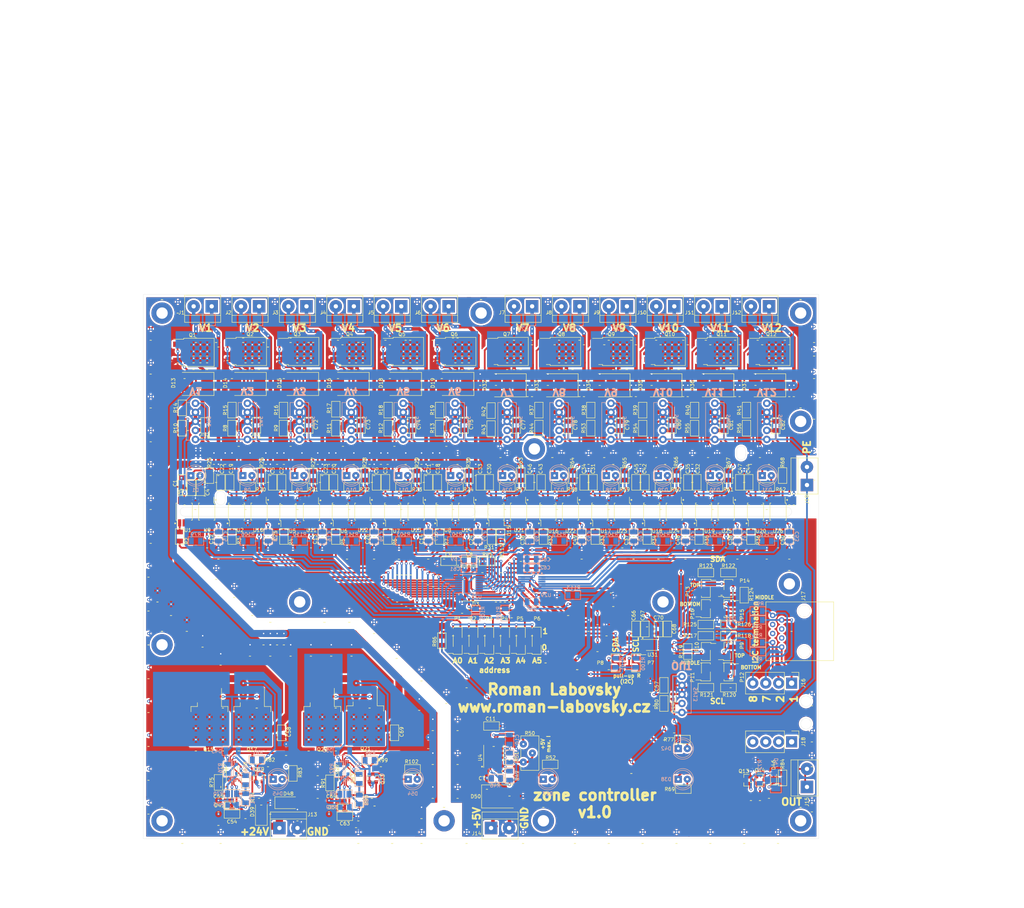
<source format=kicad_pcb>
(kicad_pcb (version 20171130) (host pcbnew "(5.1.6)-1")
  (layers (0 F.Cu signal) (31 B.Cu signal) (34 B.Paste user) (35 F.Paste user) (36 B.SilkS user) (37 F.SilkS user) (38 B.Mask user) (39 F.Mask user) (44 Edge.Cuts user))
  (net 0 "")
  (net 1 GND)
  (net 2 "Net-(D1-Pad2)")
  (net 3 "Net-(D8-Pad2)")
  (net 4 "Net-(D9-Pad2)")
  (net 5 "Net-(D10-Pad2)")
  (net 6 "Net-(D11-Pad2)")
  (net 7 "Net-(D12-Pad2)")
  (net 8 "Net-(R16-Pad2)")
  (net 9 "Net-(R34-Pad1)")
  (net 10 +5V)
  (net 11 "Net-(R45-Pad1)")
  (net 12 "Net-(C10-Pad2)")
  (net 13 "Net-(C10-Pad1)")
  (net 14 "Net-(D17-Pad2)")
  (net 15 "Net-(D17-Pad1)")
  (net 16 "Net-(R46-Pad2)")
  (net 17 "Net-(R47-Pad2)")
  (net 18 "Net-(R48-Pad2)")
  (net 19 "Net-(R50-Pad1)")
  (net 20 Earth_Protective)
  (net 21 +24V_A)
  (net 22 +24V_B)
  (net 23 GND_A)
  (net 24 "Net-(C7-Pad1)")
  (net 25 /INPUT_24V)
  (net 26 GND1)
  (net 27 "Net-(C56-Pad1)")
  (net 28 /PUMP_SWITCH)
  (net 29 GND2)
  (net 30 "Net-(C65-Pad1)")
  (net 31 /LED1_24V)
  (net 32 /LED2_24V)
  (net 33 /LED3_24V)
  (net 34 /LED4_24V)
  (net 35 /LED5_24V)
  (net 36 /LED0_24V)
  (net 37 /LED6_24V)
  (net 38 /LED7_24V)
  (net 39 /LED8_24V)
  (net 40 /LED9_24V)
  (net 41 /LED10_24V)
  (net 42 /LED11_24V)
  (net 43 "Net-(D26-Pad2)")
  (net 44 "Net-(D27-Pad2)")
  (net 45 "Net-(D28-Pad2)")
  (net 46 "Net-(D29-Pad2)")
  (net 47 "Net-(D30-Pad2)")
  (net 48 "Net-(D31-Pad2)")
  (net 49 "Net-(D38-Pad1)")
  (net 50 "Net-(D38-Pad2)")
  (net 51 "Net-(D40-Pad2)")
  (net 52 "Net-(D42-Pad2)")
  (net 53 "Net-(D43-Pad1)")
  (net 54 "Net-(D45-Pad1)")
  (net 55 "Net-(D45-Pad2)")
  (net 56 /PUMP_ACTIVE_0)
  (net 57 "Net-(D49-Pad2)")
  (net 58 /DSDA_P)
  (net 59 /DSDA_N)
  (net 60 /DSCL_P)
  (net 61 /DSCL_N)
  (net 62 "Net-(D53-Pad1)")
  (net 63 "Net-(D54-Pad1)")
  (net 64 "Net-(D54-Pad2)")
  (net 65 /DSDA_P_CON)
  (net 66 /DSDA_N_CON)
  (net 67 /DSCL_N_CON)
  (net 68 /DSCL_P_CON)
  (net 69 "Net-(P1-Pad3)")
  (net 70 /A0)
  (net 71 /A1)
  (net 72 /A2)
  (net 73 /A3)
  (net 74 /A4)
  (net 75 /A5)
  (net 76 "Net-(P7-Pad2)")
  (net 77 /SCL)
  (net 78 "Net-(P8-Pad2)")
  (net 79 /SDA)
  (net 80 "Net-(Q1-Pad1)")
  (net 81 "Net-(Q2-Pad1)")
  (net 82 "Net-(Q3-Pad1)")
  (net 83 "Net-(Q4-Pad1)")
  (net 84 "Net-(Q5-Pad1)")
  (net 85 "Net-(Q6-Pad1)")
  (net 86 "Net-(Q7-Pad1)")
  (net 87 "Net-(Q8-Pad1)")
  (net 88 "Net-(Q9-Pad1)")
  (net 89 "Net-(Q10-Pad1)")
  (net 90 "Net-(Q11-Pad1)")
  (net 91 "Net-(Q12-Pad1)")
  (net 92 /AND_OUT_PUMP)
  (net 93 "Net-(Q15-Pad2)")
  (net 94 "Net-(Q15-Pad3)")
  (net 95 "Net-(Q18-Pad3)")
  (net 96 "Net-(Q18-Pad1)")
  (net 97 "Net-(Q20-Pad2)")
  (net 98 "Net-(Q20-Pad3)")
  (net 99 "Net-(Q22-Pad3)")
  (net 100 "Net-(Q22-Pad1)")
  (net 101 /LED0)
  (net 102 "Net-(R2-Pad1)")
  (net 103 /LED1)
  (net 104 "Net-(R3-Pad1)")
  (net 105 /LED2)
  (net 106 "Net-(R4-Pad1)")
  (net 107 /LED3)
  (net 108 "Net-(R5-Pad1)")
  (net 109 /LED4)
  (net 110 "Net-(R6-Pad1)")
  (net 111 /LED5)
  (net 112 "Net-(R7-Pad1)")
  (net 113 "Net-(R15-Pad2)")
  (net 114 "Net-(R10-Pad1)")
  (net 115 "Net-(R11-Pad1)")
  (net 116 "Net-(R12-Pad1)")
  (net 117 "Net-(R13-Pad1)")
  (net 118 "Net-(R25-Pad1)")
  (net 119 "Net-(R26-Pad1)")
  (net 120 "Net-(R27-Pad1)")
  (net 121 "Net-(R28-Pad1)")
  (net 122 "Net-(R29-Pad1)")
  (net 123 "Net-(R30-Pad1)")
  (net 124 /LED6)
  (net 125 "Net-(R31-Pad1)")
  (net 126 /LED7)
  (net 127 "Net-(R32-Pad1)")
  (net 128 /LED8)
  (net 129 "Net-(R33-Pad1)")
  (net 130 /LED9)
  (net 131 /LED10)
  (net 132 "Net-(R35-Pad1)")
  (net 133 /LED11)
  (net 134 "Net-(R36-Pad1)")
  (net 135 "Net-(R37-Pad1)")
  (net 136 "Net-(R38-Pad1)")
  (net 137 "Net-(R39-Pad1)")
  (net 138 "Net-(R40-Pad1)")
  (net 139 "Net-(R41-Pad1)")
  (net 140 "Net-(R42-Pad1)")
  (net 141 "Net-(R50-Pad3)")
  (net 142 "Net-(R63-Pad1)")
  (net 143 "Net-(R64-Pad1)")
  (net 144 "Net-(R65-Pad1)")
  (net 145 "Net-(R66-Pad1)")
  (net 146 "Net-(R67-Pad1)")
  (net 147 "Net-(R68-Pad1)")
  (net 148 "Net-(R70-Pad2)")
  (net 149 "Net-(R73-Pad2)")
  (net 150 "Net-(R78-Pad1)")
  (net 151 "Net-(R81-Pad1)")
  (net 152 "Net-(R87-Pad2)")
  (net 153 "Net-(R89-Pad2)")
  (net 154 "Net-(R93-Pad1)")
  (net 155 /LED0_5V)
  (net 156 /LED1_5V)
  (net 157 /LED2_5V)
  (net 158 /LED3_5V)
  (net 159 /LED4_5V)
  (net 160 /LED5_5V)
  (net 161 /LED6_5V)
  (net 162 /LED7_5V)
  (net 163 /LED8_5V)
  (net 164 /LED9_5V)
  (net 165 /LED10_5V)
  (net 166 /LED11_5V)
  (net 167 /AND_OUT_0_3)
  (net 168 /AND_OUT_4_7)
  (net 169 /AND_OUT_8_11)
  (net 170 "Net-(D46-Pad1)")
  (net 171 "Net-(J15-Pad1)")
  (net 172 "Net-(J17-Pad3)")
  (net 173 "Net-(J17-Pad5)")
  (net 174 "Net-(J17-Pad4)")
  (net 175 "Net-(J17-Pad6)")
  (net 176 "Net-(J18-Pad4)")
  (net 177 "Net-(J18-Pad3)")
  (net 178 "Net-(J18-Pad1)")
  (net 179 "Net-(J18-Pad2)")
  (net 180 "Net-(P9-Pad2)")
  (net 181 "Net-(P10-Pad1)")
  (net 182 "Net-(P11-Pad2)")
  (net 183 "Net-(P12-Pad1)")
  (net 184 "Net-(P13-Pad2)")
  (net 185 "Net-(P14-Pad1)")
  (net 186 "Net-(P15-Pad2)")
  (net 187 "Net-(P16-Pad1)")
  (net 188 "Net-(R117-Pad2)")
  (net 189 "Net-(R120-Pad2)")
  (net 190 "Net-(R122-Pad2)")
  (net 191 "Net-(R125-Pad2)")
  (net 192 "Net-(U3-Pad20)")
  (net 193 "Net-(U3-Pad21)")
  (net 194 "Net-(U3-Pad22)")
  (net 195 "Net-(U3-Pad19)")
  (net 196 "Net-(U4-Pad6)")
  (net 197 "Net-(U4-Pad4)")
  (net 198 "Net-(U4-Pad7)")
  (net 199 "Net-(U4-Pad10)")
  (net 200 "Net-(U4-Pad13)")
  (net 201 "Net-(U28-Pad11)")
  (net 202 "Net-(U28-Pad3)")
  (net 203 "Net-(U29-Pad11)")
  (net 204 "Net-(U29-Pad3)")
  (net 205 "Net-(U31-Pad3)")
  (module via_pad_rl:via_pad_0,4x0,8 (layer F.Cu) (at 89.535 100.965)
    (fp_text reference ~ (at 0 3.175) (layer F.SilkS))
    (fp_text value ~)
    (pad ~ thru_hole circle (at 0 0) (size 0.8 0.8) (drill 0.4) (layers *.Cu *.Mask) (net 97 "Net-(Q20-Pad2)"))
  )
  (module via_pad_rl:via_pad_0,4x0,8 (layer F.Cu) (at 57.785 100.965)
    (fp_text reference ~ (at 0 3.175) (layer F.SilkS))
    (fp_text value ~)
    (pad ~ thru_hole circle (at 0 0) (size 0.8 0.8) (drill 0.4) (layers *.Cu *.Mask) (net 93 "Net-(Q15-Pad2)"))
  )
  (module via_pad_rl:via_pad_0,4x0,8 (layer F.Cu) (at 107.95 135.89)
    (fp_text reference ~ (at 0 3.175) (layer F.SilkS))
    (fp_text value ~)
    (pad ~ thru_hole circle (at 0 0) (size 0.8 0.8) (drill 0.4) (layers *.Cu *.Mask) (net 23 GND_A))
  )
  (module via_pad_rl:via_pad_0,4x0,8 (layer F.Cu) (at 33.655 74.93)
    (fp_text reference ~ (at 0 3.175) (layer F.SilkS))
    (fp_text value ~)
    (pad ~ thru_hole circle (at 0 0) (size 0.8 0.8) (drill 0.4) (layers *.Cu *.Mask) (net 23 GND_A))
  )
  (module via_pad_rl:via_pad_0,4x0,8 (layer F.Cu) (at 37.465 78.74)
    (fp_text reference ~ (at 0 3.175) (layer F.SilkS))
    (fp_text value ~)
    (pad ~ thru_hole circle (at 0 0) (size 0.8 0.8) (drill 0.4) (layers *.Cu *.Mask) (net 23 GND_A))
  )
  (module via_pad_rl:via_pad_0,4x0,8 (layer F.Cu) (at 46.355 87.63)
    (fp_text reference ~ (at 0 3.175) (layer F.SilkS))
    (fp_text value ~)
    (pad ~ thru_hole circle (at 0 0) (size 0.8 0.8) (drill 0.4) (layers *.Cu *.Mask) (net 23 GND_A))
  )
  (module via_pad_rl:via_pad_0,4x0,8 (layer F.Cu) (at 41.91 83.185)
    (fp_text reference ~ (at 0 3.175) (layer F.SilkS))
    (fp_text value ~)
    (pad ~ thru_hole circle (at 0 0) (size 0.8 0.8) (drill 0.4) (layers *.Cu *.Mask) (net 23 GND_A))
  )
  (module via_pad_rl:via_pad_0,4x0,8 (layer F.Cu) (at 51.435 92.71)
    (fp_text reference ~ (at 0 3.175) (layer F.SilkS))
    (fp_text value ~)
    (pad ~ thru_hole circle (at 0 0) (size 0.8 0.8) (drill 0.4) (layers *.Cu *.Mask) (net 23 GND_A))
  )
  (module via_pad_rl:via_pad_0,4x0,8 (layer F.Cu) (at 59.69 90.17)
    (fp_text reference ~ (at 0 3.175) (layer F.SilkS))
    (fp_text value ~)
    (pad ~ thru_hole circle (at 0 0) (size 0.8 0.8) (drill 0.4) (layers *.Cu *.Mask) (net 23 GND_A))
  )
  (module via_pad_rl:via_pad_0,4x0,8 (layer F.Cu) (at 65.405 90.17)
    (fp_text reference ~ (at 0 3.175) (layer F.SilkS))
    (fp_text value ~)
    (pad ~ thru_hole circle (at 0 0) (size 0.8 0.8) (drill 0.4) (layers *.Cu *.Mask) (net 23 GND_A))
  )
  (module via_pad_rl:via_pad_0,4x0,8 (layer F.Cu) (at 71.12 90.17)
    (fp_text reference ~ (at 0 3.175) (layer F.SilkS))
    (fp_text value ~)
    (pad ~ thru_hole circle (at 0 0) (size 0.8 0.8) (drill 0.4) (layers *.Cu *.Mask) (net 23 GND_A))
  )
  (module mounting_hole_pad_rl:mounting_hole_pad_3.2x6mm (layer F.Cu) (at 34.925 90.17)
    (fp_text reference ~ (at 0 -3.81) (layer F.SilkS) (effects (font (thickness 0.16))))
    (fp_text value mounting_hole_pad_3.2x6mm)
    (pad ~ thru_hole circle (at 0 0) (size 6 6) (drill 3.2) (layers *.Cu *.Mask))
  )
  (module package_tssop_rl:tssop_10 (layer F.Cu) (at 172.72 90.17)
    (fp_text reference U31 (at 0.254 2.794 180) (layer F.SilkS) (effects (font (thickness 0.16))))
    (fp_text value PCA9615)
    (pad 10 smd rect (at 2.54 -1) (size 1.5 0.35) (layers F.Cu F.Paste F.Mask) (net 10 +5V))
    (pad 9 smd rect (at 2.54 -0.5) (size 1.5 0.35) (layers F.Cu F.Paste F.Mask) (net 59 /DSDA_N))
    (pad 8 smd rect (at 2.54 0) (size 1.5 0.35) (layers F.Cu F.Paste F.Mask) (net 58 /DSDA_P))
    (pad 7 smd rect (at 2.54 0.5) (size 1.5 0.35) (layers F.Cu F.Paste F.Mask) (net 60 /DSCL_P))
    (pad 6 smd rect (at 2.54 1) (size 1.5 0.35) (layers F.Cu F.Paste F.Mask) (net 61 /DSCL_N))
    (pad 5 smd rect (at -2.54 1) (size 1.5 0.35) (layers F.Cu F.Paste F.Mask) (net 1 GND))
    (pad 4 smd rect (at -2.54 0.5) (size 1.5 0.35) (layers F.Cu F.Paste F.Mask) (net 77 /SCL))
    (pad 3 smd rect (at -2.54 0) (size 1.5 0.35) (layers F.Cu F.Paste F.Mask) (net 205 "Net-(U31-Pad3)"))
    (pad 1 smd rect (at -2.54 -1) (size 1.5 0.35) (layers F.Cu F.Paste F.Mask) (net 10 +5V))
    (pad 2 smd rect (at -2.54 -0.5) (size 1.5 0.35) (layers F.Cu F.Paste F.Mask) (net 79 /SDA))
  )
  (module mounting_hole_pad_rl:mounting_hole_pad_3.2x6mm (layer F.Cu) (at 214.63 27.305)
    (fp_text reference ~ (at 0 -3.81) (layer F.SilkS) (effects (font (thickness 0.16))))
    (fp_text value mounting_hole_pad_3.2x6mm)
    (pad ~ thru_hole circle (at 0 0) (size 6 6) (drill 3.2) (layers *.Cu *.Mask))
  )
  (module mounting_hole_pad_rl:mounting_hole_pad_3.2x6mm (layer F.Cu) (at 114.3 139.7)
    (fp_text reference ~ (at 0 -3.81) (layer F.SilkS) (effects (font (thickness 0.16))))
    (fp_text value mounting_hole_pad_3.2x6mm)
    (pad ~ thru_hole circle (at 0 0) (size 6 6) (drill 3.2) (layers *.Cu *.Mask))
  )
  (module mounting_hole_pad_rl:mounting_hole_pad_3.2x6mm (layer F.Cu) (at 211.455 73.025)
    (fp_text reference ~ (at 0 -3.81) (layer F.SilkS) (effects (font (thickness 0.16))))
    (fp_text value mounting_hole_pad_3.2x6mm)
    (pad ~ thru_hole circle (at 0 0) (size 6 6) (drill 3.2) (layers *.Cu *.Mask))
  )
  (module via_pad_rl:via_pad_0,4x0,8 (layer F.Cu) (at 184.15 71.755)
    (fp_text reference ~ (at 0 3.175) (layer F.SilkS))
    (fp_text value ~)
    (pad ~ thru_hole circle (at 0 0) (size 0.8 0.8) (drill 0.4) (layers *.Cu *.Mask) (net 1 GND))
  )
  (module via_pad_rl:via_pad_0,4x0,8 (layer F.Cu) (at 184.15 76.835)
    (fp_text reference ~ (at 0 3.175) (layer F.SilkS))
    (fp_text value ~)
    (pad ~ thru_hole circle (at 0 0) (size 0.8 0.8) (drill 0.4) (layers *.Cu *.Mask) (net 1 GND))
  )
  (module via_pad_rl:via_pad_0,4x0,8 (layer F.Cu) (at 160.02 84.455)
    (fp_text reference ~ (at 0 3.175) (layer F.SilkS))
    (fp_text value ~)
    (pad ~ thru_hole circle (at 0 0) (size 0.8 0.8) (drill 0.4) (layers *.Cu *.Mask) (net 1 GND))
  )
  (module via_pad_rl:via_pad_0,4x0,8 (layer F.Cu) (at 171.45 81.915)
    (fp_text reference ~ (at 0 3.175) (layer F.SilkS))
    (fp_text value ~)
    (pad ~ thru_hole circle (at 0 0) (size 0.8 0.8) (drill 0.4) (layers *.Cu *.Mask) (net 28 /PUMP_SWITCH))
  )
  (module via_pad_rl:via_pad_0,4x0,8 (layer F.Cu) (at 173.355 104.14)
    (fp_text reference ~ (at 0 3.175) (layer F.SilkS))
    (fp_text value ~)
    (pad ~ thru_hole circle (at 0 0) (size 0.8 0.8) (drill 0.4) (layers *.Cu *.Mask) (net 28 /PUMP_SWITCH))
  )
  (module via_pad_rl:via_pad_0,4x0,8 (layer F.Cu) (at 180.975 69.85)
    (fp_text reference ~ (at 0 3.175) (layer F.SilkS))
    (fp_text value ~)
    (pad ~ thru_hole circle (at 0 0) (size 0.8 0.8) (drill 0.4) (layers *.Cu *.Mask) (net 10 +5V))
  )
  (module via_pad_rl:via_pad_0,4x0,8 (layer F.Cu) (at 180.975 87.63)
    (fp_text reference ~ (at 0 3.175) (layer F.SilkS))
    (fp_text value ~)
    (pad ~ thru_hole circle (at 0 0) (size 0.8 0.8) (drill 0.4) (layers *.Cu *.Mask) (net 10 +5V))
  )
  (module via_pad_rl:via_pad_0,4x0,8 (layer F.Cu) (at 191.135 83.185)
    (fp_text reference ~ (at 0 3.175) (layer F.SilkS))
    (fp_text value ~)
    (pad ~ thru_hole circle (at 0 0) (size 0.8 0.8) (drill 0.4) (layers *.Cu *.Mask) (net 1 GND))
  )
  (module via_pad_rl:via_pad_0,4x0,8 (layer F.Cu) (at 194.945 99.06)
    (fp_text reference ~ (at 0 3.175) (layer F.SilkS))
    (fp_text value ~)
    (pad ~ thru_hole circle (at 0 0) (size 0.8 0.8) (drill 0.4) (layers *.Cu *.Mask) (net 61 /DSCL_N))
  )
  (module via_pad_rl:via_pad_0,4x0,8 (layer F.Cu) (at 193.04 92.075)
    (fp_text reference ~ (at 0 3.175) (layer F.SilkS))
    (fp_text value ~)
    (pad ~ thru_hole circle (at 0 0) (size 0.8 0.8) (drill 0.4) (layers *.Cu *.Mask) (net 60 /DSCL_P))
  )
  (module via_pad_rl:via_pad_0,4x0,8 (layer F.Cu) (at 193.675 78.74)
    (fp_text reference ~ (at 0 3.175) (layer F.SilkS))
    (fp_text value ~)
    (pad ~ thru_hole circle (at 0 0) (size 0.8 0.8) (drill 0.4) (layers *.Cu *.Mask) (net 59 /DSDA_N))
  )
  (module via_pad_rl:via_pad_0,4x0,8 (layer F.Cu) (at 195.58 74.295)
    (fp_text reference ~ (at 0 3.175) (layer F.SilkS))
    (fp_text value ~)
    (pad ~ thru_hole circle (at 0 0) (size 0.8 0.8) (drill 0.4) (layers *.Cu *.Mask) (net 58 /DSDA_P))
  )
  (module via_pad_rl:via_pad_0,4x0,8 (layer F.Cu) (at 192.405 73.025)
    (fp_text reference ~ (at 0 3.175) (layer F.SilkS))
    (fp_text value ~)
    (pad ~ thru_hole circle (at 0 0) (size 0.8 0.8) (drill 0.4) (layers *.Cu *.Mask) (net 58 /DSDA_P))
  )
  (module via_pad_rl:via_pad_0,4x0,8 (layer F.Cu) (at 186.69 92.075)
    (fp_text reference ~ (at 0 3.175) (layer F.SilkS))
    (fp_text value ~)
    (pad ~ thru_hole circle (at 0 0) (size 0.8 0.8) (drill 0.4) (layers *.Cu *.Mask) (net 60 /DSCL_P))
  )
  (module via_pad_rl:via_pad_0,4x0,8 (layer F.Cu) (at 179.07 91.44)
    (fp_text reference ~ (at 0 3.175) (layer F.SilkS))
    (fp_text value ~)
    (pad ~ thru_hole circle (at 0 0) (size 0.8 0.8) (drill 0.4) (layers *.Cu *.Mask) (net 60 /DSCL_P))
  )
  (module via_pad_rl:via_pad_0,4x0,8 (layer F.Cu) (at 179.07 89.535)
    (fp_text reference ~ (at 0 3.175) (layer F.SilkS))
    (fp_text value ~)
    (pad ~ thru_hole circle (at 0 0) (size 0.8 0.8) (drill 0.4) (layers *.Cu *.Mask) (net 58 /DSDA_P))
  )
  (module via_pad_rl:via_pad_0,4x0,8 (layer F.Cu) (at 155.575 98.425)
    (fp_text reference ~ (at 0 3.175) (layer F.SilkS))
    (fp_text value ~)
    (pad ~ thru_hole circle (at 0 0) (size 0.8 0.8) (drill 0.4) (layers *.Cu *.Mask) (net 10 +5V))
  )
  (module via_pad_rl:via_pad_0,4x0,8 (layer F.Cu) (at 157.48 88.9)
    (fp_text reference ~ (at 0 3.175) (layer F.SilkS))
    (fp_text value ~)
    (pad ~ thru_hole circle (at 0 0) (size 0.8 0.8) (drill 0.4) (layers *.Cu *.Mask) (net 92 /AND_OUT_PUMP))
  )
  (module via_pad_rl:via_pad_0,4x0,8 (layer F.Cu) (at 157.48 81.28)
    (fp_text reference ~ (at 0 3.175) (layer F.SilkS))
    (fp_text value ~)
    (pad ~ thru_hole circle (at 0 0) (size 0.8 0.8) (drill 0.4) (layers *.Cu *.Mask) (net 92 /AND_OUT_PUMP))
  )
  (module connector_smd_pinheader_2.54mm_rl:1x2_pinheader_2.54mm_vertical (layer F.Cu) (at 194.31 97.79 270)
    (fp_text reference P12 (at 1.524 -3.81 90) (layer F.SilkS) (effects (font (thickness 0.16))))
    (fp_text value 1x2_pin_header)
    (pad 2 smd rect (at 1.27 1.375 90) (size 1.25 3) (layers F.Cu F.Paste F.Mask) (net 61 /DSCL_N))
    (pad 1 smd rect (at -1.27 -1.375 90) (size 1.25 3) (layers F.Cu F.Paste F.Mask) (net 183 "Net-(P12-Pad1)"))
  )
  (module resistor_smd_rl:r_1206 (layer F.Cu) (at 194.31 84.455)
    (fp_text reference R126 (at 4.445 0) (layer F.SilkS) (effects (font (thickness 0.16))))
    (fp_text value 210R)
    (pad 2 smd trapezoid (at 1.27 0) (size 1.3 1.8) (layers F.Cu F.Paste F.Mask) (net 1 GND))
    (pad 1 smd trapezoid (at -1.27 0) (size 1.3 1.8) (layers F.Cu F.Paste F.Mask) (net 191 "Net-(R125-Pad2)"))
  )
  (module resistor_smd_rl:r_1206 (layer F.Cu) (at 187.96 84.455)
    (fp_text reference R125 (at -4.445 0) (layer F.SilkS) (effects (font (thickness 0.16))))
    (fp_text value 390R)
    (pad 2 smd trapezoid (at 1.27 0) (size 1.3 1.8) (layers F.Cu F.Paste F.Mask) (net 191 "Net-(R125-Pad2)"))
    (pad 1 smd trapezoid (at -1.27 0) (size 1.3 1.8) (layers F.Cu F.Paste F.Mask) (net 187 "Net-(P16-Pad1)"))
  )
  (module resistor_smd_rl:r_1206 (layer F.Cu) (at 198.755 76.2 270)
    (fp_text reference R124 (at -0.254 -2.032 90) (layer F.SilkS) (effects (font (thickness 0.16))))
    (fp_text value 100R/120R)
    (pad 2 smd trapezoid (at 1.27 0 270) (size 1.3 1.8) (layers F.Cu F.Paste F.Mask) (net 186 "Net-(P15-Pad2)"))
    (pad 1 smd trapezoid (at -1.27 0 270) (size 1.3 1.8) (layers F.Cu F.Paste F.Mask) (net 185 "Net-(P14-Pad1)"))
  )
  (module resistor_smd_rl:r_1206 (layer F.Cu) (at 187.96 69.85 180)
    (fp_text reference R123 (at 0 1.905) (layer F.SilkS) (effects (font (thickness 0.16))))
    (fp_text value 390R)
    (pad 2 smd trapezoid (at 1.27 0 180) (size 1.3 1.8) (layers F.Cu F.Paste F.Mask) (net 184 "Net-(P13-Pad2)"))
    (pad 1 smd trapezoid (at -1.27 0 180) (size 1.3 1.8) (layers F.Cu F.Paste F.Mask) (net 190 "Net-(R122-Pad2)"))
  )
  (module resistor_smd_rl:r_1206 (layer F.Cu) (at 194.31 69.85 180)
    (fp_text reference R122 (at 0 1.905) (layer F.SilkS) (effects (font (thickness 0.16))))
    (fp_text value 210R)
    (pad 2 smd trapezoid (at 1.27 0 180) (size 1.3 1.8) (layers F.Cu F.Paste F.Mask) (net 190 "Net-(R122-Pad2)"))
    (pad 1 smd trapezoid (at -1.27 0 180) (size 1.3 1.8) (layers F.Cu F.Paste F.Mask) (net 10 +5V))
  )
  (module resistor_smd_rl:r_1206 (layer F.Cu) (at 187.96 102.235 180)
    (fp_text reference R121 (at -0.254 -2.032) (layer F.SilkS) (effects (font (thickness 0.16))))
    (fp_text value 210R)
    (pad 2 smd trapezoid (at 1.27 0 180) (size 1.3 1.8) (layers F.Cu F.Paste F.Mask) (net 1 GND))
    (pad 1 smd trapezoid (at -1.27 0 180) (size 1.3 1.8) (layers F.Cu F.Paste F.Mask) (net 189 "Net-(R120-Pad2)"))
  )
  (module resistor_smd_rl:r_1206 (layer F.Cu) (at 194.31 102.235 180)
    (fp_text reference R120 (at -0.254 -2.032) (layer F.SilkS) (effects (font (thickness 0.16))))
    (fp_text value 390R)
    (pad 2 smd trapezoid (at 1.27 0 180) (size 1.3 1.8) (layers F.Cu F.Paste F.Mask) (net 189 "Net-(R120-Pad2)"))
    (pad 1 smd trapezoid (at -1.27 0 180) (size 1.3 1.8) (layers F.Cu F.Paste F.Mask) (net 183 "Net-(P12-Pad1)"))
  )
  (module resistor_smd_rl:r_1206 (layer F.Cu) (at 182.88 92.075 270)
    (fp_text reference R119 (at 0 1.905 90) (layer F.SilkS) (effects (font (thickness 0.16))))
    (fp_text value 100R/120R)
    (pad 2 smd trapezoid (at 1.27 0 270) (size 1.3 1.8) (layers F.Cu F.Paste F.Mask) (net 182 "Net-(P11-Pad2)"))
    (pad 1 smd trapezoid (at -1.27 0 270) (size 1.3 1.8) (layers F.Cu F.Paste F.Mask) (net 181 "Net-(P10-Pad1)"))
  )
  (module resistor_smd_rl:r_1206 (layer F.Cu) (at 194.31 87.63)
    (fp_text reference R118 (at 4.445 0) (layer F.SilkS) (effects (font (thickness 0.16))))
    (fp_text value 390R)
    (pad 2 smd trapezoid (at 1.27 0) (size 1.3 1.8) (layers F.Cu F.Paste F.Mask) (net 180 "Net-(P9-Pad2)"))
    (pad 1 smd trapezoid (at -1.27 0) (size 1.3 1.8) (layers F.Cu F.Paste F.Mask) (net 188 "Net-(R117-Pad2)"))
  )
  (module resistor_smd_rl:r_1206 (layer F.Cu) (at 187.96 87.63)
    (fp_text reference R117 (at -4.445 0) (layer F.SilkS) (effects (font (thickness 0.16))))
    (fp_text value 210R)
    (pad 2 smd trapezoid (at 1.27 0) (size 1.3 1.8) (layers F.Cu F.Paste F.Mask) (net 188 "Net-(R117-Pad2)"))
    (pad 1 smd trapezoid (at -1.27 0) (size 1.3 1.8) (layers F.Cu F.Paste F.Mask) (net 10 +5V))
  )
  (module connector_smd_pinheader_2.54mm_rl:1x2_pinheader_2.54mm_vertical (layer F.Cu) (at 187.96 80.01 90)
    (fp_text reference P16 (at -1.524 -3.81 90) (layer F.SilkS) (effects (font (thickness 0.16))))
    (fp_text value 1x2_pin_header)
    (pad 2 smd rect (at 1.27 1.375 270) (size 1.25 3) (layers F.Cu F.Paste F.Mask) (net 59 /DSDA_N))
    (pad 1 smd rect (at -1.27 -1.375 270) (size 1.25 3) (layers F.Cu F.Paste F.Mask) (net 187 "Net-(P16-Pad1)"))
  )
  (module connector_smd_pinheader_2.54mm_rl:1x2_pinheader_2.54mm_vertical (layer F.Cu) (at 194.31 80.01 270)
    (fp_text reference P15 (at 1.524 -3.81 90) (layer F.SilkS) (effects (font (thickness 0.16))))
    (fp_text value 1x2_pin_header)
    (pad 2 smd rect (at 1.27 1.375 90) (size 1.25 3) (layers F.Cu F.Paste F.Mask) (net 186 "Net-(P15-Pad2)"))
    (pad 1 smd rect (at -1.27 -1.375 90) (size 1.25 3) (layers F.Cu F.Paste F.Mask) (net 59 /DSDA_N))
  )
  (module connector_smd_pinheader_2.54mm_rl:1x2_pinheader_2.54mm_vertical (layer F.Cu) (at 194.31 74.295 90)
    (fp_text reference P14 (at 2.159 4.572 180) (layer F.SilkS) (effects (font (thickness 0.16))))
    (fp_text value 1x2_pin_header)
    (pad 2 smd rect (at 1.27 1.375 270) (size 1.25 3) (layers F.Cu F.Paste F.Mask) (net 58 /DSDA_P))
    (pad 1 smd rect (at -1.27 -1.375 270) (size 1.25 3) (layers F.Cu F.Paste F.Mask) (net 185 "Net-(P14-Pad1)"))
  )
  (module connector_smd_pinheader_2.54mm_rl:1x2_pinheader_2.54mm_vertical (layer F.Cu) (at 187.96 74.295 270)
    (fp_text reference P13 (at 0.889 5.08 90) (layer F.SilkS) (effects (font (thickness 0.16))))
    (fp_text value 1x2_pin_header)
    (pad 2 smd rect (at 1.27 1.375 90) (size 1.25 3) (layers F.Cu F.Paste F.Mask) (net 184 "Net-(P13-Pad2)"))
    (pad 1 smd rect (at -1.27 -1.375 90) (size 1.25 3) (layers F.Cu F.Paste F.Mask) (net 58 /DSDA_P))
  )
  (module connector_smd_pinheader_2.54mm_rl:1x2_pinheader_2.54mm_vertical (layer F.Cu) (at 187.96 97.79 90)
    (fp_text reference P11 (at -1.524 -3.81 90) (layer F.SilkS) (effects (font (thickness 0.16))))
    (fp_text value 1x2_pin_header)
    (pad 2 smd rect (at 1.27 1.375 270) (size 1.25 3) (layers F.Cu F.Paste F.Mask) (net 182 "Net-(P11-Pad2)"))
    (pad 1 smd rect (at -1.27 -1.375 270) (size 1.25 3) (layers F.Cu F.Paste F.Mask) (net 61 /DSCL_N))
  )
  (module connector_smd_pinheader_2.54mm_rl:1x2_pinheader_2.54mm_vertical (layer F.Cu) (at 187.96 92.075 270)
    (fp_text reference P10 (at -1.27 2.54 90) (layer F.SilkS) (effects (font (thickness 0.16))))
    (fp_text value 1x2_pin_header)
    (pad 2 smd rect (at 1.27 1.375 90) (size 1.25 3) (layers F.Cu F.Paste F.Mask) (net 60 /DSCL_P))
    (pad 1 smd rect (at -1.27 -1.375 90) (size 1.25 3) (layers F.Cu F.Paste F.Mask) (net 181 "Net-(P10-Pad1)"))
  )
  (module connector_smd_pinheader_2.54mm_rl:1x2_pinheader_2.54mm_vertical (layer F.Cu) (at 194.31 92.075 90)
    (fp_text reference P9 (at 1.651 3.81 90) (layer F.SilkS) (effects (font (thickness 0.16))))
    (fp_text value 1x2_pin_header)
    (pad 2 smd rect (at 1.27 1.375 270) (size 1.25 3) (layers F.Cu F.Paste F.Mask) (net 180 "Net-(P9-Pad2)"))
    (pad 1 smd rect (at -1.27 -1.375 270) (size 1.25 3) (layers F.Cu F.Paste F.Mask) (net 60 /DSCL_P))
  )
  (module via_pad_rl:via_pad_0.4x0.8 (layer F.Cu) (at 133.604 76.2)
    (fp_text reference ~ (at 0 3.175) (layer F.SilkS))
    (fp_text value ~)
    (pad ~ thru_hole circle (at 0 0) (size 0.8 0.8) (drill 0.4) (layers *.Cu *.Mask) (net 168 /AND_OUT_4_7))
  )
  (module via_pad_rl:via_pad_0.4x0.8 (layer F.Cu) (at 121.285 76.835)
    (fp_text reference ~ (at 0 3.175) (layer F.SilkS))
    (fp_text value ~)
    (pad ~ thru_hole circle (at 0 0) (size 0.8 0.8) (drill 0.4) (layers *.Cu *.Mask) (net 167 /AND_OUT_0_3))
  )
  (module via_pad_rl:via_pad_0.4x0.8 (layer F.Cu) (at 121.285 79.375)
    (fp_text reference ~ (at 0 3.175) (layer F.SilkS))
    (fp_text value ~)
    (pad ~ thru_hole circle (at 0 0) (size 0.8 0.8) (drill 0.4) (layers *.Cu *.Mask) (net 167 /AND_OUT_0_3))
  )
  (module via_pad_rl:via_pad_0.4x0.8 (layer F.Cu) (at 133.35 79.375)
    (fp_text reference ~ (at 0 3.175) (layer F.SilkS))
    (fp_text value ~)
    (pad ~ thru_hole circle (at 0 0) (size 0.8 0.8) (drill 0.4) (layers *.Cu *.Mask) (net 168 /AND_OUT_4_7))
  )
  (module via_pad_rl:via_pad_0,4x0,8 (layer F.Cu) (at 130.175 60.96)
    (fp_text reference ~ (at 0 3.175) (layer F.SilkS))
    (fp_text value ~)
    (pad ~ thru_hole circle (at 0 0) (size 0.8 0.8) (drill 0.4) (layers *.Cu *.Mask) (net 161 /LED6_5V))
  )
  (module via_pad_rl:via_pad_0,4x0,8 (layer F.Cu) (at 130.175 58.42)
    (fp_text reference ~ (at 0 3.175) (layer F.SilkS))
    (fp_text value ~)
    (pad ~ thru_hole circle (at 0 0) (size 0.8 0.8) (drill 0.4) (layers *.Cu *.Mask) (net 10 +5V))
  )
  (module resistor_smd_rl:r_1206 (layer B.Cu) (at 205.105 60.96)
    (fp_text reference R116 (at 0 -1.905) (layer B.SilkS) (effects (font (thickness 0.16)) (justify mirror)))
    (fp_text value "NC (10k)")
    (pad 2 smd trapezoid (at 1.27 0) (size 1.3 1.8) (layers B.Cu B.Paste B.Mask) (net 166 /LED11_5V))
    (pad 1 smd trapezoid (at -1.27 0) (size 1.3 1.8) (layers B.Cu B.Paste B.Mask) (net 10 +5V))
  )
  (module resistor_smd_rl:r_1206 (layer B.Cu) (at 146.685 60.96)
    (fp_text reference R115 (at 0 -1.905) (layer B.SilkS) (effects (font (thickness 0.16)) (justify mirror)))
    (fp_text value "NC (10k)")
    (pad 2 smd trapezoid (at 1.27 0) (size 1.3 1.8) (layers B.Cu B.Paste B.Mask) (net 162 /LED7_5V))
    (pad 1 smd trapezoid (at -1.27 0) (size 1.3 1.8) (layers B.Cu B.Paste B.Mask) (net 10 +5V))
  )
  (module resistor_smd_rl:r_1206 (layer B.Cu) (at 88.265 60.96)
    (fp_text reference R114 (at 0 -1.905) (layer B.SilkS) (effects (font (thickness 0.16)) (justify mirror)))
    (fp_text value "NC (10k)")
    (pad 2 smd trapezoid (at 1.27 0) (size 1.3 1.8) (layers B.Cu B.Paste B.Mask) (net 158 /LED3_5V))
    (pad 1 smd trapezoid (at -1.27 0) (size 1.3 1.8) (layers B.Cu B.Paste B.Mask) (net 10 +5V))
  )
  (module resistor_smd_rl:r_1206 (layer B.Cu) (at 150.495 76.2 180)
    (fp_text reference R113 (at -0.254 2.032) (layer B.SilkS) (effects (font (thickness 0.16)) (justify mirror)))
    (fp_text value "NC (10k)")
    (pad 2 smd trapezoid (at 1.27 0 180) (size 1.3 1.8) (layers B.Cu B.Paste B.Mask) (net 169 /AND_OUT_8_11))
    (pad 1 smd trapezoid (at -1.27 0 180) (size 1.3 1.8) (layers B.Cu B.Paste B.Mask) (net 10 +5V))
  )
  (module resistor_smd_rl:r_1206 (layer B.Cu) (at 190.5 60.96)
    (fp_text reference R112 (at 0 -1.905) (layer B.SilkS) (effects (font (thickness 0.16)) (justify mirror)))
    (fp_text value "NC (10k)")
    (pad 2 smd trapezoid (at 1.27 0) (size 1.3 1.8) (layers B.Cu B.Paste B.Mask) (net 165 /LED10_5V))
    (pad 1 smd trapezoid (at -1.27 0) (size 1.3 1.8) (layers B.Cu B.Paste B.Mask) (net 10 +5V))
  )
  (module resistor_smd_rl:r_1206 (layer F.Cu) (at 130.175 59.69 270)
    (fp_text reference R111 (at 4.064 -0.381 90) (layer F.SilkS) (effects (font (thickness 0.16))))
    (fp_text value "NC (10k)")
    (pad 2 smd trapezoid (at 1.27 0 270) (size 1.3 1.8) (layers F.Cu F.Paste F.Mask) (net 161 /LED6_5V))
    (pad 1 smd trapezoid (at -1.27 0 270) (size 1.3 1.8) (layers F.Cu F.Paste F.Mask) (net 10 +5V))
  )
  (module resistor_smd_rl:r_1206 (layer B.Cu) (at 73.66 60.96)
    (fp_text reference R110 (at 0 -1.905) (layer B.SilkS) (effects (font (thickness 0.16)) (justify mirror)))
    (fp_text value "NC (10k)")
    (pad 2 smd trapezoid (at 1.27 0) (size 1.3 1.8) (layers B.Cu B.Paste B.Mask) (net 157 /LED2_5V))
    (pad 1 smd trapezoid (at -1.27 0) (size 1.3 1.8) (layers B.Cu B.Paste B.Mask) (net 10 +5V))
  )
  (module resistor_smd_rl:r_1206 (layer B.Cu) (at 131.445 81.28 90)
    (fp_text reference R109 (at 0 -1.905 270) (layer B.SilkS) (effects (font (thickness 0.16)) (justify mirror)))
    (fp_text value "NC (10k)")
    (pad 2 smd trapezoid (at 1.27 0 90) (size 1.3 1.8) (layers B.Cu B.Paste B.Mask) (net 168 /AND_OUT_4_7))
    (pad 1 smd trapezoid (at -1.27 0 90) (size 1.3 1.8) (layers B.Cu B.Paste B.Mask) (net 10 +5V))
  )
  (module resistor_smd_rl:r_1206 (layer B.Cu) (at 175.895 60.96)
    (fp_text reference R108 (at 0 -1.905) (layer B.SilkS) (effects (font (thickness 0.16)) (justify mirror)))
    (fp_text value "NC (10k)")
    (pad 2 smd trapezoid (at 1.27 0) (size 1.3 1.8) (layers B.Cu B.Paste B.Mask) (net 164 /LED9_5V))
    (pad 1 smd trapezoid (at -1.27 0) (size 1.3 1.8) (layers B.Cu B.Paste B.Mask) (net 10 +5V))
  )
  (module resistor_smd_rl:r_1206 (layer B.Cu) (at 117.475 60.96)
    (fp_text reference R107 (at 0 -1.905) (layer B.SilkS) (effects (font (thickness 0.16)) (justify mirror)))
    (fp_text value "NC (10k)")
    (pad 2 smd trapezoid (at 1.27 0) (size 1.3 1.8) (layers B.Cu B.Paste B.Mask) (net 160 /LED5_5V))
    (pad 1 smd trapezoid (at -1.27 0) (size 1.3 1.8) (layers B.Cu B.Paste B.Mask) (net 10 +5V))
  )
  (module resistor_smd_rl:r_1206 (layer B.Cu) (at 59.055 60.96)
    (fp_text reference R106 (at 0 -1.905) (layer B.SilkS) (effects (font (thickness 0.16)) (justify mirror)))
    (fp_text value "NC (10k)")
    (pad 2 smd trapezoid (at 1.27 0) (size 1.3 1.8) (layers B.Cu B.Paste B.Mask) (net 156 /LED1_5V))
    (pad 1 smd trapezoid (at -1.27 0) (size 1.3 1.8) (layers B.Cu B.Paste B.Mask) (net 10 +5V))
  )
  (module resistor_smd_rl:r_1206 (layer B.Cu) (at 123.19 81.28 90)
    (fp_text reference R105 (at 0 2.032 90) (layer B.SilkS) (effects (font (thickness 0.16)) (justify mirror)))
    (fp_text value "NC (10k)")
    (pad 2 smd trapezoid (at 1.27 0 90) (size 1.3 1.8) (layers B.Cu B.Paste B.Mask) (net 167 /AND_OUT_0_3))
    (pad 1 smd trapezoid (at -1.27 0 90) (size 1.3 1.8) (layers B.Cu B.Paste B.Mask) (net 10 +5V))
  )
  (module resistor_smd_rl:r_1206 (layer B.Cu) (at 161.29 60.96)
    (fp_text reference R104 (at 0 -1.905) (layer B.SilkS) (effects (font (thickness 0.16)) (justify mirror)))
    (fp_text value "NC (10k)")
    (pad 2 smd trapezoid (at 1.27 0) (size 1.3 1.8) (layers B.Cu B.Paste B.Mask) (net 163 /LED8_5V))
    (pad 1 smd trapezoid (at -1.27 0) (size 1.3 1.8) (layers B.Cu B.Paste B.Mask) (net 10 +5V))
  )
  (module resistor_smd_rl:r_1206 (layer B.Cu) (at 102.87 60.96)
    (fp_text reference R103 (at 0 -1.905) (layer B.SilkS) (effects (font (thickness 0.16)) (justify mirror)))
    (fp_text value "NC (10k)")
    (pad 2 smd trapezoid (at 1.27 0) (size 1.3 1.8) (layers B.Cu B.Paste B.Mask) (net 159 /LED4_5V))
    (pad 1 smd trapezoid (at -1.27 0) (size 1.3 1.8) (layers B.Cu B.Paste B.Mask) (net 10 +5V))
  )
  (module resistor_smd_rl:r_1206 (layer B.Cu) (at 44.45 60.96)
    (fp_text reference R79 (at 0 -1.905) (layer B.SilkS) (effects (font (thickness 0.16)) (justify mirror)))
    (fp_text value "NC (10k)")
    (pad 2 smd trapezoid (at 1.27 0) (size 1.3 1.8) (layers B.Cu B.Paste B.Mask) (net 155 /LED0_5V))
    (pad 1 smd trapezoid (at -1.27 0) (size 1.3 1.8) (layers B.Cu B.Paste B.Mask) (net 10 +5V))
  )
  (module via_pad_rl:via_pad_0,4x0,8 (layer F.Cu) (at 112.395 67.31)
    (fp_text reference ~ (at 0 3.175) (layer F.SilkS))
    (fp_text value ~)
    (pad ~ thru_hole circle (at 0 0) (size 0.8 0.8) (drill 0.4) (layers *.Cu *.Mask) (net 1 GND))
  )
  (module via_pad_rl:via_pad_0,4x0,8 (layer F.Cu) (at 109.855 116.205)
    (fp_text reference ~ (at 0 3.175) (layer F.SilkS))
    (fp_text value ~)
    (pad ~ thru_hole circle (at 0 0) (size 0.8 0.8) (drill 0.4) (layers *.Cu *.Mask) (net 23 GND_A))
  )
  (module via_pad_rl:via_pad_0,4x0,8 (layer F.Cu) (at 200.66 36.195)
    (fp_text reference ~ (at 0 3.175) (layer F.SilkS))
    (fp_text value ~)
    (pad ~ thru_hole circle (at 0 0) (size 0.8 0.8) (drill 0.4) (layers *.Cu *.Mask) (net 23 GND_A))
  )
  (module via_pad_rl:via_pad_0,4x0,8 (layer F.Cu) (at 184.15 36.195)
    (fp_text reference ~ (at 0 3.175) (layer F.SilkS))
    (fp_text value ~)
    (pad ~ thru_hole circle (at 0 0) (size 0.8 0.8) (drill 0.4) (layers *.Cu *.Mask) (net 23 GND_A))
  )
  (module via_pad_rl:via_pad_0,4x0,8 (layer F.Cu) (at 169.545 36.195)
    (fp_text reference ~ (at 0 3.175) (layer F.SilkS))
    (fp_text value ~)
    (pad ~ thru_hole circle (at 0 0) (size 0.8 0.8) (drill 0.4) (layers *.Cu *.Mask) (net 23 GND_A))
  )
  (module via_pad_rl:via_pad_0,4x0,8 (layer F.Cu) (at 154.94 36.195)
    (fp_text reference ~ (at 0 3.175) (layer F.SilkS))
    (fp_text value ~)
    (pad ~ thru_hole circle (at 0 0) (size 0.8 0.8) (drill 0.4) (layers *.Cu *.Mask) (net 23 GND_A))
  )
  (module via_pad_rl:via_pad_0,4x0,8 (layer F.Cu) (at 132.08 36.195)
    (fp_text reference ~ (at 0 3.175) (layer F.SilkS))
    (fp_text value ~)
    (pad ~ thru_hole circle (at 0 0) (size 0.8 0.8) (drill 0.4) (layers *.Cu *.Mask) (net 23 GND_A))
  )
  (module via_pad_rl:via_pad_0,4x0,8 (layer F.Cu) (at 205.74 36.195)
    (fp_text reference ~ (at 0 3.175) (layer F.SilkS))
    (fp_text value ~)
    (pad ~ thru_hole circle (at 0 0) (size 0.8 0.8) (drill 0.4) (layers *.Cu *.Mask) (net 23 GND_A))
  )
  (module via_pad_rl:via_pad_0,4x0,8 (layer F.Cu) (at 191.135 36.195)
    (fp_text reference ~ (at 0 3.175) (layer F.SilkS))
    (fp_text value ~)
    (pad ~ thru_hole circle (at 0 0) (size 0.8 0.8) (drill 0.4) (layers *.Cu *.Mask) (net 23 GND_A))
  )
  (module via_pad_rl:via_pad_0,4x0,8 (layer F.Cu) (at 176.53 36.195)
    (fp_text reference ~ (at 0 3.175) (layer F.SilkS))
    (fp_text value ~)
    (pad ~ thru_hole circle (at 0 0) (size 0.8 0.8) (drill 0.4) (layers *.Cu *.Mask) (net 23 GND_A))
  )
  (module via_pad_rl:via_pad_0,4x0,8 (layer F.Cu) (at 161.925 36.195)
    (fp_text reference ~ (at 0 3.175) (layer F.SilkS))
    (fp_text value ~)
    (pad ~ thru_hole circle (at 0 0) (size 0.8 0.8) (drill 0.4) (layers *.Cu *.Mask) (net 23 GND_A))
  )
  (module via_pad_rl:via_pad_0,4x0,8 (layer F.Cu) (at 147.32 36.195)
    (fp_text reference ~ (at 0 3.175) (layer F.SilkS))
    (fp_text value ~)
    (pad ~ thru_hole circle (at 0 0) (size 0.8 0.8) (drill 0.4) (layers *.Cu *.Mask) (net 23 GND_A))
  )
  (module via_pad_rl:via_pad_0,4x0,8 (layer F.Cu) (at 39.37 -6.35)
    (fp_text reference ~ (at 0 3.175) (layer F.SilkS))
    (fp_text value ~)
    (pad ~ thru_hole circle (at 0 0) (size 0.8 0.8) (drill 0.4) (layers *.Cu *.Mask) (net 23 GND_A))
  )
  (module via_pad_rl:via_pad_0,4x0,8 (layer F.Cu) (at 49.53 36.195)
    (fp_text reference ~ (at 0 3.175) (layer F.SilkS))
    (fp_text value ~)
    (pad ~ thru_hole circle (at 0 0) (size 0.8 0.8) (drill 0.4) (layers *.Cu *.Mask) (net 23 GND_A))
  )
  (module via_pad_rl:via_pad_0,4x0,8 (layer F.Cu) (at 64.135 36.195)
    (fp_text reference ~ (at 0 3.175) (layer F.SilkS))
    (fp_text value ~)
    (pad ~ thru_hole circle (at 0 0) (size 0.8 0.8) (drill 0.4) (layers *.Cu *.Mask) (net 23 GND_A))
  )
  (module via_pad_rl:via_pad_0,4x0,8 (layer F.Cu) (at 78.74 36.195)
    (fp_text reference ~ (at 0 3.175) (layer F.SilkS))
    (fp_text value ~)
    (pad ~ thru_hole circle (at 0 0) (size 0.8 0.8) (drill 0.4) (layers *.Cu *.Mask) (net 23 GND_A))
  )
  (module via_pad_rl:via_pad_0,4x0,8 (layer F.Cu) (at 93.345 36.195)
    (fp_text reference ~ (at 0 3.175) (layer F.SilkS))
    (fp_text value ~)
    (pad ~ thru_hole circle (at 0 0) (size 0.8 0.8) (drill 0.4) (layers *.Cu *.Mask) (net 23 GND_A))
  )
  (module via_pad_rl:via_pad_0,4x0,8 (layer F.Cu) (at 93.98 41.275)
    (fp_text reference ~ (at 0 3.175) (layer F.SilkS))
    (fp_text value ~)
    (pad ~ thru_hole circle (at 0 0) (size 0.8 0.8) (drill 0.4) (layers *.Cu *.Mask) (net 23 GND_A))
  )
  (module via_pad_rl:via_pad_0,4x0,8 (layer F.Cu) (at 107.95 36.195)
    (fp_text reference ~ (at 0 3.175) (layer F.SilkS))
    (fp_text value ~)
    (pad ~ thru_hole circle (at 0 0) (size 0.8 0.8) (drill 0.4) (layers *.Cu *.Mask) (net 23 GND_A))
  )
  (module via_pad_rl:via_pad_0,4x0,8 (layer F.Cu) (at 108.585 41.275)
    (fp_text reference ~ (at 0 3.175) (layer F.SilkS))
    (fp_text value ~)
    (pad ~ thru_hole circle (at 0 0) (size 0.8 0.8) (drill 0.4) (layers *.Cu *.Mask) (net 23 GND_A))
  )
  (module via_pad_rl:via_pad_0,4x0,8 (layer F.Cu) (at 130.175 34.29)
    (fp_text reference ~ (at 0 3.175) (layer F.SilkS))
    (fp_text value ~)
    (pad ~ thru_hole circle (at 0 0) (size 0.8 0.8) (drill 0.4) (layers *.Cu *.Mask) (net 23 GND_A))
  )
  (module via_pad_rl:via_pad_0,4x0,8 (layer F.Cu) (at 209.55 9.525)
    (fp_text reference ~ (at 0 3.175) (layer F.SilkS))
    (fp_text value ~)
    (pad ~ thru_hole circle (at 0 0) (size 0.8 0.8) (drill 0.4) (layers *.Cu *.Mask) (net 42 /LED11_24V))
  )
  (module via_pad_rl:via_pad_0,4x0,8 (layer F.Cu) (at 207.645 9.525)
    (fp_text reference ~ (at 0 3.175) (layer F.SilkS))
    (fp_text value ~)
    (pad ~ thru_hole circle (at 0 0) (size 0.8 0.8) (drill 0.4) (layers *.Cu *.Mask) (net 42 /LED11_24V))
  )
  (module via_pad_rl:via_pad_0,4x0,8 (layer F.Cu) (at 205.74 9.525)
    (fp_text reference ~ (at 0 3.175) (layer F.SilkS))
    (fp_text value ~)
    (pad ~ thru_hole circle (at 0 0) (size 0.8 0.8) (drill 0.4) (layers *.Cu *.Mask) (net 42 /LED11_24V))
  )
  (module via_pad_rl:via_pad_0,4x0,8 (layer F.Cu) (at 205.74 7.62)
    (fp_text reference ~ (at 0 3.175) (layer F.SilkS))
    (fp_text value ~)
    (pad ~ thru_hole circle (at 0 0) (size 0.8 0.8) (drill 0.4) (layers *.Cu *.Mask) (net 42 /LED11_24V))
  )
  (module via_pad_rl:via_pad_0,4x0,8 (layer F.Cu) (at 207.645 7.62)
    (fp_text reference ~ (at 0 3.175) (layer F.SilkS))
    (fp_text value ~)
    (pad ~ thru_hole circle (at 0 0) (size 0.8 0.8) (drill 0.4) (layers *.Cu *.Mask) (net 42 /LED11_24V))
  )
  (module via_pad_rl:via_pad_0,4x0,8 (layer F.Cu) (at 209.55 7.62)
    (fp_text reference ~ (at 0 3.175) (layer F.SilkS))
    (fp_text value ~)
    (pad ~ thru_hole circle (at 0 0) (size 0.8 0.8) (drill 0.4) (layers *.Cu *.Mask) (net 42 /LED11_24V))
  )
  (module via_pad_rl:via_pad_0,4x0,8 (layer F.Cu) (at 209.55 5.715)
    (fp_text reference ~ (at 0 3.175) (layer F.SilkS))
    (fp_text value ~)
    (pad ~ thru_hole circle (at 0 0) (size 0.8 0.8) (drill 0.4) (layers *.Cu *.Mask) (net 42 /LED11_24V))
  )
  (module via_pad_rl:via_pad_0,4x0,8 (layer F.Cu) (at 207.645 5.715)
    (fp_text reference ~ (at 0 3.175) (layer F.SilkS))
    (fp_text value ~)
    (pad ~ thru_hole circle (at 0 0) (size 0.8 0.8) (drill 0.4) (layers *.Cu *.Mask) (net 42 /LED11_24V))
  )
  (module via_pad_rl:via_pad_0,4x0,8 (layer F.Cu) (at 205.74 5.715)
    (fp_text reference ~ (at 0 3.175) (layer F.SilkS))
    (fp_text value ~)
    (pad ~ thru_hole circle (at 0 0) (size 0.8 0.8) (drill 0.4) (layers *.Cu *.Mask) (net 42 /LED11_24V))
  )
  (module via_pad_rl:via_pad_0,4x0,8 (layer F.Cu) (at 191.135 9.525)
    (fp_text reference ~ (at 0 3.175) (layer F.SilkS))
    (fp_text value ~)
    (pad ~ thru_hole circle (at 0 0) (size 0.8 0.8) (drill 0.4) (layers *.Cu *.Mask) (net 41 /LED10_24V))
  )
  (module via_pad_rl:via_pad_0,4x0,8 (layer F.Cu) (at 193.04 9.525)
    (fp_text reference ~ (at 0 3.175) (layer F.SilkS))
    (fp_text value ~)
    (pad ~ thru_hole circle (at 0 0) (size 0.8 0.8) (drill 0.4) (layers *.Cu *.Mask) (net 41 /LED10_24V))
  )
  (module via_pad_rl:via_pad_0,4x0,8 (layer F.Cu) (at 194.945 9.525)
    (fp_text reference ~ (at 0 3.175) (layer F.SilkS))
    (fp_text value ~)
    (pad ~ thru_hole circle (at 0 0) (size 0.8 0.8) (drill 0.4) (layers *.Cu *.Mask) (net 41 /LED10_24V))
  )
  (module via_pad_rl:via_pad_0,4x0,8 (layer F.Cu) (at 194.945 7.62)
    (fp_text reference ~ (at 0 3.175) (layer F.SilkS))
    (fp_text value ~)
    (pad ~ thru_hole circle (at 0 0) (size 0.8 0.8) (drill 0.4) (layers *.Cu *.Mask) (net 41 /LED10_24V))
  )
  (module via_pad_rl:via_pad_0,4x0,8 (layer F.Cu) (at 193.04 7.62)
    (fp_text reference ~ (at 0 3.175) (layer F.SilkS))
    (fp_text value ~)
    (pad ~ thru_hole circle (at 0 0) (size 0.8 0.8) (drill 0.4) (layers *.Cu *.Mask) (net 41 /LED10_24V))
  )
  (module via_pad_rl:via_pad_0,4x0,8 (layer F.Cu) (at 191.135 7.62)
    (fp_text reference ~ (at 0 3.175) (layer F.SilkS))
    (fp_text value ~)
    (pad ~ thru_hole circle (at 0 0) (size 0.8 0.8) (drill 0.4) (layers *.Cu *.Mask) (net 41 /LED10_24V))
  )
  (module via_pad_rl:via_pad_0,4x0,8 (layer F.Cu) (at 194.945 5.715)
    (fp_text reference ~ (at 0 3.175) (layer F.SilkS))
    (fp_text value ~)
    (pad ~ thru_hole circle (at 0 0) (size 0.8 0.8) (drill 0.4) (layers *.Cu *.Mask) (net 41 /LED10_24V))
  )
  (module via_pad_rl:via_pad_0,4x0,8 (layer F.Cu) (at 193.04 5.715)
    (fp_text reference ~ (at 0 3.175) (layer F.SilkS))
    (fp_text value ~)
    (pad ~ thru_hole circle (at 0 0) (size 0.8 0.8) (drill 0.4) (layers *.Cu *.Mask) (net 41 /LED10_24V))
  )
  (module via_pad_rl:via_pad_0,4x0,8 (layer F.Cu) (at 191.135 5.715)
    (fp_text reference ~ (at 0 3.175) (layer F.SilkS))
    (fp_text value ~)
    (pad ~ thru_hole circle (at 0 0) (size 0.8 0.8) (drill 0.4) (layers *.Cu *.Mask) (net 41 /LED10_24V))
  )
  (module via_pad_rl:via_pad_0,4x0,8 (layer F.Cu) (at 180.34 9.525)
    (fp_text reference ~ (at 0 3.175) (layer F.SilkS))
    (fp_text value ~)
    (pad ~ thru_hole circle (at 0 0) (size 0.8 0.8) (drill 0.4) (layers *.Cu *.Mask) (net 40 /LED9_24V))
  )
  (module via_pad_rl:via_pad_0,4x0,8 (layer F.Cu) (at 178.435 9.525)
    (fp_text reference ~ (at 0 3.175) (layer F.SilkS))
    (fp_text value ~)
    (pad ~ thru_hole circle (at 0 0) (size 0.8 0.8) (drill 0.4) (layers *.Cu *.Mask) (net 40 /LED9_24V))
  )
  (module via_pad_rl:via_pad_0,4x0,8 (layer F.Cu) (at 176.53 9.525)
    (fp_text reference ~ (at 0 3.175) (layer F.SilkS))
    (fp_text value ~)
    (pad ~ thru_hole circle (at 0 0) (size 0.8 0.8) (drill 0.4) (layers *.Cu *.Mask) (net 40 /LED9_24V))
  )
  (module via_pad_rl:via_pad_0,4x0,8 (layer F.Cu) (at 176.53 7.62)
    (fp_text reference ~ (at 0 3.175) (layer F.SilkS))
    (fp_text value ~)
    (pad ~ thru_hole circle (at 0 0) (size 0.8 0.8) (drill 0.4) (layers *.Cu *.Mask) (net 40 /LED9_24V))
  )
  (module via_pad_rl:via_pad_0,4x0,8 (layer F.Cu) (at 178.435 7.62)
    (fp_text reference ~ (at 0 3.175) (layer F.SilkS))
    (fp_text value ~)
    (pad ~ thru_hole circle (at 0 0) (size 0.8 0.8) (drill 0.4) (layers *.Cu *.Mask) (net 40 /LED9_24V))
  )
  (module via_pad_rl:via_pad_0,4x0,8 (layer F.Cu) (at 180.34 7.62)
    (fp_text reference ~ (at 0 3.175) (layer F.SilkS))
    (fp_text value ~)
    (pad ~ thru_hole circle (at 0 0) (size 0.8 0.8) (drill 0.4) (layers *.Cu *.Mask) (net 40 /LED9_24V))
  )
  (module via_pad_rl:via_pad_0,4x0,8 (layer F.Cu) (at 180.34 5.715)
    (fp_text reference ~ (at 0 3.175) (layer F.SilkS))
    (fp_text value ~)
    (pad ~ thru_hole circle (at 0 0) (size 0.8 0.8) (drill 0.4) (layers *.Cu *.Mask) (net 40 /LED9_24V))
  )
  (module via_pad_rl:via_pad_0,4x0,8 (layer F.Cu) (at 178.435 5.715)
    (fp_text reference ~ (at 0 3.175) (layer F.SilkS))
    (fp_text value ~)
    (pad ~ thru_hole circle (at 0 0) (size 0.8 0.8) (drill 0.4) (layers *.Cu *.Mask) (net 40 /LED9_24V))
  )
  (module via_pad_rl:via_pad_0,4x0,8 (layer F.Cu) (at 176.53 5.715)
    (fp_text reference ~ (at 0 3.175) (layer F.SilkS))
    (fp_text value ~)
    (pad ~ thru_hole circle (at 0 0) (size 0.8 0.8) (drill 0.4) (layers *.Cu *.Mask) (net 40 /LED9_24V))
  )
  (module via_pad_rl:via_pad_0,4x0,8 (layer F.Cu) (at 165.735 9.525)
    (fp_text reference ~ (at 0 3.175) (layer F.SilkS))
    (fp_text value ~)
    (pad ~ thru_hole circle (at 0 0) (size 0.8 0.8) (drill 0.4) (layers *.Cu *.Mask) (net 39 /LED8_24V))
  )
  (module via_pad_rl:via_pad_0,4x0,8 (layer F.Cu) (at 163.83 9.525)
    (fp_text reference ~ (at 0 3.175) (layer F.SilkS))
    (fp_text value ~)
    (pad ~ thru_hole circle (at 0 0) (size 0.8 0.8) (drill 0.4) (layers *.Cu *.Mask) (net 39 /LED8_24V))
  )
  (module via_pad_rl:via_pad_0,4x0,8 (layer F.Cu) (at 161.925 9.525)
    (fp_text reference ~ (at 0 3.175) (layer F.SilkS))
    (fp_text value ~)
    (pad ~ thru_hole circle (at 0 0) (size 0.8 0.8) (drill 0.4) (layers *.Cu *.Mask) (net 39 /LED8_24V))
  )
  (module via_pad_rl:via_pad_0,4x0,8 (layer F.Cu) (at 161.925 7.62)
    (fp_text reference ~ (at 0 3.175) (layer F.SilkS))
    (fp_text value ~)
    (pad ~ thru_hole circle (at 0 0) (size 0.8 0.8) (drill 0.4) (layers *.Cu *.Mask) (net 39 /LED8_24V))
  )
  (module via_pad_rl:via_pad_0,4x0,8 (layer F.Cu) (at 163.83 7.62)
    (fp_text reference ~ (at 0 3.175) (layer F.SilkS))
    (fp_text value ~)
    (pad ~ thru_hole circle (at 0 0) (size 0.8 0.8) (drill 0.4) (layers *.Cu *.Mask) (net 39 /LED8_24V))
  )
  (module via_pad_rl:via_pad_0,4x0,8 (layer F.Cu) (at 165.735 7.62)
    (fp_text reference ~ (at 0 3.175) (layer F.SilkS))
    (fp_text value ~)
    (pad ~ thru_hole circle (at 0 0) (size 0.8 0.8) (drill 0.4) (layers *.Cu *.Mask) (net 39 /LED8_24V))
  )
  (module via_pad_rl:via_pad_0,4x0,8 (layer F.Cu) (at 165.735 5.715)
    (fp_text reference ~ (at 0 3.175) (layer F.SilkS))
    (fp_text value ~)
    (pad ~ thru_hole circle (at 0 0) (size 0.8 0.8) (drill 0.4) (layers *.Cu *.Mask) (net 39 /LED8_24V))
  )
  (module via_pad_rl:via_pad_0,4x0,8 (layer F.Cu) (at 163.83 5.715)
    (fp_text reference ~ (at 0 3.175) (layer F.SilkS))
    (fp_text value ~)
    (pad ~ thru_hole circle (at 0 0) (size 0.8 0.8) (drill 0.4) (layers *.Cu *.Mask) (net 39 /LED8_24V))
  )
  (module via_pad_rl:via_pad_0,4x0,8 (layer F.Cu) (at 161.925 5.715)
    (fp_text reference ~ (at 0 3.175) (layer F.SilkS))
    (fp_text value ~)
    (pad ~ thru_hole circle (at 0 0) (size 0.8 0.8) (drill 0.4) (layers *.Cu *.Mask) (net 39 /LED8_24V))
  )
  (module via_pad_rl:via_pad_0,4x0,8 (layer F.Cu) (at 146.685 9.525)
    (fp_text reference ~ (at 0 3.175) (layer F.SilkS))
    (fp_text value ~)
    (pad ~ thru_hole circle (at 0 0) (size 0.8 0.8) (drill 0.4) (layers *.Cu *.Mask) (net 38 /LED7_24V))
  )
  (module via_pad_rl:via_pad_0,4x0,8 (layer F.Cu) (at 148.59 9.525)
    (fp_text reference ~ (at 0 3.175) (layer F.SilkS))
    (fp_text value ~)
    (pad ~ thru_hole circle (at 0 0) (size 0.8 0.8) (drill 0.4) (layers *.Cu *.Mask) (net 38 /LED7_24V))
  )
  (module via_pad_rl:via_pad_0,4x0,8 (layer F.Cu) (at 150.495 9.525)
    (fp_text reference ~ (at 0 3.175) (layer F.SilkS))
    (fp_text value ~)
    (pad ~ thru_hole circle (at 0 0) (size 0.8 0.8) (drill 0.4) (layers *.Cu *.Mask) (net 38 /LED7_24V))
  )
  (module via_pad_rl:via_pad_0,4x0,8 (layer F.Cu) (at 150.495 7.62)
    (fp_text reference ~ (at 0 3.175) (layer F.SilkS))
    (fp_text value ~)
    (pad ~ thru_hole circle (at 0 0) (size 0.8 0.8) (drill 0.4) (layers *.Cu *.Mask) (net 38 /LED7_24V))
  )
  (module via_pad_rl:via_pad_0,4x0,8 (layer F.Cu) (at 148.59 7.62)
    (fp_text reference ~ (at 0 3.175) (layer F.SilkS))
    (fp_text value ~)
    (pad ~ thru_hole circle (at 0 0) (size 0.8 0.8) (drill 0.4) (layers *.Cu *.Mask) (net 38 /LED7_24V))
  )
  (module via_pad_rl:via_pad_0,4x0,8 (layer F.Cu) (at 146.685 7.62)
    (fp_text reference ~ (at 0 3.175) (layer F.SilkS))
    (fp_text value ~)
    (pad ~ thru_hole circle (at 0 0) (size 0.8 0.8) (drill 0.4) (layers *.Cu *.Mask) (net 38 /LED7_24V))
  )
  (module via_pad_rl:via_pad_0,4x0,8 (layer F.Cu) (at 150.495 5.715)
    (fp_text reference ~ (at 0 3.175) (layer F.SilkS))
    (fp_text value ~)
    (pad ~ thru_hole circle (at 0 0) (size 0.8 0.8) (drill 0.4) (layers *.Cu *.Mask) (net 38 /LED7_24V))
  )
  (module via_pad_rl:via_pad_0,4x0,8 (layer F.Cu) (at 148.59 5.715)
    (fp_text reference ~ (at 0 3.175) (layer F.SilkS))
    (fp_text value ~)
    (pad ~ thru_hole circle (at 0 0) (size 0.8 0.8) (drill 0.4) (layers *.Cu *.Mask) (net 38 /LED7_24V))
  )
  (module via_pad_rl:via_pad_0,4x0,8 (layer F.Cu) (at 146.685 5.715)
    (fp_text reference ~ (at 0 3.175) (layer F.SilkS))
    (fp_text value ~)
    (pad ~ thru_hole circle (at 0 0) (size 0.8 0.8) (drill 0.4) (layers *.Cu *.Mask) (net 38 /LED7_24V))
  )
  (module via_pad_rl:via_pad_0,4x0,8 (layer F.Cu) (at 135.89 9.525)
    (fp_text reference ~ (at 0 3.175) (layer F.SilkS))
    (fp_text value ~)
    (pad ~ thru_hole circle (at 0 0) (size 0.8 0.8) (drill 0.4) (layers *.Cu *.Mask) (net 37 /LED6_24V))
  )
  (module via_pad_rl:via_pad_0,4x0,8 (layer F.Cu) (at 133.985 9.525)
    (fp_text reference ~ (at 0 3.175) (layer F.SilkS))
    (fp_text value ~)
    (pad ~ thru_hole circle (at 0 0) (size 0.8 0.8) (drill 0.4) (layers *.Cu *.Mask) (net 37 /LED6_24V))
  )
  (module via_pad_rl:via_pad_0,4x0,8 (layer F.Cu) (at 132.08 9.525)
    (fp_text reference ~ (at 0 3.175) (layer F.SilkS))
    (fp_text value ~)
    (pad ~ thru_hole circle (at 0 0) (size 0.8 0.8) (drill 0.4) (layers *.Cu *.Mask) (net 37 /LED6_24V))
  )
  (module via_pad_rl:via_pad_0,4x0,8 (layer F.Cu) (at 132.08 7.62)
    (fp_text reference ~ (at 0 3.175) (layer F.SilkS))
    (fp_text value ~)
    (pad ~ thru_hole circle (at 0 0) (size 0.8 0.8) (drill 0.4) (layers *.Cu *.Mask) (net 37 /LED6_24V))
  )
  (module via_pad_rl:via_pad_0,4x0,8 (layer F.Cu) (at 133.985 7.62)
    (fp_text reference ~ (at 0 3.175) (layer F.SilkS))
    (fp_text value ~)
    (pad ~ thru_hole circle (at 0 0) (size 0.8 0.8) (drill 0.4) (layers *.Cu *.Mask) (net 37 /LED6_24V))
  )
  (module via_pad_rl:via_pad_0,4x0,8 (layer F.Cu) (at 135.89 7.62)
    (fp_text reference ~ (at 0 3.175) (layer F.SilkS))
    (fp_text value ~)
    (pad ~ thru_hole circle (at 0 0) (size 0.8 0.8) (drill 0.4) (layers *.Cu *.Mask) (net 37 /LED6_24V))
  )
  (module via_pad_rl:via_pad_0,4x0,8 (layer F.Cu) (at 135.89 5.715)
    (fp_text reference ~ (at 0 3.175) (layer F.SilkS))
    (fp_text value ~)
    (pad ~ thru_hole circle (at 0 0) (size 0.8 0.8) (drill 0.4) (layers *.Cu *.Mask) (net 37 /LED6_24V))
  )
  (module via_pad_rl:via_pad_0,4x0,8 (layer F.Cu) (at 133.985 5.715)
    (fp_text reference ~ (at 0 3.175) (layer F.SilkS))
    (fp_text value ~)
    (pad ~ thru_hole circle (at 0 0) (size 0.8 0.8) (drill 0.4) (layers *.Cu *.Mask) (net 37 /LED6_24V))
  )
  (module via_pad_rl:via_pad_0,4x0,8 (layer F.Cu) (at 132.08 5.715)
    (fp_text reference ~ (at 0 3.175) (layer F.SilkS))
    (fp_text value ~)
    (pad ~ thru_hole circle (at 0 0) (size 0.8 0.8) (drill 0.4) (layers *.Cu *.Mask) (net 37 /LED6_24V))
  )
  (module via_pad_rl:via_pad_0,4x0,8 (layer F.Cu) (at 121.285 9.525)
    (fp_text reference ~ (at 0 3.175) (layer F.SilkS))
    (fp_text value ~)
    (pad ~ thru_hole circle (at 0 0) (size 0.8 0.8) (drill 0.4) (layers *.Cu *.Mask) (net 35 /LED5_24V))
  )
  (module via_pad_rl:via_pad_0,4x0,8 (layer F.Cu) (at 119.38 9.525)
    (fp_text reference ~ (at 0 3.175) (layer F.SilkS))
    (fp_text value ~)
    (pad ~ thru_hole circle (at 0 0) (size 0.8 0.8) (drill 0.4) (layers *.Cu *.Mask) (net 35 /LED5_24V))
  )
  (module via_pad_rl:via_pad_0,4x0,8 (layer F.Cu) (at 117.475 9.525)
    (fp_text reference ~ (at 0 3.175) (layer F.SilkS))
    (fp_text value ~)
    (pad ~ thru_hole circle (at 0 0) (size 0.8 0.8) (drill 0.4) (layers *.Cu *.Mask) (net 35 /LED5_24V))
  )
  (module via_pad_rl:via_pad_0,4x0,8 (layer F.Cu) (at 117.475 7.62)
    (fp_text reference ~ (at 0 3.175) (layer F.SilkS))
    (fp_text value ~)
    (pad ~ thru_hole circle (at 0 0) (size 0.8 0.8) (drill 0.4) (layers *.Cu *.Mask) (net 35 /LED5_24V))
  )
  (module via_pad_rl:via_pad_0,4x0,8 (layer F.Cu) (at 119.38 7.62)
    (fp_text reference ~ (at 0 3.175) (layer F.SilkS))
    (fp_text value ~)
    (pad ~ thru_hole circle (at 0 0) (size 0.8 0.8) (drill 0.4) (layers *.Cu *.Mask) (net 35 /LED5_24V))
  )
  (module via_pad_rl:via_pad_0,4x0,8 (layer F.Cu) (at 121.285 7.62)
    (fp_text reference ~ (at 0 3.175) (layer F.SilkS))
    (fp_text value ~)
    (pad ~ thru_hole circle (at 0 0) (size 0.8 0.8) (drill 0.4) (layers *.Cu *.Mask) (net 35 /LED5_24V))
  )
  (module via_pad_rl:via_pad_0,4x0,8 (layer F.Cu) (at 121.285 5.715)
    (fp_text reference ~ (at 0 3.175) (layer F.SilkS))
    (fp_text value ~)
    (pad ~ thru_hole circle (at 0 0) (size 0.8 0.8) (drill 0.4) (layers *.Cu *.Mask) (net 35 /LED5_24V))
  )
  (module via_pad_rl:via_pad_0,4x0,8 (layer F.Cu) (at 119.38 5.715)
    (fp_text reference ~ (at 0 3.175) (layer F.SilkS))
    (fp_text value ~)
    (pad ~ thru_hole circle (at 0 0) (size 0.8 0.8) (drill 0.4) (layers *.Cu *.Mask) (net 35 /LED5_24V))
  )
  (module via_pad_rl:via_pad_0,4x0,8 (layer F.Cu) (at 117.475 5.715)
    (fp_text reference ~ (at 0 3.175) (layer F.SilkS))
    (fp_text value ~)
    (pad ~ thru_hole circle (at 0 0) (size 0.8 0.8) (drill 0.4) (layers *.Cu *.Mask) (net 35 /LED5_24V))
  )
  (module via_pad_rl:via_pad_0,4x0,8 (layer F.Cu) (at 106.68 9.525)
    (fp_text reference ~ (at 0 3.175) (layer F.SilkS))
    (fp_text value ~)
    (pad ~ thru_hole circle (at 0 0) (size 0.8 0.8) (drill 0.4) (layers *.Cu *.Mask) (net 34 /LED4_24V))
  )
  (module via_pad_rl:via_pad_0,4x0,8 (layer F.Cu) (at 104.775 9.525)
    (fp_text reference ~ (at 0 3.175) (layer F.SilkS))
    (fp_text value ~)
    (pad ~ thru_hole circle (at 0 0) (size 0.8 0.8) (drill 0.4) (layers *.Cu *.Mask) (net 34 /LED4_24V))
  )
  (module via_pad_rl:via_pad_0,4x0,8 (layer F.Cu) (at 102.87 9.525)
    (fp_text reference ~ (at 0 3.175) (layer F.SilkS))
    (fp_text value ~)
    (pad ~ thru_hole circle (at 0 0) (size 0.8 0.8) (drill 0.4) (layers *.Cu *.Mask) (net 34 /LED4_24V))
  )
  (module via_pad_rl:via_pad_0,4x0,8 (layer F.Cu) (at 106.68 7.62)
    (fp_text reference ~ (at 0 3.175) (layer F.SilkS))
    (fp_text value ~)
    (pad ~ thru_hole circle (at 0 0) (size 0.8 0.8) (drill 0.4) (layers *.Cu *.Mask) (net 34 /LED4_24V))
  )
  (module via_pad_rl:via_pad_0,4x0,8 (layer F.Cu) (at 104.775 7.62)
    (fp_text reference ~ (at 0 3.175) (layer F.SilkS))
    (fp_text value ~)
    (pad ~ thru_hole circle (at 0 0) (size 0.8 0.8) (drill 0.4) (layers *.Cu *.Mask) (net 34 /LED4_24V))
  )
  (module via_pad_rl:via_pad_0,4x0,8 (layer F.Cu) (at 102.87 7.62)
    (fp_text reference ~ (at 0 3.175) (layer F.SilkS))
    (fp_text value ~)
    (pad ~ thru_hole circle (at 0 0) (size 0.8 0.8) (drill 0.4) (layers *.Cu *.Mask) (net 34 /LED4_24V))
  )
  (module via_pad_rl:via_pad_0,4x0,8 (layer F.Cu) (at 106.68 5.715)
    (fp_text reference ~ (at 0 3.175) (layer F.SilkS))
    (fp_text value ~)
    (pad ~ thru_hole circle (at 0 0) (size 0.8 0.8) (drill 0.4) (layers *.Cu *.Mask) (net 34 /LED4_24V))
  )
  (module via_pad_rl:via_pad_0,4x0,8 (layer F.Cu) (at 104.775 5.715)
    (fp_text reference ~ (at 0 3.175) (layer F.SilkS))
    (fp_text value ~)
    (pad ~ thru_hole circle (at 0 0) (size 0.8 0.8) (drill 0.4) (layers *.Cu *.Mask) (net 34 /LED4_24V))
  )
  (module via_pad_rl:via_pad_0,4x0,8 (layer F.Cu) (at 102.87 5.715)
    (fp_text reference ~ (at 0 3.175) (layer F.SilkS))
    (fp_text value ~)
    (pad ~ thru_hole circle (at 0 0) (size 0.8 0.8) (drill 0.4) (layers *.Cu *.Mask) (net 34 /LED4_24V))
  )
  (module via_pad_rl:via_pad_0,4x0,8 (layer F.Cu) (at 91.44 9.525)
    (fp_text reference ~ (at 0 3.175) (layer F.SilkS))
    (fp_text value ~)
    (pad ~ thru_hole circle (at 0 0) (size 0.8 0.8) (drill 0.4) (layers *.Cu *.Mask) (net 33 /LED3_24V))
  )
  (module via_pad_rl:via_pad_0,4x0,8 (layer F.Cu) (at 89.535 9.525)
    (fp_text reference ~ (at 0 3.175) (layer F.SilkS))
    (fp_text value ~)
    (pad ~ thru_hole circle (at 0 0) (size 0.8 0.8) (drill 0.4) (layers *.Cu *.Mask) (net 33 /LED3_24V))
  )
  (module via_pad_rl:via_pad_0,4x0,8 (layer F.Cu) (at 87.63 9.525)
    (fp_text reference ~ (at 0 3.175) (layer F.SilkS))
    (fp_text value ~)
    (pad ~ thru_hole circle (at 0 0) (size 0.8 0.8) (drill 0.4) (layers *.Cu *.Mask) (net 33 /LED3_24V))
  )
  (module via_pad_rl:via_pad_0,4x0,8 (layer F.Cu) (at 87.63 7.62)
    (fp_text reference ~ (at 0 3.175) (layer F.SilkS))
    (fp_text value ~)
    (pad ~ thru_hole circle (at 0 0) (size 0.8 0.8) (drill 0.4) (layers *.Cu *.Mask) (net 33 /LED3_24V))
  )
  (module via_pad_rl:via_pad_0,4x0,8 (layer F.Cu) (at 89.535 7.62)
    (fp_text reference ~ (at 0 3.175) (layer F.SilkS))
    (fp_text value ~)
    (pad ~ thru_hole circle (at 0 0) (size 0.8 0.8) (drill 0.4) (layers *.Cu *.Mask) (net 33 /LED3_24V))
  )
  (module via_pad_rl:via_pad_0,4x0,8 (layer F.Cu) (at 91.44 7.62)
    (fp_text reference ~ (at 0 3.175) (layer F.SilkS))
    (fp_text value ~)
    (pad ~ thru_hole circle (at 0 0) (size 0.8 0.8) (drill 0.4) (layers *.Cu *.Mask) (net 33 /LED3_24V))
  )
  (module via_pad_rl:via_pad_0,4x0,8 (layer F.Cu) (at 91.44 5.715)
    (fp_text reference ~ (at 0 3.175) (layer F.SilkS))
    (fp_text value ~)
    (pad ~ thru_hole circle (at 0 0) (size 0.8 0.8) (drill 0.4) (layers *.Cu *.Mask) (net 33 /LED3_24V))
  )
  (module via_pad_rl:via_pad_0,4x0,8 (layer F.Cu) (at 89.535 5.715)
    (fp_text reference ~ (at 0 3.175) (layer F.SilkS))
    (fp_text value ~)
    (pad ~ thru_hole circle (at 0 0) (size 0.8 0.8) (drill 0.4) (layers *.Cu *.Mask) (net 33 /LED3_24V))
  )
  (module via_pad_rl:via_pad_0,4x0,8 (layer F.Cu) (at 87.63 5.715)
    (fp_text reference ~ (at 0 3.175) (layer F.SilkS))
    (fp_text value ~)
    (pad ~ thru_hole circle (at 0 0) (size 0.8 0.8) (drill 0.4) (layers *.Cu *.Mask) (net 33 /LED3_24V))
  )
  (module via_pad_rl:via_pad_0,4x0,8 (layer F.Cu) (at 73.025 9.525)
    (fp_text reference ~ (at 0 3.175) (layer F.SilkS))
    (fp_text value ~)
    (pad ~ thru_hole circle (at 0 0) (size 0.8 0.8) (drill 0.4) (layers *.Cu *.Mask) (net 32 /LED2_24V))
  )
  (module via_pad_rl:via_pad_0,4x0,8 (layer F.Cu) (at 74.93 9.525)
    (fp_text reference ~ (at 0 3.175) (layer F.SilkS))
    (fp_text value ~)
    (pad ~ thru_hole circle (at 0 0) (size 0.8 0.8) (drill 0.4) (layers *.Cu *.Mask) (net 32 /LED2_24V))
  )
  (module via_pad_rl:via_pad_0,4x0,8 (layer F.Cu) (at 76.835 9.525)
    (fp_text reference ~ (at 0 3.175) (layer F.SilkS))
    (fp_text value ~)
    (pad ~ thru_hole circle (at 0 0) (size 0.8 0.8) (drill 0.4) (layers *.Cu *.Mask) (net 32 /LED2_24V))
  )
  (module via_pad_rl:via_pad_0,4x0,8 (layer F.Cu) (at 76.835 7.62)
    (fp_text reference ~ (at 0 3.175) (layer F.SilkS))
    (fp_text value ~)
    (pad ~ thru_hole circle (at 0 0) (size 0.8 0.8) (drill 0.4) (layers *.Cu *.Mask) (net 32 /LED2_24V))
  )
  (module via_pad_rl:via_pad_0,4x0,8 (layer F.Cu) (at 74.93 7.62)
    (fp_text reference ~ (at 0 3.175) (layer F.SilkS))
    (fp_text value ~)
    (pad ~ thru_hole circle (at 0 0) (size 0.8 0.8) (drill 0.4) (layers *.Cu *.Mask) (net 32 /LED2_24V))
  )
  (module via_pad_rl:via_pad_0,4x0,8 (layer F.Cu) (at 72.957 7.62)
    (fp_text reference ~ (at 0 3.175) (layer F.SilkS))
    (fp_text value ~)
    (pad ~ thru_hole circle (at 0 0) (size 0.8 0.8) (drill 0.4) (layers *.Cu *.Mask) (net 32 /LED2_24V))
  )
  (module via_pad_rl:via_pad_0,4x0,8 (layer F.Cu) (at 76.835 5.715)
    (fp_text reference ~ (at 0 3.175) (layer F.SilkS))
    (fp_text value ~)
    (pad ~ thru_hole circle (at 0 0) (size 0.8 0.8) (drill 0.4) (layers *.Cu *.Mask) (net 32 /LED2_24V))
  )
  (module via_pad_rl:via_pad_0,4x0,8 (layer F.Cu) (at 74.93 5.715)
    (fp_text reference ~ (at 0 3.175) (layer F.SilkS))
    (fp_text value ~)
    (pad ~ thru_hole circle (at 0 0) (size 0.8 0.8) (drill 0.4) (layers *.Cu *.Mask) (net 32 /LED2_24V))
  )
  (module via_pad_rl:via_pad_0,4x0,8 (layer F.Cu) (at 73.025 5.715)
    (fp_text reference ~ (at 0 3.175) (layer F.SilkS))
    (fp_text value ~)
    (pad ~ thru_hole circle (at 0 0) (size 0.8 0.8) (drill 0.4) (layers *.Cu *.Mask) (net 32 /LED2_24V))
  )
  (module via_pad_rl:via_pad_0,4x0,8 (layer F.Cu) (at 58.42 9.525)
    (fp_text reference ~ (at 0 3.175) (layer F.SilkS))
    (fp_text value ~)
    (pad ~ thru_hole circle (at 0 0) (size 0.8 0.8) (drill 0.4) (layers *.Cu *.Mask) (net 31 /LED1_24V))
  )
  (module via_pad_rl:via_pad_0,4x0,8 (layer F.Cu) (at 58.42 7.62)
    (fp_text reference ~ (at 0 3.175) (layer F.SilkS))
    (fp_text value ~)
    (pad ~ thru_hole circle (at 0 0) (size 0.8 0.8) (drill 0.4) (layers *.Cu *.Mask) (net 31 /LED1_24V))
  )
  (module via_pad_rl:via_pad_0,4x0,8 (layer F.Cu) (at 60.325 7.62)
    (fp_text reference ~ (at 0 3.175) (layer F.SilkS))
    (fp_text value ~)
    (pad ~ thru_hole circle (at 0 0) (size 0.8 0.8) (drill 0.4) (layers *.Cu *.Mask) (net 31 /LED1_24V))
  )
  (module via_pad_rl:via_pad_0,4x0,8 (layer F.Cu) (at 60.325 9.525)
    (fp_text reference ~ (at 0 3.175) (layer F.SilkS))
    (fp_text value ~)
    (pad ~ thru_hole circle (at 0 0) (size 0.8 0.8) (drill 0.4) (layers *.Cu *.Mask) (net 31 /LED1_24V))
  )
  (module via_pad_rl:via_pad_0,4x0,8 (layer F.Cu) (at 62.23 9.525)
    (fp_text reference ~ (at 0 3.175) (layer F.SilkS))
    (fp_text value ~)
    (pad ~ thru_hole circle (at 0 0) (size 0.8 0.8) (drill 0.4) (layers *.Cu *.Mask) (net 31 /LED1_24V))
  )
  (module via_pad_rl:via_pad_0,4x0,8 (layer F.Cu) (at 62.23 7.62)
    (fp_text reference ~ (at 0 3.175) (layer F.SilkS))
    (fp_text value ~)
    (pad ~ thru_hole circle (at 0 0) (size 0.8 0.8) (drill 0.4) (layers *.Cu *.Mask) (net 31 /LED1_24V))
  )
  (module via_pad_rl:via_pad_0,4x0,8 (layer F.Cu) (at 62.23 5.715)
    (fp_text reference ~ (at 0 3.175) (layer F.SilkS))
    (fp_text value ~)
    (pad ~ thru_hole circle (at 0 0) (size 0.8 0.8) (drill 0.4) (layers *.Cu *.Mask) (net 31 /LED1_24V))
  )
  (module via_pad_rl:via_pad_0,4x0,8 (layer F.Cu) (at 60.325 5.715)
    (fp_text reference ~ (at 0 3.175) (layer F.SilkS))
    (fp_text value ~)
    (pad ~ thru_hole circle (at 0 0) (size 0.8 0.8) (drill 0.4) (layers *.Cu *.Mask) (net 31 /LED1_24V))
  )
  (module via_pad_rl:via_pad_0,4x0,8 (layer F.Cu) (at 58.42 5.715)
    (fp_text reference ~ (at 0 3.175) (layer F.SilkS))
    (fp_text value ~)
    (pad ~ thru_hole circle (at 0 0) (size 0.8 0.8) (drill 0.4) (layers *.Cu *.Mask) (net 31 /LED1_24V))
  )
  (module via_pad_rl:via_pad_0,4x0,8 (layer F.Cu) (at 45.72 9.525)
    (fp_text reference ~ (at 0 3.175) (layer F.SilkS))
    (fp_text value ~)
    (pad ~ thru_hole circle (at 0 0) (size 0.8 0.8) (drill 0.4) (layers *.Cu *.Mask) (net 36 /LED0_24V))
  )
  (module via_pad_rl:via_pad_0,4x0,8 (layer F.Cu) (at 45.72 5.715)
    (fp_text reference ~ (at 0 3.175) (layer F.SilkS))
    (fp_text value ~)
    (pad ~ thru_hole circle (at 0 0) (size 0.8 0.8) (drill 0.4) (layers *.Cu *.Mask) (net 36 /LED0_24V))
  )
  (module via_pad_rl:via_pad_0,4x0,8 (layer F.Cu) (at 45.72 7.62)
    (fp_text reference ~ (at 0 3.175) (layer F.SilkS))
    (fp_text value ~)
    (pad ~ thru_hole circle (at 0 0) (size 0.8 0.8) (drill 0.4) (layers *.Cu *.Mask) (net 36 /LED0_24V))
  )
  (module via_pad_rl:via_pad_0,4x0,8 (layer F.Cu) (at 47.625 7.62)
    (fp_text reference ~ (at 0 3.175) (layer F.SilkS))
    (fp_text value ~)
    (pad ~ thru_hole circle (at 0 0) (size 0.8 0.8) (drill 0.4) (layers *.Cu *.Mask) (net 36 /LED0_24V))
  )
  (module via_pad_rl:via_pad_0,4x0,8 (layer F.Cu) (at 47.625 9.525)
    (fp_text reference ~ (at 0 3.175) (layer F.SilkS))
    (fp_text value ~)
    (pad ~ thru_hole circle (at 0 0) (size 0.8 0.8) (drill 0.4) (layers *.Cu *.Mask) (net 36 /LED0_24V))
  )
  (module via_pad_rl:via_pad_0,4x0,8 (layer F.Cu) (at 43.815 9.525)
    (fp_text reference ~ (at 0 3.175) (layer F.SilkS))
    (fp_text value ~)
    (pad ~ thru_hole circle (at 0 0) (size 0.8 0.8) (drill 0.4) (layers *.Cu *.Mask) (net 36 /LED0_24V))
  )
  (module via_pad_rl:via_pad_0,4x0,8 (layer F.Cu) (at 43.815 7.62)
    (fp_text reference ~ (at 0 3.175) (layer F.SilkS))
    (fp_text value ~)
    (pad ~ thru_hole circle (at 0 0) (size 0.8 0.8) (drill 0.4) (layers *.Cu *.Mask) (net 36 /LED0_24V))
  )
  (module via_pad_rl:via_pad_0,4x0,8 (layer F.Cu) (at 47.625 5.715)
    (fp_text reference ~ (at 0 3.175) (layer F.SilkS))
    (fp_text value ~)
    (pad ~ thru_hole circle (at 0 0) (size 0.8 0.8) (drill 0.4) (layers *.Cu *.Mask) (net 36 /LED0_24V))
  )
  (module via_pad_rl:via_pad_0,4x0,8 (layer F.Cu) (at 43.815 5.715)
    (fp_text reference ~ (at 0 3.175) (layer F.SilkS))
    (fp_text value ~)
    (pad ~ thru_hole circle (at 0 0) (size 0.8 0.8) (drill 0.4) (layers *.Cu *.Mask) (net 36 /LED0_24V))
  )
  (module via_pad_rl:via_pad_0,4x0,8 (layer F.Cu) (at 44.45 116.84)
    (fp_text reference ~ (at 0 3.175) (layer F.SilkS))
    (fp_text value ~)
    (pad ~ thru_hole circle (at 0 0) (size 0.8 0.8) (drill 0.4) (layers *.Cu *.Mask) (net 94 "Net-(Q15-Pad3)"))
  )
  (module via_pad_rl:via_pad_0,4x0,8 (layer F.Cu) (at 48.26 116.84)
    (fp_text reference ~ (at 0 3.175) (layer F.SilkS))
    (fp_text value ~)
    (pad ~ thru_hole circle (at 0 0) (size 0.8 0.8) (drill 0.4) (layers *.Cu *.Mask) (net 94 "Net-(Q15-Pad3)"))
  )
  (module via_pad_rl:via_pad_0,4x0,8 (layer F.Cu) (at 52.07 116.84)
    (fp_text reference ~ (at 0 3.175) (layer F.SilkS))
    (fp_text value ~)
    (pad ~ thru_hole circle (at 0 0) (size 0.8 0.8) (drill 0.4) (layers *.Cu *.Mask) (net 94 "Net-(Q15-Pad3)"))
  )
  (module via_pad_rl:via_pad_0,4x0,8 (layer F.Cu) (at 52.07 113.665)
    (fp_text reference ~ (at 0 3.175) (layer F.SilkS))
    (fp_text value ~)
    (pad ~ thru_hole circle (at 0 0) (size 0.8 0.8) (drill 0.4) (layers *.Cu *.Mask) (net 94 "Net-(Q15-Pad3)"))
  )
  (module via_pad_rl:via_pad_0,4x0,8 (layer F.Cu) (at 48.26 113.665)
    (fp_text reference ~ (at 0 3.175) (layer F.SilkS))
    (fp_text value ~)
    (pad ~ thru_hole circle (at 0 0) (size 0.8 0.8) (drill 0.4) (layers *.Cu *.Mask) (net 94 "Net-(Q15-Pad3)"))
  )
  (module via_pad_rl:via_pad_0,4x0,8 (layer F.Cu) (at 44.45 113.665)
    (fp_text reference ~ (at 0 3.175) (layer F.SilkS))
    (fp_text value ~)
    (pad ~ thru_hole circle (at 0 0) (size 0.8 0.8) (drill 0.4) (layers *.Cu *.Mask) (net 94 "Net-(Q15-Pad3)"))
  )
  (module via_pad_rl:via_pad_0,4x0,8 (layer F.Cu) (at 44.45 110.49)
    (fp_text reference ~ (at 0 3.175) (layer F.SilkS))
    (fp_text value ~)
    (pad ~ thru_hole circle (at 0 0) (size 0.8 0.8) (drill 0.4) (layers *.Cu *.Mask) (net 94 "Net-(Q15-Pad3)"))
  )
  (module via_pad_rl:via_pad_0,4x0,8 (layer F.Cu) (at 48.26 110.49)
    (fp_text reference ~ (at 0 3.175) (layer F.SilkS))
    (fp_text value ~)
    (pad ~ thru_hole circle (at 0 0) (size 0.8 0.8) (drill 0.4) (layers *.Cu *.Mask) (net 94 "Net-(Q15-Pad3)"))
  )
  (module via_pad_rl:via_pad_0,4x0,8 (layer F.Cu) (at 52.07 110.49)
    (fp_text reference ~ (at 0 3.175) (layer F.SilkS))
    (fp_text value ~)
    (pad ~ thru_hole circle (at 0 0) (size 0.8 0.8) (drill 0.4) (layers *.Cu *.Mask) (net 94 "Net-(Q15-Pad3)"))
  )
  (module via_pad_rl:via_pad_0,4x0,8 (layer F.Cu) (at 60.325 113.665)
    (fp_text reference ~ (at 0 3.175) (layer F.SilkS))
    (fp_text value ~)
    (pad ~ thru_hole circle (at 0 0) (size 0.8 0.8) (drill 0.4) (layers *.Cu *.Mask) (net 21 +24V_A))
  )
  (module via_pad_rl:via_pad_0,4x0,8 (layer F.Cu) (at 56.515 113.665)
    (fp_text reference ~ (at 0 3.175) (layer F.SilkS))
    (fp_text value ~)
    (pad ~ thru_hole circle (at 0 0) (size 0.8 0.8) (drill 0.4) (layers *.Cu *.Mask) (net 21 +24V_A))
  )
  (module via_pad_rl:via_pad_0,4x0,8 (layer F.Cu) (at 56.515 116.84)
    (fp_text reference ~ (at 0 3.175) (layer F.SilkS))
    (fp_text value ~)
    (pad ~ thru_hole circle (at 0 0) (size 0.8 0.8) (drill 0.4) (layers *.Cu *.Mask) (net 21 +24V_A))
  )
  (module via_pad_rl:via_pad_0,4x0,8 (layer F.Cu) (at 60.325 116.84)
    (fp_text reference ~ (at 0 3.175) (layer F.SilkS))
    (fp_text value ~)
    (pad ~ thru_hole circle (at 0 0) (size 0.8 0.8) (drill 0.4) (layers *.Cu *.Mask) (net 21 +24V_A))
  )
  (module via_pad_rl:via_pad_0,4x0,8 (layer F.Cu) (at 64.135 116.84)
    (fp_text reference ~ (at 0 3.175) (layer F.SilkS))
    (fp_text value ~)
    (pad ~ thru_hole circle (at 0 0) (size 0.8 0.8) (drill 0.4) (layers *.Cu *.Mask) (net 21 +24V_A))
  )
  (module via_pad_rl:via_pad_0,4x0,8 (layer F.Cu) (at 64.135 113.665)
    (fp_text reference ~ (at 0 3.175) (layer F.SilkS))
    (fp_text value ~)
    (pad ~ thru_hole circle (at 0 0) (size 0.8 0.8) (drill 0.4) (layers *.Cu *.Mask) (net 21 +24V_A))
  )
  (module via_pad_rl:via_pad_0,4x0,8 (layer F.Cu) (at 64.135 110.49)
    (fp_text reference ~ (at 0 3.175) (layer F.SilkS))
    (fp_text value ~)
    (pad ~ thru_hole circle (at 0 0) (size 0.8 0.8) (drill 0.4) (layers *.Cu *.Mask) (net 21 +24V_A))
  )
  (module via_pad_rl:via_pad_0,4x0,8 (layer F.Cu) (at 60.325 110.49)
    (fp_text reference ~ (at 0 3.175) (layer F.SilkS))
    (fp_text value ~)
    (pad ~ thru_hole circle (at 0 0) (size 0.8 0.8) (drill 0.4) (layers *.Cu *.Mask) (net 21 +24V_A))
  )
  (module via_pad_rl:via_pad_0,4x0,8 (layer F.Cu) (at 56.515 110.49)
    (fp_text reference ~ (at 0 3.175) (layer F.SilkS))
    (fp_text value ~)
    (pad ~ thru_hole circle (at 0 0) (size 0.8 0.8) (drill 0.4) (layers *.Cu *.Mask) (net 21 +24V_A))
  )
  (module via_pad_rl:via_pad_0,4x0,8 (layer F.Cu) (at 88.265 90.17)
    (fp_text reference ~ (at 0 3.175) (layer F.SilkS))
    (fp_text value ~)
    (pad ~ thru_hole circle (at 0 0) (size 0.8 0.8) (drill 0.4) (layers *.Cu *.Mask) (net 23 GND_A))
  )
  (module via_pad_rl:via_pad_0,4x0,8 (layer F.Cu) (at 82.55 90.17)
    (fp_text reference ~ (at 0 3.175) (layer F.SilkS))
    (fp_text value ~)
    (pad ~ thru_hole circle (at 0 0) (size 0.8 0.8) (drill 0.4) (layers *.Cu *.Mask) (net 23 GND_A))
  )
  (module via_pad_rl:via_pad_0,4x0,8 (layer F.Cu) (at 76.835 90.17)
    (fp_text reference ~ (at 0 3.175) (layer F.SilkS))
    (fp_text value ~)
    (pad ~ thru_hole circle (at 0 0) (size 0.8 0.8) (drill 0.4) (layers *.Cu *.Mask) (net 23 GND_A))
  )
  (module via_pad_rl:via_pad_0,4x0,8 (layer F.Cu) (at 78.74 123.825)
    (fp_text reference ~ (at 0 3.175) (layer F.SilkS))
    (fp_text value ~)
    (pad ~ thru_hole circle (at 0 0) (size 0.8 0.8) (drill 0.4) (layers *.Cu *.Mask) (net 23 GND_A))
  )
  (module via_pad_rl:via_pad_0,4x0,8 (layer F.Cu) (at 78.74 130.175)
    (fp_text reference ~ (at 0 3.175) (layer F.SilkS))
    (fp_text value ~)
    (pad ~ thru_hole circle (at 0 0) (size 0.8 0.8) (drill 0.4) (layers *.Cu *.Mask) (net 23 GND_A))
  )
  (module via_pad_rl:via_pad_0,4x0,8 (layer F.Cu) (at 83.82 116.84)
    (fp_text reference ~ (at 0 3.175) (layer F.SilkS))
    (fp_text value ~)
    (pad ~ thru_hole circle (at 0 0) (size 0.8 0.8) (drill 0.4) (layers *.Cu *.Mask) (net 98 "Net-(Q20-Pad3)"))
  )
  (module via_pad_rl:via_pad_0,4x0,8 (layer F.Cu) (at 83.82 113.665)
    (fp_text reference ~ (at 0 3.175) (layer F.SilkS))
    (fp_text value ~)
    (pad ~ thru_hole circle (at 0 0) (size 0.8 0.8) (drill 0.4) (layers *.Cu *.Mask) (net 98 "Net-(Q20-Pad3)"))
  )
  (module via_pad_rl:via_pad_0,4x0,8 (layer F.Cu) (at 80.01 113.665)
    (fp_text reference ~ (at 0 3.175) (layer F.SilkS))
    (fp_text value ~)
    (pad ~ thru_hole circle (at 0 0) (size 0.8 0.8) (drill 0.4) (layers *.Cu *.Mask) (net 98 "Net-(Q20-Pad3)"))
  )
  (module via_pad_rl:via_pad_0,4x0,8 (layer F.Cu) (at 80.01 116.84)
    (fp_text reference ~ (at 0 3.175) (layer F.SilkS))
    (fp_text value ~)
    (pad ~ thru_hole circle (at 0 0) (size 0.8 0.8) (drill 0.4) (layers *.Cu *.Mask) (net 98 "Net-(Q20-Pad3)"))
  )
  (module via_pad_rl:via_pad_0,4x0,8 (layer F.Cu) (at 76.2 116.84)
    (fp_text reference ~ (at 0 3.175) (layer F.SilkS))
    (fp_text value ~)
    (pad ~ thru_hole circle (at 0 0) (size 0.8 0.8) (drill 0.4) (layers *.Cu *.Mask) (net 98 "Net-(Q20-Pad3)"))
  )
  (module via_pad_rl:via_pad_0,4x0,8 (layer F.Cu) (at 76.2 113.665)
    (fp_text reference ~ (at 0 3.175) (layer F.SilkS))
    (fp_text value ~)
    (pad ~ thru_hole circle (at 0 0) (size 0.8 0.8) (drill 0.4) (layers *.Cu *.Mask) (net 98 "Net-(Q20-Pad3)"))
  )
  (module via_pad_rl:via_pad_0,4x0,8 (layer F.Cu) (at 76.2 110.49)
    (fp_text reference ~ (at 0 3.175) (layer F.SilkS))
    (fp_text value ~)
    (pad ~ thru_hole circle (at 0 0) (size 0.8 0.8) (drill 0.4) (layers *.Cu *.Mask) (net 98 "Net-(Q20-Pad3)"))
  )
  (module via_pad_rl:via_pad_0,4x0,8 (layer F.Cu) (at 80.01 110.49)
    (fp_text reference ~ (at 0 3.175) (layer F.SilkS))
    (fp_text value ~)
    (pad ~ thru_hole circle (at 0 0) (size 0.8 0.8) (drill 0.4) (layers *.Cu *.Mask) (net 98 "Net-(Q20-Pad3)"))
  )
  (module via_pad_rl:via_pad_0,4x0,8 (layer F.Cu) (at 83.82 110.49)
    (fp_text reference ~ (at 0 3.175) (layer F.SilkS))
    (fp_text value ~)
    (pad ~ thru_hole circle (at 0 0) (size 0.8 0.8) (drill 0.4) (layers *.Cu *.Mask) (net 98 "Net-(Q20-Pad3)"))
  )
  (module via_pad_rl:via_pad_0,4x0,8 (layer F.Cu) (at 92.075 110.49)
    (fp_text reference ~ (at 0 3.175) (layer F.SilkS))
    (fp_text value ~)
    (pad ~ thru_hole circle (at 0 0) (size 0.8 0.8) (drill 0.4) (layers *.Cu *.Mask) (net 22 +24V_B))
  )
  (module via_pad_rl:via_pad_0,4x0,8 (layer F.Cu) (at 95.885 113.665)
    (fp_text reference ~ (at 0 3.175) (layer F.SilkS))
    (fp_text value ~)
    (pad ~ thru_hole circle (at 0 0) (size 0.8 0.8) (drill 0.4) (layers *.Cu *.Mask) (net 22 +24V_B))
  )
  (module via_pad_rl:via_pad_0,4x0,8 (layer F.Cu) (at 88.9 113.665)
    (fp_text reference ~ (at 0 3.175) (layer F.SilkS))
    (fp_text value ~)
    (pad ~ thru_hole circle (at 0 0) (size 0.8 0.8) (drill 0.4) (layers *.Cu *.Mask) (net 22 +24V_B))
  )
  (module via_pad_rl:via_pad_0,4x0,8 (layer F.Cu) (at 92.075 113.665)
    (fp_text reference ~ (at 0 3.175) (layer F.SilkS))
    (fp_text value ~)
    (pad ~ thru_hole circle (at 0 0) (size 0.8 0.8) (drill 0.4) (layers *.Cu *.Mask) (net 22 +24V_B))
  )
  (module via_pad_rl:via_pad_0,4x0,8 (layer F.Cu) (at 92.075 116.84)
    (fp_text reference ~ (at 0 3.175) (layer F.SilkS))
    (fp_text value ~)
    (pad ~ thru_hole circle (at 0 0) (size 0.8 0.8) (drill 0.4) (layers *.Cu *.Mask) (net 22 +24V_B))
  )
  (module via_pad_rl:via_pad_0,4x0,8 (layer F.Cu) (at 95.885 116.84)
    (fp_text reference ~ (at 0 3.175) (layer F.SilkS))
    (fp_text value ~)
    (pad ~ thru_hole circle (at 0 0) (size 0.8 0.8) (drill 0.4) (layers *.Cu *.Mask) (net 22 +24V_B))
  )
  (module via_pad_rl:via_pad_0,4x0,8 (layer F.Cu) (at 95.885 110.49)
    (fp_text reference ~ (at 0 3.175) (layer F.SilkS))
    (fp_text value ~)
    (pad ~ thru_hole circle (at 0 0) (size 0.8 0.8) (drill 0.4) (layers *.Cu *.Mask) (net 22 +24V_B))
  )
  (module via_pad_rl:via_pad_0,4x0,8 (layer F.Cu) (at 88.9 110.49)
    (fp_text reference ~ (at 0 3.175) (layer F.SilkS))
    (fp_text value ~)
    (pad ~ thru_hole circle (at 0 0) (size 0.8 0.8) (drill 0.4) (layers *.Cu *.Mask) (net 22 +24V_B))
  )
  (module via_pad_rl:via_pad_0,4x0,8 (layer F.Cu) (at 88.9 116.84)
    (fp_text reference ~ (at 0 3.175) (layer F.SilkS))
    (fp_text value ~)
    (pad ~ thru_hole circle (at 0 0) (size 0.8 0.8) (drill 0.4) (layers *.Cu *.Mask) (net 22 +24V_B))
  )
  (module via_pad_rl:via_pad_0,4x0,8 (layer F.Cu) (at 107.315 105.41)
    (fp_text reference ~ (at 0 3.175) (layer F.SilkS))
    (fp_text value ~)
    (pad ~ thru_hole circle (at 0 0) (size 0.8 0.8) (drill 0.4) (layers *.Cu *.Mask) (net 23 GND_A))
  )
  (module via_pad_rl:via_pad_0,4x0,8 (layer F.Cu) (at 111.125 111.125)
    (fp_text reference ~ (at 0 3.175) (layer F.SilkS))
    (fp_text value ~)
    (pad ~ thru_hole circle (at 0 0) (size 0.8 0.8) (drill 0.4) (layers *.Cu *.Mask) (net 23 GND_A))
  )
  (module via_pad_rl:via_pad_0,4x0,8 (layer F.Cu) (at 111.125 120.65)
    (fp_text reference ~ (at 0 3.175) (layer F.SilkS))
    (fp_text value ~)
    (pad ~ thru_hole circle (at 0 0) (size 0.8 0.8) (drill 0.4) (layers *.Cu *.Mask) (net 23 GND_A))
  )
  (module via_pad_rl:via_pad_0,4x0,8 (layer F.Cu) (at 111.125 130.175)
    (fp_text reference ~ (at 0 3.175) (layer F.SilkS))
    (fp_text value ~)
    (pad ~ thru_hole circle (at 0 0) (size 0.8 0.8) (drill 0.4) (layers *.Cu *.Mask) (net 23 GND_A))
  )
  (module via_pad_rl:via_pad_0,4x0,8 (layer F.Cu) (at 107.95 142.875)
    (fp_text reference ~ (at 0 3.175) (layer F.SilkS))
    (fp_text value ~)
    (pad ~ thru_hole circle (at 0 0) (size 0.8 0.8) (drill 0.4) (layers *.Cu *.Mask) (net 23 GND_A))
  )
  (module via_pad_rl:via_pad_0,4x0,8 (layer F.Cu) (at 99.695 142.875)
    (fp_text reference ~ (at 0 3.175) (layer F.SilkS))
    (fp_text value ~)
    (pad ~ thru_hole circle (at 0 0) (size 0.8 0.8) (drill 0.4) (layers *.Cu *.Mask) (net 23 GND_A))
  )
  (module via_pad_rl:via_pad_0,4x0,8 (layer F.Cu) (at 90.17 142.875)
    (fp_text reference ~ (at 0 3.175) (layer F.SilkS))
    (fp_text value ~)
    (pad ~ thru_hole circle (at 0 0) (size 0.8 0.8) (drill 0.4) (layers *.Cu *.Mask) (net 23 GND_A))
  )
  (module via_pad_rl:via_pad_0.4x0.8 (layer F.Cu) (at 217.805 104.14)
    (fp_text reference ~ (at 0 3.175) (layer F.SilkS))
    (fp_text value ~)
    (pad ~ thru_hole circle (at 0 0) (size 0.8 0.8) (drill 0.4) (layers *.Cu *.Mask) (net 1 GND))
  )
  (module via_pad_rl:via_pad_0.4x0.8 (layer F.Cu) (at 217.805 114.3)
    (fp_text reference ~ (at 0 3.175) (layer F.SilkS))
    (fp_text value ~)
    (pad ~ thru_hole circle (at 0 0) (size 0.8 0.8) (drill 0.4) (layers *.Cu *.Mask) (net 1 GND))
  )
  (module via_pad_rl:via_pad_0.4x0.8 (layer F.Cu) (at 217.805 121.285)
    (fp_text reference ~ (at 0 3.175) (layer F.SilkS))
    (fp_text value ~)
    (pad ~ thru_hole circle (at 0 0) (size 0.8 0.8) (drill 0.4) (layers *.Cu *.Mask) (net 1 GND))
  )
  (module via_pad_rl:via_pad_0.4x0.8 (layer F.Cu) (at 217.805 133.985)
    (fp_text reference ~ (at 0 3.175) (layer F.SilkS))
    (fp_text value ~)
    (pad ~ thru_hole circle (at 0 0) (size 0.8 0.8) (drill 0.4) (layers *.Cu *.Mask) (net 1 GND))
  )
  (module via_pad_rl:via_pad_0.4x0.8 (layer F.Cu) (at 55.245 73.66)
    (fp_text reference ~ (at 0 3.175) (layer F.SilkS))
    (fp_text value ~)
    (pad ~ thru_hole circle (at 0 0) (size 0.8 0.8) (drill 0.4) (layers *.Cu *.Mask) (net 1 GND))
  )
  (module via_pad_rl:via_pad_0.4x0.8 (layer F.Cu) (at 60.325 78.74)
    (fp_text reference ~ (at 0 3.175) (layer F.SilkS))
    (fp_text value ~)
    (pad ~ thru_hole circle (at 0 0) (size 0.8 0.8) (drill 0.4) (layers *.Cu *.Mask) (net 1 GND))
  )
  (module via_pad_rl:via_pad_0.4x0.8 (layer F.Cu) (at 65.405 80.645)
    (fp_text reference ~ (at 0 3.175) (layer F.SilkS))
    (fp_text value ~)
    (pad ~ thru_hole circle (at 0 0) (size 0.8 0.8) (drill 0.4) (layers *.Cu *.Mask) (net 1 GND))
  )
  (module via_pad_rl:via_pad_0.4x0.8 (layer F.Cu) (at 80.645 80.645)
    (fp_text reference ~ (at 0 3.175) (layer F.SilkS))
    (fp_text value ~)
    (pad ~ thru_hole circle (at 0 0) (size 0.8 0.8) (drill 0.4) (layers *.Cu *.Mask) (net 1 GND))
  )
  (module via_pad_rl:via_pad_0.4x0.8 (layer F.Cu) (at 87.63 80.645)
    (fp_text reference ~ (at 0 3.175) (layer F.SilkS))
    (fp_text value ~)
    (pad ~ thru_hole circle (at 0 0) (size 0.8 0.8) (drill 0.4) (layers *.Cu *.Mask) (net 1 GND))
  )
  (module via_pad_rl:via_pad_0.4x0.8 (layer F.Cu) (at 94.615 83.82)
    (fp_text reference ~ (at 0 3.175) (layer F.SilkS))
    (fp_text value ~)
    (pad ~ thru_hole circle (at 0 0) (size 0.8 0.8) (drill 0.4) (layers *.Cu *.Mask) (net 1 GND))
  )
  (module via_pad_rl:via_pad_0.4x0.8 (layer F.Cu) (at 100.965 90.805)
    (fp_text reference ~ (at 0 3.175) (layer F.SilkS))
    (fp_text value ~)
    (pad ~ thru_hole circle (at 0 0) (size 0.8 0.8) (drill 0.4) (layers *.Cu *.Mask) (net 1 GND))
  )
  (module via_pad_rl:via_pad_0.4x0.8 (layer F.Cu) (at 107.95 97.155)
    (fp_text reference ~ (at 0 3.175) (layer F.SilkS))
    (fp_text value ~)
    (pad ~ thru_hole circle (at 0 0) (size 0.8 0.8) (drill 0.4) (layers *.Cu *.Mask) (net 1 GND))
  )
  (module via_pad_rl:via_pad_0.4x0.8 (layer F.Cu) (at 114.935 103.505)
    (fp_text reference ~ (at 0 3.175) (layer F.SilkS))
    (fp_text value ~)
    (pad ~ thru_hole circle (at 0 0) (size 0.8 0.8) (drill 0.4) (layers *.Cu *.Mask) (net 1 GND))
  )
  (module via_pad_rl:via_pad_0.4x0.8 (layer F.Cu) (at 50.165 68.58)
    (fp_text reference ~ (at 0 3.175) (layer F.SilkS))
    (fp_text value ~)
    (pad ~ thru_hole circle (at 0 0) (size 0.8 0.8) (drill 0.4) (layers *.Cu *.Mask) (net 1 GND))
  )
  (module via_pad_rl:via_pad_0.4x0.8 (layer F.Cu) (at 118.11 111.125)
    (fp_text reference ~ (at 0 3.175) (layer F.SilkS))
    (fp_text value ~)
    (pad ~ thru_hole circle (at 0 0) (size 0.8 0.8) (drill 0.4) (layers *.Cu *.Mask) (net 1 GND))
  )
  (module via_pad_rl:via_pad_0.4x0.8 (layer F.Cu) (at 118.11 120.65)
    (fp_text reference ~ (at 0 3.175) (layer F.SilkS))
    (fp_text value ~)
    (pad ~ thru_hole circle (at 0 0) (size 0.8 0.8) (drill 0.4) (layers *.Cu *.Mask) (net 1 GND))
  )
  (module via_pad_rl:via_pad_0.4x0.8 (layer F.Cu) (at 118.11 130.175)
    (fp_text reference ~ (at 0 3.175) (layer F.SilkS))
    (fp_text value ~)
    (pad ~ thru_hole circle (at 0 0) (size 0.8 0.8) (drill 0.4) (layers *.Cu *.Mask) (net 1 GND))
  )
  (module via_pad_rl:via_pad_0.4x0.8 (layer F.Cu) (at 136.525 142.875)
    (fp_text reference ~ (at 0 3.175) (layer F.SilkS))
    (fp_text value ~)
    (pad ~ thru_hole circle (at 0 0) (size 0.8 0.8) (drill 0.4) (layers *.Cu *.Mask) (net 1 GND))
  )
  (module via_pad_rl:via_pad_0.4x0.8 (layer F.Cu) (at 120.65 142.875)
    (fp_text reference ~ (at 0 3.175) (layer F.SilkS))
    (fp_text value ~)
    (pad ~ thru_hole circle (at 0 0) (size 0.8 0.8) (drill 0.4) (layers *.Cu *.Mask) (net 1 GND))
  )
  (module via_pad_rl:via_pad_0.4x0.8 (layer F.Cu) (at 151.13 142.875)
    (fp_text reference ~ (at 0 3.175) (layer F.SilkS))
    (fp_text value ~)
    (pad ~ thru_hole circle (at 0 0) (size 0.8 0.8) (drill 0.4) (layers *.Cu *.Mask) (net 1 GND))
  )
  (module via_pad_rl:via_pad_0.4x0.8 (layer F.Cu) (at 160.655 142.875)
    (fp_text reference ~ (at 0 3.175) (layer F.SilkS))
    (fp_text value ~)
    (pad ~ thru_hole circle (at 0 0) (size 0.8 0.8) (drill 0.4) (layers *.Cu *.Mask) (net 1 GND))
  )
  (module via_pad_rl:via_pad_0.4x0.8 (layer F.Cu) (at 170.18 142.875)
    (fp_text reference ~ (at 0 3.175) (layer F.SilkS))
    (fp_text value ~)
    (pad ~ thru_hole circle (at 0 0) (size 0.8 0.8) (drill 0.4) (layers *.Cu *.Mask) (net 1 GND))
  )
  (module via_pad_rl:via_pad_0.4x0.8 (layer F.Cu) (at 179.705 142.875)
    (fp_text reference ~ (at 0 3.175) (layer F.SilkS))
    (fp_text value ~)
    (pad ~ thru_hole circle (at 0 0) (size 0.8 0.8) (drill 0.4) (layers *.Cu *.Mask) (net 1 GND))
  )
  (module via_pad_rl:via_pad_0.4x0.8 (layer F.Cu) (at 189.23 142.875)
    (fp_text reference ~ (at 0 3.175) (layer F.SilkS))
    (fp_text value ~)
    (pad ~ thru_hole circle (at 0 0) (size 0.8 0.8) (drill 0.4) (layers *.Cu *.Mask) (net 1 GND))
  )
  (module via_pad_rl:via_pad_0.4x0.8 (layer F.Cu) (at 198.755 142.875)
    (fp_text reference ~ (at 0 3.175) (layer F.SilkS))
    (fp_text value ~)
    (pad ~ thru_hole circle (at 0 0) (size 0.8 0.8) (drill 0.4) (layers *.Cu *.Mask) (net 1 GND))
  )
  (module via_pad_rl:via_pad_0.4x0.8 (layer F.Cu) (at 208.28 142.875)
    (fp_text reference ~ (at 0 3.175) (layer F.SilkS))
    (fp_text value ~)
    (pad ~ thru_hole circle (at 0 0) (size 0.8 0.8) (drill 0.4) (layers *.Cu *.Mask) (net 1 GND))
  )
  (module via_pad_rl:via_pad_0,4x0,8 (layer F.Cu) (at 51.435 142.875)
    (fp_text reference ~ (at 0 3.175) (layer F.SilkS))
    (fp_text value ~)
    (pad ~ thru_hole circle (at 0 0) (size 0.8 0.8) (drill 0.4) (layers *.Cu *.Mask) (net 23 GND_A))
  )
  (module via_pad_rl:via_pad_0,4x0,8 (layer F.Cu) (at 40.64 142.875)
    (fp_text reference ~ (at 0 3.175) (layer F.SilkS))
    (fp_text value ~)
    (pad ~ thru_hole circle (at 0 0) (size 0.8 0.8) (drill 0.4) (layers *.Cu *.Mask) (net 23 GND_A))
  )
  (module via_pad_rl:via_pad_0,4x0,8 (layer F.Cu) (at 31.115 134.62)
    (fp_text reference ~ (at 0 3.175) (layer F.SilkS))
    (fp_text value ~)
    (pad ~ thru_hole circle (at 0 0) (size 0.8 0.8) (drill 0.4) (layers *.Cu *.Mask) (net 23 GND_A))
  )
  (module via_pad_rl:via_pad_0,4x0,8 (layer F.Cu) (at 31.115 125.095)
    (fp_text reference ~ (at 0 3.175) (layer F.SilkS))
    (fp_text value ~)
    (pad ~ thru_hole circle (at 0 0) (size 0.8 0.8) (drill 0.4) (layers *.Cu *.Mask) (net 23 GND_A))
  )
  (module via_pad_rl:via_pad_0,4x0,8 (layer F.Cu) (at 31.115 115.57)
    (fp_text reference ~ (at 0 3.175) (layer F.SilkS))
    (fp_text value ~)
    (pad ~ thru_hole circle (at 0 0) (size 0.8 0.8) (drill 0.4) (layers *.Cu *.Mask) (net 23 GND_A))
  )
  (module via_pad_rl:via_pad_0,4x0,8 (layer F.Cu) (at 31.115 106.045)
    (fp_text reference ~ (at 0 3.175) (layer F.SilkS))
    (fp_text value ~)
    (pad ~ thru_hole circle (at 0 0) (size 0.8 0.8) (drill 0.4) (layers *.Cu *.Mask) (net 23 GND_A))
  )
  (module via_pad_rl:via_pad_0,4x0,8 (layer F.Cu) (at 31.115 96.52)
    (fp_text reference ~ (at 0 3.175) (layer F.SilkS))
    (fp_text value ~)
    (pad ~ thru_hole circle (at 0 0) (size 0.8 0.8) (drill 0.4) (layers *.Cu *.Mask) (net 23 GND_A))
  )
  (module via_pad_rl:via_pad_0,4x0,8 (layer F.Cu) (at 31.115 86.995)
    (fp_text reference ~ (at 0 3.175) (layer F.SilkS))
    (fp_text value ~)
    (pad ~ thru_hole circle (at 0 0) (size 0.8 0.8) (drill 0.4) (layers *.Cu *.Mask) (net 23 GND_A))
  )
  (module via_pad_rl:via_pad_0,4x0,8 (layer F.Cu) (at 31.115 77.47)
    (fp_text reference ~ (at 0 3.175) (layer F.SilkS))
    (fp_text value ~)
    (pad ~ thru_hole circle (at 0 0) (size 0.8 0.8) (drill 0.4) (layers *.Cu *.Mask) (net 23 GND_A))
  )
  (module via_pad_rl:via_pad_0,4x0,8 (layer F.Cu) (at 31.115 67.945)
    (fp_text reference ~ (at 0 3.175) (layer F.SilkS))
    (fp_text value ~)
    (pad ~ thru_hole circle (at 0 0) (size 0.8 0.8) (drill 0.4) (layers *.Cu *.Mask) (net 23 GND_A))
  )
  (module via_pad_rl:via_pad_0,4x0,8 (layer F.Cu) (at 31.75 58.42)
    (fp_text reference ~ (at 0 3.175) (layer F.SilkS))
    (fp_text value ~)
    (pad ~ thru_hole circle (at 0 0) (size 0.8 0.8) (drill 0.4) (layers *.Cu *.Mask) (net 23 GND_A))
  )
  (module via_pad_rl:via_pad_0,4x0,8 (layer F.Cu) (at 118.11 36.195)
    (fp_text reference ~ (at 0 3.175) (layer F.SilkS))
    (fp_text value ~)
    (pad ~ thru_hole circle (at 0 0) (size 0.8 0.8) (drill 0.4) (layers *.Cu *.Mask) (net 23 GND_A))
  )
  (module via_pad_rl:via_pad_0,4x0,8 (layer F.Cu) (at 103.505 36.195)
    (fp_text reference ~ (at 0 3.175) (layer F.SilkS))
    (fp_text value ~)
    (pad ~ thru_hole circle (at 0 0) (size 0.8 0.8) (drill 0.4) (layers *.Cu *.Mask) (net 23 GND_A))
  )
  (module via_pad_rl:via_pad_0,4x0,8 (layer F.Cu) (at 88.9 36.195)
    (fp_text reference ~ (at 0 3.175) (layer F.SilkS))
    (fp_text value ~)
    (pad ~ thru_hole circle (at 0 0) (size 0.8 0.8) (drill 0.4) (layers *.Cu *.Mask) (net 23 GND_A))
  )
  (module via_pad_rl:via_pad_0,4x0,8 (layer F.Cu) (at 74.295 36.195)
    (fp_text reference ~ (at 0 3.175) (layer F.SilkS))
    (fp_text value ~)
    (pad ~ thru_hole circle (at 0 0) (size 0.8 0.8) (drill 0.4) (layers *.Cu *.Mask) (net 23 GND_A))
  )
  (module via_pad_rl:via_pad_0,4x0,8 (layer F.Cu) (at 59.69 36.195)
    (fp_text reference ~ (at 0 3.175) (layer F.SilkS))
    (fp_text value ~)
    (pad ~ thru_hole circle (at 0 0) (size 0.8 0.8) (drill 0.4) (layers *.Cu *.Mask) (net 23 GND_A))
  )
  (module via_pad_rl:via_pad_0,4x0,8 (layer F.Cu) (at 218.44 40.64)
    (fp_text reference ~ (at 0 3.175) (layer F.SilkS))
    (fp_text value ~)
    (pad ~ thru_hole circle (at 0 -5.08) (size 0.8 0.8) (drill 0.4) (layers *.Cu *.Mask) (net 23 GND_A))
  )
  (module via_pad_rl:via_pad_0,4x0,8 (layer F.Cu) (at 218.44 12.065)
    (fp_text reference ~ (at 0 3.175) (layer F.SilkS))
    (fp_text value ~)
    (pad ~ thru_hole circle (at 0 1.27) (size 0.8 0.8) (drill 0.4) (layers *.Cu *.Mask) (net 23 GND_A))
  )
  (module via_pad_rl:via_pad_0,4x0,8 (layer F.Cu) (at 218.44 23.495)
    (fp_text reference ~ (at 0 3.175) (layer F.SilkS))
    (fp_text value ~)
    (pad ~ thru_hole circle (at 0 -3.175) (size 0.8 0.8) (drill 0.4) (layers *.Cu *.Mask) (net 23 GND_A))
  )
  (module via_pad_rl:via_pad_0,4x0,8 (layer F.Cu) (at 218.44 5.715)
    (fp_text reference ~ (at 0 3.175) (layer F.SilkS))
    (fp_text value ~)
    (pad ~ thru_hole circle (at 0 1.27) (size 0.8 0.8) (drill 0.4) (layers *.Cu *.Mask) (net 23 GND_A))
  )
  (module via_pad_rl:via_pad_0,4x0,8 (layer F.Cu) (at 218.44 1.905)
    (fp_text reference ~ (at 0 3.175) (layer F.SilkS))
    (fp_text value ~)
    (pad ~ thru_hole circle (at 0 -1.27) (size 0.8 0.8) (drill 0.4) (layers *.Cu *.Mask) (net 23 GND_A))
  )
  (module via_pad_rl:via_pad_0,4x0,8 (layer F.Cu) (at 196.85 -6.35)
    (fp_text reference ~ (at 0 3.175) (layer F.SilkS))
    (fp_text value ~)
    (pad ~ thru_hole circle (at 0 0) (size 0.8 0.8) (drill 0.4) (layers *.Cu *.Mask) (net 23 GND_A))
  )
  (module via_pad_rl:via_pad_0,4x0,8 (layer F.Cu) (at 183.515 -6.35)
    (fp_text reference ~ (at 0 3.175) (layer F.SilkS))
    (fp_text value ~)
    (pad ~ thru_hole circle (at 0 0) (size 0.8 0.8) (drill 0.4) (layers *.Cu *.Mask) (net 23 GND_A))
  )
  (module via_pad_rl:via_pad_0,4x0,8 (layer F.Cu) (at 170.18 -6.35)
    (fp_text reference ~ (at 0 3.175) (layer F.SilkS))
    (fp_text value ~)
    (pad ~ thru_hole circle (at 0 0) (size 0.8 0.8) (drill 0.4) (layers *.Cu *.Mask) (net 23 GND_A))
  )
  (module via_pad_rl:via_pad_0,4x0,8 (layer F.Cu) (at 156.845 -6.35)
    (fp_text reference ~ (at 0 3.175) (layer F.SilkS))
    (fp_text value ~)
    (pad ~ thru_hole circle (at 0 0) (size 0.8 0.8) (drill 0.4) (layers *.Cu *.Mask) (net 23 GND_A))
  )
  (module via_pad_rl:via_pad_0,4x0,8 (layer F.Cu) (at 143.51 -6.35)
    (fp_text reference ~ (at 0 3.175) (layer F.SilkS))
    (fp_text value ~)
    (pad ~ thru_hole circle (at 0 0) (size 0.8 0.8) (drill 0.4) (layers *.Cu *.Mask) (net 23 GND_A))
  )
  (module via_pad_rl:via_pad_0,4x0,8 (layer F.Cu) (at 31.75 1.27)
    (fp_text reference ~ (at 0 3.175) (layer F.SilkS))
    (fp_text value ~)
    (pad ~ thru_hole circle (at 0 0) (size 0.8 0.8) (drill 0.4) (layers *.Cu *.Mask) (net 23 GND_A))
  )
  (module via_pad_rl:via_pad_0,4x0,8 (layer F.Cu) (at 31.75 10.795)
    (fp_text reference ~ (at 0 3.175) (layer F.SilkS))
    (fp_text value ~)
    (pad ~ thru_hole circle (at 0 0) (size 0.8 0.8) (drill 0.4) (layers *.Cu *.Mask) (net 23 GND_A))
  )
  (module via_pad_rl:via_pad_0,4x0,8 (layer F.Cu) (at 106.68 -6.35)
    (fp_text reference ~ (at 0 3.175) (layer F.SilkS))
    (fp_text value ~)
    (pad ~ thru_hole circle (at 0 0) (size 0.8 0.8) (drill 0.4) (layers *.Cu *.Mask) (net 23 GND_A))
  )
  (module via_pad_rl:via_pad_0,4x0,8 (layer F.Cu) (at 93.345 -6.35)
    (fp_text reference ~ (at 0 3.175) (layer F.SilkS))
    (fp_text value ~)
    (pad ~ thru_hole circle (at 0 0) (size 0.8 0.8) (drill 0.4) (layers *.Cu *.Mask) (net 23 GND_A))
  )
  (module via_pad_rl:via_pad_0,4x0,8 (layer F.Cu) (at 80.01 -6.35)
    (fp_text reference ~ (at 0 3.175) (layer F.SilkS))
    (fp_text value ~)
    (pad ~ thru_hole circle (at 0 0) (size 0.8 0.8) (drill 0.4) (layers *.Cu *.Mask) (net 23 GND_A))
  )
  (module via_pad_rl:via_pad_0,4x0,8 (layer F.Cu) (at 66.675 -6.35)
    (fp_text reference ~ (at 0 3.175) (layer F.SilkS))
    (fp_text value ~)
    (pad ~ thru_hole circle (at 0 0) (size 0.8 0.8) (drill 0.4) (layers *.Cu *.Mask) (net 23 GND_A))
  )
  (module via_pad_rl:via_pad_0,4x0,8 (layer F.Cu) (at 53.34 -6.35)
    (fp_text reference ~ (at 0 3.175) (layer F.SilkS))
    (fp_text value ~)
    (pad ~ thru_hole circle (at 0 0) (size 0.8 0.8) (drill 0.4) (layers *.Cu *.Mask) (net 23 GND_A))
  )
  (module via_pad_rl:via_pad_0,4x0,8 (layer F.Cu) (at 31.75 48.895)
    (fp_text reference ~ (at 0 3.175) (layer F.SilkS))
    (fp_text value ~)
    (pad ~ thru_hole circle (at 0 0) (size 0.8 0.8) (drill 0.4) (layers *.Cu *.Mask) (net 23 GND_A))
  )
  (module via_pad_rl:via_pad_0,4x0,8 (layer F.Cu) (at 31.75 39.37)
    (fp_text reference ~ (at 0 3.175) (layer F.SilkS))
    (fp_text value ~)
    (pad ~ thru_hole circle (at 0 0) (size 0.8 0.8) (drill 0.4) (layers *.Cu *.Mask) (net 23 GND_A))
  )
  (module via_pad_rl:via_pad_0,4x0,8 (layer F.Cu) (at 31.75 29.845)
    (fp_text reference ~ (at 0 3.175) (layer F.SilkS))
    (fp_text value ~)
    (pad ~ thru_hole circle (at 0 0) (size 0.8 0.8) (drill 0.4) (layers *.Cu *.Mask) (net 23 GND_A))
  )
  (module via_pad_rl:via_pad_0,4x0,8 (layer F.Cu) (at 31.75 20.32)
    (fp_text reference ~ (at 0 3.175) (layer F.SilkS))
    (fp_text value ~)
    (pad ~ thru_hole circle (at 0 0) (size 0.8 0.8) (drill 0.4) (layers *.Cu *.Mask) (net 23 GND_A))
  )
  (module via_pad_rl:via_pad_0,4x0,8 (layer F.Cu) (at 166.37 86.995)
    (fp_text reference ~ (at 0 3.175) (layer F.SilkS))
    (fp_text value ~)
    (pad ~ thru_hole circle (at 0 0) (size 0.8 0.8) (drill 0.4) (layers *.Cu *.Mask) (net 10 +5V))
  )
  (module via_pad_rl:via_pad_0,4x0,8 (layer F.Cu) (at 120.65 99.06)
    (fp_text reference ~ (at 0 3.175) (layer F.SilkS))
    (fp_text value ~)
    (pad ~ thru_hole circle (at 0 0) (size 0.8 0.8) (drill 0.4) (layers *.Cu *.Mask) (net 10 +5V))
  )
  (module via_pad_rl:via_pad_0,4x0,8 (layer F.Cu) (at 126.365 104.775)
    (fp_text reference ~ (at 0 3.175) (layer F.SilkS))
    (fp_text value ~)
    (pad ~ thru_hole circle (at 0 0) (size 0.8 0.8) (drill 0.4) (layers *.Cu *.Mask) (net 10 +5V))
  )
  (module via_pad_rl:via_pad_0,4x0,8 (layer F.Cu) (at 179.07 111.76)
    (fp_text reference ~ (at 0 3.175) (layer F.SilkS))
    (fp_text value ~)
    (pad ~ thru_hole circle (at 0 0) (size 0.8 0.8) (drill 0.4) (layers *.Cu *.Mask) (net 28 /PUMP_SWITCH))
  )
  (module via_pad_rl:via_pad_0,4x0,8 (layer F.Cu) (at 137.795 17.145)
    (fp_text reference ~ (at 0 3.175) (layer F.SilkS))
    (fp_text value ~)
    (pad ~ thru_hole circle (at 0 0) (size 0.8 0.8) (drill 0.4) (layers *.Cu *.Mask) (net 22 +24V_B))
  )
  (module via_pad_rl:via_pad_0,4x0,8 (layer F.Cu) (at 211.455 17.145)
    (fp_text reference ~ (at 0 3.175) (layer F.SilkS))
    (fp_text value ~)
    (pad ~ thru_hole circle (at 0 0) (size 0.8 0.8) (drill 0.4) (layers *.Cu *.Mask) (net 22 +24V_B))
  )
  (module via_pad_rl:via_pad_0,4x0,8 (layer F.Cu) (at 203.2 34.29)
    (fp_text reference ~ (at 0 3.175) (layer F.SilkS))
    (fp_text value ~)
    (pad ~ thru_hole circle (at 0 0) (size 0.8 0.8) (drill 0.4) (layers *.Cu *.Mask) (net 23 GND_A))
  )
  (module via_pad_rl:via_pad_0,4x0,8 (layer F.Cu) (at 188.595 34.29)
    (fp_text reference ~ (at 0 3.175) (layer F.SilkS))
    (fp_text value ~)
    (pad ~ thru_hole circle (at 0 0) (size 0.8 0.8) (drill 0.4) (layers *.Cu *.Mask) (net 23 GND_A))
  )
  (module via_pad_rl:via_pad_0,4x0,8 (layer F.Cu) (at 173.99 34.29)
    (fp_text reference ~ (at 0 3.175) (layer F.SilkS))
    (fp_text value ~)
    (pad ~ thru_hole circle (at 0 0) (size 0.8 0.8) (drill 0.4) (layers *.Cu *.Mask) (net 23 GND_A))
  )
  (module via_pad_rl:via_pad_0,4x0,8 (layer F.Cu) (at 197.485 17.145)
    (fp_text reference ~ (at 0 3.175) (layer F.SilkS))
    (fp_text value ~)
    (pad ~ thru_hole circle (at 0 0) (size 0.8 0.8) (drill 0.4) (layers *.Cu *.Mask) (net 22 +24V_B))
  )
  (module via_pad_rl:via_pad_0,4x0,8 (layer F.Cu) (at 182.88 17.145)
    (fp_text reference ~ (at 0 3.175) (layer F.SilkS))
    (fp_text value ~)
    (pad ~ thru_hole circle (at 0 0) (size 0.8 0.8) (drill 0.4) (layers *.Cu *.Mask) (net 22 +24V_B))
  )
  (module via_pad_rl:via_pad_0,4x0,8 (layer F.Cu) (at 168.275 17.145)
    (fp_text reference ~ (at 0 3.175) (layer F.SilkS))
    (fp_text value ~)
    (pad ~ thru_hole circle (at 0 0) (size 0.8 0.8) (drill 0.4) (layers *.Cu *.Mask) (net 22 +24V_B))
  )
  (module via_pad_rl:via_pad_0,4x0,8 (layer F.Cu) (at 144.78 34.29)
    (fp_text reference ~ (at 0 3.175) (layer F.SilkS))
    (fp_text value ~)
    (pad ~ thru_hole circle (at 0 0) (size 0.8 0.8) (drill 0.4) (layers *.Cu *.Mask) (net 23 GND_A))
  )
  (module via_pad_rl:via_pad_0,4x0,8 (layer F.Cu) (at 159.385 34.29)
    (fp_text reference ~ (at 0 3.175) (layer F.SilkS))
    (fp_text value ~)
    (pad ~ thru_hole circle (at 0 0) (size 0.8 0.8) (drill 0.4) (layers *.Cu *.Mask) (net 23 GND_A))
  )
  (module via_pad_rl:via_pad_0,4x0,8 (layer F.Cu) (at 153.67 17.145)
    (fp_text reference ~ (at 0 3.175) (layer F.SilkS))
    (fp_text value ~)
    (pad ~ thru_hole circle (at 0 0) (size 0.8 0.8) (drill 0.4) (layers *.Cu *.Mask) (net 22 +24V_B))
  )
  (module via_pad_rl:via_pad_0,4x0,8 (layer F.Cu) (at 139.065 17.145)
    (fp_text reference ~ (at 0 3.175) (layer F.SilkS))
    (fp_text value ~)
    (pad ~ thru_hole circle (at 0 0) (size 0.8 0.8) (drill 0.4) (layers *.Cu *.Mask) (net 22 +24V_B))
  )
  (module via_pad_rl:via_pad_0,4x0,8 (layer F.Cu) (at 196.215 17.145)
    (fp_text reference ~ (at 0 3.175) (layer F.SilkS))
    (fp_text value ~)
    (pad ~ thru_hole circle (at 0 0) (size 0.8 0.8) (drill 0.4) (layers *.Cu *.Mask) (net 22 +24V_B))
  )
  (module via_pad_rl:via_pad_0,4x0,8 (layer F.Cu) (at 158.115 13.97)
    (fp_text reference ~ (at 0 3.175) (layer F.SilkS))
    (fp_text value ~)
    (pad ~ thru_hole circle (at 0 0) (size 0.8 0.8) (drill 0.4) (layers *.Cu *.Mask) (net 23 GND_A))
  )
  (module via_pad_rl:via_pad_0,4x0,8 (layer F.Cu) (at 167.005 17.145)
    (fp_text reference ~ (at 0 3.175) (layer F.SilkS))
    (fp_text value ~)
    (pad ~ thru_hole circle (at 0 0) (size 0.8 0.8) (drill 0.4) (layers *.Cu *.Mask) (net 22 +24V_B))
  )
  (module via_pad_rl:via_pad_0,4x0,8 (layer F.Cu) (at 151.765 40.005)
    (fp_text reference ~ (at 0 3.175) (layer F.SilkS))
    (fp_text value ~)
    (pad ~ thru_hole circle (at 0 0) (size 0.8 0.8) (drill 0.4) (layers *.Cu *.Mask) (net 22 +24V_B))
  )
  (module via_pad_rl:via_pad_0,4x0,8 (layer F.Cu) (at 139.7 41.275)
    (fp_text reference ~ (at 0 3.175) (layer F.SilkS))
    (fp_text value ~)
    (pad ~ thru_hole circle (at 0 0) (size 0.8 0.8) (drill 0.4) (layers *.Cu *.Mask) (net 23 GND_A))
  )
  (module via_pad_rl:via_pad_0,4x0,8 (layer F.Cu) (at 123.19 39.37)
    (fp_text reference ~ (at 0 3.175) (layer F.SilkS))
    (fp_text value ~)
    (pad ~ thru_hole circle (at 0 0) (size 0.8 0.8) (drill 0.4) (layers *.Cu *.Mask) (net 21 +24V_A))
  )
  (module switch_tht_rl:SMTS-102-2C2T (layer B.Cu) (at 44.323 27.305 90)
    (fp_text reference SW1 (at 0 3.81 270) (layer B.SilkS) (effects (font (thickness 0.16)) (justify mirror)))
    (fp_text value SMTS-102-2C2T)
    (pad 5 thru_hole circle (at 5.08 0) (size 2.1 2.1) (drill 1.1) (layers *.Cu *.Mask) (net 20 Earth_Protective))
    (pad 1 thru_hole circle (at -5.08 0 90) (size 2.1 2.1) (drill 1.1) (layers *.Cu *.Mask) (net 20 Earth_Protective))
    (pad 3 thru_hole circle (at 0 0 90) (size 2.1 2.1) (drill 1.1) (layers *.Cu *.Mask) (net 23 GND_A))
    (pad 2 thru_hole circle (at -2.54 0 90) (size 2.1 2.1) (drill 1.1) (layers *.Cu *.Mask) (net 36 /LED0_24V))
    (pad 4 thru_hole circle (at 2.54 0) (size 2.1 2.1) (drill 1.1) (layers *.Cu *.Mask) (net 23 GND_A))
  )
  (module switch_tht_rl:SMTS-102-2C2T (layer B.Cu) (at 58.93954 27.305 90)
    (fp_text reference SW2 (at 0 3.81 90) (layer B.SilkS) (effects (font (thickness 0.16)) (justify mirror)))
    (fp_text value SMTS-102-2C2T)
    (pad 5 thru_hole circle (at 5.08 0) (size 2.1 2.1) (drill 1.1) (layers *.Cu *.Mask) (net 20 Earth_Protective))
    (pad 1 thru_hole circle (at -5.08 0 90) (size 2.1 2.1) (drill 1.1) (layers *.Cu *.Mask) (net 20 Earth_Protective))
    (pad 3 thru_hole circle (at 0 0 90) (size 2.1 2.1) (drill 1.1) (layers *.Cu *.Mask) (net 23 GND_A))
    (pad 2 thru_hole circle (at -2.54 0 90) (size 2.1 2.1) (drill 1.1) (layers *.Cu *.Mask) (net 31 /LED1_24V))
    (pad 4 thru_hole circle (at 2.54 0) (size 2.1 2.1) (drill 1.1) (layers *.Cu *.Mask) (net 23 GND_A))
  )
  (module mounting_hole_pad_rl:mounting_hole_pad_3.2x6mm (layer F.Cu) (at 142.24 139.7)
    (fp_text reference ~ (at 0 -3.81) (layer F.SilkS) (effects (font (thickness 0.16))))
    (fp_text value mounting_hole_pad_3.2x6mm)
    (pad ~ thru_hole circle (at 0 0) (size 6 6) (drill 3.2) (layers *.Cu *.Mask))
  )
  (module via_pad_rl:via_pad_0,4x0,8 (layer F.Cu) (at 197.485 2.54)
    (fp_text reference ~ (at 0 3.175) (layer F.SilkS))
    (fp_text value ~)
    (pad ~ thru_hole circle (at 0 0) (size 0.8 0.8) (drill 0.4) (layers *.Cu *.Mask) (net 22 +24V_B))
  )
  (module via_pad_rl:via_pad_0,4x0,8 (layer F.Cu) (at 196.215 1.27)
    (fp_text reference ~ (at 0 3.175) (layer F.SilkS))
    (fp_text value ~)
    (pad ~ thru_hole circle (at 0 0) (size 0.8 0.8) (drill 0.4) (layers *.Cu *.Mask) (net 22 +24V_B))
  )
  (module via_pad_rl:via_pad_0,4x0,8 (layer F.Cu) (at 189.23 2.54)
    (fp_text reference ~ (at 0 3.175) (layer F.SilkS))
    (fp_text value ~)
    (pad ~ thru_hole circle (at 0 0) (size 0.8 0.8) (drill 0.4) (layers *.Cu *.Mask) (net 41 /LED10_24V))
  )
  (module via_pad_rl:via_pad_0,4x0,8 (layer F.Cu) (at 187.96 1.27)
    (fp_text reference ~ (at 0 3.175) (layer F.SilkS))
    (fp_text value ~)
    (pad ~ thru_hole circle (at 0 0) (size 0.8 0.8) (drill 0.4) (layers *.Cu *.Mask) (net 41 /LED10_24V))
  )
  (module via_pad_rl:via_pad_0,4x0,8 (layer F.Cu) (at 203.835 2.54)
    (fp_text reference ~ (at 0 3.175) (layer F.SilkS))
    (fp_text value ~)
    (pad ~ thru_hole circle (at 0 0) (size 0.8 0.8) (drill 0.4) (layers *.Cu *.Mask) (net 42 /LED11_24V))
  )
  (module via_pad_rl:via_pad_0,4x0,8 (layer F.Cu) (at 202.565 1.27)
    (fp_text reference ~ (at 0 3.175) (layer F.SilkS))
    (fp_text value ~)
    (pad ~ thru_hole circle (at 0 0) (size 0.8 0.8) (drill 0.4) (layers *.Cu *.Mask) (net 42 /LED11_24V))
  )
  (module via_pad_rl:via_pad_0,4x0,8 (layer F.Cu) (at 211.455 2.54)
    (fp_text reference ~ (at 0 3.175) (layer F.SilkS))
    (fp_text value ~)
    (pad ~ thru_hole circle (at 0 0) (size 0.8 0.8) (drill 0.4) (layers *.Cu *.Mask) (net 22 +24V_B))
  )
  (module via_pad_rl:via_pad_0,4x0,8 (layer F.Cu) (at 210.185 1.27)
    (fp_text reference ~ (at 0 3.175) (layer F.SilkS))
    (fp_text value ~)
    (pad ~ thru_hole circle (at 0 0) (size 0.8 0.8) (drill 0.4) (layers *.Cu *.Mask) (net 22 +24V_B))
  )
  (module via_pad_rl:via_pad_0,4x0,8 (layer F.Cu) (at 175.26 2.54)
    (fp_text reference ~ (at 0 3.175) (layer F.SilkS))
    (fp_text value ~)
    (pad ~ thru_hole circle (at 0 0) (size 0.8 0.8) (drill 0.4) (layers *.Cu *.Mask) (net 40 /LED9_24V))
  )
  (module via_pad_rl:via_pad_0,4x0,8 (layer F.Cu) (at 173.99 1.27)
    (fp_text reference ~ (at 0 3.175) (layer F.SilkS))
    (fp_text value ~)
    (pad ~ thru_hole circle (at 0 0) (size 0.8 0.8) (drill 0.4) (layers *.Cu *.Mask) (net 40 /LED9_24V))
  )
  (module via_pad_rl:via_pad_0,4x0,8 (layer F.Cu) (at 182.88 2.54)
    (fp_text reference ~ (at 0 3.175) (layer F.SilkS))
    (fp_text value ~)
    (pad ~ thru_hole circle (at 0 0) (size 0.8 0.8) (drill 0.4) (layers *.Cu *.Mask) (net 22 +24V_B))
  )
  (module via_pad_rl:via_pad_0,4x0,8 (layer F.Cu) (at 181.61 1.27)
    (fp_text reference ~ (at 0 3.175) (layer F.SilkS))
    (fp_text value ~)
    (pad ~ thru_hole circle (at 0 0) (size 0.8 0.8) (drill 0.4) (layers *.Cu *.Mask) (net 22 +24V_B))
  )
  (module via_pad_rl:via_pad_0,4x0,8 (layer F.Cu) (at 159.385 2.54)
    (fp_text reference ~ (at 0 3.175) (layer F.SilkS))
    (fp_text value ~)
    (pad ~ thru_hole circle (at 0 0) (size 0.8 0.8) (drill 0.4) (layers *.Cu *.Mask) (net 39 /LED8_24V))
  )
  (module via_pad_rl:via_pad_0,4x0,8 (layer F.Cu) (at 160.655 1.27)
    (fp_text reference ~ (at 0 3.175) (layer F.SilkS))
    (fp_text value ~)
    (pad ~ thru_hole circle (at 0 0) (size 0.8 0.8) (drill 0.4) (layers *.Cu *.Mask) (net 39 /LED8_24V))
  )
  (module via_pad_rl:via_pad_0,4x0,8 (layer F.Cu) (at 168.275 2.54)
    (fp_text reference ~ (at 0 3.175) (layer F.SilkS))
    (fp_text value ~)
    (pad ~ thru_hole circle (at 0 0) (size 0.8 0.8) (drill 0.4) (layers *.Cu *.Mask) (net 22 +24V_B))
  )
  (module via_pad_rl:via_pad_0,4x0,8 (layer F.Cu) (at 167.005 1.27)
    (fp_text reference ~ (at 0 3.175) (layer F.SilkS))
    (fp_text value ~)
    (pad ~ thru_hole circle (at 0 0) (size 0.8 0.8) (drill 0.4) (layers *.Cu *.Mask) (net 22 +24V_B))
  )
  (module via_pad_rl:via_pad_0,4x0,8 (layer F.Cu) (at 145.415 2.54)
    (fp_text reference ~ (at 0 3.175) (layer F.SilkS))
    (fp_text value ~)
    (pad ~ thru_hole circle (at 0 0) (size 0.8 0.8) (drill 0.4) (layers *.Cu *.Mask) (net 38 /LED7_24V))
  )
  (module via_pad_rl:via_pad_0,4x0,8 (layer F.Cu) (at 146.685 1.27)
    (fp_text reference ~ (at 0 3.175) (layer F.SilkS))
    (fp_text value ~)
    (pad ~ thru_hole circle (at 0 0) (size 0.8 0.8) (drill 0.4) (layers *.Cu *.Mask) (net 38 /LED7_24V))
  )
  (module via_pad_rl:via_pad_0,4x0,8 (layer F.Cu) (at 153.67 2.54)
    (fp_text reference ~ (at 0 3.175) (layer F.SilkS))
    (fp_text value ~)
    (pad ~ thru_hole circle (at 0 0) (size 0.8 0.8) (drill 0.4) (layers *.Cu *.Mask) (net 22 +24V_B))
  )
  (module via_pad_rl:via_pad_0,4x0,8 (layer F.Cu) (at 152.4 1.27)
    (fp_text reference ~ (at 0 3.175) (layer F.SilkS))
    (fp_text value ~)
    (pad ~ thru_hole circle (at 0 0) (size 0.8 0.8) (drill 0.4) (layers *.Cu *.Mask) (net 22 +24V_B))
  )
  (module via_pad_rl:via_pad_0,4x0,8 (layer F.Cu) (at 139.065 2.54)
    (fp_text reference ~ (at 0 3.175) (layer F.SilkS))
    (fp_text value ~)
    (pad ~ thru_hole circle (at 0 0) (size 0.8 0.8) (drill 0.4) (layers *.Cu *.Mask) (net 22 +24V_B))
  )
  (module via_pad_rl:via_pad_0,4x0,8 (layer F.Cu) (at 139.065 1.27)
    (fp_text reference ~ (at 0 3.175) (layer F.SilkS))
    (fp_text value ~)
    (pad ~ thru_hole circle (at 0 0) (size 0.8 0.8) (drill 0.4) (layers *.Cu *.Mask) (net 22 +24V_B))
  )
  (module via_pad_rl:via_pad_0,4x0,8 (layer F.Cu) (at 133.985 2.54)
    (fp_text reference ~ (at 0 3.175) (layer F.SilkS))
    (fp_text value ~)
    (pad ~ thru_hole circle (at 0 0) (size 0.8 0.8) (drill 0.4) (layers *.Cu *.Mask) (net 37 /LED6_24V))
  )
  (module via_pad_rl:via_pad_0,4x0,8 (layer F.Cu) (at 133.985 1.27)
    (fp_text reference ~ (at 0 3.175) (layer F.SilkS))
    (fp_text value ~)
    (pad ~ thru_hole circle (at 0 0) (size 0.8 0.8) (drill 0.4) (layers *.Cu *.Mask) (net 37 /LED6_24V))
  )
  (module via_pad_rl:via_pad_0,4x0,8 (layer F.Cu) (at 112.395 2.54)
    (fp_text reference ~ (at 0 3.175) (layer F.SilkS))
    (fp_text value ~)
    (pad ~ thru_hole circle (at 0 0) (size 0.8 0.8) (drill 0.4) (layers *.Cu *.Mask) (net 35 /LED5_24V))
  )
  (module via_pad_rl:via_pad_0,4x0,8 (layer F.Cu) (at 111.125 1.27)
    (fp_text reference ~ (at 0 3.175) (layer F.SilkS))
    (fp_text value ~)
    (pad ~ thru_hole circle (at 0 0) (size 0.8 0.8) (drill 0.4) (layers *.Cu *.Mask) (net 35 /LED5_24V))
  )
  (module via_pad_rl:via_pad_0,4x0,8 (layer F.Cu) (at 118.11 0.635)
    (fp_text reference ~ (at 0 3.175) (layer F.SilkS))
    (fp_text value ~)
    (pad ~ thru_hole circle (at 0 0) (size 0.8 0.8) (drill 0.4) (layers *.Cu *.Mask) (net 21 +24V_A))
  )
  (module via_pad_rl:via_pad_0,4x0,8 (layer F.Cu) (at 116.84 0.635)
    (fp_text reference ~ (at 0 3.175) (layer F.SilkS))
    (fp_text value ~)
    (pad ~ thru_hole circle (at 0 0) (size 0.8 0.8) (drill 0.4) (layers *.Cu *.Mask) (net 21 +24V_A))
  )
  (module via_pad_rl:via_pad_0,4x0,8 (layer F.Cu) (at 104.775 1.27)
    (fp_text reference ~ (at 0 3.175) (layer F.SilkS))
    (fp_text value ~)
    (pad ~ thru_hole circle (at 0 0) (size 0.8 0.8) (drill 0.4) (layers *.Cu *.Mask) (net 21 +24V_A))
  )
  (module via_pad_rl:via_pad_0,4x0,8 (layer F.Cu) (at 103.505 1.27)
    (fp_text reference ~ (at 0 3.175) (layer F.SilkS))
    (fp_text value ~)
    (pad ~ thru_hole circle (at 0 0) (size 0.8 0.8) (drill 0.4) (layers *.Cu *.Mask) (net 21 +24V_A))
  )
  (module via_pad_rl:via_pad_0,4x0,8 (layer F.Cu) (at 99.06 2.54)
    (fp_text reference ~ (at 0 3.175) (layer F.SilkS))
    (fp_text value ~)
    (pad ~ thru_hole circle (at 0 0) (size 0.8 0.8) (drill 0.4) (layers *.Cu *.Mask) (net 34 /LED4_24V))
  )
  (module via_pad_rl:via_pad_0,4x0,8 (layer F.Cu) (at 97.79 1.27)
    (fp_text reference ~ (at 0 3.175) (layer F.SilkS))
    (fp_text value ~)
    (pad ~ thru_hole circle (at 0 0) (size 0.8 0.8) (drill 0.4) (layers *.Cu *.Mask) (net 34 /LED4_24V))
  )
  (module via_pad_rl:via_pad_0,4x0,8 (layer F.Cu) (at 91.44 1.905)
    (fp_text reference ~ (at 0 3.175) (layer F.SilkS))
    (fp_text value ~)
    (pad ~ thru_hole circle (at 0 0) (size 0.8 0.8) (drill 0.4) (layers *.Cu *.Mask) (net 21 +24V_A))
  )
  (module via_pad_rl:via_pad_0,4x0,8 (layer F.Cu) (at 90.17 1.905)
    (fp_text reference ~ (at 0 3.175) (layer F.SilkS))
    (fp_text value ~)
    (pad ~ thru_hole circle (at 0 0) (size 0.8 0.8) (drill 0.4) (layers *.Cu *.Mask) (net 21 +24V_A))
  )
  (module via_pad_rl:via_pad_0,4x0,8 (layer F.Cu) (at 85.725 2.54)
    (fp_text reference ~ (at 0 3.175) (layer F.SilkS))
    (fp_text value ~)
    (pad ~ thru_hole circle (at 0 0) (size 0.8 0.8) (drill 0.4) (layers *.Cu *.Mask) (net 33 /LED3_24V))
  )
  (module via_pad_rl:via_pad_0,4x0,8 (layer F.Cu) (at 84.455 1.27)
    (fp_text reference ~ (at 0 3.175) (layer F.SilkS))
    (fp_text value ~)
    (pad ~ thru_hole circle (at 0 0) (size 0.8 0.8) (drill 0.4) (layers *.Cu *.Mask) (net 33 /LED3_24V))
  )
  (module via_pad_rl:via_pad_0,4x0,8 (layer F.Cu) (at 77.47 1.905)
    (fp_text reference ~ (at 0 3.175) (layer F.SilkS))
    (fp_text value ~)
    (pad ~ thru_hole circle (at 0 0) (size 0.8 0.8) (drill 0.4) (layers *.Cu *.Mask) (net 21 +24V_A))
  )
  (module via_pad_rl:via_pad_0,4x0,8 (layer F.Cu) (at 76.2 1.905)
    (fp_text reference ~ (at 0 3.175) (layer F.SilkS))
    (fp_text value ~)
    (pad ~ thru_hole circle (at 0 0) (size 0.8 0.8) (drill 0.4) (layers *.Cu *.Mask) (net 21 +24V_A))
  )
  (module via_pad_rl:via_pad_0,4x0,8 (layer F.Cu) (at 71.12 1.905)
    (fp_text reference ~ (at 0 3.175) (layer F.SilkS))
    (fp_text value ~)
    (pad ~ thru_hole circle (at 0 0) (size 0.8 0.8) (drill 0.4) (layers *.Cu *.Mask) (net 32 /LED2_24V))
  )
  (module via_pad_rl:via_pad_0,4x0,8 (layer F.Cu) (at 71.12 0.635)
    (fp_text reference ~ (at 0 3.175) (layer F.SilkS))
    (fp_text value ~)
    (pad ~ thru_hole circle (at 0 0) (size 0.8 0.8) (drill 0.4) (layers *.Cu *.Mask) (net 32 /LED2_24V))
  )
  (module via_pad_rl:via_pad_0,4x0,8 (layer F.Cu) (at 57.785 1.905)
    (fp_text reference ~ (at 0 3.175) (layer F.SilkS))
    (fp_text value ~)
    (pad ~ thru_hole circle (at 0 0) (size 0.8 0.8) (drill 0.4) (layers *.Cu *.Mask) (net 31 /LED1_24V))
  )
  (module via_pad_rl:via_pad_0,4x0,8 (layer F.Cu) (at 57.785 0.635)
    (fp_text reference ~ (at 0 3.175) (layer F.SilkS))
    (fp_text value ~)
    (pad ~ thru_hole circle (at 0 0) (size 0.8 0.8) (drill 0.4) (layers *.Cu *.Mask) (net 31 /LED1_24V))
  )
  (module via_pad_rl:via_pad_0,4x0,8 (layer F.Cu) (at 64.77 3.175)
    (fp_text reference ~ (at 0 3.175) (layer F.SilkS))
    (fp_text value ~)
    (pad ~ thru_hole circle (at 0 0) (size 0.8 0.8) (drill 0.4) (layers *.Cu *.Mask) (net 21 +24V_A))
  )
  (module via_pad_rl:via_pad_0,4x0,8 (layer F.Cu) (at 63.5 1.905)
    (fp_text reference ~ (at 0 3.175) (layer F.SilkS))
    (fp_text value ~)
    (pad ~ thru_hole circle (at 0 0) (size 0.8 0.8) (drill 0.4) (layers *.Cu *.Mask) (net 21 +24V_A))
  )
  (module via_pad_rl:via_pad_0,4x0,8 (layer F.Cu) (at 50.8 3.175)
    (fp_text reference ~ (at 0 3.175) (layer F.SilkS))
    (fp_text value ~)
    (pad ~ thru_hole circle (at 0 0) (size 0.8 0.8) (drill 0.4) (layers *.Cu *.Mask) (net 21 +24V_A))
  )
  (module via_pad_rl:via_pad_0,4x0,8 (layer F.Cu) (at 50.165 1.905)
    (fp_text reference ~ (at 0 3.175) (layer F.SilkS))
    (fp_text value ~)
    (pad ~ thru_hole circle (at 0 0) (size 0.8 0.8) (drill 0.4) (layers *.Cu *.Mask) (net 21 +24V_A))
  )
  (module via_pad_rl:via_pad_0,4x0,8 (layer F.Cu) (at 44.45 1.905)
    (fp_text reference ~ (at 0 3.175) (layer F.SilkS))
    (fp_text value ~)
    (pad ~ thru_hole circle (at 0 0) (size 0.8 0.8) (drill 0.4) (layers *.Cu *.Mask) (net 36 /LED0_24V))
  )
  (module via_pad_rl:via_pad_0,4x0,8 (layer F.Cu) (at 44.45 0.635)
    (fp_text reference ~ (at 0 3.175) (layer F.SilkS))
    (fp_text value ~)
    (pad ~ thru_hole circle (at 0 0) (size 0.8 0.8) (drill 0.4) (layers *.Cu *.Mask) (net 36 /LED0_24V))
  )
  (module diode_smd_rl:sma (layer B.Cu) (at 46.355 -1.27 180)
    (fp_text reference D2 (at 0 -2.794) (layer B.SilkS) (effects (font (thickness 0.16)) (justify mirror)))
    (fp_text value STPS160A)
    (pad 2 smd rect (at 2 0 180) (size 2.5 2.5) (layers B.Cu B.Paste B.Mask) (net 36 /LED0_24V))
    (pad 1 smd rect (at -2 0 180) (size 2.5 2.5) (layers B.Cu B.Paste B.Mask) (net 21 +24V_A))
  )
  (module mounting_hole_pad_rl:mounting_hole_pad_3.2x6mm (layer F.Cu) (at 124.714 -3.175)
    (fp_text reference ~ (at 0 -3.81) (layer F.SilkS) (effects (font (thickness 0.16))))
    (fp_text value mounting_hole_pad_3.2x6mm)
    (pad ~ thru_hole circle (at 0 0) (size 6 6) (drill 3.2) (layers *.Cu *.Mask))
  )
  (module mounting_hole_pad_rl:mounting_hole_pad_3.2x6mm (layer F.Cu) (at 139.7 35.052)
    (fp_text reference ~ (at 0 -3.81) (layer F.SilkS) (effects (font (thickness 0.16))))
    (fp_text value mounting_hole_pad_3.2x6mm)
    (pad ~ thru_hole circle (at 0 0) (size 6 6) (drill 3.2) (layers *.Cu *.Mask))
  )
  (module mounting_hole_pad_rl:mounting_hole_pad_3.2x6mm (layer F.Cu) (at 175.895 78.105)
    (fp_text reference ~ (at 0 -3.81) (layer F.SilkS) (effects (font (thickness 0.16))))
    (fp_text value mounting_hole_pad_3.2x6mm)
    (pad ~ thru_hole circle (at 0 0) (size 6 6) (drill 3.2) (layers *.Cu *.Mask))
  )
  (module mounting_hole_pad_rl:mounting_hole_pad_3.2x6mm (layer F.Cu) (at 73.66 78.105)
    (fp_text reference ~ (at 0 -3.81) (layer F.SilkS) (effects (font (thickness 0.16))))
    (fp_text value mounting_hole_pad_3.2x6mm)
    (pad ~ thru_hole circle (at 0 0) (size 6 6) (drill 3.2) (layers *.Cu *.Mask))
  )
  (module mounting_hole_pad_rl:mounting_hole_pad_3.2x6mm (layer F.Cu) (at 34.925 139.7)
    (fp_text reference ~ (at 0 -3.81) (layer F.SilkS) (effects (font (thickness 0.16))))
    (fp_text value mounting_hole_pad_3.2x6mm)
    (pad ~ thru_hole circle (at 0 0) (size 6 6) (drill 3.2) (layers *.Cu *.Mask))
  )
  (module mounting_hole_pad_rl:mounting_hole_pad_3.2x6mm (layer F.Cu) (at 214.63 139.7)
    (fp_text reference ~ (at 0 -3.81) (layer F.SilkS) (effects (font (thickness 0.16))))
    (fp_text value mounting_hole_pad_3.2x6mm)
    (pad ~ thru_hole circle (at 0 0) (size 6 6) (drill 3.2) (layers *.Cu *.Mask))
  )
  (module mounting_hole_pad_rl:mounting_hole_pad_3.2x6mm (layer F.Cu) (at 214.63 -3.175)
    (fp_text reference ~ (at 0 -3.81) (layer F.SilkS) (effects (font (thickness 0.16))))
    (fp_text value mounting_hole_pad_3.2x6mm)
    (pad ~ thru_hole circle (at 0 0) (size 6 6) (drill 3.2) (layers *.Cu *.Mask))
  )
  (module mounting_hole_pad_rl:mounting_hole_pad_3.2x6mm (layer F.Cu) (at 34.925 -3.175)
    (fp_text reference ~ (at 0 -3.81) (layer F.SilkS) (effects (font (thickness 0.16))))
    (fp_text value mounting_hole_pad_3.2x6mm)
    (pad ~ thru_hole circle (at 0 0) (size 6 6) (drill 3.2) (layers *.Cu *.Mask))
  )
  (module switch_tht_rl:SMTS-102-2C2T (layer B.Cu) (at 146.638818 27.305 90)
    (fp_text reference SW8 (at 0 3.81 90) (layer B.SilkS) (effects (font (thickness 0.16)) (justify mirror)))
    (fp_text value SMTS-102-2C2T)
    (pad 5 thru_hole circle (at 5.08 0) (size 2.1 2.1) (drill 1.1) (layers *.Cu *.Mask) (net 20 Earth_Protective))
    (pad 1 thru_hole circle (at -5.08 0 90) (size 2.1 2.1) (drill 1.1) (layers *.Cu *.Mask) (net 20 Earth_Protective))
    (pad 3 thru_hole circle (at 0 0 90) (size 2.1 2.1) (drill 1.1) (layers *.Cu *.Mask) (net 23 GND_A))
    (pad 2 thru_hole circle (at -2.54 0 90) (size 2.1 2.1) (drill 1.1) (layers *.Cu *.Mask) (net 38 /LED7_24V))
    (pad 4 thru_hole circle (at 2.54 0) (size 2.1 2.1) (drill 1.1) (layers *.Cu *.Mask) (net 23 GND_A))
  )
  (module switch_tht_rl:SMTS-102-2C2T (layer B.Cu) (at 117.405727 27.305 90)
    (fp_text reference SW6 (at 0 3.81 90) (layer B.SilkS) (effects (font (thickness 0.16)) (justify mirror)))
    (fp_text value SMTS-102-2C2T)
    (pad 5 thru_hole circle (at 5.08 0) (size 2.1 2.1) (drill 1.1) (layers *.Cu *.Mask) (net 20 Earth_Protective))
    (pad 1 thru_hole circle (at -5.08 0 90) (size 2.1 2.1) (drill 1.1) (layers *.Cu *.Mask) (net 20 Earth_Protective))
    (pad 3 thru_hole circle (at 0 0 90) (size 2.1 2.1) (drill 1.1) (layers *.Cu *.Mask) (net 23 GND_A))
    (pad 2 thru_hole circle (at -2.54 0 90) (size 2.1 2.1) (drill 1.1) (layers *.Cu *.Mask) (net 35 /LED5_24V))
    (pad 4 thru_hole circle (at 2.54 0) (size 2.1 2.1) (drill 1.1) (layers *.Cu *.Mask) (net 23 GND_A))
  )
  (module switch_tht_rl:SMTS-102-2C2T (layer B.Cu) (at 132.022273 27.305 90)
    (fp_text reference SW7 (at 0 3.81 90) (layer B.SilkS) (effects (font (thickness 0.16)) (justify mirror)))
    (fp_text value SMTS-102-2C2T)
    (pad 5 thru_hole circle (at 5.08 0) (size 2.1 2.1) (drill 1.1) (layers *.Cu *.Mask) (net 20 Earth_Protective))
    (pad 1 thru_hole circle (at -5.08 0 90) (size 2.1 2.1) (drill 1.1) (layers *.Cu *.Mask) (net 20 Earth_Protective))
    (pad 3 thru_hole circle (at 0 0 90) (size 2.1 2.1) (drill 1.1) (layers *.Cu *.Mask) (net 23 GND_A))
    (pad 2 thru_hole circle (at -2.54 0 90) (size 2.1 2.1) (drill 1.1) (layers *.Cu *.Mask) (net 37 /LED6_24V))
    (pad 4 thru_hole circle (at 2.54 0) (size 2.1 2.1) (drill 1.1) (layers *.Cu *.Mask) (net 23 GND_A))
  )
  (module switch_tht_rl:SMTS-102-2C2T (layer B.Cu) (at 205.105 27.305 90)
    (fp_text reference SW12 (at 0 3.81 90) (layer B.SilkS) (effects (font (thickness 0.16)) (justify mirror)))
    (fp_text value SMTS-102-2C2T)
    (pad 5 thru_hole circle (at 5.08 0) (size 2.1 2.1) (drill 1.1) (layers *.Cu *.Mask) (net 20 Earth_Protective))
    (pad 1 thru_hole circle (at -5.08 0 90) (size 2.1 2.1) (drill 1.1) (layers *.Cu *.Mask) (net 20 Earth_Protective))
    (pad 3 thru_hole circle (at 0 0 90) (size 2.1 2.1) (drill 1.1) (layers *.Cu *.Mask) (net 23 GND_A))
    (pad 2 thru_hole circle (at -2.54 0 90) (size 2.1 2.1) (drill 1.1) (layers *.Cu *.Mask) (net 42 /LED11_24V))
    (pad 4 thru_hole circle (at 2.54 0) (size 2.1 2.1) (drill 1.1) (layers *.Cu *.Mask) (net 23 GND_A))
  )
  (module switch_tht_rl:SMTS-102-2C2T (layer B.Cu) (at 190.488455 27.305 90)
    (fp_text reference SW11 (at 0 3.81 90) (layer B.SilkS) (effects (font (thickness 0.16)) (justify mirror)))
    (fp_text value SMTS-102-2C2T)
    (pad 5 thru_hole circle (at 5.08 0) (size 2.1 2.1) (drill 1.1) (layers *.Cu *.Mask) (net 20 Earth_Protective))
    (pad 1 thru_hole circle (at -5.08 0 90) (size 2.1 2.1) (drill 1.1) (layers *.Cu *.Mask) (net 20 Earth_Protective))
    (pad 3 thru_hole circle (at 0 0 90) (size 2.1 2.1) (drill 1.1) (layers *.Cu *.Mask) (net 23 GND_A))
    (pad 2 thru_hole circle (at -2.54 0 90) (size 2.1 2.1) (drill 1.1) (layers *.Cu *.Mask) (net 41 /LED10_24V))
    (pad 4 thru_hole circle (at 2.54 0) (size 2.1 2.1) (drill 1.1) (layers *.Cu *.Mask) (net 23 GND_A))
  )
  (module switch_tht_rl:SMTS-102-2C2T (layer B.Cu) (at 175.871909 27.305 90)
    (fp_text reference SW10 (at 0 3.81 90) (layer B.SilkS) (effects (font (thickness 0.16)) (justify mirror)))
    (fp_text value SMTS-102-2C2T)
    (pad 5 thru_hole circle (at 5.08 0) (size 2.1 2.1) (drill 1.1) (layers *.Cu *.Mask) (net 20 Earth_Protective))
    (pad 1 thru_hole circle (at -5.08 0 90) (size 2.1 2.1) (drill 1.1) (layers *.Cu *.Mask) (net 20 Earth_Protective))
    (pad 3 thru_hole circle (at 0 0 90) (size 2.1 2.1) (drill 1.1) (layers *.Cu *.Mask) (net 23 GND_A))
    (pad 2 thru_hole circle (at -2.54 0 90) (size 2.1 2.1) (drill 1.1) (layers *.Cu *.Mask) (net 40 /LED9_24V))
    (pad 4 thru_hole circle (at 2.54 0) (size 2.1 2.1) (drill 1.1) (layers *.Cu *.Mask) (net 23 GND_A))
  )
  (module switch_tht_rl:SMTS-102-2C2T (layer B.Cu) (at 161.255364 27.305 90)
    (fp_text reference SW9 (at 0 3.81 90) (layer B.SilkS) (effects (font (thickness 0.16)) (justify mirror)))
    (fp_text value SMTS-102-2C2T)
    (pad 5 thru_hole circle (at 5.08 0) (size 2.1 2.1) (drill 1.1) (layers *.Cu *.Mask) (net 20 Earth_Protective))
    (pad 1 thru_hole circle (at -5.08 0 90) (size 2.1 2.1) (drill 1.1) (layers *.Cu *.Mask) (net 20 Earth_Protective))
    (pad 3 thru_hole circle (at 0 0 90) (size 2.1 2.1) (drill 1.1) (layers *.Cu *.Mask) (net 23 GND_A))
    (pad 2 thru_hole circle (at -2.54 0 90) (size 2.1 2.1) (drill 1.1) (layers *.Cu *.Mask) (net 39 /LED8_24V))
    (pad 4 thru_hole circle (at 2.54 0) (size 2.1 2.1) (drill 1.1) (layers *.Cu *.Mask) (net 23 GND_A))
  )
  (module switch_tht_rl:SMTS-102-2C2T (layer B.Cu) (at 102.789182 27.305 90)
    (fp_text reference SW5 (at 0 3.81 90) (layer B.SilkS) (effects (font (thickness 0.16)) (justify mirror)))
    (fp_text value SMTS-102-2C2T)
    (pad 5 thru_hole circle (at 5.08 0) (size 2.1 2.1) (drill 1.1) (layers *.Cu *.Mask) (net 20 Earth_Protective))
    (pad 1 thru_hole circle (at -5.08 0 90) (size 2.1 2.1) (drill 1.1) (layers *.Cu *.Mask) (net 20 Earth_Protective))
    (pad 3 thru_hole circle (at 0 0 90) (size 2.1 2.1) (drill 1.1) (layers *.Cu *.Mask) (net 23 GND_A))
    (pad 2 thru_hole circle (at -2.54 0 90) (size 2.1 2.1) (drill 1.1) (layers *.Cu *.Mask) (net 34 /LED4_24V))
    (pad 4 thru_hole circle (at 2.54 0) (size 2.1 2.1) (drill 1.1) (layers *.Cu *.Mask) (net 23 GND_A))
  )
  (module switch_tht_rl:SMTS-102-2C2T (layer B.Cu) (at 88.172636 27.305 90)
    (fp_text reference SW4 (at 0 3.81 90) (layer B.SilkS) (effects (font (thickness 0.16)) (justify mirror)))
    (fp_text value SMTS-102-2C2T)
    (pad 5 thru_hole circle (at 5.08 0) (size 2.1 2.1) (drill 1.1) (layers *.Cu *.Mask) (net 20 Earth_Protective))
    (pad 1 thru_hole circle (at -5.08 0 90) (size 2.1 2.1) (drill 1.1) (layers *.Cu *.Mask) (net 20 Earth_Protective))
    (pad 3 thru_hole circle (at 0 0 90) (size 2.1 2.1) (drill 1.1) (layers *.Cu *.Mask) (net 23 GND_A))
    (pad 2 thru_hole circle (at -2.54 0 90) (size 2.1 2.1) (drill 1.1) (layers *.Cu *.Mask) (net 33 /LED3_24V))
    (pad 4 thru_hole circle (at 2.54 0) (size 2.1 2.1) (drill 1.1) (layers *.Cu *.Mask) (net 23 GND_A))
  )
  (module switch_tht_rl:SMTS-102-2C2T (layer B.Cu) (at 73.556091 27.305 90)
    (fp_text reference SW3 (at 0 3.81 90) (layer B.SilkS) (effects (font (thickness 0.16)) (justify mirror)))
    (fp_text value SMTS-102-2C2T)
    (pad 5 thru_hole circle (at 5.08 0) (size 2.1 2.1) (drill 1.1) (layers *.Cu *.Mask) (net 20 Earth_Protective))
    (pad 1 thru_hole circle (at -5.08 0 90) (size 2.1 2.1) (drill 1.1) (layers *.Cu *.Mask) (net 20 Earth_Protective))
    (pad 3 thru_hole circle (at 0 0 90) (size 2.1 2.1) (drill 1.1) (layers *.Cu *.Mask) (net 23 GND_A))
    (pad 2 thru_hole circle (at -2.54 0 90) (size 2.1 2.1) (drill 1.1) (layers *.Cu *.Mask) (net 32 /LED2_24V))
    (pad 4 thru_hole circle (at 2.54 0) (size 2.1 2.1) (drill 1.1) (layers *.Cu *.Mask) (net 23 GND_A))
  )
  (module switch_tht_rl:SMTS-102-2C2T (layer B.Cu) (at 181.229 104.14 90)
    (fp_text reference SW13 (at 0 3.81 90) (layer B.SilkS) (effects (font (thickness 0.16)) (justify mirror)))
    (fp_text value SMTS-102-2C2T)
    (pad 5 thru_hole circle (at 5.08 0) (size 2.1 2.1) (drill 1.1) (layers *.Cu *.Mask) (net 20 Earth_Protective))
    (pad 1 thru_hole circle (at -5.08 0 90) (size 2.1 2.1) (drill 1.1) (layers *.Cu *.Mask) (net 20 Earth_Protective))
    (pad 3 thru_hole circle (at 0 0 90) (size 2.1 2.1) (drill 1.1) (layers *.Cu *.Mask) (net 1 GND))
    (pad 2 thru_hole circle (at -2.54 0 90) (size 2.1 2.1) (drill 1.1) (layers *.Cu *.Mask) (net 28 /PUMP_SWITCH))
    (pad 4 thru_hole circle (at 2.54 0) (size 2.1 2.1) (drill 1.1) (layers *.Cu *.Mask) (net 1 GND))
  )
  (module connector_smd_pinheader_2.54mm_rl:1x3_pinheader_2.54mm_vertical (layer F.Cu) (at 140.335 89.027 90)
    (fp_text reference P6 (at 6.223 0.127 180) (layer F.SilkS) (effects (font (thickness 0.16))))
    (fp_text value 1x3_pin_header)
    (pad 3 smd rect (at 2.54 -1.375 270) (size 1.25 3) (layers F.Cu F.Paste F.Mask) (net 69 "Net-(P1-Pad3)"))
    (pad 1 smd rect (at -2.54 -1.375 270) (size 1.25 3) (layers F.Cu F.Paste F.Mask) (net 1 GND))
    (pad 2 smd rect (at 0 1.375 270) (size 1.25 3) (layers F.Cu F.Paste F.Mask) (net 75 /A5))
  )
  (module connector_smd_pinheader_2.54mm_rl:1x3_pinheader_2.54mm_vertical (layer F.Cu) (at 135.89 89.027 90)
    (fp_text reference P5 (at 6.223 -0.254 180) (layer F.SilkS) (effects (font (thickness 0.16))))
    (fp_text value 1x3_pin_header)
    (pad 3 smd rect (at 2.54 -1.375 270) (size 1.25 3) (layers F.Cu F.Paste F.Mask) (net 69 "Net-(P1-Pad3)"))
    (pad 1 smd rect (at -2.54 -1.375 270) (size 1.25 3) (layers F.Cu F.Paste F.Mask) (net 1 GND))
    (pad 2 smd rect (at 0 1.375 270) (size 1.25 3) (layers F.Cu F.Paste F.Mask) (net 74 /A4))
  )
  (module connector_smd_pinheader_2.54mm_rl:1x3_pinheader_2.54mm_vertical (layer F.Cu) (at 131.445 89.027 90)
    (fp_text reference P4 (at 6.223 -0.127 180) (layer F.SilkS) (effects (font (thickness 0.16))))
    (fp_text value 1x3_pin_header)
    (pad 3 smd rect (at 2.54 -1.375 270) (size 1.25 3) (layers F.Cu F.Paste F.Mask) (net 69 "Net-(P1-Pad3)"))
    (pad 1 smd rect (at -2.54 -1.375 270) (size 1.25 3) (layers F.Cu F.Paste F.Mask) (net 1 GND))
    (pad 2 smd rect (at 0 1.375 270) (size 1.25 3) (layers F.Cu F.Paste F.Mask) (net 73 /A3))
  )
  (module connector_smd_pinheader_2.54mm_rl:1x3_pinheader_2.54mm_vertical (layer F.Cu) (at 127 89.027 90)
    (fp_text reference P3 (at 6.223 0 180) (layer F.SilkS) (effects (font (thickness 0.16))))
    (fp_text value 1x3_pin_header)
    (pad 3 smd rect (at 2.54 -1.375 270) (size 1.25 3) (layers F.Cu F.Paste F.Mask) (net 69 "Net-(P1-Pad3)"))
    (pad 1 smd rect (at -2.54 -1.375 270) (size 1.25 3) (layers F.Cu F.Paste F.Mask) (net 1 GND))
    (pad 2 smd rect (at 0 1.375 270) (size 1.25 3) (layers F.Cu F.Paste F.Mask) (net 72 /A2))
  )
  (module connector_smd_pinheader_2.54mm_rl:1x3_pinheader_2.54mm_vertical (layer F.Cu) (at 122.555 89.027 90)
    (fp_text reference P2 (at 6.223 -0.127 180) (layer F.SilkS) (effects (font (thickness 0.16))))
    (fp_text value 1x3_pin_header)
    (pad 3 smd rect (at 2.54 -1.375 270) (size 1.25 3) (layers F.Cu F.Paste F.Mask) (net 69 "Net-(P1-Pad3)"))
    (pad 1 smd rect (at -2.54 -1.375 270) (size 1.25 3) (layers F.Cu F.Paste F.Mask) (net 1 GND))
    (pad 2 smd rect (at 0 1.375 270) (size 1.25 3) (layers F.Cu F.Paste F.Mask) (net 71 /A1))
  )
  (module connector_smd_pinheader_2.54mm_rl:1x3_pinheader_2.54mm_vertical (layer F.Cu) (at 118.11 89.027 90)
    (fp_text reference P1 (at 6.223 0 180) (layer F.SilkS) (effects (font (thickness 0.16))))
    (fp_text value 1x3_pin_header)
    (pad 3 smd rect (at 2.54 -1.375 270) (size 1.25 3) (layers F.Cu F.Paste F.Mask) (net 69 "Net-(P1-Pad3)"))
    (pad 1 smd rect (at -2.54 -1.375 270) (size 1.25 3) (layers F.Cu F.Paste F.Mask) (net 1 GND))
    (pad 2 smd rect (at 0 1.375 270) (size 1.25 3) (layers F.Cu F.Paste F.Mask) (net 70 /A0))
  )
  (module connector_smd_pinheader_2.54mm_rl:1x2_pinheader_2.54mm_vertical (layer F.Cu) (at 168.275 95.25 270)
    (fp_text reference P7 (at 0 -4.191 180) (layer F.SilkS) (effects (font (thickness 0.16))))
    (fp_text value 1x2_pin_header)
    (pad 2 smd rect (at 1.27 1.375 90) (size 1.25 3) (layers F.Cu F.Paste F.Mask) (net 76 "Net-(P7-Pad2)"))
    (pad 1 smd rect (at -1.27 -1.375 90) (size 1.25 3) (layers F.Cu F.Paste F.Mask) (net 77 /SCL))
  )
  (module connector_smd_pinheader_2.54mm_rl:1x2_pinheader_2.54mm_vertical (layer F.Cu) (at 162.56 95.25 270)
    (fp_text reference P8 (at 0 4.318 180) (layer F.SilkS) (effects (font (thickness 0.16))))
    (fp_text value 1x2_pin_header)
    (pad 2 smd rect (at 1.27 1.375 90) (size 1.25 3) (layers F.Cu F.Paste F.Mask) (net 78 "Net-(P8-Pad2)"))
    (pad 1 smd rect (at -1.27 -1.375 90) (size 1.25 3) (layers F.Cu F.Paste F.Mask) (net 79 /SDA))
  )
  (module package_sod_rl:minimelf_sod_80 (layer B.Cu) (at 54.61 120.015)
    (fp_text reference D43 (at -4.318 0.127 180) (layer B.SilkS) (effects (font (thickness 0.16)) (justify mirror)))
    (fp_text value TZMB27-GS08)
    (pad 1 smd rect (at -1.75 0) (size 1.3 2) (layers B.Cu B.Paste B.Mask) (net 53 "Net-(D43-Pad1)"))
    (pad 2 smd rect (at 1.75 0) (size 1.3 2) (layers B.Cu B.Paste B.Mask) (net 26 GND1))
  )
  (module package_sod_rl:minimelf_sod_80 (layer B.Cu) (at 85.979 120.015)
    (fp_text reference D53 (at -4.445 -0.127) (layer B.SilkS) (effects (font (thickness 0.16)) (justify mirror)))
    (fp_text value TZMB27-GS08)
    (pad 1 smd rect (at -1.75 0) (size 1.3 2) (layers B.Cu B.Paste B.Mask) (net 62 "Net-(D53-Pad1)"))
    (pad 2 smd rect (at 1.75 0) (size 1.3 2) (layers B.Cu B.Paste B.Mask) (net 29 GND2))
  )
  (module resistor_smd_rl:r_1206 (layer B.Cu) (at 61.595 122.555 180)
    (fp_text reference R81 (at -0.254 2.032 180) (layer B.SilkS) (effects (font (thickness 0.16)) (justify mirror)))
    (fp_text value 100k)
    (pad 2 smd trapezoid (at 1.27 0 180) (size 1.3 1.8) (layers B.Cu B.Paste B.Mask) (net 96 "Net-(Q18-Pad1)"))
    (pad 1 smd trapezoid (at -1.27 0 180) (size 1.3 1.8) (layers B.Cu B.Paste B.Mask) (net 93 "Net-(Q15-Pad2)"))
  )
  (module package_sod_rl:sod_128 (layer B.Cu) (at 207.645 128.27 90)
    (fp_text reference D47 (at 4.826 0.127 270) (layer B.SilkS) (effects (font (thickness 0.16)) (justify mirror)))
    (fp_text value PMEG40T30EPX)
    (pad 1 smd rect (at -2.2 0 90) (size 2 2.5) (layers B.Cu B.Paste B.Mask) (net 170 "Net-(D46-Pad1)"))
    (pad 2 smd rect (at 2.2 0 90) (size 2 2.5) (layers B.Cu B.Paste B.Mask) (net 56 /PUMP_ACTIVE_0))
  )
  (module diode_smd_rl:smb (layer F.Cu) (at 70.485 134.62)
    (fp_text reference D48 (at 0 -2.54 -180) (layer F.SilkS) (effects (font (thickness 0.16))))
    (fp_text value SMBJ24CA-TR)
    (pad 1 smd rect (at -2.3 0) (size 2.5 2.5) (layers F.Cu F.Paste F.Mask) (net 25 /INPUT_24V))
    (pad 2 smd rect (at 2.3 0) (size 2.5 2.5) (layers F.Cu F.Paste F.Mask) (net 23 GND_A))
  )
  (module diode_smd_rl:smb (layer F.Cu) (at 62.865 137.16 90)
    (fp_text reference D39 (at 0 -2.54 90) (layer F.SilkS) (effects (font (thickness 0.16))))
    (fp_text value SMBJ24CA-TR)
    (pad 1 smd rect (at -2.3 0 90) (size 2.5 2.5) (layers F.Cu F.Paste F.Mask) (net 25 /INPUT_24V))
    (pad 2 smd rect (at 2.3 0 90) (size 2.5 2.5) (layers F.Cu F.Paste F.Mask) (net 23 GND_A))
  )
  (module led_tht_rl:led_d5mm_2.54mm (layer B.Cu) (at 44.323 42.545)
    (fp_text reference D1 (at 0 4.064) (layer B.SilkS) (effects (font (thickness 0.16)) (justify mirror)))
    (fp_text value LL-504PGC1E-G5-2B)
    (pad 1 thru_hole rect (at -1.27 0) (size 2 2) (drill 0.7) (layers *.Cu *.Mask) (net 36 /LED0_24V))
    (pad 2 thru_hole circle (at 1.27 0) (size 2 2) (drill 0.7) (layers *.Cu *.Mask) (net 2 "Net-(D1-Pad2)"))
  )
  (module via_pad_rl:via_pad_0,4x0,8 (layer F.Cu) (at 83.82 104.775)
    (fp_text reference ~ (at 0 3.175) (layer F.SilkS))
    (fp_text value ~)
    (pad ~ thru_hole circle (at 0 0) (size 0.8 0.8) (drill 0.4) (layers *.Cu *.Mask) (net 62 "Net-(D53-Pad1)"))
  )
  (module via_pad_rl:via_pad_0,4x0,8 (layer F.Cu) (at 52.07 104.775)
    (fp_text reference ~ (at 0 3.175) (layer F.SilkS))
    (fp_text value ~)
    (pad ~ thru_hole circle (at 0 0) (size 0.8 0.8) (drill 0.4) (layers *.Cu *.Mask) (net 53 "Net-(D43-Pad1)"))
  )
  (module package_to_rl:to_263_2 (layer F.Cu) (at 92.075 110.29 270)
    (fp_text reference Q21 (at 9.09 -0.127 180) (layer F.SilkS) (effects (font (thickness 0.16))))
    (fp_text value AOB1608L)
    (pad 3 smd rect (at 3.375 0 270) (size 9.4 10.8) (layers F.Cu F.Mask) (net 22 +24V_B))
    (pad 2 smd rect (at -5.775 2.54 270) (size 4.6 1.25) (layers F.Cu F.Paste F.Mask) (net 97 "Net-(Q20-Pad2)"))
    (pad 1 smd rect (at -5.775 -2.54 270) (size 4.6 1.25) (layers F.Cu F.Paste F.Mask) (net 62 "Net-(D53-Pad1)"))
  )
  (module package_to_rl:to_263_2 (layer F.Cu) (at 80.01 110.49 270)
    (fp_text reference Q20 (at 9.144 0 180) (layer F.SilkS) (effects (font (thickness 0.16))))
    (fp_text value AOB1608L)
    (pad 3 smd rect (at 3.375 0 270) (size 9.4 10.8) (layers F.Cu F.Mask) (net 98 "Net-(Q20-Pad3)"))
    (pad 2 smd rect (at -5.775 2.54 270) (size 4.6 1.25) (layers F.Cu F.Paste F.Mask) (net 97 "Net-(Q20-Pad2)"))
    (pad 1 smd rect (at -5.775 -2.54 270) (size 4.6 1.25) (layers F.Cu F.Paste F.Mask) (net 62 "Net-(D53-Pad1)"))
  )
  (module package_to_rl:to_263_2 (layer F.Cu) (at 60.325 110.49 270)
    (fp_text reference Q17 (at 9.144 0.127 180) (layer F.SilkS) (effects (font (thickness 0.16))))
    (fp_text value AOB1608L)
    (pad 3 smd rect (at 3.375 0 270) (size 9.4 10.8) (layers F.Cu F.Mask) (net 21 +24V_A))
    (pad 2 smd rect (at -5.775 2.54 270) (size 4.6 1.25) (layers F.Cu F.Paste F.Mask) (net 93 "Net-(Q15-Pad2)"))
    (pad 1 smd rect (at -5.775 -2.54 270) (size 4.6 1.25) (layers F.Cu F.Paste F.Mask) (net 53 "Net-(D43-Pad1)"))
  )
  (module package_to_rl:to_263_2 (layer F.Cu) (at 48.26 110.49 270)
    (fp_text reference Q15 (at 9.144 0.254 180) (layer F.SilkS) (effects (font (thickness 0.16))))
    (fp_text value AOB1608L)
    (pad 3 smd rect (at 3.375 0 270) (size 9.4 10.8) (layers F.Cu F.Mask) (net 94 "Net-(Q15-Pad3)"))
    (pad 2 smd rect (at -5.775 2.54 270) (size 4.6 1.25) (layers F.Cu F.Paste F.Mask) (net 93 "Net-(Q15-Pad2)"))
    (pad 1 smd rect (at -5.775 -2.54 270) (size 4.6 1.25) (layers F.Cu F.Paste F.Mask) (net 53 "Net-(D43-Pad1)"))
  )
  (module package_to_rl:to_252_2 (layer F.Cu) (at 43.493 7.874)
    (fp_text reference Q1 (at 0 -4.826) (layer F.SilkS) (effects (font (thickness 0.16))))
    (fp_text value AOD458)
    (pad 1 smd rect (at -4.2 -2.28) (size 2.5 1.5) (layers F.Cu F.Paste F.Mask) (net 80 "Net-(Q1-Pad1)"))
    (pad 2 smd rect (at -4.2 2.28) (size 2.5 1.5) (layers F.Cu F.Paste F.Mask) (net 23 GND_A))
    (pad 3 smd rect (at 2.1 0) (size 7 7) (layers F.Cu F.Mask) (net 36 /LED0_24V))
  )
  (module diode_smd_rl:sma (layer B.Cu) (at 203.105 -1.27 180)
    (fp_text reference D25 (at -1.873 -2.54) (layer B.SilkS) (effects (font (thickness 0.16)) (justify mirror)))
    (fp_text value STPS160A)
    (pad 2 smd rect (at 2 0 180) (size 2.5 2.5) (layers B.Cu B.Paste B.Mask) (net 42 /LED11_24V))
    (pad 1 smd rect (at -2 0 180) (size 2.5 2.5) (layers B.Cu B.Paste B.Mask) (net 22 +24V_B))
  )
  (module terminal_block_tht_rl:EBBA-02-C-SS-BU (layer F.Cu) (at 203.2 -5.08 180)
    (fp_text reference J12 (at 6.604 -1.778) (layer F.SilkS) (effects (font (thickness 0.16))))
    (fp_text value EBBA-02-C-SS-BU)
    (pad 1 thru_hole rect (at -2.54 0) (size 3.5 3.5) (drill 1.2) (layers *.Cu *.Mask) (net 22 +24V_B))
    (pad 2 thru_hole circle (at 2.54 0) (size 3.5 3.5) (drill 1.2) (layers *.Cu *.Mask) (net 42 /LED11_24V))
  )
  (module terminal_block_tht_rl:EBBA-02-C-SS-BU (layer F.Cu) (at 189.865 -5.08 180)
    (fp_text reference J11 (at 6.477 -1.778) (layer F.SilkS) (effects (font (thickness 0.16))))
    (fp_text value EBBA-02-C-SS-BU)
    (pad 1 thru_hole rect (at -2.54 0) (size 3.5 3.5) (drill 1.2) (layers *.Cu *.Mask) (net 22 +24V_B))
    (pad 2 thru_hole circle (at 2.54 0) (size 3.5 3.5) (drill 1.2) (layers *.Cu *.Mask) (net 41 /LED10_24V))
  )
  (module terminal_block_tht_rl:EBBA-02-C-SS-BU (layer F.Cu) (at 176.53 -5.08 180)
    (fp_text reference J10 (at 6.604 -1.778) (layer F.SilkS) (effects (font (thickness 0.16))))
    (fp_text value EBBA-02-C-SS-BU)
    (pad 1 thru_hole rect (at -2.54 0) (size 3.5 3.5) (drill 1.2) (layers *.Cu *.Mask) (net 22 +24V_B))
    (pad 2 thru_hole circle (at 2.54 0) (size 3.5 3.5) (drill 1.2) (layers *.Cu *.Mask) (net 40 /LED9_24V))
  )
  (module terminal_block_tht_rl:EBBA-02-C-SS-BU (layer F.Cu) (at 163.195 -5.08 180)
    (fp_text reference J9 (at 5.969 -1.778) (layer F.SilkS) (effects (font (thickness 0.16))))
    (fp_text value EBBA-02-C-SS-BU)
    (pad 1 thru_hole rect (at -2.54 0) (size 3.5 3.5) (drill 1.2) (layers *.Cu *.Mask) (net 22 +24V_B))
    (pad 2 thru_hole circle (at 2.54 0) (size 3.5 3.5) (drill 1.2) (layers *.Cu *.Mask) (net 39 /LED8_24V))
  )
  (module terminal_block_tht_rl:EBBA-02-C-SS-BU (layer F.Cu) (at 149.86 -5.08 180)
    (fp_text reference J8 (at 6.096 -1.778) (layer F.SilkS) (effects (font (thickness 0.16))))
    (fp_text value EBBA-02-C-SS-BU)
    (pad 1 thru_hole rect (at -2.54 0) (size 3.5 3.5) (drill 1.2) (layers *.Cu *.Mask) (net 22 +24V_B))
    (pad 2 thru_hole circle (at 2.54 0) (size 3.5 3.5) (drill 1.2) (layers *.Cu *.Mask) (net 38 /LED7_24V))
  )
  (module terminal_block_tht_rl:EBBA-02-C-SS-BU (layer F.Cu) (at 136.525 -5.08 180)
    (fp_text reference J7 (at 5.969 -1.778) (layer F.SilkS) (effects (font (thickness 0.16))))
    (fp_text value EBBA-02-C-SS-BU)
    (pad 1 thru_hole rect (at -2.54 0) (size 3.5 3.5) (drill 1.2) (layers *.Cu *.Mask) (net 22 +24V_B))
    (pad 2 thru_hole circle (at 2.54 0) (size 3.5 3.5) (drill 1.2) (layers *.Cu *.Mask) (net 37 /LED6_24V))
  )
  (module terminal_block_tht_rl:EBBA-02-C-SS-BU (layer F.Cu) (at 113.03 -5.08 180)
    (fp_text reference J6 (at 6.096 -1.778) (layer F.SilkS) (effects (font (thickness 0.16))))
    (fp_text value EBBA-02-C-SS-BU)
    (pad 1 thru_hole rect (at -2.54 0) (size 3.5 3.5) (drill 1.2) (layers *.Cu *.Mask) (net 21 +24V_A))
    (pad 2 thru_hole circle (at 2.54 0) (size 3.5 3.5) (drill 1.2) (layers *.Cu *.Mask) (net 35 /LED5_24V))
  )
  (module terminal_block_tht_rl:EBBA-02-C-SS-BU (layer F.Cu) (at 99.695 -5.08 180)
    (fp_text reference J5 (at 5.969 -1.778) (layer F.SilkS) (effects (font (thickness 0.16))))
    (fp_text value EBBA-02-C-SS-BU)
    (pad 1 thru_hole rect (at -2.54 0) (size 3.5 3.5) (drill 1.2) (layers *.Cu *.Mask) (net 21 +24V_A))
    (pad 2 thru_hole circle (at 2.54 0) (size 3.5 3.5) (drill 1.2) (layers *.Cu *.Mask) (net 34 /LED4_24V))
  )
  (module terminal_block_tht_rl:EBBA-02-C-SS-BU (layer F.Cu) (at 86.36 -5.08 180)
    (fp_text reference J4 (at 6.096 -1.778) (layer F.SilkS) (effects (font (thickness 0.16))))
    (fp_text value EBBA-02-C-SS-BU)
    (pad 1 thru_hole rect (at -2.54 0) (size 3.5 3.5) (drill 1.2) (layers *.Cu *.Mask) (net 21 +24V_A))
    (pad 2 thru_hole circle (at 2.54 0) (size 3.5 3.5) (drill 1.2) (layers *.Cu *.Mask) (net 33 /LED3_24V))
  )
  (module terminal_block_tht_rl:EBBA-02-C-SS-BU (layer F.Cu) (at 73.025 -5.08 180)
    (fp_text reference J3 (at 6.223 -1.778) (layer F.SilkS) (effects (font (thickness 0.16))))
    (fp_text value EBBA-02-C-SS-BU)
    (pad 1 thru_hole rect (at -2.54 0) (size 3.5 3.5) (drill 1.2) (layers *.Cu *.Mask) (net 21 +24V_A))
    (pad 2 thru_hole circle (at 2.54 0) (size 3.5 3.5) (drill 1.2) (layers *.Cu *.Mask) (net 32 /LED2_24V))
  )
  (module terminal_block_tht_rl:EBBA-02-C-SS-BU (layer F.Cu) (at 59.69 -5.08 180)
    (fp_text reference J2 (at 6.096 -1.778) (layer F.SilkS) (effects (font (thickness 0.16))))
    (fp_text value EBBA-02-C-SS-BU)
    (pad 1 thru_hole rect (at -2.54 0) (size 3.5 3.5) (drill 1.2) (layers *.Cu *.Mask) (net 21 +24V_A))
    (pad 2 thru_hole circle (at 2.54 0) (size 3.5 3.5) (drill 1.2) (layers *.Cu *.Mask) (net 31 /LED1_24V))
  )
  (module terminal_block_tht_rl:EBBA-02-C-SS-BU (layer F.Cu) (at 216.408 42.672 90)
    (fp_text reference J19 (at -6.604 0 90) (layer F.SilkS) (effects (font (thickness 0.16))))
    (fp_text value EBBA-02-C-SS-BU)
    (pad 1 thru_hole rect (at -2.54 0 270) (size 3.5 3.5) (drill 1.2) (layers *.Cu *.Mask) (net 20 Earth_Protective))
    (pad 2 thru_hole circle (at 2.54 0 270) (size 3.5 3.5) (drill 1.2) (layers *.Cu *.Mask) (net 20 Earth_Protective))
  )
  (module terminal_block_tht_rl:EBBA-02-C-SS-BU (layer F.Cu) (at 216.408 127.635 90)
    (fp_text reference J15 (at -6.731 0 90) (layer F.SilkS) (effects (font (thickness 0.16))))
    (fp_text value EBBA-02-C-SS-BU)
    (pad 1 thru_hole rect (at -2.54 0 270) (size 3.5 3.5) (drill 1.2) (layers *.Cu *.Mask) (net 171 "Net-(J15-Pad1)"))
    (pad 2 thru_hole circle (at 2.54 0 270) (size 3.5 3.5) (drill 1.2) (layers *.Cu *.Mask) (net 171 "Net-(J15-Pad1)"))
  )
  (module terminal_block_tht_rl:EBBA-02-C-SS-BU (layer F.Cu) (at 46.355 -5.08 180)
    (fp_text reference J1 (at 5.969 -1.778) (layer F.SilkS) (effects (font (thickness 0.16))))
    (fp_text value EBBA-02-C-SS-BU)
    (pad 1 thru_hole rect (at -2.54 0) (size 3.5 3.5) (drill 1.2) (layers *.Cu *.Mask) (net 21 +24V_A))
    (pad 2 thru_hole circle (at 2.54 0) (size 3.5 3.5) (drill 1.2) (layers *.Cu *.Mask) (net 36 /LED0_24V))
  )
  (module terminal_block_tht_rl:EBBA-02-C-SS-BU (layer F.Cu) (at 130.048 141.732)
    (fp_text reference J14 (at -6.604 1.524) (layer F.SilkS) (effects (font (thickness 0.16))))
    (fp_text value EBBA-02-C-SS-BU)
    (pad 1 thru_hole rect (at -2.54 0 180) (size 3.5 3.5) (drill 1.2) (layers *.Cu *.Mask) (net 24 "Net-(C7-Pad1)"))
    (pad 2 thru_hole circle (at 2.54 0 180) (size 3.5 3.5) (drill 1.2) (layers *.Cu *.Mask) (net 1 GND))
  )
  (module terminal_block_tht_rl:EBBA-02-C-SS-BU (layer F.Cu) (at 70.485 141.732)
    (fp_text reference J13 (at 6.731 -3.81) (layer F.SilkS) (effects (font (thickness 0.16))))
    (fp_text value EBBA-02-C-SS-BU)
    (pad 1 thru_hole rect (at -2.54 0 180) (size 3.5 3.5) (drill 1.2) (layers *.Cu *.Mask) (net 25 /INPUT_24V))
    (pad 2 thru_hole circle (at 2.54 0 180) (size 3.5 3.5) (drill 1.2) (layers *.Cu *.Mask) (net 23 GND_A))
  )
  (module package_so_rl:so_6 (layer F.Cu) (at 208.28 52.705 270)
    (fp_text reference U26 (at 5.461 0 180) (layer F.SilkS) (effects (font (thickness 0.16))))
    (fp_text value TLP2345)
    (pad 3 smd rect (at -3.15 1.27 270) (size 2 0.9) (layers F.Cu F.Paste F.Mask) (net 23 GND_A))
    (pad 5 smd rect (at 3.15 0 270) (size 2 0.9) (layers F.Cu F.Paste F.Mask) (net 166 /LED11_5V))
    (pad 1 smd rect (at -3.15 -1.27 270) (size 2 0.9) (layers F.Cu F.Paste F.Mask) (net 147 "Net-(R68-Pad1)"))
    (pad 2 smd rect (at -3.15 0 270) (size 2 0.9) (layers F.Cu F.Paste F.Mask))
    (pad 6 smd rect (at 3.15 -1.27 270) (size 2 0.9) (layers F.Cu F.Paste F.Mask) (net 10 +5V))
    (pad 4 smd rect (at 3.15 1.27 270) (size 2 0.9) (layers F.Cu F.Paste F.Mask) (net 1 GND))
  )
  (module package_so_rl:so_6 (layer F.Cu) (at 201.93 52.705 90)
    (fp_text reference U20 (at -5.461 1.524 180) (layer F.SilkS) (effects (font (thickness 0.16))))
    (fp_text value TLP2345)
    (pad 3 smd rect (at -3.15 1.27 90) (size 2 0.9) (layers F.Cu F.Paste F.Mask) (net 1 GND))
    (pad 5 smd rect (at 3.15 0 90) (size 2 0.9) (layers F.Cu F.Paste F.Mask) (net 139 "Net-(R41-Pad1)"))
    (pad 1 smd rect (at -3.15 -1.27 90) (size 2 0.9) (layers F.Cu F.Paste F.Mask) (net 134 "Net-(R36-Pad1)"))
    (pad 2 smd rect (at -3.15 0 90) (size 2 0.9) (layers F.Cu F.Paste F.Mask))
    (pad 6 smd rect (at 3.15 -1.27 90) (size 2 0.9) (layers F.Cu F.Paste F.Mask) (net 22 +24V_B))
    (pad 4 smd rect (at 3.15 1.27 90) (size 2 0.9) (layers F.Cu F.Paste F.Mask) (net 23 GND_A))
  )
  (module package_so_rl:so_6 (layer F.Cu) (at 193.675 52.705 270)
    (fp_text reference U25 (at 5.461 -0.127 180) (layer F.SilkS) (effects (font (thickness 0.16))))
    (fp_text value TLP2345)
    (pad 3 smd rect (at -3.15 1.27 270) (size 2 0.9) (layers F.Cu F.Paste F.Mask) (net 23 GND_A))
    (pad 5 smd rect (at 3.15 0 270) (size 2 0.9) (layers F.Cu F.Paste F.Mask) (net 165 /LED10_5V))
    (pad 1 smd rect (at -3.15 -1.27 270) (size 2 0.9) (layers F.Cu F.Paste F.Mask) (net 146 "Net-(R67-Pad1)"))
    (pad 2 smd rect (at -3.15 0 270) (size 2 0.9) (layers F.Cu F.Paste F.Mask))
    (pad 6 smd rect (at 3.15 -1.27 270) (size 2 0.9) (layers F.Cu F.Paste F.Mask) (net 10 +5V))
    (pad 4 smd rect (at 3.15 1.27 270) (size 2 0.9) (layers F.Cu F.Paste F.Mask) (net 1 GND))
  )
  (module package_so_rl:so_6 (layer F.Cu) (at 187.325 52.705 90)
    (fp_text reference U19 (at -5.461 1.651 180) (layer F.SilkS) (effects (font (thickness 0.16))))
    (fp_text value TLP2345)
    (pad 3 smd rect (at -3.15 1.27 90) (size 2 0.9) (layers F.Cu F.Paste F.Mask) (net 1 GND))
    (pad 5 smd rect (at 3.15 0 90) (size 2 0.9) (layers F.Cu F.Paste F.Mask) (net 138 "Net-(R40-Pad1)"))
    (pad 1 smd rect (at -3.15 -1.27 90) (size 2 0.9) (layers F.Cu F.Paste F.Mask) (net 132 "Net-(R35-Pad1)"))
    (pad 2 smd rect (at -3.15 0 90) (size 2 0.9) (layers F.Cu F.Paste F.Mask))
    (pad 6 smd rect (at 3.15 -1.27 90) (size 2 0.9) (layers F.Cu F.Paste F.Mask) (net 22 +24V_B))
    (pad 4 smd rect (at 3.15 1.27 90) (size 2 0.9) (layers F.Cu F.Paste F.Mask) (net 23 GND_A))
  )
  (module package_so_rl:so_6 (layer F.Cu) (at 179.07 52.705 270)
    (fp_text reference U24 (at 5.461 0 180) (layer F.SilkS) (effects (font (thickness 0.16))))
    (fp_text value TLP2345)
    (pad 3 smd rect (at -3.15 1.27 270) (size 2 0.9) (layers F.Cu F.Paste F.Mask) (net 23 GND_A))
    (pad 5 smd rect (at 3.15 0 270) (size 2 0.9) (layers F.Cu F.Paste F.Mask) (net 164 /LED9_5V))
    (pad 1 smd rect (at -3.15 -1.27 270) (size 2 0.9) (layers F.Cu F.Paste F.Mask) (net 145 "Net-(R66-Pad1)"))
    (pad 2 smd rect (at -3.15 0 270) (size 2 0.9) (layers F.Cu F.Paste F.Mask))
    (pad 6 smd rect (at 3.15 -1.27 270) (size 2 0.9) (layers F.Cu F.Paste F.Mask) (net 10 +5V))
    (pad 4 smd rect (at 3.15 1.27 270) (size 2 0.9) (layers F.Cu F.Paste F.Mask) (net 1 GND))
  )
  (module package_so_rl:so_6 (layer F.Cu) (at 172.72 52.705 90)
    (fp_text reference U18 (at -5.461 1.524 180) (layer F.SilkS) (effects (font (thickness 0.16))))
    (fp_text value TLP2345)
    (pad 3 smd rect (at -3.15 1.27 90) (size 2 0.9) (layers F.Cu F.Paste F.Mask) (net 1 GND))
    (pad 5 smd rect (at 3.15 0 90) (size 2 0.9) (layers F.Cu F.Paste F.Mask) (net 137 "Net-(R39-Pad1)"))
    (pad 1 smd rect (at -3.15 -1.27 90) (size 2 0.9) (layers F.Cu F.Paste F.Mask) (net 9 "Net-(R34-Pad1)"))
    (pad 2 smd rect (at -3.15 0 90) (size 2 0.9) (layers F.Cu F.Paste F.Mask))
    (pad 6 smd rect (at 3.15 -1.27 90) (size 2 0.9) (layers F.Cu F.Paste F.Mask) (net 22 +24V_B))
    (pad 4 smd rect (at 3.15 1.27 90) (size 2 0.9) (layers F.Cu F.Paste F.Mask) (net 23 GND_A))
  )
  (module package_so_rl:so_6 (layer F.Cu) (at 164.465 52.705 270)
    (fp_text reference U23 (at 5.461 0.127 180) (layer F.SilkS) (effects (font (thickness 0.16))))
    (fp_text value TLP2345)
    (pad 3 smd rect (at -3.15 1.27 270) (size 2 0.9) (layers F.Cu F.Paste F.Mask) (net 23 GND_A))
    (pad 5 smd rect (at 3.15 0 270) (size 2 0.9) (layers F.Cu F.Paste F.Mask) (net 163 /LED8_5V))
    (pad 1 smd rect (at -3.15 -1.27 270) (size 2 0.9) (layers F.Cu F.Paste F.Mask) (net 144 "Net-(R65-Pad1)"))
    (pad 2 smd rect (at -3.15 0 270) (size 2 0.9) (layers F.Cu F.Paste F.Mask))
    (pad 6 smd rect (at 3.15 -1.27 270) (size 2 0.9) (layers F.Cu F.Paste F.Mask) (net 10 +5V))
    (pad 4 smd rect (at 3.15 1.27 270) (size 2 0.9) (layers F.Cu F.Paste F.Mask) (net 1 GND))
  )
  (module package_so_rl:so_6 (layer F.Cu) (at 158.115 52.705 90)
    (fp_text reference U17 (at -5.461 1.651 180) (layer F.SilkS) (effects (font (thickness 0.16))))
    (fp_text value TLP2345)
    (pad 3 smd rect (at -3.15 1.27 90) (size 2 0.9) (layers F.Cu F.Paste F.Mask) (net 1 GND))
    (pad 5 smd rect (at 3.15 0 90) (size 2 0.9) (layers F.Cu F.Paste F.Mask) (net 136 "Net-(R38-Pad1)"))
    (pad 1 smd rect (at -3.15 -1.27 90) (size 2 0.9) (layers F.Cu F.Paste F.Mask) (net 129 "Net-(R33-Pad1)"))
    (pad 2 smd rect (at -3.15 0 90) (size 2 0.9) (layers F.Cu F.Paste F.Mask))
    (pad 6 smd rect (at 3.15 -1.27 90) (size 2 0.9) (layers F.Cu F.Paste F.Mask) (net 22 +24V_B))
    (pad 4 smd rect (at 3.15 1.27 90) (size 2 0.9) (layers F.Cu F.Paste F.Mask) (net 23 GND_A))
  )
  (module package_so_rl:so_6 (layer F.Cu) (at 149.86 52.705 270)
    (fp_text reference U22 (at 5.461 0 180) (layer F.SilkS) (effects (font (thickness 0.16))))
    (fp_text value TLP2345)
    (pad 3 smd rect (at -3.15 1.27 270) (size 2 0.9) (layers F.Cu F.Paste F.Mask) (net 23 GND_A))
    (pad 5 smd rect (at 3.15 0 270) (size 2 0.9) (layers F.Cu F.Paste F.Mask) (net 162 /LED7_5V))
    (pad 1 smd rect (at -3.15 -1.27 270) (size 2 0.9) (layers F.Cu F.Paste F.Mask) (net 143 "Net-(R64-Pad1)"))
    (pad 2 smd rect (at -3.15 0 270) (size 2 0.9) (layers F.Cu F.Paste F.Mask))
    (pad 6 smd rect (at 3.15 -1.27 270) (size 2 0.9) (layers F.Cu F.Paste F.Mask) (net 10 +5V))
    (pad 4 smd rect (at 3.15 1.27 270) (size 2 0.9) (layers F.Cu F.Paste F.Mask) (net 1 GND))
  )
  (module package_so_rl:so_6 (layer F.Cu) (at 143.51 52.705 90)
    (fp_text reference U16 (at -5.461 1.524 180) (layer F.SilkS) (effects (font (thickness 0.16))))
    (fp_text value TLP2345)
    (pad 3 smd rect (at -3.15 1.27 90) (size 2 0.9) (layers F.Cu F.Paste F.Mask) (net 1 GND))
    (pad 5 smd rect (at 3.15 0 90) (size 2 0.9) (layers F.Cu F.Paste F.Mask) (net 135 "Net-(R37-Pad1)"))
    (pad 1 smd rect (at -3.15 -1.27 90) (size 2 0.9) (layers F.Cu F.Paste F.Mask) (net 127 "Net-(R32-Pad1)"))
    (pad 2 smd rect (at -3.15 0 90) (size 2 0.9) (layers F.Cu F.Paste F.Mask))
    (pad 6 smd rect (at 3.15 -1.27 90) (size 2 0.9) (layers F.Cu F.Paste F.Mask) (net 22 +24V_B))
    (pad 4 smd rect (at 3.15 1.27 90) (size 2 0.9) (layers F.Cu F.Paste F.Mask) (net 23 GND_A))
  )
  (module package_so_rl:so_6 (layer F.Cu) (at 135.255 52.705 270)
    (fp_text reference U21 (at 5.207 -0.127 180) (layer F.SilkS) (effects (font (thickness 0.16))))
    (fp_text value TLP2345)
    (pad 3 smd rect (at -3.15 1.27 270) (size 2 0.9) (layers F.Cu F.Paste F.Mask) (net 23 GND_A))
    (pad 5 smd rect (at 3.15 0 270) (size 2 0.9) (layers F.Cu F.Paste F.Mask) (net 161 /LED6_5V))
    (pad 1 smd rect (at -3.15 -1.27 270) (size 2 0.9) (layers F.Cu F.Paste F.Mask) (net 142 "Net-(R63-Pad1)"))
    (pad 2 smd rect (at -3.15 0 270) (size 2 0.9) (layers F.Cu F.Paste F.Mask))
    (pad 6 smd rect (at 3.15 -1.27 270) (size 2 0.9) (layers F.Cu F.Paste F.Mask) (net 10 +5V))
    (pad 4 smd rect (at 3.15 1.27 270) (size 2 0.9) (layers F.Cu F.Paste F.Mask) (net 1 GND))
  )
  (module package_so_rl:so_6 (layer F.Cu) (at 128.905 52.705 90)
    (fp_text reference U15 (at -5.461 3.683 90) (layer F.SilkS) (effects (font (thickness 0.16))))
    (fp_text value TLP2345)
    (pad 3 smd rect (at -3.15 1.27 90) (size 2 0.9) (layers F.Cu F.Paste F.Mask) (net 1 GND))
    (pad 5 smd rect (at 3.15 0 90) (size 2 0.9) (layers F.Cu F.Paste F.Mask) (net 140 "Net-(R42-Pad1)"))
    (pad 1 smd rect (at -3.15 -1.27 90) (size 2 0.9) (layers F.Cu F.Paste F.Mask) (net 125 "Net-(R31-Pad1)"))
    (pad 2 smd rect (at -3.15 0 90) (size 2 0.9) (layers F.Cu F.Paste F.Mask))
    (pad 6 smd rect (at 3.15 -1.27 90) (size 2 0.9) (layers F.Cu F.Paste F.Mask) (net 22 +24V_B))
    (pad 4 smd rect (at 3.15 1.27 90) (size 2 0.9) (layers F.Cu F.Paste F.Mask) (net 23 GND_A))
  )
  (module package_so_rl:so_6 (layer F.Cu) (at 120.65 52.705 270)
    (fp_text reference U14 (at 5.207 0 180) (layer F.SilkS) (effects (font (thickness 0.16))))
    (fp_text value TLP2345)
    (pad 3 smd rect (at -3.15 1.27 270) (size 2 0.9) (layers F.Cu F.Paste F.Mask) (net 23 GND_A))
    (pad 5 smd rect (at 3.15 0 270) (size 2 0.9) (layers F.Cu F.Paste F.Mask) (net 160 /LED5_5V))
    (pad 1 smd rect (at -3.15 -1.27 270) (size 2 0.9) (layers F.Cu F.Paste F.Mask) (net 123 "Net-(R30-Pad1)"))
    (pad 2 smd rect (at -3.15 0 270) (size 2 0.9) (layers F.Cu F.Paste F.Mask))
    (pad 6 smd rect (at 3.15 -1.27 270) (size 2 0.9) (layers F.Cu F.Paste F.Mask) (net 10 +5V))
    (pad 4 smd rect (at 3.15 1.27 270) (size 2 0.9) (layers F.Cu F.Paste F.Mask) (net 1 GND))
  )
  (module package_so_rl:so_6 (layer F.Cu) (at 114.3 52.705 90)
    (fp_text reference U8 (at -5.207 1.016 180) (layer F.SilkS) (effects (font (thickness 0.16))))
    (fp_text value TLP2345)
    (pad 3 smd rect (at -3.15 1.27 90) (size 2 0.9) (layers F.Cu F.Paste F.Mask) (net 1 GND))
    (pad 5 smd rect (at 3.15 0 90) (size 2 0.9) (layers F.Cu F.Paste F.Mask) (net 117 "Net-(R13-Pad1)"))
    (pad 1 smd rect (at -3.15 -1.27 90) (size 2 0.9) (layers F.Cu F.Paste F.Mask) (net 112 "Net-(R7-Pad1)"))
    (pad 2 smd rect (at -3.15 0 90) (size 2 0.9) (layers F.Cu F.Paste F.Mask))
    (pad 6 smd rect (at 3.15 -1.27 90) (size 2 0.9) (layers F.Cu F.Paste F.Mask) (net 21 +24V_A))
    (pad 4 smd rect (at 3.15 1.27 90) (size 2 0.9) (layers F.Cu F.Paste F.Mask) (net 23 GND_A))
  )
  (module package_so_rl:so_6 (layer F.Cu) (at 106.426 52.705 270)
    (fp_text reference U13 (at 5.207 0 180) (layer F.SilkS) (effects (font (thickness 0.16))))
    (fp_text value TLP2345)
    (pad 3 smd rect (at -3.15 1.27 270) (size 2 0.9) (layers F.Cu F.Paste F.Mask) (net 23 GND_A))
    (pad 5 smd rect (at 3.15 0 270) (size 2 0.9) (layers F.Cu F.Paste F.Mask) (net 159 /LED4_5V))
    (pad 1 smd rect (at -3.15 -1.27 270) (size 2 0.9) (layers F.Cu F.Paste F.Mask) (net 122 "Net-(R29-Pad1)"))
    (pad 2 smd rect (at -3.15 0 270) (size 2 0.9) (layers F.Cu F.Paste F.Mask))
    (pad 6 smd rect (at 3.15 -1.27 270) (size 2 0.9) (layers F.Cu F.Paste F.Mask) (net 10 +5V))
    (pad 4 smd rect (at 3.15 1.27 270) (size 2 0.9) (layers F.Cu F.Paste F.Mask) (net 1 GND))
  )
  (module package_so_rl:so_6 (layer F.Cu) (at 99.822 52.705 90)
    (fp_text reference U7 (at -5.461 1.016 180) (layer F.SilkS) (effects (font (thickness 0.16))))
    (fp_text value TLP2345)
    (pad 3 smd rect (at -3.15 1.27 90) (size 2 0.9) (layers F.Cu F.Paste F.Mask) (net 1 GND))
    (pad 5 smd rect (at 3.15 0 90) (size 2 0.9) (layers F.Cu F.Paste F.Mask) (net 116 "Net-(R12-Pad1)"))
    (pad 1 smd rect (at -3.15 -1.27 90) (size 2 0.9) (layers F.Cu F.Paste F.Mask) (net 110 "Net-(R6-Pad1)"))
    (pad 2 smd rect (at -3.15 0 90) (size 2 0.9) (layers F.Cu F.Paste F.Mask))
    (pad 6 smd rect (at 3.15 -1.27 90) (size 2 0.9) (layers F.Cu F.Paste F.Mask) (net 21 +24V_A))
    (pad 4 smd rect (at 3.15 1.27 90) (size 2 0.9) (layers F.Cu F.Paste F.Mask) (net 23 GND_A))
  )
  (module package_so_rl:so_6 (layer F.Cu) (at 91.44 52.705 270)
    (fp_text reference U12 (at 5.207 0 180) (layer F.SilkS) (effects (font (thickness 0.16))))
    (fp_text value TLP2345)
    (pad 3 smd rect (at -3.15 1.27 270) (size 2 0.9) (layers F.Cu F.Paste F.Mask) (net 23 GND_A))
    (pad 5 smd rect (at 3.15 0 270) (size 2 0.9) (layers F.Cu F.Paste F.Mask) (net 158 /LED3_5V))
    (pad 1 smd rect (at -3.15 -1.27 270) (size 2 0.9) (layers F.Cu F.Paste F.Mask) (net 121 "Net-(R28-Pad1)"))
    (pad 2 smd rect (at -3.15 0 270) (size 2 0.9) (layers F.Cu F.Paste F.Mask))
    (pad 6 smd rect (at 3.15 -1.27 270) (size 2 0.9) (layers F.Cu F.Paste F.Mask) (net 10 +5V))
    (pad 4 smd rect (at 3.15 1.27 270) (size 2 0.9) (layers F.Cu F.Paste F.Mask) (net 1 GND))
  )
  (module package_so_rl:so_6 (layer F.Cu) (at 85.09 52.705 90)
    (fp_text reference U6 (at -5.461 1.016 180) (layer F.SilkS) (effects (font (thickness 0.16))))
    (fp_text value TLP2345)
    (pad 3 smd rect (at -3.15 1.27 90) (size 2 0.9) (layers F.Cu F.Paste F.Mask) (net 1 GND))
    (pad 5 smd rect (at 3.15 0 90) (size 2 0.9) (layers F.Cu F.Paste F.Mask) (net 115 "Net-(R11-Pad1)"))
    (pad 1 smd rect (at -3.15 -1.27 90) (size 2 0.9) (layers F.Cu F.Paste F.Mask) (net 108 "Net-(R5-Pad1)"))
    (pad 2 smd rect (at -3.15 0 90) (size 2 0.9) (layers F.Cu F.Paste F.Mask))
    (pad 6 smd rect (at 3.15 -1.27 90) (size 2 0.9) (layers F.Cu F.Paste F.Mask) (net 21 +24V_A))
    (pad 4 smd rect (at 3.15 1.27 90) (size 2 0.9) (layers F.Cu F.Paste F.Mask) (net 23 GND_A))
  )
  (module package_so_rl:so_6 (layer F.Cu) (at 76.962 52.832 270)
    (fp_text reference U11 (at 5.08 0 180) (layer F.SilkS) (effects (font (thickness 0.16))))
    (fp_text value TLP2345)
    (pad 3 smd rect (at -3.15 1.27 270) (size 2 0.9) (layers F.Cu F.Paste F.Mask) (net 23 GND_A))
    (pad 5 smd rect (at 3.15 0 270) (size 2 0.9) (layers F.Cu F.Paste F.Mask) (net 157 /LED2_5V))
    (pad 1 smd rect (at -3.15 -1.27 270) (size 2 0.9) (layers F.Cu F.Paste F.Mask) (net 120 "Net-(R27-Pad1)"))
    (pad 2 smd rect (at -3.15 0 270) (size 2 0.9) (layers F.Cu F.Paste F.Mask))
    (pad 6 smd rect (at 3.15 -1.27 270) (size 2 0.9) (layers F.Cu F.Paste F.Mask) (net 10 +5V))
    (pad 4 smd rect (at 3.15 1.27 270) (size 2 0.9) (layers F.Cu F.Paste F.Mask) (net 1 GND))
  )
  (module package_so_rl:so_6 (layer F.Cu) (at 70.358 52.832 90)
    (fp_text reference U5 (at -5.334 1.27 180) (layer F.SilkS) (effects (font (thickness 0.16))))
    (fp_text value TLP2345)
    (pad 3 smd rect (at -3.15 1.27 90) (size 2 0.9) (layers F.Cu F.Paste F.Mask) (net 1 GND))
    (pad 5 smd rect (at 3.15 0 90) (size 2 0.9) (layers F.Cu F.Paste F.Mask) (net 8 "Net-(R16-Pad2)"))
    (pad 1 smd rect (at -3.15 -1.27 90) (size 2 0.9) (layers F.Cu F.Paste F.Mask) (net 106 "Net-(R4-Pad1)"))
    (pad 2 smd rect (at -3.15 0 90) (size 2 0.9) (layers F.Cu F.Paste F.Mask))
    (pad 6 smd rect (at 3.15 -1.27 90) (size 2 0.9) (layers F.Cu F.Paste F.Mask) (net 21 +24V_A))
    (pad 4 smd rect (at 3.15 1.27 90) (size 2 0.9) (layers F.Cu F.Paste F.Mask) (net 23 GND_A))
  )
  (module package_so_rl:so_6 (layer F.Cu) (at 62.23 52.705 270)
    (fp_text reference U10 (at 5.207 0.254 180) (layer F.SilkS) (effects (font (thickness 0.16))))
    (fp_text value TLP2345)
    (pad 3 smd rect (at -3.15 1.27 270) (size 2 0.9) (layers F.Cu F.Paste F.Mask) (net 23 GND_A))
    (pad 5 smd rect (at 3.15 0 270) (size 2 0.9) (layers F.Cu F.Paste F.Mask) (net 156 /LED1_5V))
    (pad 1 smd rect (at -3.15 -1.27 270) (size 2 0.9) (layers F.Cu F.Paste F.Mask) (net 119 "Net-(R26-Pad1)"))
    (pad 2 smd rect (at -3.15 0 270) (size 2 0.9) (layers F.Cu F.Paste F.Mask))
    (pad 6 smd rect (at 3.15 -1.27 270) (size 2 0.9) (layers F.Cu F.Paste F.Mask) (net 10 +5V))
    (pad 4 smd rect (at 3.15 1.27 270) (size 2 0.9) (layers F.Cu F.Paste F.Mask) (net 1 GND))
  )
  (module package_so_rl:so_6 (layer F.Cu) (at 55.88 52.705 90)
    (fp_text reference U2 (at -5.207 1.016 180) (layer F.SilkS) (effects (font (thickness 0.16))))
    (fp_text value TLP2345)
    (pad 3 smd rect (at -3.15 1.27 90) (size 2 0.9) (layers F.Cu F.Paste F.Mask) (net 1 GND))
    (pad 5 smd rect (at 3.15 0 90) (size 2 0.9) (layers F.Cu F.Paste F.Mask) (net 113 "Net-(R15-Pad2)"))
    (pad 1 smd rect (at -3.15 -1.27 90) (size 2 0.9) (layers F.Cu F.Paste F.Mask) (net 104 "Net-(R3-Pad1)"))
    (pad 2 smd rect (at -3.15 0 90) (size 2 0.9) (layers F.Cu F.Paste F.Mask))
    (pad 6 smd rect (at 3.15 -1.27 90) (size 2 0.9) (layers F.Cu F.Paste F.Mask) (net 21 +24V_A))
    (pad 4 smd rect (at 3.15 1.27 90) (size 2 0.9) (layers F.Cu F.Paste F.Mask) (net 23 GND_A))
  )
  (module package_so_rl:so_6 (layer F.Cu) (at 47.498 52.705 270)
    (fp_text reference U9 (at 5.207 -0.127 180) (layer F.SilkS) (effects (font (thickness 0.16))))
    (fp_text value TLP2345)
    (pad 3 smd rect (at -3.15 1.27 270) (size 2 0.9) (layers F.Cu F.Paste F.Mask) (net 23 GND_A))
    (pad 5 smd rect (at 3.15 0 270) (size 2 0.9) (layers F.Cu F.Paste F.Mask) (net 155 /LED0_5V))
    (pad 1 smd rect (at -3.15 -1.27 270) (size 2 0.9) (layers F.Cu F.Paste F.Mask) (net 118 "Net-(R25-Pad1)"))
    (pad 2 smd rect (at -3.15 0 270) (size 2 0.9) (layers F.Cu F.Paste F.Mask))
    (pad 6 smd rect (at 3.15 -1.27 270) (size 2 0.9) (layers F.Cu F.Paste F.Mask) (net 10 +5V))
    (pad 4 smd rect (at 3.15 1.27 270) (size 2 0.9) (layers F.Cu F.Paste F.Mask) (net 1 GND))
  )
  (module package_so_rl:so_6 (layer F.Cu) (at 41.148 52.705 90)
    (fp_text reference U1 (at -5.207 1.016 180) (layer F.SilkS) (effects (font (thickness 0.16))))
    (fp_text value TLP2345)
    (pad 3 smd rect (at -3.15 1.27 90) (size 2 0.9) (layers F.Cu F.Paste F.Mask) (net 1 GND))
    (pad 5 smd rect (at 3.15 0 90) (size 2 0.9) (layers F.Cu F.Paste F.Mask) (net 114 "Net-(R10-Pad1)"))
    (pad 1 smd rect (at -3.15 -1.27 90) (size 2 0.9) (layers F.Cu F.Paste F.Mask) (net 102 "Net-(R2-Pad1)"))
    (pad 2 smd rect (at -3.15 0 90) (size 2 0.9) (layers F.Cu F.Paste F.Mask))
    (pad 6 smd rect (at 3.15 -1.27 90) (size 2 0.9) (layers F.Cu F.Paste F.Mask) (net 21 +24V_A))
    (pad 4 smd rect (at 3.15 1.27 90) (size 2 0.9) (layers F.Cu F.Paste F.Mask) (net 23 GND_A))
  )
  (module package_vssop_rl:vssop_10 (layer F.Cu) (at 86.249 125.517 90)
    (fp_text reference U30 (at 0.295 -2.429 90) (layer F.SilkS) (effects (font (thickness 0.16))))
    (fp_text value LM5069)
    (pad 4 smd rect (at -2.2 0.5 90) (size 1.5 0.35) (layers F.Cu F.Paste F.Mask) (net 152 "Net-(R87-Pad2)"))
    (pad 6 smd rect (at 2.2 1 90) (size 1.5 0.35) (layers F.Cu F.Paste F.Mask) (net 30 "Net-(C65-Pad1)"))
    (pad 8 smd rect (at 2.2 0 90) (size 1.5 0.35) (layers F.Cu F.Paste F.Mask) (net 100 "Net-(Q22-Pad1)"))
    (pad 1 smd rect (at -2.2 -1 90) (size 1.5 0.35) (layers F.Cu F.Paste F.Mask) (net 98 "Net-(Q20-Pad3)"))
    (pad 9 smd rect (at 2.2 -0.5 270) (size 1.5 0.35) (layers F.Cu F.Paste F.Mask) (net 97 "Net-(Q20-Pad2)"))
    (pad 2 smd rect (at -2.2 -0.5 90) (size 1.5 0.35) (layers F.Cu F.Paste F.Mask) (net 25 /INPUT_24V))
    (pad 10 smd rect (at 2.2 -1 90) (size 1.5 0.35) (layers F.Cu F.Paste F.Mask) (net 62 "Net-(D53-Pad1)"))
    (pad 5 smd rect (at -2.2 1 90) (size 1.5 0.35) (layers F.Cu F.Paste F.Mask) (net 29 GND2))
    (pad 7 smd rect (at 2.2 0.5 90) (size 1.5 0.35) (layers F.Cu F.Paste F.Mask) (net 154 "Net-(R93-Pad1)"))
    (pad 3 smd rect (at -2.2 0 90) (size 1.5 0.35) (layers F.Cu F.Paste F.Mask) (net 153 "Net-(R89-Pad2)"))
  )
  (module package_vssop_rl:vssop_10 (layer F.Cu) (at 54.61 125.73 90)
    (fp_text reference U27 (at 0.762 -2.286 90) (layer F.SilkS) (effects (font (thickness 0.16))))
    (fp_text value LM5069)
    (pad 4 smd rect (at -2.2 0.5 90) (size 1.5 0.35) (layers F.Cu F.Paste F.Mask) (net 148 "Net-(R70-Pad2)"))
    (pad 6 smd rect (at 2.2 1 90) (size 1.5 0.35) (layers F.Cu F.Paste F.Mask) (net 27 "Net-(C56-Pad1)"))
    (pad 8 smd rect (at 2.2 0 90) (size 1.5 0.35) (layers F.Cu F.Paste F.Mask) (net 96 "Net-(Q18-Pad1)"))
    (pad 1 smd rect (at -2.2 -1 90) (size 1.5 0.35) (layers F.Cu F.Paste F.Mask) (net 94 "Net-(Q15-Pad3)"))
    (pad 9 smd rect (at 2.2 -0.5 270) (size 1.5 0.35) (layers F.Cu F.Paste F.Mask) (net 93 "Net-(Q15-Pad2)"))
    (pad 2 smd rect (at -2.2 -0.5 90) (size 1.5 0.35) (layers F.Cu F.Paste F.Mask) (net 25 /INPUT_24V))
    (pad 10 smd rect (at 2.2 -1 90) (size 1.5 0.35) (layers F.Cu F.Paste F.Mask) (net 53 "Net-(D43-Pad1)"))
    (pad 5 smd rect (at -2.2 1 90) (size 1.5 0.35) (layers F.Cu F.Paste F.Mask) (net 26 GND1))
    (pad 7 smd rect (at 2.2 0.5 90) (size 1.5 0.35) (layers F.Cu F.Paste F.Mask) (net 150 "Net-(R78-Pad1)"))
    (pad 3 smd rect (at -2.2 0 90) (size 1.5 0.35) (layers F.Cu F.Paste F.Mask) (net 149 "Net-(R73-Pad2)"))
  )
  (module package_soic_rl:soic_8_3.9mmx4.9mm (layer B.Cu) (at 194.945 86.36 180)
    (fp_text reference D52 (at 0 3.556) (layer B.SilkS) (effects (font (thickness 0.16)) (justify mirror)))
    (fp_text value SMDA05CDR2G)
    (pad 2 smd rect (at -2.76 0.635 180) (size 2 0.8) (layers B.Cu B.Paste B.Mask) (net 59 /DSDA_N))
    (pad 6 smd rect (at 2.76 -0.635 180) (size 2 0.8) (layers B.Cu B.Paste B.Mask) (net 1 GND))
    (pad 7 smd rect (at 2.76 0.635 180) (size 2 0.8) (layers B.Cu B.Paste B.Mask) (net 1 GND))
    (pad 1 smd rect (at -2.76 1.905 180) (size 2 0.8) (layers B.Cu B.Paste B.Mask) (net 58 /DSDA_P))
    (pad 5 smd rect (at 2.76 -1.905 180) (size 2 0.8) (layers B.Cu B.Paste B.Mask) (net 1 GND))
    (pad 8 smd rect (at 2.76 1.905 180) (size 2 0.8) (layers B.Cu B.Paste B.Mask) (net 1 GND))
    (pad 3 smd rect (at -2.76 -0.635 180) (size 2 0.8) (layers B.Cu B.Paste B.Mask) (net 60 /DSCL_P))
    (pad 4 smd rect (at -2.76 -1.905 180) (size 2 0.8) (layers B.Cu B.Paste B.Mask) (net 61 /DSCL_N))
  )
  (module package_tssop_rl:tssop_28 (layer F.Cu) (at 121.285 73.025)
    (fp_text reference U3 (at 1.905 5.715) (layer F.SilkS) (effects (font (thickness 0.16))))
    (fp_text value PCA9685PW)
    (pad 15 smd rect (at 2.9025 4.225) (size 2 0.5) (layers F.Cu F.Paste F.Mask) (net 128 /LED8))
    (pad 23 smd rect (at 2.9025 -0.975) (size 2 0.5) (layers F.Cu F.Paste F.Mask) (net 11 "Net-(R45-Pad1)"))
    (pad 17 smd rect (at 2.9025 2.925) (size 2 0.5) (layers F.Cu F.Paste F.Mask) (net 131 /LED10))
    (pad 25 smd rect (at 2.9025 -2.275) (size 2 0.5) (layers F.Cu F.Paste F.Mask) (net 1 GND))
    (pad 5 smd rect (at -2.9025 -1.625) (size 2 0.5) (layers F.Cu F.Paste F.Mask) (net 74 /A4))
    (pad 14 smd rect (at -2.9025 4.225) (size 2 0.5) (layers F.Cu F.Paste F.Mask) (net 1 GND))
    (pad 7 smd rect (at -2.9025 -0.325) (size 2 0.5) (layers F.Cu F.Paste F.Mask) (net 103 /LED1))
    (pad 26 smd rect (at 2.9025 -2.925) (size 2 0.5) (layers F.Cu F.Paste F.Mask) (net 77 /SCL))
    (pad 27 smd rect (at 2.9025 -3.575) (size 2 0.5) (layers F.Cu F.Paste F.Mask) (net 79 /SDA))
    (pad 28 smd rect (at 2.9025 -4.225) (size 2 0.5) (layers F.Cu F.Paste F.Mask) (net 10 +5V))
    (pad 11 smd rect (at -2.9025 2.275) (size 2 0.5) (layers F.Cu F.Paste F.Mask) (net 111 /LED5))
    (pad 4 smd rect (at -2.9025 -2.275) (size 2 0.5) (layers F.Cu F.Paste F.Mask) (net 73 /A3))
    (pad 3 smd rect (at -2.9025 -2.925) (size 2 0.5) (layers F.Cu F.Paste F.Mask) (net 72 /A2))
    (pad 20 smd rect (at 2.9025 0.975) (size 2 0.5) (layers F.Cu F.Paste F.Mask) (net 192 "Net-(U3-Pad20)"))
    (pad 10 smd rect (at -2.9025 1.625) (size 2 0.5) (layers F.Cu F.Paste F.Mask) (net 109 /LED4))
    (pad 21 smd rect (at 2.9025 0.325) (size 2 0.5) (layers F.Cu F.Paste F.Mask) (net 193 "Net-(U3-Pad21)"))
    (pad 1 smd rect (at -2.9025 -4.225) (size 2 0.5) (layers F.Cu F.Paste F.Mask) (net 70 /A0))
    (pad 8 smd rect (at -2.9025 0.325) (size 2 0.5) (layers F.Cu F.Paste F.Mask) (net 105 /LED2))
    (pad 22 smd rect (at 2.9025 -0.325) (size 2 0.5) (layers F.Cu F.Paste F.Mask) (net 194 "Net-(U3-Pad22)"))
    (pad 16 smd rect (at 2.9025 3.575) (size 2 0.5) (layers F.Cu F.Paste F.Mask) (net 130 /LED9))
    (pad 6 smd rect (at -2.9025 -0.975) (size 2 0.5) (layers F.Cu F.Paste F.Mask) (net 101 /LED0))
    (pad 9 smd rect (at -2.9025 0.975) (size 2 0.5) (layers F.Cu F.Paste F.Mask) (net 107 /LED3))
    (pad 19 smd rect (at 2.9025 1.625) (size 2 0.5) (layers F.Cu F.Paste F.Mask) (net 195 "Net-(U3-Pad19)"))
    (pad 12 smd rect (at -2.9025 2.925) (size 2 0.5) (layers F.Cu F.Paste F.Mask) (net 124 /LED6))
    (pad 24 smd rect (at 2.9025 -1.625) (size 2 0.5) (layers F.Cu F.Paste F.Mask) (net 75 /A5))
    (pad 2 smd rect (at -2.9025 -3.575) (size 2 0.5) (layers F.Cu F.Paste F.Mask) (net 71 /A1))
    (pad 13 smd rect (at -2.9025 3.575) (size 2 0.5) (layers F.Cu F.Paste F.Mask) (net 126 /LED7))
    (pad 18 smd rect (at 2.9025 2.275) (size 2 0.5) (layers F.Cu F.Paste F.Mask) (net 133 /LED11))
  )
  (module package_tssop_rl:tssop_14 (layer B.Cu) (at 121.285 73.025)
    (fp_text reference U28 (at 2.159 3.683) (layer B.SilkS) (effects (font (thickness 0.16)) (justify mirror)))
    (fp_text value SN74HCS21-Q1)
    (pad 5 smd rect (at -2.8625 -0.65) (size 2 0.5) (layers B.Cu B.Paste B.Mask) (net 158 /LED3_5V))
    (pad 7 smd trapezoid (at -2.8625 -1.95) (size 2 0.5) (layers B.Cu B.Paste B.Mask) (net 1 GND))
    (pad 11 smd rect (at 2.8625 0) (size 2 0.5) (layers B.Cu B.Paste B.Mask) (net 201 "Net-(U28-Pad11)"))
    (pad 6 smd rect (at -2.8625 -1.3) (size 2 0.5) (layers B.Cu B.Paste B.Mask) (net 167 /AND_OUT_0_3))
    (pad 3 smd rect (at -2.8625 0.65) (size 2 0.5) (layers B.Cu B.Paste B.Mask) (net 202 "Net-(U28-Pad3)"))
    (pad 12 smd rect (at 2.8625 0.65) (size 2 0.5) (layers B.Cu B.Paste B.Mask) (net 161 /LED6_5V))
    (pad 9 smd rect (at 2.8625 -1.3) (size 2 0.5) (layers B.Cu B.Paste B.Mask) (net 159 /LED4_5V))
    (pad 1 smd rect (at -2.8625 1.95) (size 2 0.5) (layers B.Cu B.Paste B.Mask) (net 155 /LED0_5V))
    (pad 2 smd rect (at -2.8625 1.3) (size 2 0.5) (layers B.Cu B.Paste B.Mask) (net 156 /LED1_5V))
    (pad 4 smd rect (at -2.8625 0) (size 2 0.5) (layers B.Cu B.Paste B.Mask) (net 157 /LED2_5V))
    (pad 10 smd rect (at 2.8625 -0.65) (size 2 0.5) (layers B.Cu B.Paste B.Mask) (net 160 /LED5_5V))
    (pad 13 smd rect (at 2.8625 1.3) (size 2 0.5) (layers B.Cu B.Paste B.Mask) (net 162 /LED7_5V))
    (pad 8 smd rect (at 2.8625 -1.95) (size 2 0.5) (layers B.Cu B.Paste B.Mask) (net 168 /AND_OUT_4_7))
    (pad 14 smd rect (at 2.8625 1.95) (size 2 0.5) (layers B.Cu B.Paste B.Mask) (net 10 +5V))
  )
  (module package_tssop_rl:tssop_14 (layer B.Cu) (at 138.938 73.025 180)
    (fp_text reference U29 (at -4.064 -3.175) (layer B.SilkS) (effects (font (thickness 0.16)) (justify mirror)))
    (fp_text value SN74HCS21-Q1)
    (pad 5 smd rect (at -2.8625 -0.65 180) (size 2 0.5) (layers B.Cu B.Paste B.Mask) (net 166 /LED11_5V))
    (pad 7 smd trapezoid (at -2.8625 -1.95 180) (size 2 0.5) (layers B.Cu B.Paste B.Mask) (net 1 GND))
    (pad 11 smd rect (at 2.8625 0 180) (size 2 0.5) (layers B.Cu B.Paste B.Mask) (net 203 "Net-(U29-Pad11)"))
    (pad 6 smd rect (at -2.8625 -1.3 180) (size 2 0.5) (layers B.Cu B.Paste B.Mask) (net 169 /AND_OUT_8_11))
    (pad 3 smd rect (at -2.8625 0.65 180) (size 2 0.5) (layers B.Cu B.Paste B.Mask) (net 204 "Net-(U29-Pad3)"))
    (pad 12 smd rect (at 2.8625 0.65 180) (size 2 0.5) (layers B.Cu B.Paste B.Mask) (net 169 /AND_OUT_8_11))
    (pad 9 smd rect (at 2.8625 -1.3 180) (size 2 0.5) (layers B.Cu B.Paste B.Mask) (net 167 /AND_OUT_0_3))
    (pad 1 smd rect (at -2.8625 1.95 180) (size 2 0.5) (layers B.Cu B.Paste B.Mask) (net 163 /LED8_5V))
    (pad 2 smd rect (at -2.8625 1.3 180) (size 2 0.5) (layers B.Cu B.Paste B.Mask) (net 164 /LED9_5V))
    (pad 4 smd rect (at -2.8625 0 180) (size 2 0.5) (layers B.Cu B.Paste B.Mask) (net 165 /LED10_5V))
    (pad 10 smd rect (at 2.8625 -0.65 180) (size 2 0.5) (layers B.Cu B.Paste B.Mask) (net 168 /AND_OUT_4_7))
    (pad 13 smd rect (at 2.8625 1.3 180) (size 2 0.5) (layers B.Cu B.Paste B.Mask) (net 28 /PUMP_SWITCH))
    (pad 8 smd rect (at 2.8625 -1.95 180) (size 2 0.5) (layers B.Cu B.Paste B.Mask) (net 92 /AND_OUT_PUMP))
    (pad 14 smd rect (at 2.8625 1.95 180) (size 2 0.5) (layers B.Cu B.Paste B.Mask) (net 10 +5V))
  )
  (module via_pad_rl:via_pad_0,4x0,8 (layer F.Cu) (at 93.345 104.775)
    (fp_text reference ~ (at 0 3.175) (layer F.SilkS))
    (fp_text value ~)
    (pad ~ thru_hole circle (at 0 0) (size 0.8 0.8) (drill 0.4) (layers *.Cu *.Mask) (net 62 "Net-(D53-Pad1)"))
  )
  (module via_pad_rl:via_pad_0,4x0,8 (layer F.Cu) (at 84.455 121.92)
    (fp_text reference ~ (at 0 3.175) (layer F.SilkS))
    (fp_text value ~)
    (pad ~ thru_hole circle (at 0 0) (size 0.8 0.8) (drill 0.4) (layers *.Cu *.Mask) (net 62 "Net-(D53-Pad1)"))
  )
  (module via_pad_rl:via_pad_0,4x0,8 (layer F.Cu) (at 86.995 121.92)
    (fp_text reference ~ (at 0 3.175) (layer F.SilkS))
    (fp_text value ~)
    (pad ~ thru_hole circle (at 0 0) (size 0.8 0.8) (drill 0.4) (layers *.Cu *.Mask) (net 100 "Net-(Q22-Pad1)"))
  )
  (module via_pad_rl:via_pad_0,4x0,8 (layer F.Cu) (at 96.52 121.285)
    (fp_text reference ~ (at 0 3.175) (layer F.SilkS))
    (fp_text value ~)
    (pad ~ thru_hole circle (at 0 0) (size 0.8 0.8) (drill 0.4) (layers *.Cu *.Mask) (net 97 "Net-(Q20-Pad2)"))
  )
  (module via_pad_rl:via_pad_0,4x0,8 (layer F.Cu) (at 90.805 123.825)
    (fp_text reference ~ (at 0 3.175) (layer F.SilkS))
    (fp_text value ~)
    (pad ~ thru_hole circle (at 0 0) (size 0.8 0.8) (drill 0.4) (layers *.Cu *.Mask) (net 29 GND2))
  )
  (module via_pad_rl:via_pad_0,4x0,8 (layer F.Cu) (at 88.9 125.095)
    (fp_text reference ~ (at 0 3.175) (layer F.SilkS))
    (fp_text value ~)
    (pad ~ thru_hole circle (at 0 0) (size 0.8 0.8) (drill 0.4) (layers *.Cu *.Mask) (net 30 "Net-(C65-Pad1)"))
  )
  (module via_pad_rl:via_pad_0,4x0,8 (layer F.Cu) (at 86.233 130.175)
    (fp_text reference ~ (at 0 3.175) (layer F.SilkS))
    (fp_text value ~)
    (pad ~ thru_hole circle (at 0 0) (size 0.8 0.8) (drill 0.4) (layers *.Cu *.Mask) (net 153 "Net-(R89-Pad2)"))
  )
  (module via_pad_rl:via_pad_0,4x0,8 (layer F.Cu) (at 87.757 130.175)
    (fp_text reference ~ (at 0 3.175) (layer F.SilkS))
    (fp_text value ~)
    (pad ~ thru_hole circle (at 0 0) (size 0.8 0.8) (drill 0.4) (layers *.Cu *.Mask) (net 152 "Net-(R87-Pad2)"))
  )
  (module via_pad_rl:via_pad_0,4x0,8 (layer F.Cu) (at 93.98 130.175)
    (fp_text reference ~ (at 0 3.175) (layer F.SilkS))
    (fp_text value ~)
    (pad ~ thru_hole circle (at 0 0) (size 0.8 0.8) (drill 0.4) (layers *.Cu *.Mask) (net 99 "Net-(Q22-Pad3)"))
  )
  (module via_pad_rl:via_pad_0,4x0,8 (layer F.Cu) (at 94.742 132.334)
    (fp_text reference ~ (at 0 3.175) (layer F.SilkS))
    (fp_text value ~)
    (pad ~ thru_hole circle (at 0 0) (size 0.8 0.8) (drill 0.4) (layers *.Cu *.Mask) (net 29 GND2))
  )
  (module via_pad_rl:via_pad_0,4x0,8 (layer F.Cu) (at 90.17 136.525)
    (fp_text reference ~ (at 0 3.175) (layer F.SilkS))
    (fp_text value ~)
    (pad ~ thru_hole circle (at 0 0) (size 0.8 0.8) (drill 0.4) (layers *.Cu *.Mask) (net 153 "Net-(R89-Pad2)"))
  )
  (module via_pad_rl:via_pad_0,4x0,8 (layer F.Cu) (at 89.535 138.43)
    (fp_text reference ~ (at 0 3.175) (layer F.SilkS))
    (fp_text value ~)
    (pad ~ thru_hole circle (at 0 0) (size 0.8 0.8) (drill 0.4) (layers *.Cu *.Mask) (net 23 GND_A))
  )
  (module via_pad_rl:via_pad_0,4x0,8 (layer F.Cu) (at 81.915 133.985)
    (fp_text reference ~ (at 0 3.175) (layer F.SilkS))
    (fp_text value ~)
    (pad ~ thru_hole circle (at 0 0) (size 0.8 0.8) (drill 0.4) (layers *.Cu *.Mask) (net 25 /INPUT_24V))
  )
  (module via_pad_rl:via_pad_0,4x0,8 (layer F.Cu) (at 81.915 137.795)
    (fp_text reference ~ (at 0 3.175) (layer F.SilkS))
    (fp_text value ~)
    (pad ~ thru_hole circle (at 0 0) (size 0.8 0.8) (drill 0.4) (layers *.Cu *.Mask) (net 25 /INPUT_24V))
  )
  (module via_pad_rl:via_pad_0,4x0,8 (layer F.Cu) (at 61.595 104.775)
    (fp_text reference ~ (at 0 3.175) (layer F.SilkS))
    (fp_text value ~)
    (pad ~ thru_hole circle (at 0 0) (size 0.8 0.8) (drill 0.4) (layers *.Cu *.Mask) (net 53 "Net-(D43-Pad1)"))
  )
  (module via_pad_rl:via_pad_0,4x0,8 (layer F.Cu) (at 53.34 121.92)
    (fp_text reference ~ (at 0 3.175) (layer F.SilkS))
    (fp_text value ~)
    (pad ~ thru_hole circle (at 0 0) (size 0.8 0.8) (drill 0.4) (layers *.Cu *.Mask) (net 53 "Net-(D43-Pad1)"))
  )
  (module via_pad_rl:via_pad_0,4x0,8 (layer F.Cu) (at 55.245 121.92)
    (fp_text reference ~ (at 0 3.175) (layer F.SilkS))
    (fp_text value ~)
    (pad ~ thru_hole circle (at 0 0) (size 0.8 0.8) (drill 0.4) (layers *.Cu *.Mask) (net 96 "Net-(Q18-Pad1)"))
  )
  (module via_pad_rl:via_pad_0,4x0,8 (layer F.Cu) (at 59.69 124.46)
    (fp_text reference ~ (at 0 3.175) (layer F.SilkS))
    (fp_text value ~)
    (pad ~ thru_hole circle (at 0 0) (size 0.8 0.8) (drill 0.4) (layers *.Cu *.Mask) (net 26 GND1))
  )
  (module via_pad_rl:via_pad_0,4x0,8 (layer F.Cu) (at 64.77 121.285)
    (fp_text reference ~ (at 0 3.175) (layer F.SilkS))
    (fp_text value ~)
    (pad ~ thru_hole circle (at 0 0) (size 0.8 0.8) (drill 0.4) (layers *.Cu *.Mask) (net 93 "Net-(Q15-Pad2)"))
  )
  (module via_pad_rl:via_pad_0,4x0,8 (layer F.Cu) (at 57.15 125.095)
    (fp_text reference ~ (at 0 3.175) (layer F.SilkS))
    (fp_text value ~)
    (pad ~ thru_hole circle (at 0 0) (size 0.8 0.8) (drill 0.4) (layers *.Cu *.Mask) (net 27 "Net-(C56-Pad1)"))
  )
  (module via_pad_rl:via_pad_0,4x0,8 (layer F.Cu) (at 62.23 130.175)
    (fp_text reference ~ (at 0 3.175) (layer F.SilkS))
    (fp_text value ~)
    (pad ~ thru_hole circle (at 0 0) (size 0.8 0.8) (drill 0.4) (layers *.Cu *.Mask) (net 95 "Net-(Q18-Pad3)"))
  )
  (module via_pad_rl:via_pad_0,4x0,8 (layer F.Cu) (at 62.865 132.08)
    (fp_text reference ~ (at 0 3.175) (layer F.SilkS))
    (fp_text value ~)
    (pad ~ thru_hole circle (at 0 0) (size 0.8 0.8) (drill 0.4) (layers *.Cu *.Mask) (net 26 GND1))
  )
  (module via_pad_rl:via_pad_0,4x0,8 (layer F.Cu) (at 58.42 135.89)
    (fp_text reference ~ (at 0 3.175) (layer F.SilkS))
    (fp_text value ~)
    (pad ~ thru_hole circle (at 0 0) (size 0.8 0.8) (drill 0.4) (layers *.Cu *.Mask) (net 149 "Net-(R73-Pad2)"))
  )
  (module via_pad_rl:via_pad_0,4x0,8 (layer F.Cu) (at 50.8 133.985)
    (fp_text reference ~ (at 0 3.175) (layer F.SilkS))
    (fp_text value ~)
    (pad ~ thru_hole circle (at 0 0) (size 0.8 0.8) (drill 0.4) (layers *.Cu *.Mask) (net 25 /INPUT_24V))
  )
  (module via_pad_rl:via_pad_0,4x0,8 (layer F.Cu) (at 50.8 137.795)
    (fp_text reference ~ (at 0 3.175) (layer F.SilkS))
    (fp_text value ~)
    (pad ~ thru_hole circle (at 0 0) (size 0.8 0.8) (drill 0.4) (layers *.Cu *.Mask) (net 25 /INPUT_24V))
  )
  (module via_pad_rl:via_pad_0,4x0,8 (layer F.Cu) (at 69.85 124.46)
    (fp_text reference ~ (at 0 3.175) (layer F.SilkS))
    (fp_text value ~)
    (pad ~ thru_hole circle (at 0 0) (size 0.8 0.8) (drill 0.4) (layers *.Cu *.Mask) (net 151 "Net-(R81-Pad1)"))
  )
  (module via_pad_rl:via_pad_0,4x0,8 (layer F.Cu) (at 65.405 134.62)
    (fp_text reference ~ (at 0 3.175) (layer F.SilkS))
    (fp_text value ~)
    (pad ~ thru_hole circle (at 0 0) (size 0.8 0.8) (drill 0.4) (layers *.Cu *.Mask) (net 23 GND_A))
  )
  (module via_pad_rl:via_pad_0,4x0,8 (layer F.Cu) (at 73.025 136.525)
    (fp_text reference ~ (at 0 3.175) (layer F.SilkS))
    (fp_text value ~)
    (pad ~ thru_hole circle (at 0 0) (size 0.8 0.8) (drill 0.4) (layers *.Cu *.Mask) (net 23 GND_A))
  )
  (module via_pad_rl:via_pad_0,4x0,8 (layer F.Cu) (at 69.85 118.11)
    (fp_text reference ~ (at 0 3.175) (layer F.SilkS))
    (fp_text value ~)
    (pad ~ thru_hole circle (at 0 0) (size 0.8 0.8) (drill 0.4) (layers *.Cu *.Mask) (net 23 GND_A))
  )
  (module via_pad_rl:via_pad_0.4x0.8 (layer F.Cu) (at 149.225 78.74)
    (fp_text reference ~ (at 0 3.175) (layer F.SilkS))
    (fp_text value ~)
    (pad ~ thru_hole circle (at 0 0) (size 0.8 0.8) (drill 0.4) (layers *.Cu *.Mask) (net 92 /AND_OUT_PUMP))
  )
  (module via_pad_rl:via_pad_0,4x0,8 (layer F.Cu) (at 63.5 86.995)
    (fp_text reference ~ (at 0 3.175) (layer F.SilkS))
    (fp_text value ~)
    (pad ~ thru_hole circle (at 0 0) (size 0.8 0.8) (drill 0.4) (layers *.Cu *.Mask) (net 22 +24V_B))
  )
  (module via_pad_rl:via_pad_0,4x0,8 (layer F.Cu) (at 69.215 86.995)
    (fp_text reference ~ (at 0 3.175) (layer F.SilkS))
    (fp_text value ~)
    (pad ~ thru_hole circle (at 0 0) (size 0.8 0.8) (drill 0.4) (layers *.Cu *.Mask) (net 22 +24V_B))
  )
  (module via_pad_rl:via_pad_0,4x0,8 (layer F.Cu) (at 67.31 86.995)
    (fp_text reference ~ (at 0 3.175) (layer F.SilkS))
    (fp_text value ~)
    (pad ~ thru_hole circle (at 0 0) (size 0.8 0.8) (drill 0.4) (layers *.Cu *.Mask) (net 22 +24V_B))
  )
  (module via_pad_rl:via_pad_0,4x0,8 (layer F.Cu) (at 65.405 86.995)
    (fp_text reference ~ (at 0 3.175) (layer F.SilkS))
    (fp_text value ~)
    (pad ~ thru_hole circle (at 0 0) (size 0.8 0.8) (drill 0.4) (layers *.Cu *.Mask) (net 22 +24V_B))
  )
  (module via_pad_rl:via_pad_0,4x0,8 (layer F.Cu) (at 44.45 40.005)
    (fp_text reference ~ (at 0 3.175) (layer F.SilkS))
    (fp_text value ~)
    (pad ~ thru_hole circle (at 0 0) (size 0.8 0.8) (drill 0.4) (layers *.Cu *.Mask) (net 21 +24V_A))
  )
  (module via_pad_rl:via_pad_0,4x0,8 (layer F.Cu) (at 45.72 40.005)
    (fp_text reference ~ (at 0 3.175) (layer F.SilkS))
    (fp_text value ~)
    (pad ~ thru_hole circle (at 0 0) (size 0.8 0.8) (drill 0.4) (layers *.Cu *.Mask) (net 21 +24V_A))
  )
  (module via_pad_rl:via_pad_0,4x0,8 (layer F.Cu) (at 44.45 36.83)
    (fp_text reference ~ (at 0 3.175) (layer F.SilkS))
    (fp_text value ~)
    (pad ~ thru_hole circle (at 0 0) (size 0.8 0.8) (drill 0.4) (layers *.Cu *.Mask) (net 23 GND_A))
  )
  (module via_pad_rl:via_pad_0,4x0,8 (layer F.Cu) (at 45.72 36.83)
    (fp_text reference ~ (at 0 3.175) (layer F.SilkS))
    (fp_text value ~)
    (pad ~ thru_hole circle (at 0 0) (size 0.8 0.8) (drill 0.4) (layers *.Cu *.Mask) (net 23 GND_A))
  )
  (module via_pad_rl:via_pad_0,4x0,8 (layer F.Cu) (at 45.72 38.735)
    (fp_text reference ~ (at 0 3.175) (layer F.SilkS))
    (fp_text value ~)
    (pad ~ thru_hole circle (at 0 0) (size 0.8 0.8) (drill 0.4) (layers *.Cu *.Mask) (net 21 +24V_A))
  )
  (module via_pad_rl:via_pad_0,4x0,8 (layer F.Cu) (at 45.72 35.56)
    (fp_text reference ~ (at 0 3.175) (layer F.SilkS))
    (fp_text value ~)
    (pad ~ thru_hole circle (at 0 0) (size 0.8 0.8) (drill 0.4) (layers *.Cu *.Mask) (net 23 GND_A))
  )
  (module via_pad_rl:via_pad_0,4x0,8 (layer F.Cu) (at 46.99 45.085)
    (fp_text reference ~ (at 0 3.175) (layer F.SilkS))
    (fp_text value ~)
    (pad ~ thru_hole circle (at 0 0) (size 0.8 0.8) (drill 0.4) (layers *.Cu *.Mask) (net 23 GND_A))
  )
  (module via_pad_rl:via_pad_0,4x0,8 (layer F.Cu) (at 42.164 26.67)
    (fp_text reference ~ (at 0 3.175) (layer F.SilkS))
    (fp_text value ~)
    (pad ~ thru_hole circle (at 0 0) (size 0.8 0.8) (drill 0.4) (layers *.Cu *.Mask) (net 114 "Net-(R10-Pad1)"))
  )
  (module via_pad_rl:via_pad_0,4x0,8 (layer F.Cu) (at 41.275 47.625)
    (fp_text reference ~ (at 0 3.175) (layer F.SilkS))
    (fp_text value ~)
    (pad ~ thru_hole circle (at 0 0) (size 0.8 0.8) (drill 0.4) (layers *.Cu *.Mask) (net 114 "Net-(R10-Pad1)"))
  )
  (module via_pad_rl:via_pad_0,4x0,8 (layer F.Cu) (at 40.386 43.18)
    (fp_text reference ~ (at 0 3.175) (layer F.SilkS))
    (fp_text value ~)
    (pad ~ thru_hole circle (at 0 0) (size 0.8 0.8) (drill 0.4) (layers *.Cu *.Mask) (net 23 GND_A))
  )
  (module via_pad_rl:via_pad_0,4x0,8 (layer F.Cu) (at 161.925 76.2)
    (fp_text reference ~ (at 0 3.175) (layer F.SilkS))
    (fp_text value ~)
    (pad ~ thru_hole circle (at 0 0) (size 0.8 0.8) (drill 0.4) (layers *.Cu *.Mask) (net 1 GND))
  )
  (module via_pad_rl:via_pad_0,4x0,8 (layer F.Cu) (at 146.05 76.2)
    (fp_text reference ~ (at 0 3.175) (layer F.SilkS))
    (fp_text value ~)
    (pad ~ thru_hole circle (at 0 0) (size 0.8 0.8) (drill 0.4) (layers *.Cu *.Mask) (net 1 GND))
  )
  (module via_pad_rl:via_pad_0.4x0.8 (layer F.Cu) (at 162.56 86.995)
    (fp_text reference ~ (at 0 3.175) (layer F.SilkS))
    (fp_text value ~)
    (pad ~ thru_hole circle (at 0 0) (size 0.8 0.8) (drill 0.4) (layers *.Cu *.Mask) (net 77 /SCL))
  )
  (module via_pad_rl:via_pad_0.4x0.8 (layer F.Cu) (at 165.1 91.44)
    (fp_text reference ~ (at 0 3.175) (layer F.SilkS))
    (fp_text value ~)
    (pad ~ thru_hole circle (at 0 0) (size 0.8 0.8) (drill 0.4) (layers *.Cu *.Mask) (net 77 /SCL))
  )
  (module via_pad_rl:via_pad_0.4x0.8 (layer F.Cu) (at 212.09 83.185)
    (fp_text reference ~ (at 0 3.175) (layer F.SilkS))
    (fp_text value ~)
    (pad ~ thru_hole circle (at 0 0) (size 0.8 0.8) (drill 0.4) (layers *.Cu *.Mask) (net 66 /DSDA_N_CON))
  )
  (module via_pad_rl:via_pad_0,4x0,8 (layer F.Cu) (at 167.005 123.19)
    (fp_text reference ~ (at 0 3.175) (layer F.SilkS))
    (fp_text value ~)
    (pad ~ thru_hole circle (at 0 0) (size 0.8 0.8) (drill 0.4) (layers *.Cu *.Mask) (net 10 +5V))
  )
  (module via_pad_rl:via_pad_0,4x0,8 (layer F.Cu) (at 154.94 83.185)
    (fp_text reference ~ (at 0 3.175) (layer F.SilkS))
    (fp_text value ~)
    (pad ~ thru_hole circle (at 0 0) (size 0.8 0.8) (drill 0.4) (layers *.Cu *.Mask) (net 10 +5V))
  )
  (module via_pad_rl:via_pad_0,4x0,8 (layer F.Cu) (at 161.29 72.39)
    (fp_text reference ~ (at 0 3.175) (layer F.SilkS))
    (fp_text value ~)
    (pad ~ thru_hole circle (at 0 0) (size 0.8 0.8) (drill 0.4) (layers *.Cu *.Mask) (net 10 +5V))
  )
  (module via_pad_rl:via_pad_0,4x0,8 (layer F.Cu) (at 151.765 93.98)
    (fp_text reference ~ (at 0 3.175) (layer F.SilkS))
    (fp_text value ~)
    (pad ~ thru_hole circle (at 0 0) (size 0.8 0.8) (drill 0.4) (layers *.Cu *.Mask) (net 10 +5V))
  )
  (module via_pad_rl:via_pad_0,4x0,8 (layer F.Cu) (at 151.765 93.98)
    (fp_text reference ~ (at 0 3.175) (layer F.SilkS))
    (fp_text value ~)
    (pad ~ thru_hole circle (at 0 0) (size 0.8 0.8) (drill 0.4) (layers *.Cu *.Mask) (net 10 +5V))
  )
  (module via_pad_rl:via_pad_0.4x0.8 (layer F.Cu) (at 139.065 63.5)
    (fp_text reference ~ (at 0 3.175) (layer F.SilkS))
    (fp_text value ~)
    (pad ~ thru_hole circle (at 0 0) (size 0.8 0.8) (drill 0.4) (layers *.Cu *.Mask) (net 162 /LED7_5V))
  )
  (module via_pad_rl:via_pad_0.4x0.8 (layer F.Cu) (at 135.89 63.5)
    (fp_text reference ~ (at 0 3.175) (layer F.SilkS))
    (fp_text value ~)
    (pad ~ thru_hole circle (at 0 0) (size 0.8 0.8) (drill 0.4) (layers *.Cu *.Mask) (net 162 /LED7_5V))
  )
  (module via_pad_rl:via_pad_0,4x0,8 (layer F.Cu) (at 142.875 92.075)
    (fp_text reference ~ (at 0 3.175) (layer F.SilkS))
    (fp_text value ~)
    (pad ~ thru_hole circle (at 0 0) (size 0.8 0.8) (drill 0.4) (layers *.Cu *.Mask) (net 1 GND))
  )
  (module via_pad_rl:via_pad_0,4x0,8 (layer F.Cu) (at 200.66 125.73)
    (fp_text reference ~ (at 0 3.175) (layer F.SilkS))
    (fp_text value ~)
    (pad ~ thru_hole circle (at 0 0) (size 0.8 0.8) (drill 0.4) (layers *.Cu *.Mask) (net 1 GND))
  )
  (module via_pad_rl:via_pad_0,4x0,8 (layer F.Cu) (at 201.93 122.555)
    (fp_text reference ~ (at 0 3.175) (layer F.SilkS))
    (fp_text value ~)
    (pad ~ thru_hole circle (at 0 0) (size 0.8 0.8) (drill 0.4) (layers *.Cu *.Mask) (net 1 GND))
  )
  (module via_pad_rl:via_pad_0,4x0,8 (layer F.Cu) (at 140.335 76.2)
    (fp_text reference ~ (at 0 3.175) (layer F.SilkS))
    (fp_text value ~)
    (pad ~ thru_hole circle (at 0 0) (size 0.8 0.8) (drill 0.4) (layers *.Cu *.Mask) (net 10 +5V))
  )
  (module via_pad_rl:via_pad_0,4x0,8 (layer F.Cu) (at 44.45 35.56)
    (fp_text reference ~ (at 0 3.175) (layer F.SilkS))
    (fp_text value ~)
    (pad ~ thru_hole circle (at 0 0) (size 0.8 0.8) (drill 0.4) (layers *.Cu *.Mask) (net 23 GND_A))
  )
  (module via_pad_rl:via_pad_0,4x0,8 (layer F.Cu) (at 44.45 38.735)
    (fp_text reference ~ (at 0 3.175) (layer F.SilkS))
    (fp_text value ~)
    (pad ~ thru_hole circle (at 0 0) (size 0.8 0.8) (drill 0.4) (layers *.Cu *.Mask) (net 21 +24V_A))
  )
  (module via_pad_rl:via_pad_0,4x0,8 (layer F.Cu) (at 41.275 12.065)
    (fp_text reference ~ (at 0 3.175) (layer F.SilkS))
    (fp_text value ~)
    (pad ~ thru_hole circle (at 0 0) (size 0.8 0.8) (drill 0.4) (layers *.Cu *.Mask) (net 80 "Net-(Q1-Pad1)"))
  )
  (module via_pad_rl:via_pad_0,4x0,8 (layer F.Cu) (at 198.755 41.275)
    (fp_text reference ~ (at 0 3.175) (layer F.SilkS))
    (fp_text value ~)
    (pad ~ thru_hole circle (at 0 0) (size 0.8 0.8) (drill 0.4) (layers *.Cu *.Mask) (net 23 GND_A))
  )
  (module via_pad_rl:via_pad_0,4x0,8 (layer F.Cu) (at 184.15 41.275)
    (fp_text reference ~ (at 0 3.175) (layer F.SilkS))
    (fp_text value ~)
    (pad ~ thru_hole circle (at 0 0) (size 0.8 0.8) (drill 0.4) (layers *.Cu *.Mask) (net 23 GND_A))
  )
  (module via_pad_rl:via_pad_0,4x0,8 (layer F.Cu) (at 169.545 41.275)
    (fp_text reference ~ (at 0 3.175) (layer F.SilkS))
    (fp_text value ~)
    (pad ~ thru_hole circle (at 0 0) (size 0.8 0.8) (drill 0.4) (layers *.Cu *.Mask) (net 23 GND_A))
  )
  (module via_pad_rl:via_pad_0,4x0,8 (layer F.Cu) (at 154.94 41.275)
    (fp_text reference ~ (at 0 3.175) (layer F.SilkS))
    (fp_text value ~)
    (pad ~ thru_hole circle (at 0 0) (size 0.8 0.8) (drill 0.4) (layers *.Cu *.Mask) (net 23 GND_A))
  )
  (module via_pad_rl:via_pad_0,4x0,8 (layer F.Cu) (at 113.03 36.195)
    (fp_text reference ~ (at 0 3.175) (layer F.SilkS))
    (fp_text value ~)
    (pad ~ thru_hole circle (at 0 0) (size 0.8 0.8) (drill 0.4) (layers *.Cu *.Mask) (net 23 GND_A))
  )
  (module via_pad_rl:via_pad_0,4x0,8 (layer F.Cu) (at 114.935 31.115)
    (fp_text reference ~ (at 0 3.175) (layer F.SilkS))
    (fp_text value ~)
    (pad ~ thru_hole circle (at 0 0) (size 0.8 0.8) (drill 0.4) (layers *.Cu *.Mask) (net 117 "Net-(R13-Pad1)"))
  )
  (module via_pad_rl:via_pad_0,4x0,8 (layer F.Cu) (at 114.935 26.67)
    (fp_text reference ~ (at 0 3.175) (layer F.SilkS))
    (fp_text value ~)
    (pad ~ thru_hole circle (at 0 0) (size 0.8 0.8) (drill 0.4) (layers *.Cu *.Mask) (net 117 "Net-(R13-Pad1)"))
  )
  (module via_pad_rl:via_pad_0,4x0,8 (layer F.Cu) (at 113.665 12.065)
    (fp_text reference ~ (at 0 3.175) (layer F.SilkS))
    (fp_text value ~)
    (pad ~ thru_hole circle (at 0 0) (size 0.8 0.8) (drill 0.4) (layers *.Cu *.Mask) (net 85 "Net-(Q6-Pad1)"))
  )
  (module via_pad_rl:via_pad_0,4x0,8 (layer F.Cu) (at 96.52 36.195)
    (fp_text reference ~ (at 0 3.175) (layer F.SilkS))
    (fp_text value ~)
    (pad ~ thru_hole circle (at 0 0) (size 0.8 0.8) (drill 0.4) (layers *.Cu *.Mask) (net 23 GND_A))
  )
  (module via_pad_rl:via_pad_0,4x0,8 (layer F.Cu) (at 100.33 31.115)
    (fp_text reference ~ (at 0 3.175) (layer F.SilkS))
    (fp_text value ~)
    (pad ~ thru_hole circle (at 0 0) (size 0.8 0.8) (drill 0.4) (layers *.Cu *.Mask) (net 116 "Net-(R12-Pad1)"))
  )
  (module via_pad_rl:via_pad_0,4x0,8 (layer F.Cu) (at 100.33 26.67)
    (fp_text reference ~ (at 0 3.175) (layer F.SilkS))
    (fp_text value ~)
    (pad ~ thru_hole circle (at 0 0) (size 0.8 0.8) (drill 0.4) (layers *.Cu *.Mask) (net 116 "Net-(R12-Pad1)"))
  )
  (module via_pad_rl:via_pad_0,4x0,8 (layer F.Cu) (at 99.06 12.065)
    (fp_text reference ~ (at 0 3.175) (layer F.SilkS))
    (fp_text value ~)
    (pad ~ thru_hole circle (at 0 0) (size 0.8 0.8) (drill 0.4) (layers *.Cu *.Mask) (net 84 "Net-(Q5-Pad1)"))
  )
  (module via_pad_rl:via_pad_0,4x0,8 (layer F.Cu) (at 83.82 36.195)
    (fp_text reference ~ (at 0 3.175) (layer F.SilkS))
    (fp_text value ~)
    (pad ~ thru_hole circle (at 0 0) (size 0.8 0.8) (drill 0.4) (layers *.Cu *.Mask) (net 23 GND_A))
  )
  (module via_pad_rl:via_pad_0,4x0,8 (layer F.Cu) (at 85.852 31.115)
    (fp_text reference ~ (at 0 3.175) (layer F.SilkS))
    (fp_text value ~)
    (pad ~ thru_hole circle (at 0 0) (size 0.8 0.8) (drill 0.4) (layers *.Cu *.Mask) (net 115 "Net-(R11-Pad1)"))
  )
  (module via_pad_rl:via_pad_0,4x0,8 (layer F.Cu) (at 85.852 26.67)
    (fp_text reference ~ (at 0 3.175) (layer F.SilkS))
    (fp_text value ~)
    (pad ~ thru_hole circle (at 0 0) (size 0.8 0.8) (drill 0.4) (layers *.Cu *.Mask) (net 115 "Net-(R11-Pad1)"))
  )
  (module via_pad_rl:via_pad_0,4x0,8 (layer F.Cu) (at 84.455 12.065)
    (fp_text reference ~ (at 0 3.175) (layer F.SilkS))
    (fp_text value ~)
    (pad ~ thru_hole circle (at 0 0) (size 0.8 0.8) (drill 0.4) (layers *.Cu *.Mask) (net 83 "Net-(Q4-Pad1)"))
  )
  (module via_pad_rl:via_pad_0,4x0,8 (layer F.Cu) (at 69.215 12.065)
    (fp_text reference ~ (at 0 3.175) (layer F.SilkS))
    (fp_text value ~)
    (pad ~ thru_hole circle (at 0 0) (size 0.8 0.8) (drill 0.4) (layers *.Cu *.Mask) (net 82 "Net-(Q3-Pad1)"))
  )
  (module via_pad_rl:via_pad_0,4x0,8 (layer F.Cu) (at 69.215 36.195)
    (fp_text reference ~ (at 0 3.175) (layer F.SilkS))
    (fp_text value ~)
    (pad ~ thru_hole circle (at 0 0) (size 0.8 0.8) (drill 0.4) (layers *.Cu *.Mask) (net 23 GND_A))
  )
  (module via_pad_rl:via_pad_0,4x0,8 (layer F.Cu) (at 71.12 31.115)
    (fp_text reference ~ (at 0 3.175) (layer F.SilkS))
    (fp_text value ~)
    (pad ~ thru_hole circle (at 0 0) (size 0.8 0.8) (drill 0.4) (layers *.Cu *.Mask) (net 8 "Net-(R16-Pad2)"))
  )
  (module via_pad_rl:via_pad_0,4x0,8 (layer F.Cu) (at 71.12 26.67)
    (fp_text reference ~ (at 0 3.175) (layer F.SilkS))
    (fp_text value ~)
    (pad ~ thru_hole circle (at 0 0) (size 0.8 0.8) (drill 0.4) (layers *.Cu *.Mask) (net 8 "Net-(R16-Pad2)"))
  )
  (module via_pad_rl:via_pad_0,4x0,8 (layer F.Cu) (at 54.61 12.065)
    (fp_text reference ~ (at 0 3.175) (layer F.SilkS))
    (fp_text value ~)
    (pad ~ thru_hole circle (at 0 0) (size 0.8 0.8) (drill 0.4) (layers *.Cu *.Mask) (net 81 "Net-(Q2-Pad1)"))
  )
  (module via_pad_rl:via_pad_0,4x0,8 (layer F.Cu) (at 50.165 41.275)
    (fp_text reference ~ (at 0 3.175) (layer F.SilkS))
    (fp_text value ~)
    (pad ~ thru_hole circle (at 0 0) (size 0.8 0.8) (drill 0.4) (layers *.Cu *.Mask) (net 23 GND_A))
  )
  (module via_pad_rl:via_pad_0.4x0.8 (layer F.Cu) (at 56.515 31.115)
    (fp_text reference ~ (at 0 3.175) (layer F.SilkS))
    (fp_text value ~)
    (pad ~ thru_hole circle (at 0 0) (size 0.8 0.8) (drill 0.4) (layers *.Cu *.Mask) (net 113 "Net-(R15-Pad2)"))
  )
  (module via_pad_rl:via_pad_0.4x0.8 (layer F.Cu) (at 56.515 26.67)
    (fp_text reference ~ (at 0 3.175) (layer F.SilkS))
    (fp_text value ~)
    (pad ~ thru_hole circle (at 0 0) (size 0.8 0.8) (drill 0.4) (layers *.Cu *.Mask) (net 113 "Net-(R15-Pad2)"))
  )
  (module via_pad_rl:via_pad_0,4x0,8 (layer F.Cu) (at 176.276 113.792)
    (fp_text reference ~ (at 0 3.175) (layer F.SilkS))
    (fp_text value ~)
    (pad ~ thru_hole circle (at 0 0) (size 0.8 0.8) (drill 0.4) (layers *.Cu *.Mask) (net 10 +5V))
  )
  (module via_pad_rl:via_pad_0,4x0,8 (layer F.Cu) (at 203.2 130.81)
    (fp_text reference ~ (at 0 3.175) (layer F.SilkS))
    (fp_text value ~)
    (pad ~ thru_hole circle (at 0 0) (size 0.8 0.8) (drill 0.4) (layers *.Cu *.Mask) (net 10 +5V))
  )
  (module via_pad_rl:via_pad_0.4x0.8 (layer F.Cu) (at 200.66 130.81)
    (fp_text reference ~ (at 0 3.175) (layer F.SilkS))
    (fp_text value ~)
    (pad ~ thru_hole circle (at 0 0) (size 0.8 0.8) (drill 0.4) (layers *.Cu *.Mask) (net 56 /PUMP_ACTIVE_0))
  )
  (module via_pad_rl:via_pad_0.4x0.8 (layer F.Cu) (at 205.105 126.365)
    (fp_text reference ~ (at 0 3.175) (layer F.SilkS))
    (fp_text value ~)
    (pad ~ thru_hole circle (at 0 0) (size 0.8 0.8) (drill 0.4) (layers *.Cu *.Mask) (net 56 /PUMP_ACTIVE_0))
  )
  (module via_pad_rl:via_pad_0.4x0.8 (layer F.Cu) (at 205.74 130.175)
    (fp_text reference ~ (at 0 3.175) (layer F.SilkS))
    (fp_text value ~)
    (pad ~ thru_hole circle (at 0 0) (size 0.8 0.8) (drill 0.4) (layers *.Cu *.Mask) (net 170 "Net-(D46-Pad1)"))
  )
  (module via_pad_rl:via_pad_0,4x0,8 (layer F.Cu) (at 172.339 100.33)
    (fp_text reference ~ (at 0 3.175) (layer F.SilkS))
    (fp_text value ~)
    (pad ~ thru_hole circle (at 0 0) (size 0.8 0.8) (drill 0.4) (layers *.Cu *.Mask) (net 1 GND))
  )
  (module via_pad_rl:via_pad_0.4x0.8 (layer F.Cu) (at 166.37 93.98)
    (fp_text reference ~ (at 0 3.175) (layer F.SilkS))
    (fp_text value ~)
    (pad ~ thru_hole circle (at 0 0) (size 0.8 0.8) (drill 0.4) (layers *.Cu *.Mask) (net 76 "Net-(P7-Pad2)"))
  )
  (module via_pad_rl:via_pad_0.4x0.8 (layer F.Cu) (at 160.655 93.98)
    (fp_text reference ~ (at 0 3.175) (layer F.SilkS))
    (fp_text value ~)
    (pad ~ thru_hole circle (at 0 0) (size 0.8 0.8) (drill 0.4) (layers *.Cu *.Mask) (net 78 "Net-(P8-Pad2)"))
  )
  (module via_pad_rl:via_pad_0.4x0.8 (layer F.Cu) (at 139.065 84.455)
    (fp_text reference ~ (at 0 3.175) (layer F.SilkS))
    (fp_text value ~)
    (pad ~ thru_hole circle (at 0 0) (size 0.8 0.8) (drill 0.4) (layers *.Cu *.Mask) (net 69 "Net-(P1-Pad3)"))
  )
  (module via_pad_rl:via_pad_0.4x0.8 (layer F.Cu) (at 134.62 84.455)
    (fp_text reference ~ (at 0 3.175) (layer F.SilkS))
    (fp_text value ~)
    (pad ~ thru_hole circle (at 0 0) (size 0.8 0.8) (drill 0.4) (layers *.Cu *.Mask) (net 69 "Net-(P1-Pad3)"))
  )
  (module via_pad_rl:via_pad_0.4x0.8 (layer F.Cu) (at 130.175 84.455)
    (fp_text reference ~ (at 0 3.175) (layer F.SilkS))
    (fp_text value ~)
    (pad ~ thru_hole circle (at 0 0) (size 0.8 0.8) (drill 0.4) (layers *.Cu *.Mask) (net 69 "Net-(P1-Pad3)"))
  )
  (module via_pad_rl:via_pad_0.4x0.8 (layer F.Cu) (at 125.73 84.455)
    (fp_text reference ~ (at 0 3.175) (layer F.SilkS))
    (fp_text value ~)
    (pad ~ thru_hole circle (at 0 0) (size 0.8 0.8) (drill 0.4) (layers *.Cu *.Mask) (net 69 "Net-(P1-Pad3)"))
  )
  (module via_pad_rl:via_pad_0.4x0.8 (layer F.Cu) (at 121.285 84.455)
    (fp_text reference ~ (at 0 3.175) (layer F.SilkS))
    (fp_text value ~)
    (pad ~ thru_hole circle (at 0 0) (size 0.8 0.8) (drill 0.4) (layers *.Cu *.Mask) (net 69 "Net-(P1-Pad3)"))
  )
  (module via_pad_rl:via_pad_0.4x0.8 (layer F.Cu) (at 116.84 84.455)
    (fp_text reference ~ (at 0 3.175) (layer F.SilkS))
    (fp_text value ~)
    (pad ~ thru_hole circle (at 0 0) (size 0.8 0.8) (drill 0.4) (layers *.Cu *.Mask) (net 69 "Net-(P1-Pad3)"))
  )
  (module via_pad_rl:via_pad_0,4x0,8 (layer F.Cu) (at 47.625 59.69)
    (fp_text reference ~ (at 0 3.175) (layer F.SilkS))
    (fp_text value ~)
    (pad ~ thru_hole circle (at 0 0) (size 0.8 0.8) (drill 0.4) (layers *.Cu *.Mask) (net 155 /LED0_5V))
  )
  (module via_pad_rl:via_pad_0,4x0,8 (layer F.Cu) (at 62.23 59.69)
    (fp_text reference ~ (at 0 3.175) (layer F.SilkS))
    (fp_text value ~)
    (pad ~ thru_hole circle (at 0 0) (size 0.8 0.8) (drill 0.4) (layers *.Cu *.Mask) (net 156 /LED1_5V))
  )
  (module via_pad_rl:via_pad_0,4x0,8 (layer F.Cu) (at 76.835 59.69)
    (fp_text reference ~ (at 0 3.175) (layer F.SilkS))
    (fp_text value ~)
    (pad ~ thru_hole circle (at 0 0) (size 0.8 0.8) (drill 0.4) (layers *.Cu *.Mask) (net 157 /LED2_5V))
  )
  (module via_pad_rl:via_pad_0,4x0,8 (layer F.Cu) (at 91.44 59.69)
    (fp_text reference ~ (at 0 3.175) (layer F.SilkS))
    (fp_text value ~)
    (pad ~ thru_hole circle (at 0 0) (size 0.8 0.8) (drill 0.4) (layers *.Cu *.Mask) (net 158 /LED3_5V))
  )
  (module via_pad_rl:via_pad_0.4x0.8 (layer F.Cu) (at 106.68 68.58)
    (fp_text reference ~ (at 0 3.175) (layer F.SilkS))
    (fp_text value ~)
    (pad ~ thru_hole circle (at 0 0) (size 0.8 0.8) (drill 0.4) (layers *.Cu *.Mask) (net 70 /A0))
  )
  (module via_pad_rl:via_pad_0.4x0.8 (layer F.Cu) (at 108.204 69.088)
    (fp_text reference ~ (at 0 3.175) (layer F.SilkS))
    (fp_text value ~)
    (pad ~ thru_hole circle (at 0 0) (size 0.8 0.8) (drill 0.4) (layers *.Cu *.Mask) (net 71 /A1))
  )
  (module via_pad_rl:via_pad_0.4x0.8 (layer F.Cu) (at 109.728 70.104)
    (fp_text reference ~ (at 0 3.175) (layer F.SilkS))
    (fp_text value ~)
    (pad ~ thru_hole circle (at 0 0) (size 0.8 0.8) (drill 0.4) (layers *.Cu *.Mask) (net 72 /A2))
  )
  (module via_pad_rl:via_pad_0.4x0.8 (layer F.Cu) (at 111.252 70.612)
    (fp_text reference ~ (at 0 3.175) (layer F.SilkS))
    (fp_text value ~)
    (pad ~ thru_hole circle (at 0 0) (size 0.8 0.8) (drill 0.4) (layers *.Cu *.Mask) (net 73 /A3))
  )
  (module via_pad_rl:via_pad_0.4x0.8 (layer F.Cu) (at 106.68 77.724)
    (fp_text reference ~ (at 0 3.175) (layer F.SilkS))
    (fp_text value ~)
    (pad ~ thru_hole circle (at 0 0) (size 0.8 0.8) (drill 0.4) (layers *.Cu *.Mask) (net 70 /A0))
  )
  (module via_pad_rl:via_pad_0.4x0.8 (layer F.Cu) (at 108.204 77.724)
    (fp_text reference ~ (at 0 3.175) (layer F.SilkS))
    (fp_text value ~)
    (pad ~ thru_hole circle (at 0 0) (size 0.8 0.8) (drill 0.4) (layers *.Cu *.Mask) (net 71 /A1))
  )
  (module via_pad_rl:via_pad_0.4x0.8 (layer F.Cu) (at 109.728 77.724)
    (fp_text reference ~ (at 0 3.175) (layer F.SilkS))
    (fp_text value ~)
    (pad ~ thru_hole circle (at 0 0) (size 0.8 0.8) (drill 0.4) (layers *.Cu *.Mask) (net 72 /A2))
  )
  (module via_pad_rl:via_pad_0.4x0.8 (layer F.Cu) (at 111.252 77.724)
    (fp_text reference ~ (at 0 3.175) (layer F.SilkS))
    (fp_text value ~)
    (pad ~ thru_hole circle (at 0 0) (size 0.8 0.8) (drill 0.4) (layers *.Cu *.Mask) (net 73 /A3))
  )
  (module via_pad_rl:via_pad_0.4x0.8 (layer F.Cu) (at 112.776 71.12)
    (fp_text reference ~ (at 0 3.175) (layer F.SilkS))
    (fp_text value ~)
    (pad ~ thru_hole circle (at 0 0) (size 0.8 0.8) (drill 0.4) (layers *.Cu *.Mask) (net 74 /A4))
  )
  (module via_pad_rl:via_pad_0.4x0.8 (layer F.Cu) (at 112.776 77.724)
    (fp_text reference ~ (at 0 3.175) (layer F.SilkS))
    (fp_text value ~)
    (pad ~ thru_hole circle (at 0 0) (size 0.8 0.8) (drill 0.4) (layers *.Cu *.Mask) (net 74 /A4))
  )
  (module via_pad_rl:via_pad_0,4x0,8 (layer F.Cu) (at 106.426 59.69)
    (fp_text reference ~ (at 0 3.175) (layer F.SilkS))
    (fp_text value ~)
    (pad ~ thru_hole circle (at 0 0) (size 0.8 0.8) (drill 0.4) (layers *.Cu *.Mask) (net 159 /LED4_5V))
  )
  (module via_pad_rl:via_pad_0,4x0,8 (layer F.Cu) (at 135.255 59.69)
    (fp_text reference ~ (at 0 3.175) (layer F.SilkS))
    (fp_text value ~)
    (pad ~ thru_hole circle (at 0 0) (size 0.8 0.8) (drill 0.4) (layers *.Cu *.Mask) (net 161 /LED6_5V))
  )
  (module via_pad_rl:via_pad_0,4x0,8 (layer F.Cu) (at 120.65 59.69)
    (fp_text reference ~ (at 0 3.175) (layer F.SilkS))
    (fp_text value ~)
    (pad ~ thru_hole circle (at 0 0) (size 0.8 0.8) (drill 0.4) (layers *.Cu *.Mask) (net 160 /LED5_5V))
  )
  (module via_pad_rl:via_pad_0,4x0,8 (layer F.Cu) (at 208.28 59.69)
    (fp_text reference ~ (at 0 3.175) (layer F.SilkS))
    (fp_text value ~)
    (pad ~ thru_hole circle (at 0 0) (size 0.8 0.8) (drill 0.4) (layers *.Cu *.Mask) (net 166 /LED11_5V))
  )
  (module via_pad_rl:via_pad_0,4x0,8 (layer F.Cu) (at 193.675 59.69)
    (fp_text reference ~ (at 0 3.175) (layer F.SilkS))
    (fp_text value ~)
    (pad ~ thru_hole circle (at 0 0) (size 0.8 0.8) (drill 0.4) (layers *.Cu *.Mask) (net 165 /LED10_5V))
  )
  (module via_pad_rl:via_pad_0,4x0,8 (layer F.Cu) (at 179.07 59.69)
    (fp_text reference ~ (at 0 3.175) (layer F.SilkS))
    (fp_text value ~)
    (pad ~ thru_hole circle (at 0 0) (size 0.8 0.8) (drill 0.4) (layers *.Cu *.Mask) (net 164 /LED9_5V))
  )
  (module via_pad_rl:via_pad_0.4x0.8 (layer F.Cu) (at 164.465 59.69)
    (fp_text reference ~ (at 0 3.175) (layer F.SilkS))
    (fp_text value ~)
    (pad ~ thru_hole circle (at 0 0) (size 0.8 0.8) (drill 0.4) (layers *.Cu *.Mask) (net 163 /LED8_5V))
  )
  (module via_pad_rl:via_pad_0.4x0.8 (layer F.Cu) (at 149.86 59.69)
    (fp_text reference ~ (at 0 3.175) (layer F.SilkS))
    (fp_text value ~)
    (pad ~ thru_hole circle (at 0 0) (size 0.8 0.8) (drill 0.4) (layers *.Cu *.Mask) (net 162 /LED7_5V))
  )
  (module via_pad_rl:via_pad_0.4x0.8 (layer F.Cu) (at 119.38 78.105)
    (fp_text reference ~ (at 0 3.175) (layer F.SilkS))
    (fp_text value ~)
    (pad ~ thru_hole circle (at 0 0) (size 0.8 0.8) (drill 0.4) (layers *.Cu *.Mask) (net 1 GND))
  )
  (module via_pad_rl:via_pad_0,4x0,8 (layer F.Cu) (at 120.015 68.58)
    (fp_text reference ~ (at 0 3.175) (layer F.SilkS))
    (fp_text value ~)
    (pad ~ thru_hole circle (at 0 0) (size 0.8 0.8) (drill 0.4) (layers *.Cu *.Mask) (net 1 GND))
  )
  (module via_pad_rl:via_pad_0,4x0,8 (layer F.Cu) (at 122.555 68.58)
    (fp_text reference ~ (at 0 3.175) (layer F.SilkS))
    (fp_text value ~)
    (pad ~ thru_hole circle (at 0 0) (size 0.8 0.8) (drill 0.4) (layers *.Cu *.Mask) (net 10 +5V))
  )
  (module via_pad_rl:via_pad_0,4x0,8 (layer F.Cu) (at 142.24 64.77)
    (fp_text reference ~ (at 0 3.175) (layer F.SilkS))
    (fp_text value ~)
    (pad ~ thru_hole circle (at 0 0) (size 0.8 0.8) (drill 0.4) (layers *.Cu *.Mask) (net 10 +5V))
  )
  (module via_pad_rl:via_pad_0,4x0,8 (layer F.Cu) (at 139.446 70.866)
    (fp_text reference ~ (at 0 3.175) (layer F.SilkS))
    (fp_text value ~)
    (pad ~ thru_hole circle (at 0 0) (size 0.8 0.8) (drill 0.4) (layers *.Cu *.Mask) (net 10 +5V))
  )
  (module via_pad_rl:via_pad_0,4x0,8 (layer F.Cu) (at 138.43 74.295)
    (fp_text reference ~ (at 0 3.175) (layer F.SilkS))
    (fp_text value ~)
    (pad ~ thru_hole circle (at 0 0) (size 0.8 0.8) (drill 0.4) (layers *.Cu *.Mask) (net 10 +5V))
  )
  (module via_pad_rl:via_pad_0.4x0.8 (layer F.Cu) (at 139.7 72.39)
    (fp_text reference ~ (at 0 3.175) (layer F.SilkS))
    (fp_text value ~)
    (pad ~ thru_hole circle (at 0 0) (size 0.8 0.8) (drill 0.4) (layers *.Cu *.Mask) (net 28 /PUMP_SWITCH))
  )
  (module via_pad_rl:via_pad_0.4x0.8 (layer F.Cu) (at 125.095 66.675)
    (fp_text reference ~ (at 0 3.175) (layer F.SilkS))
    (fp_text value ~)
    (pad ~ thru_hole circle (at 0 0) (size 0.8 0.8) (drill 0.4) (layers *.Cu *.Mask) (net 1 GND))
  )
  (module via_pad_rl:via_pad_0.4x0.8 (layer F.Cu) (at 125.984 70.739)
    (fp_text reference ~ (at 0 3.175) (layer F.SilkS))
    (fp_text value ~)
    (pad ~ thru_hole circle (at 0 0) (size 0.8 0.8) (drill 0.4) (layers *.Cu *.Mask) (net 1 GND))
  )
  (module via_pad_rl:via_pad_0.4x0.8 (layer F.Cu) (at 133.985 66.04)
    (fp_text reference ~ (at 0 3.175) (layer F.SilkS))
    (fp_text value ~)
    (pad ~ thru_hole circle (at 0 0) (size 0.8 0.8) (drill 0.4) (layers *.Cu *.Mask) (net 128 /LED8))
  )
  (module via_pad_rl:via_pad_0.4x0.8 (layer F.Cu) (at 132.715 67.31)
    (fp_text reference ~ (at 0 3.175) (layer F.SilkS))
    (fp_text value ~)
    (pad ~ thru_hole circle (at 0 0) (size 0.8 0.8) (drill 0.4) (layers *.Cu *.Mask) (net 130 /LED9))
  )
  (module via_pad_rl:via_pad_0.4x0.8 (layer F.Cu) (at 132.08 68.58)
    (fp_text reference ~ (at 0 3.175) (layer F.SilkS))
    (fp_text value ~)
    (pad ~ thru_hole circle (at 0 0) (size 0.8 0.8) (drill 0.4) (layers *.Cu *.Mask) (net 131 /LED10))
  )
  (module via_pad_rl:via_pad_0.4x0.8 (layer F.Cu) (at 131.445 69.85)
    (fp_text reference ~ (at 0 3.175) (layer F.SilkS))
    (fp_text value ~)
    (pad ~ thru_hole circle (at 0 0) (size 0.8 0.8) (drill 0.4) (layers *.Cu *.Mask) (net 133 /LED11))
  )
  (module via_pad_rl:via_pad_0.4x0.8 (layer F.Cu) (at 130.302 66.675)
    (fp_text reference ~ (at 0 3.175) (layer F.SilkS))
    (fp_text value ~)
    (pad ~ thru_hole circle (at 0 0) (size 0.8 0.8) (drill 0.4) (layers *.Cu *.Mask) (net 11 "Net-(R45-Pad1)"))
  )
  (module via_pad_rl:via_pad_0.4x0.8 (layer F.Cu) (at 128.016 74.422)
    (fp_text reference ~ (at 0 3.175) (layer F.SilkS))
    (fp_text value ~)
    (pad ~ thru_hole circle (at 0 0) (size 0.8 0.8) (drill 0.4) (layers *.Cu *.Mask) (net 11 "Net-(R45-Pad1)"))
  )
  (module via_pad_rl:via_pad_0.4x0.8 (layer F.Cu) (at 128.905 74.93)
    (fp_text reference ~ (at 0 3.175) (layer F.SilkS))
    (fp_text value ~)
    (pad ~ thru_hole circle (at 0 0) (size 0.8 0.8) (drill 0.4) (layers *.Cu *.Mask) (net 133 /LED11))
  )
  (module via_pad_rl:via_pad_0.4x0.8 (layer F.Cu) (at 130.175 74.93)
    (fp_text reference ~ (at 0 3.175) (layer F.SilkS))
    (fp_text value ~)
    (pad ~ thru_hole circle (at 0 0) (size 0.8 0.8) (drill 0.4) (layers *.Cu *.Mask) (net 131 /LED10))
  )
  (module via_pad_rl:via_pad_0.4x0.8 (layer F.Cu) (at 132.715 74.93)
    (fp_text reference ~ (at 0 3.175) (layer F.SilkS))
    (fp_text value ~)
    (pad ~ thru_hole circle (at 0 0) (size 0.8 0.8) (drill 0.4) (layers *.Cu *.Mask) (net 128 /LED8))
  )
  (module via_pad_rl:via_pad_0.4x0.8 (layer F.Cu) (at 131.445 74.93)
    (fp_text reference ~ (at 0 3.175) (layer F.SilkS))
    (fp_text value ~)
    (pad ~ thru_hole circle (at 0 0) (size 0.8 0.8) (drill 0.4) (layers *.Cu *.Mask) (net 130 /LED9))
  )
  (module via_pad_rl:via_pad_0.4x0.8 (layer F.Cu) (at 122.555 74.93)
    (fp_text reference ~ (at 0 3.175) (layer F.SilkS))
    (fp_text value ~)
    (pad ~ thru_hole circle (at 0 0) (size 0.8 0.8) (drill 0.4) (layers *.Cu *.Mask) (net 10 +5V))
  )
  (module via_pad_rl:via_pad_0,4x0,8 (layer F.Cu) (at 205.105 55.88)
    (fp_text reference ~ (at 0 3.175) (layer F.SilkS))
    (fp_text value ~)
    (pad ~ thru_hole circle (at 0 0) (size 0.8 0.8) (drill 0.4) (layers *.Cu *.Mask) (net 1 GND))
  )
  (module via_pad_rl:via_pad_0,4x0,8 (layer F.Cu) (at 211.455 62.865)
    (fp_text reference ~ (at 0 3.175) (layer F.SilkS))
    (fp_text value ~)
    (pad ~ thru_hole circle (at 0 0) (size 0.8 0.8) (drill 0.4) (layers *.Cu *.Mask) (net 1 GND))
  )
  (module via_pad_rl:via_pad_0,4x0,8 (layer F.Cu) (at 205.105 62.865)
    (fp_text reference ~ (at 0 3.175) (layer F.SilkS))
    (fp_text value ~)
    (pad ~ thru_hole circle (at 0 0) (size 0.8 0.8) (drill 0.4) (layers *.Cu *.Mask) (net 1 GND))
  )
  (module via_pad_rl:via_pad_0,4x0,8 (layer F.Cu) (at 211.455 56.515)
    (fp_text reference ~ (at 0 3.175) (layer F.SilkS))
    (fp_text value ~)
    (pad ~ thru_hole circle (at 0 0) (size 0.8 0.8) (drill 0.4) (layers *.Cu *.Mask) (net 10 +5V))
  )
  (module via_pad_rl:via_pad_0,4x0,8 (layer F.Cu) (at 196.85 56.515)
    (fp_text reference ~ (at 0 3.175) (layer F.SilkS))
    (fp_text value ~)
    (pad ~ thru_hole circle (at 0 0) (size 0.8 0.8) (drill 0.4) (layers *.Cu *.Mask) (net 10 +5V))
  )
  (module via_pad_rl:via_pad_0,4x0,8 (layer F.Cu) (at 182.245 56.515)
    (fp_text reference ~ (at 0 3.175) (layer F.SilkS))
    (fp_text value ~)
    (pad ~ thru_hole circle (at 0 0) (size 0.8 0.8) (drill 0.4) (layers *.Cu *.Mask) (net 10 +5V))
  )
  (module via_pad_rl:via_pad_0,4x0,8 (layer F.Cu) (at 189.865 62.865)
    (fp_text reference ~ (at 0 3.175) (layer F.SilkS))
    (fp_text value ~)
    (pad ~ thru_hole circle (at 0 0) (size 0.8 0.8) (drill 0.4) (layers *.Cu *.Mask) (net 1 GND))
  )
  (module via_pad_rl:via_pad_0,4x0,8 (layer F.Cu) (at 174.625 62.865)
    (fp_text reference ~ (at 0 3.175) (layer F.SilkS))
    (fp_text value ~)
    (pad ~ thru_hole circle (at 0 0) (size 0.8 0.8) (drill 0.4) (layers *.Cu *.Mask) (net 1 GND))
  )
  (module via_pad_rl:via_pad_0,4x0,8 (layer F.Cu) (at 190.5 55.88)
    (fp_text reference ~ (at 0 3.175) (layer F.SilkS))
    (fp_text value ~)
    (pad ~ thru_hole circle (at 0 0) (size 0.8 0.8) (drill 0.4) (layers *.Cu *.Mask) (net 1 GND))
  )
  (module via_pad_rl:via_pad_0,4x0,8 (layer F.Cu) (at 175.895 55.88)
    (fp_text reference ~ (at 0 3.175) (layer F.SilkS))
    (fp_text value ~)
    (pad ~ thru_hole circle (at 0 0) (size 0.8 0.8) (drill 0.4) (layers *.Cu *.Mask) (net 1 GND))
  )
  (module via_pad_rl:via_pad_0,4x0,8 (layer F.Cu) (at 196.85 62.865)
    (fp_text reference ~ (at 0 3.175) (layer F.SilkS))
    (fp_text value ~)
    (pad ~ thru_hole circle (at 0 0) (size 0.8 0.8) (drill 0.4) (layers *.Cu *.Mask) (net 1 GND))
  )
  (module via_pad_rl:via_pad_0,4x0,8 (layer F.Cu) (at 182.245 62.865)
    (fp_text reference ~ (at 0 3.175) (layer F.SilkS))
    (fp_text value ~)
    (pad ~ thru_hole circle (at 0 0) (size 0.8 0.8) (drill 0.4) (layers *.Cu *.Mask) (net 1 GND))
  )
  (module via_pad_rl:via_pad_0,4x0,8 (layer F.Cu) (at 167.64 56.515)
    (fp_text reference ~ (at 0 3.175) (layer F.SilkS))
    (fp_text value ~)
    (pad ~ thru_hole circle (at 0 0) (size 0.8 0.8) (drill 0.4) (layers *.Cu *.Mask) (net 10 +5V))
  )
  (module via_pad_rl:via_pad_0,4x0,8 (layer F.Cu) (at 153.035 56.515)
    (fp_text reference ~ (at 0 3.175) (layer F.SilkS))
    (fp_text value ~)
    (pad ~ thru_hole circle (at 0 0) (size 0.8 0.8) (drill 0.4) (layers *.Cu *.Mask) (net 10 +5V))
  )
  (module via_pad_rl:via_pad_0,4x0,8 (layer F.Cu) (at 161.29 55.88)
    (fp_text reference ~ (at 0 3.175) (layer F.SilkS))
    (fp_text value ~)
    (pad ~ thru_hole circle (at 0 0) (size 0.8 0.8) (drill 0.4) (layers *.Cu *.Mask) (net 1 GND))
  )
  (module via_pad_rl:via_pad_0,4x0,8 (layer F.Cu) (at 146.685 55.88)
    (fp_text reference ~ (at 0 3.175) (layer F.SilkS))
    (fp_text value ~)
    (pad ~ thru_hole circle (at 0 0) (size 0.8 0.8) (drill 0.4) (layers *.Cu *.Mask) (net 1 GND))
  )
  (module via_pad_rl:via_pad_0,4x0,8 (layer F.Cu) (at 144.145 62.865)
    (fp_text reference ~ (at 0 3.175) (layer F.SilkS))
    (fp_text value ~)
    (pad ~ thru_hole circle (at 0 0) (size 0.8 0.8) (drill 0.4) (layers *.Cu *.Mask) (net 1 GND))
  )
  (module via_pad_rl:via_pad_0,4x0,8 (layer F.Cu) (at 159.385 62.865)
    (fp_text reference ~ (at 0 3.175) (layer F.SilkS))
    (fp_text value ~)
    (pad ~ thru_hole circle (at 0 0) (size 0.8 0.8) (drill 0.4) (layers *.Cu *.Mask) (net 1 GND))
  )
  (module via_pad_rl:via_pad_0,4x0,8 (layer F.Cu) (at 167.64 62.865)
    (fp_text reference ~ (at 0 3.175) (layer F.SilkS))
    (fp_text value ~)
    (pad ~ thru_hole circle (at 0 0) (size 0.8 0.8) (drill 0.4) (layers *.Cu *.Mask) (net 1 GND))
  )
  (module via_pad_rl:via_pad_0,4x0,8 (layer F.Cu) (at 153.035 62.865)
    (fp_text reference ~ (at 0 3.175) (layer F.SilkS))
    (fp_text value ~)
    (pad ~ thru_hole circle (at 0 0) (size 0.8 0.8) (drill 0.4) (layers *.Cu *.Mask) (net 1 GND))
  )
  (module via_pad_rl:via_pad_0,4x0,8 (layer F.Cu) (at 138.43 56.515)
    (fp_text reference ~ (at 0 3.175) (layer F.SilkS))
    (fp_text value ~)
    (pad ~ thru_hole circle (at 0 0) (size 0.8 0.8) (drill 0.4) (layers *.Cu *.Mask) (net 10 +5V))
  )
  (module via_pad_rl:via_pad_0,4x0,8 (layer F.Cu) (at 123.825 56.515)
    (fp_text reference ~ (at 0 3.175) (layer F.SilkS))
    (fp_text value ~)
    (pad ~ thru_hole circle (at 0 0) (size 0.8 0.8) (drill 0.4) (layers *.Cu *.Mask) (net 10 +5V))
  )
  (module via_pad_rl:via_pad_0,4x0,8 (layer F.Cu) (at 132.08 55.88)
    (fp_text reference ~ (at 0 3.175) (layer F.SilkS))
    (fp_text value ~)
    (pad ~ thru_hole circle (at 0 0) (size 0.8 0.8) (drill 0.4) (layers *.Cu *.Mask) (net 1 GND))
  )
  (module via_pad_rl:via_pad_0,4x0,8 (layer F.Cu) (at 117.475 55.88)
    (fp_text reference ~ (at 0 3.175) (layer F.SilkS))
    (fp_text value ~)
    (pad ~ thru_hole circle (at 0 0) (size 0.8 0.8) (drill 0.4) (layers *.Cu *.Mask) (net 1 GND))
  )
  (module via_pad_rl:via_pad_0,4x0,8 (layer F.Cu) (at 128.905 62.865)
    (fp_text reference ~ (at 0 3.175) (layer F.SilkS))
    (fp_text value ~)
    (pad ~ thru_hole circle (at 0 0) (size 0.8 0.8) (drill 0.4) (layers *.Cu *.Mask) (net 1 GND))
  )
  (module via_pad_rl:via_pad_0,4x0,8 (layer F.Cu) (at 114.3 62.865)
    (fp_text reference ~ (at 0 3.175) (layer F.SilkS))
    (fp_text value ~)
    (pad ~ thru_hole circle (at 0 0) (size 0.8 0.8) (drill 0.4) (layers *.Cu *.Mask) (net 1 GND))
  )
  (module via_pad_rl:via_pad_0,4x0,8 (layer F.Cu) (at 132.715 62.865)
    (fp_text reference ~ (at 0 3.175) (layer F.SilkS))
    (fp_text value ~)
    (pad ~ thru_hole circle (at 0 0) (size 0.8 0.8) (drill 0.4) (layers *.Cu *.Mask) (net 1 GND))
  )
  (module via_pad_rl:via_pad_0,4x0,8 (layer F.Cu) (at 123.825 62.865)
    (fp_text reference ~ (at 0 3.175) (layer F.SilkS))
    (fp_text value ~)
    (pad ~ thru_hole circle (at 0 0) (size 0.8 0.8) (drill 0.4) (layers *.Cu *.Mask) (net 1 GND))
  )
  (module via_pad_rl:via_pad_0,4x0,8 (layer F.Cu) (at 109.855 56.515)
    (fp_text reference ~ (at 0 3.175) (layer F.SilkS))
    (fp_text value ~)
    (pad ~ thru_hole circle (at 0 0) (size 0.8 0.8) (drill 0.4) (layers *.Cu *.Mask) (net 10 +5V))
  )
  (module via_pad_rl:via_pad_0,4x0,8 (layer F.Cu) (at 109.855 62.865)
    (fp_text reference ~ (at 0 3.175) (layer F.SilkS))
    (fp_text value ~)
    (pad ~ thru_hole circle (at 0 0) (size 0.8 0.8) (drill 0.4) (layers *.Cu *.Mask) (net 1 GND))
  )
  (module via_pad_rl:via_pad_0,4x0,8 (layer F.Cu) (at 102.87 55.88)
    (fp_text reference ~ (at 0 3.175) (layer F.SilkS))
    (fp_text value ~)
    (pad ~ thru_hole circle (at 0 0) (size 0.8 0.8) (drill 0.4) (layers *.Cu *.Mask) (net 1 GND))
  )
  (module via_pad_rl:via_pad_0,4x0,8 (layer F.Cu) (at 101.6 62.865)
    (fp_text reference ~ (at 0 3.175) (layer F.SilkS))
    (fp_text value ~)
    (pad ~ thru_hole circle (at 0 0) (size 0.8 0.8) (drill 0.4) (layers *.Cu *.Mask) (net 1 GND))
  )
  (module via_pad_rl:via_pad_0,4x0,8 (layer F.Cu) (at 94.615 62.865)
    (fp_text reference ~ (at 0 3.175) (layer F.SilkS))
    (fp_text value ~)
    (pad ~ thru_hole circle (at 0 0) (size 0.8 0.8) (drill 0.4) (layers *.Cu *.Mask) (net 1 GND))
  )
  (module via_pad_rl:via_pad_0,4x0,8 (layer F.Cu) (at 88.265 55.88)
    (fp_text reference ~ (at 0 3.175) (layer F.SilkS))
    (fp_text value ~)
    (pad ~ thru_hole circle (at 0 0) (size 0.8 0.8) (drill 0.4) (layers *.Cu *.Mask) (net 1 GND))
  )
  (module via_pad_rl:via_pad_0,4x0,8 (layer F.Cu) (at 86.995 62.865)
    (fp_text reference ~ (at 0 3.175) (layer F.SilkS))
    (fp_text value ~)
    (pad ~ thru_hole circle (at 0 0) (size 0.8 0.8) (drill 0.4) (layers *.Cu *.Mask) (net 1 GND))
  )
  (module via_pad_rl:via_pad_0,4x0,8 (layer F.Cu) (at 94.615 56.515)
    (fp_text reference ~ (at 0 3.175) (layer F.SilkS))
    (fp_text value ~)
    (pad ~ thru_hole circle (at 0 0) (size 0.8 0.8) (drill 0.4) (layers *.Cu *.Mask) (net 10 +5V))
  )
  (module via_pad_rl:via_pad_0,4x0,8 (layer F.Cu) (at 80.01 56.515)
    (fp_text reference ~ (at 0 3.175) (layer F.SilkS))
    (fp_text value ~)
    (pad ~ thru_hole circle (at 0 0) (size 0.8 0.8) (drill 0.4) (layers *.Cu *.Mask) (net 10 +5V))
  )
  (module via_pad_rl:via_pad_0,4x0,8 (layer F.Cu) (at 71.755 62.865)
    (fp_text reference ~ (at 0 3.175) (layer F.SilkS))
    (fp_text value ~)
    (pad ~ thru_hole circle (at 0 0) (size 0.8 0.8) (drill 0.4) (layers *.Cu *.Mask) (net 1 GND))
  )
  (module via_pad_rl:via_pad_0,4x0,8 (layer F.Cu) (at 57.785 62.865)
    (fp_text reference ~ (at 0 3.175) (layer F.SilkS))
    (fp_text value ~)
    (pad ~ thru_hole circle (at 0 0) (size 0.8 0.8) (drill 0.4) (layers *.Cu *.Mask) (net 1 GND))
  )
  (module via_pad_rl:via_pad_0,4x0,8 (layer F.Cu) (at 80.01 62.865)
    (fp_text reference ~ (at 0 3.175) (layer F.SilkS))
    (fp_text value ~)
    (pad ~ thru_hole circle (at 0 0) (size 0.8 0.8) (drill 0.4) (layers *.Cu *.Mask) (net 1 GND))
  )
  (module via_pad_rl:via_pad_0,4x0,8 (layer F.Cu) (at 73.025 55.88)
    (fp_text reference ~ (at 0 3.175) (layer F.SilkS))
    (fp_text value ~)
    (pad ~ thru_hole circle (at 0 0) (size 0.8 0.8) (drill 0.4) (layers *.Cu *.Mask) (net 1 GND))
  )
  (module via_pad_rl:via_pad_0,4x0,8 (layer F.Cu) (at 59.055 55.88)
    (fp_text reference ~ (at 0 3.175) (layer F.SilkS))
    (fp_text value ~)
    (pad ~ thru_hole circle (at 0 0) (size 0.8 0.8) (drill 0.4) (layers *.Cu *.Mask) (net 1 GND))
  )
  (module via_pad_rl:via_pad_0,4x0,8 (layer F.Cu) (at 64.77 56.515)
    (fp_text reference ~ (at 0 3.175) (layer F.SilkS))
    (fp_text value ~)
    (pad ~ thru_hole circle (at 0 0) (size 0.8 0.8) (drill 0.4) (layers *.Cu *.Mask) (net 10 +5V))
  )
  (module via_pad_rl:via_pad_0,4x0,8 (layer F.Cu) (at 64.77 62.865)
    (fp_text reference ~ (at 0 3.175) (layer F.SilkS))
    (fp_text value ~)
    (pad ~ thru_hole circle (at 0 0) (size 0.8 0.8) (drill 0.4) (layers *.Cu *.Mask) (net 1 GND))
  )
  (module via_pad_rl:via_pad_0,4x0,8 (layer F.Cu) (at 50.8 62.865)
    (fp_text reference ~ (at 0 3.175) (layer F.SilkS))
    (fp_text value ~)
    (pad ~ thru_hole circle (at 0 0) (size 0.8 0.8) (drill 0.4) (layers *.Cu *.Mask) (net 1 GND))
  )
  (module via_pad_rl:via_pad_0,4x0,8 (layer F.Cu) (at 50.8 56.515)
    (fp_text reference ~ (at 0 3.175) (layer F.SilkS))
    (fp_text value ~)
    (pad ~ thru_hole circle (at 0 0) (size 0.8 0.8) (drill 0.4) (layers *.Cu *.Mask) (net 10 +5V))
  )
  (module via_pad_rl:via_pad_0,4x0,8 (layer F.Cu) (at 104.902 67.31)
    (fp_text reference ~ (at 0 3.175) (layer F.SilkS))
    (fp_text value ~)
    (pad ~ thru_hole circle (at 0 0) (size 0.8 0.8) (drill 0.4) (layers *.Cu *.Mask) (net 126 /LED7))
  )
  (module via_pad_rl:via_pad_0,4x0,8 (layer F.Cu) (at 103.632 67.31)
    (fp_text reference ~ (at 0 3.175) (layer F.SilkS))
    (fp_text value ~)
    (pad ~ thru_hole circle (at 0 0) (size 0.8 0.8) (drill 0.4) (layers *.Cu *.Mask) (net 124 /LED6))
  )
  (module via_pad_rl:via_pad_0,4x0,8 (layer F.Cu) (at 102.362 67.31)
    (fp_text reference ~ (at 0 3.175) (layer F.SilkS))
    (fp_text value ~)
    (pad ~ thru_hole circle (at 0 0) (size 0.8 0.8) (drill 0.4) (layers *.Cu *.Mask) (net 111 /LED5))
  )
  (module via_pad_rl:via_pad_0,4x0,8 (layer F.Cu) (at 101.092 67.31)
    (fp_text reference ~ (at 0 3.175) (layer F.SilkS))
    (fp_text value ~)
    (pad ~ thru_hole circle (at 0 0) (size 0.8 0.8) (drill 0.4) (layers *.Cu *.Mask) (net 109 /LED4))
  )
  (module via_pad_rl:via_pad_0,4x0,8 (layer F.Cu) (at 99.822 68.58)
    (fp_text reference ~ (at 0 3.175) (layer F.SilkS))
    (fp_text value ~)
    (pad ~ thru_hole circle (at 0 0) (size 0.8 0.8) (drill 0.4) (layers *.Cu *.Mask) (net 107 /LED3))
  )
  (module via_pad_rl:via_pad_0,4x0,8 (layer F.Cu) (at 98.552 69.85)
    (fp_text reference ~ (at 0 3.175) (layer F.SilkS))
    (fp_text value ~)
    (pad ~ thru_hole circle (at 0 0) (size 0.8 0.8) (drill 0.4) (layers *.Cu *.Mask) (net 105 /LED2))
  )
  (module via_pad_rl:via_pad_0,4x0,8 (layer F.Cu) (at 97.282 71.12)
    (fp_text reference ~ (at 0 3.175) (layer F.SilkS))
    (fp_text value ~)
    (pad ~ thru_hole circle (at 0 0) (size 0.8 0.8) (drill 0.4) (layers *.Cu *.Mask) (net 103 /LED1))
  )
  (module via_pad_rl:via_pad_0,4x0,8 (layer F.Cu) (at 97.282 73.025)
    (fp_text reference ~ (at 0 3.175) (layer F.SilkS))
    (fp_text value ~)
    (pad ~ thru_hole circle (at 0 0) (size 0.8 0.8) (drill 0.4) (layers *.Cu *.Mask) (net 103 /LED1))
  )
  (module via_pad_rl:via_pad_0,4x0,8 (layer F.Cu) (at 98.552 73.66)
    (fp_text reference ~ (at 0 3.175) (layer F.SilkS))
    (fp_text value ~)
    (pad ~ thru_hole circle (at 0 0) (size 0.8 0.8) (drill 0.4) (layers *.Cu *.Mask) (net 105 /LED2))
  )
  (module via_pad_rl:via_pad_0,4x0,8 (layer F.Cu) (at 99.822 74.295)
    (fp_text reference ~ (at 0 3.175) (layer F.SilkS))
    (fp_text value ~)
    (pad ~ thru_hole circle (at 0 0) (size 0.8 0.8) (drill 0.4) (layers *.Cu *.Mask) (net 107 /LED3))
  )
  (module via_pad_rl:via_pad_0,4x0,8 (layer F.Cu) (at 101.092 74.93)
    (fp_text reference ~ (at 0 3.175) (layer F.SilkS))
    (fp_text value ~)
    (pad ~ thru_hole circle (at 0 0) (size 0.8 0.8) (drill 0.4) (layers *.Cu *.Mask) (net 109 /LED4))
  )
  (module via_pad_rl:via_pad_0,4x0,8 (layer F.Cu) (at 102.362 75.565)
    (fp_text reference ~ (at 0 3.175) (layer F.SilkS))
    (fp_text value ~)
    (pad ~ thru_hole circle (at 0 0) (size 0.8 0.8) (drill 0.4) (layers *.Cu *.Mask) (net 111 /LED5))
  )
  (module via_pad_rl:via_pad_0,4x0,8 (layer F.Cu) (at 103.632 76.2)
    (fp_text reference ~ (at 0 3.175) (layer F.SilkS))
    (fp_text value ~)
    (pad ~ thru_hole circle (at 0 0) (size 0.8 0.8) (drill 0.4) (layers *.Cu *.Mask) (net 124 /LED6))
  )
  (module via_pad_rl:via_pad_0,4x0,8 (layer F.Cu) (at 104.902 76.835)
    (fp_text reference ~ (at 0 3.175) (layer F.SilkS))
    (fp_text value ~)
    (pad ~ thru_hole circle (at 0 0) (size 0.8 0.8) (drill 0.4) (layers *.Cu *.Mask) (net 126 /LED7))
  )
  (module via_pad_rl:via_pad_0,4x0,8 (layer F.Cu) (at 54.61 36.195)
    (fp_text reference ~ (at 0 3.175) (layer F.SilkS))
    (fp_text value ~)
    (pad ~ thru_hole circle (at 0 0) (size 0.8 0.8) (drill 0.4) (layers *.Cu *.Mask) (net 23 GND_A))
  )
  (module via_pad_rl:via_pad_0.4x0.8 (layer F.Cu) (at 131.445 121.92)
    (fp_text reference ~ (at 0 3.175) (layer F.SilkS))
    (fp_text value ~)
    (pad ~ thru_hole circle (at 0 0) (size 0.8 0.8) (drill 0.4) (layers *.Cu *.Mask) (net 12 "Net-(C10-Pad2)"))
  )
  (module via_pad_rl:via_pad_0.4x0.8 (layer F.Cu) (at 131.445 119.38)
    (fp_text reference ~ (at 0 3.175) (layer F.SilkS))
    (fp_text value ~)
    (pad ~ thru_hole circle (at 0 0) (size 0.8 0.8) (drill 0.4) (layers *.Cu *.Mask) (net 12 "Net-(C10-Pad2)"))
  )
  (module via_pad_rl:via_pad_0.4x0.8 (layer F.Cu) (at 131.445 120.65)
    (fp_text reference ~ (at 0 3.175) (layer F.SilkS))
    (fp_text value ~)
    (pad ~ thru_hole circle (at 0 0) (size 0.8 0.8) (drill 0.4) (layers *.Cu *.Mask) (net 12 "Net-(C10-Pad2)"))
  )
  (module via_pad_rl:via_pad_0.4x0.8 (layer F.Cu) (at 136.525 132.715)
    (fp_text reference ~ (at 0 3.175) (layer F.SilkS))
    (fp_text value ~)
    (pad ~ thru_hole circle (at 0 0) (size 0.8 0.8) (drill 0.4) (layers *.Cu *.Mask) (net 1 GND))
  )
  (module via_pad_rl:via_pad_0.4x0.8 (layer F.Cu) (at 132.715 119.38)
    (fp_text reference ~ (at 0 3.175) (layer F.SilkS))
    (fp_text value ~)
    (pad ~ thru_hole circle (at 0 0) (size 0.8 0.8) (drill 0.4) (layers *.Cu *.Mask) (net 12 "Net-(C10-Pad2)"))
  )
  (module via_pad_rl:via_pad_0.4x0.8 (layer F.Cu) (at 130.81 113.03)
    (fp_text reference ~ (at 0 3.175) (layer F.SilkS))
    (fp_text value ~)
    (pad ~ thru_hole circle (at 0 0) (size 0.8 0.8) (drill 0.4) (layers *.Cu *.Mask) (net 1 GND))
  )
  (module via_pad_rl:via_pad_0.4x0.8 (layer F.Cu) (at 134.62 119.38)
    (fp_text reference ~ (at 0 3.175) (layer F.SilkS))
    (fp_text value ~)
    (pad ~ thru_hole circle (at 0 0) (size 0.8 0.8) (drill 0.4) (layers *.Cu *.Mask) (net 1 GND))
  )
  (module via_pad_rl:via_pad_0.4x0.8 (layer F.Cu) (at 131.445 125.73)
    (fp_text reference ~ (at 0 3.175) (layer F.SilkS))
    (fp_text value ~)
    (pad ~ thru_hole circle (at 0 0) (size 0.8 0.8) (drill 0.4) (layers *.Cu *.Mask) (net 17 "Net-(R47-Pad2)"))
  )
  (module via_pad_rl:via_pad_0.4x0.8 (layer F.Cu) (at 128.27 115.57)
    (fp_text reference ~ (at 0 3.175) (layer F.SilkS))
    (fp_text value ~)
    (pad ~ thru_hole circle (at 0 0) (size 0.8 0.8) (drill 0.4) (layers *.Cu *.Mask) (net 13 "Net-(C10-Pad1)"))
  )
  (module via_pad_rl:via_pad_0.4x0.8 (layer F.Cu) (at 132.715 129.54)
    (fp_text reference ~ (at 0 3.175) (layer F.SilkS))
    (fp_text value ~)
    (pad ~ thru_hole circle (at 0 0) (size 0.8 0.8) (drill 0.4) (layers *.Cu *.Mask) (net 16 "Net-(R46-Pad2)"))
  )
  (module via_pad_rl:via_pad_0.4x0.8 (layer F.Cu) (at 127.381 125.73 90)
    (fp_text reference ~ (at 0 3.175 90) (layer F.SilkS))
    (fp_text value ~)
    (pad ~ thru_hole circle (at 0 0 90) (size 0.8 0.8) (drill 0.4) (layers *.Cu *.Mask) (net 16 "Net-(R46-Pad2)"))
  )
  (module via_pad_rl:via_pad_0.4x0.8 (layer F.Cu) (at 126.365 127.635)
    (fp_text reference ~ (at 0 3.175) (layer F.SilkS))
    (fp_text value ~)
    (pad ~ thru_hole circle (at 0 0) (size 0.8 0.8) (drill 0.4) (layers *.Cu *.Mask) (net 24 "Net-(C7-Pad1)"))
  )
  (module via_pad_rl:via_pad_0.4x0.8 (layer F.Cu) (at 131.445 124.46)
    (fp_text reference ~ (at 0 3.175) (layer F.SilkS))
    (fp_text value ~)
    (pad ~ thru_hole circle (at 0 0) (size 0.8 0.8) (drill 0.4) (layers *.Cu *.Mask) (net 12 "Net-(C10-Pad2)"))
  )
  (module via_pad_rl:via_pad_0,4x0,8 (layer F.Cu) (at 212.725 47.625)
    (fp_text reference ~ (at 0 3.175) (layer F.SilkS))
    (fp_text value ~)
    (pad ~ thru_hole circle (at 0 0) (size 0.8 0.8) (drill 0.4) (layers *.Cu *.Mask) (net 23 GND_A))
  )
  (module via_pad_rl:via_pad_0,4x0,8 (layer F.Cu) (at 205.105 48.895)
    (fp_text reference ~ (at 0 3.175) (layer F.SilkS))
    (fp_text value ~)
    (pad ~ thru_hole circle (at 0 0) (size 0.8 0.8) (drill 0.4) (layers *.Cu *.Mask) (net 23 GND_A))
  )
  (module via_pad_rl:via_pad_0,4x0,8 (layer F.Cu) (at 211.455 47.625)
    (fp_text reference ~ (at 0 3.175) (layer F.SilkS))
    (fp_text value ~)
    (pad ~ thru_hole circle (at 0 0) (size 0.8 0.8) (drill 0.4) (layers *.Cu *.Mask) (net 22 +24V_B))
  )
  (module via_pad_rl:via_pad_0,4x0,8 (layer F.Cu) (at 203.835 47.625)
    (fp_text reference ~ (at 0 3.175) (layer F.SilkS))
    (fp_text value ~)
    (pad ~ thru_hole circle (at 0 0) (size 0.8 0.8) (drill 0.4) (layers *.Cu *.Mask) (net 22 +24V_B))
  )
  (module via_pad_rl:via_pad_0,4x0,8 (layer F.Cu) (at 200.025 47.625)
    (fp_text reference ~ (at 0 3.175) (layer F.SilkS))
    (fp_text value ~)
    (pad ~ thru_hole circle (at 0 0) (size 0.8 0.8) (drill 0.4) (layers *.Cu *.Mask) (net 22 +24V_B))
  )
  (module via_pad_rl:via_pad_0,4x0,8 (layer F.Cu) (at 201.93 13.97)
    (fp_text reference ~ (at 0 3.175) (layer F.SilkS))
    (fp_text value ~)
    (pad ~ thru_hole circle (at 0 0) (size 0.8 0.8) (drill 0.4) (layers *.Cu *.Mask) (net 23 GND_A))
  )
  (module via_pad_rl:via_pad_0,4x0,8 (layer F.Cu) (at 212.725 17.145)
    (fp_text reference ~ (at 0 3.175) (layer F.SilkS))
    (fp_text value ~)
    (pad ~ thru_hole circle (at 0 0) (size 0.8 0.8) (drill 0.4) (layers *.Cu *.Mask) (net 22 +24V_B))
  )
  (module via_pad_rl:via_pad_0,4x0,8 (layer F.Cu) (at 189.865 48.895)
    (fp_text reference ~ (at 0 3.175) (layer F.SilkS))
    (fp_text value ~)
    (pad ~ thru_hole circle (at 0 0) (size 0.8 0.8) (drill 0.4) (layers *.Cu *.Mask) (net 23 GND_A))
  )
  (module via_pad_rl:via_pad_0,4x0,8 (layer F.Cu) (at 195.58 40.005)
    (fp_text reference ~ (at 0 3.175) (layer F.SilkS))
    (fp_text value ~)
    (pad ~ thru_hole circle (at 0 0) (size 0.8 0.8) (drill 0.4) (layers *.Cu *.Mask) (net 22 +24V_B))
  )
  (module via_pad_rl:via_pad_0,4x0,8 (layer F.Cu) (at 189.23 47.625)
    (fp_text reference ~ (at 0 3.175) (layer F.SilkS))
    (fp_text value ~)
    (pad ~ thru_hole circle (at 0 0) (size 0.8 0.8) (drill 0.4) (layers *.Cu *.Mask) (net 22 +24V_B))
  )
  (module via_pad_rl:via_pad_0,4x0,8 (layer F.Cu) (at 185.42 47.625)
    (fp_text reference ~ (at 0 3.175) (layer F.SilkS))
    (fp_text value ~)
    (pad ~ thru_hole circle (at 0 0) (size 0.8 0.8) (drill 0.4) (layers *.Cu *.Mask) (net 22 +24V_B))
  )
  (module via_pad_rl:via_pad_0,4x0,8 (layer F.Cu) (at 181.61 17.145)
    (fp_text reference ~ (at 0 3.175) (layer F.SilkS))
    (fp_text value ~)
    (pad ~ thru_hole circle (at 0 0) (size 0.8 0.8) (drill 0.4) (layers *.Cu *.Mask) (net 22 +24V_B))
  )
  (module via_pad_rl:via_pad_0,4x0,8 (layer F.Cu) (at 187.325 13.97)
    (fp_text reference ~ (at 0 3.175) (layer F.SilkS))
    (fp_text value ~)
    (pad ~ thru_hole circle (at 0 0) (size 0.8 0.8) (drill 0.4) (layers *.Cu *.Mask) (net 23 GND_A))
  )
  (module via_pad_rl:via_pad_0,4x0,8 (layer F.Cu) (at 172.72 13.97)
    (fp_text reference ~ (at 0 3.175) (layer F.SilkS))
    (fp_text value ~)
    (pad ~ thru_hole circle (at 0 0) (size 0.8 0.8) (drill 0.4) (layers *.Cu *.Mask) (net 23 GND_A))
  )
  (module via_pad_rl:via_pad_0,4x0,8 (layer F.Cu) (at 175.26 48.895)
    (fp_text reference ~ (at 0 3.175) (layer F.SilkS))
    (fp_text value ~)
    (pad ~ thru_hole circle (at 0 0) (size 0.8 0.8) (drill 0.4) (layers *.Cu *.Mask) (net 23 GND_A))
  )
  (module via_pad_rl:via_pad_0,4x0,8 (layer F.Cu) (at 160.655 48.895)
    (fp_text reference ~ (at 0 3.175) (layer F.SilkS))
    (fp_text value ~)
    (pad ~ thru_hole circle (at 0 0) (size 0.8 0.8) (drill 0.4) (layers *.Cu *.Mask) (net 23 GND_A))
  )
  (module via_pad_rl:via_pad_0,4x0,8 (layer F.Cu) (at 146.05 48.895)
    (fp_text reference ~ (at 0 3.175) (layer F.SilkS))
    (fp_text value ~)
    (pad ~ thru_hole circle (at 0 0) (size 0.8 0.8) (drill 0.4) (layers *.Cu *.Mask) (net 23 GND_A))
  )
  (module via_pad_rl:via_pad_0,4x0,8 (layer F.Cu) (at 131.445 48.895)
    (fp_text reference ~ (at 0 3.175) (layer F.SilkS))
    (fp_text value ~)
    (pad ~ thru_hole circle (at 0 0) (size 0.8 0.8) (drill 0.4) (layers *.Cu *.Mask) (net 23 GND_A))
  )
  (module via_pad_rl:via_pad_0,4x0,8 (layer F.Cu) (at 180.975 40.005)
    (fp_text reference ~ (at 0 3.175) (layer F.SilkS))
    (fp_text value ~)
    (pad ~ thru_hole circle (at 0 0) (size 0.8 0.8) (drill 0.4) (layers *.Cu *.Mask) (net 22 +24V_B))
  )
  (module via_pad_rl:via_pad_0,4x0,8 (layer F.Cu) (at 174.625 47.625)
    (fp_text reference ~ (at 0 3.175) (layer F.SilkS))
    (fp_text value ~)
    (pad ~ thru_hole circle (at 0 0) (size 0.8 0.8) (drill 0.4) (layers *.Cu *.Mask) (net 22 +24V_B))
  )
  (module via_pad_rl:via_pad_0,4x0,8 (layer F.Cu) (at 170.815 47.625)
    (fp_text reference ~ (at 0 3.175) (layer F.SilkS))
    (fp_text value ~)
    (pad ~ thru_hole circle (at 0 0) (size 0.8 0.8) (drill 0.4) (layers *.Cu *.Mask) (net 22 +24V_B))
  )
  (module via_pad_rl:via_pad_0,4x0,8 (layer F.Cu) (at 166.37 40.005)
    (fp_text reference ~ (at 0 3.175) (layer F.SilkS))
    (fp_text value ~)
    (pad ~ thru_hole circle (at 0 0) (size 0.8 0.8) (drill 0.4) (layers *.Cu *.Mask) (net 22 +24V_B))
  )
  (module via_pad_rl:via_pad_0,4x0,8 (layer F.Cu) (at 160.02 47.625)
    (fp_text reference ~ (at 0 3.175) (layer F.SilkS))
    (fp_text value ~)
    (pad ~ thru_hole circle (at 0 0) (size 0.8 0.8) (drill 0.4) (layers *.Cu *.Mask) (net 22 +24V_B))
  )
  (module via_pad_rl:via_pad_0,4x0,8 (layer F.Cu) (at 156.21 47.625)
    (fp_text reference ~ (at 0 3.175) (layer F.SilkS))
    (fp_text value ~)
    (pad ~ thru_hole circle (at 0 0) (size 0.8 0.8) (drill 0.4) (layers *.Cu *.Mask) (net 22 +24V_B))
  )
  (module via_pad_rl:via_pad_0,4x0,8 (layer F.Cu) (at 145.415 47.625)
    (fp_text reference ~ (at 0 3.175) (layer F.SilkS))
    (fp_text value ~)
    (pad ~ thru_hole circle (at 0 0) (size 0.8 0.8) (drill 0.4) (layers *.Cu *.Mask) (net 22 +24V_B))
  )
  (module via_pad_rl:via_pad_0,4x0,8 (layer F.Cu) (at 141.605 47.625)
    (fp_text reference ~ (at 0 3.175) (layer F.SilkS))
    (fp_text value ~)
    (pad ~ thru_hole circle (at 0 0) (size 0.8 0.8) (drill 0.4) (layers *.Cu *.Mask) (net 22 +24V_B))
  )
  (module via_pad_rl:via_pad_0,4x0,8 (layer F.Cu) (at 134.62 38.1)
    (fp_text reference ~ (at 0 3.175) (layer F.SilkS))
    (fp_text value ~)
    (pad ~ thru_hole circle (at 0 0) (size 0.8 0.8) (drill 0.4) (layers *.Cu *.Mask) (net 22 +24V_B))
  )
  (module via_pad_rl:via_pad_0,4x0,8 (layer F.Cu) (at 130.81 47.625)
    (fp_text reference ~ (at 0 3.175) (layer F.SilkS))
    (fp_text value ~)
    (pad ~ thru_hole circle (at 0 0) (size 0.8 0.8) (drill 0.4) (layers *.Cu *.Mask) (net 22 +24V_B))
  )
  (module via_pad_rl:via_pad_0,4x0,8 (layer F.Cu) (at 127 47.625)
    (fp_text reference ~ (at 0 3.175) (layer F.SilkS))
    (fp_text value ~)
    (pad ~ thru_hole circle (at 0 0) (size 0.8 0.8) (drill 0.4) (layers *.Cu *.Mask) (net 22 +24V_B))
  )
  (module via_pad_rl:via_pad_0,4x0,8 (layer F.Cu) (at 152.4 17.145)
    (fp_text reference ~ (at 0 3.175) (layer F.SilkS))
    (fp_text value ~)
    (pad ~ thru_hole circle (at 0 0) (size 0.8 0.8) (drill 0.4) (layers *.Cu *.Mask) (net 22 +24V_B))
  )
  (module via_pad_rl:via_pad_0,4x0,8 (layer F.Cu) (at 143.51 13.97)
    (fp_text reference ~ (at 0 3.175) (layer F.SilkS))
    (fp_text value ~)
    (pad ~ thru_hole circle (at 0 0) (size 0.8 0.8) (drill 0.4) (layers *.Cu *.Mask) (net 23 GND_A))
  )
  (module via_pad_rl:via_pad_0,4x0,8 (layer F.Cu) (at 128.905 13.97)
    (fp_text reference ~ (at 0 3.175) (layer F.SilkS))
    (fp_text value ~)
    (pad ~ thru_hole circle (at 0 0) (size 0.8 0.8) (drill 0.4) (layers *.Cu *.Mask) (net 23 GND_A))
  )
  (module via_pad_rl:via_pad_0,4x0,8 (layer F.Cu) (at 124.46 13.97)
    (fp_text reference ~ (at 0 3.175) (layer F.SilkS))
    (fp_text value ~)
    (pad ~ thru_hole circle (at 0 0) (size 0.8 0.8) (drill 0.4) (layers *.Cu *.Mask) (net 23 GND_A))
  )
  (module via_pad_rl:via_pad_0,4x0,8 (layer F.Cu) (at 116.84 48.895)
    (fp_text reference ~ (at 0 3.175) (layer F.SilkS))
    (fp_text value ~)
    (pad ~ thru_hole circle (at 0 0) (size 0.8 0.8) (drill 0.4) (layers *.Cu *.Mask) (net 23 GND_A))
  )
  (module via_pad_rl:via_pad_0,4x0,8 (layer F.Cu) (at 116.205 47.625)
    (fp_text reference ~ (at 0 3.175) (layer F.SilkS))
    (fp_text value ~)
    (pad ~ thru_hole circle (at 0 0) (size 0.8 0.8) (drill 0.4) (layers *.Cu *.Mask) (net 21 +24V_A))
  )
  (module via_pad_rl:via_pad_0,4x0,8 (layer F.Cu) (at 112.395 47.625)
    (fp_text reference ~ (at 0 3.175) (layer F.SilkS))
    (fp_text value ~)
    (pad ~ thru_hole circle (at 0 0) (size 0.8 0.8) (drill 0.4) (layers *.Cu *.Mask) (net 21 +24V_A))
  )
  (module via_pad_rl:via_pad_0,4x0,8 (layer F.Cu) (at 112.395 6.985)
    (fp_text reference ~ (at 0 3.175) (layer F.SilkS))
    (fp_text value ~)
    (pad ~ thru_hole circle (at 0 0) (size 0.8 0.8) (drill 0.4) (layers *.Cu *.Mask) (net 85 "Net-(Q6-Pad1)"))
  )
  (module via_pad_rl:via_pad_0,4x0,8 (layer F.Cu) (at 97.155 6.985)
    (fp_text reference ~ (at 0 3.175) (layer F.SilkS))
    (fp_text value ~)
    (pad ~ thru_hole circle (at 0 0) (size 0.8 0.8) (drill 0.4) (layers *.Cu *.Mask) (net 84 "Net-(Q5-Pad1)"))
  )
  (module via_pad_rl:via_pad_0,4x0,8 (layer F.Cu) (at 111.125 36.195)
    (fp_text reference ~ (at 0 3.175) (layer F.SilkS))
    (fp_text value ~)
    (pad ~ thru_hole circle (at 0 0) (size 0.8 0.8) (drill 0.4) (layers *.Cu *.Mask) (net 23 GND_A))
  )
  (module via_pad_rl:via_pad_0,4x0,8 (layer F.Cu) (at 109.22 39.37)
    (fp_text reference ~ (at 0 3.175) (layer F.SilkS))
    (fp_text value ~)
    (pad ~ thru_hole circle (at 0 0) (size 0.8 0.8) (drill 0.4) (layers *.Cu *.Mask) (net 21 +24V_A))
  )
  (module via_pad_rl:via_pad_0,4x0,8 (layer F.Cu) (at 102.235 48.895)
    (fp_text reference ~ (at 0 3.175) (layer F.SilkS))
    (fp_text value ~)
    (pad ~ thru_hole circle (at 0 0) (size 0.8 0.8) (drill 0.4) (layers *.Cu *.Mask) (net 23 GND_A))
  )
  (module via_pad_rl:via_pad_0,4x0,8 (layer F.Cu) (at 101.6 47.625)
    (fp_text reference ~ (at 0 3.175) (layer F.SilkS))
    (fp_text value ~)
    (pad ~ thru_hole circle (at 0 0) (size 0.8 0.8) (drill 0.4) (layers *.Cu *.Mask) (net 21 +24V_A))
  )
  (module via_pad_rl:via_pad_0,4x0,8 (layer F.Cu) (at 97.79 47.625)
    (fp_text reference ~ (at 0 3.175) (layer F.SilkS))
    (fp_text value ~)
    (pad ~ thru_hole circle (at 0 0) (size 0.8 0.8) (drill 0.4) (layers *.Cu *.Mask) (net 21 +24V_A))
  )
  (module via_pad_rl:via_pad_0,4x0,8 (layer F.Cu) (at 98.425 36.195)
    (fp_text reference ~ (at 0 3.175) (layer F.SilkS))
    (fp_text value ~)
    (pad ~ thru_hole circle (at 0 0) (size 0.8 0.8) (drill 0.4) (layers *.Cu *.Mask) (net 23 GND_A))
  )
  (module via_pad_rl:via_pad_0,4x0,8 (layer F.Cu) (at 94.615 39.37)
    (fp_text reference ~ (at 0 3.175) (layer F.SilkS))
    (fp_text value ~)
    (pad ~ thru_hole circle (at 0 0) (size 0.8 0.8) (drill 0.4) (layers *.Cu *.Mask) (net 21 +24V_A))
  )
  (module via_pad_rl:via_pad_0,4x0,8 (layer F.Cu) (at 87.63 48.895)
    (fp_text reference ~ (at 0 3.175) (layer F.SilkS))
    (fp_text value ~)
    (pad ~ thru_hole circle (at 0 0) (size 0.8 0.8) (drill 0.4) (layers *.Cu *.Mask) (net 23 GND_A))
  )
  (module via_pad_rl:via_pad_0,4x0,8 (layer F.Cu) (at 86.995 47.625)
    (fp_text reference ~ (at 0 3.175) (layer F.SilkS))
    (fp_text value ~)
    (pad ~ thru_hole circle (at 0 0) (size 0.8 0.8) (drill 0.4) (layers *.Cu *.Mask) (net 21 +24V_A))
  )
  (module via_pad_rl:via_pad_0,4x0,8 (layer F.Cu) (at 83.185 47.625)
    (fp_text reference ~ (at 0 3.175) (layer F.SilkS))
    (fp_text value ~)
    (pad ~ thru_hole circle (at 0 0) (size 0.8 0.8) (drill 0.4) (layers *.Cu *.Mask) (net 21 +24V_A))
  )
  (module via_pad_rl:via_pad_0,4x0,8 (layer F.Cu) (at 83.185 6.985)
    (fp_text reference ~ (at 0 3.175) (layer F.SilkS))
    (fp_text value ~)
    (pad ~ thru_hole circle (at 0 0) (size 0.8 0.8) (drill 0.4) (layers *.Cu *.Mask) (net 83 "Net-(Q4-Pad1)"))
  )
  (module via_pad_rl:via_pad_0,4x0,8 (layer F.Cu) (at 81.915 36.195)
    (fp_text reference ~ (at 0 3.175) (layer F.SilkS))
    (fp_text value ~)
    (pad ~ thru_hole circle (at 0 0) (size 0.8 0.8) (drill 0.4) (layers *.Cu *.Mask) (net 23 GND_A))
  )
  (module via_pad_rl:via_pad_0,4x0,8 (layer F.Cu) (at 80.01 39.37)
    (fp_text reference ~ (at 0 3.175) (layer F.SilkS))
    (fp_text value ~)
    (pad ~ thru_hole circle (at 0 0) (size 0.8 0.8) (drill 0.4) (layers *.Cu *.Mask) (net 21 +24V_A))
  )
  (module via_pad_rl:via_pad_0,4x0,8 (layer F.Cu) (at 79.375 41.275)
    (fp_text reference ~ (at 0 3.175) (layer F.SilkS))
    (fp_text value ~)
    (pad ~ thru_hole circle (at 0 0) (size 0.8 0.8) (drill 0.4) (layers *.Cu *.Mask) (net 23 GND_A))
  )
  (module via_pad_rl:via_pad_0,4x0,8 (layer F.Cu) (at 73.025 48.895)
    (fp_text reference ~ (at 0 3.175) (layer F.SilkS))
    (fp_text value ~)
    (pad ~ thru_hole circle (at 0 0) (size 0.8 0.8) (drill 0.4) (layers *.Cu *.Mask) (net 23 GND_A))
  )
  (module via_pad_rl:via_pad_0,4x0,8 (layer F.Cu) (at 72.39 47.625)
    (fp_text reference ~ (at 0 3.175) (layer F.SilkS))
    (fp_text value ~)
    (pad ~ thru_hole circle (at 0 0) (size 0.8 0.8) (drill 0.4) (layers *.Cu *.Mask) (net 21 +24V_A))
  )
  (module via_pad_rl:via_pad_0,4x0,8 (layer F.Cu) (at 68.58 47.625)
    (fp_text reference ~ (at 0 3.175) (layer F.SilkS))
    (fp_text value ~)
    (pad ~ thru_hole circle (at 0 0) (size 0.8 0.8) (drill 0.4) (layers *.Cu *.Mask) (net 21 +24V_A))
  )
  (module via_pad_rl:via_pad_0,4x0,8 (layer F.Cu) (at 67.945 6.985)
    (fp_text reference ~ (at 0 3.175) (layer F.SilkS))
    (fp_text value ~)
    (pad ~ thru_hole circle (at 0 0) (size 0.8 0.8) (drill 0.4) (layers *.Cu *.Mask) (net 82 "Net-(Q3-Pad1)"))
  )
  (module via_pad_rl:via_pad_0,4x0,8 (layer F.Cu) (at 67.31 36.195)
    (fp_text reference ~ (at 0 3.175) (layer F.SilkS))
    (fp_text value ~)
    (pad ~ thru_hole circle (at 0 0) (size 0.8 0.8) (drill 0.4) (layers *.Cu *.Mask) (net 23 GND_A))
  )
  (module via_pad_rl:via_pad_0,4x0,8 (layer F.Cu) (at 64.77 41.275)
    (fp_text reference ~ (at 0 3.175) (layer F.SilkS))
    (fp_text value ~)
    (pad ~ thru_hole circle (at 0 0) (size 0.8 0.8) (drill 0.4) (layers *.Cu *.Mask) (net 23 GND_A))
  )
  (module via_pad_rl:via_pad_0,4x0,8 (layer F.Cu) (at 58.42 48.895)
    (fp_text reference ~ (at 0 3.175) (layer F.SilkS))
    (fp_text value ~)
    (pad ~ thru_hole circle (at 0 0) (size 0.8 0.8) (drill 0.4) (layers *.Cu *.Mask) (net 23 GND_A))
  )
  (module via_pad_rl:via_pad_0,4x0,8 (layer F.Cu) (at 57.785 47.625)
    (fp_text reference ~ (at 0 3.175) (layer F.SilkS))
    (fp_text value ~)
    (pad ~ thru_hole circle (at 0 0) (size 0.8 0.8) (drill 0.4) (layers *.Cu *.Mask) (net 21 +24V_A))
  )
  (module via_pad_rl:via_pad_0,4x0,8 (layer F.Cu) (at 53.975 47.625)
    (fp_text reference ~ (at 0 3.175) (layer F.SilkS))
    (fp_text value ~)
    (pad ~ thru_hole circle (at 0 0) (size 0.8 0.8) (drill 0.4) (layers *.Cu *.Mask) (net 21 +24V_A))
  )
  (module via_pad_rl:via_pad_0,4x0,8 (layer F.Cu) (at 65.405 39.37)
    (fp_text reference ~ (at 0 3.175) (layer F.SilkS))
    (fp_text value ~)
    (pad ~ thru_hole circle (at 0 0) (size 0.8 0.8) (drill 0.4) (layers *.Cu *.Mask) (net 21 +24V_A))
  )
  (module via_pad_rl:via_pad_0,4x0,8 (layer F.Cu) (at 50.8 39.37)
    (fp_text reference ~ (at 0 3.175) (layer F.SilkS))
    (fp_text value ~)
    (pad ~ thru_hole circle (at 0 0) (size 0.8 0.8) (drill 0.4) (layers *.Cu *.Mask) (net 21 +24V_A))
  )
  (module via_pad_rl:via_pad_0,4x0,8 (layer F.Cu) (at 52.705 36.195)
    (fp_text reference ~ (at 0 3.175) (layer F.SilkS))
    (fp_text value ~)
    (pad ~ thru_hole circle (at 0 0) (size 0.8 0.8) (drill 0.4) (layers *.Cu *.Mask) (net 23 GND_A))
  )
  (module via_pad_rl:via_pad_0,4x0,8 (layer F.Cu) (at 53.34 6.985)
    (fp_text reference ~ (at 0 3.175) (layer F.SilkS))
    (fp_text value ~)
    (pad ~ thru_hole circle (at 0 0) (size 0.8 0.8) (drill 0.4) (layers *.Cu *.Mask) (net 81 "Net-(Q2-Pad1)"))
  )
  (module via_pad_rl:via_pad_0,4x0,8 (layer F.Cu) (at 44.323 48.895)
    (fp_text reference ~ (at 0 3.175) (layer F.SilkS))
    (fp_text value ~)
    (pad ~ thru_hole circle (at 0 0) (size 0.8 0.8) (drill 0.4) (layers *.Cu *.Mask) (net 23 GND_A))
  )
  (module via_pad_rl:via_pad_0,4x0,8 (layer F.Cu) (at 39.37 7.62)
    (fp_text reference ~ (at 0 3.175) (layer F.SilkS))
    (fp_text value ~)
    (pad ~ thru_hole circle (at 0 0) (size 0.8 0.8) (drill 0.4) (layers *.Cu *.Mask) (net 80 "Net-(Q1-Pad1)"))
  )
  (module via_pad_rl:via_pad_0,4x0,8 (layer F.Cu) (at 54.61 130.175 270)
    (fp_text reference ~ (at 0 3.175 90) (layer F.SilkS))
    (fp_text value ~)
    (pad ~ thru_hole circle (at 0 0 270) (size 0.8 0.8) (drill 0.4) (layers *.Cu *.Mask) (net 149 "Net-(R73-Pad2)"))
  )
  (module via_pad_rl:via_pad_0,4x0,8 (layer F.Cu) (at 55.88 130.175 270)
    (fp_text reference ~ (at 0 3.175 90) (layer F.SilkS))
    (fp_text value ~)
    (pad ~ thru_hole circle (at 0 0 270) (size 0.8 0.8) (drill 0.4) (layers *.Cu *.Mask) (net 148 "Net-(R70-Pad2)"))
  )
  (module package_to_rl:to_252_2 (layer F.Cu) (at 205.545 7.62)
    (fp_text reference Q12 (at 0.83 -4.826) (layer F.SilkS) (effects (font (thickness 0.16))))
    (fp_text value AOD458)
    (pad 1 smd rect (at -4.2 -2.28) (size 2.5 1.5) (layers F.Cu F.Paste F.Mask) (net 91 "Net-(Q12-Pad1)"))
    (pad 2 smd rect (at -4.2 2.28) (size 2.5 1.5) (layers F.Cu F.Paste F.Mask) (net 23 GND_A))
    (pad 3 smd rect (at 2.1 0) (size 7 7) (layers F.Cu F.Mask) (net 42 /LED11_24V))
  )
  (module package_to_rl:to_252_2 (layer F.Cu) (at 190.813 7.62)
    (fp_text reference Q11 (at 1.592 -4.826) (layer F.SilkS) (effects (font (thickness 0.16))))
    (fp_text value AOD458)
    (pad 1 smd rect (at -4.2 -2.28) (size 2.5 1.5) (layers F.Cu F.Paste F.Mask) (net 90 "Net-(Q11-Pad1)"))
    (pad 2 smd rect (at -4.2 2.28) (size 2.5 1.5) (layers F.Cu F.Paste F.Mask) (net 23 GND_A))
    (pad 3 smd rect (at 2.1 0) (size 7 7) (layers F.Cu F.Mask) (net 41 /LED10_24V))
  )
  (module package_to_rl:to_252_2 (layer F.Cu) (at 176.081 7.62)
    (fp_text reference Q10 (at 1.719 -4.826) (layer F.SilkS) (effects (font (thickness 0.16))))
    (fp_text value AOD458)
    (pad 1 smd rect (at -4.2 -2.28) (size 2.5 1.5) (layers F.Cu F.Paste F.Mask) (net 89 "Net-(Q10-Pad1)"))
    (pad 2 smd rect (at -4.2 2.28) (size 2.5 1.5) (layers F.Cu F.Paste F.Mask) (net 23 GND_A))
    (pad 3 smd rect (at 2.1 0) (size 7 7) (layers F.Cu F.Mask) (net 40 /LED9_24V))
  )
  (module package_to_rl:to_252_2 (layer F.Cu) (at 161.349 7.62)
    (fp_text reference Q9 (at 0 -4.826) (layer F.SilkS) (effects (font (thickness 0.16))))
    (fp_text value AOD458)
    (pad 1 smd rect (at -4.2 -2.28) (size 2.5 1.5) (layers F.Cu F.Paste F.Mask) (net 88 "Net-(Q9-Pad1)"))
    (pad 2 smd rect (at -4.2 2.28) (size 2.5 1.5) (layers F.Cu F.Paste F.Mask) (net 23 GND_A))
    (pad 3 smd rect (at 2.1 0) (size 7 7) (layers F.Cu F.Mask) (net 39 /LED8_24V))
  )
  (module package_to_rl:to_252_2 (layer F.Cu) (at 146.617 7.62)
    (fp_text reference Q8 (at 0.703 -4.826) (layer F.SilkS) (effects (font (thickness 0.16))))
    (fp_text value AOD458)
    (pad 1 smd rect (at -4.2 -2.28) (size 2.5 1.5) (layers F.Cu F.Paste F.Mask) (net 87 "Net-(Q8-Pad1)"))
    (pad 2 smd rect (at -4.2 2.28) (size 2.5 1.5) (layers F.Cu F.Paste F.Mask) (net 23 GND_A))
    (pad 3 smd rect (at 2.1 0) (size 7 7) (layers F.Cu F.Mask) (net 38 /LED7_24V))
  )
  (module package_to_rl:to_252_2 (layer F.Cu) (at 131.885 7.62)
    (fp_text reference Q7 (at 0 -4.826) (layer F.SilkS) (effects (font (thickness 0.16))))
    (fp_text value AOD458)
    (pad 1 smd rect (at -4.2 -2.28) (size 2.5 1.5) (layers F.Cu F.Paste F.Mask) (net 86 "Net-(Q7-Pad1)"))
    (pad 2 smd rect (at -4.2 2.28) (size 2.5 1.5) (layers F.Cu F.Paste F.Mask) (net 23 GND_A))
    (pad 3 smd rect (at 2.1 0) (size 7 7) (layers F.Cu F.Mask) (net 37 /LED6_24V))
  )
  (module package_to_rl:to_252_2 (layer F.Cu) (at 117.153 7.62)
    (fp_text reference Q6 (at 0 -4.826) (layer F.SilkS) (effects (font (thickness 0.16))))
    (fp_text value AOD458)
    (pad 1 smd rect (at -4.2 -2.28) (size 2.5 1.5) (layers F.Cu F.Paste F.Mask) (net 85 "Net-(Q6-Pad1)"))
    (pad 2 smd rect (at -4.2 2.28) (size 2.5 1.5) (layers F.Cu F.Paste F.Mask) (net 23 GND_A))
    (pad 3 smd rect (at 2.1 0) (size 7 7) (layers F.Cu F.Mask) (net 35 /LED5_24V))
  )
  (module package_to_rl:to_252_2 (layer F.Cu) (at 102.421 7.62)
    (fp_text reference Q5 (at 0 -4.826) (layer F.SilkS) (effects (font (thickness 0.16))))
    (fp_text value AOD458)
    (pad 1 smd rect (at -4.2 -2.28) (size 2.5 1.5) (layers F.Cu F.Paste F.Mask) (net 84 "Net-(Q5-Pad1)"))
    (pad 2 smd rect (at -4.2 2.28) (size 2.5 1.5) (layers F.Cu F.Paste F.Mask) (net 23 GND_A))
    (pad 3 smd rect (at 2.1 0) (size 7 7) (layers F.Cu F.Mask) (net 34 /LED4_24V))
  )
  (module package_to_rl:to_252_2 (layer F.Cu) (at 87.689 7.62)
    (fp_text reference Q4 (at 0 -4.826) (layer F.SilkS) (effects (font (thickness 0.16))))
    (fp_text value AOD458)
    (pad 1 smd rect (at -4.2 -2.28) (size 2.5 1.5) (layers F.Cu F.Paste F.Mask) (net 83 "Net-(Q4-Pad1)"))
    (pad 2 smd rect (at -4.2 2.28) (size 2.5 1.5) (layers F.Cu F.Paste F.Mask) (net 23 GND_A))
    (pad 3 smd rect (at 2.1 0) (size 7 7) (layers F.Cu F.Mask) (net 33 /LED3_24V))
  )
  (module package_to_rl:to_252_2 (layer F.Cu) (at 72.957 7.62)
    (fp_text reference Q3 (at 0 -4.826) (layer F.SilkS) (effects (font (thickness 0.16))))
    (fp_text value AOD458)
    (pad 1 smd rect (at -4.2 -2.28) (size 2.5 1.5) (layers F.Cu F.Paste F.Mask) (net 82 "Net-(Q3-Pad1)"))
    (pad 2 smd rect (at -4.2 2.28) (size 2.5 1.5) (layers F.Cu F.Paste F.Mask) (net 23 GND_A))
    (pad 3 smd rect (at 2.1 0) (size 7 7) (layers F.Cu F.Mask) (net 32 /LED2_24V))
  )
  (module package_to_rl:to_252_2 (layer F.Cu) (at 58.225 7.62)
    (fp_text reference Q2 (at 1.465 -4.826) (layer F.SilkS) (effects (font (thickness 0.16))))
    (fp_text value AOD458)
    (pad 1 smd rect (at -4.2 -2.28) (size 2.5 1.5) (layers F.Cu F.Paste F.Mask) (net 81 "Net-(Q2-Pad1)"))
    (pad 2 smd rect (at -4.2 2.28) (size 2.5 1.5) (layers F.Cu F.Paste F.Mask) (net 23 GND_A))
    (pad 3 smd rect (at 2.1 0) (size 7 7) (layers F.Cu F.Mask) (net 31 /LED1_24V))
  )
  (module package_htssop_rl:htssop_16_6.6mm×5.1mm (layer F.Cu) (at 128.27 120.65 90)
    (fp_text reference U4 (at -1.27 -3.81 90) (layer F.SilkS) (effects (font (thickness 0.16))))
    (fp_text value TPS26600)
    (pad 11 smd rect (at 3.25 0.975 90) (size 2 0.5) (layers F.Cu F.Paste F.Mask) (net 141 "Net-(R50-Pad3)"))
    (pad 8 smd rect (at -3.25 2.275 90) (size 2 0.5) (layers F.Cu F.Paste F.Mask) (net 12 "Net-(C10-Pad2)"))
    (pad 15 smd rect (at 3.25 -1.625 90) (size 2 0.5) (layers F.Cu F.Paste F.Mask) (net 10 +5V))
    (pad 17 smd rect (at 0 0 90) (size 3.4 5) (layers F.Cu F.Mask) (net 12 "Net-(C10-Pad2)"))
    (pad 3 smd rect (at -3.25 -0.975 90) (size 2 0.5) (layers F.Cu F.Paste F.Mask) (net 16 "Net-(R46-Pad2)"))
    (pad 6 smd rect (at -3.25 0.975 90) (size 2 0.5) (layers F.Cu F.Paste F.Mask) (net 196 "Net-(U4-Pad6)"))
    (pad 12 smd rect (at 3.25 0.325 90) (size 2 0.5) (layers F.Cu F.Paste F.Mask) (net 13 "Net-(C10-Pad1)"))
    (pad 1 smd rect (at -3.25 -2.275 90) (size 2 0.5) (layers F.Cu F.Paste F.Mask) (net 24 "Net-(C7-Pad1)"))
    (pad 4 smd rect (at -3.25 -0.325 90) (size 2 0.5) (layers F.Cu F.Paste F.Mask) (net 197 "Net-(U4-Pad4)"))
    (pad 5 smd rect (at -3.25 0.325 90) (size 2 0.5) (layers F.Cu F.Paste F.Mask) (net 17 "Net-(R47-Pad2)"))
    (pad 7 smd rect (at -3.25 1.625 90) (size 2 0.5) (layers F.Cu F.Paste F.Mask) (net 198 "Net-(U4-Pad7)"))
    (pad 2 smd rect (at -3.25 -1.625 90) (size 2 0.5) (layers F.Cu F.Paste F.Mask) (net 24 "Net-(C7-Pad1)"))
    (pad 9 smd rect (at 3.25 2.275 90) (size 2 0.5) (layers F.Cu F.Paste F.Mask) (net 1 GND))
    (pad 10 smd rect (at 3.25 1.625 90) (size 2 0.5) (layers F.Cu F.Paste F.Mask) (net 199 "Net-(U4-Pad10)"))
    (pad 13 smd rect (at 3.25 -0.325 90) (size 2 0.5) (layers F.Cu F.Paste F.Mask) (net 200 "Net-(U4-Pad13)"))
    (pad 14 smd rect (at 3.25 -0.975 90) (size 2 0.5) (layers F.Cu F.Paste F.Mask) (net 15 "Net-(D17-Pad1)"))
    (pad 16 smd rect (at 3.25 -2.275 90) (size 2 0.5) (layers F.Cu F.Paste F.Mask) (net 10 +5V))
  )
  (module resistor_smd_rl:r_1206 (layer F.Cu) (at 105.41 125.095)
    (fp_text reference R102 (at -0.254 -2.032) (layer F.SilkS) (effects (font (thickness 0.16))))
    (fp_text value 2k2/0.5W)
    (pad 2 smd trapezoid (at 1.27 0) (size 1.3 1.8) (layers F.Cu F.Paste F.Mask) (net 64 "Net-(D54-Pad2)"))
    (pad 1 smd trapezoid (at -1.27 0) (size 1.3 1.8) (layers F.Cu F.Paste F.Mask) (net 97 "Net-(Q20-Pad2)"))
  )
  (module resistor_smd_rl:r_1206 (layer B.Cu) (at 162.56 95.25 90)
    (fp_text reference R101 (at -0.254 2.032 270) (layer B.SilkS) (effects (font (thickness 0.16)) (justify mirror)))
    (fp_text value 4k7)
    (pad 2 smd trapezoid (at 1.27 0 90) (size 1.3 1.8) (layers B.Cu B.Paste B.Mask) (net 78 "Net-(P8-Pad2)"))
    (pad 1 smd trapezoid (at -1.27 0 90) (size 1.3 1.8) (layers B.Cu B.Paste B.Mask) (net 10 +5V))
  )
  (module resistor_smd_rl:r_1206 (layer B.Cu) (at 168.275 95.25 90)
    (fp_text reference R100 (at -0.254 2.032 270) (layer B.SilkS) (effects (font (thickness 0.16)) (justify mirror)))
    (fp_text value 4k7)
    (pad 2 smd trapezoid (at 1.27 0 90) (size 1.3 1.8) (layers B.Cu B.Paste B.Mask) (net 76 "Net-(P7-Pad2)"))
    (pad 1 smd trapezoid (at -1.27 0 90) (size 1.3 1.8) (layers B.Cu B.Paste B.Mask) (net 10 +5V))
  )
  (module resistor_smd_rl:r_1206 (layer F.Cu) (at 93.345 122.682)
    (fp_text reference R99 (at 3.683 0) (layer F.SilkS) (effects (font (thickness 0.16))))
    (fp_text value 100k)
    (pad 2 smd trapezoid (at 1.27 0) (size 1.3 1.8) (layers F.Cu F.Paste F.Mask) (net 99 "Net-(Q22-Pad3)"))
    (pad 1 smd trapezoid (at -1.27 0) (size 1.3 1.8) (layers F.Cu F.Paste F.Mask) (net 97 "Net-(Q20-Pad2)"))
  )
  (module resistor_smd_rl:r_1206 (layer B.Cu) (at 93.345 122.682 180)
    (fp_text reference R98 (at -0.254 2.032) (layer B.SilkS) (effects (font (thickness 0.16)) (justify mirror)))
    (fp_text value 100k)
    (pad 2 smd trapezoid (at 1.27 0 180) (size 1.3 1.8) (layers B.Cu B.Paste B.Mask) (net 100 "Net-(Q22-Pad1)"))
    (pad 1 smd trapezoid (at -1.27 0 180) (size 1.3 1.8) (layers B.Cu B.Paste B.Mask) (net 97 "Net-(Q20-Pad2)"))
  )
  (module resistor_smd_rl:r_1206 (layer B.Cu) (at 202.565 92.075 180)
    (fp_text reference R97 (at 0.127 -2.159) (layer B.SilkS) (effects (font (thickness 0.16)) (justify mirror)))
    (fp_text value 10R/0.5W)
    (pad 2 smd trapezoid (at 1.27 0 180) (size 1.3 1.8) (layers B.Cu B.Paste B.Mask) (net 61 /DSCL_N))
    (pad 1 smd trapezoid (at -1.27 0 180) (size 1.3 1.8) (layers B.Cu B.Paste B.Mask) (net 67 /DSCL_N_CON))
  )
  (module resistor_smd_rl:r_1206 (layer B.Cu) (at 202.565 89.535 180)
    (fp_text reference R96 (at 0.127 2.032) (layer B.SilkS) (effects (font (thickness 0.16)) (justify mirror)))
    (fp_text value 10R/0.5W)
    (pad 2 smd trapezoid (at 1.27 0 180) (size 1.3 1.8) (layers B.Cu B.Paste B.Mask) (net 60 /DSCL_P))
    (pad 1 smd trapezoid (at -1.27 0 180) (size 1.3 1.8) (layers B.Cu B.Paste B.Mask) (net 68 /DSCL_P_CON))
  )
  (module resistor_smd_rl:r_1206 (layer B.Cu) (at 202.565 83.185 180)
    (fp_text reference R95 (at 0.127 -2.159) (layer B.SilkS) (effects (font (thickness 0.16)) (justify mirror)))
    (fp_text value 10R/0.5W)
    (pad 2 smd trapezoid (at 1.27 0 180) (size 1.3 1.8) (layers B.Cu B.Paste B.Mask) (net 59 /DSDA_N))
    (pad 1 smd trapezoid (at -1.27 0 180) (size 1.3 1.8) (layers B.Cu B.Paste B.Mask) (net 66 /DSDA_N_CON))
  )
  (module resistor_smd_rl:r_1206 (layer B.Cu) (at 202.565 80.645 180)
    (fp_text reference R94 (at -0.254 2.032) (layer B.SilkS) (effects (font (thickness 0.16)) (justify mirror)))
    (fp_text value 10R/0.5W)
    (pad 2 smd trapezoid (at 1.27 0 180) (size 1.3 1.8) (layers B.Cu B.Paste B.Mask) (net 58 /DSDA_P))
    (pad 1 smd trapezoid (at -1.27 0 180) (size 1.3 1.8) (layers B.Cu B.Paste B.Mask) (net 65 /DSDA_P_CON))
  )
  (module resistor_smd_rl:r_1206 (layer F.Cu) (at 90.424 127.889 270)
    (fp_text reference R93 (at -0.127 1.778 90) (layer F.SilkS) (effects (font (thickness 0.16))))
    (fp_text value 14k3)
    (pad 2 smd trapezoid (at 1.27 0 270) (size 1.3 1.8) (layers F.Cu F.Paste F.Mask) (net 29 GND2))
    (pad 1 smd trapezoid (at -1.27 0 270) (size 1.3 1.8) (layers F.Cu F.Paste F.Mask) (net 154 "Net-(R93-Pad1)"))
  )
  (module resistor_smd_rl:r_1206 (layer B.Cu) (at 84.709 125.222 270)
    (fp_text reference R92 (at -0.254 2.032 90) (layer B.SilkS) (effects (font (thickness 0.16)) (justify mirror)))
    (fp_text value 1M)
    (pad 2 smd trapezoid (at 1.27 0 270) (size 1.3 1.8) (layers B.Cu B.Paste B.Mask) (net 57 "Net-(D49-Pad2)"))
    (pad 1 smd trapezoid (at -1.27 0 270) (size 1.3 1.8) (layers B.Cu B.Paste B.Mask) (net 62 "Net-(D53-Pad1)"))
  )
  (module resistor_smd_rl:r_1206 (layer F.Cu) (at 82.169 129.032 270)
    (fp_text reference R91 (at 0 1.905 90) (layer F.SilkS) (effects (font (thickness 0.16))))
    (fp_text value 25m)
    (pad 2 smd trapezoid (at 1.27 0 270) (size 1.3 1.8) (layers F.Cu F.Paste F.Mask) (net 25 /INPUT_24V))
    (pad 1 smd trapezoid (at -1.27 0 270) (size 1.3 1.8) (layers F.Cu F.Paste F.Mask) (net 98 "Net-(Q20-Pad3)"))
  )
  (module resistor_smd_rl:r_1206 (layer F.Cu) (at 90.424 133.731 90)
    (fp_text reference R90 (at -0.127 2.032 90) (layer F.SilkS) (effects (font (thickness 0.16))))
    (fp_text value 9k76)
    (pad 2 smd trapezoid (at 1.27 0 90) (size 1.3 1.8) (layers F.Cu F.Paste F.Mask) (net 29 GND2))
    (pad 1 smd trapezoid (at -1.27 0 90) (size 1.3 1.8) (layers F.Cu F.Paste F.Mask) (net 153 "Net-(R89-Pad2)"))
  )
  (module resistor_smd_rl:r_1206 (layer B.Cu) (at 86.36 135.89)
    (fp_text reference R89 (at -3.81 0) (layer B.SilkS) (effects (font (thickness 0.16)) (justify mirror)))
    (fp_text value 47k5)
    (pad 2 smd trapezoid (at 1.27 0) (size 1.3 1.8) (layers B.Cu B.Paste B.Mask) (net 153 "Net-(R89-Pad2)"))
    (pad 1 smd trapezoid (at -1.27 0) (size 1.3 1.8) (layers B.Cu B.Paste B.Mask) (net 25 /INPUT_24V))
  )
  (module resistor_smd_rl:r_1206 (layer B.Cu) (at 90.424 133.731 90)
    (fp_text reference R88 (at -0.254 2.032 90) (layer B.SilkS) (effects (font (thickness 0.16)) (justify mirror)))
    (fp_text value 2k67)
    (pad 2 smd trapezoid (at 1.27 0 90) (size 1.3 1.8) (layers B.Cu B.Paste B.Mask) (net 29 GND2))
    (pad 1 smd trapezoid (at -1.27 0 90) (size 1.3 1.8) (layers B.Cu B.Paste B.Mask) (net 152 "Net-(R87-Pad2)"))
  )
  (module resistor_smd_rl:r_1206 (layer B.Cu) (at 86.233 132.207)
    (fp_text reference R87 (at -3.683 -0.127) (layer B.SilkS) (effects (font (thickness 0.16)) (justify mirror)))
    (fp_text value 24k)
    (pad 2 smd trapezoid (at 1.27 0) (size 1.3 1.8) (layers B.Cu B.Paste B.Mask) (net 152 "Net-(R87-Pad2)"))
    (pad 1 smd trapezoid (at -1.27 0) (size 1.3 1.8) (layers B.Cu B.Paste B.Mask) (net 25 /INPUT_24V))
  )
  (module resistor_smd_rl:r_1206 (layer F.Cu) (at 113.665 89.027 90)
    (fp_text reference R86 (at -0.254 -2.032 90) (layer F.SilkS) (effects (font (thickness 0.16))))
    (fp_text value 10k)
    (pad 2 smd trapezoid (at 1.27 0 90) (size 1.3 1.8) (layers F.Cu F.Paste F.Mask) (net 69 "Net-(P1-Pad3)"))
    (pad 1 smd trapezoid (at -1.27 0 90) (size 1.3 1.8) (layers F.Cu F.Paste F.Mask) (net 10 +5V))
  )
  (module resistor_smd_rl:r_1206 (layer B.Cu) (at 138.938 78.105 180)
    (fp_text reference R85 (at 0 -2.159 180) (layer B.SilkS) (effects (font (thickness 0.16)) (justify mirror)))
    (fp_text value "NC (10k)")
    (pad 2 smd trapezoid (at 1.27 0 180) (size 1.3 1.8) (layers B.Cu B.Paste B.Mask) (net 92 /AND_OUT_PUMP))
    (pad 1 smd trapezoid (at -1.27 0 180) (size 1.3 1.8) (layers B.Cu B.Paste B.Mask) (net 10 +5V))
  )
  (module resistor_smd_rl:r_1206 (layer F.Cu) (at 209.55 127.635 270)
    (fp_text reference R84 (at -3.937 0 90) (layer F.SilkS) (effects (font (thickness 0.16))))
    (fp_text value 10R/0.5W)
    (pad 2 smd trapezoid (at 1.27 0 270) (size 1.3 1.8) (layers F.Cu F.Paste F.Mask) (net 170 "Net-(D46-Pad1)"))
    (pad 1 smd trapezoid (at -1.27 0 270) (size 1.3 1.8) (layers F.Cu F.Paste F.Mask) (net 171 "Net-(J15-Pad1)"))
  )
  (module resistor_smd_rl:r_1206 (layer F.Cu) (at 71.755 126.365 270)
    (fp_text reference R83 (at -0.254 -2.032 90) (layer F.SilkS) (effects (font (thickness 0.16))))
    (fp_text value 2k2/0.5W)
    (pad 2 smd trapezoid (at 1.27 0 270) (size 1.3 1.8) (layers F.Cu F.Paste F.Mask) (net 55 "Net-(D45-Pad2)"))
    (pad 1 smd trapezoid (at -1.27 0 270) (size 1.3 1.8) (layers F.Cu F.Paste F.Mask) (net 93 "Net-(Q15-Pad2)"))
  )
  (module resistor_smd_rl:r_1206 (layer F.Cu) (at 61.595 122.555)
    (fp_text reference R82 (at 3.683 0) (layer F.SilkS) (effects (font (thickness 0.16))))
    (fp_text value 100k)
    (pad 2 smd trapezoid (at 1.27 0) (size 1.3 1.8) (layers F.Cu F.Paste F.Mask) (net 95 "Net-(Q18-Pad3)"))
    (pad 1 smd trapezoid (at -1.27 0) (size 1.3 1.8) (layers F.Cu F.Paste F.Mask) (net 93 "Net-(Q15-Pad2)"))
  )
  (module resistor_smd_rl:r_1206 (layer F.Cu) (at 176.149 106.68 90)
    (fp_text reference R80 (at -0.254 -2.032 90) (layer F.SilkS) (effects (font (thickness 0.16))))
    (fp_text value 10k)
    (pad 2 smd trapezoid (at 1.27 0 90) (size 1.3 1.8) (layers F.Cu F.Paste F.Mask) (net 28 /PUMP_SWITCH))
    (pad 1 smd trapezoid (at -1.27 0 90) (size 1.3 1.8) (layers F.Cu F.Paste F.Mask) (net 10 +5V))
  )
  (module resistor_smd_rl:r_1206 (layer F.Cu) (at 58.42 128.27 270)
    (fp_text reference R78 (at -3.81 0 90) (layer F.SilkS) (effects (font (thickness 0.16))))
    (fp_text value 14k3)
    (pad 2 smd trapezoid (at 1.27 0 270) (size 1.3 1.8) (layers F.Cu F.Paste F.Mask) (net 26 GND1))
    (pad 1 smd trapezoid (at -1.27 0 270) (size 1.3 1.8) (layers F.Cu F.Paste F.Mask) (net 150 "Net-(R78-Pad1)"))
  )
  (module resistor_smd_rl:r_1206 (layer F.Cu) (at 181.356 116.84)
    (fp_text reference R77 (at -3.81 0) (layer F.SilkS) (effects (font (thickness 0.16))))
    (fp_text value 340R)
    (pad 2 smd trapezoid (at 1.27 0) (size 1.3 1.8) (layers F.Cu F.Paste F.Mask) (net 52 "Net-(D42-Pad2)"))
    (pad 1 smd trapezoid (at -1.27 0) (size 1.3 1.8) (layers F.Cu F.Paste F.Mask) (net 10 +5V))
  )
  (module resistor_smd_rl:r_1206 (layer B.Cu) (at 53.34 125.095 270)
    (fp_text reference R76 (at -0.254 2.032 90) (layer B.SilkS) (effects (font (thickness 0.16)) (justify mirror)))
    (fp_text value 1M)
    (pad 2 smd trapezoid (at 1.27 0 270) (size 1.3 1.8) (layers B.Cu B.Paste B.Mask) (net 51 "Net-(D40-Pad2)"))
    (pad 1 smd trapezoid (at -1.27 0 270) (size 1.3 1.8) (layers B.Cu B.Paste B.Mask) (net 53 "Net-(D43-Pad1)"))
  )
  (module resistor_smd_rl:r_1206 (layer F.Cu) (at 50.8 128.905 270)
    (fp_text reference R75 (at 0 1.905 90) (layer F.SilkS) (effects (font (thickness 0.16))))
    (fp_text value 25m)
    (pad 2 smd trapezoid (at 1.27 0 270) (size 1.3 1.8) (layers F.Cu F.Paste F.Mask) (net 25 /INPUT_24V))
    (pad 1 smd trapezoid (at -1.27 0 270) (size 1.3 1.8) (layers F.Cu F.Paste F.Mask) (net 94 "Net-(Q15-Pad3)"))
  )
  (module resistor_smd_rl:r_1206 (layer F.Cu) (at 58.42 133.35 90)
    (fp_text reference R74 (at 0.254 2.032 270) (layer F.SilkS) (effects (font (thickness 0.16))))
    (fp_text value 9k76)
    (pad 2 smd trapezoid (at 1.27 0 90) (size 1.3 1.8) (layers F.Cu F.Paste F.Mask) (net 26 GND1))
    (pad 1 smd trapezoid (at -1.27 0 90) (size 1.3 1.8) (layers F.Cu F.Paste F.Mask) (net 149 "Net-(R73-Pad2)"))
  )
  (module resistor_smd_rl:r_1206 (layer B.Cu) (at 54.61 135.255)
    (fp_text reference R73 (at -3.81 -0.127 180) (layer B.SilkS) (effects (font (thickness 0.16)) (justify mirror)))
    (fp_text value 47k5)
    (pad 2 smd trapezoid (at 1.27 0) (size 1.3 1.8) (layers B.Cu B.Paste B.Mask) (net 149 "Net-(R73-Pad2)"))
    (pad 1 smd trapezoid (at -1.27 0) (size 1.3 1.8) (layers B.Cu B.Paste B.Mask) (net 25 /INPUT_24V))
  )
  (module resistor_smd_rl:r_1206 (layer B.Cu) (at 203.2 127.889 90)
    (fp_text reference R72 (at 3.937 0 270) (layer B.SilkS) (effects (font (thickness 0.16)) (justify mirror)))
    (fp_text value 1k)
    (pad 2 smd trapezoid (at 1.27 0 90) (size 1.3 1.8) (layers B.Cu B.Paste B.Mask) (net 56 /PUMP_ACTIVE_0))
    (pad 1 smd trapezoid (at -1.27 0 90) (size 1.3 1.8) (layers B.Cu B.Paste B.Mask) (net 10 +5V))
  )
  (module resistor_smd_rl:r_1206 (layer B.Cu) (at 58.42 133.35 90)
    (fp_text reference R71 (at -0.254 2.032 270) (layer B.SilkS) (effects (font (thickness 0.16)) (justify mirror)))
    (fp_text value 2k67)
    (pad 2 smd trapezoid (at 1.27 0 90) (size 1.3 1.8) (layers B.Cu B.Paste B.Mask) (net 26 GND1))
    (pad 1 smd trapezoid (at -1.27 0 90) (size 1.3 1.8) (layers B.Cu B.Paste B.Mask) (net 148 "Net-(R70-Pad2)"))
  )
  (module resistor_smd_rl:r_1206 (layer B.Cu) (at 54.61 132.08)
    (fp_text reference R70 (at -3.81 0 180) (layer B.SilkS) (effects (font (thickness 0.16)) (justify mirror)))
    (fp_text value 24k)
    (pad 2 smd trapezoid (at 1.27 0) (size 1.3 1.8) (layers B.Cu B.Paste B.Mask) (net 148 "Net-(R70-Pad2)"))
    (pad 1 smd trapezoid (at -1.27 0) (size 1.3 1.8) (layers B.Cu B.Paste B.Mask) (net 25 /INPUT_24V))
  )
  (module resistor_smd_rl:r_1206 (layer F.Cu) (at 181.61 130.81)
    (fp_text reference R69 (at -3.81 0) (layer F.SilkS) (effects (font (thickness 0.16))))
    (fp_text value 348R)
    (pad 2 smd trapezoid (at 1.27 0) (size 1.3 1.8) (layers F.Cu F.Paste F.Mask) (net 50 "Net-(D38-Pad2)"))
    (pad 1 smd trapezoid (at -1.27 0) (size 1.3 1.8) (layers F.Cu F.Paste F.Mask) (net 10 +5V))
  )
  (module resistor_smd_rl:r_1206 (layer F.Cu) (at 209.55 42.545 90)
    (fp_text reference R68 (at 3.683 0 90) (layer F.SilkS) (effects (font (thickness 0.16))))
    (fp_text value 7k5)
    (pad 2 smd trapezoid (at 1.27 0 90) (size 1.3 1.8) (layers F.Cu F.Paste F.Mask) (net 42 /LED11_24V))
    (pad 1 smd trapezoid (at -1.27 0 90) (size 1.3 1.8) (layers F.Cu F.Paste F.Mask) (net 147 "Net-(R68-Pad1)"))
  )
  (module resistor_smd_rl:r_1206 (layer F.Cu) (at 194.31 42.545 90)
    (fp_text reference R67 (at 3.683 0 90) (layer F.SilkS) (effects (font (thickness 0.16))))
    (fp_text value 7k5)
    (pad 2 smd trapezoid (at 1.27 0 90) (size 1.3 1.8) (layers F.Cu F.Paste F.Mask) (net 41 /LED10_24V))
    (pad 1 smd trapezoid (at -1.27 0 90) (size 1.3 1.8) (layers F.Cu F.Paste F.Mask) (net 146 "Net-(R67-Pad1)"))
  )
  (module resistor_smd_rl:r_1206 (layer F.Cu) (at 179.705 42.545 90)
    (fp_text reference R66 (at 3.937 -0.127 90) (layer F.SilkS) (effects (font (thickness 0.16))))
    (fp_text value 7k5)
    (pad 2 smd trapezoid (at 1.27 0 90) (size 1.3 1.8) (layers F.Cu F.Paste F.Mask) (net 40 /LED9_24V))
    (pad 1 smd trapezoid (at -1.27 0 90) (size 1.3 1.8) (layers F.Cu F.Paste F.Mask) (net 145 "Net-(R66-Pad1)"))
  )
  (module resistor_smd_rl:r_1206 (layer F.Cu) (at 165.1 42.545 90)
    (fp_text reference R65 (at 3.683 0 90) (layer F.SilkS) (effects (font (thickness 0.16))))
    (fp_text value 7k5)
    (pad 2 smd trapezoid (at 1.27 0 90) (size 1.3 1.8) (layers F.Cu F.Paste F.Mask) (net 39 /LED8_24V))
    (pad 1 smd trapezoid (at -1.27 0 90) (size 1.3 1.8) (layers F.Cu F.Paste F.Mask) (net 144 "Net-(R65-Pad1)"))
  )
  (module resistor_smd_rl:r_1206 (layer F.Cu) (at 150.495 42.545 90)
    (fp_text reference R64 (at 3.683 -0.127 90) (layer F.SilkS) (effects (font (thickness 0.16))))
    (fp_text value 7k5)
    (pad 2 smd trapezoid (at 1.27 0 90) (size 1.3 1.8) (layers F.Cu F.Paste F.Mask) (net 38 /LED7_24V))
    (pad 1 smd trapezoid (at -1.27 0 90) (size 1.3 1.8) (layers F.Cu F.Paste F.Mask) (net 143 "Net-(R64-Pad1)"))
  )
  (module resistor_smd_rl:r_1206 (layer F.Cu) (at 135.89 42.545 90)
    (fp_text reference R63 (at 3.683 0 90) (layer F.SilkS) (effects (font (thickness 0.16))))
    (fp_text value 7k5)
    (pad 2 smd trapezoid (at 1.27 0 90) (size 1.3 1.8) (layers F.Cu F.Paste F.Mask) (net 37 /LED6_24V))
    (pad 1 smd trapezoid (at -1.27 0 90) (size 1.3 1.8) (layers F.Cu F.Paste F.Mask) (net 142 "Net-(R63-Pad1)"))
  )
  (module resistor_smd_rl:r_1206 (layer F.Cu) (at 205.105 45.72)
    (fp_text reference R62 (at 3.937 0.762) (layer F.SilkS) (effects (font (thickness 0.16))))
    (fp_text value 2k2/0.5W)
    (pad 2 smd trapezoid (at 1.27 0) (size 1.3 1.8) (layers F.Cu F.Paste F.Mask) (net 48 "Net-(D31-Pad2)"))
    (pad 1 smd trapezoid (at -1.27 0) (size 1.3 1.8) (layers F.Cu F.Paste F.Mask) (net 22 +24V_B))
  )
  (module resistor_smd_rl:r_1206 (layer F.Cu) (at 190.5 45.72)
    (fp_text reference R61 (at 3.81 0.762) (layer F.SilkS) (effects (font (thickness 0.16))))
    (fp_text value 2k2/0.5W)
    (pad 2 smd trapezoid (at 1.27 0) (size 1.3 1.8) (layers F.Cu F.Paste F.Mask) (net 47 "Net-(D30-Pad2)"))
    (pad 1 smd trapezoid (at -1.27 0) (size 1.3 1.8) (layers F.Cu F.Paste F.Mask) (net 22 +24V_B))
  )
  (module resistor_smd_rl:r_1206 (layer F.Cu) (at 175.895 45.72)
    (fp_text reference R60 (at 3.683 0.762) (layer F.SilkS) (effects (font (thickness 0.16))))
    (fp_text value 2k2/0.5W)
    (pad 2 smd trapezoid (at 1.27 0) (size 1.3 1.8) (layers F.Cu F.Paste F.Mask) (net 46 "Net-(D29-Pad2)"))
    (pad 1 smd trapezoid (at -1.27 0) (size 1.3 1.8) (layers F.Cu F.Paste F.Mask) (net 22 +24V_B))
  )
  (module resistor_smd_rl:r_1206 (layer F.Cu) (at 161.29 45.72)
    (fp_text reference R59 (at 3.81 0.762) (layer F.SilkS) (effects (font (thickness 0.16))))
    (fp_text value 2k2/0.5W)
    (pad 2 smd trapezoid (at 1.27 0) (size 1.3 1.8) (layers F.Cu F.Paste F.Mask) (net 45 "Net-(D28-Pad2)"))
    (pad 1 smd trapezoid (at -1.27 0) (size 1.3 1.8) (layers F.Cu F.Paste F.Mask) (net 22 +24V_B))
  )
  (module resistor_smd_rl:r_1206 (layer F.Cu) (at 146.685 45.72)
    (fp_text reference R58 (at 3.683 0.762) (layer F.SilkS) (effects (font (thickness 0.16))))
    (fp_text value 2k2/0.5W)
    (pad 2 smd trapezoid (at 1.27 0) (size 1.3 1.8) (layers F.Cu F.Paste F.Mask) (net 44 "Net-(D27-Pad2)"))
    (pad 1 smd trapezoid (at -1.27 0) (size 1.3 1.8) (layers F.Cu F.Paste F.Mask) (net 22 +24V_B))
  )
  (module resistor_smd_rl:r_1206 (layer F.Cu) (at 132.08 45.72)
    (fp_text reference R57 (at 3.81 0.762) (layer F.SilkS) (effects (font (thickness 0.16))))
    (fp_text value 2k2/0.5W)
    (pad 2 smd trapezoid (at 1.27 0) (size 1.3 1.8) (layers F.Cu F.Paste F.Mask) (net 43 "Net-(D26-Pad2)"))
    (pad 1 smd trapezoid (at -1.27 0) (size 1.3 1.8) (layers F.Cu F.Paste F.Mask) (net 22 +24V_B))
  )
  (module resistor_smd_rl:r_1206 (layer F.Cu) (at 199.39 29.21 90)
    (fp_text reference R56 (at 0 -2.032 90) (layer F.SilkS) (effects (font (thickness 0.16))))
    (fp_text value 1k)
    (pad 2 smd trapezoid (at 1.27 0 90) (size 1.3 1.8) (layers F.Cu F.Paste F.Mask) (net 139 "Net-(R41-Pad1)"))
    (pad 1 smd trapezoid (at -1.27 0 90) (size 1.3 1.8) (layers F.Cu F.Paste F.Mask) (net 91 "Net-(Q12-Pad1)"))
  )
  (module resistor_smd_rl:r_1206 (layer F.Cu) (at 184.785 29.21 90)
    (fp_text reference R55 (at 0 -2.032 90) (layer F.SilkS) (effects (font (thickness 0.16))))
    (fp_text value 1k)
    (pad 2 smd trapezoid (at 1.27 0 90) (size 1.3 1.8) (layers F.Cu F.Paste F.Mask) (net 138 "Net-(R40-Pad1)"))
    (pad 1 smd trapezoid (at -1.27 0 90) (size 1.3 1.8) (layers F.Cu F.Paste F.Mask) (net 90 "Net-(Q11-Pad1)"))
  )
  (module resistor_smd_rl:r_1206 (layer F.Cu) (at 170.18 29.21 90)
    (fp_text reference R54 (at 0 -2.032 90) (layer F.SilkS) (effects (font (thickness 0.16))))
    (fp_text value 1k)
    (pad 2 smd trapezoid (at 1.27 0 90) (size 1.3 1.8) (layers F.Cu F.Paste F.Mask) (net 137 "Net-(R39-Pad1)"))
    (pad 1 smd trapezoid (at -1.27 0 90) (size 1.3 1.8) (layers F.Cu F.Paste F.Mask) (net 89 "Net-(Q10-Pad1)"))
  )
  (module resistor_smd_rl:r_1206 (layer F.Cu) (at 155.575 29.21 90)
    (fp_text reference R53 (at 0 -2.032 90) (layer F.SilkS) (effects (font (thickness 0.16))))
    (fp_text value 1k)
    (pad 2 smd trapezoid (at 1.27 0 90) (size 1.3 1.8) (layers F.Cu F.Paste F.Mask) (net 136 "Net-(R38-Pad1)"))
    (pad 1 smd trapezoid (at -1.27 0 90) (size 1.3 1.8) (layers F.Cu F.Paste F.Mask) (net 88 "Net-(Q9-Pad1)"))
  )
  (module resistor_smd_rl:r_1206 (layer F.Cu) (at 144.145 123.825)
    (fp_text reference R52 (at 0.127 -1.905) (layer F.SilkS) (effects (font (thickness 0.16))))
    (fp_text value 604R)
    (pad 2 smd trapezoid (at 1.27 0) (size 1.3 1.8) (layers F.Cu F.Paste F.Mask) (net 14 "Net-(D17-Pad2)"))
    (pad 1 smd trapezoid (at -1.27 0) (size 1.3 1.8) (layers F.Cu F.Paste F.Mask) (net 10 +5V))
  )
  (module resistor_smd_rl:r_1206 (layer F.Cu) (at 132.715 121.92 270)
    (fp_text reference R51 (at -0.254 -2.032 90) (layer F.SilkS) (effects (font (thickness 0.16))))
    (fp_text value 5k36)
    (pad 2 smd trapezoid (at 1.27 0 270) (size 1.3 1.8) (layers F.Cu F.Paste F.Mask) (net 19 "Net-(R50-Pad1)"))
    (pad 1 smd trapezoid (at -1.27 0 270) (size 1.3 1.8) (layers F.Cu F.Paste F.Mask) (net 12 "Net-(C10-Pad2)"))
  )
  (module trimmer_tht_rl:trimmer_t93yb (layer F.Cu) (at 138.43 120.65 270)
    (fp_text reference R50 (at -5.588 0 180) (layer F.SilkS) (effects (font (thickness 0.16))))
    (fp_text value 200k)
    (pad 2 thru_hole circle (at 0 -0.7112 270) (size 2 2) (drill 0.6) (layers *.Cu *.Mask) (net 19 "Net-(R50-Pad1)"))
    (pad 1 thru_hole circle (at 2.54 1.8415 270) (size 2 2) (drill 0.6) (layers *.Cu *.Mask) (net 19 "Net-(R50-Pad1)"))
    (pad 3 thru_hole circle (at -2.54 1.8415 270) (size 2 2) (drill 0.6) (layers *.Cu *.Mask) (net 141 "Net-(R50-Pad3)"))
  )
  (module resistor_smd_rl:r_1206 (layer B.Cu) (at 132.715 121.92 90)
    (fp_text reference R49 (at -0.254 2.032 270) (layer B.SilkS) (effects (font (thickness 0.16)) (justify mirror)))
    (fp_text value 200R)
    (pad 2 smd trapezoid (at 1.27 0 90) (size 1.3 1.8) (layers B.Cu B.Paste B.Mask) (net 12 "Net-(C10-Pad2)"))
    (pad 1 smd trapezoid (at -1.27 0 90) (size 1.3 1.8) (layers B.Cu B.Paste B.Mask) (net 18 "Net-(R48-Pad2)"))
  )
  (module resistor_smd_rl:r_1206 (layer B.Cu) (at 132.715 127 270)
    (fp_text reference R48 (at 0 -2.159 90) (layer B.SilkS) (effects (font (thickness 0.16)) (justify mirror)))
    (fp_text value 30k)
    (pad 2 smd trapezoid (at 1.27 0 270) (size 1.3 1.8) (layers B.Cu B.Paste B.Mask) (net 18 "Net-(R48-Pad2)"))
    (pad 1 smd trapezoid (at -1.27 0 270) (size 1.3 1.8) (layers B.Cu B.Paste B.Mask) (net 17 "Net-(R47-Pad2)"))
  )
  (module resistor_smd_rl:r_1206 (layer F.Cu) (at 132.715 127 90)
    (fp_text reference R47 (at 0 2.159 90) (layer F.SilkS) (effects (font (thickness 0.16))))
    (fp_text value 3k16)
    (pad 2 smd trapezoid (at 1.27 0 90) (size 1.3 1.8) (layers F.Cu F.Paste F.Mask) (net 17 "Net-(R47-Pad2)"))
    (pad 1 smd trapezoid (at -1.27 0 90) (size 1.3 1.8) (layers F.Cu F.Paste F.Mask) (net 16 "Net-(R46-Pad2)"))
  )
  (module resistor_smd_rl:r_1206 (layer B.Cu) (at 128.905 127.762)
    (fp_text reference R46 (at -0.254 2.032 180) (layer B.SilkS) (effects (font (thickness 0.16)) (justify mirror)))
    (fp_text value 100k)
    (pad 2 smd trapezoid (at 1.27 0) (size 1.3 1.8) (layers B.Cu B.Paste B.Mask) (net 16 "Net-(R46-Pad2)"))
    (pad 1 smd trapezoid (at -1.27 0) (size 1.3 1.8) (layers B.Cu B.Paste B.Mask) (net 24 "Net-(C7-Pad1)"))
  )
  (module resistor_smd_rl:r_1206 (layer F.Cu) (at 126.365 66.675 180)
    (fp_text reference R45 (at -0.127 1.905 180) (layer F.SilkS) (effects (font (thickness 0.16))))
    (fp_text value 10k)
    (pad 2 smd trapezoid (at 1.27 0 180) (size 1.3 1.8) (layers F.Cu F.Paste F.Mask) (net 1 GND))
    (pad 1 smd trapezoid (at -1.27 0 180) (size 1.3 1.8) (layers F.Cu F.Paste F.Mask) (net 11 "Net-(R45-Pad1)"))
  )
  (module resistor_smd_rl:r_1206 (layer F.Cu) (at 140.97 29.21 90)
    (fp_text reference R44 (at 0 -2.032 90) (layer F.SilkS) (effects (font (thickness 0.16))))
    (fp_text value 1k)
    (pad 2 smd trapezoid (at 1.27 0 90) (size 1.3 1.8) (layers F.Cu F.Paste F.Mask) (net 135 "Net-(R37-Pad1)"))
    (pad 1 smd trapezoid (at -1.27 0 90) (size 1.3 1.8) (layers F.Cu F.Paste F.Mask) (net 87 "Net-(Q8-Pad1)"))
  )
  (module resistor_smd_rl:r_1206 (layer F.Cu) (at 127.508 29.337 90)
    (fp_text reference R43 (at -0.254 -2.032 90) (layer F.SilkS) (effects (font (thickness 0.16))))
    (fp_text value 1k)
    (pad 2 smd trapezoid (at 1.27 0 90) (size 1.3 1.8) (layers F.Cu F.Paste F.Mask) (net 140 "Net-(R42-Pad1)"))
    (pad 1 smd trapezoid (at -1.27 0 90) (size 1.3 1.8) (layers F.Cu F.Paste F.Mask) (net 86 "Net-(Q7-Pad1)"))
  )
  (module resistor_smd_rl:r_1206 (layer F.Cu) (at 127.508 24.257 90)
    (fp_text reference R42 (at -0.254 -2.032 90) (layer F.SilkS) (effects (font (thickness 0.16))))
    (fp_text value "NC (10k)")
    (pad 2 smd trapezoid (at 1.27 0 90) (size 1.3 1.8) (layers F.Cu F.Paste F.Mask) (net 23 GND_A))
    (pad 1 smd trapezoid (at -1.27 0 90) (size 1.3 1.8) (layers F.Cu F.Paste F.Mask) (net 140 "Net-(R42-Pad1)"))
  )
  (module resistor_smd_rl:r_1206 (layer F.Cu) (at 199.39 24.13 90)
    (fp_text reference R41 (at 0 -2.032 90) (layer F.SilkS) (effects (font (thickness 0.16))))
    (fp_text value "NC (10k)")
    (pad 2 smd trapezoid (at 1.27 0 90) (size 1.3 1.8) (layers F.Cu F.Paste F.Mask) (net 23 GND_A))
    (pad 1 smd trapezoid (at -1.27 0 90) (size 1.3 1.8) (layers F.Cu F.Paste F.Mask) (net 139 "Net-(R41-Pad1)"))
  )
  (module resistor_smd_rl:r_1206 (layer F.Cu) (at 184.785 24.13 90)
    (fp_text reference R40 (at 0 -1.905 90) (layer F.SilkS) (effects (font (thickness 0.16))))
    (fp_text value "NC (10k)")
    (pad 2 smd trapezoid (at 1.27 0 90) (size 1.3 1.8) (layers F.Cu F.Paste F.Mask) (net 23 GND_A))
    (pad 1 smd trapezoid (at -1.27 0 90) (size 1.3 1.8) (layers F.Cu F.Paste F.Mask) (net 138 "Net-(R40-Pad1)"))
  )
  (module resistor_smd_rl:r_1206 (layer F.Cu) (at 170.18 24.13 90)
    (fp_text reference R39 (at 0 -2.032 90) (layer F.SilkS) (effects (font (thickness 0.16))))
    (fp_text value "NC (10k)")
    (pad 2 smd trapezoid (at 1.27 0 90) (size 1.3 1.8) (layers F.Cu F.Paste F.Mask) (net 23 GND_A))
    (pad 1 smd trapezoid (at -1.27 0 90) (size 1.3 1.8) (layers F.Cu F.Paste F.Mask) (net 137 "Net-(R39-Pad1)"))
  )
  (module resistor_smd_rl:r_1206 (layer F.Cu) (at 155.575 24.13 90)
    (fp_text reference R38 (at 0 -1.905 90) (layer F.SilkS) (effects (font (thickness 0.16))))
    (fp_text value "NC (10k)")
    (pad 2 smd trapezoid (at 1.27 0 90) (size 1.3 1.8) (layers F.Cu F.Paste F.Mask) (net 23 GND_A))
    (pad 1 smd trapezoid (at -1.27 0 90) (size 1.3 1.8) (layers F.Cu F.Paste F.Mask) (net 136 "Net-(R38-Pad1)"))
  )
  (module resistor_smd_rl:r_1206 (layer F.Cu) (at 140.97 24.13 90)
    (fp_text reference R37 (at 0 -2.032 90) (layer F.SilkS) (effects (font (thickness 0.16))))
    (fp_text value "NC (10k)")
    (pad 2 smd trapezoid (at 1.27 0 90) (size 1.3 1.8) (layers F.Cu F.Paste F.Mask) (net 23 GND_A))
    (pad 1 smd trapezoid (at -1.27 0 90) (size 1.3 1.8) (layers F.Cu F.Paste F.Mask) (net 135 "Net-(R37-Pad1)"))
  )
  (module resistor_smd_rl:r_1206 (layer F.Cu) (at 200.66 59.69 270)
    (fp_text reference R36 (at 1.016 -2.032 90) (layer F.SilkS) (effects (font (thickness 0.16))))
    (fp_text value 1k15)
    (pad 2 smd trapezoid (at 1.27 0 270) (size 1.3 1.8) (layers F.Cu F.Paste F.Mask) (net 133 /LED11))
    (pad 1 smd trapezoid (at -1.27 0 270) (size 1.3 1.8) (layers F.Cu F.Paste F.Mask) (net 134 "Net-(R36-Pad1)"))
  )
  (module resistor_smd_rl:r_1206 (layer F.Cu) (at 186.055 59.69 270)
    (fp_text reference R35 (at 1.016 -2.159 90) (layer F.SilkS) (effects (font (thickness 0.16))))
    (fp_text value 1k15)
    (pad 2 smd trapezoid (at 1.27 0 270) (size 1.3 1.8) (layers F.Cu F.Paste F.Mask) (net 131 /LED10))
    (pad 1 smd trapezoid (at -1.27 0 270) (size 1.3 1.8) (layers F.Cu F.Paste F.Mask) (net 132 "Net-(R35-Pad1)"))
  )
  (module resistor_smd_rl:r_1206 (layer F.Cu) (at 171.45 59.69 270)
    (fp_text reference R34 (at 1.016 -2.032 90) (layer F.SilkS) (effects (font (thickness 0.16))))
    (fp_text value 1k15)
    (pad 2 smd trapezoid (at 1.27 0 270) (size 1.3 1.8) (layers F.Cu F.Paste F.Mask) (net 130 /LED9))
    (pad 1 smd trapezoid (at -1.27 0 270) (size 1.3 1.8) (layers F.Cu F.Paste F.Mask) (net 9 "Net-(R34-Pad1)"))
  )
  (module resistor_smd_rl:r_1206 (layer F.Cu) (at 156.845 59.69 270)
    (fp_text reference R33 (at 1.016 -2.032 90) (layer F.SilkS) (effects (font (thickness 0.16))))
    (fp_text value 1k15)
    (pad 2 smd trapezoid (at 1.27 0 270) (size 1.3 1.8) (layers F.Cu F.Paste F.Mask) (net 128 /LED8))
    (pad 1 smd trapezoid (at -1.27 0 270) (size 1.3 1.8) (layers F.Cu F.Paste F.Mask) (net 129 "Net-(R33-Pad1)"))
  )
  (module resistor_smd_rl:r_1206 (layer F.Cu) (at 142.24 59.69 270)
    (fp_text reference R32 (at 1.016 -2.032 90) (layer F.SilkS) (effects (font (thickness 0.16))))
    (fp_text value 1k15)
    (pad 2 smd trapezoid (at 1.27 0 270) (size 1.3 1.8) (layers F.Cu F.Paste F.Mask) (net 126 /LED7))
    (pad 1 smd trapezoid (at -1.27 0 270) (size 1.3 1.8) (layers F.Cu F.Paste F.Mask) (net 127 "Net-(R32-Pad1)"))
  )
  (module resistor_smd_rl:r_1206 (layer F.Cu) (at 127.635 59.69 270)
    (fp_text reference R31 (at 3.048 0.635 180) (layer F.SilkS) (effects (font (thickness 0.16))))
    (fp_text value 1k15)
    (pad 2 smd trapezoid (at 1.27 0 270) (size 1.3 1.8) (layers F.Cu F.Paste F.Mask) (net 124 /LED6))
    (pad 1 smd trapezoid (at -1.27 0 270) (size 1.3 1.8) (layers F.Cu F.Paste F.Mask) (net 125 "Net-(R31-Pad1)"))
  )
  (module resistor_smd_rl:r_1206 (layer F.Cu) (at 121.285 42.545 90)
    (fp_text reference R30 (at 3.683 -0.127 90) (layer F.SilkS) (effects (font (thickness 0.16))))
    (fp_text value 7k5)
    (pad 2 smd trapezoid (at 1.27 0 90) (size 1.3 1.8) (layers F.Cu F.Paste F.Mask) (net 35 /LED5_24V))
    (pad 1 smd trapezoid (at -1.27 0 90) (size 1.3 1.8) (layers F.Cu F.Paste F.Mask) (net 123 "Net-(R30-Pad1)"))
  )
  (module resistor_smd_rl:r_1206 (layer F.Cu) (at 106.68 42.545 90)
    (fp_text reference R29 (at 3.683 0 90) (layer F.SilkS) (effects (font (thickness 0.16))))
    (fp_text value 7k5)
    (pad 2 smd trapezoid (at 1.27 0 90) (size 1.3 1.8) (layers F.Cu F.Paste F.Mask) (net 34 /LED4_24V))
    (pad 1 smd trapezoid (at -1.27 0 90) (size 1.3 1.8) (layers F.Cu F.Paste F.Mask) (net 122 "Net-(R29-Pad1)"))
  )
  (module resistor_smd_rl:r_1206 (layer F.Cu) (at 92.075 42.545 90)
    (fp_text reference R28 (at 3.683 -0.127 90) (layer F.SilkS) (effects (font (thickness 0.16))))
    (fp_text value 7k5)
    (pad 2 smd trapezoid (at 1.27 0 90) (size 1.3 1.8) (layers F.Cu F.Paste F.Mask) (net 33 /LED3_24V))
    (pad 1 smd trapezoid (at -1.27 0 90) (size 1.3 1.8) (layers F.Cu F.Paste F.Mask) (net 121 "Net-(R28-Pad1)"))
  )
  (module resistor_smd_rl:r_1206 (layer F.Cu) (at 77.47 42.672 90)
    (fp_text reference R27 (at 3.81 0 90) (layer F.SilkS) (effects (font (thickness 0.16))))
    (fp_text value 7k5)
    (pad 2 smd trapezoid (at 1.27 0 90) (size 1.3 1.8) (layers F.Cu F.Paste F.Mask) (net 32 /LED2_24V))
    (pad 1 smd trapezoid (at -1.27 0 90) (size 1.3 1.8) (layers F.Cu F.Paste F.Mask) (net 120 "Net-(R27-Pad1)"))
  )
  (module resistor_smd_rl:r_1206 (layer F.Cu) (at 62.865 42.545 90)
    (fp_text reference R26 (at 3.683 0.127 90) (layer F.SilkS) (effects (font (thickness 0.16))))
    (fp_text value 7k5)
    (pad 2 smd trapezoid (at 1.27 0 90) (size 1.3 1.8) (layers F.Cu F.Paste F.Mask) (net 31 /LED1_24V))
    (pad 1 smd trapezoid (at -1.27 0 90) (size 1.3 1.8) (layers F.Cu F.Paste F.Mask) (net 119 "Net-(R26-Pad1)"))
  )
  (module resistor_smd_rl:r_1206 (layer F.Cu) (at 48.26 42.545 90)
    (fp_text reference R25 (at 3.683 0 90) (layer F.SilkS) (effects (font (thickness 0.16))))
    (fp_text value 7k5)
    (pad 2 smd trapezoid (at 1.27 0 90) (size 1.3 1.8) (layers F.Cu F.Paste F.Mask) (net 36 /LED0_24V))
    (pad 1 smd trapezoid (at -1.27 0 90) (size 1.3 1.8) (layers F.Cu F.Paste F.Mask) (net 118 "Net-(R25-Pad1)"))
  )
  (module resistor_smd_rl:r_1206 (layer F.Cu) (at 117.475 45.72)
    (fp_text reference R24 (at 3.683 0.762) (layer F.SilkS) (effects (font (thickness 0.16))))
    (fp_text value 2k2/0.5W)
    (pad 2 smd trapezoid (at 1.27 0) (size 1.3 1.8) (layers F.Cu F.Paste F.Mask) (net 7 "Net-(D12-Pad2)"))
    (pad 1 smd trapezoid (at -1.27 0) (size 1.3 1.8) (layers F.Cu F.Paste F.Mask) (net 21 +24V_A))
  )
  (module resistor_smd_rl:r_1206 (layer F.Cu) (at 102.87 45.72)
    (fp_text reference R23 (at 3.81 0.762) (layer F.SilkS) (effects (font (thickness 0.16))))
    (fp_text value 2k2/0.5W)
    (pad 2 smd trapezoid (at 1.27 0) (size 1.3 1.8) (layers F.Cu F.Paste F.Mask) (net 6 "Net-(D11-Pad2)"))
    (pad 1 smd trapezoid (at -1.27 0) (size 1.3 1.8) (layers F.Cu F.Paste F.Mask) (net 21 +24V_A))
  )
  (module resistor_smd_rl:r_1206 (layer F.Cu) (at 88.265 45.72)
    (fp_text reference R22 (at 3.683 0.762) (layer F.SilkS) (effects (font (thickness 0.16))))
    (fp_text value 2k2/0.5W)
    (pad 2 smd trapezoid (at 1.27 0) (size 1.3 1.8) (layers F.Cu F.Paste F.Mask) (net 5 "Net-(D10-Pad2)"))
    (pad 1 smd trapezoid (at -1.27 0) (size 1.3 1.8) (layers F.Cu F.Paste F.Mask) (net 21 +24V_A))
  )
  (module resistor_smd_rl:r_1206 (layer F.Cu) (at 73.66 45.72)
    (fp_text reference R21 (at 3.81 0.762) (layer F.SilkS) (effects (font (thickness 0.16))))
    (fp_text value 2k2/0.5W)
    (pad 2 smd trapezoid (at 1.27 0) (size 1.3 1.8) (layers F.Cu F.Paste F.Mask) (net 4 "Net-(D9-Pad2)"))
    (pad 1 smd trapezoid (at -1.27 0) (size 1.3 1.8) (layers F.Cu F.Paste F.Mask) (net 21 +24V_A))
  )
  (module resistor_smd_rl:r_1206 (layer F.Cu) (at 59.055 45.72)
    (fp_text reference R20 (at 3.683 0.762) (layer F.SilkS) (effects (font (thickness 0.16))))
    (fp_text value 2k2/0.5W)
    (pad 2 smd trapezoid (at 1.27 0) (size 1.3 1.8) (layers F.Cu F.Paste F.Mask) (net 3 "Net-(D8-Pad2)"))
    (pad 1 smd trapezoid (at -1.27 0) (size 1.3 1.8) (layers F.Cu F.Paste F.Mask) (net 21 +24V_A))
  )
  (module resistor_smd_rl:r_1206 (layer F.Cu) (at 113.03 24.13 270)
    (fp_text reference R19 (at 0 2.032 90) (layer F.SilkS) (effects (font (thickness 0.16))))
    (fp_text value 1k)
    (pad 2 smd trapezoid (at 1.27 0 270) (size 1.3 1.8) (layers F.Cu F.Paste F.Mask) (net 117 "Net-(R13-Pad1)"))
    (pad 1 smd trapezoid (at -1.27 0 270) (size 1.3 1.8) (layers F.Cu F.Paste F.Mask) (net 85 "Net-(Q6-Pad1)"))
  )
  (module resistor_smd_rl:r_1206 (layer F.Cu) (at 98.552 24.13 270)
    (fp_text reference R18 (at 0 2.032 90) (layer F.SilkS) (effects (font (thickness 0.16))))
    (fp_text value 1k)
    (pad 2 smd trapezoid (at 1.27 0 270) (size 1.3 1.8) (layers F.Cu F.Paste F.Mask) (net 116 "Net-(R12-Pad1)"))
    (pad 1 smd trapezoid (at -1.27 0 270) (size 1.3 1.8) (layers F.Cu F.Paste F.Mask) (net 84 "Net-(Q5-Pad1)"))
  )
  (module resistor_smd_rl:r_1206 (layer F.Cu) (at 83.82 23.876 270)
    (fp_text reference R17 (at -0.254 1.905 90) (layer F.SilkS) (effects (font (thickness 0.16))))
    (fp_text value 1k)
    (pad 2 smd trapezoid (at 1.27 0 270) (size 1.3 1.8) (layers F.Cu F.Paste F.Mask) (net 115 "Net-(R11-Pad1)"))
    (pad 1 smd trapezoid (at -1.27 0 270) (size 1.3 1.8) (layers F.Cu F.Paste F.Mask) (net 83 "Net-(Q4-Pad1)"))
  )
  (module resistor_smd_rl:r_1206 (layer F.Cu) (at 69.088 24.13 270)
    (fp_text reference R16 (at 0 2.032 90) (layer F.SilkS) (effects (font (thickness 0.16))))
    (fp_text value 1k)
    (pad 2 smd trapezoid (at 1.27 0 270) (size 1.3 1.8) (layers F.Cu F.Paste F.Mask) (net 8 "Net-(R16-Pad2)"))
    (pad 1 smd trapezoid (at -1.27 0 270) (size 1.3 1.8) (layers F.Cu F.Paste F.Mask) (net 82 "Net-(Q3-Pad1)"))
  )
  (module resistor_smd_rl:r_1206 (layer F.Cu) (at 54.61 24.13 270)
    (fp_text reference R15 (at 0 1.905 270) (layer F.SilkS) (effects (font (thickness 0.16))))
    (fp_text value 1k)
    (pad 2 smd trapezoid (at 1.27 0 270) (size 1.3 1.8) (layers F.Cu F.Paste F.Mask) (net 113 "Net-(R15-Pad2)"))
    (pad 1 smd trapezoid (at -1.27 0 270) (size 1.3 1.8) (layers F.Cu F.Paste F.Mask) (net 81 "Net-(Q2-Pad1)"))
  )
  (module resistor_smd_rl:r_1206 (layer F.Cu) (at 40.64 23.495 270)
    (fp_text reference R14 (at 0 1.905 90) (layer F.SilkS) (effects (font (thickness 0.16))))
    (fp_text value 1k)
    (pad 2 smd trapezoid (at 1.27 0 270) (size 1.3 1.8) (layers F.Cu F.Paste F.Mask) (net 114 "Net-(R10-Pad1)"))
    (pad 1 smd trapezoid (at -1.27 0 270) (size 1.3 1.8) (layers F.Cu F.Paste F.Mask) (net 80 "Net-(Q1-Pad1)"))
  )
  (module resistor_smd_rl:r_1206 (layer F.Cu) (at 113.03 29.21 270)
    (fp_text reference R13 (at 0 2.032 90) (layer F.SilkS) (effects (font (thickness 0.16))))
    (fp_text value "NC (10k)")
    (pad 2 smd trapezoid (at 1.27 0 270) (size 1.3 1.8) (layers F.Cu F.Paste F.Mask) (net 23 GND_A))
    (pad 1 smd trapezoid (at -1.27 0 270) (size 1.3 1.8) (layers F.Cu F.Paste F.Mask) (net 117 "Net-(R13-Pad1)"))
  )
  (module resistor_smd_rl:r_1206 (layer F.Cu) (at 98.552 29.21 270)
    (fp_text reference R12 (at 0 2.032 90) (layer F.SilkS) (effects (font (thickness 0.16))))
    (fp_text value "NC (10k)")
    (pad 2 smd trapezoid (at 1.27 0 270) (size 1.3 1.8) (layers F.Cu F.Paste F.Mask) (net 23 GND_A))
    (pad 1 smd trapezoid (at -1.27 0 270) (size 1.3 1.8) (layers F.Cu F.Paste F.Mask) (net 116 "Net-(R12-Pad1)"))
  )
  (module resistor_smd_rl:r_1206 (layer F.Cu) (at 83.82 29.21 270)
    (fp_text reference R11 (at 0 1.905 90) (layer F.SilkS) (effects (font (thickness 0.16))))
    (fp_text value "NC (10k)")
    (pad 2 smd trapezoid (at 1.27 0 270) (size 1.3 1.8) (layers F.Cu F.Paste F.Mask) (net 23 GND_A))
    (pad 1 smd trapezoid (at -1.27 0 270) (size 1.3 1.8) (layers F.Cu F.Paste F.Mask) (net 115 "Net-(R11-Pad1)"))
  )
  (module resistor_smd_rl:r_1206 (layer F.Cu) (at 40.64 29.21 270)
    (fp_text reference R10 (at 0 1.905 90) (layer F.SilkS) (effects (font (thickness 0.16))))
    (fp_text value "NC (10k)")
    (pad 2 smd trapezoid (at 1.27 0 270) (size 1.3 1.8) (layers F.Cu F.Paste F.Mask) (net 23 GND_A))
    (pad 1 smd trapezoid (at -1.27 0 270) (size 1.3 1.8) (layers F.Cu F.Paste F.Mask) (net 114 "Net-(R10-Pad1)"))
  )
  (module resistor_smd_rl:r_1206 (layer F.Cu) (at 69.088 29.21 270)
    (fp_text reference R9 (at 0 2.032 90) (layer F.SilkS) (effects (font (thickness 0.16))))
    (fp_text value "NC (10k)")
    (pad 2 smd trapezoid (at 1.27 0 270) (size 1.3 1.8) (layers F.Cu F.Paste F.Mask) (net 23 GND_A))
    (pad 1 smd trapezoid (at -1.27 0 270) (size 1.3 1.8) (layers F.Cu F.Paste F.Mask) (net 8 "Net-(R16-Pad2)"))
  )
  (module resistor_smd_rl:r_1206 (layer F.Cu) (at 54.61 29.21 270)
    (fp_text reference R8 (at 0 1.905 90) (layer F.SilkS) (effects (font (thickness 0.16))))
    (fp_text value "NC (10k)")
    (pad 2 smd trapezoid (at 1.27 0 270) (size 1.3 1.8) (layers F.Cu F.Paste F.Mask) (net 23 GND_A))
    (pad 1 smd trapezoid (at -1.27 0 270) (size 1.3 1.8) (layers F.Cu F.Paste F.Mask) (net 113 "Net-(R15-Pad2)"))
  )
  (module resistor_smd_rl:r_1206 (layer F.Cu) (at 113.03 59.69 270)
    (fp_text reference R7 (at 1.524 -2.032 90) (layer F.SilkS) (effects (font (thickness 0.16))))
    (fp_text value 1k15)
    (pad 2 smd trapezoid (at 1.27 0 270) (size 1.3 1.8) (layers F.Cu F.Paste F.Mask) (net 111 /LED5))
    (pad 1 smd trapezoid (at -1.27 0 270) (size 1.3 1.8) (layers F.Cu F.Paste F.Mask) (net 112 "Net-(R7-Pad1)"))
  )
  (module resistor_smd_rl:r_1206 (layer F.Cu) (at 98.425 59.69 270)
    (fp_text reference R6 (at 1.524 -2.032 90) (layer F.SilkS) (effects (font (thickness 0.16))))
    (fp_text value 1k15)
    (pad 2 smd trapezoid (at 1.27 0 270) (size 1.3 1.8) (layers F.Cu F.Paste F.Mask) (net 109 /LED4))
    (pad 1 smd trapezoid (at -1.27 0 270) (size 1.3 1.8) (layers F.Cu F.Paste F.Mask) (net 110 "Net-(R6-Pad1)"))
  )
  (module resistor_smd_rl:r_1206 (layer F.Cu) (at 83.82 59.69 270)
    (fp_text reference R5 (at 1.524 -2.032 90) (layer F.SilkS) (effects (font (thickness 0.16))))
    (fp_text value 1k15)
    (pad 2 smd trapezoid (at 1.27 0 270) (size 1.3 1.8) (layers F.Cu F.Paste F.Mask) (net 107 /LED3))
    (pad 1 smd trapezoid (at -1.27 0 270) (size 1.3 1.8) (layers F.Cu F.Paste F.Mask) (net 108 "Net-(R5-Pad1)"))
  )
  (module resistor_smd_rl:r_1206 (layer F.Cu) (at 69.215 59.69 270)
    (fp_text reference R4 (at 1.524 -2.032 90) (layer F.SilkS) (effects (font (thickness 0.16))))
    (fp_text value 1k15)
    (pad 2 smd trapezoid (at 1.27 0 270) (size 1.3 1.8) (layers F.Cu F.Paste F.Mask) (net 105 /LED2))
    (pad 1 smd trapezoid (at -1.27 0 270) (size 1.3 1.8) (layers F.Cu F.Paste F.Mask) (net 106 "Net-(R4-Pad1)"))
  )
  (module resistor_smd_rl:r_1206 (layer F.Cu) (at 54.61 59.69 270)
    (fp_text reference R3 (at 1.27 -2.032 90) (layer F.SilkS) (effects (font (thickness 0.16))))
    (fp_text value 1k15)
    (pad 2 smd trapezoid (at 1.27 0 270) (size 1.3 1.8) (layers F.Cu F.Paste F.Mask) (net 103 /LED1))
    (pad 1 smd trapezoid (at -1.27 0 270) (size 1.3 1.8) (layers F.Cu F.Paste F.Mask) (net 104 "Net-(R3-Pad1)"))
  )
  (module resistor_smd_rl:r_1206 (layer F.Cu) (at 39.878 59.69 270)
    (fp_text reference R2 (at 1.27 -2.032 90) (layer F.SilkS) (effects (font (thickness 0.16))))
    (fp_text value 1k15)
    (pad 2 smd trapezoid (at 1.27 0 270) (size 1.3 1.8) (layers F.Cu F.Paste F.Mask) (net 101 /LED0))
    (pad 1 smd trapezoid (at -1.27 0 270) (size 1.3 1.8) (layers F.Cu F.Paste F.Mask) (net 102 "Net-(R2-Pad1)"))
  )
  (module resistor_smd_rl:r_1206 (layer F.Cu) (at 43.18 45.974 90)
    (fp_text reference R1 (at -1.524 -3.048 180) (layer F.SilkS) (effects (font (thickness 0.16))))
    (fp_text value 2k2/0.5W)
    (pad 2 smd trapezoid (at 1.27 0 90) (size 1.3 1.8) (layers F.Cu F.Paste F.Mask) (net 2 "Net-(D1-Pad2)"))
    (pad 1 smd trapezoid (at -1.27 0 90) (size 1.3 1.8) (layers F.Cu F.Paste F.Mask) (net 21 +24V_A))
  )
  (module package_sot_rl:sot_23 (layer F.Cu) (at 94.234 127.762 90)
    (fp_text reference Q23 (at -0.254 2.794 90) (layer F.SilkS) (effects (font (thickness 0.16))))
    (fp_text value PMV213SN,215)
    (pad 3 smd rect (at 1.2 0 90) (size 1 1) (layers F.Cu F.Paste F.Mask) (net 63 "Net-(D54-Pad1)"))
    (pad 2 smd rect (at -1 0.95 90) (size 1 1) (layers F.Cu F.Paste F.Mask) (net 29 GND2))
    (pad 1 smd rect (at -1 -0.95 90) (size 1 1) (layers F.Cu F.Paste F.Mask) (net 99 "Net-(Q22-Pad3)"))
  )
  (module package_sot_rl:sot_23 (layer B.Cu) (at 94.234 127.762 270)
    (fp_text reference Q22 (at 0 -2.54 90) (layer B.SilkS) (effects (font (thickness 0.16)) (justify mirror)))
    (fp_text value PMV213SN,215)
    (pad 3 smd rect (at 1.2 0 270) (size 1 1) (layers B.Cu B.Paste B.Mask) (net 99 "Net-(Q22-Pad3)"))
    (pad 2 smd rect (at -1 -0.95 270) (size 1 1) (layers B.Cu B.Paste B.Mask) (net 29 GND2))
    (pad 1 smd rect (at -1 0.95 270) (size 1 1) (layers B.Cu B.Paste B.Mask) (net 100 "Net-(Q22-Pad1)"))
  )
  (module package_sot_rl:sot_23 (layer F.Cu) (at 62.23 127.635 90)
    (fp_text reference Q19 (at 2.413 0 180) (layer F.SilkS) (effects (font (thickness 0.16))))
    (fp_text value PMV213SN,215)
    (pad 3 smd rect (at 1.2 0 90) (size 1 1) (layers F.Cu F.Paste F.Mask) (net 54 "Net-(D45-Pad1)"))
    (pad 2 smd rect (at -1 0.95 90) (size 1 1) (layers F.Cu F.Paste F.Mask) (net 26 GND1))
    (pad 1 smd rect (at -1 -0.95 90) (size 1 1) (layers F.Cu F.Paste F.Mask) (net 95 "Net-(Q18-Pad3)"))
  )
  (module package_sot_rl:sot_23 (layer B.Cu) (at 61.595 127.635 270)
    (fp_text reference Q18 (at -2.413 -0.127) (layer B.SilkS) (effects (font (thickness 0.16)) (justify mirror)))
    (fp_text value PMV213SN,215)
    (pad 3 smd rect (at 1.2 0 270) (size 1 1) (layers B.Cu B.Paste B.Mask) (net 95 "Net-(Q18-Pad3)"))
    (pad 2 smd rect (at -1 -0.95 270) (size 1 1) (layers B.Cu B.Paste B.Mask) (net 26 GND1))
    (pad 1 smd rect (at -1 0.95 270) (size 1 1) (layers B.Cu B.Paste B.Mask) (net 96 "Net-(Q18-Pad1)"))
  )
  (module package_sot_rl:sot_23 (layer F.Cu) (at 203.184 128.209)
    (fp_text reference Q14 (at 0.016 -2.733) (layer F.SilkS) (effects (font (thickness 0.16))))
    (fp_text value PMV213SN,215)
    (pad 3 smd rect (at 1.2 0) (size 1 1) (layers F.Cu F.Paste F.Mask) (net 56 /PUMP_ACTIVE_0))
    (pad 2 smd rect (at -1 0.95) (size 1 1) (layers F.Cu F.Paste F.Mask) (net 1 GND))
    (pad 1 smd rect (at -1 -0.95) (size 1 1) (layers F.Cu F.Paste F.Mask) (net 92 /AND_OUT_PUMP))
  )
  (module package_sot_rl:sot_23 (layer F.Cu) (at 199.39 128.27 180)
    (fp_text reference Q13 (at 0.762 2.54) (layer F.SilkS) (effects (font (thickness 0.16))))
    (fp_text value PMV213SN,215)
    (pad 3 smd rect (at 1.2 0 180) (size 1 1) (layers F.Cu F.Paste F.Mask) (net 49 "Net-(D38-Pad1)"))
    (pad 2 smd rect (at -1 0.95 180) (size 1 1) (layers F.Cu F.Paste F.Mask) (net 1 GND))
    (pad 1 smd rect (at -1 -0.95 180) (size 1 1) (layers F.Cu F.Paste F.Mask) (net 56 /PUMP_ACTIVE_0))
  )
  (module connector_rl:1x4_idc_lsa_connector_general (layer F.Cu) (at 212.09 117.475 270)
    (fp_text reference J18 (at 0 -3.302 90) (layer F.SilkS) (effects (font (thickness 0.16))))
    (fp_text value 1x4_idc_lsa)
    (pad 4 thru_hole oval (at 0 10.92 270) (size 3.1 3.1) (drill 1.5) (layers *.Cu *.Mask) (net 176 "Net-(J18-Pad4)"))
    (pad 3 thru_hole oval (at 0 7.28 270) (size 3.1 3.1) (drill 1.5) (layers *.Cu *.Mask) (net 177 "Net-(J18-Pad3)"))
    (pad 1 thru_hole rect (at 0 0 270) (size 3.1 3.1) (drill 1.5) (layers *.Cu *.Mask) (net 178 "Net-(J18-Pad1)"))
    (pad 2 thru_hole oval (at 0 3.64 270) (size 3.1 3.1) (drill 1.5) (layers *.Cu *.Mask) (net 179 "Net-(J18-Pad2)"))
  )
  (module connector_rl:rj45_54601-908WPLF (layer F.Cu) (at 215.646 86.36 90)
    (fp_text reference J17 (at 9.906 -0.254 90) (layer F.SilkS) (effects (font (thickness 0.16))))
    (fp_text value 54601-908WPLF)
    (pad 3 thru_hole circle (at -1.904 -6.35 90) (size 1.5 1.5) (drill 0.8) (layers *.Cu *.Mask) (net 172 "Net-(J17-Pad3)"))
    (pad 8 thru_hole circle (at 4.446 -8.89 90) (size 1.5 1.5) (drill 0.8) (layers *.Cu *.Mask) (net 65 /DSDA_P_CON))
    (pad "" np_thru_hole circle (at -5.716 0 90) (size 3.3 3.3) (drill 3.3) (layers *.Cu *.SilkS *.Mask))
    (pad 7 thru_hole circle (at 3.176 -6.35 90) (size 1.5 1.5) (drill 0.8) (layers *.Cu *.Mask) (net 66 /DSDA_N_CON))
    (pad 2 thru_hole circle (at -3.174 -8.89 90) (size 1.5 1.5) (drill 0.8) (layers *.Cu *.Mask) (net 68 /DSCL_P_CON))
    (pad 5 thru_hole circle (at 0.636 -6.35 90) (size 1.5 1.5) (drill 0.8) (layers *.Cu *.Mask) (net 173 "Net-(J17-Pad5)"))
    (pad 4 thru_hole circle (at -0.634 -8.89 90) (size 1.5 1.5) (drill 0.8) (layers *.Cu *.Mask) (net 174 "Net-(J17-Pad4)"))
    (pad 6 thru_hole circle (at 1.906 -8.89 270) (size 1.5 1.5) (drill 0.8) (layers *.Cu *.Mask) (net 175 "Net-(J17-Pad6)"))
    (pad 1 thru_hole circle (at -4.444 -6.35 90) (size 1.5 1.5) (drill 0.8) (layers *.Cu *.Mask) (net 67 /DSCL_N_CON))
    (pad "" np_thru_hole circle (at 5.716 0 90) (size 3.3 3.3) (drill 3.3) (layers *.Cu *.SilkS *.Mask))
  )
  (module connector_rl:1x4_idc_lsa_connector_general (layer F.Cu) (at 212.09 100.965 270)
    (fp_text reference J16 (at 0 -3.302 90) (layer F.SilkS) (effects (font (thickness 0.16))))
    (fp_text value 1x4_idc_lsa)
    (pad 4 thru_hole oval (at 0 10.92 270) (size 3.1 3.1) (drill 1.5) (layers *.Cu *.Mask) (net 65 /DSDA_P_CON))
    (pad 3 thru_hole oval (at 0 7.28 270) (size 3.1 3.1) (drill 1.5) (layers *.Cu *.Mask) (net 66 /DSDA_N_CON))
    (pad 1 thru_hole rect (at 0 0 270) (size 3.1 3.1) (drill 1.5) (layers *.Cu *.Mask) (net 67 /DSCL_N_CON))
    (pad 2 thru_hole oval (at 0 3.64 270) (size 3.1 3.1) (drill 1.5) (layers *.Cu *.Mask) (net 68 /DSCL_P_CON))
  )
  (module led_tht_rl:led_d5mm_2.54mm (layer B.Cu) (at 105.464 128)
    (fp_text reference D54 (at 0 4.064) (layer B.SilkS) (effects (font (thickness 0.16)) (justify mirror)))
    (fp_text value LL-503VC1E-4C)
    (pad 1 thru_hole rect (at -1.27 0) (size 2 2) (drill 0.7) (layers *.Cu *.Mask) (net 63 "Net-(D54-Pad1)"))
    (pad 2 thru_hole circle (at 1.27 0) (size 2 2) (drill 0.7) (layers *.Cu *.Mask) (net 64 "Net-(D54-Pad2)"))
  )
  (module package_sod_rl:sod_323 (layer F.Cu) (at 86.36 135.89)
    (fp_text reference D51 (at -3.302 0) (layer F.SilkS) (effects (font (thickness 0.16))))
    (fp_text value BAV20WS-DC)
    (pad 1 smd rect (at -1.27 0) (size 0.8 0.8) (layers F.Cu F.Paste F.Mask) (net 23 GND_A))
    (pad 2 smd rect (at 1.27 0) (size 0.8 0.8) (layers F.Cu F.Paste F.Mask) (net 29 GND2))
  )
  (module diode_smd_rl:smc (layer F.Cu) (at 130.175 132.842)
    (fp_text reference D50 (at -6.985 0) (layer F.SilkS) (effects (font (thickness 0.16))))
    (fp_text value SMCJ5.0CA-13-F)
    (pad 1 smd rect (at -3.4 0 90) (size 4 3.3) (layers F.Cu F.Paste F.Mask) (net 24 "Net-(C7-Pad1)"))
    (pad 2 smd rect (at 3.4 0 90) (size 4 3.3) (layers F.Cu F.Paste F.Mask) (net 1 GND))
  )
  (module package_sod_rl:sod_323 (layer B.Cu) (at 87.249 125.222 90)
    (fp_text reference D49 (at -3.048 0.127 180) (layer B.SilkS) (effects (font (thickness 0.16)) (justify mirror)))
    (fp_text value BAV20WS-DC)
    (pad 1 smd rect (at -1.27 0 90) (size 0.8 0.8) (layers B.Cu B.Paste B.Mask) (net 25 /INPUT_24V))
    (pad 2 smd rect (at 1.27 0 90) (size 0.8 0.8) (layers B.Cu B.Paste B.Mask) (net 57 "Net-(D49-Pad2)"))
  )
  (module package_sod_rl:sod_323 (layer F.Cu) (at 207.01 127.635 90)
    (fp_text reference D46 (at 3.683 0 90) (layer F.SilkS) (effects (font (thickness 0.16))))
    (fp_text value SD05-7)
    (pad 1 smd rect (at -1.27 0 90) (size 0.8 0.8) (layers F.Cu F.Paste F.Mask) (net 170 "Net-(D46-Pad1)"))
    (pad 2 smd rect (at 1.27 0 90) (size 0.8 0.8) (layers F.Cu F.Paste F.Mask) (net 1 GND))
  )
  (module led_tht_rl:led_d5mm_2.54mm (layer B.Cu) (at 67.464 128)
    (fp_text reference D45 (at 0 4.064) (layer B.SilkS) (effects (font (thickness 0.16)) (justify mirror)))
    (fp_text value LL-503VC1E-4C)
    (pad 1 thru_hole rect (at -1.27 0) (size 2 2) (drill 0.7) (layers *.Cu *.Mask) (net 54 "Net-(D45-Pad1)"))
    (pad 2 thru_hole circle (at 1.27 0) (size 2 2) (drill 0.7) (layers *.Cu *.Mask) (net 55 "Net-(D45-Pad2)"))
  )
  (module package_sod_rl:sod_523 (layer F.Cu) (at 178.689 104.775 90)
    (fp_text reference D44 (at -3.175 0.127 90) (layer F.SilkS) (effects (font (thickness 0.16))))
    (fp_text value UCLAMP0501H.TCT)
    (pad 2 smd rect (at 0.725 0 90) (size 0.9 0.9) (layers F.Cu F.Paste F.Mask) (net 1 GND))
    (pad 1 smd rect (at -0.725 0 90) (size 0.9 0.9) (layers F.Cu F.Paste F.Mask) (net 28 /PUMP_SWITCH))
  )
  (module led_tht_rl:led_d5mm_2.54mm (layer B.Cu) (at 181.464 119.38)
    (fp_text reference D42 (at -4.68 0) (layer B.SilkS) (effects (font (thickness 0.16)) (justify mirror)))
    (fp_text value LL-504PGC1E-G5-2B)
    (pad 1 thru_hole rect (at -1.27 0) (size 2 2) (drill 0.7) (layers *.Cu *.Mask) (net 28 /PUMP_SWITCH))
    (pad 2 thru_hole circle (at 1.27 0) (size 2 2) (drill 0.7) (layers *.Cu *.Mask) (net 52 "Net-(D42-Pad2)"))
  )
  (module package_sod_rl:sod_323 (layer F.Cu) (at 54.61 135.255)
    (fp_text reference D41 (at -3.556 0.127) (layer F.SilkS) (effects (font (thickness 0.16))))
    (fp_text value BAV20WS-DC)
    (pad 1 smd rect (at -1.27 0) (size 0.8 0.8) (layers F.Cu F.Paste F.Mask) (net 23 GND_A))
    (pad 2 smd rect (at 1.27 0) (size 0.8 0.8) (layers F.Cu F.Paste F.Mask) (net 26 GND1))
  )
  (module package_sod_rl:sod_323 (layer B.Cu) (at 55.88 125.095 90)
    (fp_text reference D40 (at -3.175 -0.254) (layer B.SilkS) (effects (font (thickness 0.16)) (justify mirror)))
    (fp_text value BAV20WS-DC)
    (pad 1 smd rect (at -1.27 0 90) (size 0.8 0.8) (layers B.Cu B.Paste B.Mask) (net 25 /INPUT_24V))
    (pad 2 smd rect (at 1.27 0 90) (size 0.8 0.8) (layers B.Cu B.Paste B.Mask) (net 51 "Net-(D40-Pad2)"))
  )
  (module led_tht_rl:led_d5mm_2.54mm (layer B.Cu) (at 181.464 128)
    (fp_text reference D38 (at -4.68 0.016) (layer B.SilkS) (effects (font (thickness 0.16)) (justify mirror)))
    (fp_text value LL-504PGC1E-G5-2B)
    (pad 1 thru_hole rect (at -1.27 0) (size 2 2) (drill 0.7) (layers *.Cu *.Mask) (net 49 "Net-(D38-Pad1)"))
    (pad 2 thru_hole circle (at 1.27 0) (size 2 2) (drill 0.7) (layers *.Cu *.Mask) (net 50 "Net-(D38-Pad2)"))
  )
  (module diode_smd_rl:smc (layer F.Cu) (at 205.105 17.145 180)
    (fp_text reference D37 (at 6.35 0 90) (layer F.SilkS) (effects (font (thickness 0.16))))
    (fp_text value SMCJ24A-CD)
    (pad 1 smd rect (at -3.4 0 270) (size 4 3.3) (layers F.Cu F.Paste F.Mask) (net 42 /LED11_24V))
    (pad 2 smd rect (at 3.4 0 270) (size 4 3.3) (layers F.Cu F.Paste F.Mask) (net 23 GND_A))
  )
  (module diode_smd_rl:smc (layer F.Cu) (at 190.5 17.145 180)
    (fp_text reference D36 (at 6.35 0 90) (layer F.SilkS) (effects (font (thickness 0.16))))
    (fp_text value SMCJ24A-CD)
    (pad 1 smd rect (at -3.4 0 270) (size 4 3.3) (layers F.Cu F.Paste F.Mask) (net 41 /LED10_24V))
    (pad 2 smd rect (at 3.4 0 270) (size 4 3.3) (layers F.Cu F.Paste F.Mask) (net 23 GND_A))
  )
  (module diode_smd_rl:smc (layer F.Cu) (at 175.895 17.145 180)
    (fp_text reference D35 (at 6.35 0 90) (layer F.SilkS) (effects (font (thickness 0.16))))
    (fp_text value SMCJ24A-CD)
    (pad 1 smd rect (at -3.4 0 270) (size 4 3.3) (layers F.Cu F.Paste F.Mask) (net 40 /LED9_24V))
    (pad 2 smd rect (at 3.4 0 270) (size 4 3.3) (layers F.Cu F.Paste F.Mask) (net 23 GND_A))
  )
  (module diode_smd_rl:smc (layer F.Cu) (at 161.29 17.145 180)
    (fp_text reference D34 (at 6.35 0 90) (layer F.SilkS) (effects (font (thickness 0.16))))
    (fp_text value SMCJ24A-CD)
    (pad 1 smd rect (at -3.4 0 270) (size 4 3.3) (layers F.Cu F.Paste F.Mask) (net 39 /LED8_24V))
    (pad 2 smd rect (at 3.4 0 270) (size 4 3.3) (layers F.Cu F.Paste F.Mask) (net 23 GND_A))
  )
  (module diode_smd_rl:smc (layer F.Cu) (at 146.685 17.145 180)
    (fp_text reference D33 (at 6.35 0 90) (layer F.SilkS) (effects (font (thickness 0.16))))
    (fp_text value SMCJ24A-CD)
    (pad 1 smd rect (at -3.4 0 270) (size 4 3.3) (layers F.Cu F.Paste F.Mask) (net 38 /LED7_24V))
    (pad 2 smd rect (at 3.4 0 270) (size 4 3.3) (layers F.Cu F.Paste F.Mask) (net 23 GND_A))
  )
  (module diode_smd_rl:smc (layer F.Cu) (at 132.08 17.145 180)
    (fp_text reference D32 (at 6.35 0 90) (layer F.SilkS) (effects (font (thickness 0.16))))
    (fp_text value SMCJ24A-CD)
    (pad 1 smd rect (at -3.4 0 270) (size 4 3.3) (layers F.Cu F.Paste F.Mask) (net 37 /LED6_24V))
    (pad 2 smd rect (at 3.4 0 270) (size 4 3.3) (layers F.Cu F.Paste F.Mask) (net 23 GND_A))
  )
  (module led_tht_rl:led_d5mm_2.54mm (layer B.Cu) (at 205.105 42.545)
    (fp_text reference D31 (at 0 4.064) (layer B.SilkS) (effects (font (thickness 0.16)) (justify mirror)))
    (fp_text value LL-504PGC1E-G5-2B)
    (pad 1 thru_hole rect (at -1.27 0) (size 2 2) (drill 0.7) (layers *.Cu *.Mask) (net 42 /LED11_24V))
    (pad 2 thru_hole circle (at 1.27 0) (size 2 2) (drill 0.7) (layers *.Cu *.Mask) (net 48 "Net-(D31-Pad2)"))
  )
  (module led_tht_rl:led_d5mm_2.54mm (layer B.Cu) (at 190.488455 42.545)
    (fp_text reference D30 (at 0 4.064) (layer B.SilkS) (effects (font (thickness 0.16)) (justify mirror)))
    (fp_text value LL-504PGC1E-G5-2B)
    (pad 1 thru_hole rect (at -1.27 0) (size 2 2) (drill 0.7) (layers *.Cu *.Mask) (net 41 /LED10_24V))
    (pad 2 thru_hole circle (at 1.27 0) (size 2 2) (drill 0.7) (layers *.Cu *.Mask) (net 47 "Net-(D30-Pad2)"))
  )
  (module led_tht_rl:led_d5mm_2.54mm (layer B.Cu) (at 175.871909 42.545)
    (fp_text reference D29 (at 0 4.064) (layer B.SilkS) (effects (font (thickness 0.16)) (justify mirror)))
    (fp_text value LL-504PGC1E-G5-2B)
    (pad 1 thru_hole rect (at -1.27 0) (size 2 2) (drill 0.7) (layers *.Cu *.Mask) (net 40 /LED9_24V))
    (pad 2 thru_hole circle (at 1.27 0) (size 2 2) (drill 0.7) (layers *.Cu *.Mask) (net 46 "Net-(D29-Pad2)"))
  )
  (module led_tht_rl:led_d5mm_2.54mm (layer B.Cu) (at 161.255364 42.545)
    (fp_text reference D28 (at 0 4.064) (layer B.SilkS) (effects (font (thickness 0.16)) (justify mirror)))
    (fp_text value LL-504PGC1E-G5-2B)
    (pad 1 thru_hole rect (at -1.27 0) (size 2 2) (drill 0.7) (layers *.Cu *.Mask) (net 39 /LED8_24V))
    (pad 2 thru_hole circle (at 1.27 0) (size 2 2) (drill 0.7) (layers *.Cu *.Mask) (net 45 "Net-(D28-Pad2)"))
  )
  (module led_tht_rl:led_d5mm_2.54mm (layer B.Cu) (at 146.638818 42.545)
    (fp_text reference D27 (at 0 4.064) (layer B.SilkS) (effects (font (thickness 0.16)) (justify mirror)))
    (fp_text value LL-504PGC1E-G5-2B)
    (pad 1 thru_hole rect (at -1.27 0) (size 2 2) (drill 0.7) (layers *.Cu *.Mask) (net 38 /LED7_24V))
    (pad 2 thru_hole circle (at 1.27 0) (size 2 2) (drill 0.7) (layers *.Cu *.Mask) (net 44 "Net-(D27-Pad2)"))
  )
  (module led_tht_rl:led_d5mm_2.54mm (layer B.Cu) (at 132.022273 42.545)
    (fp_text reference D26 (at 0 4.064) (layer B.SilkS) (effects (font (thickness 0.16)) (justify mirror)))
    (fp_text value LL-504PGC1E-G5-2B)
    (pad 1 thru_hole rect (at -1.27 0) (size 2 2) (drill 0.7) (layers *.Cu *.Mask) (net 37 /LED6_24V))
    (pad 2 thru_hole circle (at 1.27 0) (size 2 2) (drill 0.7) (layers *.Cu *.Mask) (net 43 "Net-(D26-Pad2)"))
  )
  (module diode_smd_rl:sma (layer B.Cu) (at 189.865 -1.27 180)
    (fp_text reference D24 (at -0.635 -2.54) (layer B.SilkS) (effects (font (thickness 0.16)) (justify mirror)))
    (fp_text value STPS160A)
    (pad 2 smd rect (at 2 0 180) (size 2.5 2.5) (layers B.Cu B.Paste B.Mask) (net 41 /LED10_24V))
    (pad 1 smd rect (at -2 0 180) (size 2.5 2.5) (layers B.Cu B.Paste B.Mask) (net 22 +24V_B))
  )
  (module diode_smd_rl:sma (layer B.Cu) (at 176.53 -1.27 180)
    (fp_text reference D23 (at 0 -2.54) (layer B.SilkS) (effects (font (thickness 0.16)) (justify mirror)))
    (fp_text value STPS160A)
    (pad 2 smd rect (at 2 0 180) (size 2.5 2.5) (layers B.Cu B.Paste B.Mask) (net 40 /LED9_24V))
    (pad 1 smd rect (at -2 0 180) (size 2.5 2.5) (layers B.Cu B.Paste B.Mask) (net 22 +24V_B))
  )
  (module diode_smd_rl:sma (layer B.Cu) (at 163.195 -1.27 180)
    (fp_text reference D22 (at 0 -2.54) (layer B.SilkS) (effects (font (thickness 0.16)) (justify mirror)))
    (fp_text value STPS160A)
    (pad 2 smd rect (at 2 0 180) (size 2.5 2.5) (layers B.Cu B.Paste B.Mask) (net 39 /LED8_24V))
    (pad 1 smd rect (at -2 0 180) (size 2.5 2.5) (layers B.Cu B.Paste B.Mask) (net 22 +24V_B))
  )
  (module diode_smd_rl:sma (layer B.Cu) (at 149.86 -1.27 180)
    (fp_text reference D21 (at 0 -2.54) (layer B.SilkS) (effects (font (thickness 0.16)) (justify mirror)))
    (fp_text value STPS160A)
    (pad 2 smd rect (at 2 0 180) (size 2.5 2.5) (layers B.Cu B.Paste B.Mask) (net 38 /LED7_24V))
    (pad 1 smd rect (at -2 0 180) (size 2.5 2.5) (layers B.Cu B.Paste B.Mask) (net 22 +24V_B))
  )
  (module diode_smd_rl:sma (layer B.Cu) (at 136.525 -1.27 180)
    (fp_text reference D20 (at 0 -2.54) (layer B.SilkS) (effects (font (thickness 0.16)) (justify mirror)))
    (fp_text value STPS160A)
    (pad 2 smd rect (at 2 0 180) (size 2.5 2.5) (layers B.Cu B.Paste B.Mask) (net 37 /LED6_24V))
    (pad 1 smd rect (at -2 0 180) (size 2.5 2.5) (layers B.Cu B.Paste B.Mask) (net 22 +24V_B))
  )
  (module diode_smd_rl:smc (layer F.Cu) (at 117.348 16.764 180)
    (fp_text reference D19 (at 6.223 0.254 90) (layer F.SilkS) (effects (font (thickness 0.16))))
    (fp_text value SMCJ24A-CD)
    (pad 1 smd rect (at -3.4 0 270) (size 4 3.3) (layers F.Cu F.Paste F.Mask) (net 35 /LED5_24V))
    (pad 2 smd rect (at 3.4 0 270) (size 4 3.3) (layers F.Cu F.Paste F.Mask) (net 23 GND_A))
  )
  (module diode_smd_rl:smc (layer F.Cu) (at 102.616 16.764 180)
    (fp_text reference D18 (at 6.096 0.254 90) (layer F.SilkS) (effects (font (thickness 0.16))))
    (fp_text value SMCJ24A-CD)
    (pad 1 smd rect (at -3.4 0 270) (size 4 3.3) (layers F.Cu F.Paste F.Mask) (net 34 /LED4_24V))
    (pad 2 smd rect (at 3.4 0 270) (size 4 3.3) (layers F.Cu F.Paste F.Mask) (net 23 GND_A))
  )
  (module led_tht_rl:led_d5mm_2.54mm (layer B.Cu) (at 143.464 128)
    (fp_text reference D17 (at 0 4.064) (layer B.SilkS) (effects (font (thickness 0.16)) (justify mirror)))
    (fp_text value LL-503VC1E-4C)
    (pad 1 thru_hole rect (at -1.27 0) (size 2 2) (drill 0.7) (layers *.Cu *.Mask) (net 15 "Net-(D17-Pad1)"))
    (pad 2 thru_hole circle (at 1.27 0) (size 2 2) (drill 0.7) (layers *.Cu *.Mask) (net 14 "Net-(D17-Pad2)"))
  )
  (module diode_smd_rl:smc (layer F.Cu) (at 87.884 16.764 180)
    (fp_text reference D16 (at 5.969 0.254 90) (layer F.SilkS) (effects (font (thickness 0.16))))
    (fp_text value SMCJ24A-CD)
    (pad 1 smd rect (at -3.4 0 270) (size 4 3.3) (layers F.Cu F.Paste F.Mask) (net 33 /LED3_24V))
    (pad 2 smd rect (at 3.4 0 270) (size 4 3.3) (layers F.Cu F.Paste F.Mask) (net 23 GND_A))
  )
  (module diode_smd_rl:smc (layer F.Cu) (at 73.66 16.764 180)
    (fp_text reference D15 (at 5.715 0.254 90) (layer F.SilkS) (effects (font (thickness 0.16))))
    (fp_text value SMCJ24A-CD)
    (pad 1 smd rect (at -3.4 0 270) (size 4 3.3) (layers F.Cu F.Paste F.Mask) (net 32 /LED2_24V))
    (pad 2 smd rect (at 3.4 0 270) (size 4 3.3) (layers F.Cu F.Paste F.Mask) (net 23 GND_A))
  )
  (module diode_smd_rl:smc (layer F.Cu) (at 58.928 16.764 180)
    (fp_text reference D14 (at 6.223 0.254 90) (layer F.SilkS) (effects (font (thickness 0.16))))
    (fp_text value SMCJ24A-CD)
    (pad 1 smd rect (at -3.4 0 270) (size 4 3.3) (layers F.Cu F.Paste F.Mask) (net 31 /LED1_24V))
    (pad 2 smd rect (at 3.4 0 270) (size 4 3.3) (layers F.Cu F.Paste F.Mask) (net 23 GND_A))
  )
  (module diode_smd_rl:smc (layer F.Cu) (at 44.196 16.764 180)
    (fp_text reference D13 (at 6.096 0.254 90) (layer F.SilkS) (effects (font (thickness 0.16))))
    (fp_text value SMCJ24A-CD)
    (pad 1 smd rect (at -3.4 0 270) (size 4 3.3) (layers F.Cu F.Paste F.Mask) (net 36 /LED0_24V))
    (pad 2 smd rect (at 3.4 0 270) (size 4 3.3) (layers F.Cu F.Paste F.Mask) (net 23 GND_A))
  )
  (module led_tht_rl:led_d5mm_2.54mm (layer B.Cu) (at 117.405727 42.545)
    (fp_text reference D12 (at 0 4.064) (layer B.SilkS) (effects (font (thickness 0.16)) (justify mirror)))
    (fp_text value LL-504PGC1E-G5-2B)
    (pad 1 thru_hole rect (at -1.27 0) (size 2 2) (drill 0.7) (layers *.Cu *.Mask) (net 35 /LED5_24V))
    (pad 2 thru_hole circle (at 1.27 0) (size 2 2) (drill 0.7) (layers *.Cu *.Mask) (net 7 "Net-(D12-Pad2)"))
  )
  (module led_tht_rl:led_d5mm_2.54mm (layer B.Cu) (at 102.789182 42.545)
    (fp_text reference D11 (at 0 4.064) (layer B.SilkS) (effects (font (thickness 0.16)) (justify mirror)))
    (fp_text value LL-504PGC1E-G5-2B)
    (pad 1 thru_hole rect (at -1.27 0) (size 2 2) (drill 0.7) (layers *.Cu *.Mask) (net 34 /LED4_24V))
    (pad 2 thru_hole circle (at 1.27 0) (size 2 2) (drill 0.7) (layers *.Cu *.Mask) (net 6 "Net-(D11-Pad2)"))
  )
  (module led_tht_rl:led_d5mm_2.54mm (layer B.Cu) (at 88.172636 42.545)
    (fp_text reference D10 (at 0 4.064) (layer B.SilkS) (effects (font (thickness 0.16)) (justify mirror)))
    (fp_text value LL-504PGC1E-G5-2B)
    (pad 1 thru_hole rect (at -1.27 0) (size 2 2) (drill 0.7) (layers *.Cu *.Mask) (net 33 /LED3_24V))
    (pad 2 thru_hole circle (at 1.27 0) (size 2 2) (drill 0.7) (layers *.Cu *.Mask) (net 5 "Net-(D10-Pad2)"))
  )
  (module led_tht_rl:led_d5mm_2.54mm (layer B.Cu) (at 73.556091 42.545)
    (fp_text reference D9 (at 0 4.064) (layer B.SilkS) (effects (font (thickness 0.16)) (justify mirror)))
    (fp_text value LL-504PGC1E-G5-2B)
    (pad 1 thru_hole rect (at -1.27 0) (size 2 2) (drill 0.7) (layers *.Cu *.Mask) (net 32 /LED2_24V))
    (pad 2 thru_hole circle (at 1.27 0) (size 2 2) (drill 0.7) (layers *.Cu *.Mask) (net 4 "Net-(D9-Pad2)"))
  )
  (module led_tht_rl:led_d5mm_2.54mm (layer B.Cu) (at 58.93954 42.545)
    (fp_text reference D8 (at 0 4.064) (layer B.SilkS) (effects (font (thickness 0.16)) (justify mirror)))
    (fp_text value LL-504PGC1E-G5-2B)
    (pad 1 thru_hole rect (at -1.27 0) (size 2 2) (drill 0.7) (layers *.Cu *.Mask) (net 31 /LED1_24V))
    (pad 2 thru_hole circle (at 1.27 0) (size 2 2) (drill 0.7) (layers *.Cu *.Mask) (net 3 "Net-(D8-Pad2)"))
  )
  (module diode_smd_rl:sma (layer B.Cu) (at 113.03 -1.27 180)
    (fp_text reference D7 (at 0 -2.54) (layer B.SilkS) (effects (font (thickness 0.16)) (justify mirror)))
    (fp_text value STPS160A)
    (pad 2 smd rect (at 2 0 180) (size 2.5 2.5) (layers B.Cu B.Paste B.Mask) (net 35 /LED5_24V))
    (pad 1 smd rect (at -2 0 180) (size 2.5 2.5) (layers B.Cu B.Paste B.Mask) (net 21 +24V_A))
  )
  (module diode_smd_rl:sma (layer B.Cu) (at 99.695 -1.27 180)
    (fp_text reference D6 (at 0 -2.54) (layer B.SilkS) (effects (font (thickness 0.16)) (justify mirror)))
    (fp_text value STPS160A)
    (pad 2 smd rect (at 2 0 180) (size 2.5 2.5) (layers B.Cu B.Paste B.Mask) (net 34 /LED4_24V))
    (pad 1 smd rect (at -2 0 180) (size 2.5 2.5) (layers B.Cu B.Paste B.Mask) (net 21 +24V_A))
  )
  (module diode_smd_rl:sma (layer B.Cu) (at 86.36 -1.27 180)
    (fp_text reference D5 (at 0.254 -2.54) (layer B.SilkS) (effects (font (thickness 0.16)) (justify mirror)))
    (fp_text value STPS160A)
    (pad 2 smd rect (at 2 0 180) (size 2.5 2.5) (layers B.Cu B.Paste B.Mask) (net 33 /LED3_24V))
    (pad 1 smd rect (at -2 0 180) (size 2.5 2.5) (layers B.Cu B.Paste B.Mask) (net 21 +24V_A))
  )
  (module diode_smd_rl:sma (layer B.Cu) (at 73.025 -1.27 180)
    (fp_text reference D4 (at 0 -2.794) (layer B.SilkS) (effects (font (thickness 0.16)) (justify mirror)))
    (fp_text value STPS160A)
    (pad 2 smd rect (at 2 0 180) (size 2.5 2.5) (layers B.Cu B.Paste B.Mask) (net 32 /LED2_24V))
    (pad 1 smd rect (at -2 0 180) (size 2.5 2.5) (layers B.Cu B.Paste B.Mask) (net 21 +24V_A))
  )
  (module diode_smd_rl:sma (layer B.Cu) (at 59.69 -1.27 180)
    (fp_text reference D3 (at -0.254 -2.794) (layer B.SilkS) (effects (font (thickness 0.16)) (justify mirror)))
    (fp_text value STPS160A)
    (pad 2 smd rect (at 2 0 180) (size 2.5 2.5) (layers B.Cu B.Paste B.Mask) (net 31 /LED1_24V))
    (pad 1 smd rect (at -2 0 180) (size 2.5 2.5) (layers B.Cu B.Paste B.Mask) (net 21 +24V_A))
  )
  (module capacitor_smd_rl:c_1206 (layer F.Cu) (at 207.645 28.575 270)
    (fp_text reference C82 (at -0.254 -2.032 90) (layer F.SilkS) (effects (font (thickness 0.16))))
    (fp_text value 100nF)
    (pad 2 smd trapezoid (at 1.27 0 270) (size 1.3 1.8) (layers F.Cu F.Paste F.Mask) (net 42 /LED11_24V))
    (pad 1 smd trapezoid (at -1.27 0 270) (size 1.3 1.8) (layers F.Cu F.Paste F.Mask) (net 23 GND_A))
  )
  (module capacitor_smd_rl:c_1206 (layer F.Cu) (at 193.04 28.575 270)
    (fp_text reference C81 (at -0.254 -2.032 90) (layer F.SilkS) (effects (font (thickness 0.16))))
    (fp_text value 100nF)
    (pad 2 smd trapezoid (at 1.27 0 270) (size 1.3 1.8) (layers F.Cu F.Paste F.Mask) (net 41 /LED10_24V))
    (pad 1 smd trapezoid (at -1.27 0 270) (size 1.3 1.8) (layers F.Cu F.Paste F.Mask) (net 23 GND_A))
  )
  (module capacitor_smd_rl:c_1206 (layer F.Cu) (at 178.435 28.448 270)
    (fp_text reference C80 (at -0.254 -2.032 90) (layer F.SilkS) (effects (font (thickness 0.16))))
    (fp_text value 100nF)
    (pad 2 smd trapezoid (at 1.27 0 270) (size 1.3 1.8) (layers F.Cu F.Paste F.Mask) (net 40 /LED9_24V))
    (pad 1 smd trapezoid (at -1.27 0 270) (size 1.3 1.8) (layers F.Cu F.Paste F.Mask) (net 23 GND_A))
  )
  (module capacitor_smd_rl:c_1206 (layer F.Cu) (at 163.83 28.575 270)
    (fp_text reference C79 (at -0.254 -2.032 90) (layer F.SilkS) (effects (font (thickness 0.16))))
    (fp_text value 100nF)
    (pad 2 smd trapezoid (at 1.27 0 270) (size 1.3 1.8) (layers F.Cu F.Paste F.Mask) (net 39 /LED8_24V))
    (pad 1 smd trapezoid (at -1.27 0 270) (size 1.3 1.8) (layers F.Cu F.Paste F.Mask) (net 23 GND_A))
  )
  (module capacitor_smd_rl:c_1206 (layer F.Cu) (at 149.225 28.575 270)
    (fp_text reference C78 (at -0.254 -2.032 90) (layer F.SilkS) (effects (font (thickness 0.16))))
    (fp_text value 100nF)
    (pad 2 smd trapezoid (at 1.27 0 270) (size 1.3 1.8) (layers F.Cu F.Paste F.Mask) (net 38 /LED7_24V))
    (pad 1 smd trapezoid (at -1.27 0 270) (size 1.3 1.8) (layers F.Cu F.Paste F.Mask) (net 23 GND_A))
  )
  (module capacitor_smd_rl:c_1206 (layer F.Cu) (at 134.62 28.448 270)
    (fp_text reference C77 (at -0.254 -2.032 90) (layer F.SilkS) (effects (font (thickness 0.16))))
    (fp_text value 100nF)
    (pad 2 smd trapezoid (at 1.27 0 270) (size 1.3 1.8) (layers F.Cu F.Paste F.Mask) (net 37 /LED6_24V))
    (pad 1 smd trapezoid (at -1.27 0 270) (size 1.3 1.8) (layers F.Cu F.Paste F.Mask) (net 23 GND_A))
  )
  (module capacitor_smd_rl:c_1206 (layer F.Cu) (at 46.99 28.448 270)
    (fp_text reference C76 (at 3.175 0 180) (layer F.SilkS) (effects (font (thickness 0.16))))
    (fp_text value 100nF)
    (pad 2 smd trapezoid (at 1.27 0 270) (size 1.3 1.8) (layers F.Cu F.Paste F.Mask) (net 36 /LED0_24V))
    (pad 1 smd trapezoid (at -1.27 0 270) (size 1.3 1.8) (layers F.Cu F.Paste F.Mask) (net 23 GND_A))
  )
  (module capacitor_smd_rl:c_1206 (layer F.Cu) (at 119.888 28.448 270)
    (fp_text reference C75 (at -0.254 -2.032 90) (layer F.SilkS) (effects (font (thickness 0.16))))
    (fp_text value 100nF)
    (pad 2 smd trapezoid (at 1.27 0 270) (size 1.3 1.8) (layers F.Cu F.Paste F.Mask) (net 35 /LED5_24V))
    (pad 1 smd trapezoid (at -1.27 0 270) (size 1.3 1.8) (layers F.Cu F.Paste F.Mask) (net 23 GND_A))
  )
  (module capacitor_smd_rl:c_1206 (layer F.Cu) (at 105.156 28.448 270)
    (fp_text reference C74 (at -0.254 -2.032 90) (layer F.SilkS) (effects (font (thickness 0.16))))
    (fp_text value 100nF)
    (pad 2 smd trapezoid (at 1.27 0 270) (size 1.3 1.8) (layers F.Cu F.Paste F.Mask) (net 34 /LED4_24V))
    (pad 1 smd trapezoid (at -1.27 0 270) (size 1.3 1.8) (layers F.Cu F.Paste F.Mask) (net 23 GND_A))
  )
  (module capacitor_smd_rl:c_1206 (layer F.Cu) (at 90.932 28.448 270)
    (fp_text reference C73 (at -0.254 -2.032 90) (layer F.SilkS) (effects (font (thickness 0.16))))
    (fp_text value 100nF)
    (pad 2 smd trapezoid (at 1.27 0 270) (size 1.3 1.8) (layers F.Cu F.Paste F.Mask) (net 33 /LED3_24V))
    (pad 1 smd trapezoid (at -1.27 0 270) (size 1.3 1.8) (layers F.Cu F.Paste F.Mask) (net 23 GND_A))
  )
  (module capacitor_smd_rl:c_1206 (layer F.Cu) (at 76.2 28.448 270)
    (fp_text reference C72 (at -0.254 -2.032 90) (layer F.SilkS) (effects (font (thickness 0.16))))
    (fp_text value 100nF)
    (pad 2 smd trapezoid (at 1.27 0 270) (size 1.3 1.8) (layers F.Cu F.Paste F.Mask) (net 32 /LED2_24V))
    (pad 1 smd trapezoid (at -1.27 0 270) (size 1.3 1.8) (layers F.Cu F.Paste F.Mask) (net 23 GND_A))
  )
  (module capacitor_smd_rl:c_1206 (layer F.Cu) (at 61.468 28.448 270)
    (fp_text reference C71 (at 3.175 0 180) (layer F.SilkS) (effects (font (thickness 0.16))))
    (fp_text value 100nF)
    (pad 2 smd trapezoid (at 1.27 0 270) (size 1.3 1.8) (layers F.Cu F.Paste F.Mask) (net 31 /LED1_24V))
    (pad 1 smd trapezoid (at -1.27 0 270) (size 1.3 1.8) (layers F.Cu F.Paste F.Mask) (net 23 GND_A))
  )
  (module capacitor_smd_rl:c_1206 (layer F.Cu) (at 174.625 85.725 90)
    (fp_text reference C70 (at 3.175 0 180) (layer F.SilkS) (effects (font (thickness 0.16))))
    (fp_text value 1uF)
    (pad 2 smd trapezoid (at 1.27 0 90) (size 1.3 1.8) (layers F.Cu F.Paste F.Mask) (net 1 GND))
    (pad 1 smd trapezoid (at -1.27 0 90) (size 1.3 1.8) (layers F.Cu F.Paste F.Mask) (net 10 +5V))
  )
  (module capacitor_smd_rl:c_1206 (layer F.Cu) (at 100.33 114.935 270)
    (fp_text reference C69 (at -0.254 -2.032 90) (layer F.SilkS) (effects (font (thickness 0.16))))
    (fp_text value 10uF)
    (pad 2 smd trapezoid (at 1.27 0 270) (size 1.3 1.8) (layers F.Cu F.Paste F.Mask) (net 23 GND_A))
    (pad 1 smd trapezoid (at -1.27 0 270) (size 1.3 1.8) (layers F.Cu F.Paste F.Mask) (net 22 +24V_B))
  )
  (module capacitor_smd_rl:c_1206 (layer F.Cu) (at 177.165 85.725 90)
    (fp_text reference C68 (at 0 1.905 90) (layer F.SilkS) (effects (font (thickness 0.16))))
    (fp_text value 100nF)
    (pad 2 smd trapezoid (at 1.27 0 90) (size 1.3 1.8) (layers F.Cu F.Paste F.Mask) (net 1 GND))
    (pad 1 smd trapezoid (at -1.27 0 90) (size 1.3 1.8) (layers F.Cu F.Paste F.Mask) (net 10 +5V))
  )
  (module capacitor_smd_rl:c_1206 (layer F.Cu) (at 170.815 85.725 90)
    (fp_text reference C67 (at 3.81 -0.635 90) (layer F.SilkS) (effects (font (thickness 0.16))))
    (fp_text value 100nF)
    (pad 2 smd trapezoid (at 1.27 0 90) (size 1.3 1.8) (layers F.Cu F.Paste F.Mask) (net 1 GND))
    (pad 1 smd trapezoid (at -1.27 0 90) (size 1.3 1.8) (layers F.Cu F.Paste F.Mask) (net 10 +5V))
  )
  (module capacitor_smd_rl:c_1206 (layer F.Cu) (at 168.275 85.725 90)
    (fp_text reference C66 (at 3.81 -0.635 90) (layer F.SilkS) (effects (font (thickness 0.16))))
    (fp_text value 1uF)
    (pad 2 smd trapezoid (at 1.27 0 90) (size 1.3 1.8) (layers F.Cu F.Paste F.Mask) (net 1 GND))
    (pad 1 smd trapezoid (at -1.27 0 90) (size 1.3 1.8) (layers F.Cu F.Paste F.Mask) (net 10 +5V))
  )
  (module capacitor_smd_rl:c_1206 (layer B.Cu) (at 90.424 127.889 270)
    (fp_text reference C65 (at -3.683 0.508 90) (layer B.SilkS) (effects (font (thickness 0.16)) (justify mirror)))
    (fp_text value 33nF)
    (pad 2 smd trapezoid (at 1.27 0 270) (size 1.3 1.8) (layers B.Cu B.Paste B.Mask) (net 29 GND2))
    (pad 1 smd trapezoid (at -1.27 0 270) (size 1.3 1.8) (layers B.Cu B.Paste B.Mask) (net 30 "Net-(C65-Pad1)"))
  )
  (module capacitor_smd_rl:c_1206 (layer F.Cu) (at 86.233 132.207 180)
    (fp_text reference C64 (at 3.683 -0.635) (layer F.SilkS) (effects (font (thickness 0.16))))
    (fp_text value 1000pF)
    (pad 2 smd trapezoid (at 1.27 0 180) (size 1.3 1.8) (layers F.Cu F.Paste F.Mask) (net 25 /INPUT_24V))
    (pad 1 smd trapezoid (at -1.27 0 180) (size 1.3 1.8) (layers F.Cu F.Paste F.Mask) (net 29 GND2))
  )
  (module capacitor_smd_rl:c_1206 (layer F.Cu) (at 86.36 138.43)
    (fp_text reference C63 (at 0 2.032) (layer F.SilkS) (effects (font (thickness 0.16))))
    (fp_text value 10uF)
    (pad 2 smd trapezoid (at 1.27 0) (size 1.3 1.8) (layers F.Cu F.Paste F.Mask) (net 23 GND_A))
    (pad 1 smd trapezoid (at -1.27 0) (size 1.3 1.8) (layers F.Cu F.Paste F.Mask) (net 25 /INPUT_24V))
  )
  (module capacitor_smd_rl:c_1206 (layer B.Cu) (at 138.938 68.58)
    (fp_text reference C62 (at 3.81 -0.127) (layer B.SilkS) (effects (font (thickness 0.16)) (justify mirror)))
    (fp_text value 1uF)
    (pad 2 smd trapezoid (at 1.27 0) (size 1.3 1.8) (layers B.Cu B.Paste B.Mask) (net 10 +5V))
    (pad 1 smd trapezoid (at -1.27 0) (size 1.3 1.8) (layers B.Cu B.Paste B.Mask) (net 1 GND))
  )
  (module capacitor_smd_rl:c_1206 (layer B.Cu) (at 121.285 68.58)
    (fp_text reference C61 (at -3.937 0.254) (layer B.SilkS) (effects (font (thickness 0.16)) (justify mirror)))
    (fp_text value 1uF)
    (pad 2 smd trapezoid (at 1.27 0) (size 1.3 1.8) (layers B.Cu B.Paste B.Mask) (net 10 +5V))
    (pad 1 smd trapezoid (at -1.27 0) (size 1.3 1.8) (layers B.Cu B.Paste B.Mask) (net 1 GND))
  )
  (module capacitor_smd_rl:c_1206 (layer B.Cu) (at 138.938 66.04)
    (fp_text reference C60 (at 3.81 0.127) (layer B.SilkS) (effects (font (thickness 0.16)) (justify mirror)))
    (fp_text value 100nF)
    (pad 2 smd trapezoid (at 1.27 0) (size 1.3 1.8) (layers B.Cu B.Paste B.Mask) (net 10 +5V))
    (pad 1 smd trapezoid (at -1.27 0) (size 1.3 1.8) (layers B.Cu B.Paste B.Mask) (net 1 GND))
  )
  (module capacitor_smd_rl:c_1206 (layer B.Cu) (at 121.285 66.04)
    (fp_text reference C59 (at -3.683 0) (layer B.SilkS) (effects (font (thickness 0.16)) (justify mirror)))
    (fp_text value 100nF)
    (pad 2 smd trapezoid (at 1.27 0) (size 1.3 1.8) (layers B.Cu B.Paste B.Mask) (net 10 +5V))
    (pad 1 smd trapezoid (at -1.27 0) (size 1.3 1.8) (layers B.Cu B.Paste B.Mask) (net 1 GND))
  )
  (module capacitor_smd_rl:c_1206 (layer F.Cu) (at 68.58 114.935 270)
    (fp_text reference C58 (at -0.254 -2.032 90) (layer F.SilkS) (effects (font (thickness 0.16))))
    (fp_text value 10uF)
    (pad 2 smd trapezoid (at 1.27 0 270) (size 1.3 1.8) (layers F.Cu F.Paste F.Mask) (net 23 GND_A))
    (pad 1 smd trapezoid (at -1.27 0 270) (size 1.3 1.8) (layers F.Cu F.Paste F.Mask) (net 21 +24V_A))
  )
  (module capacitor_smd_rl:c_1206 (layer F.Cu) (at 176.149 101.6 90)
    (fp_text reference C57 (at -0.254 -2.032 90) (layer F.SilkS) (effects (font (thickness 0.16))))
    (fp_text value 100nF)
    (pad 2 smd trapezoid (at 1.27 0 90) (size 1.3 1.8) (layers F.Cu F.Paste F.Mask) (net 1 GND))
    (pad 1 smd trapezoid (at -1.27 0 90) (size 1.3 1.8) (layers F.Cu F.Paste F.Mask) (net 28 /PUMP_SWITCH))
  )
  (module capacitor_smd_rl:c_1206 (layer B.Cu) (at 58.42 128.27 270)
    (fp_text reference C56 (at -3.81 0 90) (layer B.SilkS) (effects (font (thickness 0.16)) (justify mirror)))
    (fp_text value 33nF)
    (pad 2 smd trapezoid (at 1.27 0 270) (size 1.3 1.8) (layers B.Cu B.Paste B.Mask) (net 26 GND1))
    (pad 1 smd trapezoid (at -1.27 0 270) (size 1.3 1.8) (layers B.Cu B.Paste B.Mask) (net 27 "Net-(C56-Pad1)"))
  )
  (module capacitor_smd_rl:c_1206 (layer F.Cu) (at 54.61 132.08 180)
    (fp_text reference C55 (at 3.81 -0.762) (layer F.SilkS) (effects (font (thickness 0.16))))
    (fp_text value 1000pF)
    (pad 2 smd trapezoid (at 1.27 0 180) (size 1.3 1.8) (layers F.Cu F.Paste F.Mask) (net 25 /INPUT_24V))
    (pad 1 smd trapezoid (at -1.27 0 180) (size 1.3 1.8) (layers F.Cu F.Paste F.Mask) (net 26 GND1))
  )
  (module capacitor_smd_rl:c_1206 (layer F.Cu) (at 54.61 137.795)
    (fp_text reference C54 (at 0 2.159) (layer F.SilkS) (effects (font (thickness 0.16))))
    (fp_text value 10uF)
    (pad 2 smd trapezoid (at 1.27 0) (size 1.3 1.8) (layers F.Cu F.Paste F.Mask) (net 23 GND_A))
    (pad 1 smd trapezoid (at -1.27 0) (size 1.3 1.8) (layers F.Cu F.Paste F.Mask) (net 25 /INPUT_24V))
  )
  (module capacitor_smd_rl:c_1206 (layer B.Cu) (at 211.455 59.69 270)
    (fp_text reference C53 (at 0 -2.159 270) (layer B.SilkS) (effects (font (thickness 0.16)) (justify mirror)))
    (fp_text value 1uF)
    (pad 2 smd trapezoid (at 1.27 0 270) (size 1.3 1.8) (layers B.Cu B.Paste B.Mask) (net 1 GND))
    (pad 1 smd trapezoid (at -1.27 0 270) (size 1.3 1.8) (layers B.Cu B.Paste B.Mask) (net 10 +5V))
  )
  (module capacitor_smd_rl:c_1206 (layer B.Cu) (at 153.035 59.69 270)
    (fp_text reference C52 (at 0 -2.159 90) (layer B.SilkS) (effects (font (thickness 0.16)) (justify mirror)))
    (fp_text value 1uF)
    (pad 2 smd trapezoid (at 1.27 0 270) (size 1.3 1.8) (layers B.Cu B.Paste B.Mask) (net 1 GND))
    (pad 1 smd trapezoid (at -1.27 0 270) (size 1.3 1.8) (layers B.Cu B.Paste B.Mask) (net 10 +5V))
  )
  (module capacitor_smd_rl:c_1206 (layer B.Cu) (at 182.245 59.69 270)
    (fp_text reference C51 (at 0 -2.159 90) (layer B.SilkS) (effects (font (thickness 0.16)) (justify mirror)))
    (fp_text value 1uF)
    (pad 2 smd trapezoid (at 1.27 0 270) (size 1.3 1.8) (layers B.Cu B.Paste B.Mask) (net 1 GND))
    (pad 1 smd trapezoid (at -1.27 0 270) (size 1.3 1.8) (layers B.Cu B.Paste B.Mask) (net 10 +5V))
  )
  (module capacitor_smd_rl:c_1206 (layer F.Cu) (at 211.455 59.69 270)
    (fp_text reference C50 (at 1.016 1.905 90) (layer F.SilkS) (effects (font (thickness 0.16))))
    (fp_text value 100nF)
    (pad 2 smd trapezoid (at 1.27 0 270) (size 1.3 1.8) (layers F.Cu F.Paste F.Mask) (net 1 GND))
    (pad 1 smd trapezoid (at -1.27 0 270) (size 1.3 1.8) (layers F.Cu F.Paste F.Mask) (net 10 +5V))
  )
  (module capacitor_smd_rl:c_1206 (layer F.Cu) (at 153.035 59.69 270)
    (fp_text reference C49 (at 1.016 1.905 90) (layer F.SilkS) (effects (font (thickness 0.16))))
    (fp_text value 100nF)
    (pad 2 smd trapezoid (at 1.27 0 270) (size 1.3 1.8) (layers F.Cu F.Paste F.Mask) (net 1 GND))
    (pad 1 smd trapezoid (at -1.27 0 270) (size 1.3 1.8) (layers F.Cu F.Paste F.Mask) (net 10 +5V))
  )
  (module capacitor_smd_rl:c_1206 (layer F.Cu) (at 182.245 59.69 270)
    (fp_text reference C48 (at 1.016 2.159 90) (layer F.SilkS) (effects (font (thickness 0.16))))
    (fp_text value 100nF)
    (pad 2 smd trapezoid (at 1.27 0 270) (size 1.3 1.8) (layers F.Cu F.Paste F.Mask) (net 1 GND))
    (pad 1 smd trapezoid (at -1.27 0 270) (size 1.3 1.8) (layers F.Cu F.Paste F.Mask) (net 10 +5V))
  )
  (module capacitor_smd_rl:c_1206 (layer F.Cu) (at 197.485 44.45 90)
    (fp_text reference C47 (at 3.81 0.127 270) (layer F.SilkS) (effects (font (thickness 0.16))))
    (fp_text value 1uF)
    (pad 2 smd trapezoid (at 1.27 0 90) (size 1.3 1.8) (layers F.Cu F.Paste F.Mask) (net 23 GND_A))
    (pad 1 smd trapezoid (at -1.27 0 90) (size 1.3 1.8) (layers F.Cu F.Paste F.Mask) (net 22 +24V_B))
  )
  (module capacitor_smd_rl:c_1206 (layer F.Cu) (at 138.43 44.45 90)
    (fp_text reference C46 (at 3.81 0 270) (layer F.SilkS) (effects (font (thickness 0.16))))
    (fp_text value 1uF)
    (pad 2 smd trapezoid (at 1.27 0 90) (size 1.3 1.8) (layers F.Cu F.Paste F.Mask) (net 23 GND_A))
    (pad 1 smd trapezoid (at -1.27 0 90) (size 1.3 1.8) (layers F.Cu F.Paste F.Mask) (net 22 +24V_B))
  )
  (module capacitor_smd_rl:c_1206 (layer F.Cu) (at 168.275 44.45 90)
    (fp_text reference C45 (at 3.81 0.127 270) (layer F.SilkS) (effects (font (thickness 0.16))))
    (fp_text value 1uF)
    (pad 2 smd trapezoid (at 1.27 0 90) (size 1.3 1.8) (layers F.Cu F.Paste F.Mask) (net 23 GND_A))
    (pad 1 smd trapezoid (at -1.27 0 90) (size 1.3 1.8) (layers F.Cu F.Paste F.Mask) (net 22 +24V_B))
  )
  (module capacitor_smd_rl:c_1206 (layer F.Cu) (at 200.025 44.45 90)
    (fp_text reference C44 (at 3.81 -0.127 90) (layer F.SilkS) (effects (font (thickness 0.16))))
    (fp_text value 100nF)
    (pad 2 smd trapezoid (at 1.27 0 90) (size 1.3 1.8) (layers F.Cu F.Paste F.Mask) (net 23 GND_A))
    (pad 1 smd trapezoid (at -1.27 0 90) (size 1.3 1.8) (layers F.Cu F.Paste F.Mask) (net 22 +24V_B))
  )
  (module capacitor_smd_rl:c_1206 (layer F.Cu) (at 141.605 44.45 90)
    (fp_text reference C43 (at 3.81 -0.127 90) (layer F.SilkS) (effects (font (thickness 0.16))))
    (fp_text value 100nF)
    (pad 2 smd trapezoid (at 1.27 0 90) (size 1.3 1.8) (layers F.Cu F.Paste F.Mask) (net 23 GND_A))
    (pad 1 smd trapezoid (at -1.27 0 90) (size 1.3 1.8) (layers F.Cu F.Paste F.Mask) (net 22 +24V_B))
  )
  (module capacitor_smd_rl:c_1206 (layer F.Cu) (at 170.815 44.45 90)
    (fp_text reference C42 (at 3.81 -0.127 90) (layer F.SilkS) (effects (font (thickness 0.16))))
    (fp_text value 100nF)
    (pad 2 smd trapezoid (at 1.27 0 90) (size 1.3 1.8) (layers F.Cu F.Paste F.Mask) (net 23 GND_A))
    (pad 1 smd trapezoid (at -1.27 0 90) (size 1.3 1.8) (layers F.Cu F.Paste F.Mask) (net 22 +24V_B))
  )
  (module capacitor_smd_rl:c_1206 (layer B.Cu) (at 196.85 59.69 270)
    (fp_text reference C41 (at 0 -2.032 90) (layer B.SilkS) (effects (font (thickness 0.16)) (justify mirror)))
    (fp_text value 1uF)
    (pad 2 smd trapezoid (at 1.27 0 270) (size 1.3 1.8) (layers B.Cu B.Paste B.Mask) (net 1 GND))
    (pad 1 smd trapezoid (at -1.27 0 270) (size 1.3 1.8) (layers B.Cu B.Paste B.Mask) (net 10 +5V))
  )
  (module capacitor_smd_rl:c_1206 (layer B.Cu) (at 167.64 59.69 270)
    (fp_text reference C40 (at 0 -2.032 90) (layer B.SilkS) (effects (font (thickness 0.16)) (justify mirror)))
    (fp_text value 1uF)
    (pad 2 smd trapezoid (at 1.27 0 270) (size 1.3 1.8) (layers B.Cu B.Paste B.Mask) (net 1 GND))
    (pad 1 smd trapezoid (at -1.27 0 270) (size 1.3 1.8) (layers B.Cu B.Paste B.Mask) (net 10 +5V))
  )
  (module capacitor_smd_rl:c_1206 (layer B.Cu) (at 138.43 59.69 270)
    (fp_text reference C39 (at 0 -2.032 90) (layer B.SilkS) (effects (font (thickness 0.16)) (justify mirror)))
    (fp_text value 1uF)
    (pad 2 smd trapezoid (at 1.27 0 270) (size 1.3 1.8) (layers B.Cu B.Paste B.Mask) (net 1 GND))
    (pad 1 smd trapezoid (at -1.27 0 270) (size 1.3 1.8) (layers B.Cu B.Paste B.Mask) (net 10 +5V))
  )
  (module capacitor_smd_rl:c_1206 (layer F.Cu) (at 196.85 59.69 270)
    (fp_text reference C38 (at 1.016 2.032 90) (layer F.SilkS) (effects (font (thickness 0.16))))
    (fp_text value 100nF)
    (pad 2 smd trapezoid (at 1.27 0 270) (size 1.3 1.8) (layers F.Cu F.Paste F.Mask) (net 1 GND))
    (pad 1 smd trapezoid (at -1.27 0 270) (size 1.3 1.8) (layers F.Cu F.Paste F.Mask) (net 10 +5V))
  )
  (module capacitor_smd_rl:c_1206 (layer F.Cu) (at 167.64 59.69 270)
    (fp_text reference C37 (at 1.016 2.032 90) (layer F.SilkS) (effects (font (thickness 0.16))))
    (fp_text value 100nF)
    (pad 2 smd trapezoid (at 1.27 0 270) (size 1.3 1.8) (layers F.Cu F.Paste F.Mask) (net 1 GND))
    (pad 1 smd trapezoid (at -1.27 0 270) (size 1.3 1.8) (layers F.Cu F.Paste F.Mask) (net 10 +5V))
  )
  (module capacitor_smd_rl:c_1206 (layer F.Cu) (at 138.43 59.69 270)
    (fp_text reference C36 (at 1.016 2.032 90) (layer F.SilkS) (effects (font (thickness 0.16))))
    (fp_text value 100nF)
    (pad 2 smd trapezoid (at 1.27 0 270) (size 1.3 1.8) (layers F.Cu F.Paste F.Mask) (net 1 GND))
    (pad 1 smd trapezoid (at -1.27 0 270) (size 1.3 1.8) (layers F.Cu F.Paste F.Mask) (net 10 +5V))
  )
  (module capacitor_smd_rl:c_1206 (layer F.Cu) (at 182.88 44.45 90)
    (fp_text reference C35 (at 3.81 0 270) (layer F.SilkS) (effects (font (thickness 0.16))))
    (fp_text value 1uF)
    (pad 2 smd trapezoid (at 1.27 0 90) (size 1.3 1.8) (layers F.Cu F.Paste F.Mask) (net 23 GND_A))
    (pad 1 smd trapezoid (at -1.27 0 90) (size 1.3 1.8) (layers F.Cu F.Paste F.Mask) (net 22 +24V_B))
  )
  (module capacitor_smd_rl:c_1206 (layer F.Cu) (at 153.67 44.45 90)
    (fp_text reference C34 (at 3.81 0 270) (layer F.SilkS) (effects (font (thickness 0.16))))
    (fp_text value 1uF)
    (pad 2 smd trapezoid (at 1.27 0 90) (size 1.3 1.8) (layers F.Cu F.Paste F.Mask) (net 23 GND_A))
    (pad 1 smd trapezoid (at -1.27 0 90) (size 1.3 1.8) (layers F.Cu F.Paste F.Mask) (net 22 +24V_B))
  )
  (module capacitor_smd_rl:c_1206 (layer F.Cu) (at 124.46 44.45 90)
    (fp_text reference C33 (at 3.81 0 270) (layer F.SilkS) (effects (font (thickness 0.16))))
    (fp_text value 1uF)
    (pad 2 smd trapezoid (at 1.27 0 90) (size 1.3 1.8) (layers F.Cu F.Paste F.Mask) (net 23 GND_A))
    (pad 1 smd trapezoid (at -1.27 0 90) (size 1.3 1.8) (layers F.Cu F.Paste F.Mask) (net 22 +24V_B))
  )
  (module capacitor_smd_rl:c_1206 (layer F.Cu) (at 185.42 44.45 90)
    (fp_text reference C32 (at 3.81 0.254 90) (layer F.SilkS) (effects (font (thickness 0.16))))
    (fp_text value 100nF)
    (pad 2 smd trapezoid (at 1.27 0 90) (size 1.3 1.8) (layers F.Cu F.Paste F.Mask) (net 23 GND_A))
    (pad 1 smd trapezoid (at -1.27 0 90) (size 1.3 1.8) (layers F.Cu F.Paste F.Mask) (net 22 +24V_B))
  )
  (module capacitor_smd_rl:c_1206 (layer F.Cu) (at 156.21 44.45 90)
    (fp_text reference C31 (at 3.81 0 90) (layer F.SilkS) (effects (font (thickness 0.16))))
    (fp_text value 100nF)
    (pad 2 smd trapezoid (at 1.27 0 90) (size 1.3 1.8) (layers F.Cu F.Paste F.Mask) (net 23 GND_A))
    (pad 1 smd trapezoid (at -1.27 0 90) (size 1.3 1.8) (layers F.Cu F.Paste F.Mask) (net 22 +24V_B))
  )
  (module capacitor_smd_rl:c_1206 (layer F.Cu) (at 127 44.45 90)
    (fp_text reference C30 (at 3.81 0 90) (layer F.SilkS) (effects (font (thickness 0.16))))
    (fp_text value 100nF)
    (pad 2 smd trapezoid (at 1.27 0 90) (size 1.3 1.8) (layers F.Cu F.Paste F.Mask) (net 23 GND_A))
    (pad 1 smd trapezoid (at -1.27 0 90) (size 1.3 1.8) (layers F.Cu F.Paste F.Mask) (net 22 +24V_B))
  )
  (module capacitor_smd_rl:c_1206 (layer B.Cu) (at 94.615 59.69 270)
    (fp_text reference C29 (at 0 -2.159 270) (layer B.SilkS) (effects (font (thickness 0.16)) (justify mirror)))
    (fp_text value 1uF)
    (pad 2 smd trapezoid (at 1.27 0 270) (size 1.3 1.8) (layers B.Cu B.Paste B.Mask) (net 1 GND))
    (pad 1 smd trapezoid (at -1.27 0 270) (size 1.3 1.8) (layers B.Cu B.Paste B.Mask) (net 10 +5V))
  )
  (module capacitor_smd_rl:c_1206 (layer B.Cu) (at 64.77 59.69 270)
    (fp_text reference C28 (at 0 -2.032 90) (layer B.SilkS) (effects (font (thickness 0.16)) (justify mirror)))
    (fp_text value 1uF)
    (pad 2 smd trapezoid (at 1.27 0 270) (size 1.3 1.8) (layers B.Cu B.Paste B.Mask) (net 1 GND))
    (pad 1 smd trapezoid (at -1.27 0 270) (size 1.3 1.8) (layers B.Cu B.Paste B.Mask) (net 10 +5V))
  )
  (module capacitor_smd_rl:c_1206 (layer B.Cu) (at 123.825 59.69 270)
    (fp_text reference C27 (at 0 -2.159 90) (layer B.SilkS) (effects (font (thickness 0.16)) (justify mirror)))
    (fp_text value 1uF)
    (pad 2 smd trapezoid (at 1.27 0 270) (size 1.3 1.8) (layers B.Cu B.Paste B.Mask) (net 1 GND))
    (pad 1 smd trapezoid (at -1.27 0 270) (size 1.3 1.8) (layers B.Cu B.Paste B.Mask) (net 10 +5V))
  )
  (module capacitor_smd_rl:c_1206 (layer F.Cu) (at 94.615 59.69 270)
    (fp_text reference C26 (at 0.762 1.905 90) (layer F.SilkS) (effects (font (thickness 0.16))))
    (fp_text value 100nF)
    (pad 2 smd trapezoid (at 1.27 0 270) (size 1.3 1.8) (layers F.Cu F.Paste F.Mask) (net 1 GND))
    (pad 1 smd trapezoid (at -1.27 0 270) (size 1.3 1.8) (layers F.Cu F.Paste F.Mask) (net 10 +5V))
  )
  (module capacitor_smd_rl:c_1206 (layer F.Cu) (at 64.77 59.69 270)
    (fp_text reference C25 (at -0.254 -2.032 90) (layer F.SilkS) (effects (font (thickness 0.16))))
    (fp_text value 100nF)
    (pad 2 smd trapezoid (at 1.27 0 270) (size 1.3 1.8) (layers F.Cu F.Paste F.Mask) (net 1 GND))
    (pad 1 smd trapezoid (at -1.27 0 270) (size 1.3 1.8) (layers F.Cu F.Paste F.Mask) (net 10 +5V))
  )
  (module capacitor_smd_rl:c_1206 (layer F.Cu) (at 123.825 59.69 270)
    (fp_text reference C24 (at 1.016 1.905 90) (layer F.SilkS) (effects (font (thickness 0.16))))
    (fp_text value 100nF)
    (pad 2 smd trapezoid (at 1.27 0 270) (size 1.3 1.8) (layers F.Cu F.Paste F.Mask) (net 1 GND))
    (pad 1 smd trapezoid (at -1.27 0 270) (size 1.3 1.8) (layers F.Cu F.Paste F.Mask) (net 10 +5V))
  )
  (module capacitor_smd_rl:c_1206 (layer F.Cu) (at 80.645 44.45 90)
    (fp_text reference C23 (at 3.81 0.381 270) (layer F.SilkS) (effects (font (thickness 0.16))))
    (fp_text value 1uF)
    (pad 2 smd trapezoid (at 1.27 0 90) (size 1.3 1.8) (layers F.Cu F.Paste F.Mask) (net 23 GND_A))
    (pad 1 smd trapezoid (at -1.27 0 90) (size 1.3 1.8) (layers F.Cu F.Paste F.Mask) (net 21 +24V_A))
  )
  (module capacitor_smd_rl:c_1206 (layer F.Cu) (at 51.435 44.45 90)
    (fp_text reference C22 (at 3.81 0.381 270) (layer F.SilkS) (effects (font (thickness 0.16))))
    (fp_text value 1uF)
    (pad 2 smd trapezoid (at 1.27 0 90) (size 1.3 1.8) (layers F.Cu F.Paste F.Mask) (net 23 GND_A))
    (pad 1 smd trapezoid (at -1.27 0 90) (size 1.3 1.8) (layers F.Cu F.Paste F.Mask) (net 21 +24V_A))
  )
  (module capacitor_smd_rl:c_1206 (layer F.Cu) (at 109.855 44.45 90)
    (fp_text reference C21 (at 3.81 0.127 270) (layer F.SilkS) (effects (font (thickness 0.16))))
    (fp_text value 1uF)
    (pad 2 smd trapezoid (at 1.27 0 90) (size 1.3 1.8) (layers F.Cu F.Paste F.Mask) (net 23 GND_A))
    (pad 1 smd trapezoid (at -1.27 0 90) (size 1.3 1.8) (layers F.Cu F.Paste F.Mask) (net 21 +24V_A))
  )
  (module capacitor_smd_rl:c_1206 (layer F.Cu) (at 83.185 44.45 90)
    (fp_text reference C20 (at 3.81 0.127 90) (layer F.SilkS) (effects (font (thickness 0.16))))
    (fp_text value 100nF)
    (pad 2 smd trapezoid (at 1.27 0 90) (size 1.3 1.8) (layers F.Cu F.Paste F.Mask) (net 23 GND_A))
    (pad 1 smd trapezoid (at -1.27 0 90) (size 1.3 1.8) (layers F.Cu F.Paste F.Mask) (net 21 +24V_A))
  )
  (module capacitor_smd_rl:c_1206 (layer F.Cu) (at 53.975 44.45 90)
    (fp_text reference C19 (at 3.81 0.381 90) (layer F.SilkS) (effects (font (thickness 0.16))))
    (fp_text value 100nF)
    (pad 2 smd trapezoid (at 1.27 0 90) (size 1.3 1.8) (layers F.Cu F.Paste F.Mask) (net 23 GND_A))
    (pad 1 smd trapezoid (at -1.27 0 90) (size 1.3 1.8) (layers F.Cu F.Paste F.Mask) (net 21 +24V_A))
  )
  (module capacitor_smd_rl:c_1206 (layer F.Cu) (at 112.395 44.45 90)
    (fp_text reference C18 (at 3.81 0.127 90) (layer F.SilkS) (effects (font (thickness 0.16))))
    (fp_text value 100nF)
    (pad 2 smd trapezoid (at 1.27 0 90) (size 1.3 1.8) (layers F.Cu F.Paste F.Mask) (net 23 GND_A))
    (pad 1 smd trapezoid (at -1.27 0 90) (size 1.3 1.8) (layers F.Cu F.Paste F.Mask) (net 21 +24V_A))
  )
  (module capacitor_smd_rl:c_1206 (layer B.Cu) (at 109.855 59.69 270)
    (fp_text reference C17 (at 0 -2.159 90) (layer B.SilkS) (effects (font (thickness 0.16)) (justify mirror)))
    (fp_text value 1uF)
    (pad 2 smd trapezoid (at 1.27 0 270) (size 1.3 1.8) (layers B.Cu B.Paste B.Mask) (net 1 GND))
    (pad 1 smd trapezoid (at -1.27 0 270) (size 1.3 1.8) (layers B.Cu B.Paste B.Mask) (net 10 +5V))
  )
  (module capacitor_smd_rl:c_1206 (layer B.Cu) (at 80.01 59.69 270)
    (fp_text reference C16 (at 0 -2.032 90) (layer B.SilkS) (effects (font (thickness 0.16)) (justify mirror)))
    (fp_text value 1uF)
    (pad 2 smd trapezoid (at 1.27 0 270) (size 1.3 1.8) (layers B.Cu B.Paste B.Mask) (net 1 GND))
    (pad 1 smd trapezoid (at -1.27 0 270) (size 1.3 1.8) (layers B.Cu B.Paste B.Mask) (net 10 +5V))
  )
  (module capacitor_smd_rl:c_1206 (layer B.Cu) (at 50.8 59.69 270)
    (fp_text reference C15 (at 0 -2.032 270) (layer B.SilkS) (effects (font (thickness 0.16)) (justify mirror)))
    (fp_text value 1uF)
    (pad 2 smd trapezoid (at 1.27 0 270) (size 1.3 1.8) (layers B.Cu B.Paste B.Mask) (net 1 GND))
    (pad 1 smd trapezoid (at -1.27 0 270) (size 1.3 1.8) (layers B.Cu B.Paste B.Mask) (net 10 +5V))
  )
  (module capacitor_smd_rl:c_1206 (layer F.Cu) (at 109.855 59.69 270)
    (fp_text reference C14 (at 0.762 1.905 90) (layer F.SilkS) (effects (font (thickness 0.16))))
    (fp_text value 100nF)
    (pad 2 smd trapezoid (at 1.27 0 270) (size 1.3 1.8) (layers F.Cu F.Paste F.Mask) (net 1 GND))
    (pad 1 smd trapezoid (at -1.27 0 270) (size 1.3 1.8) (layers F.Cu F.Paste F.Mask) (net 10 +5V))
  )
  (module capacitor_smd_rl:c_1206 (layer F.Cu) (at 80.01 59.69 270)
    (fp_text reference C13 (at 0.762 2.032 90) (layer F.SilkS) (effects (font (thickness 0.16))))
    (fp_text value 100nF)
    (pad 2 smd trapezoid (at 1.27 0 270) (size 1.3 1.8) (layers F.Cu F.Paste F.Mask) (net 1 GND))
    (pad 1 smd trapezoid (at -1.27 0 270) (size 1.3 1.8) (layers F.Cu F.Paste F.Mask) (net 10 +5V))
  )
  (module capacitor_smd_rl:c_1206 (layer F.Cu) (at 50.8 59.69 270)
    (fp_text reference C12 (at 0.762 2.032 90) (layer F.SilkS) (effects (font (thickness 0.16))))
    (fp_text value 100nF)
    (pad 2 smd trapezoid (at 1.27 0 270) (size 1.3 1.8) (layers F.Cu F.Paste F.Mask) (net 1 GND))
    (pad 1 smd trapezoid (at -1.27 0 270) (size 1.3 1.8) (layers F.Cu F.Paste F.Mask) (net 10 +5V))
  )
  (module capacitor_smd_rl:c_1206 (layer F.Cu) (at 127.635 113.03)
    (fp_text reference C11 (at -0.254 -2.032) (layer F.SilkS) (effects (font (thickness 0.16))))
    (fp_text value 1uF)
    (pad 2 smd trapezoid (at 1.27 0) (size 1.3 1.8) (layers F.Cu F.Paste F.Mask) (net 1 GND))
    (pad 1 smd trapezoid (at -1.27 0) (size 1.3 1.8) (layers F.Cu F.Paste F.Mask) (net 10 +5V))
  )
  (module capacitor_smd_rl:c_1206 (layer B.Cu) (at 132.715 116.84 270)
    (fp_text reference C10 (at 0 -2.159 270) (layer B.SilkS) (effects (font (thickness 0.16)) (justify mirror)))
    (fp_text value 1.2nF)
    (pad 2 smd trapezoid (at 1.27 0 270) (size 1.3 1.8) (layers B.Cu B.Paste B.Mask) (net 12 "Net-(C10-Pad2)"))
    (pad 1 smd trapezoid (at -1.27 0 270) (size 1.3 1.8) (layers B.Cu B.Paste B.Mask) (net 13 "Net-(C10-Pad1)"))
  )
  (module capacitor_smd_rl:c_1206 (layer F.Cu) (at 115.57 66.675 180)
    (fp_text reference C9 (at 0 1.905) (layer F.SilkS) (effects (font (thickness 0.16))))
    (fp_text value 100nF)
    (pad 2 smd trapezoid (at 1.27 0 180) (size 1.3 1.8) (layers F.Cu F.Paste F.Mask) (net 1 GND))
    (pad 1 smd trapezoid (at -1.27 0 180) (size 1.3 1.8) (layers F.Cu F.Paste F.Mask) (net 10 +5V))
  )
  (module capacitor_smd_rl:c_1206 (layer F.Cu) (at 121.285 66.675 180)
    (fp_text reference C8 (at -0.127 1.905) (layer F.SilkS) (effects (font (thickness 0.16))))
    (fp_text value 10uF)
    (pad 2 smd trapezoid (at 1.27 0 180) (size 1.3 1.8) (layers F.Cu F.Paste F.Mask) (net 1 GND))
    (pad 1 smd trapezoid (at -1.27 0 180) (size 1.3 1.8) (layers F.Cu F.Paste F.Mask) (net 10 +5V))
  )
  (module capacitor_smd_rl:c_1206 (layer F.Cu) (at 128.905 127.762)
    (fp_text reference C7 (at -3.937 0) (layer F.SilkS) (effects (font (thickness 0.16))))
    (fp_text value 1uF)
    (pad 2 smd trapezoid (at 1.27 0) (size 1.3 1.8) (layers F.Cu F.Paste F.Mask) (net 1 GND))
    (pad 1 smd trapezoid (at -1.27 0) (size 1.3 1.8) (layers F.Cu F.Paste F.Mask) (net 24 "Net-(C7-Pad1)"))
  )
  (module capacitor_smd_rl:c_1206 (layer F.Cu) (at 95.25 44.45 90)
    (fp_text reference C6 (at 3.302 0 90) (layer F.SilkS) (effects (font (thickness 0.16))))
    (fp_text value 1uF)
    (pad 2 smd trapezoid (at 1.27 0 90) (size 1.3 1.8) (layers F.Cu F.Paste F.Mask) (net 23 GND_A))
    (pad 1 smd trapezoid (at -1.27 0 90) (size 1.3 1.8) (layers F.Cu F.Paste F.Mask) (net 21 +24V_A))
  )
  (module capacitor_smd_rl:c_1206 (layer F.Cu) (at 66.04 44.45 90)
    (fp_text reference C5 (at 3.302 0 270) (layer F.SilkS) (effects (font (thickness 0.16))))
    (fp_text value 1uF)
    (pad 2 smd trapezoid (at 1.27 0 90) (size 1.3 1.8) (layers F.Cu F.Paste F.Mask) (net 23 GND_A))
    (pad 1 smd trapezoid (at -1.27 0 90) (size 1.3 1.8) (layers F.Cu F.Paste F.Mask) (net 21 +24V_A))
  )
  (module capacitor_smd_rl:c_1206 (layer F.Cu) (at 45.72 45.974 90)
    (fp_text reference C4 (at -1.27 2.032 90) (layer F.SilkS) (effects (font (thickness 0.16))))
    (fp_text value 1uF)
    (pad 2 smd trapezoid (at 1.27 0 90) (size 1.3 1.8) (layers F.Cu F.Paste F.Mask) (net 23 GND_A))
    (pad 1 smd trapezoid (at -1.27 0 90) (size 1.3 1.8) (layers F.Cu F.Paste F.Mask) (net 21 +24V_A))
  )
  (module capacitor_smd_rl:c_1206 (layer F.Cu) (at 97.79 44.45 90)
    (fp_text reference C3 (at 3.302 0 90) (layer F.SilkS) (effects (font (thickness 0.16))))
    (fp_text value 100nF)
    (pad 2 smd trapezoid (at 1.27 0 90) (size 1.3 1.8) (layers F.Cu F.Paste F.Mask) (net 23 GND_A))
    (pad 1 smd trapezoid (at -1.27 0 90) (size 1.3 1.8) (layers F.Cu F.Paste F.Mask) (net 21 +24V_A))
  )
  (module capacitor_smd_rl:c_1206 (layer F.Cu) (at 68.58 44.45 90)
    (fp_text reference C2 (at 3.302 0 90) (layer F.SilkS) (effects (font (thickness 0.16))))
    (fp_text value 100nF)
    (pad 2 smd trapezoid (at 1.27 0 90) (size 1.3 1.8) (layers F.Cu F.Paste F.Mask) (net 23 GND_A))
    (pad 1 smd trapezoid (at -1.27 0 90) (size 1.3 1.8) (layers F.Cu F.Paste F.Mask) (net 21 +24V_A))
  )
  (module capacitor_smd_rl:c_1206 (layer F.Cu) (at 40.64 44.45 90)
    (fp_text reference C1 (at -0.254 -2.032 90) (layer F.SilkS) (effects (font (thickness 0.16))))
    (fp_text value 100nF)
    (pad 2 smd trapezoid (at 1.27 0 90) (size 1.3 1.8) (layers F.Cu F.Paste F.Mask) (net 23 GND_A))
    (pad 1 smd trapezoid (at -1.27 0 90) (size 1.3 1.8) (layers F.Cu F.Paste F.Mask) (net 21 +24V_A))
  )
  (gr_text address (at 128.524 97.282) (layer F.SilkS) (effects (font (size 1.5 1.5) (thickness 0.375))))
  (gr_line (start 210.82 51.435) (end 127.762 51.435) (layer Edge.Cuts) (width 0.05))
  (gr_line (start 210.82 53.975) (end 127.762 53.975) (layer Edge.Cuts) (width 0.05))
  (gr_arc (start 127.762 52.705) (end 127.762 51.435) (angle -180) (layer Edge.Cuts) (width 0.05))
  (gr_arc (start 121.793 52.705) (end 121.793 53.975) (angle -180) (layer Edge.Cuts) (width 0.05))
  (gr_text "I2C termination" (at 201.93 86.614 90) (layer F.SilkS) (effects (font (size 1.5 1.5) (thickness 0.375))))
  (gr_text SCL (at 191.262 106.045) (layer F.SilkS) (effects (font (size 1.5 1.5) (thickness 0.375))))
  (gr_text SDA (at 191.262 66.04) (layer F.SilkS) (effects (font (size 1.5 1.5) (thickness 0.375))))
  (gr_text BOTTOM (at 183.515 78.74) (layer F.SilkS) (effects (font (size 1 1) (thickness 0.25))))
  (gr_text TOP (at 184.912 73.406) (layer F.SilkS) (effects (font (size 1 1) (thickness 0.25))))
  (gr_text MIDDLE (at 204.47 76.835) (layer F.SilkS) (effects (font (size 1 1) (thickness 0.25))))
  (gr_text MIDDLE (at 183.642 95.25) (layer F.SilkS) (effects (font (size 1 1) (thickness 0.25))))
  (gr_text BOTTOM (at 200.66 96.52) (layer F.SilkS) (effects (font (size 1 1) (thickness 0.25))))
  (gr_text TOP (at 197.485 93.218) (layer F.SilkS) (effects (font (size 1 1) (thickness 0.25))))
  (gr_text 8 (at 201.295 105.41 90) (layer F.SilkS) (effects (font (size 2 2) (thickness 0.5))))
  (gr_text 7 (at 205.105 105.41 90) (layer F.SilkS) (effects (font (size 2 2) (thickness 0.5))))
  (gr_text 2 (at 208.915 105.41 90) (layer F.SilkS) (effects (font (size 2 2) (thickness 0.5))))
  (gr_text 1 (at 212.725 105.41 90) (layer F.SilkS) (effects (font (size 2 2) (thickness 0.5))))
  (gr_text V12 (at 205.105 19.05 180) (layer B.SilkS) (effects (font (size 2 2) (thickness 0.5)) (justify mirror)))
  (gr_text V11 (at 190.5 19.05 180) (layer B.SilkS) (effects (font (size 2 2) (thickness 0.5)) (justify mirror)))
  (gr_text V10 (at 175.895 19.05 180) (layer B.SilkS) (effects (font (size 2 2) (thickness 0.5)) (justify mirror)))
  (gr_text V9 (at 161.29 19.05 180) (layer B.SilkS) (effects (font (size 2 2) (thickness 0.5)) (justify mirror)))
  (gr_text V8 (at 146.685 19.05 180) (layer B.SilkS) (effects (font (size 2 2) (thickness 0.5)) (justify mirror)))
  (gr_text V7 (at 132.08 19.05 180) (layer B.SilkS) (effects (font (size 2 2) (thickness 0.5)) (justify mirror)))
  (gr_text V6 (at 117.348 18.796 180) (layer B.SilkS) (effects (font (size 2 2) (thickness 0.5)) (justify mirror)))
  (gr_text V5 (at 102.87 18.796 180) (layer B.SilkS) (effects (font (size 2 2) (thickness 0.5)) (justify mirror)))
  (gr_text V4 (at 88.138 18.796 180) (layer B.SilkS) (effects (font (size 2 2) (thickness 0.5)) (justify mirror)))
  (gr_text V3 (at 73.66 18.796 180) (layer B.SilkS) (effects (font (size 2 2) (thickness 0.5)) (justify mirror)))
  (gr_text V2 (at 58.928 18.796 180) (layer B.SilkS) (effects (font (size 2 2) (thickness 0.5)) (justify mirror)))
  (gr_text V1 (at 44.45 18.796 180) (layer B.SilkS) (effects (font (size 2 2) (thickness 0.5)) (justify mirror)))
  (gr_circle (center 216.13 112.395) (end 217.63 112.395) (layer Edge.Cuts) (width 0.05))
  (gr_circle (center 216.13 106.045) (end 217.63 106.045) (layer Edge.Cuts) (width 0.05))
  (gr_text V12 (at 206.502 1.016) (layer F.SilkS) (effects (font (size 2 2) (thickness 0.5))))
  (gr_text V11 (at 192.024 1.016) (layer F.SilkS) (effects (font (size 2 2) (thickness 0.5))))
  (gr_text V10 (at 177.546 1.016) (layer F.SilkS) (effects (font (size 2 2) (thickness 0.5))))
  (gr_text V9 (at 163.576 1.016) (layer F.SilkS) (effects (font (size 2 2) (thickness 0.5))))
  (gr_text V8 (at 149.606 1.016) (layer F.SilkS) (effects (font (size 2 2) (thickness 0.5))))
  (gr_text V7 (at 136.398 1.016) (layer F.SilkS) (effects (font (size 2 2) (thickness 0.5))))
  (gr_text V6 (at 114.046 1.016) (layer F.SilkS) (effects (font (size 2 2) (thickness 0.5))))
  (gr_text V5 (at 100.584 1.016) (layer F.SilkS) (effects (font (size 2 2) (thickness 0.5))))
  (gr_text V4 (at 87.376 1.016) (layer F.SilkS) (effects (font (size 2 2) (thickness 0.5))))
  (gr_text V3 (at 73.66 1.016) (layer F.SilkS) (effects (font (size 2 2) (thickness 0.5))))
  (gr_text V2 (at 60.452 1.016) (layer F.SilkS) (effects (font (size 2 2) (thickness 0.5))))
  (gr_text V1 (at 47.244 1.016) (layer F.SilkS) (effects (font (size 2 2) (thickness 0.5))))
  (gr_text SCL (at 168.275 90.17 90) (layer F.SilkS) (effects (font (size 1.5 1.5) (thickness 0.375))))
  (gr_text SDA (at 162.56 90.17 90) (layer F.SilkS) (effects (font (size 1.5 1.5) (thickness 0.375))))
  (gr_text "pull-up R\n(I2C)" (at 165.735 99.695) (layer F.SilkS) (effects (font (size 1 1) (thickness 0.25))))
  (gr_text "+5V\nmax. I" (at 142.875 118.11 90) (layer F.SilkS) (effects (font (size 1 1) (thickness 0.25))))
  (gr_text GND (at 78.74 142.748) (layer F.SilkS) (effects (font (size 2 2) (thickness 0.5))))
  (gr_text +24V (at 60.96 142.748) (layer F.SilkS) (effects (font (size 2 2) (thickness 0.5))))
  (gr_text GND (at 136.906 138.938 90) (layer F.SilkS) (effects (font (size 2 2) (thickness 0.5))))
  (gr_text +5V (at 123.444 138.938 90) (layer F.SilkS) (effects (font (size 2 2) (thickness 0.5))))
  (gr_text OUT (at 181.102 96.012 180) (layer B.SilkS) (effects (font (size 2 2) (thickness 0.5)) (justify mirror)))
  (gr_text OUT (at 212.09 134.366) (layer F.SilkS) (effects (font (size 2 2) (thickness 0.5))))
  (gr_text PE (at 216.408 34.544 90) (layer F.SilkS) (effects (font (size 2 2) (thickness 0.5))))
  (gr_text 0 (at 142.494 90.932) (layer F.SilkS) (effects (font (size 1.5 1.5) (thickness 0.375))))
  (gr_text 1 (at 142.748 86.36) (layer F.SilkS) (effects (font (size 1.5 1.5) (thickness 0.375))))
  (gr_text A5 (at 140.462 94.615) (layer F.SilkS) (effects (font (size 1.5 1.5) (thickness 0.375))))
  (gr_text A4 (at 135.89 94.615) (layer F.SilkS) (effects (font (size 1.5 1.5) (thickness 0.375))))
  (gr_text A3 (at 131.572 94.615) (layer F.SilkS) (effects (font (size 1.5 1.5) (thickness 0.375))))
  (gr_text A2 (at 127 94.615) (layer F.SilkS) (effects (font (size 1.5 1.5) (thickness 0.375))))
  (gr_text A1 (at 122.428 94.615) (layer F.SilkS) (effects (font (size 1.5 1.5) (thickness 0.375))))
  (gr_text A0 (at 118.11 94.615) (layer F.SilkS) (effects (font (size 1.5 1.5) (thickness 0.375))))
  (gr_text "zone controller\nv1.0" (at 156.718 134.874) (layer F.SilkS) (effects (font (size 3 3) (thickness 0.75))))
  (gr_text "Roman Labovsky\nwww.roman-labovsky.cz" (at 145.288 105.156) (layer F.SilkS) (effects (font (size 3 3) (thickness 0.75))))
  (gr_line (start 131.191 56.642) (end 132.969 56.642) (layer F.SilkS) (width 0.16))
  (gr_line (start 131.191 56.515) (end 131.191 56.642) (layer F.SilkS) (width 0.16))
  (gr_line (start 131.191 55.105) (end 131.191 56.515) (layer F.SilkS) (width 0.16))
  (gr_line (start 42 48.174) (end 39.37 48.1965) (layer F.SilkS) (width 0.16))
  (gr_line (start 196.596 35.56) (end 196.596 36.83) (layer Edge.Cuts) (width 0.05))
  (gr_arc (start 197.866 35.56) (end 199.136 35.56) (angle -180) (layer Edge.Cuts) (width 0.05))
  (gr_arc (start 197.866 36.83) (end 196.596 36.83) (angle -180) (layer Edge.Cuts) (width 0.05))
  (gr_line (start 199.136 35.56) (end 199.136 36.83) (layer Edge.Cuts) (width 0.05))
  (gr_arc (start 51.435 49.53) (end 50.165 49.53) (angle -180) (layer Edge.Cuts) (width 0.05))
  (gr_arc (start 51.435 48.26) (end 52.705 48.26) (angle -180) (layer Edge.Cuts) (width 0.05))
  (gr_line (start 52.705 49.53) (end 52.705 48.26) (layer Edge.Cuts) (width 0.05))
  (gr_line (start 50.165 48.26) (end 50.165 49.53) (layer Edge.Cuts) (width 0.05))
  (gr_arc (start 41.275 52.705) (end 41.275 51.435) (angle -180) (layer Edge.Cuts) (width 0.05))
  (gr_arc (start 210.82 52.705) (end 210.82 53.975) (angle -180) (layer Edge.Cuts) (width 0.05))
  (gr_line (start 121.793 53.975) (end 41.275 53.975) (layer Edge.Cuts) (width 0.05))
  (gr_line (start 41.275 51.435) (end 121.793 51.435) (layer Edge.Cuts) (width 0.05))
  (gr_line (start 29.665 144.78) (end 219.665 144.78) (layer Edge.Cuts) (width 0.05))
  (gr_line (start 219.665 -8.415) (end 219.665 144.78) (layer Edge.Cuts) (width 0.05))
  (gr_line (start 29.665 -8.415) (end 219.665 -8.415) (layer Edge.Cuts) (width 0.05))
  (gr_line (start 29.665 -8.415) (end 29.665 144.78) (layer Edge.Cuts) (width 0.05))
  (segment (start 130.175 127.762) (end 130.175 131.445) (width 0.5) (layer F.Cu) (net 1))
  (segment (start 131.572 132.842) (end 133.575 132.842) (width 0.5) (layer F.Cu) (net 1))
  (segment (start 130.175 131.445) (end 131.572 132.842) (width 0.5) (layer F.Cu) (net 1))
  (segment (start 132.551 117.4) (end 130.545 117.4) (width 0.5) (layer F.Cu) (net 1))
  (segment (start 134.62 119.38) (end 132.551 117.4) (width 0.5) (layer F.Cu) (net 1))
  (segment (start 133.575 132.842) (end 136.398 132.842) (width 1) (layer F.Cu) (net 1))
  (segment (start 136.398 132.842) (end 136.525 132.715) (width 1) (layer F.Cu) (net 1))
  (segment (start 128.905 113.03) (end 130.81 113.03) (width 0.5) (layer F.Cu) (net 1))
  (segment (start 42.418 55.855) (end 44.425 55.855) (width 0.5) (layer F.Cu) (net 1))
  (segment (start 44.425 55.855) (end 46.228 55.855) (width 0.5) (layer F.Cu) (net 1))
  (segment (start 50.8 60.96) (end 50.8 62.865) (width 0.5) (layer F.Cu) (net 1))
  (segment (start 50.8 62.865) (end 50.8 60.96) (width 0.5) (layer B.Cu) (net 1))
  (segment (start 64.77 60.96) (end 64.77 62.865) (width 0.5) (layer B.Cu) (net 1))
  (segment (start 64.77 60.96) (end 64.77 62.865) (width 0.5) (layer F.Cu) (net 1))
  (segment (start 60.3 55.88) (end 60.325 55.855) (width 0.5) (layer F.Cu) (net 1))
  (segment (start 86.335 55.855) (end 86.36 55.88) (width 0.5) (layer F.Cu) (net 1))
  (segment (start 88.24 55.88) (end 88.265 55.855) (width 0.5) (layer F.Cu) (net 1))
  (segment (start 86.36 55.88) (end 88.24 55.88) (width 0.5) (layer F.Cu) (net 1))
  (segment (start 203.2 55.855) (end 207.01 55.855) (width 0.5) (layer F.Cu) (net 1))
  (segment (start 211.455 60.96) (end 211.455 62.865) (width 0.5) (layer B.Cu) (net 1))
  (segment (start 211.455 60.96) (end 211.455 62.865) (width 0.5) (layer F.Cu) (net 1))
  (segment (start 205.105 62.865) (end 205.105 55.88) (width 0.5) (layer F.Cu) (net 1))
  (segment (start 118.4225 71.075) (end 119.425 71.075) (width 0.5) (layer B.Cu) (net 1))
  (segment (start 119.425 71.075) (end 120.015 70.485) (width 0.5) (layer B.Cu) (net 1))
  (segment (start 205.105 62.865) (end 211.455 62.865) (width 1) (layer F.Cu) (net 1))
  (segment (start 120.015 66.675) (end 120.015 69.723) (width 0.5) (layer F.Cu) (net 1))
  (segment (start 120.015 69.723) (end 120.396 70.104) (width 0.5) (layer F.Cu) (net 1))
  (segment (start 124.1875 70.75) (end 125.462502 70.75) (width 0.5) (layer F.Cu) (net 1))
  (segment (start 124.1875 70.75) (end 125.980967 70.75) (width 0.5) (layer F.Cu) (net 1))
  (segment (start 125.980967 70.75) (end 126.046872 70.684095) (width 0.35) (layer F.Cu) (net 1))
  (segment (start 119.727 77.25) (end 120.396 76.581) (width 0.5) (layer F.Cu) (net 1))
  (segment (start 120.396 70.104) (end 120.396 76.581) (width 0.5) (layer F.Cu) (net 1))
  (segment (start 137.668 66.675) (end 137.668 69.215) (width 0.5) (layer B.Cu) (net 1))
  (segment (start 118.3825 77.25) (end 119.6 77.25) (width 0.5) (layer F.Cu) (net 1))
  (segment (start 119.38 77.47) (end 119.6 77.25) (width 0.5) (layer F.Cu) (net 1))
  (segment (start 119.6 77.25) (end 119.727 77.25) (width 0.5) (layer F.Cu) (net 1))
  (segment (start 141.85051 75.02501) (end 141.8005 75.02501) (width 0.5) (layer B.Cu) (net 1))
  (segment (start 119.38 78.105) (end 119.38 77.47) (width 0.5) (layer F.Cu) (net 1))
  (segment (start 50.8 62.865) (end 46.355 62.865) (width 1) (layer F.Cu) (net 1))
  (segment (start 44.45 60.96) (end 44.45 55.88) (width 1) (layer F.Cu) (net 1))
  (segment (start 46.355 62.865) (end 44.45 60.96) (width 1) (layer F.Cu) (net 1))
  (segment (start 116.735 91.567) (end 140.23 91.567) (width 0.5) (layer F.Cu) (net 1))
  (segment (start 200.39 127.365) (end 202.184 129.159) (width 0.5) (layer F.Cu) (net 1))
  (segment (start 200.39 127.32) (end 200.39 127.365) (width 0.5) (layer F.Cu) (net 1))
  (segment (start 168.275 84.455) (end 170.815 84.455) (width 0.5) (layer F.Cu) (net 1))
  (segment (start 174.625 84.455) (end 177.165 84.455) (width 0.5) (layer F.Cu) (net 1))
  (segment (start 170.52 91.17) (end 170.52 91.78) (width 0.35) (layer F.Cu) (net 1))
  (segment (start 170.52 91.78) (end 170.815 92.075) (width 0.5) (layer F.Cu) (net 1))
  (segment (start 181.139 104.05) (end 181.229 104.14) (width 0.5) (layer F.Cu) (net 1))
  (segment (start 178.689 104.05) (end 181.139 104.05) (width 0.5) (layer F.Cu) (net 1))
  (segment (start 181.229 104.14) (end 181.229 101.6) (width 0.5) (layer F.Cu) (net 1))
  (segment (start 176.149 100.33) (end 178.054 100.33) (width 0.5) (layer F.Cu) (net 1))
  (segment (start 179.324 101.6) (end 181.229 101.6) (width 0.5) (layer F.Cu) (net 1))
  (segment (start 178.054 100.33) (end 179.324 101.6) (width 0.5) (layer F.Cu) (net 1))
  (segment (start 172.72 84.455) (end 174.625 84.455) (width 0.5) (layer F.Cu) (net 1))
  (segment (start 170.815 84.455) (end 172.72 84.455) (width 0.5) (layer F.Cu) (net 1))
  (segment (start 175.514 100.33) (end 172.339 100.33) (width 0.5) (layer F.Cu) (net 1))
  (segment (start 132.715 62.865) (end 134.62 60.96) (width 1) (layer B.Cu) (net 1))
  (segment (start 142.24 60.96) (end 144.145 62.865) (width 1) (layer B.Cu) (net 1))
  (segment (start 138.96 91.567) (end 142.367 91.567) (width 0.5) (layer F.Cu) (net 1))
  (segment (start 142.367 91.567) (end 142.875 92.075) (width 0.5) (layer F.Cu) (net 1))
  (segment (start 150.495 99.695) (end 151.13 99.695) (width 0.5) (layer B.Cu) (net 1))
  (segment (start 142.875 92.075) (end 144.145 93.345) (width 0.5) (layer B.Cu) (net 1))
  (segment (start 144.145 93.345) (end 150.495 99.695) (width 0.5) (layer B.Cu) (net 1))
  (segment (start 137.668 61.087) (end 137.795 60.96) (width 0.5) (layer B.Cu) (net 1))
  (segment (start 137.668 66.675) (end 137.668 61.087) (width 0.5) (layer B.Cu) (net 1))
  (segment (start 135.255 60.96) (end 137.795 60.96) (width 1) (layer B.Cu) (net 1))
  (segment (start 137.795 60.96) (end 142.24 60.96) (width 1) (layer B.Cu) (net 1))
  (segment (start 135.255 60.96) (end 134.62 60.96) (width 0.5) (layer F.Cu) (net 1))
  (segment (start 200.39 126) (end 200.66 125.73) (width 0.5) (layer F.Cu) (net 1))
  (segment (start 200.39 127.32) (end 200.39 126) (width 0.5) (layer F.Cu) (net 1))
  (segment (start 151.13 100.33) (end 150.8125 100.0125) (width 0.5) (layer B.Cu) (net 1))
  (segment (start 172.339 100.33) (end 151.13 100.33) (width 0.5) (layer B.Cu) (net 1))
  (segment (start 150.8125 100.0125) (end 151.13 99.695) (width 1) (layer B.Cu) (net 1))
  (segment (start 137.795 132.715) (end 144.145 132.715) (width 1) (layer B.Cu) (net 1))
  (segment (start 136.525 132.715) (end 137.795 132.715) (width 1) (layer B.Cu) (net 1))
  (segment (start 144.145 132.715) (end 147.32 129.54) (width 1) (layer B.Cu) (net 1))
  (segment (start 147.32 103.505) (end 150.8125 100.0125) (width 1) (layer B.Cu) (net 1))
  (segment (start 137.795 132.715) (end 139.065 132.715) (width 1) (layer B.Cu) (net 1))
  (segment (start 139.065 132.715) (end 140.335 132.715) (width 1) (layer B.Cu) (net 1))
  (segment (start 147.32 114.3) (end 147.32 103.505) (width 1) (layer B.Cu) (net 1))
  (segment (start 131.445 113.03) (end 132.715 113.03) (width 0.5) (layer B.Cu) (net 1))
  (segment (start 130.81 113.03) (end 131.445 113.03) (width 0.5) (layer B.Cu) (net 1))
  (segment (start 134.62 117.475) (end 134.62 113.03) (width 0.5) (layer B.Cu) (net 1))
  (segment (start 134.62 113.03) (end 147.32 113.03) (width 0.5) (layer B.Cu) (net 1))
  (segment (start 131.445 113.03) (end 134.62 113.03) (width 0.5) (layer B.Cu) (net 1))
  (segment (start 134.62 117.475) (end 134.62 114.935) (width 0.5) (layer B.Cu) (net 1))
  (segment (start 134.62 119.38) (end 134.62 117.475) (width 0.5) (layer B.Cu) (net 1))
  (segment (start 141.8005 74.975) (end 144.825 74.975) (width 0.5) (layer B.Cu) (net 1))
  (segment (start 144.825 74.975) (end 146.05 76.2) (width 0.5) (layer B.Cu) (net 1))
  (segment (start 146.05 76.2) (end 161.925 76.2) (width 0.5) (layer F.Cu) (net 1))
  (segment (start 134.62 78.105) (end 138.43 81.915) (width 0.5) (layer B.Cu) (net 1))
  (segment (start 119.38 78.105) (end 134.62 78.105) (width 0.5) (layer B.Cu) (net 1))
  (segment (start 138.43 81.915) (end 140.335 81.915) (width 0.5) (layer B.Cu) (net 1))
  (segment (start 142.875 84.455) (end 141.9225 83.5025) (width 0.5) (layer B.Cu) (net 1))
  (segment (start 142.875 92.075) (end 142.875 84.455) (width 0.5) (layer B.Cu) (net 1))
  (segment (start 140.335 81.915) (end 141.9225 83.5025) (width 0.5) (layer B.Cu) (net 1))
  (segment (start 132.715 62.791484) (end 132.678242 62.828242) (width 1) (layer F.Cu) (net 1))
  (segment (start 134.546484 60.96) (end 132.715 62.791484) (width 0.5) (layer F.Cu) (net 1))
  (segment (start 135.255 60.96) (end 134.546484 60.96) (width 0.5) (layer F.Cu) (net 1))
  (segment (start 207.01 126.365) (end 207.01 125.73) (width 0.5) (layer F.Cu) (net 1))
  (segment (start 203.835 122.555) (end 203.2 122.555) (width 0.5) (layer F.Cu) (net 1))
  (segment (start 207.01 125.73) (end 203.835 122.555) (width 0.5) (layer F.Cu) (net 1))
  (segment (start 201.93 122.555) (end 203.2 122.555) (width 0.5) (layer F.Cu) (net 1))
  (segment (start 132.715 141.224) (end 132.715 139.065) (width 1) (layer F.Cu) (net 1))
  (segment (start 133.575 138.205) (end 133.575 132.842) (width 1) (layer F.Cu) (net 1))
  (segment (start 132.715 139.065) (end 133.575 138.205) (width 1) (layer F.Cu) (net 1))
  (segment (start 58.395 55.855) (end 58.42 55.88) (width 0.5) (layer F.Cu) (net 1))
  (segment (start 57.15 55.855) (end 58.395 55.855) (width 0.5) (layer F.Cu) (net 1))
  (segment (start 60.935 55.88) (end 60.96 55.855) (width 0.5) (layer F.Cu) (net 1))
  (segment (start 58.42 55.88) (end 60.935 55.88) (width 0.5) (layer F.Cu) (net 1))
  (segment (start 80.01 60.96) (end 80.01 62.865) (width 0.5) (layer B.Cu) (net 1))
  (segment (start 71.628 55.982) (end 75.692 55.982) (width 0.5) (layer F.Cu) (net 1))
  (segment (start 73.025 55.88) (end 73.025 62.865) (width 0.5) (layer F.Cu) (net 1))
  (segment (start 72.39 62.865) (end 73.025 62.865) (width 1) (layer F.Cu) (net 1))
  (segment (start 59.055 55.88) (end 59.055 62.865) (width 0.5) (layer F.Cu) (net 1))
  (segment (start 58.42 62.865) (end 59.055 62.865) (width 1) (layer F.Cu) (net 1))
  (segment (start 59.055 62.865) (end 64.77 62.865) (width 1) (layer F.Cu) (net 1))
  (segment (start 88.265 55.88) (end 88.265 62.865) (width 0.5) (layer F.Cu) (net 1))
  (segment (start 88.29 55.855) (end 88.265 55.88) (width 0.5) (layer F.Cu) (net 1))
  (segment (start 90.17 55.855) (end 88.29 55.855) (width 0.5) (layer F.Cu) (net 1))
  (segment (start 94.615 60.96) (end 94.615 62.23) (width 0.5) (layer F.Cu) (net 1))
  (segment (start 93.98 62.865) (end 92.71 62.865) (width 0.5) (layer F.Cu) (net 1))
  (segment (start 80.01 60.96) (end 80.01 62.23) (width 0.5) (layer F.Cu) (net 1))
  (segment (start 79.375 62.865) (end 78.74 62.865) (width 0.5) (layer F.Cu) (net 1))
  (segment (start 94.615 60.96) (end 94.615 62.865) (width 0.5) (layer B.Cu) (net 1))
  (segment (start 109.855 62.23) (end 109.855 60.96) (width 0.5) (layer F.Cu) (net 1))
  (segment (start 107.95 62.865) (end 107.315 62.865) (width 1) (layer F.Cu) (net 1))
  (segment (start 114.3 62.865) (end 109.855 62.865) (width 1) (layer B.Cu) (net 1))
  (segment (start 107.95 62.865) (end 109.22 62.865) (width 0.5) (layer F.Cu) (net 1))
  (segment (start 101.092 55.855) (end 105.156 55.855) (width 0.5) (layer F.Cu) (net 1))
  (segment (start 102.87 55.88) (end 102.87 62.865) (width 0.5) (layer F.Cu) (net 1))
  (segment (start 102.87 62.865) (end 107.315 62.865) (width 1) (layer F.Cu) (net 1))
  (segment (start 88.265 62.865) (end 92.71 62.865) (width 1) (layer F.Cu) (net 1))
  (segment (start 94.615 62.865) (end 92.71 62.865) (width 1) (layer F.Cu) (net 1))
  (segment (start 109.855 62.865) (end 107.315 62.865) (width 1) (layer F.Cu) (net 1))
  (segment (start 80.01 62.865) (end 78.105 62.865) (width 1) (layer F.Cu) (net 1))
  (segment (start 73.025 62.865) (end 78.105 62.865) (width 1) (layer F.Cu) (net 1))
  (segment (start 78.105 62.865) (end 78.74 62.865) (width 1) (layer F.Cu) (net 1))
  (segment (start 80.01 62.865) (end 80.01 60.96) (width 0.5) (layer F.Cu) (net 1))
  (segment (start 94.615 62.865) (end 94.615 60.96) (width 0.5) (layer F.Cu) (net 1))
  (segment (start 57.785 62.865) (end 58.42 62.865) (width 1) (layer F.Cu) (net 1))
  (segment (start 71.755 62.865) (end 73.025 62.865) (width 1) (layer F.Cu) (net 1))
  (segment (start 86.995 62.865) (end 88.265 62.865) (width 1) (layer F.Cu) (net 1))
  (segment (start 80.01 62.865) (end 86.995 62.865) (width 1) (layer B.Cu) (net 1))
  (segment (start 101.6 62.865) (end 102.87 62.865) (width 1) (layer F.Cu) (net 1))
  (segment (start 94.615 62.865) (end 101.6 62.865) (width 1) (layer B.Cu) (net 1))
  (segment (start 115.57 55.855) (end 119.38 55.855) (width 0.5) (layer F.Cu) (net 1))
  (segment (start 123.825 60.96) (end 123.825 62.865) (width 0.5) (layer F.Cu) (net 1))
  (segment (start 128.905 62.865) (end 123.825 62.865) (width 1) (layer B.Cu) (net 1))
  (segment (start 109.855 60.96) (end 109.855 62.865) (width 0.5) (layer B.Cu) (net 1))
  (segment (start 109.855 60.96) (end 109.855 62.865) (width 0.5) (layer F.Cu) (net 1))
  (segment (start 130.175 55.855) (end 133.985 55.855) (width 0.5) (layer F.Cu) (net 1))
  (segment (start 123.825 60.96) (end 123.825 62.865) (width 0.5) (layer B.Cu) (net 1))
  (segment (start 123.825 62.865) (end 117.475 62.865) (width 1) (layer F.Cu) (net 1))
  (segment (start 117.475 55.88) (end 117.475 62.865) (width 0.5) (layer F.Cu) (net 1))
  (segment (start 117.475 62.865) (end 114.3 62.865) (width 1) (layer F.Cu) (net 1))
  (segment (start 135.255 60.96) (end 138.43 60.96) (width 0.5) (layer F.Cu) (net 1))
  (segment (start 134.62 60.96) (end 135.255 60.96) (width 1) (layer B.Cu) (net 1))
  (segment (start 132.08 55.88) (end 132.08 62.865) (width 0.5) (layer F.Cu) (net 1))
  (segment (start 128.905 62.865) (end 132.08 62.865) (width 1) (layer F.Cu) (net 1))
  (segment (start 132.08 62.865) (end 132.715 62.865) (width 1) (layer F.Cu) (net 1))
  (segment (start 153.035 62.865) (end 159.385 62.865) (width 1) (layer B.Cu) (net 1))
  (segment (start 149.86 62.865) (end 153.035 62.865) (width 1) (layer F.Cu) (net 1))
  (segment (start 149.86 62.865) (end 150.495 62.865) (width 1) (layer F.Cu) (net 1))
  (segment (start 153.035 60.96) (end 153.035 62.865) (width 0.5) (layer B.Cu) (net 1))
  (segment (start 153.035 60.96) (end 153.035 62.865) (width 0.5) (layer F.Cu) (net 1))
  (segment (start 144.78 55.855) (end 148.59 55.855) (width 0.5) (layer F.Cu) (net 1))
  (segment (start 146.685 55.88) (end 146.685 62.865) (width 0.5) (layer F.Cu) (net 1))
  (segment (start 144.145 62.865) (end 146.685 62.865) (width 1) (layer F.Cu) (net 1))
  (segment (start 146.685 62.865) (end 149.86 62.865) (width 1) (layer F.Cu) (net 1))
  (segment (start 161.29 55.88) (end 161.29 62.865) (width 0.5) (layer F.Cu) (net 1))
  (segment (start 159.385 62.865) (end 161.29 62.865) (width 1) (layer F.Cu) (net 1))
  (segment (start 161.29 62.865) (end 165.735 62.865) (width 1) (layer F.Cu) (net 1))
  (segment (start 159.385 55.855) (end 163.195 55.855) (width 0.5) (layer F.Cu) (net 1))
  (segment (start 167.64 62.865) (end 174.625 62.865) (width 1) (layer B.Cu) (net 1))
  (segment (start 167.64 62.865) (end 165.735 62.865) (width 1) (layer F.Cu) (net 1))
  (segment (start 167.64 62.865) (end 167.64 60.96) (width 0.5) (layer F.Cu) (net 1))
  (segment (start 167.64 60.96) (end 167.64 62.865) (width 0.5) (layer B.Cu) (net 1))
  (segment (start 173.99 55.855) (end 176.810037 55.855) (width 0.5) (layer F.Cu) (net 1))
  (segment (start 175.92 55.855) (end 175.895 55.88) (width 0.5) (layer F.Cu) (net 1))
  (segment (start 177.8 55.855) (end 175.92 55.855) (width 0.5) (layer F.Cu) (net 1))
  (segment (start 174.625 62.865) (end 175.895 62.865) (width 1) (layer F.Cu) (net 1))
  (segment (start 175.895 55.88) (end 175.895 62.865) (width 0.5) (layer F.Cu) (net 1))
  (segment (start 175.895 62.865) (end 180.975 62.865) (width 1) (layer F.Cu) (net 1))
  (segment (start 182.245 60.96) (end 182.245 62.23) (width 0.5) (layer B.Cu) (net 1))
  (segment (start 182.245 62.23) (end 182.245 62.865) (width 0.5) (layer B.Cu) (net 1))
  (segment (start 182.245 62.865) (end 189.865 62.865) (width 1) (layer B.Cu) (net 1))
  (segment (start 180.975 62.865) (end 182.245 62.865) (width 1) (layer F.Cu) (net 1))
  (segment (start 188.595 55.855) (end 192.33999 55.855) (width 0.5) (layer F.Cu) (net 1))
  (segment (start 190.5 55.88) (end 190.5 62.865) (width 0.5) (layer F.Cu) (net 1))
  (segment (start 189.865 62.865) (end 190.5 62.865) (width 1) (layer F.Cu) (net 1))
  (segment (start 196.85 62.865) (end 205.105 62.865) (width 1) (layer B.Cu) (net 1))
  (segment (start 190.5 62.865) (end 196.85 62.865) (width 1) (layer F.Cu) (net 1))
  (segment (start 196.85 60.96) (end 196.85 62.865) (width 0.5) (layer F.Cu) (net 1))
  (segment (start 182.245 60.96) (end 182.245 62.865) (width 0.5) (layer F.Cu) (net 1))
  (segment (start 196.85 60.96) (end 196.85 62.865) (width 0.5) (layer B.Cu) (net 1))
  (segment (start 71.755 62.865) (end 64.77 62.865) (width 1) (layer B.Cu) (net 1))
  (segment (start 57.785 62.865) (end 50.8 62.865) (width 1) (layer B.Cu) (net 1))
  (segment (start 120.015 67.31) (end 112.395 67.31) (width 0.5) (layer B.Cu) (net 1))
  (segment (start 120.015 67.31) (end 120.015 66.04) (width 0.5) (layer B.Cu) (net 1))
  (segment (start 120.015 68.58) (end 120.015 67.31) (width 0.5) (layer B.Cu) (net 1))
  (segment (start 112.395 67.31) (end 113.03 67.31) (width 0.5) (layer F.Cu) (net 1))
  (segment (start 113.665 66.675) (end 114.3 66.675) (width 0.5) (layer F.Cu) (net 1))
  (segment (start 113.03 67.31) (end 113.665 66.675) (width 0.5) (layer F.Cu) (net 1))
  (segment (start 192.185 88.265) (end 190.5 88.265) (width 0.5) (layer B.Cu) (net 1))
  (segment (start 190.5 88.265) (end 189.865 87.63) (width 0.5) (layer B.Cu) (net 1))
  (segment (start 189.865 85.09) (end 190.5 84.455) (width 0.5) (layer B.Cu) (net 1))
  (segment (start 192.185 85.725) (end 189.865 85.725) (width 0.5) (layer B.Cu) (net 1))
  (segment (start 189.865 85.725) (end 189.865 85.09) (width 0.5) (layer B.Cu) (net 1))
  (segment (start 192.185 86.995) (end 189.865 86.995) (width 0.5) (layer B.Cu) (net 1))
  (segment (start 189.865 87.63) (end 189.865 86.995) (width 0.5) (layer B.Cu) (net 1))
  (segment (start 189.865 86.995) (end 189.865 85.725) (width 0.5) (layer B.Cu) (net 1))
  (segment (start 195.58 84.455) (end 195.58 83.185) (width 0.5) (layer F.Cu) (net 1))
  (segment (start 195.58 83.185) (end 194.945 82.55) (width 0.5) (layer F.Cu) (net 1))
  (segment (start 190.5 84.455) (end 191.135 84.455) (width 0.5) (layer B.Cu) (net 1))
  (segment (start 191.135 84.455) (end 192.185 84.455) (width 0.5) (layer B.Cu) (net 1))
  (segment (start 191.135 83.185) (end 191.77 82.55) (width 0.5) (layer F.Cu) (net 1))
  (segment (start 194.945 82.55) (end 191.77 82.55) (width 0.5) (layer F.Cu) (net 1))
  (segment (start 191.135 83.185) (end 191.135 84.455) (width 0.5) (layer B.Cu) (net 1))
  (segment (start 172.339 92.964) (end 171.45 92.075) (width 0.5) (layer F.Cu) (net 1))
  (segment (start 172.339 100.33) (end 172.339 92.964) (width 0.5) (layer F.Cu) (net 1))
  (segment (start 170.815 92.075) (end 171.45 92.075) (width 0.5) (layer F.Cu) (net 1))
  (segment (start 151.13 99.695) (end 160.02 90.805) (width 1) (layer B.Cu) (net 1))
  (segment (start 160.02 78.105) (end 169.8625 68.2625) (width 1) (layer B.Cu) (net 1))
  (segment (start 160.02 90.805) (end 160.02 78.105) (width 1) (layer B.Cu) (net 1))
  (segment (start 147.32 129.54) (end 147.32 125.095) (width 1) (layer B.Cu) (net 1))
  (segment (start 147.32 125.095) (end 147.32 113.03) (width 1) (layer B.Cu) (net 1))
  (segment (start 168.275 84.455) (end 160.02 84.455) (width 0.5) (layer F.Cu) (net 1))
  (segment (start 188.595 85.725) (end 187.96 85.725) (width 0.5) (layer B.Cu) (net 1))
  (segment (start 189.865 85.725) (end 188.595 85.725) (width 0.5) (layer B.Cu) (net 1))
  (segment (start 186.055 85.725) (end 188.595 85.725) (width 0.5) (layer B.Cu) (net 1))
  (segment (start 184.15 83.82) (end 186.055 85.725) (width 0.5) (layer B.Cu) (net 1))
  (segment (start 184.15 76.835) (end 184.15 83.82) (width 0.5) (layer B.Cu) (net 1))
  (segment (start 184.15 76.835) (end 184.15 71.755) (width 0.5) (layer F.Cu) (net 1))
  (segment (start 184.15 71.755) (end 184.15 68.58) (width 0.5) (layer B.Cu) (net 1))
  (segment (start 184.15 68.58) (end 183.8325 68.2625) (width 0.5) (layer B.Cu) (net 1))
  (segment (start 169.8625 68.2625) (end 183.8325 68.2625) (width 1) (layer B.Cu) (net 1))
  (segment (start 181.864 102.235) (end 181.229 101.6) (width 0.5) (layer F.Cu) (net 1))
  (segment (start 186.69 102.235) (end 181.864 102.235) (width 0.5) (layer F.Cu) (net 1))
  (segment (start 200.66 125.73) (end 200.66 125.095) (width 0.5) (layer B.Cu) (net 1))
  (segment (start 169.545 125.095) (end 147.32 125.095) (width 0.5) (layer B.Cu) (net 1))
  (segment (start 169.545 125.095) (end 200.66 125.095) (width 0.5) (layer B.Cu) (net 1))
  (segment (start 170.18 125.095) (end 169.545 125.095) (width 0.5) (layer B.Cu) (net 1))
  (segment (start 201.295 122.555) (end 200.66 123.19) (width 0.5) (layer B.Cu) (net 1))
  (segment (start 201.93 122.555) (end 201.295 122.555) (width 0.5) (layer B.Cu) (net 1))
  (segment (start 200.66 125.095) (end 200.66 123.19) (width 0.5) (layer B.Cu) (net 1))
  (segment (start 211.455 66.675) (end 211.455 62.865) (width 1) (layer B.Cu) (net 1))
  (segment (start 183.8325 68.2625) (end 209.8675 68.2625) (width 1) (layer B.Cu) (net 1))
  (segment (start 209.8675 68.2625) (end 211.455 66.675) (width 1) (layer B.Cu) (net 1))
  (segment (start 122.047 70.231) (end 120.015 70.231) (width 0.5) (layer B.Cu) (net 1))
  (segment (start 120.015 70.231) (end 120.015 68.58) (width 0.5) (layer B.Cu) (net 1))
  (segment (start 120.015 70.485) (end 120.015 70.231) (width 0.5) (layer B.Cu) (net 1))
  (segment (start 122.047 70.231) (end 125.984 70.231) (width 0.5) (layer B.Cu) (net 1))
  (segment (start 121.539 70.231) (end 122.047 70.231) (width 0.5) (layer B.Cu) (net 1))
  (segment (start 125.984 67.564) (end 125.095 66.675) (width 0.5) (layer B.Cu) (net 1))
  (segment (start 125.984 70.739) (end 125.984 67.564) (width 0.5) (layer B.Cu) (net 1))
  (segment (start 45.593 42.644588) (end 45.593 42.545) (width 0.5) (layer F.Cu) (net 2))
  (segment (start 43.533588 44.704) (end 45.593 42.644588) (width 0.5) (layer F.Cu) (net 2))
  (segment (start 43.18 44.704) (end 43.533588 44.704) (width 0.5) (layer F.Cu) (net 2))
  (segment (start 60.325 42.66046) (end 60.20954 42.545) (width 0.5) (layer F.Cu) (net 3))
  (segment (start 60.325 45.72) (end 60.325 42.66046) (width 0.5) (layer F.Cu) (net 3))
  (segment (start 74.93 42.648909) (end 74.826091 42.545) (width 0.5) (layer F.Cu) (net 4))
  (segment (start 74.93 45.72) (end 74.93 42.648909) (width 0.5) (layer F.Cu) (net 4))
  (segment (start 89.535 42.637364) (end 89.442636 42.545) (width 0.5) (layer F.Cu) (net 5))
  (segment (start 89.535 45.72) (end 89.535 42.637364) (width 0.5) (layer F.Cu) (net 5))
  (segment (start 104.14 42.625818) (end 104.059182 42.545) (width 0.5) (layer F.Cu) (net 6))
  (segment (start 104.14 45.72) (end 104.14 42.625818) (width 0.5) (layer F.Cu) (net 6))
  (segment (start 118.745 42.614273) (end 118.675727 42.545) (width 0.5) (layer F.Cu) (net 7))
  (segment (start 118.745 45.72) (end 118.745 42.614273) (width 0.5) (layer F.Cu) (net 7))
  (segment (start 71.12 31.115) (end 71.12 26.67) (width 0.5) (layer B.Cu) (net 8))
  (segment (start 69.342 26.67) (end 69.088 26.416) (width 0.5) (layer F.Cu) (net 8))
  (segment (start 71.12 26.67) (end 69.342 26.67) (width 0.5) (layer F.Cu) (net 8))
  (segment (start 69.088 27.94) (end 69.088 26.416) (width 0.5) (layer F.Cu) (net 8))
  (segment (start 69.088 26.416) (end 69.088 25.4) (width 0.5) (layer F.Cu) (net 8))
  (segment (start 70.358 40.767) (end 70.358 40.132) (width 0.5) (layer F.Cu) (net 8))
  (segment (start 70.358 49.682) (end 70.358 40.767) (width 0.5) (layer F.Cu) (net 8))
  (segment (start 70.358 40.132) (end 71.12 39.37) (width 0.5) (layer F.Cu) (net 8))
  (segment (start 71.12 39.37) (end 71.12 37.465) (width 0.5) (layer F.Cu) (net 8))
  (segment (start 71.12 31.115) (end 71.12 37.465) (width 0.5) (layer F.Cu) (net 8))
  (segment (start 71.12 37.465) (end 71.12 38.1) (width 0.5) (layer F.Cu) (net 8))
  (segment (start 171.45 58.42) (end 171.45 55.855) (width 0.5) (layer F.Cu) (net 9))
  (segment (start 126.365 111.506) (end 126.365 113.03) (width 0.4) (layer F.Cu) (net 10))
  (segment (start 126.365 114.226483) (end 126.344999 114.246484) (width 1) (layer F.Cu) (net 10))
  (segment (start 126.365 113.03) (end 126.365 114.226483) (width 1) (layer F.Cu) (net 10))
  (segment (start 126.344999 114.246484) (end 126.344999 115.839999) (width 1) (layer F.Cu) (net 10))
  (segment (start 126.344999 115.585999) (end 126.344999 117.856) (width 1) (layer F.Cu) (net 10))
  (segment (start 126.365 113.03) (end 126.365 111.125) (width 1) (layer F.Cu) (net 10))
  (segment (start 48.768 55.855) (end 50.14 55.855) (width 0.5) (layer F.Cu) (net 10))
  (segment (start 50.8 56.515) (end 50.8 58.42) (width 0.5) (layer F.Cu) (net 10))
  (segment (start 50.14 55.855) (end 50.8 56.515) (width 0.5) (layer F.Cu) (net 10))
  (segment (start 50.8 58.42) (end 50.8 56.515) (width 0.5) (layer B.Cu) (net 10))
  (segment (start 50.165 58.42) (end 64.77 58.42) (width 0.5) (layer B.Cu) (net 10))
  (segment (start 64.77 58.42) (end 64.77 56.515) (width 0.5) (layer B.Cu) (net 10))
  (segment (start 64.77 58.42) (end 80.645 58.42) (width 0.5) (layer B.Cu) (net 10))
  (segment (start 80.645 58.42) (end 95.885 58.42) (width 0.5) (layer B.Cu) (net 10))
  (segment (start 120.65 58.42) (end 135.255 58.42) (width 0.5) (layer B.Cu) (net 10))
  (segment (start 149.225 58.42) (end 150.495 58.42) (width 0.5) (layer B.Cu) (net 10))
  (segment (start 149.225 58.42) (end 165.735 58.42) (width 0.5) (layer B.Cu) (net 10))
  (segment (start 211.455 58.42) (end 211.455 56.515) (width 0.5) (layer B.Cu) (net 10))
  (segment (start 210.795 55.855) (end 211.455 56.515) (width 0.5) (layer F.Cu) (net 10))
  (segment (start 209.55 55.855) (end 210.795 55.855) (width 0.5) (layer F.Cu) (net 10))
  (segment (start 211.455 56.515) (end 211.455 58.42) (width 0.5) (layer F.Cu) (net 10))
  (segment (start 180.975 58.42) (end 165.735 58.42) (width 0.5) (layer B.Cu) (net 10))
  (segment (start 136.0755 71.075) (end 138.348 71.075) (width 0.5) (layer B.Cu) (net 10))
  (segment (start 122.555 66.675) (end 122.555 69.215) (width 0.5) (layer F.Cu) (net 10))
  (segment (start 122.555 68.58) (end 122.555 69.215) (width 0.5) (layer B.Cu) (net 10))
  (segment (start 124.1875 68.8) (end 122.97 68.8) (width 0.5) (layer F.Cu) (net 10))
  (segment (start 124.1475 74.975) (end 122.6 74.975) (width 0.5) (layer B.Cu) (net 10))
  (segment (start 122.6 74.975) (end 122.555 74.93) (width 0.35) (layer B.Cu) (net 10))
  (segment (start 122.555 69.469) (end 122.555 69.215) (width 0.5) (layer F.Cu) (net 10))
  (segment (start 121.92 70.104) (end 122.555 69.469) (width 0.5) (layer F.Cu) (net 10))
  (segment (start 146.05 58.42) (end 149.225 58.42) (width 0.5) (layer B.Cu) (net 10))
  (segment (start 140.208 76.835) (end 140.208 76.132082) (width 0.5) (layer B.Cu) (net 10))
  (segment (start 140.208 76.132082) (end 138.400459 74.324541) (width 0.5) (layer B.Cu) (net 10))
  (segment (start 140.208 69.215) (end 140.208 69.469) (width 0.5) (layer B.Cu) (net 10))
  (segment (start 140.208 70.104) (end 139.7 70.612) (width 0.5) (layer B.Cu) (net 10))
  (segment (start 140.208 69.215) (end 140.208 70.104) (width 0.5) (layer B.Cu) (net 10))
  (segment (start 139.7 70.612) (end 139.23701 71.07499) (width 0.5) (layer B.Cu) (net 10))
  (segment (start 138.34801 71.07499) (end 138.348 71.075) (width 0.4) (layer B.Cu) (net 10))
  (segment (start 139.23701 71.07499) (end 138.34801 71.07499) (width 0.5) (layer B.Cu) (net 10))
  (segment (start 122.775 68.8) (end 122.555 68.58) (width 0.5) (layer F.Cu) (net 10))
  (segment (start 124.1875 68.8) (end 122.775 68.8) (width 0.4) (layer F.Cu) (net 10))
  (segment (start 122.555 68.58) (end 122.555 66.04) (width 0.5) (layer B.Cu) (net 10))
  (segment (start 140.208 66.675) (end 140.208 69.215) (width 0.5) (layer B.Cu) (net 10))
  (segment (start 122.555 74.93) (end 121.92 74.295) (width 0.5) (layer F.Cu) (net 10))
  (segment (start 121.92 70.104) (end 121.92 74.295) (width 0.5) (layer F.Cu) (net 10))
  (segment (start 203.2 129.159) (end 203.581 129.159) (width 0.5) (layer B.Cu) (net 10))
  (segment (start 168.275 86.995) (end 170.815 86.995) (width 0.5) (layer F.Cu) (net 10))
  (segment (start 174.625 86.995) (end 177.165 86.995) (width 0.5) (layer F.Cu) (net 10))
  (segment (start 174.625 86.995) (end 170.815 86.995) (width 0.5) (layer F.Cu) (net 10))
  (segment (start 203.2 129.159) (end 203.2 130.81) (width 0.5) (layer B.Cu) (net 10))
  (segment (start 164.465 96.52) (end 168.275 96.52) (width 0.5) (layer B.Cu) (net 10))
  (segment (start 162.56 96.52) (end 164.465 96.52) (width 0.5) (layer B.Cu) (net 10))
  (segment (start 64.77 58.42) (end 64.77 56.515) (width 0.5) (layer F.Cu) (net 10))
  (segment (start 140.335 66.548) (end 140.208 66.675) (width 0.5) (layer B.Cu) (net 10))
  (segment (start 142.807082 76.132082) (end 140.208 76.132082) (width 0.5) (layer F.Cu) (net 10))
  (segment (start 146.05 79.375) (end 142.807082 76.132082) (width 0.5) (layer F.Cu) (net 10))
  (segment (start 166.37 88.9) (end 166.37 88.265) (width 0.5) (layer B.Cu) (net 10))
  (segment (start 166.37 88.265) (end 166.37 92.075) (width 0.5) (layer B.Cu) (net 10))
  (segment (start 166.37 92.075) (end 164.465 93.98) (width 0.5) (layer B.Cu) (net 10))
  (segment (start 180.34 130.81) (end 180.34 132.715) (width 0.5) (layer F.Cu) (net 10))
  (segment (start 198.755 132.715) (end 180.34 132.715) (width 0.5) (layer F.Cu) (net 10))
  (segment (start 180.34 132.715) (end 176.53 132.715) (width 0.5) (layer F.Cu) (net 10))
  (segment (start 180.086 116.84) (end 179.07 116.84) (width 0.5) (layer F.Cu) (net 10))
  (segment (start 176.149 113.919) (end 176.149 107.95) (width 0.5) (layer F.Cu) (net 10))
  (segment (start 179.07 116.84) (end 176.149 113.919) (width 0.5) (layer F.Cu) (net 10))
  (segment (start 166.37 122.555) (end 150.495 106.68) (width 0.5) (layer F.Cu) (net 10))
  (segment (start 142.875 123.825) (end 142.875 118.745) (width 0.5) (layer F.Cu) (net 10))
  (segment (start 142.875 118.745) (end 135.255 111.125) (width 0.5) (layer F.Cu) (net 10))
  (segment (start 135.255 111.125) (end 132.08 111.125) (width 0.5) (layer F.Cu) (net 10))
  (segment (start 126.365 111.125) (end 132.08 111.125) (width 0.5) (layer F.Cu) (net 10))
  (segment (start 132.08 111.125) (end 132.715 111.125) (width 0.5) (layer F.Cu) (net 10))
  (segment (start 126.365 111.125) (end 126.365 109.855) (width 1) (layer F.Cu) (net 10))
  (segment (start 140.335 105.41) (end 132.08 105.41) (width 1) (layer F.Cu) (net 10))
  (segment (start 151.765 93.98) (end 154.94 90.805) (width 1) (layer B.Cu) (net 10))
  (segment (start 150.8125 94.9325) (end 151.765 93.98) (width 1) (layer F.Cu) (net 10))
  (segment (start 150.495 106.68) (end 144.78 100.965) (width 0.5) (layer F.Cu) (net 10))
  (segment (start 149.225 96.52) (end 144.78 100.965) (width 1) (layer F.Cu) (net 10))
  (segment (start 144.78 100.965) (end 140.335 105.41) (width 1) (layer F.Cu) (net 10))
  (segment (start 150.1775 95.5675) (end 150.8125 94.9325) (width 1) (layer F.Cu) (net 10))
  (segment (start 149.225 96.52) (end 150.1775 95.5675) (width 1) (layer F.Cu) (net 10))
  (segment (start 146.05 79.375) (end 149.86 83.185) (width 0.5) (layer F.Cu) (net 10))
  (segment (start 154.94 90.805) (end 154.94 83.185) (width 1) (layer B.Cu) (net 10))
  (segment (start 149.86 83.185) (end 154.94 83.185) (width 0.5) (layer F.Cu) (net 10))
  (segment (start 154.94 83.185) (end 154.94 78.74) (width 1) (layer B.Cu) (net 10))
  (segment (start 176.276 113.792) (end 167.005 123.063) (width 0.5) (layer B.Cu) (net 10))
  (segment (start 176.53 132.715) (end 167.005 123.19) (width 0.5) (layer F.Cu) (net 10))
  (segment (start 167.005 123.063) (end 167.005 123.19) (width 0.5) (layer B.Cu) (net 10))
  (segment (start 167.005 123.19) (end 166.37 122.555) (width 0.5) (layer F.Cu) (net 10))
  (segment (start 130.81 105.41) (end 129.2225 106.9975) (width 1) (layer F.Cu) (net 10))
  (segment (start 132.08 105.41) (end 130.81 105.41) (width 1) (layer F.Cu) (net 10))
  (segment (start 129.8575 106.3625) (end 129.2225 106.9975) (width 1) (layer F.Cu) (net 10))
  (segment (start 64.11 55.855) (end 64.77 56.515) (width 0.5) (layer F.Cu) (net 10))
  (segment (start 63.5 55.855) (end 64.11 55.855) (width 0.5) (layer F.Cu) (net 10))
  (segment (start 78.232 55.982) (end 79.273 55.982) (width 0.5) (layer F.Cu) (net 10))
  (segment (start 80.01 58.42) (end 80.01 56.515) (width 0.5) (layer F.Cu) (net 10))
  (segment (start 79.477 55.982) (end 80.01 56.515) (width 0.5) (layer F.Cu) (net 10))
  (segment (start 78.232 55.982) (end 79.477 55.982) (width 0.5) (layer F.Cu) (net 10))
  (segment (start 80.01 58.42) (end 80.01 56.515) (width 0.5) (layer B.Cu) (net 10))
  (segment (start 94.615 58.42) (end 94.615 56.515) (width 0.5) (layer F.Cu) (net 10))
  (segment (start 93.955 55.855) (end 92.71 55.855) (width 0.5) (layer F.Cu) (net 10))
  (segment (start 94.615 56.515) (end 93.955 55.855) (width 0.5) (layer F.Cu) (net 10))
  (segment (start 94.615 56.515) (end 94.615 58.42) (width 0.5) (layer B.Cu) (net 10))
  (segment (start 109.195 55.855) (end 109.855 56.515) (width 0.5) (layer F.Cu) (net 10))
  (segment (start 107.696 55.855) (end 109.195 55.855) (width 0.5) (layer F.Cu) (net 10))
  (segment (start 109.855 56.515) (end 109.855 58.42) (width 0.5) (layer F.Cu) (net 10))
  (segment (start 109.855 58.42) (end 109.855 56.515) (width 0.5) (layer B.Cu) (net 10))
  (segment (start 123.165 55.855) (end 123.825 56.515) (width 0.5) (layer F.Cu) (net 10))
  (segment (start 121.92 55.855) (end 123.165 55.855) (width 0.5) (layer F.Cu) (net 10))
  (segment (start 123.825 56.515) (end 123.825 58.42) (width 0.5) (layer F.Cu) (net 10))
  (segment (start 123.825 58.42) (end 123.825 56.515) (width 0.5) (layer B.Cu) (net 10))
  (segment (start 137.77 55.855) (end 138.43 56.515) (width 0.5) (layer F.Cu) (net 10))
  (segment (start 136.525 55.855) (end 137.77 55.855) (width 0.5) (layer F.Cu) (net 10))
  (segment (start 138.43 56.515) (end 138.43 58.42) (width 0.5) (layer F.Cu) (net 10))
  (segment (start 138.43 56.515) (end 138.43 58.42) (width 0.5) (layer B.Cu) (net 10))
  (segment (start 153.035 58.42) (end 153.035 56.515) (width 0.5) (layer F.Cu) (net 10))
  (segment (start 152.375 55.855) (end 153.035 56.515) (width 0.5) (layer F.Cu) (net 10))
  (segment (start 151.13 55.855) (end 152.375 55.855) (width 0.5) (layer F.Cu) (net 10))
  (segment (start 166.98 55.855) (end 167.64 56.515) (width 0.5) (layer F.Cu) (net 10))
  (segment (start 165.735 55.855) (end 166.98 55.855) (width 0.5) (layer F.Cu) (net 10))
  (segment (start 167.64 56.515) (end 167.64 58.42) (width 0.5) (layer F.Cu) (net 10))
  (segment (start 167.64 58.42) (end 167.64 56.515) (width 0.5) (layer B.Cu) (net 10))
  (segment (start 182.245 58.42) (end 182.245 56.515) (width 0.5) (layer B.Cu) (net 10))
  (segment (start 182.245 58.42) (end 182.245 56.515) (width 0.5) (layer F.Cu) (net 10))
  (segment (start 181.585 55.855) (end 182.245 56.515) (width 0.5) (layer F.Cu) (net 10))
  (segment (start 180.34 55.855) (end 181.585 55.855) (width 0.5) (layer F.Cu) (net 10))
  (segment (start 196.19 55.855) (end 196.85 56.515) (width 0.5) (layer F.Cu) (net 10))
  (segment (start 194.945 55.855) (end 196.19 55.855) (width 0.5) (layer F.Cu) (net 10))
  (segment (start 196.85 58.42) (end 196.85 56.515) (width 0.5) (layer F.Cu) (net 10))
  (segment (start 196.85 58.42) (end 196.85 56.515) (width 0.5) (layer B.Cu) (net 10))
  (segment (start 153.035 58.42) (end 153.035 56.515) (width 0.5) (layer B.Cu) (net 10))
  (segment (start 213.995 63.5) (end 213.995 59.69) (width 1) (layer F.Cu) (net 10))
  (segment (start 212.725 58.42) (end 211.455 58.42) (width 1) (layer F.Cu) (net 10))
  (segment (start 213.995 59.69) (end 212.725 58.42) (width 1) (layer F.Cu) (net 10))
  (segment (start 120.65 99.06) (end 126.365 104.775) (width 0.5) (layer B.Cu) (net 10))
  (segment (start 113.665 92.075) (end 120.65 99.06) (width 0.5) (layer F.Cu) (net 10))
  (segment (start 113.665 90.297) (end 113.665 92.075) (width 0.5) (layer F.Cu) (net 10))
  (segment (start 129.2225 106.9975) (end 128.905 107.315) (width 1) (layer F.Cu) (net 10))
  (segment (start 126.365 104.775) (end 128.905 107.315) (width 0.5) (layer F.Cu) (net 10))
  (segment (start 128.905 107.315) (end 126.365 109.855) (width 1) (layer F.Cu) (net 10))
  (segment (start 116.84 66.675) (end 117.475 66.675) (width 0.35) (layer F.Cu) (net 10))
  (segment (start 118.75001 65.39999) (end 121.91499 65.39999) (width 0.35) (layer F.Cu) (net 10))
  (segment (start 117.475 66.675) (end 118.75001 65.39999) (width 0.35) (layer F.Cu) (net 10))
  (segment (start 122.555 66.04) (end 122.555 66.675) (width 0.35) (layer F.Cu) (net 10))
  (segment (start 121.91499 65.39999) (end 122.555 66.04) (width 0.35) (layer F.Cu) (net 10))
  (segment (start 203.2 130.81) (end 203.2 132.08) (width 0.5) (layer F.Cu) (net 10))
  (segment (start 202.565 132.715) (end 198.755 132.715) (width 0.5) (layer F.Cu) (net 10))
  (segment (start 203.2 132.08) (end 202.565 132.715) (width 0.5) (layer F.Cu) (net 10))
  (segment (start 43.18 60.96) (end 43.18 59.055) (width 0.5) (layer B.Cu) (net 10))
  (segment (start 43.815 58.42) (end 50.8 58.42) (width 0.5) (layer B.Cu) (net 10))
  (segment (start 43.18 59.055) (end 43.815 58.42) (width 0.5) (layer B.Cu) (net 10))
  (segment (start 50.8 58.42) (end 57.785 58.42) (width 1) (layer B.Cu) (net 10))
  (segment (start 57.785 60.96) (end 57.785 58.42) (width 0.5) (layer B.Cu) (net 10))
  (segment (start 72.39 60.96) (end 72.39 58.42) (width 0.5) (layer B.Cu) (net 10))
  (segment (start 57.785 58.42) (end 72.39 58.42) (width 1) (layer B.Cu) (net 10))
  (segment (start 72.39 58.42) (end 78.74 58.42) (width 1) (layer B.Cu) (net 10))
  (segment (start 78.74 58.42) (end 86.995 58.42) (width 1) (layer B.Cu) (net 10))
  (segment (start 86.995 60.96) (end 86.995 58.42) (width 0.5) (layer B.Cu) (net 10))
  (segment (start 101.6 60.96) (end 101.6 58.42) (width 0.5) (layer B.Cu) (net 10))
  (segment (start 95.885 58.42) (end 101.6 58.42) (width 0.5) (layer B.Cu) (net 10))
  (segment (start 101.6 58.42) (end 111.76 58.42) (width 0.5) (layer B.Cu) (net 10))
  (segment (start 116.205 60.96) (end 116.205 58.42) (width 0.5) (layer B.Cu) (net 10))
  (segment (start 106.045 58.42) (end 116.205 58.42) (width 0.5) (layer B.Cu) (net 10))
  (segment (start 116.205 58.42) (end 120.65 58.42) (width 0.5) (layer B.Cu) (net 10))
  (segment (start 145.415 60.96) (end 145.415 58.42) (width 0.5) (layer B.Cu) (net 10))
  (segment (start 135.255 58.42) (end 145.415 58.42) (width 0.5) (layer B.Cu) (net 10))
  (segment (start 145.415 58.42) (end 146.05 58.42) (width 0.5) (layer B.Cu) (net 10))
  (segment (start 160.02 60.96) (end 160.02 58.42) (width 0.5) (layer B.Cu) (net 10))
  (segment (start 86.995 58.42) (end 160.02 58.42) (width 1) (layer B.Cu) (net 10))
  (segment (start 189.23 60.96) (end 189.23 58.42) (width 0.5) (layer B.Cu) (net 10))
  (segment (start 203.835 60.96) (end 203.835 58.42) (width 0.5) (layer B.Cu) (net 10))
  (segment (start 189.23 58.42) (end 203.835 58.42) (width 1) (layer B.Cu) (net 10))
  (segment (start 203.835 58.42) (end 211.455 58.42) (width 1) (layer B.Cu) (net 10))
  (segment (start 174.625 60.96) (end 174.625 58.42) (width 0.5) (layer B.Cu) (net 10))
  (segment (start 160.02 58.42) (end 174.625 58.42) (width 1) (layer B.Cu) (net 10))
  (segment (start 174.625 58.42) (end 189.23 58.42) (width 1) (layer B.Cu) (net 10))
  (segment (start 123.19 82.55) (end 131.445 82.55) (width 0.5) (layer B.Cu) (net 10))
  (segment (start 123.19 82.55) (end 114.935 82.55) (width 0.5) (layer B.Cu) (net 10))
  (segment (start 114.935 82.55) (end 113.665 83.82) (width 0.5) (layer B.Cu) (net 10))
  (segment (start 113.665 92.075) (end 120.65 99.06) (width 0.5) (layer B.Cu) (net 10))
  (segment (start 113.665 83.82) (end 113.665 92.075) (width 0.5) (layer B.Cu) (net 10))
  (segment (start 151.765 76.2) (end 157.48 76.2) (width 0.5) (layer B.Cu) (net 10))
  (segment (start 154.94 78.74) (end 157.48 76.2) (width 1) (layer B.Cu) (net 10))
  (segment (start 157.48 76.2) (end 161.29 72.39) (width 1) (layer B.Cu) (net 10))
  (segment (start 174.92 87.29) (end 174.625 86.995) (width 0.25) (layer F.Cu) (net 10))
  (segment (start 210.185 67.31) (end 210.5025 66.9925) (width 1) (layer F.Cu) (net 10))
  (segment (start 161.29 72.39) (end 166.37 67.31) (width 1) (layer F.Cu) (net 10))
  (segment (start 210.5025 66.9925) (end 213.995 63.5) (width 1) (layer F.Cu) (net 10))
  (segment (start 195.58 70.485) (end 195.58 67.31) (width 0.5) (layer F.Cu) (net 10))
  (segment (start 195.58 67.31) (end 210.185 67.31) (width 1) (layer F.Cu) (net 10))
  (segment (start 161.925 98.425) (end 155.575 98.425) (width 0.5) (layer B.Cu) (net 10))
  (segment (start 154.305 98.425) (end 150.8125 94.9325) (width 0.5) (layer F.Cu) (net 10))
  (segment (start 155.575 98.425) (end 154.305 98.425) (width 0.5) (layer F.Cu) (net 10))
  (segment (start 166.37 86.995) (end 168.275 86.995) (width 0.5) (layer F.Cu) (net 10))
  (segment (start 166.37 88.265) (end 166.37 86.995) (width 0.5) (layer B.Cu) (net 10))
  (segment (start 161.925 98.425) (end 163.83 98.425) (width 0.5) (layer B.Cu) (net 10))
  (segment (start 164.465 93.98) (end 164.465 95.885) (width 0.5) (layer B.Cu) (net 10))
  (segment (start 164.465 97.79) (end 164.465 95.885) (width 0.5) (layer B.Cu) (net 10))
  (segment (start 163.83 98.425) (end 164.465 97.79) (width 0.5) (layer B.Cu) (net 10))
  (segment (start 164.465 95.885) (end 164.465 96.52) (width 0.5) (layer B.Cu) (net 10))
  (segment (start 186.69 87.63) (end 184.785 87.63) (width 0.5) (layer F.Cu) (net 10))
  (segment (start 184.785 87.63) (end 180.975 87.63) (width 0.5) (layer F.Cu) (net 10))
  (segment (start 177.165 86.995) (end 177.8 86.995) (width 0.5) (layer F.Cu) (net 10))
  (segment (start 180.975 87.63) (end 180.975 83.185) (width 0.5) (layer B.Cu) (net 10))
  (segment (start 180.975 83.185) (end 180.975 71.755) (width 0.5) (layer B.Cu) (net 10))
  (segment (start 180.975 71.755) (end 180.975 69.85) (width 0.5) (layer B.Cu) (net 10))
  (segment (start 181.61 67.31) (end 195.58 67.31) (width 1) (layer F.Cu) (net 10))
  (segment (start 180.975 67.31) (end 181.61 67.31) (width 1) (layer F.Cu) (net 10))
  (segment (start 180.975 68.58) (end 180.975 67.31) (width 0.5) (layer F.Cu) (net 10))
  (segment (start 166.37 67.31) (end 180.975 67.31) (width 1) (layer F.Cu) (net 10))
  (segment (start 180.975 68.58) (end 180.975 67.945) (width 0.5) (layer F.Cu) (net 10))
  (segment (start 180.975 69.85) (end 180.975 68.58) (width 0.5) (layer F.Cu) (net 10))
  (segment (start 170.52 87.29) (end 170.815 86.995) (width 0.25) (layer F.Cu) (net 10))
  (segment (start 170.52 89.17) (end 170.52 87.29) (width 0.35) (layer F.Cu) (net 10))
  (segment (start 141.605 66.04) (end 142.24 65.405) (width 0.5) (layer B.Cu) (net 10))
  (segment (start 140.208 66.04) (end 141.605 66.04) (width 0.5) (layer B.Cu) (net 10))
  (segment (start 142.24 65.405) (end 142.24 64.77) (width 0.5) (layer B.Cu) (net 10))
  (segment (start 175.26 87.63) (end 174.625 86.995) (width 0.35) (layer F.Cu) (net 10))
  (segment (start 175.26 89.17) (end 175.26 87.63) (width 0.35) (layer F.Cu) (net 10))
  (segment (start 138.43 71.882) (end 138.43 72.644) (width 0.5) (layer F.Cu) (net 10))
  (segment (start 138.43 74.295) (end 138.43 72.644) (width 0.5) (layer F.Cu) (net 10))
  (segment (start 139.446 70.866) (end 138.43 71.882) (width 0.5) (layer F.Cu) (net 10))
  (segment (start 124.1875 68.8) (end 124.24 68.8) (width 0.5) (layer F.Cu) (net 10))
  (segment (start 124.24 68.8) (end 124.714 68.326) (width 0.5) (layer F.Cu) (net 10))
  (segment (start 129.032 68.326) (end 129.794 68.326) (width 0.5) (layer F.Cu) (net 10))
  (segment (start 129.032 68.326) (end 130.302 68.326) (width 0.5) (layer F.Cu) (net 10))
  (segment (start 124.714 68.326) (end 129.032 68.326) (width 0.5) (layer F.Cu) (net 10))
  (segment (start 133.858 64.77) (end 134.366 64.77) (width 0.5) (layer F.Cu) (net 10))
  (segment (start 130.302 68.326) (end 133.858 64.77) (width 0.5) (layer F.Cu) (net 10))
  (segment (start 142.24 64.77) (end 134.366 64.77) (width 0.5) (layer F.Cu) (net 10))
  (segment (start 140.208 76.327) (end 140.335 76.2) (width 0.5) (layer B.Cu) (net 10))
  (segment (start 140.208 78.105) (end 140.208 76.327) (width 0.5) (layer B.Cu) (net 10))
  (segment (start 127.635 66.675) (end 128.143 66.675) (width 0.35) (layer F.Cu) (net 11))
  (segment (start 128.016 74.422) (end 130.048 72.39) (width 0.5) (layer B.Cu) (net 11))
  (segment (start 127.635 66.675) (end 130.048 66.675) (width 0.5) (layer F.Cu) (net 11))
  (segment (start 127.732649 74.422) (end 128.016 74.422) (width 0.45) (layer F.Cu) (net 11))
  (segment (start 125.360649 72.05) (end 127.732649 74.422) (width 0.45) (layer F.Cu) (net 11))
  (segment (start 124.1875 72.05) (end 125.360649 72.05) (width 0.45) (layer F.Cu) (net 11))
  (segment (start 130.302 72.136) (end 130.048 72.39) (width 0.5) (layer B.Cu) (net 11))
  (segment (start 130.302 66.675) (end 130.302 72.136) (width 0.5) (layer B.Cu) (net 11))
  (segment (start 130.851 124.206) (end 130.545 123.9) (width 0.4) (layer F.Cu) (net 12))
  (segment (start 132.715 120.65) (end 132.08 120.65) (width 0.5) (layer B.Cu) (net 12))
  (segment (start 132.715 120.65) (end 132.715 119.38) (width 0.5) (layer F.Cu) (net 12))
  (segment (start 132.715 118.11) (end 132.715 119.38) (width 0.5) (layer B.Cu) (net 12))
  (segment (start 132.715 119.38) (end 132.715 120.65) (width 0.5) (layer B.Cu) (net 12))
  (segment (start 128.27 120.65) (end 131.445 120.65) (width 0.5) (layer F.Cu) (net 12))
  (segment (start 131.445 121.92) (end 131.280002 121.92) (width 0.5) (layer B.Cu) (net 12))
  (segment (start 129.54 119.38) (end 128.27 120.65) (width 0.5) (layer F.Cu) (net 12))
  (segment (start 131.445 119.38) (end 129.54 119.38) (width 0.5) (layer F.Cu) (net 12))
  (segment (start 129.54 121.92) (end 128.27 120.65) (width 0.5) (layer F.Cu) (net 12))
  (segment (start 131.445 121.92) (end 129.54 121.92) (width 0.5) (layer F.Cu) (net 12))
  (segment (start 131.445 119.38) (end 132.715 119.38) (width 0.5) (layer B.Cu) (net 12))
  (segment (start 131.445 120.65) (end 132.715 120.65) (width 0.5) (layer B.Cu) (net 12))
  (segment (start 131.36499 122.00001) (end 131.445 121.92) (width 0.5) (layer B.Cu) (net 12))
  (segment (start 131.445 121.92) (end 131.445 120.65) (width 0.5) (layer B.Cu) (net 12))
  (segment (start 131.445 119.38) (end 131.445 120.65) (width 0.5) (layer B.Cu) (net 12))
  (segment (start 131.105 124.46) (end 130.545 123.9) (width 0.5) (layer F.Cu) (net 12))
  (segment (start 131.445 124.46) (end 131.105 124.46) (width 0.5) (layer F.Cu) (net 12))
  (segment (start 131.36499 123.74499) (end 131.36499 124.37999) (width 0.5) (layer B.Cu) (net 12))
  (segment (start 131.36499 123.74499) (end 131.36499 122.00001) (width 0.5) (layer B.Cu) (net 12))
  (segment (start 131.36499 124.37999) (end 131.445 124.46) (width 0.5) (layer B.Cu) (net 12))
  (segment (start 131.36499 124.026402) (end 131.36499 123.74499) (width 0.5) (layer B.Cu) (net 12))
  (segment (start 131.445 120.65) (end 132.715 120.65) (width 0.5) (layer F.Cu) (net 12))
  (segment (start 128.595 117.4) (end 128.595 115.768) (width 0.4) (layer F.Cu) (net 13))
  (segment (start 128.27 115.57) (end 132.715 115.57) (width 0.5) (layer B.Cu) (net 13))
  (segment (start 145.415 123.825) (end 145.415 126.049) (width 0.5) (layer F.Cu) (net 14))
  (segment (start 145.415 127.319) (end 144.734 128) (width 0.5) (layer F.Cu) (net 14))
  (segment (start 145.415 123.825) (end 145.415 127.319) (width 0.5) (layer F.Cu) (net 14))
  (segment (start 130.77999 114.33001) (end 132.68499 114.33001) (width 0.4) (layer F.Cu) (net 15))
  (segment (start 127.55499 114.38001) (end 127.295 114.64) (width 0.5) (layer F.Cu) (net 15))
  (segment (start 127.295 114.64) (end 127.295 117.4) (width 0.5) (layer F.Cu) (net 15))
  (segment (start 140.97 118.745) (end 136.60501 114.38001) (width 0.5) (layer F.Cu) (net 15))
  (segment (start 136.60501 114.38001) (end 127.55499 114.38001) (width 0.5) (layer F.Cu) (net 15))
  (segment (start 142.194 128) (end 141.97 128) (width 0.5) (layer F.Cu) (net 15))
  (segment (start 140.97 127) (end 140.97 125.095) (width 0.5) (layer F.Cu) (net 15))
  (segment (start 141.97 128) (end 140.97 127) (width 0.5) (layer F.Cu) (net 15))
  (segment (start 140.97 125.73) (end 140.97 125.095) (width 0.5) (layer F.Cu) (net 15))
  (segment (start 140.97 125.095) (end 140.97 118.745) (width 0.5) (layer F.Cu) (net 15))
  (segment (start 127.295 125.644) (end 127.381 125.73) (width 0.4) (layer F.Cu) (net 16))
  (segment (start 127.295 123.9) (end 127.295 125.644) (width 0.5) (layer F.Cu) (net 16))
  (segment (start 127.381 125.73) (end 128.016 126.365) (width 0.5) (layer B.Cu) (net 16))
  (segment (start 128.424412 126.365) (end 129.821412 127.762) (width 0.5) (layer B.Cu) (net 16))
  (segment (start 129.821412 127.762) (end 130.175 127.762) (width 0.5) (layer B.Cu) (net 16))
  (segment (start 128.016 126.365) (end 128.424412 126.365) (width 0.5) (layer B.Cu) (net 16))
  (segment (start 131.053 129.54) (end 132.715 129.54) (width 0.5) (layer B.Cu) (net 16))
  (segment (start 130.175 128.662) (end 131.053 129.54) (width 0.5) (layer B.Cu) (net 16))
  (segment (start 130.175 127.762) (end 130.175 128.662) (width 0.5) (layer B.Cu) (net 16))
  (segment (start 132.715 129.54) (end 132.715 128.27) (width 0.5) (layer F.Cu) (net 16))
  (segment (start 128.595 125.3) (end 129.025 125.73) (width 0.5) (layer F.Cu) (net 17))
  (segment (start 128.595 123.9) (end 128.595 125.3) (width 0.5) (layer F.Cu) (net 17))
  (segment (start 129.025 125.73) (end 131.445 125.73) (width 0.5) (layer F.Cu) (net 17))
  (segment (start 131.445 125.73) (end 132.715 125.73) (width 0.5) (layer F.Cu) (net 17))
  (segment (start 132.715 125.73) (end 131.445 125.73) (width 0.5) (layer B.Cu) (net 17))
  (segment (start 132.715 123.19) (end 133.985 123.19) (width 0.5) (layer B.Cu) (net 18))
  (segment (start 133.985 123.19) (end 134.62 123.825) (width 0.5) (layer B.Cu) (net 18))
  (segment (start 134.62 123.825) (end 134.62 127.635) (width 0.5) (layer B.Cu) (net 18))
  (segment (start 133.985 128.27) (end 132.715 128.27) (width 0.5) (layer B.Cu) (net 18))
  (segment (start 134.62 127.635) (end 133.985 128.27) (width 0.5) (layer B.Cu) (net 18))
  (segment (start 132.715 123.19) (end 132.715 123.2535) (width 0.4) (layer F.Cu) (net 19))
  (segment (start 132.08 123.19) (end 136.5885 123.19) (width 0.5) (layer F.Cu) (net 19))
  (segment (start 136.5885 123.19) (end 137.795 123.19) (width 0.5) (layer F.Cu) (net 19))
  (segment (start 139.1412 121.8438) (end 139.1412 120.65) (width 0.5) (layer F.Cu) (net 19))
  (segment (start 137.795 123.19) (end 139.1412 121.8438) (width 0.5) (layer F.Cu) (net 19))
  (segment (start 102.87 22.225) (end 103.505 22.86) (width 0.5) (layer B.Cu) (net 20))
  (segment (start 116.84 22.225) (end 117.475 22.86) (width 0.5) (layer B.Cu) (net 20))
  (segment (start 114.3 32.385) (end 117.475 32.385) (width 0.5) (layer B.Cu) (net 20))
  (segment (start 120.65 32.385) (end 135.255 32.385) (width 0.5) (layer B.Cu) (net 20))
  (segment (start 131.445 22.225) (end 132.08 22.86) (width 0.5) (layer B.Cu) (net 20))
  (segment (start 146.685 22.225) (end 147.32 22.86) (width 0.5) (layer B.Cu) (net 20))
  (segment (start 189.865 22.225) (end 192.405 22.225) (width 0.5) (layer B.Cu) (net 20))
  (segment (start 192.405 22.225) (end 193.04 22.86) (width 0.5) (layer B.Cu) (net 20))
  (segment (start 193.04 22.86) (end 193.04 32.385) (width 0.5) (layer B.Cu) (net 20))
  (segment (start 193.04 32.385) (end 189.865 32.385) (width 0.5) (layer B.Cu) (net 20))
  (segment (start 81.28 32.385) (end 89.535 32.385) (width 0.5) (layer B.Cu) (net 20))
  (segment (start 197.485 32.385) (end 198.755 32.385) (width 0.5) (layer B.Cu) (net 20))
  (segment (start 178.689 99.06) (end 181.229 99.06) (width 0.5) (layer B.Cu) (net 20))
  (segment (start 181.229 109.22) (end 179.324 109.22) (width 0.5) (layer B.Cu) (net 20))
  (segment (start 178.689 108.585) (end 178.689 99.06) (width 0.5) (layer B.Cu) (net 20))
  (segment (start 179.324 109.22) (end 178.689 108.585) (width 0.5) (layer B.Cu) (net 20))
  (segment (start 60.325 32.385) (end 75.057 32.385) (width 0.5) (layer B.Cu) (net 20))
  (segment (start 71.882 32.385) (end 75.565 32.385) (width 0.5) (layer B.Cu) (net 20))
  (segment (start 184.785 32.385) (end 197.485 32.385) (width 0.5) (layer B.Cu) (net 20))
  (segment (start 197.485 32.385) (end 206.375 32.385) (width 0.5) (layer B.Cu) (net 20))
  (segment (start 206.375 32.385) (end 207.645 32.385) (width 0.5) (layer B.Cu) (net 20))
  (segment (start 205.105 32.385) (end 212.09 32.385) (width 0.5) (layer B.Cu) (net 20))
  (segment (start 47.625 32.385) (end 43.688 32.385) (width 0.5) (layer B.Cu) (net 20))
  (segment (start 212.09 32.385) (end 214.63 34.925) (width 0.5) (layer B.Cu) (net 20))
  (segment (start 214.63 34.925) (end 215.265 35.56) (width 0.5) (layer B.Cu) (net 20))
  (segment (start 88.172636 22.225) (end 89.535 22.225) (width 0.5) (layer B.Cu) (net 20))
  (segment (start 90.805 23.495) (end 90.805 32.385) (width 0.5) (layer B.Cu) (net 20))
  (segment (start 89.535 22.225) (end 90.805 23.495) (width 0.5) (layer B.Cu) (net 20))
  (segment (start 89.535 32.385) (end 90.805 32.385) (width 0.5) (layer B.Cu) (net 20))
  (segment (start 90.805 32.385) (end 97.155 32.385) (width 0.5) (layer B.Cu) (net 20))
  (segment (start 76.2 32.385) (end 86.36 32.385) (width 0.5) (layer B.Cu) (net 20))
  (segment (start 76.2 32.385) (end 76.2 23.495) (width 0.5) (layer B.Cu) (net 20))
  (segment (start 74.295 32.385) (end 76.2 32.385) (width 0.5) (layer B.Cu) (net 20))
  (segment (start 74.93 22.225) (end 73.556091 22.225) (width 0.5) (layer B.Cu) (net 20))
  (segment (start 76.2 23.495) (end 74.93 22.225) (width 0.5) (layer B.Cu) (net 20))
  (segment (start 47.625 23.495) (end 46.355 22.225) (width 0.5) (layer B.Cu) (net 20))
  (segment (start 46.355 22.225) (end 44.323 22.225) (width 0.5) (layer B.Cu) (net 20))
  (segment (start 47.625 32.385) (end 47.625 23.495) (width 0.5) (layer B.Cu) (net 20))
  (segment (start 60.325 22.225) (end 58.42 22.225) (width 0.5) (layer B.Cu) (net 20))
  (segment (start 61.595 23.495) (end 60.325 22.225) (width 0.5) (layer B.Cu) (net 20))
  (segment (start 61.595 32.385) (end 61.595 23.495) (width 0.5) (layer B.Cu) (net 20))
  (segment (start 47.625 32.385) (end 61.595 32.385) (width 0.5) (layer B.Cu) (net 20))
  (segment (start 105.41 32.385) (end 105.41 23.495) (width 0.5) (layer B.Cu) (net 20))
  (segment (start 105.41 32.385) (end 127 32.385) (width 0.5) (layer B.Cu) (net 20))
  (segment (start 96.52 32.385) (end 105.41 32.385) (width 0.5) (layer B.Cu) (net 20))
  (segment (start 104.14 22.225) (end 102.789182 22.225) (width 0.5) (layer B.Cu) (net 20))
  (segment (start 105.41 23.495) (end 104.14 22.225) (width 0.5) (layer B.Cu) (net 20))
  (segment (start 120.015 32.385) (end 120.015 23.495) (width 0.5) (layer B.Cu) (net 20))
  (segment (start 120.015 32.385) (end 119.38 32.385) (width 0.5) (layer B.Cu) (net 20))
  (segment (start 121.285 32.385) (end 120.015 32.385) (width 0.5) (layer B.Cu) (net 20))
  (segment (start 118.745 22.225) (end 117.405727 22.225) (width 0.5) (layer B.Cu) (net 20))
  (segment (start 120.015 23.495) (end 118.745 22.225) (width 0.5) (layer B.Cu) (net 20))
  (segment (start 134.62 32.385) (end 134.62 23.495) (width 0.5) (layer B.Cu) (net 20))
  (segment (start 133.35 22.225) (end 132.022273 22.225) (width 0.5) (layer B.Cu) (net 20))
  (segment (start 134.62 23.495) (end 133.35 22.225) (width 0.5) (layer B.Cu) (net 20))
  (segment (start 134.62 32.385) (end 136.525 32.385) (width 0.5) (layer B.Cu) (net 20))
  (segment (start 141.605 31.115) (end 142.875 32.385) (width 0.5) (layer B.Cu) (net 20))
  (segment (start 137.795 31.115) (end 141.605 31.115) (width 0.5) (layer B.Cu) (net 20))
  (segment (start 136.525 32.385) (end 137.795 31.115) (width 0.5) (layer B.Cu) (net 20))
  (segment (start 142.875 32.385) (end 149.225 32.385) (width 0.5) (layer B.Cu) (net 20))
  (segment (start 147.955 22.225) (end 146.638818 22.225) (width 0.5) (layer B.Cu) (net 20))
  (segment (start 149.225 32.385) (end 149.225 23.495) (width 0.5) (layer B.Cu) (net 20))
  (segment (start 149.225 23.495) (end 147.955 22.225) (width 0.5) (layer B.Cu) (net 20))
  (segment (start 149.225 32.385) (end 163.83 32.385) (width 0.5) (layer B.Cu) (net 20))
  (segment (start 162.56 22.225) (end 161.255364 22.225) (width 0.5) (layer B.Cu) (net 20))
  (segment (start 163.83 23.495) (end 162.56 22.225) (width 0.5) (layer B.Cu) (net 20))
  (segment (start 163.83 32.385) (end 163.83 23.495) (width 0.5) (layer B.Cu) (net 20))
  (segment (start 178.435 32.385) (end 178.435 23.495) (width 0.5) (layer B.Cu) (net 20))
  (segment (start 178.435 32.385) (end 190.5 32.385) (width 0.5) (layer B.Cu) (net 20))
  (segment (start 163.83 32.385) (end 178.435 32.385) (width 0.5) (layer B.Cu) (net 20))
  (segment (start 178.435 23.495) (end 177.165 22.225) (width 0.5) (layer B.Cu) (net 20))
  (segment (start 177.165 22.225) (end 175.871909 22.225) (width 0.5) (layer B.Cu) (net 20))
  (segment (start 205.105 22.225) (end 207.01 22.225) (width 0.5) (layer B.Cu) (net 20))
  (segment (start 207.645 22.86) (end 207.645 32.385) (width 0.5) (layer B.Cu) (net 20))
  (segment (start 207.01 22.225) (end 207.645 22.86) (width 0.5) (layer B.Cu) (net 20))
  (segment (start 216.408 36.703) (end 215.9 36.195) (width 0.5) (layer B.Cu) (net 20))
  (segment (start 216.408 40.132) (end 216.408 36.703) (width 0.5) (layer B.Cu) (net 20))
  (segment (start 216.408 45.212) (end 216.408 40.132) (width 0.5) (layer B.Cu) (net 20))
  (segment (start 215.9 36.195) (end 214.63 34.925) (width 0.5) (layer B.Cu) (net 20))
  (segment (start 218.44 99.695) (end 218.44 98.425) (width 0.5) (layer B.Cu) (net 20))
  (segment (start 218.44 98.425) (end 218.44 74.295) (width 0.5) (layer B.Cu) (net 20))
  (segment (start 208.915 109.22) (end 212.09 106.045) (width 0.5) (layer B.Cu) (net 20))
  (segment (start 181.229 109.22) (end 208.915 109.22) (width 0.5) (layer B.Cu) (net 20))
  (segment (start 211.455 106.68) (end 212.09 106.045) (width 0.5) (layer B.Cu) (net 20))
  (segment (start 212.09 106.045) (end 218.44 99.695) (width 0.5) (layer B.Cu) (net 20))
  (segment (start 218.44 69.215) (end 216.408 67.183) (width 0.5) (layer B.Cu) (net 20))
  (segment (start 218.44 74.295) (end 218.44 69.215) (width 0.5) (layer B.Cu) (net 20))
  (segment (start 216.408 67.183) (end 216.408 45.212) (width 0.5) (layer B.Cu) (net 20))
  (segment (start 53.975 47.625) (end 57.15 47.625) (width 0.5) (layer B.Cu) (net 21))
  (segment (start 53.34 46.99) (end 53.975 47.625) (width 0.5) (layer F.Cu) (net 21))
  (segment (start 53.34 45.72) (end 53.34 46.99) (width 0.5) (layer F.Cu) (net 21))
  (segment (start 50.165 40.005) (end 50.8 39.37) (width 0.5) (layer B.Cu) (net 21))
  (segment (start 76.835 40.005) (end 76.2 39.37) (width 0.5) (layer B.Cu) (net 21))
  (segment (start 64.135 39.37) (end 76.2 39.37) (width 2) (layer B.Cu) (net 21))
  (segment (start 76.2 39.37) (end 78.105 39.37) (width 2) (layer B.Cu) (net 21))
  (segment (start 61.595 47.625) (end 60.96 47.625) (width 0.5) (layer B.Cu) (net 21))
  (segment (start 60.96 47.625) (end 57.15 47.625) (width 0.5) (layer B.Cu) (net 21))
  (segment (start 61.595 47.625) (end 62.865 46.355) (width 0.5) (layer B.Cu) (net 21))
  (segment (start 62.865 46.355) (end 62.865 40.005) (width 0.5) (layer B.Cu) (net 21))
  (segment (start 50.165 39.37) (end 62.23 39.37) (width 2) (layer B.Cu) (net 21))
  (segment (start 48.895 40.005) (end 48.26 39.37) (width 0.5) (layer B.Cu) (net 21))
  (segment (start 50.8 39.37) (end 48.26 39.37) (width 2) (layer B.Cu) (net 21))
  (segment (start 78.105 39.37) (end 90.805 39.37) (width 2) (layer B.Cu) (net 21))
  (segment (start 95.885 47.625) (end 95.25 46.99) (width 0.5) (layer F.Cu) (net 21))
  (segment (start 39.878 46.482) (end 40.64 45.72) (width 0.5) (layer F.Cu) (net 21))
  (segment (start 39.878 49.555) (end 39.878 46.482) (width 0.5) (layer F.Cu) (net 21))
  (segment (start 37.465 45.72) (end 36.83 46.355) (width 0.5) (layer F.Cu) (net 21))
  (segment (start 40.64 45.72) (end 37.465 45.72) (width 0.5) (layer F.Cu) (net 21))
  (segment (start 36.83 72.39) (end 58.7375 94.2975) (width 2) (layer F.Cu) (net 21))
  (segment (start 58.7375 94.2975) (end 64.4525 94.2975) (width 2) (layer F.Cu) (net 21))
  (segment (start 36.83 46.355) (end 36.83 72.39) (width 2) (layer F.Cu) (net 21))
  (segment (start 64.4525 94.2975) (end 70.485 100.33) (width 2) (layer F.Cu) (net 21))
  (segment (start 53.34 45.72) (end 50.8 45.72) (width 0.5) (layer F.Cu) (net 21))
  (segment (start 62.23 39.37) (end 64.135 39.37) (width 2) (layer B.Cu) (net 21))
  (segment (start 43.815 39.37) (end 45.085 39.37) (width 2) (layer B.Cu) (net 21))
  (segment (start 48.26 39.37) (end 43.815 39.37) (width 2) (layer B.Cu) (net 21))
  (segment (start 36.83 41.91) (end 36.83 46.355) (width 2) (layer F.Cu) (net 21))
  (segment (start 46.355 39.37) (end 39.37 39.37) (width 2) (layer F.Cu) (net 21))
  (segment (start 39.37 39.37) (end 36.83 41.91) (width 2) (layer F.Cu) (net 21))
  (segment (start 48.26 -5.08) (end 48.26 -4.445) (width 1) (layer F.Cu) (net 21))
  (segment (start 48.26 -1.905) (end 47.625 -1.27) (width 0.5) (layer B.Cu) (net 21))
  (segment (start 76.327 -5.08) (end 76.327 -4.953) (width 1) (layer F.Cu) (net 21))
  (segment (start 60.325 113.865) (end 66.475 113.865) (width 2) (layer F.Cu) (net 21))
  (segment (start 70.485 100.33) (end 70.485 109.855) (width 2) (layer F.Cu) (net 21))
  (segment (start 45.72 47.244) (end 43.18 47.244) (width 0.5) (layer F.Cu) (net 21))
  (segment (start 43.18 47.244) (end 42.799 47.244) (width 0.5) (layer F.Cu) (net 21))
  (segment (start 41.275 45.72) (end 40.64 45.72) (width 0.5) (layer F.Cu) (net 21))
  (segment (start 42.799 47.244) (end 41.275 45.72) (width 0.5) (layer F.Cu) (net 21))
  (segment (start 48.895 -1.81) (end 48.355 -1.27) (width 1) (layer B.Cu) (net 21))
  (segment (start 48.895 -5.08) (end 48.895 -1.81) (width 1) (layer B.Cu) (net 21))
  (segment (start 48.355 -1.27) (end 48.355 0.095) (width 1) (layer B.Cu) (net 21))
  (segment (start 48.355 0.095) (end 50.165 1.905) (width 1) (layer B.Cu) (net 21))
  (segment (start 62.23 -1.81) (end 61.69 -1.27) (width 1) (layer B.Cu) (net 21))
  (segment (start 62.23 -5.08) (end 62.23 -1.81) (width 1) (layer B.Cu) (net 21))
  (segment (start 75.565 -1.81) (end 75.025 -1.27) (width 1) (layer B.Cu) (net 21))
  (segment (start 75.565 -5.08) (end 75.565 -1.81) (width 1) (layer B.Cu) (net 21))
  (segment (start 75.025 0.73) (end 75.025 -1.27) (width 1) (layer B.Cu) (net 21))
  (segment (start 76.2 1.905) (end 75.025 0.73) (width 1) (layer B.Cu) (net 21))
  (segment (start 65.405 3.81) (end 65.405 39.37) (width 1) (layer F.Cu) (net 21))
  (segment (start 50.8 5.08) (end 50.8 39.37) (width 1) (layer F.Cu) (net 21))
  (segment (start 50.8 2.54) (end 50.8 5.08) (width 1) (layer F.Cu) (net 21))
  (segment (start 50.165 1.905) (end 50.8 2.54) (width 1) (layer F.Cu) (net 21))
  (segment (start 88.9 -1.81) (end 88.36 -1.27) (width 1) (layer B.Cu) (net 21))
  (segment (start 88.9 -5.08) (end 88.9 -1.81) (width 1) (layer B.Cu) (net 21))
  (segment (start 88.36 0.095) (end 88.36 -1.27) (width 1) (layer B.Cu) (net 21))
  (segment (start 102.235 -1.81) (end 101.695 -1.27) (width 1) (layer B.Cu) (net 21))
  (segment (start 102.235 -5.08) (end 102.235 -1.81) (width 1) (layer B.Cu) (net 21))
  (segment (start 104.775 1.27) (end 102.235 1.27) (width 1) (layer B.Cu) (net 21))
  (segment (start 101.695 0.73) (end 101.695 -1.27) (width 1) (layer B.Cu) (net 21))
  (segment (start 102.235 1.27) (end 101.695 0.73) (width 1) (layer B.Cu) (net 21))
  (segment (start 115.57 -1.81) (end 115.03 -1.27) (width 1) (layer B.Cu) (net 21))
  (segment (start 115.57 -5.08) (end 115.57 -1.81) (width 1) (layer B.Cu) (net 21))
  (segment (start 115.03 -1.27) (end 115.03 -0.54) (width 1) (layer B.Cu) (net 21))
  (segment (start 50.8 2.54) (end 50.165 1.905) (width 1) (layer B.Cu) (net 21))
  (segment (start 50.8 3.175) (end 50.8 2.54) (width 1) (layer B.Cu) (net 21))
  (segment (start 63.5 1.905) (end 64.77 3.175) (width 1) (layer B.Cu) (net 21))
  (segment (start 61.69 0.095) (end 61.69 -1.27) (width 1) (layer B.Cu) (net 21))
  (segment (start 63.5 1.905) (end 61.69 0.095) (width 1) (layer B.Cu) (net 21))
  (segment (start 90.17 1.905) (end 92.075 1.905) (width 1) (layer F.Cu) (net 21))
  (segment (start 90.17 1.905) (end 89.2175 0.9525) (width 1) (layer B.Cu) (net 21))
  (segment (start 91.44 1.905) (end 90.17 1.905) (width 1) (layer B.Cu) (net 21))
  (segment (start 89.535 1.27) (end 89.2175 0.9525) (width 1) (layer B.Cu) (net 21))
  (segment (start 89.2175 0.9525) (end 88.36 0.095) (width 1) (layer B.Cu) (net 21))
  (segment (start 76.2 1.905) (end 77.47 1.905) (width 1) (layer B.Cu) (net 21))
  (segment (start 77.47 1.905) (end 76.2 1.905) (width 1) (layer F.Cu) (net 21))
  (segment (start 103.505 1.27) (end 105.41 1.27) (width 1) (layer F.Cu) (net 21))
  (segment (start 118.11 0.635) (end 116.84 0.635) (width 1) (layer B.Cu) (net 21))
  (segment (start 116.84 0.635) (end 118.745 0.635) (width 1) (layer F.Cu) (net 21))
  (segment (start 64.77 3.175) (end 63.5 1.905) (width 1) (layer F.Cu) (net 21))
  (segment (start 77.47 1.905) (end 78.74 1.905) (width 1) (layer F.Cu) (net 21))
  (segment (start 78.74 1.905) (end 80.01 3.175) (width 1) (layer F.Cu) (net 21))
  (segment (start 80.01 39.37) (end 80.01 32.385) (width 1) (layer F.Cu) (net 21))
  (segment (start 80.01 3.175) (end 80.01 32.385) (width 1) (layer F.Cu) (net 21))
  (segment (start 80.01 32.385) (end 80.01 33.02) (width 1) (layer F.Cu) (net 21))
  (segment (start 69.088 48.133) (end 68.58 47.625) (width 0.5) (layer F.Cu) (net 21))
  (segment (start 69.088 49.682) (end 69.088 48.133) (width 0.5) (layer F.Cu) (net 21))
  (segment (start 72.39 45.72) (end 72.39 47.625) (width 0.5) (layer F.Cu) (net 21))
  (segment (start 54.61 48.26) (end 53.975 47.625) (width 0.5) (layer F.Cu) (net 21))
  (segment (start 54.61 49.555) (end 54.61 48.26) (width 0.5) (layer F.Cu) (net 21))
  (segment (start 68.58 47.625) (end 66.675 47.625) (width 0.5) (layer F.Cu) (net 21))
  (segment (start 66.675 47.625) (end 66.04 46.99) (width 0.5) (layer F.Cu) (net 21))
  (segment (start 68.58 47.625) (end 68.58 45.72) (width 0.5) (layer F.Cu) (net 21))
  (segment (start 57.785 45.72) (end 57.785 46.99) (width 0.5) (layer F.Cu) (net 21))
  (segment (start 57.785 47.625) (end 57.785 46.99) (width 0.5) (layer F.Cu) (net 21))
  (segment (start 83.185 45.72) (end 83.185 47.625) (width 0.5) (layer F.Cu) (net 21))
  (segment (start 83.82 48.26) (end 83.185 47.625) (width 0.5) (layer F.Cu) (net 21))
  (segment (start 83.82 49.555) (end 83.82 48.26) (width 0.5) (layer F.Cu) (net 21))
  (segment (start 86.92999 45.78501) (end 86.92999 45.72) (width 0.5) (layer F.Cu) (net 21))
  (segment (start 86.595001 46.119999) (end 86.92999 45.78501) (width 0.5) (layer F.Cu) (net 21))
  (segment (start 83.185 47.625) (end 81.28 47.625) (width 0.5) (layer F.Cu) (net 21))
  (segment (start 80.645 46.99) (end 80.645 45.72) (width 0.5) (layer F.Cu) (net 21))
  (segment (start 81.28 47.625) (end 80.645 46.99) (width 0.5) (layer F.Cu) (net 21))
  (segment (start 86.995 47.625) (end 86.995 45.72) (width 0.5) (layer F.Cu) (net 21))
  (segment (start 83.185 47.625) (end 86.995 47.625) (width 0.5) (layer B.Cu) (net 21))
  (segment (start 71.12 47.625) (end 68.58 47.625) (width 0.5) (layer B.Cu) (net 21))
  (segment (start 70.612 47.625) (end 71.12 47.625) (width 0.5) (layer B.Cu) (net 21))
  (segment (start 97.79 45.72) (end 97.79 47.625) (width 0.5) (layer F.Cu) (net 21))
  (segment (start 95.885 47.625) (end 97.79 47.625) (width 0.5) (layer F.Cu) (net 21))
  (segment (start 98.552 48.387) (end 97.79 47.625) (width 0.5) (layer F.Cu) (net 21))
  (segment (start 98.552 49.555) (end 98.552 48.387) (width 0.5) (layer F.Cu) (net 21))
  (segment (start 91.44 1.905) (end 92.334002 1.905) (width 1) (layer F.Cu) (net 21))
  (segment (start 92.334002 1.905) (end 93.345 1.905) (width 1) (layer F.Cu) (net 21))
  (segment (start 93.345 1.905) (end 94.615 3.175) (width 1) (layer F.Cu) (net 21))
  (segment (start 94.615 3.175) (end 94.615 10.16) (width 1) (layer F.Cu) (net 21))
  (segment (start 94.615 10.16) (end 94.615 39.37) (width 1) (layer F.Cu) (net 21))
  (segment (start 101.6 45.72) (end 101.6 47.625) (width 0.5) (layer F.Cu) (net 21))
  (segment (start 112.395 45.72) (end 112.395 47.625) (width 0.5) (layer F.Cu) (net 21))
  (segment (start 109.855 46.99) (end 110.49 47.625) (width 0.5) (layer F.Cu) (net 21))
  (segment (start 109.855 45.72) (end 109.855 46.99) (width 0.5) (layer F.Cu) (net 21))
  (segment (start 110.49 47.625) (end 112.395 47.625) (width 0.5) (layer F.Cu) (net 21))
  (segment (start 116.205 45.72) (end 116.205 47.625) (width 0.5) (layer F.Cu) (net 21))
  (segment (start 113.03 48.26) (end 112.395 47.625) (width 0.5) (layer F.Cu) (net 21))
  (segment (start 113.03 49.555) (end 113.03 48.26) (width 0.5) (layer F.Cu) (net 21))
  (segment (start 112.395 47.625) (end 116.205 47.625) (width 0.5) (layer B.Cu) (net 21))
  (segment (start 116.205 47.625) (end 120.015 47.625) (width 0.5) (layer B.Cu) (net 21))
  (segment (start 120.015 47.625) (end 121.285 46.355) (width 0.5) (layer B.Cu) (net 21))
  (segment (start 90.805 39.37) (end 92.71 39.37) (width 2) (layer B.Cu) (net 21))
  (segment (start 92.71 39.37) (end 104.775 39.37) (width 2) (layer B.Cu) (net 21))
  (segment (start 104.775 39.37) (end 106.68 39.37) (width 2) (layer B.Cu) (net 21))
  (segment (start 121.285 40.005) (end 120.65 39.37) (width 0.5) (layer B.Cu) (net 21))
  (segment (start 121.285 46.355) (end 121.285 40.005) (width 0.5) (layer B.Cu) (net 21))
  (segment (start 109.22 39.37) (end 109.22 3.175) (width 1) (layer F.Cu) (net 21))
  (segment (start 107.315 1.27) (end 103.505 1.27) (width 1) (layer F.Cu) (net 21))
  (segment (start 109.22 3.175) (end 107.315 1.27) (width 1) (layer F.Cu) (net 21))
  (segment (start 115.03 -1.175) (end 116.84 0.635) (width 1) (layer B.Cu) (net 21))
  (segment (start 115.03 -1.27) (end 115.03 -1.175) (width 1) (layer B.Cu) (net 21))
  (segment (start 118.11 0.635) (end 118.745 0.635) (width 1) (layer F.Cu) (net 21))
  (segment (start 118.745 0.635) (end 120.015 0.635) (width 1) (layer F.Cu) (net 21))
  (segment (start 120.015 0.635) (end 121.285 0.635) (width 1) (layer F.Cu) (net 21))
  (segment (start 121.285 0.635) (end 122.555 1.905) (width 1) (layer F.Cu) (net 21))
  (segment (start 118.745 39.37) (end 123.825 39.37) (width 2) (layer B.Cu) (net 21))
  (segment (start 106.68 39.37) (end 118.745 39.37) (width 2) (layer B.Cu) (net 21))
  (segment (start 123.825 3.175) (end 121.285 0.635) (width 1) (layer F.Cu) (net 21))
  (segment (start 123.825 12.065) (end 123.825 3.175) (width 1) (layer F.Cu) (net 21))
  (segment (start 123.19 12.7) (end 123.825 12.065) (width 1) (layer F.Cu) (net 21))
  (segment (start 123.19 39.37) (end 123.19 12.7) (width 1) (layer F.Cu) (net 21))
  (segment (start 95.25 46.99) (end 95.25 45.72) (width 0.5) (layer F.Cu) (net 21))
  (segment (start 66.04 46.99) (end 66.04 45.72) (width 0.5) (layer F.Cu) (net 21))
  (segment (start 64.77 3.175) (end 65.405 3.81) (width 1) (layer F.Cu) (net 21))
  (segment (start 74.93 47.625) (end 71.12 47.625) (width 0.5) (layer B.Cu) (net 21))
  (segment (start 76.2 47.625) (end 74.93 47.625) (width 0.5) (layer B.Cu) (net 21))
  (segment (start 77.47 46.355) (end 76.2 47.625) (width 0.5) (layer B.Cu) (net 21))
  (segment (start 77.47 40.005) (end 77.47 46.355) (width 0.5) (layer B.Cu) (net 21))
  (segment (start 78.105 39.37) (end 77.47 40.005) (width 0.5) (layer B.Cu) (net 21))
  (segment (start 90.805 47.625) (end 88.9 47.625) (width 0.5) (layer B.Cu) (net 21))
  (segment (start 92.71 39.37) (end 92.075 40.005) (width 0.5) (layer B.Cu) (net 21))
  (segment (start 88.9 47.625) (end 86.995 47.625) (width 0.5) (layer B.Cu) (net 21))
  (segment (start 92.075 46.355) (end 90.805 47.625) (width 0.5) (layer B.Cu) (net 21))
  (segment (start 92.075 40.005) (end 92.075 46.355) (width 0.5) (layer B.Cu) (net 21))
  (segment (start 105.41 47.625) (end 102.235 47.625) (width 0.5) (layer B.Cu) (net 21))
  (segment (start 106.68 46.355) (end 105.41 47.625) (width 0.5) (layer B.Cu) (net 21))
  (segment (start 102.235 47.625) (end 97.79 47.625) (width 0.5) (layer B.Cu) (net 21))
  (segment (start 106.68 39.37) (end 106.68 46.355) (width 0.5) (layer B.Cu) (net 21))
  (segment (start 68.58 112.395) (end 68.2625 112.0775) (width 1.5) (layer F.Cu) (net 21))
  (segment (start 68.58 113.665) (end 68.58 112.395) (width 1.5) (layer F.Cu) (net 21))
  (segment (start 66.475 113.865) (end 68.2625 112.0775) (width 2) (layer F.Cu) (net 21))
  (segment (start 68.2625 112.0775) (end 70.485 109.855) (width 2) (layer F.Cu) (net 21))
  (segment (start 162.56 17.145) (end 146.685 17.145) (width 2) (layer B.Cu) (net 22))
  (segment (start 204.47 17.145) (end 188.595 17.145) (width 2) (layer B.Cu) (net 22))
  (segment (start 200.66 47.625) (end 203.835 47.625) (width 0.5) (layer B.Cu) (net 22))
  (segment (start 203.835 47.625) (end 203.835 45.72) (width 0.5) (layer F.Cu) (net 22))
  (segment (start 194.945 17.145) (end 171.45 17.145) (width 2) (layer B.Cu) (net 22))
  (segment (start 203.835 47.625) (end 211.455 47.625) (width 0.5) (layer B.Cu) (net 22))
  (segment (start 154.305 46.99) (end 154.94 47.625) (width 0.5) (layer F.Cu) (net 22))
  (segment (start 154.305 45.72) (end 154.305 46.99) (width 0.5) (layer F.Cu) (net 22))
  (segment (start 200.025 45.72) (end 200.025 46.99) (width 0.5) (layer F.Cu) (net 22))
  (segment (start 44.45 17.145) (end 46.99 17.145) (width 2) (layer B.Cu) (net 22))
  (segment (start 38.1 23.495) (end 44.45 17.145) (width 2) (layer B.Cu) (net 22))
  (segment (start 38.1 64.77) (end 38.1 23.495) (width 2) (layer B.Cu) (net 22))
  (segment (start 55.88 82.55) (end 38.1 64.77) (width 2) (layer B.Cu) (net 22))
  (segment (start 101.6 99.695) (end 101.6 106.68) (width 2) (layer F.Cu) (net 22))
  (segment (start 101.6 106.68) (end 101.6 104.14) (width 2) (layer F.Cu) (net 22))
  (segment (start 101.6 101.6) (end 101.6 99.695) (width 2) (layer F.Cu) (net 22))
  (segment (start 60.325 86.995) (end 55.88 82.55) (width 2) (layer B.Cu) (net 22))
  (segment (start 68.58 86.995) (end 60.325 86.995) (width 2) (layer B.Cu) (net 22))
  (segment (start 88.9 86.995) (end 68.58 86.995) (width 2) (layer F.Cu) (net 22))
  (segment (start 101.6 99.695) (end 88.9 86.995) (width 2) (layer F.Cu) (net 22))
  (segment (start 197.485 45.72) (end 200.025 45.72) (width 0.5) (layer F.Cu) (net 22))
  (segment (start 92.075 113.665) (end 98.425 113.665) (width 2) (layer F.Cu) (net 22))
  (segment (start 101.6 110.49) (end 101.6 106.68) (width 2) (layer F.Cu) (net 22))
  (segment (start 139.065 -1.81) (end 138.525 -1.27) (width 1) (layer B.Cu) (net 22))
  (segment (start 139.065 -5.08) (end 139.065 -1.81) (width 1) (layer B.Cu) (net 22))
  (segment (start 152.4 -1.81) (end 151.86 -1.27) (width 1) (layer B.Cu) (net 22))
  (segment (start 152.4 -5.08) (end 152.4 -1.81) (width 1) (layer B.Cu) (net 22))
  (segment (start 152.4 -0.73) (end 151.86 -1.27) (width 1) (layer B.Cu) (net 22))
  (segment (start 179.07 -1.81) (end 178.53 -1.27) (width 1) (layer B.Cu) (net 22))
  (segment (start 179.07 -5.08) (end 179.07 -1.81) (width 1) (layer B.Cu) (net 22))
  (segment (start 192.405 -1.81) (end 191.865 -1.27) (width 1) (layer B.Cu) (net 22))
  (segment (start 192.405 -5.08) (end 192.405 -1.81) (width 1) (layer B.Cu) (net 22))
  (segment (start 205.74 -1.905) (end 205.105 -1.27) (width 1) (layer B.Cu) (net 22))
  (segment (start 205.74 -5.08) (end 205.74 -1.905) (width 1) (layer B.Cu) (net 22))
  (segment (start 205.74 -0.635) (end 205.105 -1.27) (width 1) (layer B.Cu) (net 22))
  (segment (start 165.735 -1.81) (end 165.195 -1.27) (width 1) (layer B.Cu) (net 22))
  (segment (start 165.735 -5.08) (end 165.735 -1.81) (width 1) (layer B.Cu) (net 22))
  (segment (start 138.43 -1.175) (end 138.525 -1.27) (width 1) (layer B.Cu) (net 22))
  (segment (start 165.735 -0.73) (end 165.195 -1.27) (width 1) (layer B.Cu) (net 22))
  (segment (start 191.865 -1.27) (end 191.865 0.095) (width 1) (layer B.Cu) (net 22))
  (segment (start 205.105 -1.27) (end 205.105 0) (width 1) (layer B.Cu) (net 22))
  (segment (start 206.375 1.27) (end 210.185 1.27) (width 1) (layer B.Cu) (net 22))
  (segment (start 205.105 0) (end 206.375 1.27) (width 1) (layer B.Cu) (net 22))
  (segment (start 210.185 1.27) (end 211.455 2.54) (width 1) (layer B.Cu) (net 22))
  (segment (start 210.185 1.27) (end 211.455 2.54) (width 1) (layer F.Cu) (net 22))
  (segment (start 127 45.72) (end 127 47.625) (width 0.5) (layer F.Cu) (net 22))
  (segment (start 127 47.625) (end 125.095 47.625) (width 0.5) (layer F.Cu) (net 22))
  (segment (start 125.095 47.625) (end 124.46 46.99) (width 0.5) (layer F.Cu) (net 22))
  (segment (start 124.46 46.99) (end 124.46 45.72) (width 0.5) (layer F.Cu) (net 22))
  (segment (start 127 47.625) (end 134.62 47.625) (width 0.5) (layer B.Cu) (net 22))
  (segment (start 134.62 47.625) (end 135.255 46.99) (width 0.5) (layer B.Cu) (net 22))
  (segment (start 130.81 45.72) (end 130.81 47.625) (width 0.5) (layer F.Cu) (net 22))
  (segment (start 127.635 48.26) (end 127 47.625) (width 0.5) (layer F.Cu) (net 22))
  (segment (start 127.635 49.555) (end 127.635 48.26) (width 0.5) (layer F.Cu) (net 22))
  (segment (start 138.43 46.99) (end 139.065 47.625) (width 0.5) (layer F.Cu) (net 22))
  (segment (start 141.605 45.72) (end 141.605 47.625) (width 0.5) (layer F.Cu) (net 22))
  (segment (start 142.24 48.26) (end 141.605 47.625) (width 0.5) (layer F.Cu) (net 22))
  (segment (start 142.24 49.555) (end 142.24 48.26) (width 0.5) (layer F.Cu) (net 22))
  (segment (start 145.415 47.625) (end 145.415 46.709963) (width 0.5) (layer F.Cu) (net 22))
  (segment (start 135.255 38.735) (end 134.835 38.315) (width 0.5) (layer B.Cu) (net 22))
  (segment (start 146.685 17.145) (end 137.795 17.145) (width 2) (layer B.Cu) (net 22))
  (segment (start 137.795 17.145) (end 46.355 17.145) (width 2) (layer B.Cu) (net 22))
  (segment (start 134.62 38.1) (end 134.835 38.315) (width 0.5) (layer B.Cu) (net 22))
  (segment (start 134.835 38.315) (end 135.89 39.37) (width 0.5) (layer B.Cu) (net 22))
  (segment (start 135.89 46.355) (end 134.62 47.625) (width 0.5) (layer B.Cu) (net 22))
  (segment (start 135.89 39.37) (end 135.89 46.355) (width 0.5) (layer B.Cu) (net 22))
  (segment (start 140.97 47.625) (end 140.335 47.625) (width 0.5) (layer F.Cu) (net 22))
  (segment (start 141.605 47.625) (end 140.335 47.625) (width 0.5) (layer F.Cu) (net 22))
  (segment (start 140.335 47.625) (end 139.065 47.625) (width 0.5) (layer F.Cu) (net 22))
  (segment (start 145.415 47.625) (end 145.415 45.72) (width 0.5) (layer F.Cu) (net 22))
  (segment (start 152.4 17.145) (end 150.495 17.145) (width 2) (layer B.Cu) (net 22))
  (segment (start 160.02 47.625) (end 160.02 45.72) (width 0.5) (layer F.Cu) (net 22))
  (segment (start 156.21 47.625) (end 154.94 47.625) (width 0.5) (layer F.Cu) (net 22))
  (segment (start 156.21 45.72) (end 156.21 47.625) (width 0.5) (layer F.Cu) (net 22))
  (segment (start 173.99 17.145) (end 167.005 17.145) (width 2) (layer B.Cu) (net 22))
  (segment (start 167.005 17.145) (end 152.4 17.145) (width 2) (layer B.Cu) (net 22))
  (segment (start 156.845 48.26) (end 156.21 47.625) (width 0.5) (layer F.Cu) (net 22))
  (segment (start 156.845 49.555) (end 156.845 48.26) (width 0.5) (layer F.Cu) (net 22))
  (segment (start 171.45 49.555) (end 171.45 48.26) (width 0.5) (layer F.Cu) (net 22))
  (segment (start 171.45 48.26) (end 170.815 47.625) (width 0.5) (layer F.Cu) (net 22))
  (segment (start 170.815 47.625) (end 170.815 45.72) (width 0.5) (layer F.Cu) (net 22))
  (segment (start 168.275 45.72) (end 168.275 46.99) (width 0.5) (layer F.Cu) (net 22))
  (segment (start 168.91 47.625) (end 170.815 47.625) (width 0.5) (layer F.Cu) (net 22))
  (segment (start 168.275 46.99) (end 168.91 47.625) (width 0.5) (layer F.Cu) (net 22))
  (segment (start 174.625 45.72) (end 174.625 47.625) (width 0.5) (layer F.Cu) (net 22))
  (segment (start 186.055 48.26) (end 185.42 47.625) (width 0.5) (layer F.Cu) (net 22))
  (segment (start 186.055 49.555) (end 186.055 48.26) (width 0.5) (layer F.Cu) (net 22))
  (segment (start 185.42 47.625) (end 182.88 47.625) (width 0.5) (layer F.Cu) (net 22))
  (segment (start 182.245 46.99) (end 182.245 45.72) (width 0.5) (layer F.Cu) (net 22))
  (segment (start 182.88 47.625) (end 182.245 46.99) (width 0.5) (layer F.Cu) (net 22))
  (segment (start 185.42 45.72) (end 185.42 47.625) (width 0.5) (layer F.Cu) (net 22))
  (segment (start 189.23 47.625) (end 189.23 45.72) (width 0.5) (layer F.Cu) (net 22))
  (segment (start 197.485 46.99) (end 197.485 45.72) (width 0.5) (layer F.Cu) (net 22))
  (segment (start 198.12 47.625) (end 197.485 46.99) (width 0.5) (layer F.Cu) (net 22))
  (segment (start 200.66 48.26) (end 200.025 47.625) (width 0.5) (layer F.Cu) (net 22))
  (segment (start 200.66 49.555) (end 200.66 48.26) (width 0.5) (layer F.Cu) (net 22))
  (segment (start 200.025 47.625) (end 200.66 47.625) (width 0.5) (layer B.Cu) (net 22))
  (segment (start 156.21 47.625) (end 163.83 47.625) (width 0.5) (layer B.Cu) (net 22))
  (segment (start 163.83 47.625) (end 165.1 46.355) (width 0.5) (layer B.Cu) (net 22))
  (segment (start 139.065 11.43) (end 139.065 12.7) (width 1) (layer F.Cu) (net 22))
  (segment (start 139.065 11.43) (end 139.065 12.065) (width 1) (layer F.Cu) (net 22))
  (segment (start 139.065 12.7) (end 139.065 17.145) (width 1) (layer F.Cu) (net 22))
  (segment (start 139.065 2.54) (end 139.065 1.27) (width 1) (layer B.Cu) (net 22))
  (segment (start 139.065 -1.27) (end 139.065 1.27) (width 1) (layer B.Cu) (net 22))
  (segment (start 139.065 1.905) (end 139.065 11.43) (width 1) (layer F.Cu) (net 22))
  (segment (start 139.065 1.27) (end 139.065 1.905) (width 1) (layer F.Cu) (net 22))
  (segment (start 151.86 0.73) (end 151.86 -1.27) (width 1) (layer B.Cu) (net 22))
  (segment (start 152.4 1.27) (end 151.86 0.73) (width 1) (layer B.Cu) (net 22))
  (segment (start 165.735 0.635) (end 165.735 -0.73) (width 1) (layer B.Cu) (net 22))
  (segment (start 182.88 2.54) (end 181.61 1.27) (width 1) (layer F.Cu) (net 22))
  (segment (start 178.53 0.73) (end 178.53 -1.27) (width 1) (layer B.Cu) (net 22))
  (segment (start 179.07 1.27) (end 178.53 0.73) (width 1) (layer B.Cu) (net 22))
  (segment (start 197.485 17.145) (end 197.485 2.54) (width 1) (layer F.Cu) (net 22))
  (segment (start 197.485 2.54) (end 196.215 1.27) (width 1) (layer B.Cu) (net 22))
  (segment (start 196.215 1.27) (end 193.04 1.27) (width 1) (layer B.Cu) (net 22))
  (segment (start 193.04 1.27) (end 192.7225 0.9525) (width 1) (layer B.Cu) (net 22))
  (segment (start 191.865 0.095) (end 192.7225 0.9525) (width 1) (layer B.Cu) (net 22))
  (segment (start 212.725 17.145) (end 196.215 17.145) (width 2) (layer B.Cu) (net 22))
  (segment (start 212.725 3.81) (end 211.455 2.54) (width 1) (layer F.Cu) (net 22))
  (segment (start 212.725 17.145) (end 212.725 3.81) (width 1) (layer F.Cu) (net 22))
  (segment (start 197.485 2.54) (end 196.215 1.27) (width 1) (layer F.Cu) (net 22))
  (segment (start 136.525 31.115) (end 137.795 29.845) (width 0.5) (layer F.Cu) (net 22))
  (segment (start 137.795 29.845) (end 137.795 17.145) (width 0.5) (layer F.Cu) (net 22))
  (segment (start 152.4 1.27) (end 153.67 2.54) (width 1) (layer B.Cu) (net 22))
  (segment (start 153.67 10.795) (end 153.67 17.145) (width 1) (layer F.Cu) (net 22))
  (segment (start 153.67 2.54) (end 153.67 10.795) (width 1) (layer F.Cu) (net 22))
  (segment (start 153.67 2.54) (end 152.4 1.27) (width 1) (layer F.Cu) (net 22))
  (segment (start 200.025 46.99) (end 200.025 47.625) (width 0.5) (layer F.Cu) (net 22))
  (segment (start 196.215 33.655) (end 196.215 17.145) (width 0.5) (layer F.Cu) (net 22))
  (segment (start 195.58 34.29) (end 196.215 33.655) (width 0.5) (layer F.Cu) (net 22))
  (segment (start 195.58 40.005) (end 195.58 34.29) (width 0.5) (layer F.Cu) (net 22))
  (segment (start 179.705 41.275) (end 180.975 40.005) (width 0.5) (layer B.Cu) (net 22))
  (segment (start 179.705 46.355) (end 179.705 41.275) (width 0.5) (layer B.Cu) (net 22))
  (segment (start 170.815 47.625) (end 178.435 47.625) (width 0.5) (layer B.Cu) (net 22))
  (segment (start 178.435 47.625) (end 179.705 46.355) (width 0.5) (layer B.Cu) (net 22))
  (segment (start 194.31 41.275) (end 195.58 40.005) (width 0.5) (layer B.Cu) (net 22))
  (segment (start 194.31 46.355) (end 194.31 41.275) (width 0.5) (layer B.Cu) (net 22))
  (segment (start 193.04 47.625) (end 194.31 46.355) (width 0.5) (layer B.Cu) (net 22))
  (segment (start 185.42 47.625) (end 193.04 47.625) (width 0.5) (layer B.Cu) (net 22))
  (segment (start 165.1 41.275) (end 166.37 40.005) (width 0.5) (layer B.Cu) (net 22))
  (segment (start 165.1 46.355) (end 165.1 41.275) (width 0.5) (layer B.Cu) (net 22))
  (segment (start 149.225 47.625) (end 150.495 46.355) (width 0.5) (layer B.Cu) (net 22))
  (segment (start 141.605 47.625) (end 149.225 47.625) (width 0.5) (layer B.Cu) (net 22))
  (segment (start 151.765 40.005) (end 150.495 41.275) (width 0.5) (layer B.Cu) (net 22))
  (segment (start 150.495 46.355) (end 150.495 41.275) (width 0.5) (layer B.Cu) (net 22))
  (segment (start 151.84501 40.08501) (end 151.765 40.005) (width 0.5) (layer F.Cu) (net 22))
  (segment (start 138.43 45.72) (end 138.43 46.99) (width 0.5) (layer F.Cu) (net 22))
  (segment (start 181.61 39.37) (end 180.975 40.005) (width 0.5) (layer F.Cu) (net 22))
  (segment (start 181.61 17.145) (end 181.61 39.37) (width 0.5) (layer F.Cu) (net 22))
  (segment (start 167.005 39.37) (end 166.37 40.005) (width 0.5) (layer F.Cu) (net 22))
  (segment (start 167.005 17.145) (end 167.005 39.37) (width 0.5) (layer F.Cu) (net 22))
  (segment (start 152.4 39.37) (end 151.765 40.005) (width 0.5) (layer F.Cu) (net 22))
  (segment (start 152.4 17.145) (end 152.4 39.37) (width 0.5) (layer F.Cu) (net 22))
  (segment (start 134.62 38.1) (end 135.255 37.465) (width 0.5) (layer F.Cu) (net 22))
  (segment (start 135.255 37.465) (end 135.255 32.385) (width 0.5) (layer F.Cu) (net 22))
  (segment (start 135.255 32.385) (end 135.895999 31.744001) (width 0.5) (layer F.Cu) (net 22))
  (segment (start 135.895999 31.744001) (end 136.525 31.115) (width 0.5) (layer F.Cu) (net 22))
  (segment (start 100.33 113.665) (end 100.33 111.76) (width 1.5) (layer F.Cu) (net 22))
  (segment (start 98.425 113.665) (end 100.33 111.76) (width 2) (layer F.Cu) (net 22))
  (segment (start 100.33 111.76) (end 101.6 110.49) (width 2) (layer F.Cu) (net 22))
  (segment (start 200.025 47.625) (end 198.12 47.625) (width 0.5) (layer F.Cu) (net 22))
  (segment (start 182.88 2.54) (end 181.61 1.27) (width 1) (layer B.Cu) (net 22))
  (segment (start 180.34 1.27) (end 181.61 1.27) (width 1) (layer B.Cu) (net 22))
  (segment (start 180.34 1.27) (end 179.07 1.27) (width 1) (layer B.Cu) (net 22))
  (segment (start 180.975 1.27) (end 180.34 1.27) (width 1) (layer B.Cu) (net 22))
  (segment (start 182.88 17.145) (end 182.88 2.54) (width 1) (layer F.Cu) (net 22))
  (segment (start 168.275 2.54) (end 167.005 1.27) (width 1) (layer F.Cu) (net 22))
  (segment (start 168.275 17.145) (end 168.275 2.54) (width 1) (layer F.Cu) (net 22))
  (segment (start 168.275 2.54) (end 167.005 1.27) (width 1) (layer B.Cu) (net 22))
  (segment (start 166.37 1.27) (end 165.735 0.635) (width 1) (layer B.Cu) (net 22))
  (segment (start 167.005 1.27) (end 166.37 1.27) (width 1) (layer B.Cu) (net 22))
  (segment (start 211.455 34.29) (end 211.455 47.625) (width 0.5) (layer F.Cu) (net 22))
  (segment (start 210.82 21.59) (end 210.82 33.655) (width 0.5) (layer F.Cu) (net 22))
  (segment (start 210.82 33.655) (end 211.455 34.29) (width 0.5) (layer F.Cu) (net 22))
  (segment (start 211.455 20.955) (end 210.82 21.59) (width 0.5) (layer F.Cu) (net 22))
  (segment (start 211.455 17.145) (end 211.455 20.955) (width 0.5) (layer F.Cu) (net 22))
  (segment (start 69.215 86.995) (end 63.5 86.995) (width 2) (layer F.Cu) (net 22))
  (segment (start 67.31 86.995) (end 69.215 86.995) (width 2) (layer B.Cu) (net 22))
  (segment (start 46.228 49.555) (end 45.593 49.555) (width 0.5) (layer F.Cu) (net 23))
  (segment (start 44.298 48.92) (end 44.323 48.895) (width 0.5) (layer F.Cu) (net 23))
  (segment (start 44.298 49.555) (end 44.298 48.92) (width 0.5) (layer F.Cu) (net 23))
  (segment (start 44.298 49.555) (end 45.593 49.555) (width 0.5) (layer F.Cu) (net 23))
  (segment (start 42.418 49.555) (end 44.298 49.555) (width 0.5) (layer F.Cu) (net 23))
  (segment (start 39.287 10.16) (end 39.293 10.154) (width 1) (layer F.Cu) (net 23))
  (segment (start 58.445 49.555) (end 58.445 48.92) (width 0.5) (layer F.Cu) (net 23))
  (segment (start 58.445 49.555) (end 60.325 49.555) (width 0.5) (layer F.Cu) (net 23))
  (segment (start 58.445 48.92) (end 58.42 48.895) (width 0.5) (layer F.Cu) (net 23))
  (segment (start 66.04 36.195) (end 72.39 36.195) (width 2) (layer B.Cu) (net 23))
  (segment (start 51.435 36.83) (end 52.07 36.195) (width 0.5) (layer B.Cu) (net 23))
  (segment (start 50.165 36.195) (end 52.07 36.195) (width 2) (layer B.Cu) (net 23))
  (segment (start 52.07 36.195) (end 52.705 36.195) (width 2) (layer B.Cu) (net 23))
  (segment (start 89.535 36.195) (end 88.265 36.195) (width 1) (layer B.Cu) (net 23))
  (segment (start 86.385 48.92) (end 86.36 48.895) (width 0.5) (layer F.Cu) (net 23))
  (segment (start 86.385 49.555) (end 86.385 48.92) (width 0.5) (layer F.Cu) (net 23))
  (segment (start 93.345 36.195) (end 103.505 36.195) (width 2) (layer B.Cu) (net 23))
  (segment (start 139.065 13.97) (end 148.59 13.97) (width 2) (layer B.Cu) (net 23))
  (segment (start 139.065 13.97) (end 141.605 13.97) (width 2) (layer B.Cu) (net 23))
  (segment (start 159.41 48.92) (end 159.385 48.895) (width 0.5) (layer F.Cu) (net 23))
  (segment (start 172.085 18.005) (end 171.225 17.145) (width 1) (layer F.Cu) (net 23))
  (segment (start 187.325 18.005) (end 186.465 17.145) (width 1) (layer F.Cu) (net 23))
  (segment (start 182.245 13.97) (end 184.785 13.97) (width 2) (layer B.Cu) (net 23))
  (segment (start 184.785 13.97) (end 187.325 13.97) (width 2) (layer B.Cu) (net 23))
  (segment (start 189.89 48.92) (end 189.865 48.895) (width 0.5) (layer F.Cu) (net 23))
  (segment (start 194.945 13.97) (end 205.74 13.97) (width 2) (layer B.Cu) (net 23))
  (segment (start 202.565 18.005) (end 201.705 17.145) (width 1) (layer F.Cu) (net 23))
  (segment (start 205.08 49.555) (end 205.08 48.92) (width 0.5) (layer F.Cu) (net 23))
  (segment (start 205.08 49.555) (end 203.2 49.555) (width 0.5) (layer F.Cu) (net 23))
  (segment (start 205.08 48.92) (end 205.105 48.895) (width 0.5) (layer F.Cu) (net 23))
  (segment (start 207.01 49.555) (end 205.08 49.555) (width 0.5) (layer F.Cu) (net 23))
  (segment (start 212.725 48.26) (end 212.09 48.895) (width 0.5) (layer B.Cu) (net 23))
  (segment (start 212.725 47.625) (end 212.725 48.26) (width 0.5) (layer B.Cu) (net 23))
  (segment (start 134.62 13.97) (end 125.73 13.97) (width 2) (layer B.Cu) (net 23))
  (segment (start 141.605 13.97) (end 149.86 13.97) (width 2) (layer B.Cu) (net 23))
  (segment (start 154.305 13.97) (end 160.02 13.97) (width 2) (layer B.Cu) (net 23))
  (segment (start 163.195 13.97) (end 156.21 13.97) (width 2) (layer B.Cu) (net 23))
  (segment (start 185.42 13.97) (end 168.91 13.97) (width 2) (layer B.Cu) (net 23))
  (segment (start 179.07 13.97) (end 195.58 13.97) (width 2) (layer B.Cu) (net 23))
  (segment (start 211.455 48.895) (end 212.09 48.895) (width 0.5) (layer B.Cu) (net 23))
  (segment (start 205.105 48.895) (end 211.455 48.895) (width 0.5) (layer B.Cu) (net 23))
  (segment (start 53.34 135.255) (end 55.88 137.795) (width 0.5) (layer F.Cu) (net 23))
  (segment (start 85.09 135.89) (end 87.63 138.43) (width 0.5) (layer F.Cu) (net 23))
  (segment (start 55.88 137.795) (end 58.42 137.795) (width 0.5) (layer F.Cu) (net 23))
  (segment (start 44.128 24.57) (end 44.323 24.765) (width 0.5) (layer F.Cu) (net 23))
  (segment (start 44.323 27.305) (end 44.323 24.765) (width 1) (layer F.Cu) (net 23))
  (segment (start 44.45 27.178) (end 44.323 27.305) (width 0.5) (layer F.Cu) (net 23))
  (segment (start 47.498 27.178) (end 44.45 27.178) (width 0.5) (layer F.Cu) (net 23))
  (segment (start 58.547 27.178) (end 58.42 27.305) (width 0.5) (layer F.Cu) (net 23))
  (segment (start 61.595 27.178) (end 58.547 27.178) (width 0.5) (layer F.Cu) (net 23))
  (segment (start 171.225 22.831) (end 171.196 22.86) (width 1) (layer F.Cu) (net 23))
  (segment (start 205.105 27.305) (end 207.645 27.305) (width 0.5) (layer F.Cu) (net 23))
  (segment (start 205.105 27.305) (end 205.105 24.765) (width 1) (layer F.Cu) (net 23))
  (segment (start 62.865 36.195) (end 54.61 36.195) (width 2) (layer B.Cu) (net 23))
  (segment (start 55.245 36.195) (end 52.07 36.195) (width 2) (layer B.Cu) (net 23))
  (segment (start 58.42 27.305) (end 57.785 27.305) (width 1) (layer F.Cu) (net 23))
  (segment (start 54.61 30.48) (end 54.61 36.195) (width 1) (layer F.Cu) (net 23))
  (segment (start 55.02 17.145) (end 52.705 17.145) (width 0.5) (layer F.Cu) (net 23))
  (segment (start 87.63 138.43) (end 89.535 138.43) (width 0.5) (layer F.Cu) (net 23))
  (segment (start 131.445 13.97) (end 43.815 13.97) (width 2) (layer B.Cu) (net 23))
  (segment (start 44.45 13.97) (end 43.18 13.97) (width 2) (layer B.Cu) (net 23))
  (segment (start 46.99 36.195) (end 45.72 36.195) (width 2) (layer B.Cu) (net 23))
  (segment (start 50.8 36.195) (end 46.99 36.195) (width 2) (layer B.Cu) (net 23))
  (segment (start 52.705 36.195) (end 52.705 10.795) (width 1) (layer F.Cu) (net 23))
  (segment (start 52.705 10.795) (end 53.6 9.9) (width 1) (layer F.Cu) (net 23))
  (segment (start 52.705 36.195) (end 52.705 42.545) (width 0.5) (layer F.Cu) (net 23))
  (segment (start 84.328 36.195) (end 100.33 36.195) (width 2) (layer B.Cu) (net 23))
  (segment (start 72.39 36.195) (end 84.328 36.195) (width 2) (layer B.Cu) (net 23))
  (segment (start 111.125 36.195) (end 111.125 41.275) (width 0.5) (layer F.Cu) (net 23))
  (segment (start 134.62 13.97) (end 139.065 13.97) (width 2) (layer B.Cu) (net 23))
  (segment (start 148.59 13.97) (end 156.845 13.97) (width 2) (layer B.Cu) (net 23))
  (segment (start 162.56 13.97) (end 172.085 13.97) (width 2) (layer B.Cu) (net 23))
  (segment (start 45.466 48.514) (end 45.085 48.895) (width 0.5) (layer B.Cu) (net 23))
  (segment (start 43.815 27.305) (end 40.64 30.48) (width 1) (layer F.Cu) (net 23))
  (segment (start 44.323 27.305) (end 43.815 27.305) (width 1) (layer F.Cu) (net 23))
  (segment (start 43.18 13.97) (end 40.3225 16.8275) (width 2) (layer B.Cu) (net 23))
  (segment (start 41.05 17.145) (end 40.64 17.145) (width 0.5) (layer F.Cu) (net 23))
  (segment (start 40.64 17.145) (end 40.3225 16.8275) (width 0.5) (layer F.Cu) (net 23))
  (segment (start 40.64 43.18) (end 40.425 43.18) (width 0.5) (layer F.Cu) (net 23))
  (segment (start 40.425 43.18) (end 40.425 48.68) (width 0.5) (layer B.Cu) (net 23))
  (segment (start 40.64 48.895) (end 44.323 48.895) (width 0.5) (layer B.Cu) (net 23))
  (segment (start 40.425 48.68) (end 40.64 48.895) (width 0.5) (layer B.Cu) (net 23))
  (segment (start 57.785 90.17) (end 58.42 90.17) (width 2) (layer B.Cu) (net 23))
  (segment (start 40.3225 16.8275) (end 34.925 22.225) (width 2) (layer B.Cu) (net 23))
  (segment (start 34.925 67.31) (end 57.785 90.17) (width 2) (layer B.Cu) (net 23))
  (segment (start 72.39 90.17) (end 58.42 90.17) (width 2) (layer B.Cu) (net 23))
  (segment (start 34.925 22.225) (end 34.925 67.31) (width 2) (layer B.Cu) (net 23))
  (segment (start 40.64 30.48) (end 40.64 36.195) (width 0.5) (layer F.Cu) (net 23))
  (segment (start 40.64 36.195) (end 37.465 36.195) (width 2) (layer F.Cu) (net 23))
  (segment (start 92.075 90.17) (end 72.39 90.17) (width 2) (layer B.Cu) (net 23))
  (segment (start 105.41 103.505) (end 92.075 90.17) (width 2) (layer B.Cu) (net 23))
  (segment (start 72.785 136.285) (end 73.025 136.525) (width 0.5) (layer F.Cu) (net 23))
  (segment (start 72.785 134.62) (end 72.785 136.285) (width 0.5) (layer F.Cu) (net 23))
  (segment (start 73.025 139.7) (end 73.025 136.525) (width 2) (layer B.Cu) (net 23))
  (segment (start 66.04 134.62) (end 73.025 134.62) (width 0.5) (layer B.Cu) (net 23))
  (segment (start 73.025 136.525) (end 73.025 134.62) (width 2) (layer B.Cu) (net 23))
  (segment (start 65.405 134.62) (end 73.025 134.62) (width 0.5) (layer B.Cu) (net 23))
  (segment (start 63.74 134.62) (end 63.5 134.86) (width 0.5) (layer F.Cu) (net 23))
  (segment (start 65.405 134.62) (end 63.74 134.62) (width 0.5) (layer F.Cu) (net 23))
  (segment (start 55.88 137.795) (end 59.055 137.795) (width 0.5) (layer F.Cu) (net 23))
  (segment (start 61.99 134.86) (end 63.5 134.86) (width 0.5) (layer F.Cu) (net 23))
  (segment (start 59.055 137.795) (end 61.99 134.86) (width 0.5) (layer F.Cu) (net 23))
  (segment (start 89.535 138.43) (end 89.535 139.065) (width 0.5) (layer B.Cu) (net 23))
  (segment (start 104.14 139.7) (end 111.125 132.715) (width 2) (layer B.Cu) (net 23))
  (segment (start 111.125 109.22) (end 105.41 103.505) (width 2) (layer B.Cu) (net 23))
  (segment (start 110.49 122.555) (end 111.125 121.92) (width 0.5) (layer B.Cu) (net 23))
  (segment (start 111.125 132.715) (end 111.125 121.92) (width 2) (layer B.Cu) (net 23))
  (segment (start 52.705 41.275) (end 52.705 43.18) (width 0.5) (layer F.Cu) (net 23))
  (segment (start 50.8 43.18) (end 52.705 43.18) (width 0.5) (layer F.Cu) (net 23))
  (segment (start 52.705 43.18) (end 53.34 43.18) (width 0.5) (layer F.Cu) (net 23))
  (segment (start 137.795 43.18) (end 139.065 43.18) (width 0.5) (layer F.Cu) (net 23))
  (segment (start 200.025 43.18) (end 197.485 43.18) (width 0.5) (layer F.Cu) (net 23))
  (segment (start 46.355 36.195) (end 40.64 36.195) (width 2) (layer F.Cu) (net 23))
  (segment (start 46.99 36.195) (end 43.815 36.195) (width 2) (layer B.Cu) (net 23))
  (segment (start 102.616 141.224) (end 104.14 139.7) (width 2) (layer B.Cu) (net 23))
  (segment (start 89.535 140.97) (end 89.281 141.224) (width 0.5) (layer B.Cu) (net 23))
  (segment (start 89.535 138.43) (end 89.535 140.97) (width 0.5) (layer B.Cu) (net 23))
  (segment (start 73.025 141.224) (end 89.281 141.224) (width 2) (layer B.Cu) (net 23))
  (segment (start 89.281 141.224) (end 102.616 141.224) (width 2) (layer B.Cu) (net 23))
  (segment (start 46.101 45.085) (end 45.72 44.704) (width 0.5) (layer F.Cu) (net 23))
  (segment (start 46.99 45.085) (end 46.101 45.085) (width 0.5) (layer F.Cu) (net 23))
  (segment (start 58.93954 24.765) (end 58.93954 27.305) (width 1) (layer F.Cu) (net 23))
  (segment (start 57.785 27.305) (end 58.93954 27.305) (width 1) (layer F.Cu) (net 23))
  (segment (start 54.61 30.48) (end 57.785 27.305) (width 1) (layer F.Cu) (net 23))
  (segment (start 73.556091 24.765) (end 73.556091 27.305) (width 1) (layer F.Cu) (net 23))
  (segment (start 72.263 27.305) (end 73.556091 27.305) (width 1) (layer F.Cu) (net 23))
  (segment (start 69.088 30.48) (end 72.263 27.305) (width 1) (layer F.Cu) (net 23))
  (segment (start 73.683091 27.178) (end 73.556091 27.305) (width 1) (layer F.Cu) (net 23))
  (segment (start 83.82 30.48) (end 83.82 36.195) (width 1) (layer F.Cu) (net 23))
  (segment (start 86.995 27.305) (end 88.172636 27.305) (width 1) (layer F.Cu) (net 23))
  (segment (start 83.82 30.48) (end 86.995 27.305) (width 1) (layer F.Cu) (net 23))
  (segment (start 88.299636 27.178) (end 88.172636 27.305) (width 0.5) (layer F.Cu) (net 23))
  (segment (start 90.932 27.178) (end 88.299636 27.178) (width 0.5) (layer F.Cu) (net 23))
  (segment (start 88.172636 27.305) (end 88.172636 24.765) (width 1) (layer F.Cu) (net 23))
  (segment (start 68.757 9.9) (end 67.31 11.347) (width 1) (layer F.Cu) (net 23))
  (segment (start 69.215 30.607) (end 69.088 30.48) (width 1) (layer F.Cu) (net 23))
  (segment (start 69.215 36.195) (end 69.215 30.607) (width 1) (layer F.Cu) (net 23))
  (segment (start 67.31 36.195) (end 67.31 35.56) (width 1) (layer F.Cu) (net 23))
  (segment (start 67.31 41.275) (end 67.31 36.195) (width 0.5) (layer F.Cu) (net 23))
  (segment (start 76.073 27.305) (end 76.2 27.178) (width 0.5) (layer F.Cu) (net 23))
  (segment (start 73.556091 27.305) (end 76.073 27.305) (width 0.5) (layer F.Cu) (net 23))
  (segment (start 67.564 16.764) (end 67.31 16.51) (width 1) (layer F.Cu) (net 23))
  (segment (start 67.31 11.347) (end 67.31 16.51) (width 1) (layer F.Cu) (net 23))
  (segment (start 70.26 16.764) (end 67.564 16.764) (width 1) (layer F.Cu) (net 23))
  (segment (start 67.31 16.51) (end 67.31 35.56) (width 1) (layer F.Cu) (net 23))
  (segment (start 53.086 16.764) (end 52.705 17.145) (width 1) (layer F.Cu) (net 23))
  (segment (start 55.528 16.764) (end 53.086 16.764) (width 1) (layer F.Cu) (net 23))
  (segment (start 83.489 9.9) (end 82.81 9.9) (width 1) (layer F.Cu) (net 23))
  (segment (start 82.81 9.9) (end 81.915 10.795) (width 1) (layer F.Cu) (net 23))
  (segment (start 81.915 41.275) (end 81.915 36.195) (width 0.5) (layer F.Cu) (net 23))
  (segment (start 73.177 49.047) (end 73.025 48.895) (width 0.5) (layer F.Cu) (net 23))
  (segment (start 73.177 49.682) (end 73.177 49.047) (width 0.5) (layer F.Cu) (net 23))
  (segment (start 73.177 49.682) (end 75.692 49.682) (width 0.5) (layer F.Cu) (net 23))
  (segment (start 71.628 49.682) (end 73.177 49.682) (width 0.5) (layer F.Cu) (net 23))
  (segment (start 60.96 49.555) (end 57.15 49.555) (width 0.5) (layer F.Cu) (net 23))
  (segment (start 67.31 43.18) (end 67.31 41.275) (width 0.5) (layer F.Cu) (net 23))
  (segment (start 67.31 43.18) (end 66.04 43.18) (width 0.5) (layer F.Cu) (net 23))
  (segment (start 68.58 43.18) (end 67.31 43.18) (width 0.5) (layer F.Cu) (net 23))
  (segment (start 87.63 48.895) (end 87.63 49.53) (width 0.5) (layer F.Cu) (net 23))
  (segment (start 87.63 49.53) (end 87.605 49.555) (width 0.5) (layer F.Cu) (net 23))
  (segment (start 86.36 49.555) (end 87.605 49.555) (width 0.5) (layer F.Cu) (net 23))
  (segment (start 87.605 49.555) (end 90.17 49.555) (width 0.5) (layer F.Cu) (net 23))
  (segment (start 81.915 43.18) (end 81.915 41.275) (width 0.5) (layer F.Cu) (net 23))
  (segment (start 81.915 43.18) (end 83.185 43.18) (width 0.5) (layer F.Cu) (net 23))
  (segment (start 80.645 43.18) (end 81.915 43.18) (width 0.5) (layer F.Cu) (net 23))
  (segment (start 81.915 36.195) (end 81.915 32.385) (width 1) (layer F.Cu) (net 23))
  (segment (start 81.915 32.385) (end 81.915 33.02) (width 1) (layer F.Cu) (net 23))
  (segment (start 96.52 43.18) (end 97.79 43.18) (width 0.5) (layer F.Cu) (net 23))
  (segment (start 96.52 43.18) (end 96.52 41.275) (width 0.5) (layer F.Cu) (net 23))
  (segment (start 95.25 43.18) (end 96.52 43.18) (width 0.5) (layer F.Cu) (net 23))
  (segment (start 96.52 41.275) (end 96.52 36.195) (width 0.5) (layer F.Cu) (net 23))
  (segment (start 81.915 10.795) (end 81.915 17.145) (width 1) (layer F.Cu) (net 23))
  (segment (start 81.915 17.145) (end 81.915 32.385) (width 1) (layer F.Cu) (net 23))
  (segment (start 102.789182 27.305) (end 101.727 27.305) (width 1) (layer F.Cu) (net 23))
  (segment (start 101.727 27.305) (end 98.86701 30.16499) (width 1) (layer F.Cu) (net 23))
  (segment (start 102.789182 24.765) (end 102.789182 27.305) (width 1) (layer F.Cu) (net 23))
  (segment (start 98.425 30.607) (end 98.552 30.48) (width 1) (layer F.Cu) (net 23))
  (segment (start 98.425 36.195) (end 98.425 30.607) (width 1) (layer F.Cu) (net 23))
  (segment (start 96.52 11.601) (end 98.221 9.9) (width 1) (layer F.Cu) (net 23))
  (segment (start 96.901 16.764) (end 96.52 17.145) (width 1) (layer F.Cu) (net 23))
  (segment (start 99.216 16.764) (end 96.901 16.764) (width 1) (layer F.Cu) (net 23))
  (segment (start 96.52 36.195) (end 96.52 17.145) (width 1) (layer F.Cu) (net 23))
  (segment (start 96.52 17.145) (end 96.52 11.601) (width 1) (layer F.Cu) (net 23))
  (segment (start 102.916182 27.178) (end 102.789182 27.305) (width 0.5) (layer F.Cu) (net 23))
  (segment (start 105.156 27.178) (end 102.916182 27.178) (width 0.5) (layer F.Cu) (net 23))
  (segment (start 102.235 49.53) (end 102.26 49.555) (width 0.5) (layer F.Cu) (net 23))
  (segment (start 105.156 49.555) (end 102.26 49.555) (width 0.5) (layer F.Cu) (net 23))
  (segment (start 102.235 48.895) (end 102.235 49.53) (width 0.5) (layer F.Cu) (net 23))
  (segment (start 102.26 49.555) (end 101.092 49.555) (width 0.5) (layer F.Cu) (net 23))
  (segment (start 111.125 43.18) (end 111.125 41.275) (width 0.5) (layer F.Cu) (net 23))
  (segment (start 111.125 43.18) (end 112.395 43.18) (width 0.5) (layer F.Cu) (net 23))
  (segment (start 109.855 43.18) (end 111.125 43.18) (width 0.5) (layer F.Cu) (net 23))
  (segment (start 116.205 27.305) (end 117.405727 27.305) (width 1) (layer F.Cu) (net 23))
  (segment (start 113.03 30.48) (end 116.205 27.305) (width 1) (layer F.Cu) (net 23))
  (segment (start 117.405727 27.305) (end 117.405727 24.765) (width 1) (layer F.Cu) (net 23))
  (segment (start 117.532727 27.178) (end 117.405727 27.305) (width 0.5) (layer F.Cu) (net 23))
  (segment (start 119.888 27.178) (end 117.532727 27.178) (width 0.5) (layer F.Cu) (net 23))
  (segment (start 116.84 48.895) (end 116.84 49.53) (width 0.5) (layer F.Cu) (net 23))
  (segment (start 116.84 49.53) (end 116.865 49.555) (width 0.5) (layer F.Cu) (net 23))
  (segment (start 119.38 49.555) (end 116.865 49.555) (width 0.5) (layer F.Cu) (net 23))
  (segment (start 116.865 49.555) (end 115.57 49.555) (width 0.5) (layer F.Cu) (net 23))
  (segment (start 45.085 48.895) (end 48.26 45.72) (width 0.5) (layer B.Cu) (net 23))
  (segment (start 44.323 48.895) (end 45.085 48.895) (width 0.5) (layer B.Cu) (net 23))
  (segment (start 48.26 45.085) (end 48.5775 45.4025) (width 0.5) (layer B.Cu) (net 23))
  (segment (start 46.99 45.085) (end 48.26 45.085) (width 0.5) (layer B.Cu) (net 23))
  (segment (start 48.26 45.72) (end 48.5775 45.4025) (width 0.5) (layer B.Cu) (net 23))
  (segment (start 73.025 48.895) (end 76.835 48.895) (width 0.5) (layer B.Cu) (net 23))
  (segment (start 76.835 48.895) (end 77.47 48.895) (width 0.5) (layer B.Cu) (net 23))
  (segment (start 63.5 48.895) (end 58.42 48.895) (width 0.5) (layer B.Cu) (net 23))
  (segment (start 87.63 48.895) (end 90.805 48.895) (width 0.5) (layer B.Cu) (net 23))
  (segment (start 90.805 48.895) (end 91.44 48.895) (width 0.5) (layer B.Cu) (net 23))
  (segment (start 113.03 34.29) (end 113.03 33.655) (width 1) (layer F.Cu) (net 23))
  (segment (start 113.03 36.195) (end 113.03 33.655) (width 1) (layer F.Cu) (net 23))
  (segment (start 113.03 33.655) (end 113.03 30.48) (width 1) (layer F.Cu) (net 23))
  (segment (start 112.953 9.9) (end 112.655 9.9) (width 1) (layer F.Cu) (net 23))
  (segment (start 112.655 9.9) (end 111.125 11.43) (width 1) (layer F.Cu) (net 23))
  (segment (start 111.506 16.764) (end 111.125 17.145) (width 1) (layer F.Cu) (net 23))
  (segment (start 113.948 16.764) (end 111.506 16.764) (width 1) (layer F.Cu) (net 23))
  (segment (start 111.125 11.43) (end 111.125 17.145) (width 1) (layer F.Cu) (net 23))
  (segment (start 111.125 17.145) (end 111.125 36.195) (width 1) (layer F.Cu) (net 23))
  (segment (start 82.296 16.764) (end 81.915 17.145) (width 1) (layer F.Cu) (net 23))
  (segment (start 84.484 16.764) (end 82.296 16.764) (width 1) (layer F.Cu) (net 23))
  (segment (start 131.445 48.895) (end 135.89 48.895) (width 0.5) (layer B.Cu) (net 23))
  (segment (start 125.73 43.18) (end 127 43.18) (width 0.5) (layer F.Cu) (net 23))
  (segment (start 124.46 43.18) (end 125.73 43.18) (width 0.5) (layer F.Cu) (net 23))
  (segment (start 130.175 49.555) (end 131.47 49.555) (width 0.5) (layer F.Cu) (net 23))
  (segment (start 131.445 49.53) (end 131.47 49.555) (width 0.5) (layer F.Cu) (net 23))
  (segment (start 131.445 48.895) (end 131.445 49.53) (width 0.5) (layer F.Cu) (net 23))
  (segment (start 131.47 49.555) (end 133.985 49.555) (width 0.5) (layer F.Cu) (net 23))
  (segment (start 132.022273 27.305) (end 132.022273 24.765) (width 1) (layer F.Cu) (net 23))
  (segment (start 127.508 22.987) (end 129.032 22.987) (width 1) (layer F.Cu) (net 23))
  (segment (start 130.81 24.765) (end 132.022273 24.765) (width 1) (layer F.Cu) (net 23))
  (segment (start 128.68 19.275) (end 128.68 17.145) (width 1) (layer F.Cu) (net 23))
  (segment (start 128.905 16.92) (end 128.68 17.145) (width 1) (layer F.Cu) (net 23))
  (segment (start 128.905 13.97) (end 128.905 16.92) (width 1) (layer F.Cu) (net 23))
  (segment (start 128.905 13.97) (end 128.905 13.335) (width 1) (layer F.Cu) (net 23))
  (segment (start 127.685 12.115) (end 127.685 9.9) (width 1) (layer F.Cu) (net 23))
  (segment (start 128.905 13.335) (end 127.685 12.115) (width 1) (layer F.Cu) (net 23))
  (segment (start 134.493 27.305) (end 134.62 27.178) (width 0.5) (layer F.Cu) (net 23))
  (segment (start 132.022273 27.305) (end 134.493 27.305) (width 0.5) (layer F.Cu) (net 23))
  (segment (start 125.73 43.18) (end 125.73 37.465) (width 0.5) (layer F.Cu) (net 23))
  (segment (start 124.46 36.195) (end 124.46 13.97) (width 0.5) (layer F.Cu) (net 23))
  (segment (start 125.73 37.465) (end 124.46 36.195) (width 0.5) (layer F.Cu) (net 23))
  (segment (start 113.03 36.195) (end 102.235 36.195) (width 2) (layer B.Cu) (net 23))
  (segment (start 139.7 43.18) (end 141.605 43.18) (width 0.5) (layer F.Cu) (net 23))
  (segment (start 138.43 43.18) (end 139.7 43.18) (width 0.5) (layer F.Cu) (net 23))
  (segment (start 139.7 43.18) (end 139.7 41.275) (width 0.5) (layer F.Cu) (net 23))
  (segment (start 116.84 48.895) (end 121.92 48.895) (width 0.5) (layer B.Cu) (net 23))
  (segment (start 121.92 48.895) (end 125.73 45.085) (width 0.5) (layer B.Cu) (net 23))
  (segment (start 125.73 45.085) (end 125.73 37.465) (width 0.5) (layer B.Cu) (net 23))
  (segment (start 124.46 36.195) (end 113.03 36.195) (width 0.5) (layer B.Cu) (net 23))
  (segment (start 125.73 37.465) (end 124.46 36.195) (width 0.5) (layer B.Cu) (net 23))
  (segment (start 146.05 49.53) (end 146.025 49.555) (width 0.5) (layer F.Cu) (net 23))
  (segment (start 146.05 48.895) (end 146.05 49.53) (width 0.5) (layer F.Cu) (net 23))
  (segment (start 144.78 49.555) (end 146.025 49.555) (width 0.5) (layer F.Cu) (net 23))
  (segment (start 146.025 49.555) (end 148.59 49.555) (width 0.5) (layer F.Cu) (net 23))
  (segment (start 146.638818 27.305) (end 146.638818 24.765) (width 1) (layer F.Cu) (net 23))
  (segment (start 146.638818 24.765) (end 145.415 24.765) (width 1) (layer F.Cu) (net 23))
  (segment (start 143.51 16.92) (end 143.285 17.145) (width 1) (layer F.Cu) (net 23))
  (segment (start 143.51 13.97) (end 143.51 16.92) (width 1) (layer F.Cu) (net 23))
  (segment (start 142.417 9.9) (end 142.417 12.242) (width 1) (layer F.Cu) (net 23))
  (segment (start 143.51 13.335) (end 143.51 13.97) (width 1) (layer F.Cu) (net 23))
  (segment (start 142.417 12.242) (end 143.51 13.335) (width 1) (layer F.Cu) (net 23))
  (segment (start 149.225 27.305) (end 146.638818 27.305) (width 0.5) (layer F.Cu) (net 23))
  (segment (start 154.94 43.18) (end 154.94 41.275) (width 0.5) (layer F.Cu) (net 23))
  (segment (start 154.94 43.18) (end 156.21 43.18) (width 0.5) (layer F.Cu) (net 23))
  (segment (start 153.67 43.18) (end 154.94 43.18) (width 0.5) (layer F.Cu) (net 23))
  (segment (start 161.255364 24.765) (end 160.02 24.765) (width 1) (layer F.Cu) (net 23))
  (segment (start 157.89 19.275) (end 157.89 17.145) (width 1) (layer F.Cu) (net 23))
  (segment (start 161.255364 24.765) (end 161.255364 27.305) (width 1) (layer F.Cu) (net 23))
  (segment (start 163.83 27.305) (end 161.255364 27.305) (width 0.5) (layer F.Cu) (net 23))
  (segment (start 166.37 48.895) (end 160.655 48.895) (width 0.5) (layer B.Cu) (net 23))
  (segment (start 167.005 48.26) (end 166.37 48.895) (width 0.5) (layer B.Cu) (net 23))
  (segment (start 160.655 49.53) (end 160.63 49.555) (width 0.5) (layer F.Cu) (net 23))
  (segment (start 163.195 49.555) (end 160.63 49.555) (width 0.5) (layer F.Cu) (net 23))
  (segment (start 160.655 48.895) (end 160.655 49.53) (width 0.5) (layer F.Cu) (net 23))
  (segment (start 160.63 49.555) (end 159.385 49.555) (width 0.5) (layer F.Cu) (net 23))
  (segment (start 169.545 41.275) (end 169.545 43.18) (width 0.5) (layer F.Cu) (net 23))
  (segment (start 168.275 43.18) (end 169.545 43.18) (width 0.5) (layer F.Cu) (net 23))
  (segment (start 169.545 43.18) (end 170.815 43.18) (width 0.5) (layer F.Cu) (net 23))
  (segment (start 175.26 49.53) (end 175.285 49.555) (width 0.5) (layer F.Cu) (net 23))
  (segment (start 175.26 48.895) (end 175.26 49.53) (width 0.5) (layer F.Cu) (net 23))
  (segment (start 173.99 49.555) (end 175.285 49.555) (width 0.5) (layer F.Cu) (net 23))
  (segment (start 175.285 49.555) (end 177.8 49.555) (width 0.5) (layer F.Cu) (net 23))
  (segment (start 172.72 16.92) (end 172.495 17.145) (width 1) (layer F.Cu) (net 23))
  (segment (start 172.72 13.97) (end 172.72 16.92) (width 1) (layer F.Cu) (net 23))
  (segment (start 171.881 9.9) (end 171.881 12.496) (width 1) (layer F.Cu) (net 23))
  (segment (start 172.72 13.335) (end 172.72 13.97) (width 1) (layer F.Cu) (net 23))
  (segment (start 171.881 12.496) (end 172.72 13.335) (width 1) (layer F.Cu) (net 23))
  (segment (start 172.72 22.86) (end 171.45 22.86) (width 1) (layer F.Cu) (net 23))
  (segment (start 175.871909 24.765) (end 174.625 24.765) (width 1) (layer F.Cu) (net 23))
  (segment (start 172.495 17.145) (end 172.495 19.275) (width 1) (layer F.Cu) (net 23))
  (segment (start 178.308 27.305) (end 178.435 27.178) (width 0.5) (layer F.Cu) (net 23))
  (segment (start 175.871909 27.305) (end 178.308 27.305) (width 0.5) (layer F.Cu) (net 23))
  (segment (start 175.871909 27.305) (end 175.871909 24.765) (width 1) (layer F.Cu) (net 23))
  (segment (start 182.245 43.18) (end 183.515 43.18) (width 0.5) (layer F.Cu) (net 23))
  (segment (start 158.115 16.92) (end 157.89 17.145) (width 1) (layer F.Cu) (net 23))
  (segment (start 158.115 13.97) (end 158.115 16.92) (width 1) (layer F.Cu) (net 23))
  (segment (start 157.149 13.004) (end 158.115 13.97) (width 1) (layer F.Cu) (net 23))
  (segment (start 157.149 9.9) (end 157.149 13.004) (width 1) (layer F.Cu) (net 23))
  (segment (start 193.04 27.305) (end 190.488455 27.305) (width 0.5) (layer F.Cu) (net 23))
  (segment (start 189.865 49.53) (end 189.89 49.555) (width 0.5) (layer F.Cu) (net 23))
  (segment (start 188.595 49.555) (end 189.89 49.555) (width 0.5) (layer F.Cu) (net 23))
  (segment (start 189.865 48.895) (end 189.865 49.53) (width 0.5) (layer F.Cu) (net 23))
  (segment (start 189.89 49.555) (end 192.405 49.555) (width 0.5) (layer F.Cu) (net 23))
  (segment (start 184.15 41.275) (end 184.15 43.18) (width 0.5) (layer F.Cu) (net 23))
  (segment (start 183.515 43.18) (end 184.15 43.18) (width 0.5) (layer F.Cu) (net 23))
  (segment (start 184.15 43.18) (end 184.785 43.18) (width 0.5) (layer F.Cu) (net 23))
  (segment (start 190.488455 24.765) (end 190.488455 27.305) (width 1) (layer F.Cu) (net 23))
  (segment (start 190.488455 24.765) (end 189.23 24.765) (width 1) (layer F.Cu) (net 23))
  (segment (start 187.1 17.145) (end 187.1 19.275) (width 1) (layer F.Cu) (net 23))
  (segment (start 187.325 16.92) (end 187.1 17.145) (width 1) (layer F.Cu) (net 23))
  (segment (start 187.325 13.97) (end 187.325 16.92) (width 1) (layer F.Cu) (net 23))
  (segment (start 187.325 13.97) (end 187.325 12.7) (width 1) (layer F.Cu) (net 23))
  (segment (start 186.613 11.988) (end 186.613 9.9) (width 1) (layer F.Cu) (net 23))
  (segment (start 187.325 12.7) (end 186.613 11.988) (width 1) (layer F.Cu) (net 23))
  (segment (start 198.755 43.18) (end 197.485 43.18) (width 0.5) (layer F.Cu) (net 23))
  (segment (start 198.755 41.275) (end 198.755 43.18) (width 0.5) (layer F.Cu) (net 23))
  (segment (start 202.565 16.285) (end 201.705 17.145) (width 1) (layer F.Cu) (net 23))
  (segment (start 201.295 9.95) (end 201.345 9.9) (width 1) (layer F.Cu) (net 23))
  (segment (start 205.105 24.765) (end 203.835 24.765) (width 1) (layer F.Cu) (net 23))
  (segment (start 201.93 22.86) (end 200.66 22.86) (width 1) (layer F.Cu) (net 23))
  (segment (start 201.705 19.275) (end 201.705 17.145) (width 1) (layer F.Cu) (net 23))
  (segment (start 201.93 16.92) (end 201.705 17.145) (width 1) (layer F.Cu) (net 23))
  (segment (start 201.93 13.97) (end 201.93 16.92) (width 1) (layer F.Cu) (net 23))
  (segment (start 201.93 13.97) (end 201.93 12.7) (width 1) (layer F.Cu) (net 23))
  (segment (start 201.345 12.115) (end 201.345 9.9) (width 1) (layer F.Cu) (net 23))
  (segment (start 201.93 12.7) (end 201.345 12.115) (width 1) (layer F.Cu) (net 23))
  (segment (start 160.655 27.305) (end 161.255364 27.305) (width 0.5) (layer F.Cu) (net 23))
  (segment (start 159.385 34.29) (end 159.385 28.575) (width 0.5) (layer F.Cu) (net 23))
  (segment (start 159.385 28.575) (end 160.655 27.305) (width 0.5) (layer F.Cu) (net 23))
  (segment (start 139.7 41.275) (end 140.335 41.275) (width 0.5) (layer B.Cu) (net 23))
  (segment (start 140.335 41.275) (end 144.78 36.83) (width 0.5) (layer B.Cu) (net 23))
  (segment (start 144.78 36.83) (end 144.78 34.29) (width 0.5) (layer B.Cu) (net 23))
  (segment (start 146.638818 27.305) (end 145.415 27.305) (width 0.5) (layer F.Cu) (net 23))
  (segment (start 145.415 27.305) (end 144.78 27.94) (width 0.5) (layer F.Cu) (net 23))
  (segment (start 144.78 27.94) (end 144.78 29.21) (width 0.5) (layer F.Cu) (net 23))
  (segment (start 144.78 34.29) (end 144.78 29.21) (width 0.5) (layer F.Cu) (net 23))
  (segment (start 175.871909 27.305) (end 174.625 27.305) (width 0.5) (layer F.Cu) (net 23))
  (segment (start 174.625 27.305) (end 173.99 27.94) (width 0.5) (layer F.Cu) (net 23))
  (segment (start 173.99 27.94) (end 173.99 34.29) (width 0.5) (layer F.Cu) (net 23))
  (segment (start 188.595 34.29) (end 188.595 27.94) (width 0.5) (layer F.Cu) (net 23))
  (segment (start 189.23 27.305) (end 190.488455 27.305) (width 0.5) (layer F.Cu) (net 23))
  (segment (start 188.595 27.94) (end 189.23 27.305) (width 0.5) (layer F.Cu) (net 23))
  (segment (start 203.2 34.29) (end 203.2 27.94) (width 0.5) (layer F.Cu) (net 23))
  (segment (start 203.835 27.305) (end 205.105 27.305) (width 0.5) (layer F.Cu) (net 23))
  (segment (start 203.2 27.94) (end 203.835 27.305) (width 0.5) (layer F.Cu) (net 23))
  (segment (start 143.285 19.275) (end 143.285 17.145) (width 1) (layer F.Cu) (net 23))
  (segment (start 140.97 22.86) (end 143.51 22.86) (width 1) (layer F.Cu) (net 23))
  (segment (start 155.575 22.86) (end 158.115 22.86) (width 1) (layer F.Cu) (net 23))
  (segment (start 171.45 22.86) (end 170.18 22.86) (width 1) (layer F.Cu) (net 23))
  (segment (start 186.69 22.86) (end 186.055 22.86) (width 1) (layer F.Cu) (net 23))
  (segment (start 186.69 22.86) (end 184.785 22.86) (width 1) (layer F.Cu) (net 23))
  (segment (start 187.325 22.86) (end 186.69 22.86) (width 1) (layer F.Cu) (net 23))
  (segment (start 200.66 22.86) (end 199.39 22.86) (width 1) (layer F.Cu) (net 23))
  (segment (start 202.565 13.97) (end 214.63 13.97) (width 2) (layer B.Cu) (net 23))
  (segment (start 197.485 13.97) (end 202.565 13.97) (width 2) (layer B.Cu) (net 23))
  (segment (start 130.175 24.13) (end 130.81 24.765) (width 1) (layer F.Cu) (net 23))
  (segment (start 129.032 22.987) (end 130.175 24.13) (width 1) (layer F.Cu) (net 23))
  (segment (start 128.68 22.635) (end 129.032 22.987) (width 1) (layer F.Cu) (net 23))
  (segment (start 128.68 17.145) (end 128.68 22.635) (width 1) (layer F.Cu) (net 23))
  (segment (start 143.285 17.145) (end 143.285 22.635) (width 1) (layer F.Cu) (net 23))
  (segment (start 145.415 24.765) (end 144.4625 23.8125) (width 1) (layer F.Cu) (net 23))
  (segment (start 143.285 22.635) (end 144.4625 23.8125) (width 1) (layer F.Cu) (net 23))
  (segment (start 144.4625 23.8125) (end 143.51 22.86) (width 1) (layer F.Cu) (net 23))
  (segment (start 157.89 17.145) (end 157.89 22.635) (width 1) (layer F.Cu) (net 23))
  (segment (start 157.89 22.635) (end 158.75 23.495) (width 1) (layer F.Cu) (net 23))
  (segment (start 160.02 24.765) (end 158.75 23.495) (width 1) (layer F.Cu) (net 23))
  (segment (start 158.75 23.495) (end 158.115 22.86) (width 1) (layer F.Cu) (net 23))
  (segment (start 172.495 22.635) (end 173.355 23.495) (width 1) (layer F.Cu) (net 23))
  (segment (start 172.495 17.145) (end 172.495 22.635) (width 1) (layer F.Cu) (net 23))
  (segment (start 174.625 24.765) (end 173.355 23.495) (width 1) (layer F.Cu) (net 23))
  (segment (start 173.355 23.495) (end 172.72 22.86) (width 1) (layer F.Cu) (net 23))
  (segment (start 187.1 22.635) (end 188.2775 23.8125) (width 1) (layer F.Cu) (net 23))
  (segment (start 187.1 17.145) (end 187.1 22.635) (width 1) (layer F.Cu) (net 23))
  (segment (start 189.23 24.765) (end 188.2775 23.8125) (width 1) (layer F.Cu) (net 23))
  (segment (start 188.2775 23.8125) (end 187.325 22.86) (width 1) (layer F.Cu) (net 23))
  (segment (start 201.705 22.635) (end 202.8825 23.8125) (width 1) (layer F.Cu) (net 23))
  (segment (start 203.835 24.765) (end 202.8825 23.8125) (width 1) (layer F.Cu) (net 23))
  (segment (start 201.705 17.145) (end 201.705 22.635) (width 1) (layer F.Cu) (net 23))
  (segment (start 202.8825 23.8125) (end 201.93 22.86) (width 1) (layer F.Cu) (net 23))
  (segment (start 203.2 36.195) (end 203.2 34.29) (width 0.5) (layer B.Cu) (net 23))
  (segment (start 173.99 36.83) (end 173.99 34.29) (width 0.5) (layer B.Cu) (net 23))
  (segment (start 169.545 41.275) (end 173.99 36.83) (width 0.5) (layer B.Cu) (net 23))
  (segment (start 159.385 36.83) (end 159.385 34.29) (width 0.5) (layer B.Cu) (net 23))
  (segment (start 39.293 10.154) (end 38.741 10.154) (width 1) (layer F.Cu) (net 23))
  (segment (start 38.741 10.154) (end 37.465 11.43) (width 1) (layer F.Cu) (net 23))
  (segment (start 40.796 16.764) (end 37.719 16.764) (width 1) (layer F.Cu) (net 23))
  (segment (start 37.719 16.764) (end 37.465 16.51) (width 1) (layer F.Cu) (net 23))
  (segment (start 37.465 11.43) (end 37.465 16.51) (width 1) (layer F.Cu) (net 23))
  (segment (start 37.465 16.51) (end 37.465 36.195) (width 1) (layer F.Cu) (net 23))
  (segment (start 73.025 134.62) (end 73.025 120.65) (width 2) (layer B.Cu) (net 23))
  (segment (start 73.025 120.65) (end 71.755 119.38) (width 2) (layer B.Cu) (net 23))
  (segment (start 71.755 101.6) (end 64.4525 94.2975) (width 2) (layer B.Cu) (net 23))
  (segment (start 53.0225 94.2975) (end 43.815 85.09) (width 2) (layer B.Cu) (net 23))
  (segment (start 64.4525 94.2975) (end 53.0225 94.2975) (width 2) (layer B.Cu) (net 23))
  (segment (start 188.595 34.925) (end 188.595 34.29) (width 0.5) (layer B.Cu) (net 23))
  (segment (start 184.15 41.275) (end 187.96 37.465) (width 0.5) (layer B.Cu) (net 23))
  (segment (start 187.96 37.465) (end 188.595 36.83) (width 0.5) (layer B.Cu) (net 23))
  (segment (start 188.595 36.83) (end 188.595 36.195) (width 0.5) (layer B.Cu) (net 23))
  (segment (start 188.595 36.195) (end 188.595 34.925) (width 0.5) (layer B.Cu) (net 23))
  (segment (start 182.245 47.625) (end 182.245 38.735) (width 0.5) (layer B.Cu) (net 23))
  (segment (start 175.26 48.895) (end 180.975 48.895) (width 0.5) (layer B.Cu) (net 23))
  (segment (start 180.34 36.83) (end 173.99 36.83) (width 0.5) (layer B.Cu) (net 23))
  (segment (start 180.975 48.895) (end 182.245 47.625) (width 0.5) (layer B.Cu) (net 23))
  (segment (start 167.005 48.26) (end 167.64 47.625) (width 0.5) (layer B.Cu) (net 23))
  (segment (start 167.64 47.625) (end 167.64 39.37) (width 0.5) (layer B.Cu) (net 23))
  (segment (start 167.64 39.37) (end 167.64 38.1) (width 0.5) (layer B.Cu) (net 23))
  (segment (start 167.64 38.1) (end 166.37 36.83) (width 0.5) (layer B.Cu) (net 23))
  (segment (start 166.37 36.83) (end 159.385 36.83) (width 0.5) (layer B.Cu) (net 23))
  (segment (start 154.94 41.275) (end 159.385 36.83) (width 0.5) (layer B.Cu) (net 23))
  (segment (start 146.05 48.895) (end 151.765 48.895) (width 0.5) (layer B.Cu) (net 23))
  (segment (start 151.765 36.83) (end 144.78 36.83) (width 0.5) (layer B.Cu) (net 23))
  (segment (start 153.035 38.1) (end 151.765 36.83) (width 0.5) (layer B.Cu) (net 23))
  (segment (start 151.765 48.895) (end 153.035 47.625) (width 0.5) (layer B.Cu) (net 23))
  (segment (start 153.035 47.625) (end 153.035 38.1) (width 0.5) (layer B.Cu) (net 23))
  (segment (start 134.62 36.195) (end 132.08 36.195) (width 0.5) (layer B.Cu) (net 23))
  (segment (start 132.08 36.195) (end 130.175 34.29) (width 0.5) (layer B.Cu) (net 23))
  (segment (start 130.175 34.29) (end 130.175 24.13) (width 0.5) (layer F.Cu) (net 23))
  (segment (start 137.16 38.735) (end 134.62 36.195) (width 0.5) (layer B.Cu) (net 23))
  (segment (start 137.795 39.37) (end 137.795 47.625) (width 0.5) (layer B.Cu) (net 23))
  (segment (start 137.16 38.735) (end 137.795 39.37) (width 0.5) (layer B.Cu) (net 23))
  (segment (start 135.89 48.895) (end 136.525 48.895) (width 0.5) (layer B.Cu) (net 23))
  (segment (start 137.795 47.625) (end 136.525 48.895) (width 0.5) (layer B.Cu) (net 23))
  (segment (start 182.245 38.735) (end 182.245 38.1) (width 0.5) (layer B.Cu) (net 23))
  (segment (start 182.245 38.1) (end 180.975 36.83) (width 0.5) (layer B.Cu) (net 23))
  (segment (start 180.975 36.83) (end 179.07 36.83) (width 0.5) (layer B.Cu) (net 23))
  (segment (start 212.725 39.37) (end 212.725 38.1) (width 0.5) (layer B.Cu) (net 23))
  (segment (start 212.725 39.37) (end 212.725 47.625) (width 0.5) (layer B.Cu) (net 23))
  (segment (start 212.725 38.735) (end 212.725 39.37) (width 0.5) (layer B.Cu) (net 23))
  (segment (start 212.725 38.1) (end 211.455 36.83) (width 0.5) (layer B.Cu) (net 23))
  (segment (start 203.2 36.195) (end 203.2 36.83) (width 0.5) (layer B.Cu) (net 23))
  (segment (start 211.455 36.83) (end 203.2 36.83) (width 0.5) (layer B.Cu) (net 23))
  (segment (start 198.755 41.275) (end 203.2 36.83) (width 0.5) (layer B.Cu) (net 23))
  (segment (start 108.585 40.709315) (end 107.95 40.074315) (width 0.5) (layer F.Cu) (net 23))
  (segment (start 108.585 41.275) (end 108.585 40.709315) (width 0.5) (layer F.Cu) (net 23))
  (segment (start 107.95 40.074315) (end 107.95 36.195) (width 0.5) (layer F.Cu) (net 23))
  (segment (start 93.98 41.275) (end 93.98 47.625) (width 0.5) (layer B.Cu) (net 23))
  (segment (start 93.98 47.625) (end 92.71 48.895) (width 0.5) (layer B.Cu) (net 23))
  (segment (start 92.71 48.895) (end 90.805 48.895) (width 0.5) (layer B.Cu) (net 23))
  (segment (start 93.98 40.709315) (end 93.345 40.074315) (width 0.5) (layer F.Cu) (net 23))
  (segment (start 93.98 41.275) (end 93.98 40.709315) (width 0.5) (layer F.Cu) (net 23))
  (segment (start 93.345 40.074315) (end 93.345 36.195) (width 0.5) (layer F.Cu) (net 23))
  (segment (start 108.585 47.625) (end 107.315 48.895) (width 0.5) (layer B.Cu) (net 23))
  (segment (start 107.315 48.895) (end 102.235 48.895) (width 0.5) (layer B.Cu) (net 23))
  (segment (start 108.585 41.275) (end 108.585 47.625) (width 0.5) (layer B.Cu) (net 23))
  (segment (start 79.375 47.625) (end 78.105 48.895) (width 0.5) (layer B.Cu) (net 23))
  (segment (start 79.375 41.275) (end 79.375 47.625) (width 0.5) (layer B.Cu) (net 23))
  (segment (start 78.105 48.895) (end 76.835 48.895) (width 0.5) (layer B.Cu) (net 23))
  (segment (start 78.74 40.485588) (end 79.375 41.120588) (width 0.5) (layer F.Cu) (net 23))
  (segment (start 79.375 41.120588) (end 79.375 41.275) (width 0.5) (layer F.Cu) (net 23))
  (segment (start 78.74 36.195) (end 78.74 40.485588) (width 0.5) (layer F.Cu) (net 23))
  (segment (start 62.23 36.195) (end 67.945 36.195) (width 2) (layer B.Cu) (net 23))
  (segment (start 64.77 40.993588) (end 64.77 41.275) (width 0.5) (layer F.Cu) (net 23))
  (segment (start 64.135 40.358588) (end 64.77 40.993588) (width 0.5) (layer F.Cu) (net 23))
  (segment (start 64.135 36.195) (end 64.135 40.358588) (width 0.5) (layer F.Cu) (net 23))
  (segment (start 64.77 47.625) (end 63.5 48.895) (width 0.5) (layer B.Cu) (net 23))
  (segment (start 64.77 41.275) (end 64.77 47.625) (width 0.5) (layer B.Cu) (net 23))
  (segment (start 48.5775 45.4025) (end 50.165 43.815) (width 0.5) (layer B.Cu) (net 23))
  (segment (start 50.165 41.275) (end 50.165 43.815) (width 0.5) (layer B.Cu) (net 23))
  (segment (start 50.165 40.993588) (end 50.165 41.275) (width 0.5) (layer F.Cu) (net 23))
  (segment (start 49.53 40.358588) (end 50.165 40.993588) (width 0.5) (layer F.Cu) (net 23))
  (segment (start 49.53 36.195) (end 49.53 40.358588) (width 0.5) (layer F.Cu) (net 23))
  (segment (start 192.405 36.83) (end 188.595 36.83) (width 0.5) (layer B.Cu) (net 23))
  (segment (start 189.865 48.895) (end 195.58 48.895) (width 0.5) (layer B.Cu) (net 23))
  (segment (start 195.58 48.895) (end 196.85 47.625) (width 0.5) (layer B.Cu) (net 23))
  (segment (start 196.85 47.625) (end 196.85 39.37) (width 0.5) (layer B.Cu) (net 23))
  (segment (start 196.85 39.37) (end 194.31 36.83) (width 0.5) (layer B.Cu) (net 23))
  (segment (start 194.31 36.83) (end 192.405 36.83) (width 0.5) (layer B.Cu) (net 23))
  (segment (start 71.755 118.11) (end 71.755 101.6) (width 2) (layer B.Cu) (net 23))
  (segment (start 71.755 119.38) (end 71.755 118.11) (width 2) (layer B.Cu) (net 23))
  (segment (start 68.58 116.84) (end 69.85 118.11) (width 1.5) (layer F.Cu) (net 23))
  (segment (start 68.58 116.205) (end 68.58 116.84) (width 1.5) (layer F.Cu) (net 23))
  (segment (start 69.85 118.11) (end 71.755 118.11) (width 1.5) (layer B.Cu) (net 23))
  (segment (start 100.33 116.205) (end 109.855 116.205) (width 1.5) (layer F.Cu) (net 23))
  (segment (start 109.855 116.205) (end 111.125 116.205) (width 1.5) (layer B.Cu) (net 23))
  (segment (start 111.125 121.92) (end 111.125 116.205) (width 2) (layer B.Cu) (net 23))
  (segment (start 111.125 116.205) (end 111.125 109.22) (width 2) (layer B.Cu) (net 23))
  (segment (start 33.655 40.005) (end 37.465 36.195) (width 2) (layer F.Cu) (net 23))
  (segment (start 51.435 92.71) (end 33.655 74.93) (width 2) (layer F.Cu) (net 23))
  (segment (start 33.655 74.93) (end 33.655 40.005) (width 2) (layer F.Cu) (net 23))
  (segment (start 127 127.762) (end 126.26 127.762) (width 1) (layer F.Cu) (net 24))
  (segment (start 126.26 127.762) (end 125.995 128.027) (width 0.5) (layer F.Cu) (net 24))
  (segment (start 125.995 124.535) (end 125.995 123.265) (width 0.5) (layer F.Cu) (net 24))
  (segment (start 125.995 127.497) (end 125.995 128.027) (width 0.5) (layer F.Cu) (net 24))
  (segment (start 126.645 125.45) (end 125.995 126.1) (width 0.4) (layer F.Cu) (net 24))
  (segment (start 126.645 123.9) (end 126.645 125.45) (width 0.4) (layer F.Cu) (net 24))
  (segment (start 125.995 124.535) (end 125.995 126.1) (width 0.5) (layer F.Cu) (net 24))
  (segment (start 125.995 126.735) (end 125.995 128.005) (width 0.5) (layer F.Cu) (net 24))
  (segment (start 125.995 126.1) (end 125.995 126.735) (width 0.5) (layer F.Cu) (net 24))
  (segment (start 126.344999 125.460001) (end 126.344999 123.9) (width 1) (layer F.Cu) (net 24))
  (segment (start 126.344999 125.750001) (end 126.344999 125.460001) (width 1) (layer F.Cu) (net 24))
  (segment (start 126.344999 124.206) (end 126.344999 123.496) (width 1) (layer F.Cu) (net 24))
  (segment (start 126.344999 125.750001) (end 126.344999 132.735001) (width 1) (layer F.Cu) (net 24))
  (segment (start 126.451998 132.842) (end 126.344999 132.735001) (width 0.5) (layer F.Cu) (net 24))
  (segment (start 126.775 132.842) (end 126.451998 132.842) (width 0.5) (layer F.Cu) (net 24))
  (segment (start 128.905 141.224) (end 128.524 141.224) (width 1) (layer F.Cu) (net 24))
  (segment (start 128.045 140.364) (end 128.905 141.224) (width 1) (layer F.Cu) (net 24))
  (segment (start 128.045 134.112) (end 128.045 140.364) (width 1) (layer F.Cu) (net 24))
  (segment (start 126.492 127.762) (end 126.365 127.635) (width 1) (layer B.Cu) (net 24))
  (segment (start 127.635 127.762) (end 126.492 127.762) (width 1) (layer B.Cu) (net 24))
  (segment (start 54.045001 129.005001) (end 54.11 128.940002) (width 0.25) (layer F.Cu) (net 25))
  (segment (start 54.11 128.940002) (end 54.11 127.93) (width 0.35) (layer F.Cu) (net 25))
  (segment (start 53.34 129.735588) (end 54.11 128.965588) (width 0.35) (layer F.Cu) (net 25))
  (segment (start 54.11 128.965588) (end 54.11 127.93) (width 0.25) (layer F.Cu) (net 25))
  (segment (start 53.34 137.795) (end 52.705 137.795) (width 0.5) (layer F.Cu) (net 25))
  (segment (start 51.435 132.08) (end 50.8 131.445) (width 0.5) (layer F.Cu) (net 25))
  (segment (start 53.34 132.08) (end 51.435 132.08) (width 0.5) (layer F.Cu) (net 25))
  (segment (start 53.34 137.795) (end 50.8 137.795) (width 0.5) (layer F.Cu) (net 25))
  (segment (start 53.34 132.08) (end 53.34 129.54) (width 0.5) (layer B.Cu) (net 25))
  (segment (start 55.88 127) (end 55.88 126.365) (width 0.5) (layer B.Cu) (net 25))
  (segment (start 53.34 129.54) (end 55.88 127) (width 0.5) (layer B.Cu) (net 25))
  (segment (start 52.900588 130.175) (end 53.34 129.735588) (width 0.35) (layer F.Cu) (net 25))
  (segment (start 50.8 130.175) (end 52.900588 130.175) (width 0.35) (layer F.Cu) (net 25))
  (segment (start 53.34 132.08) (end 53.34 133.985) (width 0.5) (layer B.Cu) (net 25))
  (segment (start 53.34 133.985) (end 53.34 135.255) (width 0.5) (layer B.Cu) (net 25))
  (segment (start 53.34 133.985) (end 50.8 133.985) (width 0.5) (layer B.Cu) (net 25))
  (segment (start 82.296 137.922) (end 82.169 137.795) (width 0.5) (layer F.Cu) (net 25))
  (segment (start 82.677 132.207) (end 82.169 132.715) (width 0.5) (layer F.Cu) (net 25))
  (segment (start 84.582 130.302) (end 82.169 130.302) (width 0.35) (layer F.Cu) (net 25))
  (segment (start 85.749 127.717) (end 85.749 129.135) (width 0.35) (layer F.Cu) (net 25))
  (segment (start 85.749 129.135) (end 84.582 130.302) (width 0.35) (layer F.Cu) (net 25))
  (segment (start 82.169 133.731) (end 82.169 137.795) (width 2) (layer F.Cu) (net 25))
  (segment (start 82.169 132.715) (end 82.169 133.731) (width 2) (layer F.Cu) (net 25))
  (segment (start 84.963 135.763) (end 85.09 135.89) (width 0.5) (layer B.Cu) (net 25))
  (segment (start 87.249 126.746) (end 87.249 126.492) (width 0.5) (layer B.Cu) (net 25))
  (segment (start 84.963 129.032) (end 87.249 126.746) (width 0.5) (layer B.Cu) (net 25))
  (segment (start 82.804 138.43) (end 82.169 137.795) (width 0.5) (layer F.Cu) (net 25))
  (segment (start 85.09 138.43) (end 82.804 138.43) (width 0.5) (layer F.Cu) (net 25))
  (segment (start 84.963 132.207) (end 83.312 132.207) (width 0.5) (layer F.Cu) (net 25))
  (segment (start 85.344 132.207) (end 83.312 132.207) (width 0.5) (layer F.Cu) (net 25))
  (segment (start 83.312 132.207) (end 82.677 132.207) (width 0.5) (layer F.Cu) (net 25))
  (segment (start 84.963 130.683) (end 84.963 132.207) (width 0.5) (layer B.Cu) (net 25))
  (segment (start 84.963 130.683) (end 84.963 129.032) (width 0.5) (layer B.Cu) (net 25))
  (segment (start 82.296 134.112) (end 82.169 133.985) (width 0.5) (layer B.Cu) (net 25))
  (segment (start 84.963 134.112) (end 82.296 134.112) (width 0.5) (layer B.Cu) (net 25))
  (segment (start 84.963 134.112) (end 84.963 135.763) (width 0.5) (layer B.Cu) (net 25))
  (segment (start 84.963 132.207) (end 84.963 134.112) (width 0.5) (layer B.Cu) (net 25))
  (segment (start 82.55 134.112) (end 85.09 134.112) (width 0.5) (layer B.Cu) (net 25))
  (segment (start 50.8 133.985) (end 50.8 135.89) (width 2) (layer F.Cu) (net 25))
  (segment (start 50.8 135.89) (end 50.8 137.795) (width 2) (layer F.Cu) (net 25))
  (segment (start 67.945 134.86) (end 68.185 134.62) (width 2) (layer F.Cu) (net 25))
  (segment (start 50.8 137.795) (end 50.8 139.065) (width 2) (layer F.Cu) (net 25))
  (segment (start 50.8 139.065) (end 52.07 140.335) (width 2) (layer F.Cu) (net 25))
  (segment (start 77.47 139.065) (end 77.47 135.255) (width 2) (layer F.Cu) (net 25))
  (segment (start 78.105 139.7) (end 77.47 139.065) (width 2) (layer F.Cu) (net 25))
  (segment (start 77.47 135.255) (end 77.47 137.16) (width 2) (layer F.Cu) (net 25))
  (segment (start 81.915 137.795) (end 81.915 139.065) (width 2) (layer F.Cu) (net 25))
  (segment (start 81.28 139.7) (end 78.105 139.7) (width 2) (layer F.Cu) (net 25))
  (segment (start 81.915 139.065) (end 81.28 139.7) (width 2) (layer F.Cu) (net 25))
  (segment (start 75.51001 130.75501) (end 77.47 132.715) (width 2) (layer F.Cu) (net 25))
  (segment (start 70.53999 130.75501) (end 75.51001 130.75501) (width 2) (layer F.Cu) (net 25))
  (segment (start 68.185 134.62) (end 68.185 133.11) (width 2) (layer F.Cu) (net 25))
  (segment (start 77.47 132.715) (end 77.47 135.255) (width 2) (layer F.Cu) (net 25))
  (segment (start 68.185 133.11) (end 70.53999 130.75501) (width 2) (layer F.Cu) (net 25))
  (segment (start 52.959 141.224) (end 52.07 140.335) (width 2) (layer F.Cu) (net 25))
  (segment (start 63.5 140.97) (end 63.246 141.224) (width 2) (layer F.Cu) (net 25))
  (segment (start 67.945 141.224) (end 63.246 141.224) (width 2) (layer F.Cu) (net 25))
  (segment (start 63.246 141.224) (end 52.959 141.224) (width 2) (layer F.Cu) (net 25))
  (segment (start 67.945 137.16) (end 67.945 141.224) (width 2) (layer F.Cu) (net 25))
  (segment (start 67.945 137.16) (end 67.945 134.86) (width 2) (layer F.Cu) (net 25))
  (segment (start 67.945 139.7) (end 67.945 137.16) (width 2) (layer F.Cu) (net 25))
  (segment (start 50.8 130.81) (end 50.8 133.985) (width 2) (layer F.Cu) (net 25))
  (segment (start 82.169 130.81) (end 82.169 132.715) (width 2) (layer F.Cu) (net 25))
  (segment (start 62.865 140.843) (end 63.246 141.224) (width 2) (layer F.Cu) (net 25))
  (segment (start 62.865 139.46) (end 62.865 140.843) (width 2) (layer F.Cu) (net 25))
  (segment (start 55.88 132.08) (end 56.515 132.08) (width 0.5) (layer F.Cu) (net 26))
  (segment (start 55.88 132.08) (end 58.42 132.08) (width 0.5) (layer F.Cu) (net 26))
  (segment (start 55.88 135.255) (end 55.88 132.08) (width 0.5) (layer F.Cu) (net 26))
  (segment (start 58.42 132.08) (end 60.325 132.08) (width 0.5) (layer B.Cu) (net 26))
  (segment (start 58.42 129.54) (end 58.42 132.08) (width 0.5) (layer B.Cu) (net 26))
  (segment (start 58.42 132.08) (end 60.325 132.08) (width 0.5) (layer F.Cu) (net 26))
  (segment (start 55.61 127.93) (end 56.175 127.93) (width 0.35) (layer F.Cu) (net 26))
  (segment (start 56.175 127.93) (end 58.42 130.175) (width 0.4) (layer F.Cu) (net 26))
  (segment (start 58.42 129.54) (end 58.42 132.08) (width 0.5) (layer F.Cu) (net 26))
  (segment (start 56.36 120.015) (end 56.36 120.495) (width 0.5) (layer B.Cu) (net 26))
  (segment (start 56.36 121.13) (end 56.36 120.015) (width 0.5) (layer B.Cu) (net 26))
  (segment (start 62.865 132.08) (end 60.325 132.08) (width 0.5) (layer F.Cu) (net 26))
  (segment (start 63.18 131.765) (end 62.865 132.08) (width 0.5) (layer F.Cu) (net 26))
  (segment (start 63.18 128.635) (end 63.18 131.765) (width 0.5) (layer F.Cu) (net 26))
  (segment (start 60.325 132.08) (end 62.865 132.08) (width 0.5) (layer B.Cu) (net 26))
  (segment (start 56.36 121.13) (end 58.42 123.19) (width 0.5) (layer B.Cu) (net 26))
  (segment (start 58.42 123.19) (end 59.69 124.46) (width 0.5) (layer B.Cu) (net 26))
  (segment (start 60.325 125.095) (end 60.325 132.08) (width 0.5) (layer F.Cu) (net 26))
  (segment (start 59.69 124.46) (end 60.325 125.095) (width 0.5) (layer F.Cu) (net 26))
  (segment (start 62.545 126.635) (end 63.135 126.635) (width 0.5) (layer B.Cu) (net 26))
  (segment (start 63.135 126.635) (end 63.5 127) (width 0.5) (layer B.Cu) (net 26))
  (segment (start 63.5 131.445) (end 62.865 132.08) (width 0.5) (layer B.Cu) (net 26))
  (segment (start 63.5 127) (end 63.5 131.445) (width 0.5) (layer B.Cu) (net 26))
  (segment (start 55.61 123.53) (end 56.175 123.53) (width 0.35) (layer F.Cu) (net 27))
  (segment (start 57.15 125.73) (end 58.42 127) (width 0.5) (layer B.Cu) (net 27))
  (segment (start 57.15 125.095) (end 57.15 125.73) (width 0.5) (layer B.Cu) (net 27))
  (segment (start 55.61 123.53) (end 56.22 123.53) (width 0.25) (layer F.Cu) (net 27))
  (segment (start 57.15 124.46) (end 57.15 125.095) (width 0.35) (layer F.Cu) (net 27))
  (segment (start 56.22 123.53) (end 57.15 124.46) (width 0.35) (layer F.Cu) (net 27))
  (segment (start 139.7 72.39) (end 139.035 71.725) (width 0.5) (layer B.Cu) (net 28))
  (segment (start 136.0755 71.725) (end 139.035 71.725) (width 0.5) (layer B.Cu) (net 28))
  (segment (start 181.229 106.68) (end 179.324 106.68) (width 0.5) (layer F.Cu) (net 28))
  (segment (start 178.689 106.045) (end 178.689 105.5) (width 0.5) (layer F.Cu) (net 28))
  (segment (start 178.599 105.41) (end 178.689 105.5) (width 0.5) (layer F.Cu) (net 28))
  (segment (start 176.149 105.41) (end 178.599 105.41) (width 0.5) (layer F.Cu) (net 28))
  (segment (start 179.324 106.68) (end 179.0065 106.3625) (width 0.5) (layer F.Cu) (net 28))
  (segment (start 179.0065 106.3625) (end 178.689 106.045) (width 0.5) (layer F.Cu) (net 28))
  (segment (start 176.149 102.87) (end 176.149 104.14) (width 0.5) (layer F.Cu) (net 28))
  (segment (start 176.149 104.14) (end 176.149 105.41) (width 0.5) (layer F.Cu) (net 28))
  (segment (start 180.194 119.38) (end 180.194 112.884) (width 0.5) (layer B.Cu) (net 28))
  (segment (start 180.194 112.884) (end 179.07 111.76) (width 0.5) (layer B.Cu) (net 28))
  (segment (start 179.07 106.426) (end 179.0065 106.3625) (width 0.5) (layer F.Cu) (net 28))
  (segment (start 179.07 111.76) (end 179.07 106.426) (width 0.5) (layer F.Cu) (net 28))
  (segment (start 170.18 80.645) (end 163.83 74.295) (width 0.5) (layer F.Cu) (net 28))
  (segment (start 141.605 74.295) (end 163.83 74.295) (width 0.5) (layer F.Cu) (net 28))
  (segment (start 139.7 72.39) (end 141.605 74.295) (width 0.5) (layer F.Cu) (net 28))
  (segment (start 170.18 80.645) (end 170.815 81.28) (width 0.5) (layer F.Cu) (net 28))
  (segment (start 170.815 81.28) (end 171.45 81.915) (width 0.5) (layer F.Cu) (net 28))
  (segment (start 176.149 104.14) (end 173.355 104.14) (width 0.5) (layer F.Cu) (net 28))
  (segment (start 173.99 103.505) (end 173.355 104.14) (width 0.5) (layer B.Cu) (net 28))
  (segment (start 171.45 81.915) (end 173.99 84.455) (width 0.5) (layer B.Cu) (net 28))
  (segment (start 173.99 84.455) (end 173.99 103.505) (width 0.5) (layer B.Cu) (net 28))
  (segment (start 90.424 129.159) (end 90.424 132.461) (width 0.5) (layer B.Cu) (net 29))
  (segment (start 87.63 132.334) (end 87.503 132.207) (width 0.5) (layer F.Cu) (net 29))
  (segment (start 87.63 135.89) (end 87.63 132.334) (width 0.5) (layer F.Cu) (net 29))
  (segment (start 87.757 132.461) (end 87.503 132.207) (width 0.5) (layer F.Cu) (net 29))
  (segment (start 90.424 132.461) (end 87.757 132.461) (width 0.5) (layer F.Cu) (net 29))
  (segment (start 90.424 132.461) (end 90.424 129.159) (width 0.5) (layer F.Cu) (net 29))
  (segment (start 87.249 127.717) (end 87.712 127.717) (width 0.35) (layer F.Cu) (net 29))
  (segment (start 89.154 129.159) (end 90.424 129.159) (width 0.4) (layer F.Cu) (net 29))
  (segment (start 87.712 127.717) (end 89.154 129.159) (width 0.4) (layer F.Cu) (net 29))
  (segment (start 87.729 120.015) (end 87.729 120.749) (width 0.5) (layer B.Cu) (net 29))
  (segment (start 87.729 120.749) (end 90.805 123.825) (width 0.5) (layer B.Cu) (net 29))
  (segment (start 90.678 132.715) (end 90.424 132.461) (width 0.5) (layer F.Cu) (net 29))
  (segment (start 95.184 132.146) (end 95.184 128.762) (width 0.5) (layer F.Cu) (net 29))
  (segment (start 94.869 132.461) (end 95.184 132.146) (width 0.5) (layer F.Cu) (net 29))
  (segment (start 90.424 132.461) (end 91.821 132.461) (width 0.5) (layer F.Cu) (net 29))
  (segment (start 91.821 132.461) (end 94.869 132.461) (width 0.5) (layer F.Cu) (net 29))
  (segment (start 95.184 126.762) (end 95.647 126.762) (width 0.5) (layer B.Cu) (net 29))
  (segment (start 95.647 126.762) (end 96.52 127.635) (width 0.5) (layer B.Cu) (net 29))
  (segment (start 95.504 132.461) (end 96.52 131.445) (width 0.5) (layer B.Cu) (net 29))
  (segment (start 96.52 127.635) (end 96.52 131.445) (width 0.5) (layer B.Cu) (net 29))
  (segment (start 90.424 132.461) (end 95.504 132.461) (width 0.5) (layer B.Cu) (net 29))
  (segment (start 92.075 132.207) (end 91.821 132.461) (width 0.5) (layer F.Cu) (net 29))
  (segment (start 90.805 123.825) (end 92.075 125.095) (width 0.5) (layer F.Cu) (net 29))
  (segment (start 92.075 125.095) (end 92.075 132.207) (width 0.5) (layer F.Cu) (net 29))
  (segment (start 87.249 123.317) (end 87.757 123.317) (width 0.35) (layer F.Cu) (net 30))
  (segment (start 87.757 123.317) (end 88.9 124.46) (width 0.35) (layer F.Cu) (net 30))
  (segment (start 88.9 124.46) (end 88.9 125.095) (width 0.35) (layer F.Cu) (net 30))
  (segment (start 88.9 125.095) (end 88.9 125.73) (width 0.5) (layer B.Cu) (net 30))
  (segment (start 89.789 126.619) (end 90.424 126.619) (width 0.5) (layer B.Cu) (net 30))
  (segment (start 88.9 125.73) (end 89.789 126.619) (width 0.5) (layer B.Cu) (net 30))
  (segment (start 57.15 40.64) (end 57.15 42.545) (width 0.5) (layer F.Cu) (net 31))
  (segment (start 57.15 40.64) (end 58.42 39.37) (width 0.5) (layer F.Cu) (net 31))
  (segment (start 61.185 8.92) (end 59.885 7.62) (width 1) (layer F.Cu) (net 31))
  (segment (start 59.885 10.99) (end 59.885 7.62) (width 1) (layer F.Cu) (net 31))
  (segment (start 61.468 29.845) (end 61.595 29.718) (width 0.5) (layer F.Cu) (net 31))
  (segment (start 58.42 29.845) (end 61.468 29.845) (width 0.5) (layer F.Cu) (net 31))
  (segment (start 62.23 29.718) (end 62.992 28.956) (width 0.5) (layer F.Cu) (net 31))
  (segment (start 61.595 29.718) (end 62.23 29.718) (width 0.5) (layer F.Cu) (net 31))
  (segment (start 62.103 29.845) (end 62.992 28.956) (width 1) (layer F.Cu) (net 31))
  (segment (start 58.42 29.845) (end 62.103 29.845) (width 1) (layer F.Cu) (net 31))
  (segment (start 62.992 22.86) (end 61.82 21.688) (width 1) (layer F.Cu) (net 31))
  (segment (start 61.82 17.145) (end 61.82 21.688) (width 1) (layer F.Cu) (net 31))
  (segment (start 61.595 32.385) (end 61.595 29.718) (width 0.5) (layer F.Cu) (net 31))
  (segment (start 58.42 39.37) (end 62.23 39.37) (width 0.5) (layer F.Cu) (net 31))
  (segment (start 57.15 -1.81) (end 57.69 -1.27) (width 1) (layer B.Cu) (net 31))
  (segment (start 57.15 -5.08) (end 57.15 -1.81) (width 1) (layer B.Cu) (net 31))
  (segment (start 59.885 7.62) (end 59.885 5.91) (width 1) (layer F.Cu) (net 31))
  (segment (start 57.785 0.635) (end 57.785 1.905) (width 1) (layer F.Cu) (net 31))
  (segment (start 57.785 -1.175) (end 57.69 -1.27) (width 1) (layer B.Cu) (net 31))
  (segment (start 57.785 1.905) (end 57.785 -1.175) (width 1) (layer B.Cu) (net 31))
  (segment (start 57.785 5.52) (end 59.885 7.62) (width 1) (layer F.Cu) (net 31))
  (segment (start 57.785 0.635) (end 57.785 5.52) (width 1) (layer F.Cu) (net 31))
  (segment (start 62.23 33.02) (end 61.9125 32.7025) (width 0.5) (layer F.Cu) (net 31))
  (segment (start 62.865 33.655) (end 61.9125 32.7025) (width 0.5) (layer F.Cu) (net 31))
  (segment (start 61.9125 32.7025) (end 61.595 32.385) (width 0.5) (layer F.Cu) (net 31))
  (segment (start 62.23 39.37) (end 62.865 39.37) (width 0.5) (layer F.Cu) (net 31))
  (segment (start 62.865 41.275) (end 62.865 39.37) (width 0.5) (layer F.Cu) (net 31))
  (segment (start 62.865 39.37) (end 62.865 33.655) (width 0.5) (layer F.Cu) (net 31))
  (segment (start 60.325 12.7) (end 61.82 14.195) (width 1) (layer F.Cu) (net 31))
  (segment (start 61.82 17.145) (end 61.82 14.195) (width 1) (layer F.Cu) (net 31))
  (segment (start 60.325 7.62) (end 60.325 12.7) (width 1) (layer F.Cu) (net 31))
  (segment (start 61.468 29.718) (end 62.357 29.718) (width 1) (layer F.Cu) (net 31))
  (segment (start 62.992 29.083) (end 62.992 28.956) (width 1) (layer F.Cu) (net 31))
  (segment (start 62.357 29.718) (end 62.992 29.083) (width 1) (layer F.Cu) (net 31))
  (segment (start 62.992 22.86) (end 62.992 22.987) (width 1) (layer F.Cu) (net 31))
  (segment (start 62.992 28.956) (end 63.119 28.956) (width 1) (layer F.Cu) (net 31))
  (segment (start 63.119 28.956) (end 63.5 28.575) (width 1) (layer F.Cu) (net 31))
  (segment (start 63.5 23.368) (end 62.992 22.86) (width 1) (layer F.Cu) (net 31))
  (segment (start 63.5 28.575) (end 63.5 23.368) (width 1) (layer F.Cu) (net 31))
  (segment (start 74.93 8.695) (end 73.855 7.62) (width 1) (layer F.Cu) (net 32))
  (segment (start 75.946 39.37) (end 76.2 39.37) (width 0.5) (layer F.Cu) (net 32))
  (segment (start 71.247 -1.81) (end 71.787 -1.27) (width 0.5) (layer B.Cu) (net 32))
  (segment (start 70.485 -1.81) (end 71.025 -1.27) (width 1) (layer B.Cu) (net 32))
  (segment (start 70.485 -5.08) (end 70.485 -1.81) (width 1) (layer B.Cu) (net 32))
  (segment (start 73.855 7.62) (end 73.855 5.91) (width 1) (layer F.Cu) (net 32))
  (segment (start 71.025 0.54) (end 71.12 0.635) (width 1) (layer B.Cu) (net 32))
  (segment (start 71.025 -1.27) (end 71.025 0.54) (width 1) (layer B.Cu) (net 32))
  (segment (start 73.855 5.275) (end 73.855 7.62) (width 1) (layer F.Cu) (net 32))
  (segment (start 71.12 1.905) (end 71.12 0.635) (width 1) (layer B.Cu) (net 32))
  (segment (start 71.12 0.635) (end 71.12 2.54) (width 1) (layer F.Cu) (net 32))
  (segment (start 71.12 2.54) (end 72.39 3.81) (width 1) (layer F.Cu) (net 32))
  (segment (start 72.39 3.81) (end 73.855 5.275) (width 1) (layer F.Cu) (net 32))
  (segment (start 76.073 29.845) (end 76.2 29.718) (width 1) (layer F.Cu) (net 32))
  (segment (start 73.556091 29.845) (end 76.073 29.845) (width 1) (layer F.Cu) (net 32))
  (segment (start 76.2 29.718) (end 76.962 29.718) (width 1) (layer F.Cu) (net 32))
  (segment (start 76.962 29.718) (end 78.105 28.575) (width 1) (layer F.Cu) (net 32))
  (segment (start 78.105 28.575) (end 78.105 22.86) (width 1) (layer F.Cu) (net 32))
  (segment (start 77.06 21.815) (end 77.06 16.764) (width 1) (layer F.Cu) (net 32))
  (segment (start 78.105 22.86) (end 77.06 21.815) (width 1) (layer F.Cu) (net 32))
  (segment (start 72.286091 42.545) (end 72.286091 40.743909) (width 0.5) (layer F.Cu) (net 32))
  (segment (start 72.286091 40.743909) (end 73.66 39.37) (width 0.5) (layer F.Cu) (net 32))
  (segment (start 73.66 39.37) (end 75.946 39.37) (width 0.5) (layer F.Cu) (net 32))
  (segment (start 77.47 33.655) (end 76.2 32.385) (width 0.5) (layer F.Cu) (net 32))
  (segment (start 76.2 32.385) (end 76.2 29.718) (width 0.5) (layer F.Cu) (net 32))
  (segment (start 75.946 39.37) (end 77.47 39.37) (width 0.5) (layer F.Cu) (net 32))
  (segment (start 77.47 41.402) (end 77.47 39.37) (width 0.5) (layer F.Cu) (net 32))
  (segment (start 77.47 39.37) (end 77.47 33.655) (width 0.5) (layer F.Cu) (net 32))
  (segment (start 75.057 13.012) (end 77.06 15.015) (width 1) (layer F.Cu) (net 32))
  (segment (start 75.057 7.62) (end 75.057 13.012) (width 1) (layer F.Cu) (net 32))
  (segment (start 77.06 16.764) (end 77.06 15.015) (width 1) (layer F.Cu) (net 32))
  (segment (start 89.535 9.33) (end 87.825 7.62) (width 1) (layer F.Cu) (net 33))
  (segment (start 83.82 -1.81) (end 84.36 -1.27) (width 1) (layer B.Cu) (net 33))
  (segment (start 83.82 -5.08) (end 83.82 -1.81) (width 1) (layer B.Cu) (net 33))
  (segment (start 84.36 1.175) (end 84.455 1.27) (width 1) (layer B.Cu) (net 33))
  (segment (start 84.36 -1.27) (end 84.36 1.175) (width 1) (layer B.Cu) (net 33))
  (segment (start 87.825 5.91) (end 87.825 7.62) (width 1) (layer F.Cu) (net 33))
  (segment (start 84.5025 1.3175) (end 84.5975 1.4125) (width 1) (layer B.Cu) (net 33))
  (segment (start 84.5025 1.3175) (end 84.5975 1.4125) (width 1) (layer B.Cu) (net 33))
  (segment (start 84.455 1.27) (end 85.725 2.54) (width 1) (layer F.Cu) (net 33))
  (segment (start 87.825 4.64) (end 87.825 7.62) (width 1) (layer F.Cu) (net 33))
  (segment (start 85.725 2.54) (end 87.825 4.64) (width 1) (layer F.Cu) (net 33))
  (segment (start 85.725 2.54) (end 84.455 1.27) (width 1) (layer B.Cu) (net 33))
  (segment (start 88.172636 29.845) (end 90.805 29.845) (width 1) (layer F.Cu) (net 33))
  (segment (start 92.075 33.655) (end 90.805 32.385) (width 0.5) (layer F.Cu) (net 33))
  (segment (start 90.805 29.845) (end 90.932 29.718) (width 0.5) (layer F.Cu) (net 33))
  (segment (start 90.805 32.385) (end 90.805 29.845) (width 0.5) (layer F.Cu) (net 33))
  (segment (start 86.902636 42.545) (end 86.902636 40.732364) (width 0.5) (layer F.Cu) (net 33))
  (segment (start 88.265 39.37) (end 92.075 39.37) (width 0.5) (layer F.Cu) (net 33))
  (segment (start 86.902636 40.732364) (end 88.265 39.37) (width 0.5) (layer F.Cu) (net 33))
  (segment (start 92.075 41.275) (end 92.075 39.37) (width 0.5) (layer F.Cu) (net 33))
  (segment (start 92.075 39.37) (end 92.075 33.655) (width 0.5) (layer F.Cu) (net 33))
  (segment (start 89.789 12.631) (end 91.284 14.126) (width 1) (layer F.Cu) (net 33))
  (segment (start 89.789 7.62) (end 89.789 12.631) (width 1) (layer F.Cu) (net 33))
  (segment (start 91.284 16.764) (end 91.284 14.126) (width 1) (layer F.Cu) (net 33))
  (segment (start 91.284 20.799) (end 91.284 16.764) (width 1) (layer F.Cu) (net 33))
  (segment (start 92.71 28.575) (end 92.71 22.225) (width 1) (layer F.Cu) (net 33))
  (segment (start 91.567 29.718) (end 92.71 28.575) (width 1) (layer F.Cu) (net 33))
  (segment (start 92.71 22.225) (end 91.284 20.799) (width 1) (layer F.Cu) (net 33))
  (segment (start 90.932 29.718) (end 91.567 29.718) (width 1) (layer F.Cu) (net 33))
  (segment (start 97.155 -1.81) (end 97.695 -1.27) (width 1) (layer B.Cu) (net 34))
  (segment (start 97.155 -5.08) (end 97.155 -1.81) (width 1) (layer B.Cu) (net 34))
  (segment (start 97.79 -1.175) (end 97.695 -1.27) (width 1) (layer B.Cu) (net 34))
  (segment (start 97.79 1.27) (end 97.79 -1.175) (width 1) (layer B.Cu) (net 34))
  (segment (start 101.6 5.715) (end 101.6 7.62) (width 1) (layer F.Cu) (net 34))
  (segment (start 101.6 4.445) (end 101.6 7.62) (width 1) (layer F.Cu) (net 34))
  (segment (start 97.79 1.27) (end 98.425 1.905) (width 1) (layer F.Cu) (net 34))
  (segment (start 97.79 1.27) (end 99.06 2.54) (width 1) (layer F.Cu) (net 34))
  (segment (start 101.6 5.08) (end 99.06 2.54) (width 1) (layer F.Cu) (net 34))
  (segment (start 101.6 7.62) (end 101.6 5.08) (width 1) (layer F.Cu) (net 34))
  (segment (start 99.06 2.54) (end 97.79 1.27) (width 1) (layer B.Cu) (net 34))
  (segment (start 104.521 7.62) (end 104.521 12.446) (width 1) (layer F.Cu) (net 34))
  (segment (start 106.016 13.941) (end 106.016 16.764) (width 1) (layer F.Cu) (net 34))
  (segment (start 104.521 12.446) (end 106.016 13.941) (width 1) (layer F.Cu) (net 34))
  (segment (start 106.016 20.926) (end 106.016 16.764) (width 1) (layer F.Cu) (net 34))
  (segment (start 102.789182 29.845) (end 106.045 29.845) (width 1) (layer F.Cu) (net 34))
  (segment (start 107.315 22.225) (end 106.016 20.926) (width 1) (layer F.Cu) (net 34))
  (segment (start 107.315 28.575) (end 107.315 22.225) (width 1) (layer F.Cu) (net 34))
  (segment (start 106.045 29.845) (end 107.315 28.575) (width 1) (layer F.Cu) (net 34))
  (segment (start 105.156 29.718) (end 105.156 32.131) (width 0.5) (layer F.Cu) (net 34))
  (segment (start 105.156 32.131) (end 106.68 33.655) (width 0.5) (layer F.Cu) (net 34))
  (segment (start 101.519182 42.545) (end 101.519182 40.720818) (width 0.5) (layer F.Cu) (net 34))
  (segment (start 101.519182 40.720818) (end 102.87 39.37) (width 0.5) (layer F.Cu) (net 34))
  (segment (start 106.68 33.655) (end 106.68 39.37) (width 0.5) (layer F.Cu) (net 34))
  (segment (start 102.87 39.37) (end 106.68 39.37) (width 0.5) (layer F.Cu) (net 34))
  (segment (start 106.68 39.37) (end 106.68 41.275) (width 0.5) (layer F.Cu) (net 34))
  (segment (start 110.49 -1.81) (end 111.03 -1.27) (width 1) (layer B.Cu) (net 35))
  (segment (start 110.49 -5.08) (end 110.49 -1.81) (width 1) (layer B.Cu) (net 35))
  (segment (start 111.03 -1.27) (end 111.03 1.175) (width 1) (layer B.Cu) (net 35))
  (segment (start 112.395 2.54) (end 111.125 1.27) (width 1) (layer B.Cu) (net 35))
  (segment (start 112.395 2.54) (end 111.125 1.27) (width 1) (layer F.Cu) (net 35))
  (segment (start 119.888 32.258) (end 119.888 29.718) (width 0.5) (layer F.Cu) (net 35))
  (segment (start 121.285 33.655) (end 119.888 32.258) (width 0.5) (layer F.Cu) (net 35))
  (segment (start 117.532727 29.718) (end 117.405727 29.845) (width 1) (layer F.Cu) (net 35))
  (segment (start 119.888 29.718) (end 117.532727 29.718) (width 1) (layer F.Cu) (net 35))
  (segment (start 116.135727 42.545) (end 116.135727 40.709273) (width 0.5) (layer F.Cu) (net 35))
  (segment (start 117.475 39.37) (end 121.285 39.37) (width 0.5) (layer F.Cu) (net 35))
  (segment (start 116.135727 40.709273) (end 117.475 39.37) (width 0.5) (layer F.Cu) (net 35))
  (segment (start 121.285 41.275) (end 121.285 39.37) (width 0.5) (layer F.Cu) (net 35))
  (segment (start 121.285 39.37) (end 121.285 33.655) (width 0.5) (layer F.Cu) (net 35))
  (segment (start 112.395 2.54) (end 116.205 2.54) (width 1) (layer F.Cu) (net 35))
  (segment (start 119.253 5.588) (end 119.253 7.62) (width 1) (layer F.Cu) (net 35))
  (segment (start 116.205 2.54) (end 119.253 5.588) (width 1) (layer F.Cu) (net 35))
  (segment (start 120.748 21.053) (end 120.748 16.764) (width 1) (layer F.Cu) (net 35))
  (segment (start 121.48801 21.79301) (end 120.748 21.053) (width 1) (layer F.Cu) (net 35))
  (segment (start 119.888 29.718) (end 120.777 29.718) (width 1) (layer F.Cu) (net 35))
  (segment (start 121.48801 29.00699) (end 121.48801 21.79301) (width 1) (layer F.Cu) (net 35))
  (segment (start 120.777 29.718) (end 121.48801 29.00699) (width 1) (layer F.Cu) (net 35))
  (segment (start 119.253 7.62) (end 119.253 12.573) (width 1) (layer F.Cu) (net 35))
  (segment (start 120.748 14.068) (end 120.748 16.764) (width 1) (layer F.Cu) (net 35))
  (segment (start 119.253 12.573) (end 120.748 14.068) (width 1) (layer F.Cu) (net 35))
  (segment (start 44.899 8.509) (end 44.264 7.874) (width 0.5) (layer F.Cu) (net 36))
  (segment (start 44.069 8.069) (end 44.264 7.874) (width 0.5) (layer F.Cu) (net 36))
  (segment (start 45.593 7.874) (end 45.593 5.08) (width 0.5) (layer F.Cu) (net 36))
  (segment (start 47.498 17.555) (end 47.088 17.145) (width 0.5) (layer F.Cu) (net 36))
  (segment (start 47.088 9.369) (end 45.593 7.874) (width 1) (layer F.Cu) (net 36))
  (segment (start 45.593 7.874) (end 45.593 11.938) (width 1) (layer F.Cu) (net 36))
  (segment (start 47.85 14.195) (end 45.9105 12.2555) (width 1) (layer F.Cu) (net 36))
  (segment (start 47.85 17.145) (end 47.85 14.195) (width 1) (layer F.Cu) (net 36))
  (segment (start 45.593 11.938) (end 45.9105 12.2555) (width 1) (layer F.Cu) (net 36))
  (segment (start 45.9105 12.2555) (end 47.088 13.433) (width 1) (layer F.Cu) (net 36))
  (segment (start 44.45 29.718) (end 44.323 29.845) (width 1) (layer F.Cu) (net 36))
  (segment (start 46.99 29.718) (end 44.45 29.718) (width 1) (layer F.Cu) (net 36))
  (segment (start 49.022 22.86) (end 47.85 21.688) (width 1) (layer F.Cu) (net 36))
  (segment (start 49.022 28.448) (end 49.022 22.86) (width 1) (layer F.Cu) (net 36))
  (segment (start 47.752 29.718) (end 49.022 28.448) (width 1) (layer F.Cu) (net 36))
  (segment (start 47.85 21.688) (end 47.85 17.145) (width 1) (layer F.Cu) (net 36))
  (segment (start 46.99 29.718) (end 47.752 29.718) (width 1) (layer F.Cu) (net 36))
  (segment (start 47.371 29.845) (end 44.323 29.845) (width 0.5) (layer F.Cu) (net 36))
  (segment (start 47.498 29.718) (end 47.371 29.845) (width 0.5) (layer F.Cu) (net 36))
  (segment (start 47.498 32.512) (end 47.498 29.718) (width 0.5) (layer F.Cu) (net 36))
  (segment (start 43.053 42.545) (end 43.053 42.291) (width 0.5) (layer F.Cu) (net 36))
  (segment (start 48.587999 41.094999) (end 48.768 41.275) (width 0.5) (layer F.Cu) (net 36))
  (segment (start 44.249001 41.094999) (end 48.587999 41.094999) (width 0.5) (layer F.Cu) (net 36))
  (segment (start 43.053 42.291) (end 44.249001 41.094999) (width 0.5) (layer F.Cu) (net 36))
  (segment (start 48.26 33.274) (end 47.498 32.512) (width 0.5) (layer F.Cu) (net 36))
  (segment (start 48.26 41.275) (end 48.26 33.274) (width 0.5) (layer F.Cu) (net 36))
  (segment (start 43.815 -1.81) (end 44.355 -1.27) (width 1) (layer B.Cu) (net 36))
  (segment (start 43.815 -5.08) (end 43.815 -1.81) (width 1) (layer B.Cu) (net 36))
  (segment (start 45.593 7.874) (end 45.593 4.953) (width 1) (layer F.Cu) (net 36))
  (segment (start 44.45 -1.175) (end 44.355 -1.27) (width 1) (layer B.Cu) (net 36))
  (segment (start 44.45 1.905) (end 44.45 -1.175) (width 1) (layer B.Cu) (net 36))
  (segment (start 44.45 1.905) (end 44.45 0.635) (width 1) (layer F.Cu) (net 36))
  (segment (start 44.45 6.731) (end 45.593 7.874) (width 1) (layer F.Cu) (net 36))
  (segment (start 44.45 0.635) (end 44.45 6.731) (width 1) (layer F.Cu) (net 36))
  (segment (start 133.985 -1.81) (end 134.525 -1.27) (width 1) (layer B.Cu) (net 37))
  (segment (start 133.985 -5.08) (end 133.985 -1.81) (width 1) (layer B.Cu) (net 37))
  (segment (start 133.985 7.62) (end 133.985 12.7) (width 1) (layer F.Cu) (net 37))
  (segment (start 135.48 14.195) (end 135.48 17.145) (width 1) (layer F.Cu) (net 37))
  (segment (start 133.985 12.7) (end 135.48 14.195) (width 1) (layer F.Cu) (net 37))
  (segment (start 134.62 29.718) (end 135.382 29.718) (width 1) (layer F.Cu) (net 37))
  (segment (start 135.382 29.718) (end 136.22001 28.87999) (width 1) (layer F.Cu) (net 37))
  (segment (start 135.48 17.145) (end 135.48 20.545) (width 1) (layer F.Cu) (net 37))
  (segment (start 136.22001 21.28501) (end 136.22001 26.97499) (width 1) (layer F.Cu) (net 37))
  (segment (start 135.48 20.545) (end 136.22001 21.28501) (width 1) (layer F.Cu) (net 37))
  (segment (start 136.22001 28.87999) (end 136.22001 26.97499) (width 1) (layer F.Cu) (net 37))
  (segment (start 136.22001 26.97499) (end 136.22001 26.238044) (width 1) (layer F.Cu) (net 37))
  (segment (start 134.493 29.845) (end 134.62 29.718) (width 1) (layer F.Cu) (net 37))
  (segment (start 132.022273 29.845) (end 134.493 29.845) (width 1) (layer F.Cu) (net 37))
  (segment (start 130.752273 40.062727) (end 130.752273 42.545) (width 0.5) (layer F.Cu) (net 37))
  (segment (start 135.89 41.275) (end 135.89 40.005) (width 0.5) (layer F.Cu) (net 37))
  (segment (start 131.1275 39.6875) (end 130.752273 40.062727) (width 0.5) (layer F.Cu) (net 37))
  (segment (start 131.445 39.37) (end 131.1275 39.6875) (width 0.5) (layer F.Cu) (net 37))
  (segment (start 135.255 39.37) (end 135.89 40.005) (width 0.5) (layer F.Cu) (net 37))
  (segment (start 133.985 39.37) (end 135.255 39.37) (width 0.5) (layer F.Cu) (net 37))
  (segment (start 133.985 39.37) (end 134.62 39.37) (width 0.5) (layer F.Cu) (net 37))
  (segment (start 133.35 39.37) (end 133.985 39.37) (width 0.5) (layer F.Cu) (net 37))
  (segment (start 131.445 39.37) (end 133.35 39.37) (width 0.5) (layer F.Cu) (net 37))
  (segment (start 133.985 7.62) (end 133.985 1.27) (width 1) (layer F.Cu) (net 37))
  (segment (start 133.985 2.54) (end 133.985 1.27) (width 1) (layer B.Cu) (net 37))
  (segment (start 133.985 1.27) (end 133.985 0.635) (width 1) (layer B.Cu) (net 37))
  (segment (start 134.525 0.095) (end 133.985 0.635) (width 1) (layer B.Cu) (net 37))
  (segment (start 134.525 -1.27) (end 134.525 0.095) (width 1) (layer B.Cu) (net 37))
  (segment (start 133.35 34.925) (end 133.35 39.37) (width 0.5) (layer F.Cu) (net 37))
  (segment (start 133.985 34.29) (end 133.35 34.925) (width 0.5) (layer F.Cu) (net 37))
  (segment (start 133.985 30.353) (end 133.985 34.29) (width 0.5) (layer F.Cu) (net 37))
  (segment (start 134.62 29.718) (end 133.985 30.353) (width 0.5) (layer F.Cu) (net 37))
  (segment (start 147.32 -1.81) (end 147.86 -1.27) (width 1) (layer B.Cu) (net 38))
  (segment (start 147.32 -5.08) (end 147.32 -1.81) (width 1) (layer B.Cu) (net 38))
  (segment (start 147.32 -0.73) (end 147.86 -1.27) (width 1) (layer B.Cu) (net 38))
  (segment (start 145.61 2.345) (end 146.685 1.27) (width 1) (layer F.Cu) (net 38))
  (segment (start 147.86 -1.27) (end 147.86 -0.54) (width 1) (layer B.Cu) (net 38))
  (segment (start 147.86 0.095) (end 146.685 1.27) (width 1) (layer B.Cu) (net 38))
  (segment (start 147.86 -1.27) (end 147.86 0.095) (width 1) (layer B.Cu) (net 38))
  (segment (start 145.415 2.54) (end 146.685 1.27) (width 1) (layer B.Cu) (net 38))
  (segment (start 146.638818 29.845) (end 149.225 29.845) (width 1) (layer F.Cu) (net 38))
  (segment (start 149.225 29.845) (end 150.495 29.845) (width 1) (layer F.Cu) (net 38))
  (segment (start 150.495 29.845) (end 151.13 29.21) (width 1) (layer F.Cu) (net 38))
  (segment (start 151.13 29.21) (end 151.13 21.59) (width 1) (layer F.Cu) (net 38))
  (segment (start 150.085 20.545) (end 150.085 17.145) (width 1) (layer F.Cu) (net 38))
  (segment (start 151.13 21.59) (end 150.085 20.545) (width 1) (layer F.Cu) (net 38))
  (segment (start 149.225 32.385) (end 149.225 29.845) (width 0.5) (layer F.Cu) (net 38))
  (segment (start 150.495 33.655) (end 149.225 32.385) (width 0.5) (layer F.Cu) (net 38))
  (segment (start 145.368818 42.545) (end 145.368818 40.686182) (width 0.5) (layer F.Cu) (net 38))
  (segment (start 145.368818 40.686182) (end 146.685 39.37) (width 0.5) (layer F.Cu) (net 38))
  (segment (start 146.685 39.37) (end 150.495 39.37) (width 0.5) (layer F.Cu) (net 38))
  (segment (start 150.495 41.275) (end 150.495 39.37) (width 0.5) (layer F.Cu) (net 38))
  (segment (start 150.495 39.37) (end 150.495 33.655) (width 0.5) (layer F.Cu) (net 38))
  (segment (start 148.717 7.62) (end 148.717 12.827) (width 1) (layer F.Cu) (net 38))
  (segment (start 150.085 14.195) (end 150.085 17.145) (width 1) (layer F.Cu) (net 38))
  (segment (start 148.717 12.827) (end 150.085 14.195) (width 1) (layer F.Cu) (net 38))
  (segment (start 145.415 4.318) (end 148.717 7.62) (width 1) (layer F.Cu) (net 38))
  (segment (start 145.415 2.54) (end 145.415 4.318) (width 1) (layer F.Cu) (net 38))
  (segment (start 161.29 -1.175) (end 161.195 -1.27) (width 1) (layer B.Cu) (net 39))
  (segment (start 160.655 -1.81) (end 161.195 -1.27) (width 1) (layer B.Cu) (net 39))
  (segment (start 160.655 -5.08) (end 160.655 -1.81) (width 1) (layer B.Cu) (net 39))
  (segment (start 159.385 2.54) (end 160.655 1.27) (width 1) (layer B.Cu) (net 39))
  (segment (start 160.655 -0.73) (end 161.195 -1.27) (width 1) (layer B.Cu) (net 39))
  (segment (start 160.655 1.27) (end 160.655 -0.73) (width 1) (layer B.Cu) (net 39))
  (segment (start 159.385 6.155) (end 160.85 7.62) (width 1) (layer F.Cu) (net 39))
  (segment (start 159.385 2.54) (end 159.385 6.155) (width 1) (layer F.Cu) (net 39))
  (segment (start 159.385 2.54) (end 160.655 1.27) (width 1) (layer F.Cu) (net 39))
  (segment (start 165.1 41.275) (end 165.1 33.655) (width 0.5) (layer F.Cu) (net 39))
  (segment (start 163.83 32.385) (end 163.83 29.845) (width 0.5) (layer F.Cu) (net 39))
  (segment (start 165.1 33.655) (end 163.83 32.385) (width 0.5) (layer F.Cu) (net 39))
  (segment (start 159.985364 42.545) (end 159.985364 40.674636) (width 0.5) (layer F.Cu) (net 39))
  (segment (start 159.985364 40.674636) (end 161.29 39.37) (width 0.5) (layer F.Cu) (net 39))
  (segment (start 161.29 39.37) (end 165.1 39.37) (width 0.5) (layer F.Cu) (net 39))
  (segment (start 161.255364 29.845) (end 163.83 29.845) (width 1) (layer F.Cu) (net 39))
  (segment (start 163.83 29.845) (end 165.1 29.845) (width 1) (layer F.Cu) (net 39))
  (segment (start 164.53499 20.38999) (end 164.53499 20.25001) (width 1) (layer F.Cu) (net 39))
  (segment (start 165.1 29.845) (end 165.735 29.21) (width 1) (layer F.Cu) (net 39))
  (segment (start 165.735 21.59) (end 164.53499 20.38999) (width 1) (layer F.Cu) (net 39))
  (segment (start 164.53499 20.25001) (end 164.53499 17.145) (width 1) (layer F.Cu) (net 39))
  (segment (start 165.735 29.21) (end 165.735 21.59) (width 1) (layer F.Cu) (net 39))
  (segment (start 164.69 14.195) (end 164.69 17.145) (width 1) (layer F.Cu) (net 39))
  (segment (start 163.449 12.954) (end 164.69 14.195) (width 1) (layer F.Cu) (net 39))
  (segment (start 163.449 7.62) (end 163.449 12.954) (width 1) (layer F.Cu) (net 39))
  (segment (start 173.99 -1.81) (end 174.53 -1.27) (width 1) (layer B.Cu) (net 40))
  (segment (start 173.99 -5.08) (end 173.99 -1.81) (width 1) (layer B.Cu) (net 40))
  (segment (start 174.625 -1.175) (end 174.53 -1.27) (width 1) (layer B.Cu) (net 40))
  (segment (start 176.09 5.275) (end 176.09 7.62) (width 1) (layer F.Cu) (net 40))
  (segment (start 173.99 -0.73) (end 174.53 -1.27) (width 1) (layer B.Cu) (net 40))
  (segment (start 173.99 1.27) (end 173.99 -0.73) (width 1) (layer B.Cu) (net 40))
  (segment (start 175.26 2.54) (end 173.99 1.27) (width 1) (layer F.Cu) (net 40))
  (segment (start 176.09 3.37) (end 175.26 2.54) (width 1) (layer F.Cu) (net 40))
  (segment (start 176.09 7.62) (end 176.09 3.37) (width 1) (layer F.Cu) (net 40))
  (segment (start 173.99 1.27) (end 175.26 2.54) (width 1) (layer B.Cu) (net 40))
  (segment (start 178.308 29.845) (end 178.435 29.718) (width 1) (layer F.Cu) (net 40))
  (segment (start 175.871909 29.845) (end 178.308 29.845) (width 1) (layer F.Cu) (net 40))
  (segment (start 178.181 7.62) (end 178.181 13.081) (width 1) (layer F.Cu) (net 40))
  (segment (start 179.295 14.195) (end 179.295 17.145) (width 1) (layer F.Cu) (net 40))
  (segment (start 178.181 13.081) (end 179.295 14.195) (width 1) (layer F.Cu) (net 40))
  (segment (start 178.435 29.718) (end 179.197 29.718) (width 1) (layer F.Cu) (net 40))
  (segment (start 180.03501 28.87999) (end 180.03501 21.28501) (width 1) (layer F.Cu) (net 40))
  (segment (start 179.197 29.718) (end 180.03501 28.87999) (width 1) (layer F.Cu) (net 40))
  (segment (start 179.295 20.545) (end 179.295 17.145) (width 1) (layer F.Cu) (net 40))
  (segment (start 180.03501 21.28501) (end 179.295 20.545) (width 1) (layer F.Cu) (net 40))
  (segment (start 178.435 32.385) (end 178.435 29.718) (width 0.5) (layer F.Cu) (net 40))
  (segment (start 179.705 33.655) (end 178.435 32.385) (width 0.5) (layer F.Cu) (net 40))
  (segment (start 174.601909 42.545) (end 174.601909 40.663091) (width 0.5) (layer F.Cu) (net 40))
  (segment (start 175.895 39.37) (end 179.705 39.37) (width 0.5) (layer F.Cu) (net 40))
  (segment (start 179.705 41.275) (end 179.705 39.37) (width 0.5) (layer F.Cu) (net 40))
  (segment (start 174.601909 40.663091) (end 175.895 39.37) (width 0.5) (layer F.Cu) (net 40))
  (segment (start 179.705 39.37) (end 179.705 33.655) (width 0.5) (layer F.Cu) (net 40))
  (segment (start 189.865 39.37) (end 194.31 39.37) (width 0.5) (layer F.Cu) (net 41))
  (segment (start 194.31 41.275) (end 194.31 39.37) (width 0.5) (layer F.Cu) (net 41))
  (segment (start 187.325 -1.81) (end 187.865 -1.27) (width 1) (layer B.Cu) (net 41))
  (segment (start 187.325 -5.08) (end 187.325 -1.81) (width 1) (layer B.Cu) (net 41))
  (segment (start 187.96 -1.175) (end 187.865 -1.27) (width 1) (layer B.Cu) (net 41))
  (segment (start 191.33 5.91) (end 191.33 7.62) (width 1) (layer F.Cu) (net 41))
  (segment (start 187.96 1.27) (end 189.23 2.54) (width 1) (layer F.Cu) (net 41))
  (segment (start 191.33 7.62) (end 191.33 4.64) (width 1) (layer F.Cu) (net 41))
  (segment (start 187.865 1.175) (end 189.23 2.54) (width 1) (layer B.Cu) (net 41))
  (segment (start 187.865 -1.27) (end 187.865 1.175) (width 1) (layer B.Cu) (net 41))
  (segment (start 193.04 32.385) (end 193.04 29.845) (width 0.5) (layer F.Cu) (net 41))
  (segment (start 194.31 39.37) (end 194.31 33.655) (width 0.5) (layer F.Cu) (net 41))
  (segment (start 194.31 33.655) (end 193.04 32.385) (width 0.5) (layer F.Cu) (net 41))
  (segment (start 190.488455 29.845) (end 193.04 29.845) (width 1) (layer F.Cu) (net 41))
  (segment (start 193.04 29.845) (end 194.31 29.845) (width 1) (layer F.Cu) (net 41))
  (segment (start 194.31 29.845) (end 194.945 29.21) (width 1) (layer F.Cu) (net 41))
  (segment (start 194.945 29.21) (end 194.945 21.59) (width 1) (layer F.Cu) (net 41))
  (segment (start 193.9 20.545) (end 194.945 21.59) (width 1) (layer F.Cu) (net 41))
  (segment (start 193.9 17.145) (end 193.9 20.545) (width 1) (layer F.Cu) (net 41))
  (segment (start 189.218455 40.016545) (end 189.865 39.37) (width 0.5) (layer F.Cu) (net 41))
  (segment (start 189.218455 42.545) (end 189.218455 40.016545) (width 0.5) (layer F.Cu) (net 41))
  (segment (start 193.9 17.145) (end 193.9 14.195) (width 1) (layer F.Cu) (net 41))
  (segment (start 192.913 13.208) (end 192.913 7.62) (width 1) (layer F.Cu) (net 41))
  (segment (start 193.9 14.195) (end 192.913 13.208) (width 1) (layer F.Cu) (net 41))
  (segment (start 192.913 7.62) (end 192.913 4.953) (width 1) (layer F.Cu) (net 41))
  (segment (start 190.5 2.54) (end 189.23 2.54) (width 1) (layer F.Cu) (net 41))
  (segment (start 192.913 4.953) (end 190.5 2.54) (width 1) (layer F.Cu) (net 41))
  (segment (start 203.835 42.545) (end 203.835 40.64) (width 0.5) (layer F.Cu) (net 42))
  (segment (start 203.835 40.64) (end 205.105 39.37) (width 0.5) (layer F.Cu) (net 42))
  (segment (start 205.105 39.37) (end 209.55 39.37) (width 0.5) (layer F.Cu) (net 42))
  (segment (start 209.55 39.37) (end 209.55 41.275) (width 0.5) (layer F.Cu) (net 42))
  (segment (start 209.55 39.37) (end 209.55 36.83) (width 0.5) (layer F.Cu) (net 42))
  (segment (start 207.645 29.845) (end 208.915 29.845) (width 1) (layer F.Cu) (net 42))
  (segment (start 208.915 29.845) (end 209.55 29.21) (width 1) (layer F.Cu) (net 42))
  (segment (start 209.55 22.225) (end 208.505 21.18) (width 1) (layer F.Cu) (net 42))
  (segment (start 209.55 23.495) (end 209.55 22.225) (width 1) (layer F.Cu) (net 42))
  (segment (start 209.55 23.495) (end 209.55 22.86) (width 1) (layer F.Cu) (net 42))
  (segment (start 209.55 29.21) (end 209.55 23.495) (width 1) (layer F.Cu) (net 42))
  (segment (start 208.505 21.18) (end 208.505 17.145) (width 1) (layer F.Cu) (net 42))
  (segment (start 209.55 36.83) (end 209.55 34.29) (width 0.5) (layer F.Cu) (net 42))
  (segment (start 207.645 32.385) (end 207.645 29.845) (width 0.5) (layer F.Cu) (net 42))
  (segment (start 209.55 34.29) (end 207.645 32.385) (width 0.5) (layer F.Cu) (net 42))
  (segment (start 207.645 29.845) (end 205.105 29.845) (width 1) (layer F.Cu) (net 42))
  (segment (start 200.66 -1.715) (end 201.105 -1.27) (width 1) (layer B.Cu) (net 42))
  (segment (start 200.66 -5.08) (end 200.66 -1.715) (width 1) (layer B.Cu) (net 42))
  (segment (start 201.105 -0.19) (end 202.565 1.27) (width 1) (layer B.Cu) (net 42))
  (segment (start 201.105 -1.27) (end 201.105 -0.19) (width 1) (layer B.Cu) (net 42))
  (segment (start 208.505 17.145) (end 208.505 14.195) (width 1) (layer F.Cu) (net 42))
  (segment (start 208.505 14.195) (end 207.645 13.335) (width 1) (layer F.Cu) (net 42))
  (segment (start 207.645 13.335) (end 207.645 12.065) (width 1) (layer F.Cu) (net 42))
  (segment (start 207.645 7.62) (end 207.645 12.065) (width 1) (layer F.Cu) (net 42))
  (segment (start 207.645 7.62) (end 207.645 5.715) (width 1) (layer F.Cu) (net 42))
  (segment (start 202.565 1.27) (end 203.835 2.54) (width 1) (layer F.Cu) (net 42))
  (segment (start 207.645 6.35) (end 203.835 2.54) (width 1) (layer F.Cu) (net 42))
  (segment (start 207.645 7.62) (end 207.645 6.35) (width 1) (layer F.Cu) (net 42))
  (segment (start 133.35 42.602727) (end 133.292273 42.545) (width 0.5) (layer F.Cu) (net 43))
  (segment (start 133.35 45.72) (end 133.35 42.602727) (width 0.5) (layer F.Cu) (net 43))
  (segment (start 147.908818 45.673818) (end 147.955 45.72) (width 0.5) (layer F.Cu) (net 44))
  (segment (start 147.908818 42.545) (end 147.908818 45.673818) (width 0.5) (layer F.Cu) (net 44))
  (segment (start 162.56 42.579636) (end 162.525364 42.545) (width 0.5) (layer F.Cu) (net 45))
  (segment (start 162.56 45.72) (end 162.56 42.579636) (width 0.5) (layer F.Cu) (net 45))
  (segment (start 177.165 42.568091) (end 177.141909 42.545) (width 0.5) (layer F.Cu) (net 46))
  (segment (start 177.165 45.72) (end 177.165 42.568091) (width 0.5) (layer F.Cu) (net 46))
  (segment (start 191.77 42.556545) (end 191.758455 42.545) (width 0.5) (layer F.Cu) (net 47))
  (segment (start 191.77 45.72) (end 191.77 42.556545) (width 0.5) (layer F.Cu) (net 47))
  (segment (start 206.375 42.545) (end 206.375 45.72) (width 0.5) (layer F.Cu) (net 48))
  (segment (start 189.865 128.27) (end 187.96 126.365) (width 0.5) (layer F.Cu) (net 49))
  (segment (start 187.96 126.365) (end 180.975 126.365) (width 0.5) (layer F.Cu) (net 49))
  (segment (start 180.194 127.146) (end 180.194 128) (width 0.5) (layer F.Cu) (net 49))
  (segment (start 180.975 126.365) (end 180.194 127.146) (width 0.5) (layer F.Cu) (net 49))
  (segment (start 193.675 128.27) (end 198.19 128.27) (width 0.5) (layer F.Cu) (net 49))
  (segment (start 193.675 128.27) (end 189.865 128.27) (width 0.5) (layer F.Cu) (net 49))
  (segment (start 194.38 128.27) (end 193.675 128.27) (width 0.5) (layer F.Cu) (net 49))
  (segment (start 182.734 130.664) (end 182.88 130.81) (width 0.5) (layer F.Cu) (net 50))
  (segment (start 182.734 128) (end 182.734 130.664) (width 0.5) (layer F.Cu) (net 50))
  (segment (start 53.34 126.365) (end 53.975 126.365) (width 0.25) (layer B.Cu) (net 51))
  (segment (start 53.34 126.365) (end 55.88 123.825) (width 0.5) (layer B.Cu) (net 51))
  (segment (start 182.734 116.948) (end 182.626 116.84) (width 0.5) (layer F.Cu) (net 52))
  (segment (start 182.734 119.38) (end 182.734 116.948) (width 0.5) (layer F.Cu) (net 52))
  (segment (start 53.34 123.825) (end 52.705 123.825) (width 0.5) (layer B.Cu) (net 53))
  (segment (start 53.61 123.53) (end 53.61 122.19) (width 0.35) (layer F.Cu) (net 53))
  (segment (start 53.34 123.825) (end 53.34 121.92) (width 0.5) (layer B.Cu) (net 53))
  (segment (start 53.61 122.19) (end 53.34 121.92) (width 0.35) (layer F.Cu) (net 53))
  (segment (start 52.86 121.44) (end 53.34 121.92) (width 0.5) (layer B.Cu) (net 53))
  (segment (start 52.86 120.015) (end 52.86 121.44) (width 0.5) (layer B.Cu) (net 53))
  (segment (start 50.8 104.715) (end 52.01 104.715) (width 0.5) (layer F.Cu) (net 53))
  (segment (start 52.01 104.715) (end 52.07 104.775) (width 0.5) (layer F.Cu) (net 53))
  (segment (start 62.805 104.775) (end 62.865 104.715) (width 0.5) (layer F.Cu) (net 53))
  (segment (start 61.595 104.775) (end 62.805 104.775) (width 0.5) (layer F.Cu) (net 53))
  (segment (start 52.86 120.015) (end 53.34 120.015) (width 0.5) (layer B.Cu) (net 53))
  (segment (start 54.61 118.745) (end 54.61 104.775) (width 0.5) (layer B.Cu) (net 53))
  (segment (start 52.07 104.775) (end 54.61 104.775) (width 0.5) (layer B.Cu) (net 53))
  (segment (start 53.34 120.015) (end 54.61 118.745) (width 0.5) (layer B.Cu) (net 53))
  (segment (start 54.61 104.775) (end 61.595 104.775) (width 0.5) (layer B.Cu) (net 53))
  (segment (start 62.445001 126.219999) (end 62.23 126.435) (width 0.5) (layer F.Cu) (net 54))
  (segment (start 62.23 126.435) (end 62.23 126.365) (width 0.5) (layer F.Cu) (net 54))
  (segment (start 62.3 126.365) (end 62.23 126.435) (width 0.5) (layer F.Cu) (net 54))
  (segment (start 66.675 127.635) (end 65.405 126.365) (width 0.5) (layer F.Cu) (net 54))
  (segment (start 65.405 126.365) (end 62.3 126.365) (width 0.5) (layer F.Cu) (net 54))
  (segment (start 69.099 127.635) (end 68.734 128) (width 0.5) (layer F.Cu) (net 55))
  (segment (start 71.755 127.635) (end 69.099 127.635) (width 0.5) (layer F.Cu) (net 55))
  (segment (start 200.39 129.22) (end 200.39 130.54) (width 0.5) (layer F.Cu) (net 56))
  (segment (start 200.39 130.54) (end 200.66 130.81) (width 0.5) (layer F.Cu) (net 56))
  (segment (start 200.66 127.635) (end 200.66 130.81) (width 0.5) (layer B.Cu) (net 56))
  (segment (start 201.676 126.619) (end 200.66 127.635) (width 0.5) (layer B.Cu) (net 56))
  (segment (start 203.2 126.619) (end 201.676 126.619) (width 0.5) (layer B.Cu) (net 56))
  (segment (start 207.35 126.365) (end 207.645 126.07) (width 0.5) (layer B.Cu) (net 56))
  (segment (start 205.105 126.365) (end 207.35 126.365) (width 0.5) (layer B.Cu) (net 56))
  (segment (start 204.384 127.086) (end 205.105 126.365) (width 0.5) (layer F.Cu) (net 56))
  (segment (start 204.384 128.209) (end 204.384 127.086) (width 0.5) (layer F.Cu) (net 56))
  (segment (start 203.454 126.365) (end 203.2 126.619) (width 0.5) (layer B.Cu) (net 56))
  (segment (start 205.105 126.365) (end 203.454 126.365) (width 0.5) (layer B.Cu) (net 56))
  (segment (start 87.249 123.952) (end 84.709 126.492) (width 0.5) (layer B.Cu) (net 57))
  (segment (start 197.07 84.455) (end 196.215 84.455) (width 0.5) (layer B.Cu) (net 58))
  (segment (start 195.685 74.19) (end 195.58 74.295) (width 0.5) (layer F.Cu) (net 58))
  (segment (start 195.685 73.025) (end 195.685 74.19) (width 0.5) (layer F.Cu) (net 58))
  (segment (start 197.07 84.455) (end 198.12 84.455) (width 0.5) (layer B.Cu) (net 58))
  (segment (start 199.39 83.185) (end 199.39 81.28) (width 0.5) (layer B.Cu) (net 58))
  (segment (start 200.025 80.645) (end 201.295 80.645) (width 0.5) (layer B.Cu) (net 58))
  (segment (start 199.39 81.28) (end 200.025 80.645) (width 0.5) (layer B.Cu) (net 58))
  (segment (start 197.705 84.455) (end 198.755 84.455) (width 0.5) (layer B.Cu) (net 58))
  (segment (start 199.39 83.82) (end 199.39 83.185) (width 0.5) (layer B.Cu) (net 58))
  (segment (start 198.755 84.455) (end 199.39 83.82) (width 0.5) (layer B.Cu) (net 58))
  (segment (start 197.705 84.455) (end 196.215 84.455) (width 0.5) (layer B.Cu) (net 58))
  (segment (start 196.215 84.455) (end 195.58 83.82) (width 0.5) (layer B.Cu) (net 58))
  (segment (start 195.58 83.82) (end 195.58 74.295) (width 0.5) (layer B.Cu) (net 58))
  (segment (start 176.53 90.17) (end 177.8 90.17) (width 0.35) (layer F.Cu) (net 58))
  (segment (start 176.53 90.17) (end 177.165 90.17) (width 0.35) (layer F.Cu) (net 58))
  (segment (start 174.92 90.17) (end 176.53 90.17) (width 0.35) (layer F.Cu) (net 58))
  (segment (start 192.405 73.025) (end 195.685 73.025) (width 0.5) (layer F.Cu) (net 58))
  (segment (start 189.335 73.025) (end 192.405 73.025) (width 0.5) (layer F.Cu) (net 58))
  (segment (start 178.435 90.17) (end 179.07 89.535) (width 0.25) (layer F.Cu) (net 58))
  (segment (start 176.53 90.17) (end 178.435 90.17) (width 0.35) (layer F.Cu) (net 58))
  (segment (start 179.07 89.535) (end 178.51001 90.09499) (width 0.35) (layer F.Cu) (net 58))
  (segment (start 187.96 73.025) (end 192.405 73.025) (width 0.5) (layer B.Cu) (net 58))
  (segment (start 180.975 89.535) (end 182.88 87.63) (width 0.5) (layer B.Cu) (net 58))
  (segment (start 179.07 89.535) (end 180.975 89.535) (width 0.5) (layer B.Cu) (net 58))
  (segment (start 182.88 87.63) (end 182.88 75.565) (width 0.5) (layer B.Cu) (net 58))
  (segment (start 182.88 75.565) (end 185.42 73.025) (width 0.5) (layer B.Cu) (net 58))
  (segment (start 185.42 73.025) (end 187.96 73.025) (width 0.5) (layer B.Cu) (net 58))
  (segment (start 193.675 78.74) (end 195.685 78.74) (width 0.5) (layer F.Cu) (net 59))
  (segment (start 195.685 78.74) (end 189.335 78.74) (width 0.5) (layer F.Cu) (net 59))
  (segment (start 194.31 79.375) (end 193.675 78.74) (width 0.5) (layer B.Cu) (net 59))
  (segment (start 195.58 85.725) (end 194.31 84.455) (width 0.5) (layer B.Cu) (net 59))
  (segment (start 194.31 84.455) (end 194.31 79.375) (width 0.5) (layer B.Cu) (net 59))
  (segment (start 201.295 83.185) (end 201.295 85.09) (width 0.5) (layer B.Cu) (net 59))
  (segment (start 201.295 85.09) (end 200.66 85.725) (width 0.5) (layer B.Cu) (net 59))
  (segment (start 200.66 85.725) (end 195.58 85.725) (width 0.5) (layer B.Cu) (net 59))
  (segment (start 175.76 89.67) (end 177.03 89.67) (width 0.35) (layer F.Cu) (net 59))
  (segment (start 175.76 89.67) (end 176.325684 89.670001) (width 0.35) (layer F.Cu) (net 59))
  (segment (start 174.92 89.67) (end 175.76 89.67) (width 0.35) (layer F.Cu) (net 59))
  (segment (start 177.03 89.67) (end 181.61 85.09) (width 0.35) (layer F.Cu) (net 59))
  (segment (start 181.61 81.28) (end 181.61 85.09) (width 0.5) (layer F.Cu) (net 59))
  (segment (start 189.335 78.74) (end 184.15 78.74) (width 0.5) (layer F.Cu) (net 59))
  (segment (start 184.15 78.74) (end 181.61 81.28) (width 0.5) (layer F.Cu) (net 59))
  (segment (start 176.395 90.67) (end 176.649 90.67) (width 0.35) (layer F.Cu) (net 60))
  (segment (start 193.04 93.24) (end 192.935 93.345) (width 0.5) (layer F.Cu) (net 60))
  (segment (start 193.04 92.075) (end 193.04 93.24) (width 0.5) (layer F.Cu) (net 60))
  (segment (start 192.935 93.345) (end 186.585 93.345) (width 0.5) (layer F.Cu) (net 60))
  (segment (start 201.295 87.63) (end 201.295 89.535) (width 0.5) (layer B.Cu) (net 60))
  (segment (start 200.66 86.995) (end 201.295 87.63) (width 0.5) (layer B.Cu) (net 60))
  (segment (start 200.66 86.995) (end 197.705 86.995) (width 0.5) (layer B.Cu) (net 60))
  (segment (start 197.705 86.995) (end 195.58 86.995) (width 0.5) (layer B.Cu) (net 60))
  (segment (start 195.58 86.995) (end 194.31 88.265) (width 0.5) (layer B.Cu) (net 60))
  (segment (start 194.31 90.805) (end 193.04 92.075) (width 0.5) (layer B.Cu) (net 60))
  (segment (start 194.31 88.265) (end 194.31 90.805) (width 0.5) (layer B.Cu) (net 60))
  (segment (start 176.03 90.67) (end 176.395 90.67) (width 0.35) (layer F.Cu) (net 60))
  (segment (start 174.92 90.67) (end 176.03 90.67) (width 0.35) (layer F.Cu) (net 60))
  (segment (start 179.07 91.44) (end 178.3 90.67) (width 0.35) (layer F.Cu) (net 60))
  (segment (start 176.03 90.67) (end 178.3 90.67) (width 0.35) (layer F.Cu) (net 60))
  (segment (start 182.88 92.075) (end 179.705 92.075) (width 0.25) (layer B.Cu) (net 60))
  (segment (start 182.88 92.075) (end 186.69 92.075) (width 0.25) (layer B.Cu) (net 60))
  (segment (start 180.34 92.075) (end 182.88 92.075) (width 0.25) (layer B.Cu) (net 60))
  (segment (start 186.585 92.18) (end 186.69 92.075) (width 0.5) (layer F.Cu) (net 60))
  (segment (start 186.585 93.345) (end 186.585 92.18) (width 0.5) (layer F.Cu) (net 60))
  (segment (start 179.705 92.075) (end 179.07 91.44) (width 0.5) (layer B.Cu) (net 60))
  (segment (start 186.69 92.075) (end 179.705 92.075) (width 0.5) (layer B.Cu) (net 60))
  (segment (start 195.58 98.425) (end 194.945 99.06) (width 0.5) (layer B.Cu) (net 61))
  (segment (start 194.945 99.06) (end 192.935 99.06) (width 0.5) (layer F.Cu) (net 61))
  (segment (start 192.935 99.06) (end 186.585 99.06) (width 0.5) (layer F.Cu) (net 61))
  (segment (start 198.12 88.265) (end 197.07 88.265) (width 0.5) (layer B.Cu) (net 61))
  (segment (start 199.39 91.44) (end 199.39 89.535) (width 0.5) (layer B.Cu) (net 61))
  (segment (start 200.025 92.075) (end 199.39 91.44) (width 0.5) (layer B.Cu) (net 61))
  (segment (start 201.295 92.075) (end 200.025 92.075) (width 0.5) (layer B.Cu) (net 61))
  (segment (start 197.705 88.265) (end 198.755 88.265) (width 0.5) (layer B.Cu) (net 61))
  (segment (start 199.39 88.9) (end 199.39 89.535) (width 0.5) (layer B.Cu) (net 61))
  (segment (start 198.755 88.265) (end 199.39 88.9) (width 0.5) (layer B.Cu) (net 61))
  (segment (start 197.705 88.265) (end 196.215 88.265) (width 0.5) (layer B.Cu) (net 61))
  (segment (start 195.58 88.9) (end 195.58 98.425) (width 0.5) (layer B.Cu) (net 61))
  (segment (start 196.215 88.265) (end 195.58 88.9) (width 0.5) (layer B.Cu) (net 61))
  (segment (start 174.92 91.17) (end 176.26 91.17) (width 0.35) (layer F.Cu) (net 61))
  (segment (start 184.15 99.06) (end 186.585 99.06) (width 0.35) (layer F.Cu) (net 61))
  (segment (start 176.26 91.17) (end 184.15 99.06) (width 0.35) (layer F.Cu) (net 61))
  (segment (start 84.709 123.952) (end 84.709 122.174) (width 0.5) (layer B.Cu) (net 62))
  (segment (start 84.709 122.174) (end 84.455 121.92) (width 0.5) (layer B.Cu) (net 62))
  (segment (start 84.229 121.694) (end 84.455 121.92) (width 0.5) (layer B.Cu) (net 62))
  (segment (start 84.229 120.142) (end 84.229 121.694) (width 0.5) (layer B.Cu) (net 62))
  (segment (start 85.249 122.714) (end 84.455 121.92) (width 0.35) (layer F.Cu) (net 62))
  (segment (start 85.249 123.317) (end 85.249 122.714) (width 0.25) (layer F.Cu) (net 62))
  (segment (start 84.229 120.015) (end 84.455 120.015) (width 0.5) (layer B.Cu) (net 62))
  (segment (start 84.455 120.015) (end 86.36 118.11) (width 0.5) (layer B.Cu) (net 62))
  (segment (start 86.36 118.11) (end 86.36 104.775) (width 0.5) (layer B.Cu) (net 62))
  (segment (start 86.36 104.775) (end 93.345 104.775) (width 0.5) (layer B.Cu) (net 62))
  (segment (start 83.82 104.775) (end 86.36 104.775) (width 0.5) (layer B.Cu) (net 62))
  (segment (start 83.76 104.715) (end 83.82 104.775) (width 0.5) (layer F.Cu) (net 62))
  (segment (start 82.55 104.715) (end 83.76 104.715) (width 0.5) (layer F.Cu) (net 62))
  (segment (start 94.355 104.775) (end 94.615 104.515) (width 0.5) (layer F.Cu) (net 62))
  (segment (start 93.345 104.775) (end 94.355 104.775) (width 0.5) (layer F.Cu) (net 62))
  (segment (start 94.431 126.365) (end 94.234 126.562) (width 0.5) (layer F.Cu) (net 63))
  (segment (start 99.06 127) (end 98.425 126.365) (width 0.5) (layer F.Cu) (net 63))
  (segment (start 98.425 126.365) (end 94.431 126.365) (width 0.5) (layer F.Cu) (net 63))
  (segment (start 100.06 128) (end 98.425 126.365) (width 0.5) (layer F.Cu) (net 63))
  (segment (start 104.194 128) (end 100.06 128) (width 0.5) (layer F.Cu) (net 63))
  (segment (start 106.68 128.054) (end 106.734 128) (width 0.5) (layer F.Cu) (net 64))
  (segment (start 106.734 125.149) (end 106.68 125.095) (width 0.5) (layer F.Cu) (net 64))
  (segment (start 106.734 128) (end 106.734 125.149) (width 0.5) (layer F.Cu) (net 64))
  (segment (start 201.17 102.235) (end 201.17 99.185) (width 0.5) (layer B.Cu) (net 65))
  (segment (start 201.17 100.965) (end 201.17 98.55) (width 0.5) (layer B.Cu) (net 65))
  (segment (start 201.17 98.55) (end 206.375 93.345) (width 0.5) (layer B.Cu) (net 65))
  (segment (start 206.375 93.345) (end 209.55 93.345) (width 0.5) (layer B.Cu) (net 65))
  (segment (start 209.55 93.345) (end 210.82 92.075) (width 0.5) (layer B.Cu) (net 65))
  (segment (start 210.82 92.075) (end 210.82 81.915) (width 0.5) (layer B.Cu) (net 65))
  (segment (start 210.82 81.915) (end 210.185 81.28) (width 0.5) (layer B.Cu) (net 65))
  (segment (start 205.487 80.645) (end 205.105 80.645) (width 0.5) (layer B.Cu) (net 65))
  (segment (start 203.835 80.645) (end 205.105 80.645) (width 0.5) (layer B.Cu) (net 65))
  (segment (start 206.756 81.914) (end 205.487 80.645) (width 0.5) (layer B.Cu) (net 65))
  (segment (start 206.756 81.914) (end 207.646 81.914) (width 0.5) (layer B.Cu) (net 65))
  (segment (start 208.28 81.28) (end 210.185 81.28) (width 0.5) (layer B.Cu) (net 65))
  (segment (start 207.646 81.914) (end 208.28 81.28) (width 0.5) (layer B.Cu) (net 65))
  (segment (start 204.81 97.45) (end 204.81 99.4) (width 0.5) (layer B.Cu) (net 66))
  (segment (start 207.01 95.25) (end 204.81 97.45) (width 0.5) (layer B.Cu) (net 66))
  (segment (start 212.09 83.185) (end 212.09 93.345) (width 0.5) (layer B.Cu) (net 66))
  (segment (start 204.81 99.4) (end 204.81 98.72) (width 0.5) (layer B.Cu) (net 66))
  (segment (start 204.81 100.965) (end 204.81 99.4) (width 0.5) (layer B.Cu) (net 66))
  (segment (start 210.185 95.25) (end 207.01 95.25) (width 0.5) (layer B.Cu) (net 66))
  (segment (start 212.09 93.345) (end 210.185 95.25) (width 0.5) (layer B.Cu) (net 66))
  (segment (start 212.09 83.185) (end 209.296 83.184) (width 0.5) (layer F.Cu) (net 66))
  (segment (start 209.296 83.184) (end 203.834 83.184) (width 0.5) (layer B.Cu) (net 66))
  (segment (start 205.105 83.184) (end 203.834 83.184) (width 0.5) (layer B.Cu) (net 66))
  (segment (start 203.833 83.185) (end 203.834 83.184) (width 0.5) (layer B.Cu) (net 66))
  (segment (start 212.09 102.235) (end 212.09 100.965) (width 0.5) (layer F.Cu) (net 67))
  (segment (start 209.296 90.804) (end 209.296 94.996) (width 0.5) (layer F.Cu) (net 67))
  (segment (start 212.09 99.06) (end 212.09 102.235) (width 0.5) (layer F.Cu) (net 67))
  (segment (start 209.296 94.996) (end 212.09 97.79) (width 0.5) (layer F.Cu) (net 67))
  (segment (start 212.09 100.965) (end 212.09 97.79) (width 0.5) (layer F.Cu) (net 67))
  (segment (start 204.47 92.075) (end 205.741 90.804) (width 0.5) (layer B.Cu) (net 67))
  (segment (start 209.296 90.804) (end 205.741 90.804) (width 0.5) (layer B.Cu) (net 67))
  (segment (start 206.756 89.534) (end 206.756 97.536) (width 0.5) (layer F.Cu) (net 68))
  (segment (start 208.45 99.23) (end 208.45 102.235) (width 0.5) (layer F.Cu) (net 68))
  (segment (start 206.756 97.536) (end 208.45 99.23) (width 0.5) (layer F.Cu) (net 68))
  (segment (start 206.755 89.535) (end 206.756 89.534) (width 0.5) (layer B.Cu) (net 68))
  (segment (start 203.836 89.534) (end 203.835 89.535) (width 0.5) (layer B.Cu) (net 68))
  (segment (start 206.756 89.534) (end 203.836 89.534) (width 0.5) (layer B.Cu) (net 68))
  (segment (start 116.735 86.487) (end 114.173 86.487) (width 0.5) (layer F.Cu) (net 69))
  (segment (start 113.665 86.995) (end 113.665 87.757) (width 0.5) (layer F.Cu) (net 69))
  (segment (start 114.173 86.487) (end 113.665 86.995) (width 0.5) (layer F.Cu) (net 69))
  (segment (start 116.84 86.382) (end 116.735 86.487) (width 0.5) (layer F.Cu) (net 69))
  (segment (start 116.84 84.455) (end 116.84 86.382) (width 0.5) (layer F.Cu) (net 69))
  (segment (start 116.84 84.455) (end 138.43 84.455) (width 0.5) (layer B.Cu) (net 69))
  (segment (start 138.43 84.455) (end 139.065 84.455) (width 0.5) (layer B.Cu) (net 69))
  (segment (start 121.285 86.382) (end 121.18 86.487) (width 0.5) (layer F.Cu) (net 69))
  (segment (start 121.285 84.455) (end 121.285 86.382) (width 0.5) (layer F.Cu) (net 69))
  (segment (start 125.73 86.382) (end 125.625 86.487) (width 0.5) (layer F.Cu) (net 69))
  (segment (start 125.73 84.455) (end 125.73 86.382) (width 0.5) (layer F.Cu) (net 69))
  (segment (start 130.175 86.382) (end 130.07 86.487) (width 0.5) (layer F.Cu) (net 69))
  (segment (start 130.175 84.455) (end 130.175 86.382) (width 0.5) (layer F.Cu) (net 69))
  (segment (start 134.62 86.382) (end 134.515 86.487) (width 0.5) (layer F.Cu) (net 69))
  (segment (start 134.62 84.455) (end 134.62 86.382) (width 0.5) (layer F.Cu) (net 69))
  (segment (start 139.065 86.382) (end 138.96 86.487) (width 0.5) (layer F.Cu) (net 69))
  (segment (start 139.065 84.455) (end 139.065 86.382) (width 0.5) (layer F.Cu) (net 69))
  (segment (start 106.68 77.724) (end 106.68 68.58) (width 0.5) (layer B.Cu) (net 70))
  (segment (start 106.972001 68.287999) (end 106.68 68.58) (width 0.5) (layer F.Cu) (net 70))
  (segment (start 114.927251 68.287999) (end 106.972001 68.287999) (width 0.5) (layer F.Cu) (net 70))
  (segment (start 115.439252 68.8) (end 114.927251 68.287999) (width 0.5) (layer F.Cu) (net 70))
  (segment (start 118.3825 68.8) (end 115.439252 68.8) (width 0.5) (layer F.Cu) (net 70))
  (segment (start 119.485 89.027) (end 118.872 88.414) (width 0.5) (layer F.Cu) (net 70))
  (segment (start 118.872 88.414) (end 118.872 86.487) (width 0.5) (layer F.Cu) (net 70))
  (segment (start 118.872 86.487) (end 118.872 85.979) (width 0.5) (layer F.Cu) (net 70))
  (segment (start 106.68 77.724) (end 106.68 79.121) (width 0.5) (layer F.Cu) (net 70))
  (segment (start 110.80901 83.25001) (end 109.982 82.423) (width 0.5) (layer F.Cu) (net 70))
  (segment (start 106.68 79.121) (end 109.982 82.423) (width 0.5) (layer F.Cu) (net 70))
  (segment (start 118.872 83.947) (end 118.17501 83.25001) (width 0.5) (layer F.Cu) (net 70))
  (segment (start 118.17501 83.25001) (end 110.80901 83.25001) (width 0.5) (layer F.Cu) (net 70))
  (segment (start 118.872 86.487) (end 118.872 83.947) (width 0.5) (layer F.Cu) (net 70))
  (segment (start 108.204 69.088) (end 108.204 70.104) (width 0.5) (layer B.Cu) (net 71))
  (segment (start 108.204 77.724) (end 108.204 70.104) (width 0.5) (layer B.Cu) (net 71))
  (segment (start 108.204 70.104) (end 108.204 69.596) (width 0.5) (layer B.Cu) (net 71))
  (segment (start 118.3825 69.45) (end 115.17 69.45) (width 0.5) (layer F.Cu) (net 71))
  (segment (start 108.272021 69.019979) (end 108.204 69.088) (width 0.4) (layer F.Cu) (net 71))
  (segment (start 114.739979 69.019979) (end 108.272021 69.019979) (width 0.5) (layer F.Cu) (net 71))
  (segment (start 115.17 69.45) (end 114.739979 69.019979) (width 0.5) (layer F.Cu) (net 71))
  (segment (start 123.93 89.027) (end 123.444 88.541) (width 0.5) (layer F.Cu) (net 71))
  (segment (start 123.444 85.979) (end 123.444 85.344) (width 0.5) (layer F.Cu) (net 71))
  (segment (start 123.444 88.541) (end 123.444 85.979) (width 0.5) (layer F.Cu) (net 71))
  (segment (start 123.444 85.979) (end 123.444 84.074) (width 0.5) (layer F.Cu) (net 71))
  (segment (start 108.204 79.274038) (end 108.204 77.724) (width 0.5) (layer F.Cu) (net 71))
  (segment (start 111.479962 82.55) (end 108.204 79.274038) (width 0.5) (layer F.Cu) (net 71))
  (segment (start 118.745 82.55) (end 122.555 82.55) (width 0.5) (layer F.Cu) (net 71))
  (segment (start 118.745 82.55) (end 111.479962 82.55) (width 0.5) (layer F.Cu) (net 71))
  (segment (start 119.38 82.55) (end 118.745 82.55) (width 0.5) (layer F.Cu) (net 71))
  (segment (start 123.444 83.439) (end 123.444 84.074) (width 0.5) (layer F.Cu) (net 71))
  (segment (start 122.555 82.55) (end 123.444 83.439) (width 0.5) (layer F.Cu) (net 71))
  (segment (start 129.01 89.027) (end 128.754999 88.771999) (width 0.5) (layer F.Cu) (net 72))
  (segment (start 109.728 77.724) (end 109.728 70.612) (width 0.5) (layer B.Cu) (net 72))
  (segment (start 109.728 70.104) (end 109.728 70.612) (width 0.5) (layer B.Cu) (net 72))
  (segment (start 118.3825 70.1) (end 114.804 70.1) (width 0.5) (layer F.Cu) (net 72))
  (segment (start 114.373989 69.669989) (end 114.804 70.1) (width 0.5) (layer F.Cu) (net 72))
  (segment (start 110.162011 69.669989) (end 114.373989 69.669989) (width 0.5) (layer F.Cu) (net 72))
  (segment (start 109.728 70.104) (end 110.162011 69.669989) (width 0.5) (layer F.Cu) (net 72))
  (segment (start 128.016 88.668) (end 128.375 89.027) (width 0.5) (layer F.Cu) (net 72))
  (segment (start 109.728 79.248) (end 112.32999 81.84999) (width 0.5) (layer F.Cu) (net 72))
  (segment (start 109.728 77.724) (end 109.728 79.248) (width 0.5) (layer F.Cu) (net 72))
  (segment (start 112.32999 81.84999) (end 126.93499 81.84999) (width 0.5) (layer F.Cu) (net 72))
  (segment (start 126.93499 81.84999) (end 128.016 82.931) (width 0.5) (layer F.Cu) (net 72))
  (segment (start 128.016 82.931) (end 128.016 88.668) (width 0.5) (layer F.Cu) (net 72))
  (segment (start 111.252 77.724) (end 111.252 71.12) (width 0.5) (layer B.Cu) (net 73))
  (segment (start 111.252 70.612) (end 111.252 71.12) (width 0.5) (layer B.Cu) (net 73))
  (segment (start 114.438 70.75) (end 118.3825 70.75) (width 0.5) (layer F.Cu) (net 73))
  (segment (start 114.007999 70.319999) (end 114.438 70.75) (width 0.5) (layer F.Cu) (net 73))
  (segment (start 111.544001 70.319999) (end 114.007999 70.319999) (width 0.5) (layer F.Cu) (net 73))
  (segment (start 111.252 70.612) (end 111.544001 70.319999) (width 0.5) (layer F.Cu) (net 73))
  (segment (start 132.82 89.027) (end 132.564999 88.771999) (width 0.5) (layer F.Cu) (net 73))
  (segment (start 132.82 89.027) (end 132.08 89.027) (width 0.5) (layer F.Cu) (net 73))
  (segment (start 132.564999 88.771999) (end 132.564999 85.574999) (width 0.5) (layer F.Cu) (net 73))
  (segment (start 132.564999 85.574999) (end 132.564999 84.986001) (width 0.5) (layer F.Cu) (net 73))
  (segment (start 113.03 80.645) (end 111.252 78.867) (width 0.5) (layer F.Cu) (net 73))
  (segment (start 111.252 78.867) (end 111.252 77.724) (width 0.5) (layer F.Cu) (net 73))
  (segment (start 132.564999 83.034999) (end 132.564999 84.939999) (width 0.5) (layer F.Cu) (net 73))
  (segment (start 130.67998 81.14998) (end 132.564999 83.034999) (width 0.5) (layer F.Cu) (net 73))
  (segment (start 113.03 80.645) (end 113.53498 81.14998) (width 0.5) (layer F.Cu) (net 73))
  (segment (start 113.53498 81.14998) (end 130.67998 81.14998) (width 0.5) (layer F.Cu) (net 73))
  (segment (start 138.279999 88.771999) (end 138.535 89.027) (width 0.5) (layer F.Cu) (net 74))
  (segment (start 112.776 77.724) (end 112.776 71.12) (width 0.5) (layer B.Cu) (net 74))
  (segment (start 118.3825 71.4) (end 113.056 71.4) (width 0.5) (layer F.Cu) (net 74))
  (segment (start 113.056 71.4) (end 112.776 71.12) (width 0.5) (layer F.Cu) (net 74))
  (segment (start 136.652 89.027) (end 137.265 89.027) (width 0.5) (layer F.Cu) (net 74))
  (segment (start 112.776 77.724) (end 112.776 78.486) (width 0.5) (layer F.Cu) (net 74))
  (segment (start 112.776 78.486) (end 114.73997 80.44997) (width 0.5) (layer F.Cu) (net 74))
  (segment (start 137.009999 88.771999) (end 137.265 89.027) (width 0.5) (layer F.Cu) (net 74))
  (segment (start 133.78997 80.44997) (end 137.009999 83.669999) (width 0.5) (layer F.Cu) (net 74))
  (segment (start 114.73997 80.44997) (end 133.78997 80.44997) (width 0.5) (layer F.Cu) (net 74))
  (segment (start 137.009999 83.669999) (end 137.009999 88.771999) (width 0.5) (layer F.Cu) (net 74))
  (segment (start 124.1875 71.4) (end 124.815 71.4) (width 0.35) (layer F.Cu) (net 75))
  (segment (start 124.815 71.4) (end 124.839999 71.424999) (width 0.35) (layer F.Cu) (net 75))
  (segment (start 128.891999 73.646999) (end 128.905 73.66) (width 0.35) (layer F.Cu) (net 75))
  (segment (start 128.905 73.66) (end 127.419667 72.174667) (width 0.5) (layer F.Cu) (net 75))
  (segment (start 129.54 73.66) (end 128.905 73.66) (width 0.5) (layer F.Cu) (net 75))
  (segment (start 141.71 89.027) (end 141.71 85.195) (width 0.5) (layer F.Cu) (net 75))
  (segment (start 132.715 73.66) (end 129.54 73.66) (width 0.5) (layer F.Cu) (net 75))
  (segment (start 134.09 75.035) (end 132.715 73.66) (width 0.5) (layer F.Cu) (net 75))
  (segment (start 141.71 82.655) (end 141.605 82.55) (width 0.5) (layer F.Cu) (net 75))
  (segment (start 141.71 85.195) (end 141.71 82.655) (width 0.5) (layer F.Cu) (net 75))
  (segment (start 134.09 75.035) (end 141.605 82.55) (width 0.5) (layer F.Cu) (net 75))
  (segment (start 126.873 71.628) (end 127.419667 72.174667) (width 0.5) (layer F.Cu) (net 75))
  (segment (start 125.754664 71.628) (end 126.873 71.628) (width 0.45) (layer F.Cu) (net 75))
  (segment (start 125.526664 71.4) (end 125.754664 71.628) (width 0.45) (layer F.Cu) (net 75))
  (segment (start 124.1875 71.4) (end 125.526664 71.4) (width 0.45) (layer F.Cu) (net 75))
  (segment (start 166.37 93.98) (end 168.275 93.98) (width 0.5) (layer B.Cu) (net 76))
  (segment (start 166.37 95.99) (end 166.9 96.52) (width 0.5) (layer F.Cu) (net 76))
  (segment (start 166.37 93.98) (end 166.37 95.99) (width 0.5) (layer F.Cu) (net 76))
  (segment (start 125.5375 70.1) (end 124.1875 70.1) (width 0.45) (layer F.Cu) (net 77))
  (segment (start 136.525 75.565) (end 133.35 72.39) (width 0.5) (layer F.Cu) (net 77))
  (segment (start 133.35 72.39) (end 129.54 72.39) (width 0.5) (layer F.Cu) (net 77))
  (segment (start 169.65 93.98) (end 168.91 93.98) (width 0.25) (layer F.Cu) (net 77))
  (segment (start 168.91 93.98) (end 168.275 93.345) (width 0.25) (layer F.Cu) (net 77))
  (segment (start 170.52 90.67) (end 168.775 90.67) (width 0.35) (layer F.Cu) (net 77))
  (segment (start 168.275 91.17) (end 168.775 90.67) (width 0.35) (layer F.Cu) (net 77))
  (segment (start 168.275 93.345) (end 168.275 91.44) (width 0.35) (layer F.Cu) (net 77))
  (segment (start 168.275 91.44) (end 168.275 91.17) (width 0.35) (layer F.Cu) (net 77))
  (segment (start 139.065 78.105) (end 139.7 78.74) (width 0.5) (layer F.Cu) (net 77))
  (segment (start 136.525 75.565) (end 139.065 78.105) (width 0.5) (layer F.Cu) (net 77))
  (segment (start 165.315 91.44) (end 168.275 91.44) (width 0.5) (layer F.Cu) (net 77))
  (segment (start 165.1 91.44) (end 163.83 91.44) (width 0.5) (layer B.Cu) (net 77))
  (segment (start 162.56 90.17) (end 162.56 86.995) (width 0.5) (layer B.Cu) (net 77))
  (segment (start 163.83 91.44) (end 162.56 90.17) (width 0.5) (layer B.Cu) (net 77))
  (segment (start 147.955 86.995) (end 162.56 86.995) (width 0.5) (layer F.Cu) (net 77))
  (segment (start 139.065 78.105) (end 147.955 86.995) (width 0.5) (layer F.Cu) (net 77))
  (segment (start 125.584038 70.1) (end 125.834038 69.85) (width 0.45) (layer F.Cu) (net 77))
  (segment (start 124.1875 70.1) (end 125.584038 70.1) (width 0.35) (layer F.Cu) (net 77))
  (segment (start 127 69.85) (end 129.286 72.136) (width 0.5) (layer F.Cu) (net 77))
  (segment (start 125.834038 69.85) (end 127 69.85) (width 0.45) (layer F.Cu) (net 77))
  (segment (start 129.54 72.39) (end 129.286 72.136) (width 0.5) (layer F.Cu) (net 77))
  (segment (start 129.286 72.136) (end 127.30001 70.15001) (width 0.5) (layer F.Cu) (net 77))
  (segment (start 160.655 93.98) (end 162.56 93.98) (width 0.5) (layer B.Cu) (net 78))
  (segment (start 160.655 95.99) (end 161.185 96.52) (width 0.5) (layer F.Cu) (net 78))
  (segment (start 160.655 93.98) (end 160.655 95.99) (width 0.5) (layer F.Cu) (net 78))
  (segment (start 170.52 89.67) (end 169.045 89.67) (width 0.35) (layer F.Cu) (net 79))
  (segment (start 163.935 93.24) (end 163.935 93.98) (width 0.35) (layer F.Cu) (net 79))
  (segment (start 163.965 89.67) (end 163.935 89.64) (width 0.35) (layer F.Cu) (net 79))
  (segment (start 167.775 89.67) (end 163.965 89.67) (width 0.35) (layer F.Cu) (net 79))
  (segment (start 167.775 89.67) (end 167.505 89.67) (width 0.35) (layer F.Cu) (net 79))
  (segment (start 169.045 89.67) (end 167.775 89.67) (width 0.35) (layer F.Cu) (net 79))
  (segment (start 163.935 89.64) (end 163.935 93.98) (width 0.5) (layer F.Cu) (net 79))
  (segment (start 150.995 85.86) (end 150.006998 85.86) (width 0.5) (layer F.Cu) (net 79))
  (segment (start 150.995 85.86) (end 163.33 85.86) (width 0.5) (layer F.Cu) (net 79))
  (segment (start 163.935 86.465) (end 163.935 89.64) (width 0.5) (layer F.Cu) (net 79))
  (segment (start 163.33 85.86) (end 163.935 86.465) (width 0.5) (layer F.Cu) (net 79))
  (segment (start 148.736998 85.86) (end 150.995 85.86) (width 0.5) (layer F.Cu) (net 79))
  (segment (start 133.996998 71.12) (end 148.736998 85.86) (width 0.5) (layer F.Cu) (net 79))
  (segment (start 125.368 69.45) (end 125.73 69.088) (width 0.5) (layer F.Cu) (net 79))
  (segment (start 124.1875 69.45) (end 125.368 69.45) (width 0.5) (layer F.Cu) (net 79))
  (segment (start 125.73 69.088) (end 128.016 69.088) (width 0.5) (layer F.Cu) (net 79))
  (segment (start 130.048 71.12) (end 133.996998 71.12) (width 0.5) (layer F.Cu) (net 79))
  (segment (start 128.016 69.088) (end 130.048 71.12) (width 0.5) (layer F.Cu) (net 79))
  (segment (start 39.172 5.715) (end 39.293 5.594) (width 0.5) (layer F.Cu) (net 80))
  (segment (start 40.64 22.225) (end 41.275 22.225) (width 0.5) (layer F.Cu) (net 80))
  (segment (start 41.275 22.225) (end 44.45 19.05) (width 0.5) (layer F.Cu) (net 80))
  (segment (start 44.45 19.05) (end 44.45 16.084998) (width 0.5) (layer F.Cu) (net 80))
  (segment (start 44.45 16.084998) (end 44.45 15.24) (width 0.5) (layer F.Cu) (net 80))
  (segment (start 44.45 15.24) (end 41.275 12.065) (width 0.5) (layer F.Cu) (net 80))
  (segment (start 39.293 7.543) (end 39.37 7.62) (width 0.5) (layer F.Cu) (net 80))
  (segment (start 39.293 5.594) (end 39.293 7.543) (width 0.5) (layer F.Cu) (net 80))
  (segment (start 41.275 12.065) (end 39.37 10.16) (width 0.5) (layer B.Cu) (net 80))
  (segment (start 39.37 10.16) (end 39.37 7.62) (width 0.5) (layer B.Cu) (net 80))
  (segment (start 53.34 6.985) (end 53.34 7.62) (width 0.5) (layer B.Cu) (net 81))
  (segment (start 53.34 5.585) (end 53.585 5.34) (width 0.5) (layer F.Cu) (net 81))
  (segment (start 53.34 6.985) (end 53.34 5.585) (width 0.5) (layer F.Cu) (net 81))
  (segment (start 54.61 12.065) (end 53.34 10.795) (width 0.5) (layer B.Cu) (net 81))
  (segment (start 53.34 10.795) (end 53.34 9.525) (width 0.5) (layer B.Cu) (net 81))
  (segment (start 53.34 10.16) (end 53.34 9.525) (width 0.5) (layer B.Cu) (net 81))
  (segment (start 53.34 9.525) (end 53.34 6.985) (width 0.5) (layer B.Cu) (net 81))
  (segment (start 58.42 19.05) (end 54.61 22.86) (width 0.5) (layer F.Cu) (net 81))
  (segment (start 59.055 18.415) (end 58.42 19.05) (width 0.5) (layer F.Cu) (net 81))
  (segment (start 59.055 14.605) (end 59.055 18.415) (width 0.5) (layer F.Cu) (net 81))
  (segment (start 54.61 12.065) (end 56.515 12.065) (width 0.5) (layer F.Cu) (net 81))
  (segment (start 56.515 12.065) (end 59.055 14.605) (width 0.5) (layer F.Cu) (net 81))
  (segment (start 67.945 6.152) (end 68.757 5.34) (width 0.5) (layer F.Cu) (net 82))
  (segment (start 67.945 6.985) (end 67.945 6.152) (width 0.5) (layer F.Cu) (net 82))
  (segment (start 67.945 10.795) (end 68.58 11.43) (width 0.5) (layer B.Cu) (net 82))
  (segment (start 67.945 6.985) (end 67.945 10.795) (width 0.5) (layer B.Cu) (net 82))
  (segment (start 69.215 12.065) (end 68.58 11.43) (width 0.5) (layer B.Cu) (net 82))
  (segment (start 73.66 18.415) (end 69.215 22.86) (width 0.5) (layer F.Cu) (net 82))
  (segment (start 73.66 14.605) (end 73.66 18.415) (width 0.5) (layer F.Cu) (net 82))
  (segment (start 69.215 22.86) (end 69.088 22.86) (width 0.5) (layer F.Cu) (net 82))
  (segment (start 69.215 12.065) (end 71.12 12.065) (width 0.5) (layer F.Cu) (net 82))
  (segment (start 71.12 12.065) (end 73.66 14.605) (width 0.5) (layer F.Cu) (net 82))
  (segment (start 84.455 12.065) (end 83.185 10.795) (width 0.5) (layer B.Cu) (net 83))
  (segment (start 83.185 10.795) (end 83.185 6.985) (width 0.5) (layer B.Cu) (net 83))
  (segment (start 83.185 5.644) (end 83.489 5.34) (width 0.5) (layer F.Cu) (net 83))
  (segment (start 83.185 6.985) (end 83.185 5.644) (width 0.5) (layer F.Cu) (net 83))
  (segment (start 84.074 22.606) (end 83.82 22.606) (width 0.5) (layer F.Cu) (net 83))
  (segment (start 87.63 19.05) (end 84.074 22.606) (width 0.5) (layer F.Cu) (net 83))
  (segment (start 85.725 12.065) (end 87.63 13.97) (width 0.5) (layer F.Cu) (net 83))
  (segment (start 87.63 13.97) (end 87.63 19.05) (width 0.5) (layer F.Cu) (net 83))
  (segment (start 84.455 12.065) (end 85.725 12.065) (width 0.5) (layer F.Cu) (net 83))
  (segment (start 97.155 6.406) (end 98.221 5.34) (width 0.5) (layer F.Cu) (net 84))
  (segment (start 97.155 6.985) (end 97.155 6.406) (width 0.5) (layer F.Cu) (net 84))
  (segment (start 102.87 19.05) (end 99.06 22.86) (width 0.5) (layer F.Cu) (net 84))
  (segment (start 102.87 13.97) (end 102.87 19.05) (width 0.5) (layer F.Cu) (net 84))
  (segment (start 99.06 12.065) (end 100.965 12.065) (width 0.5) (layer F.Cu) (net 84))
  (segment (start 99.06 22.86) (end 98.552 22.86) (width 0.5) (layer F.Cu) (net 84))
  (segment (start 100.965 12.065) (end 102.87 13.97) (width 0.5) (layer F.Cu) (net 84))
  (segment (start 98.425 12.065) (end 99.06 12.065) (width 0.5) (layer B.Cu) (net 84))
  (segment (start 97.155 6.985) (end 97.155 10.795) (width 0.5) (layer B.Cu) (net 84))
  (segment (start 97.155 10.795) (end 98.425 12.065) (width 0.5) (layer B.Cu) (net 84))
  (segment (start 112.395 5.898) (end 112.953 5.34) (width 0.5) (layer F.Cu) (net 85))
  (segment (start 112.395 6.985) (end 112.395 5.898) (width 0.5) (layer F.Cu) (net 85))
  (segment (start 117.475 13.97) (end 117.475 18.415) (width 0.5) (layer F.Cu) (net 85))
  (segment (start 115.57 12.065) (end 117.475 13.97) (width 0.5) (layer F.Cu) (net 85))
  (segment (start 117.475 18.415) (end 113.03 22.86) (width 0.5) (layer F.Cu) (net 85))
  (segment (start 115.57 12.065) (end 114.935 12.065) (width 0.5) (layer F.Cu) (net 85))
  (segment (start 112.395 6.985) (end 112.395 10.795) (width 0.5) (layer B.Cu) (net 85))
  (segment (start 113.665 12.065) (end 112.395 10.795) (width 0.5) (layer B.Cu) (net 85))
  (segment (start 113.665 12.065) (end 115.57 12.065) (width 0.5) (layer F.Cu) (net 85))
  (segment (start 127.508 30.607) (end 126.492 30.607) (width 0.5) (layer F.Cu) (net 86))
  (segment (start 126.492 30.607) (end 125.73 29.845) (width 0.5) (layer F.Cu) (net 86))
  (segment (start 125.73 7.295) (end 127.685 5.34) (width 0.5) (layer F.Cu) (net 86))
  (segment (start 125.73 16.51) (end 125.73 7.295) (width 0.5) (layer F.Cu) (net 86))
  (segment (start 125.73 16.51) (end 125.73 15.875) (width 0.5) (layer F.Cu) (net 86))
  (segment (start 125.73 29.845) (end 125.73 16.51) (width 0.5) (layer F.Cu) (net 86))
  (segment (start 140.335 7.422) (end 142.417 5.34) (width 0.5) (layer F.Cu) (net 87))
  (segment (start 139.7 30.48) (end 139.065 29.845) (width 0.5) (layer F.Cu) (net 87))
  (segment (start 140.97 30.48) (end 139.7 30.48) (width 0.5) (layer F.Cu) (net 87))
  (segment (start 140.335 19.685) (end 140.335 7.422) (width 0.5) (layer F.Cu) (net 87))
  (segment (start 139.065 29.845) (end 139.065 20.955) (width 0.5) (layer F.Cu) (net 87))
  (segment (start 139.065 20.955) (end 140.335 19.685) (width 0.5) (layer F.Cu) (net 87))
  (segment (start 154.94 7.549) (end 157.149 5.34) (width 0.5) (layer F.Cu) (net 88))
  (segment (start 155.575 30.48) (end 154.305 30.48) (width 0.5) (layer F.Cu) (net 88))
  (segment (start 154.305 30.48) (end 153.67 29.845) (width 0.5) (layer F.Cu) (net 88))
  (segment (start 153.67 29.845) (end 153.67 20.955) (width 0.5) (layer F.Cu) (net 88))
  (segment (start 154.94 19.685) (end 154.94 7.549) (width 0.5) (layer F.Cu) (net 88))
  (segment (start 153.67 20.955) (end 154.94 19.685) (width 0.5) (layer F.Cu) (net 88))
  (segment (start 169.545 9.525) (end 169.545 7.676) (width 0.5) (layer F.Cu) (net 89))
  (segment (start 169.545 7.676) (end 171.881 5.34) (width 0.5) (layer F.Cu) (net 89))
  (segment (start 169.545 9.525) (end 169.545 8.266998) (width 0.5) (layer F.Cu) (net 89))
  (segment (start 170.18 30.48) (end 168.91 30.48) (width 0.5) (layer F.Cu) (net 89))
  (segment (start 168.91 30.48) (end 168.275 29.845) (width 0.5) (layer F.Cu) (net 89))
  (segment (start 168.275 29.845) (end 168.275 20.955) (width 0.5) (layer F.Cu) (net 89))
  (segment (start 169.545 19.685) (end 169.545 9.525) (width 0.5) (layer F.Cu) (net 89))
  (segment (start 168.275 20.955) (end 169.545 19.685) (width 0.5) (layer F.Cu) (net 89))
  (segment (start 184.15 7.803) (end 186.613 5.34) (width 0.5) (layer F.Cu) (net 90))
  (segment (start 184.785 30.48) (end 183.515 30.48) (width 0.5) (layer F.Cu) (net 90))
  (segment (start 183.515 30.48) (end 182.88 29.845) (width 0.5) (layer F.Cu) (net 90))
  (segment (start 182.88 29.845) (end 182.88 20.955) (width 0.5) (layer F.Cu) (net 90))
  (segment (start 184.15 19.685) (end 184.15 7.803) (width 0.5) (layer F.Cu) (net 90))
  (segment (start 182.88 20.955) (end 184.15 19.685) (width 0.5) (layer F.Cu) (net 90))
  (segment (start 198.755 19.685) (end 197.485 20.955) (width 0.5) (layer F.Cu) (net 91))
  (segment (start 197.485 20.955) (end 197.485 29.845) (width 0.5) (layer F.Cu) (net 91))
  (segment (start 198.12 30.48) (end 199.39 30.48) (width 0.5) (layer F.Cu) (net 91))
  (segment (start 198.755 7.93) (end 198.755 19.685) (width 0.5) (layer F.Cu) (net 91))
  (segment (start 201.345 5.34) (end 198.755 7.93) (width 0.5) (layer F.Cu) (net 91))
  (segment (start 197.485 29.845) (end 198.12 30.48) (width 0.5) (layer F.Cu) (net 91))
  (segment (start 136.0755 75.8775) (end 136.0755 75.025001) (width 0.5) (layer B.Cu) (net 92))
  (segment (start 166.37 109.855) (end 180.975 124.46) (width 0.5) (layer F.Cu) (net 92))
  (segment (start 202.184 127.259) (end 202.184 125.349) (width 0.5) (layer F.Cu) (net 92))
  (segment (start 201.295 124.46) (end 196.85 124.46) (width 0.5) (layer F.Cu) (net 92))
  (segment (start 202.184 125.349) (end 201.295 124.46) (width 0.5) (layer F.Cu) (net 92))
  (segment (start 180.975 124.46) (end 196.85 124.46) (width 0.5) (layer F.Cu) (net 92))
  (segment (start 196.85 124.46) (end 197.485 124.46) (width 0.5) (layer F.Cu) (net 92))
  (segment (start 157.48 100.965) (end 158.4325 101.9175) (width 0.5) (layer F.Cu) (net 92))
  (segment (start 166.37 109.855) (end 158.4325 101.9175) (width 0.5) (layer F.Cu) (net 92))
  (segment (start 157.48 80.645) (end 157.48 81.28) (width 0.5) (layer F.Cu) (net 92))
  (segment (start 149.225 78.74) (end 155.575 78.74) (width 0.5) (layer F.Cu) (net 92))
  (segment (start 155.575 78.74) (end 157.48 80.645) (width 0.5) (layer F.Cu) (net 92))
  (segment (start 157.48 81.28) (end 157.48 88.9) (width 0.5) (layer B.Cu) (net 92))
  (segment (start 157.48 88.9) (end 157.48 100.965) (width 0.5) (layer F.Cu) (net 92))
  (segment (start 137.668 78.105) (end 137.668 77.47) (width 0.5) (layer B.Cu) (net 92))
  (segment (start 137.033 76.835) (end 136.779 76.581) (width 0.5) (layer B.Cu) (net 92))
  (segment (start 137.668 77.47) (end 136.779 76.581) (width 0.5) (layer B.Cu) (net 92))
  (segment (start 136.779 76.581) (end 136.0755 75.8775) (width 0.5) (layer B.Cu) (net 92))
  (segment (start 137.668 78.105) (end 137.668 79.248) (width 0.5) (layer B.Cu) (net 92))
  (segment (start 137.668 79.248) (end 138.43 80.01) (width 0.5) (layer B.Cu) (net 92))
  (segment (start 147.955 80.01) (end 149.225 78.74) (width 0.5) (layer B.Cu) (net 92))
  (segment (start 138.43 80.01) (end 147.955 80.01) (width 0.5) (layer B.Cu) (net 92))
  (segment (start 45.72 104.715) (end 45.72 100.965) (width 2) (layer F.Cu) (net 93))
  (segment (start 45.72 100.965) (end 46.99 99.695) (width 2) (layer F.Cu) (net 93))
  (segment (start 46.99 99.695) (end 56.515 99.695) (width 2) (layer F.Cu) (net 93))
  (segment (start 57.785 100.965) (end 57.785 104.715) (width 2) (layer F.Cu) (net 93))
  (segment (start 56.515 99.695) (end 57.785 100.965) (width 2) (layer F.Cu) (net 93))
  (segment (start 51.095 127.93) (end 50.8 127.635) (width 0.25) (layer F.Cu) (net 94))
  (segment (start 53.61 127.93) (end 51.095 127.93) (width 0.35) (layer F.Cu) (net 94))
  (segment (start 48.26 120.015) (end 48.26 113.865) (width 2) (layer F.Cu) (net 94))
  (segment (start 50.8 127) (end 50.8 122.555) (width 2) (layer F.Cu) (net 94))
  (segment (start 50.8 122.555) (end 48.26 120.015) (width 2) (layer F.Cu) (net 94))
  (segment (start 61.28 128.635) (end 61.28 129.225) (width 0.5) (layer F.Cu) (net 95))
  (segment (start 61.28 129.225) (end 62.23 130.175) (width 0.5) (layer F.Cu) (net 95))
  (segment (start 61.28 128.635) (end 61.28 124.775) (width 0.5) (layer F.Cu) (net 95))
  (segment (start 62.865 123.19) (end 62.865 122.555) (width 0.5) (layer F.Cu) (net 95))
  (segment (start 61.28 124.775) (end 62.865 123.19) (width 0.5) (layer F.Cu) (net 95))
  (segment (start 61.595 128.835) (end 61.595 129.54) (width 0.5) (layer B.Cu) (net 95))
  (segment (start 61.595 129.54) (end 62.23 130.175) (width 0.5) (layer B.Cu) (net 95))
  (segment (start 54.61 123.53) (end 54.61 122.555) (width 0.35) (layer F.Cu) (net 96))
  (segment (start 54.61 122.555) (end 55.245 121.92) (width 0.35) (layer F.Cu) (net 96))
  (segment (start 60.325 122.555) (end 60.325 123.19) (width 0.5) (layer B.Cu) (net 96))
  (segment (start 60.325 123.19) (end 61.28 124.145) (width 0.5) (layer B.Cu) (net 96))
  (segment (start 55.245 121.92) (end 55.88 121.92) (width 0.5) (layer B.Cu) (net 96))
  (segment (start 55.88 121.92) (end 59.69 125.73) (width 0.5) (layer B.Cu) (net 96))
  (segment (start 61.28 125.41) (end 60.96 125.73) (width 0.5) (layer B.Cu) (net 96))
  (segment (start 61.28 124.145) (end 61.28 125.41) (width 0.5) (layer B.Cu) (net 96))
  (segment (start 59.69 125.73) (end 60.325 125.73) (width 0.5) (layer B.Cu) (net 96))
  (segment (start 60.645 126.05) (end 60.325 125.73) (width 0.5) (layer B.Cu) (net 96))
  (segment (start 60.645 126.635) (end 60.645 126.05) (width 0.5) (layer B.Cu) (net 96))
  (segment (start 60.325 125.73) (end 60.96 125.73) (width 0.5) (layer B.Cu) (net 96))
  (segment (start 89.535 100.965) (end 89.535 104.515) (width 2) (layer F.Cu) (net 97))
  (segment (start 88.265 99.695) (end 89.535 100.965) (width 2) (layer F.Cu) (net 97))
  (segment (start 77.47 104.715) (end 77.47 100.965) (width 2) (layer F.Cu) (net 97))
  (segment (start 78.74 99.695) (end 88.265 99.695) (width 2) (layer F.Cu) (net 97))
  (segment (start 77.47 100.965) (end 78.74 99.695) (width 2) (layer F.Cu) (net 97))
  (segment (start 76.835 118.116) (end 77.089 117.862) (width 0.5) (layer F.Cu) (net 98))
  (segment (start 85.249 127.717) (end 83.267 127.717) (width 0.25) (layer F.Cu) (net 98))
  (segment (start 83.222 127.762) (end 82.169 127.762) (width 0.25) (layer F.Cu) (net 98))
  (segment (start 83.267 127.717) (end 83.222 127.762) (width 0.25) (layer F.Cu) (net 98))
  (segment (start 79.375 114.5) (end 80.01 113.865) (width 2) (layer F.Cu) (net 98))
  (segment (start 79.375 120.015) (end 79.375 114.5) (width 2) (layer F.Cu) (net 98))
  (segment (start 82.169 127) (end 82.169 122.809) (width 2) (layer F.Cu) (net 98))
  (segment (start 82.169 122.809) (end 79.375 120.015) (width 2) (layer F.Cu) (net 98))
  (segment (start 94.234 128.962) (end 94.234 129.921) (width 0.5) (layer B.Cu) (net 99))
  (segment (start 94.234 129.921) (end 93.98 130.175) (width 0.5) (layer B.Cu) (net 99))
  (segment (start 93.284 129.479) (end 93.284 128.762) (width 0.5) (layer F.Cu) (net 99))
  (segment (start 93.98 130.175) (end 93.284 129.479) (width 0.5) (layer F.Cu) (net 99))
  (segment (start 94.615 123.19) (end 94.615 122.682) (width 0.5) (layer F.Cu) (net 99))
  (segment (start 93.284 124.521) (end 94.615 123.19) (width 0.5) (layer F.Cu) (net 99))
  (segment (start 93.284 128.762) (end 93.284 124.521) (width 0.5) (layer F.Cu) (net 99))
  (segment (start 86.249 123.317) (end 86.248999 122.306999) (width 0.35) (layer F.Cu) (net 100))
  (segment (start 86.635998 121.92) (end 86.995 121.92) (width 0.25) (layer F.Cu) (net 100))
  (segment (start 86.248999 122.306999) (end 86.635998 121.92) (width 0.35) (layer F.Cu) (net 100))
  (segment (start 86.995 121.92) (end 87.63 121.92) (width 0.5) (layer B.Cu) (net 100))
  (segment (start 87.63 121.92) (end 90.805 125.095) (width 0.5) (layer B.Cu) (net 100))
  (segment (start 93.284 126.762) (end 93.284 125.034) (width 0.5) (layer B.Cu) (net 100))
  (segment (start 92.075 125.095) (end 93.223 125.095) (width 0.5) (layer B.Cu) (net 100))
  (segment (start 92.075 125.095) (end 92.71 125.095) (width 0.5) (layer B.Cu) (net 100))
  (segment (start 93.223 125.095) (end 93.284 125.034) (width 0.5) (layer B.Cu) (net 100))
  (segment (start 90.805 125.095) (end 92.075 125.095) (width 0.5) (layer B.Cu) (net 100))
  (segment (start 92.075 122.682) (end 92.075 123.19) (width 0.5) (layer B.Cu) (net 100))
  (segment (start 93.223 124.338) (end 93.223 125.095) (width 0.5) (layer B.Cu) (net 100))
  (segment (start 92.075 123.19) (end 93.223 124.338) (width 0.5) (layer B.Cu) (net 100))
  (segment (start 93.284 124.399) (end 93.223 124.338) (width 0.5) (layer B.Cu) (net 100))
  (segment (start 93.284 126.762) (end 93.284 124.399) (width 0.5) (layer B.Cu) (net 100))
  (segment (start 118.3825 72.05) (end 81.62 72.05) (width 0.5) (layer F.Cu) (net 101))
  (segment (start 81.62 72.05) (end 80.94 72.05) (width 0.5) (layer F.Cu) (net 101))
  (segment (start 39.878 62.357) (end 39.878 60.96) (width 0.5) (layer F.Cu) (net 101))
  (segment (start 71.415 72.05) (end 65.405 66.04) (width 0.5) (layer F.Cu) (net 101))
  (segment (start 40.386 62.865) (end 39.878 62.357) (width 0.5) (layer F.Cu) (net 101))
  (segment (start 81.62 72.05) (end 71.415 72.05) (width 0.5) (layer F.Cu) (net 101))
  (segment (start 46.355 66.04) (end 43.18 62.865) (width 0.5) (layer F.Cu) (net 101))
  (segment (start 65.405 66.04) (end 46.355 66.04) (width 0.5) (layer F.Cu) (net 101))
  (segment (start 43.18 62.865) (end 40.386 62.865) (width 0.5) (layer F.Cu) (net 101))
  (segment (start 39.878 55.855) (end 39.878 58.42) (width 0.5) (layer F.Cu) (net 102))
  (segment (start 97.282 73.025) (end 97.282 71.12) (width 0.5) (layer B.Cu) (net 103))
  (segment (start 105.72 72.7) (end 105.085 72.7) (width 0.5) (layer F.Cu) (net 103))
  (segment (start 118.3825 72.7) (end 105.72 72.7) (width 0.5) (layer F.Cu) (net 103))
  (segment (start 97.607008 72.699992) (end 97.282 73.025) (width 0.5) (layer F.Cu) (net 103))
  (segment (start 105.084992 72.699992) (end 97.607008 72.699992) (width 0.5) (layer F.Cu) (net 103))
  (segment (start 105.085 72.7) (end 105.084992 72.699992) (width 0.4) (layer F.Cu) (net 103))
  (segment (start 97.282 71.12) (end 73.025 71.12) (width 0.5) (layer F.Cu) (net 103))
  (segment (start 73.025 71.12) (end 66.675 64.77) (width 0.5) (layer F.Cu) (net 103))
  (segment (start 66.675 64.77) (end 55.245 64.77) (width 0.5) (layer F.Cu) (net 103))
  (segment (start 54.61 60.96) (end 54.61 64.135) (width 0.5) (layer F.Cu) (net 103))
  (segment (start 54.61 64.135) (end 54.9275 64.4525) (width 0.5) (layer F.Cu) (net 103))
  (segment (start 55.245 64.77) (end 54.9275 64.4525) (width 0.5) (layer F.Cu) (net 103))
  (segment (start 54.61 55.855) (end 54.61 58.42) (width 0.5) (layer F.Cu) (net 104))
  (segment (start 98.552 73.66) (end 98.552 69.85) (width 0.5) (layer B.Cu) (net 105))
  (segment (start 107.005 73.35) (end 106.355 73.35) (width 0.4) (layer F.Cu) (net 105))
  (segment (start 118.3825 73.35) (end 107.005 73.35) (width 0.5) (layer F.Cu) (net 105))
  (segment (start 107.005 73.35) (end 106.37 73.35) (width 0.5) (layer F.Cu) (net 105))
  (segment (start 98.862 73.35) (end 98.552 73.66) (width 0.5) (layer F.Cu) (net 105))
  (segment (start 106.37 73.35) (end 98.862 73.35) (width 0.5) (layer F.Cu) (net 105))
  (segment (start 98.552 69.85) (end 83.82 69.85) (width 0.5) (layer F.Cu) (net 105))
  (segment (start 83.82 69.85) (end 83.185 69.85) (width 0.5) (layer F.Cu) (net 105))
  (segment (start 69.215 64.77) (end 69.215 60.96) (width 0.5) (layer F.Cu) (net 105))
  (segment (start 74.295 69.85) (end 69.215 64.77) (width 0.5) (layer F.Cu) (net 105))
  (segment (start 83.82 69.85) (end 74.295 69.85) (width 0.5) (layer F.Cu) (net 105))
  (segment (start 69.088 58.293) (end 69.215 58.42) (width 0.5) (layer F.Cu) (net 106))
  (segment (start 69.088 55.982) (end 69.088 58.293) (width 0.5) (layer F.Cu) (net 106))
  (segment (start 99.822 74.295) (end 99.822 68.58) (width 0.5) (layer B.Cu) (net 107))
  (segment (start 108.245 74) (end 108.19501 74.04999) (width 0.4) (layer F.Cu) (net 107))
  (segment (start 108.245 74) (end 107.61 74) (width 0.5) (layer F.Cu) (net 107))
  (segment (start 118.3825 74) (end 108.245 74) (width 0.5) (layer F.Cu) (net 107))
  (segment (start 100.117 74) (end 99.822 74.295) (width 0.5) (layer F.Cu) (net 107))
  (segment (start 107.61 74) (end 100.117 74) (width 0.5) (layer F.Cu) (net 107))
  (segment (start 99.822 68.58) (end 86.995 68.58) (width 0.5) (layer F.Cu) (net 107))
  (segment (start 83.82 60.96) (end 83.82 65.405) (width 0.5) (layer F.Cu) (net 107))
  (segment (start 83.82 65.405) (end 86.995 68.58) (width 0.5) (layer F.Cu) (net 107))
  (segment (start 83.75499 56.144953) (end 83.75499 55.855) (width 0.5) (layer F.Cu) (net 108))
  (segment (start 83.82 58.42) (end 83.82 56.209963) (width 0.5) (layer F.Cu) (net 108))
  (segment (start 83.82 56.209963) (end 83.75499 56.144953) (width 0.5) (layer F.Cu) (net 108))
  (segment (start 101.092 74.93) (end 101.092 67.31) (width 0.5) (layer B.Cu) (net 109))
  (segment (start 101.32201 74.69999) (end 101.092 74.93) (width 0.5) (layer F.Cu) (net 109))
  (segment (start 118.3825 74.65) (end 109.5 74.65) (width 0.5) (layer F.Cu) (net 109))
  (segment (start 109.5 74.65) (end 108.865 74.65) (width 0.5) (layer F.Cu) (net 109))
  (segment (start 101.372 74.65) (end 101.092 74.93) (width 0.4) (layer F.Cu) (net 109))
  (segment (start 109.5 74.65) (end 101.372 74.65) (width 0.5) (layer F.Cu) (net 109))
  (segment (start 101.092 67.31) (end 99.695 67.31) (width 0.5) (layer F.Cu) (net 109))
  (segment (start 98.425 66.04) (end 99.06 66.675) (width 0.5) (layer F.Cu) (net 109))
  (segment (start 98.425 60.96) (end 98.425 66.04) (width 0.5) (layer F.Cu) (net 109))
  (segment (start 99.695 67.31) (end 99.06 66.675) (width 0.5) (layer F.Cu) (net 109))
  (segment (start 98.552 58.293) (end 98.425 58.42) (width 0.5) (layer F.Cu) (net 110))
  (segment (start 98.552 55.855) (end 98.552 58.293) (width 0.5) (layer F.Cu) (net 110))
  (segment (start 118.375 75.3) (end 118.350001 75.324999) (width 0.35) (layer F.Cu) (net 111))
  (segment (start 118.3825 75.3) (end 118.375 75.3) (width 0.35) (layer F.Cu) (net 111))
  (segment (start 118.3825 75.3) (end 110.225 75.3) (width 0.5) (layer F.Cu) (net 111))
  (segment (start 102.362 75.565) (end 102.362 67.31) (width 0.5) (layer B.Cu) (net 111))
  (segment (start 102.627 75.3) (end 102.362 75.565) (width 0.5) (layer F.Cu) (net 111))
  (segment (start 110.225 75.3) (end 102.627 75.3) (width 0.5) (layer F.Cu) (net 111))
  (segment (start 102.362 67.31) (end 102.362 66.548) (width 0.5) (layer F.Cu) (net 111))
  (segment (start 104.14 64.77) (end 102.362 66.548) (width 0.5) (layer F.Cu) (net 111))
  (segment (start 107.95 64.77) (end 108.585 64.77) (width 0.5) (layer F.Cu) (net 111))
  (segment (start 104.14 64.77) (end 107.95 64.77) (width 0.5) (layer F.Cu) (net 111))
  (segment (start 113.03 62.23) (end 113.03 60.96) (width 0.5) (layer F.Cu) (net 111))
  (segment (start 110.49 64.77) (end 113.03 62.23) (width 0.5) (layer F.Cu) (net 111))
  (segment (start 107.95 64.77) (end 110.49 64.77) (width 0.5) (layer F.Cu) (net 111))
  (segment (start 113.03 58.42) (end 113.03 55.855) (width 0.5) (layer F.Cu) (net 112))
  (segment (start 54.61 26.67) (end 56.515 26.67) (width 0.5) (layer F.Cu) (net 113))
  (segment (start 54.61 26.67) (end 54.61 27.94) (width 0.5) (layer F.Cu) (net 113))
  (segment (start 54.61 25.4) (end 54.61 26.67) (width 0.5) (layer F.Cu) (net 113))
  (segment (start 56.515 26.67) (end 56.515 31.115) (width 0.5) (layer B.Cu) (net 113))
  (segment (start 56.515 31.115) (end 56.515 39.37) (width 0.5) (layer F.Cu) (net 113))
  (segment (start 55.88 40.005) (end 56.515 39.37) (width 0.5) (layer F.Cu) (net 113))
  (segment (start 55.88 49.555) (end 55.88 40.005) (width 0.5) (layer F.Cu) (net 113))
  (segment (start 42.182828 28.212828) (end 42.182828 26.942828) (width 0.5) (layer B.Cu) (net 114))
  (segment (start 42.182828 28.212828) (end 42.182828 27.577828) (width 0.5) (layer B.Cu) (net 114))
  (segment (start 40.64 26.67) (end 40.64 27.94) (width 0.5) (layer F.Cu) (net 114))
  (segment (start 40.64 26.67) (end 40.64 24.765) (width 0.5) (layer F.Cu) (net 114))
  (segment (start 41.148 49.555) (end 41.148 47.752) (width 0.5) (layer F.Cu) (net 114))
  (segment (start 41.148 47.752) (end 41.275 47.625) (width 0.5) (layer F.Cu) (net 114))
  (segment (start 42.182828 31.384743) (end 42.182828 30.842172) (width 0.5) (layer B.Cu) (net 114))
  (segment (start 42.182828 30.842172) (end 42.182828 28.212828) (width 0.5) (layer B.Cu) (net 114))
  (segment (start 42.182828 32.112172) (end 42.182828 30.842172) (width 0.5) (layer B.Cu) (net 114))
  (segment (start 41.275 33.02) (end 42.182828 32.112172) (width 0.5) (layer B.Cu) (net 114))
  (segment (start 41.275 47.625) (end 41.275 33.02) (width 0.5) (layer B.Cu) (net 114))
  (segment (start 42.164 26.67) (end 41.402 26.67) (width 0.5) (layer F.Cu) (net 114))
  (segment (start 41.91 26.67) (end 41.402 26.67) (width 0.5) (layer F.Cu) (net 114))
  (segment (start 41.402 26.67) (end 40.64 26.67) (width 0.5) (layer F.Cu) (net 114))
  (segment (start 42.164 27.559) (end 42.182828 27.577828) (width 0.5) (layer B.Cu) (net 114))
  (segment (start 42.164 26.67) (end 42.164 27.559) (width 0.5) (layer B.Cu) (net 114))
  (segment (start 85.852 26.67) (end 83.82 26.67) (width 0.5) (layer F.Cu) (net 115))
  (segment (start 83.82 27.94) (end 83.82 26.67) (width 0.5) (layer F.Cu) (net 115))
  (segment (start 83.82 26.67) (end 83.82 25.146) (width 0.5) (layer F.Cu) (net 115))
  (segment (start 85.852 26.67) (end 85.852 31.115) (width 0.5) (layer B.Cu) (net 115))
  (segment (start 85.09 49.555) (end 85.09 40.005) (width 0.5) (layer F.Cu) (net 115))
  (segment (start 85.852 39.243) (end 85.09 40.005) (width 0.5) (layer F.Cu) (net 115))
  (segment (start 85.852 31.115) (end 85.852 39.243) (width 0.5) (layer F.Cu) (net 115))
  (segment (start 100.33 26.67) (end 100.33 31.115) (width 0.5) (layer B.Cu) (net 116))
  (segment (start 100.33 26.67) (end 98.679 26.67) (width 0.5) (layer F.Cu) (net 116))
  (segment (start 98.679 26.67) (end 98.552 26.543) (width 0.5) (layer F.Cu) (net 116))
  (segment (start 98.552 27.94) (end 98.552 26.543) (width 0.5) (layer F.Cu) (net 116))
  (segment (start 98.552 26.543) (end 98.552 25.4) (width 0.5) (layer F.Cu) (net 116))
  (segment (start 100.33 39.624) (end 99.822 40.132) (width 0.5) (layer F.Cu) (net 116))
  (segment (start 100.33 31.115) (end 100.33 39.624) (width 0.5) (layer F.Cu) (net 116))
  (segment (start 99.822 49.555) (end 99.822 40.132) (width 0.5) (layer F.Cu) (net 116))
  (segment (start 114.325 49.555) (end 114.325 48.92) (width 0.5) (layer F.Cu) (net 117))
  (segment (start 114.325 48.92) (end 114.3 48.895) (width 0.5) (layer F.Cu) (net 117))
  (segment (start 114.935 26.67) (end 114.935 31.115) (width 0.5) (layer B.Cu) (net 117))
  (segment (start 114.935 26.67) (end 113.03 26.67) (width 0.5) (layer F.Cu) (net 117))
  (segment (start 113.03 27.94) (end 113.03 26.67) (width 0.5) (layer F.Cu) (net 117))
  (segment (start 113.03 26.67) (end 113.03 25.4) (width 0.5) (layer F.Cu) (net 117))
  (segment (start 114.3 49.555) (end 114.3 40.005) (width 0.5) (layer F.Cu) (net 117))
  (segment (start 114.935 39.37) (end 114.935 31.115) (width 0.5) (layer F.Cu) (net 117))
  (segment (start 114.3 40.005) (end 114.935 39.37) (width 0.5) (layer F.Cu) (net 117))
  (segment (start 48.768 48.285) (end 48.768 49.555) (width 0.5) (layer F.Cu) (net 118))
  (segment (start 48.768 49.555) (end 48.768 47.498) (width 0.5) (layer F.Cu) (net 118))
  (segment (start 48.26 46.99) (end 48.26 43.815) (width 0.5) (layer F.Cu) (net 118))
  (segment (start 48.768 47.498) (end 48.26 46.99) (width 0.5) (layer F.Cu) (net 118))
  (segment (start 63.5 48.26) (end 63.5 45.72) (width 0.5) (layer F.Cu) (net 119))
  (segment (start 63.5 48.26) (end 63.5 47.625) (width 0.5) (layer F.Cu) (net 119))
  (segment (start 63.5 49.555) (end 63.5 48.26) (width 0.5) (layer F.Cu) (net 119))
  (segment (start 62.865 45.085) (end 62.865 43.815) (width 0.5) (layer F.Cu) (net 119))
  (segment (start 63.5 45.72) (end 62.865 45.085) (width 0.5) (layer F.Cu) (net 119))
  (segment (start 78.232 49.682) (end 78.232 48.182) (width 0.5) (layer F.Cu) (net 120))
  (segment (start 78.232 49.682) (end 78.232 45.847) (width 0.5) (layer F.Cu) (net 120))
  (segment (start 77.47 45.085) (end 77.47 43.942) (width 0.5) (layer F.Cu) (net 120))
  (segment (start 78.232 45.847) (end 77.47 45.085) (width 0.5) (layer F.Cu) (net 120))
  (segment (start 92.075 43.815) (end 92.075 45.085) (width 0.5) (layer F.Cu) (net 121))
  (segment (start 92.71 45.72) (end 92.71 46.99) (width 0.5) (layer F.Cu) (net 121))
  (segment (start 92.075 45.085) (end 92.71 45.72) (width 0.5) (layer F.Cu) (net 121))
  (segment (start 92.71 49.555) (end 92.71 46.99) (width 0.5) (layer F.Cu) (net 121))
  (segment (start 106.68 43.815) (end 106.68 45.085) (width 0.5) (layer F.Cu) (net 122))
  (segment (start 107.696 46.101) (end 107.696 49.555) (width 0.5) (layer F.Cu) (net 122))
  (segment (start 106.68 45.085) (end 107.696 46.101) (width 0.5) (layer F.Cu) (net 122))
  (segment (start 121.285 45.085) (end 121.285 43.815) (width 0.5) (layer F.Cu) (net 123))
  (segment (start 121.92 45.72) (end 121.285 45.085) (width 0.5) (layer F.Cu) (net 123))
  (segment (start 121.92 49.555) (end 121.92 45.72) (width 0.5) (layer F.Cu) (net 123))
  (segment (start 103.632 76.2) (end 103.632 67.31) (width 0.5) (layer B.Cu) (net 124))
  (segment (start 103.882 75.95) (end 103.632 76.2) (width 0.5) (layer F.Cu) (net 124))
  (segment (start 113.415 75.95) (end 112.645 75.95) (width 0.5) (layer F.Cu) (net 124))
  (segment (start 113.415 75.95) (end 103.882 75.95) (width 0.5) (layer F.Cu) (net 124))
  (segment (start 118.3825 75.95) (end 113.415 75.95) (width 0.5) (layer F.Cu) (net 124))
  (segment (start 103.632 66.548) (end 103.632 67.31) (width 0.5) (layer F.Cu) (net 124))
  (segment (start 104.14 66.04) (end 103.632 66.548) (width 0.5) (layer F.Cu) (net 124))
  (segment (start 127.635 60.96) (end 127.635 62.23) (width 0.5) (layer F.Cu) (net 124))
  (segment (start 127.635 62.23) (end 126.04999 63.81501) (width 0.5) (layer F.Cu) (net 124))
  (segment (start 126.04999 63.81501) (end 112.71499 63.81501) (width 0.5) (layer F.Cu) (net 124))
  (segment (start 110.49 66.04) (end 104.14 66.04) (width 0.5) (layer F.Cu) (net 124))
  (segment (start 112.71499 63.81501) (end 110.49 66.04) (width 0.5) (layer F.Cu) (net 124))
  (segment (start 127.635 58.42) (end 127.635 55.855) (width 0.5) (layer F.Cu) (net 125))
  (segment (start 104.902 76.835) (end 104.902 67.31) (width 0.5) (layer B.Cu) (net 126))
  (segment (start 118.3825 76.6) (end 117.24 76.6) (width 0.5) (layer F.Cu) (net 126))
  (segment (start 105.137 76.6) (end 104.902 76.835) (width 0.4) (layer F.Cu) (net 126))
  (segment (start 114.535 76.6) (end 105.137 76.6) (width 0.5) (layer F.Cu) (net 126))
  (segment (start 114.535 76.6) (end 113.265 76.6) (width 0.4) (layer F.Cu) (net 126))
  (segment (start 117.24 76.6) (end 114.535 76.6) (width 0.5) (layer F.Cu) (net 126))
  (segment (start 110.49 67.31) (end 104.902 67.31) (width 0.5) (layer F.Cu) (net 126))
  (segment (start 111.125 67.31) (end 110.49 67.31) (width 0.5) (layer F.Cu) (net 126))
  (segment (start 113.665 64.77) (end 111.125 67.31) (width 0.5) (layer F.Cu) (net 126))
  (segment (start 132.08 64.77) (end 113.665 64.77) (width 0.5) (layer F.Cu) (net 126))
  (segment (start 133.0325 63.8175) (end 132.08 64.77) (width 0.5) (layer F.Cu) (net 126))
  (segment (start 133.6675 63.8175) (end 133.0325 63.8175) (width 0.5) (layer F.Cu) (net 126))
  (segment (start 135.255 62.23) (end 133.6675 63.8175) (width 0.5) (layer F.Cu) (net 126))
  (segment (start 142.24 61.595) (end 141.605 62.23) (width 0.5) (layer F.Cu) (net 126))
  (segment (start 141.605 62.23) (end 135.255 62.23) (width 0.5) (layer F.Cu) (net 126))
  (segment (start 142.24 60.96) (end 142.24 61.595) (width 0.5) (layer F.Cu) (net 126))
  (segment (start 142.24 55.855) (end 142.24 58.42) (width 0.5) (layer F.Cu) (net 127))
  (segment (start 124.1875 77.25) (end 129.095896 77.25) (width 0.5) (layer F.Cu) (net 128))
  (segment (start 129.095896 77.25) (end 131.665 77.25) (width 0.5) (layer F.Cu) (net 128))
  (segment (start 132.715 76.2) (end 132.715 74.93) (width 0.5) (layer F.Cu) (net 128))
  (segment (start 131.665 77.25) (end 132.715 76.2) (width 0.5) (layer F.Cu) (net 128))
  (segment (start 132.715 74.93) (end 132.715 74.295) (width 0.5) (layer B.Cu) (net 128))
  (segment (start 132.715 74.295) (end 133.985 73.025) (width 0.5) (layer B.Cu) (net 128))
  (segment (start 133.985 66.04) (end 133.985 73.025) (width 0.5) (layer B.Cu) (net 128))
  (segment (start 133.985 66.04) (end 146.685 66.04) (width 0.5) (layer F.Cu) (net 128))
  (segment (start 147.32 66.04) (end 153.67 66.04) (width 0.5) (layer F.Cu) (net 128))
  (segment (start 147.32 66.04) (end 147.955 66.04) (width 0.5) (layer F.Cu) (net 128))
  (segment (start 146.685 66.04) (end 147.32 66.04) (width 0.5) (layer F.Cu) (net 128))
  (segment (start 156.845 62.865) (end 154.305 65.405) (width 0.5) (layer F.Cu) (net 128))
  (segment (start 156.845 60.96) (end 156.845 62.865) (width 0.5) (layer F.Cu) (net 128))
  (segment (start 153.67 66.04) (end 154.305 65.405) (width 0.5) (layer F.Cu) (net 128))
  (segment (start 154.305 65.405) (end 154.94 64.77) (width 0.5) (layer F.Cu) (net 128))
  (segment (start 156.845 58.42) (end 156.845 55.855) (width 0.5) (layer F.Cu) (net 129))
  (segment (start 126.10783 76.6) (end 124.1875 76.6) (width 0.5) (layer F.Cu) (net 130))
  (segment (start 127.4 76.6) (end 130.41 76.6) (width 0.5) (layer F.Cu) (net 130))
  (segment (start 127.4 76.6) (end 126.10783 76.6) (width 0.5) (layer F.Cu) (net 130))
  (segment (start 128.598894 76.6) (end 127.4 76.6) (width 0.35) (layer F.Cu) (net 130))
  (segment (start 131.445 75.565) (end 131.445 74.93) (width 0.5) (layer F.Cu) (net 130))
  (segment (start 130.41 76.6) (end 131.445 75.565) (width 0.5) (layer F.Cu) (net 130))
  (segment (start 131.445 74.364315) (end 131.445 74.93) (width 0.5) (layer B.Cu) (net 130))
  (segment (start 133.114999 72.694316) (end 131.445 74.364315) (width 0.5) (layer B.Cu) (net 130))
  (segment (start 133.114999 67.709999) (end 133.114999 72.694316) (width 0.5) (layer B.Cu) (net 130))
  (segment (start 132.715 67.31) (end 133.114999 67.709999) (width 0.5) (layer B.Cu) (net 130))
  (segment (start 153.67 67.31) (end 154.94 67.31) (width 0.5) (layer F.Cu) (net 130))
  (segment (start 153.67 67.31) (end 154.305 67.31) (width 0.5) (layer F.Cu) (net 130))
  (segment (start 132.715 67.31) (end 153.67 67.31) (width 0.5) (layer F.Cu) (net 130))
  (segment (start 164.465 64.135) (end 158.115 64.135) (width 0.5) (layer F.Cu) (net 130))
  (segment (start 158.115 64.135) (end 154.94 67.31) (width 0.5) (layer F.Cu) (net 130))
  (segment (start 163.83 64.135) (end 164.465 64.135) (width 0.5) (layer F.Cu) (net 130))
  (segment (start 171.45 60.96) (end 171.45 63.5) (width 0.5) (layer F.Cu) (net 130))
  (segment (start 171.45 63.5) (end 170.815 64.135) (width 0.5) (layer F.Cu) (net 130))
  (segment (start 170.815 64.135) (end 168.275 64.135) (width 0.5) (layer F.Cu) (net 130))
  (segment (start 164.465 64.135) (end 168.275 64.135) (width 0.5) (layer F.Cu) (net 130))
  (segment (start 168.275 64.135) (end 169.545 64.135) (width 0.5) (layer F.Cu) (net 130))
  (segment (start 124.1875 75.95) (end 129.79 75.95) (width 0.5) (layer F.Cu) (net 131))
  (segment (start 130.175 75.565) (end 130.175 74.93) (width 0.5) (layer F.Cu) (net 131))
  (segment (start 129.79 75.95) (end 130.175 75.565) (width 0.5) (layer F.Cu) (net 131))
  (segment (start 130.175 74.93) (end 130.175 74.295) (width 0.5) (layer B.Cu) (net 131))
  (segment (start 132.295001 68.795001) (end 132.08 68.58) (width 0.5) (layer B.Cu) (net 131))
  (segment (start 132.295001 72.174999) (end 132.295001 68.795001) (width 0.5) (layer B.Cu) (net 131))
  (segment (start 130.175 74.295) (end 132.295001 72.174999) (width 0.5) (layer B.Cu) (net 131))
  (segment (start 132.08 68.58) (end 155.575 68.58) (width 0.5) (layer F.Cu) (net 131))
  (segment (start 175.5775 65.0875) (end 176.2125 65.0875) (width 0.5) (layer F.Cu) (net 131))
  (segment (start 166.6875 65.0875) (end 159.0675 65.0875) (width 0.5) (layer F.Cu) (net 131))
  (segment (start 166.6875 65.0875) (end 175.5775 65.0875) (width 0.5) (layer F.Cu) (net 131))
  (segment (start 159.0675 65.0875) (end 155.575 68.58) (width 0.5) (layer F.Cu) (net 131))
  (segment (start 164.7825 65.0875) (end 166.6875 65.0875) (width 0.5) (layer F.Cu) (net 131))
  (segment (start 183.1975 65.0875) (end 175.5775 65.0875) (width 0.5) (layer F.Cu) (net 131))
  (segment (start 183.8325 65.0875) (end 183.1975 65.0875) (width 0.5) (layer F.Cu) (net 131))
  (segment (start 186.055 60.96) (end 186.055 62.865) (width 0.5) (layer F.Cu) (net 131))
  (segment (start 186.055 62.865) (end 183.8325 65.0875) (width 0.5) (layer F.Cu) (net 131))
  (segment (start 186.055 55.855) (end 186.055 58.42) (width 0.5) (layer F.Cu) (net 132))
  (segment (start 124.1875 75.3) (end 125.5375 75.3) (width 0.35) (layer F.Cu) (net 133))
  (segment (start 127.126371 75.3) (end 126.63 75.3) (width 0.35) (layer F.Cu) (net 133))
  (segment (start 126.63 75.3) (end 127.072499 75.3) (width 0.35) (layer F.Cu) (net 133))
  (segment (start 128.535 75.3) (end 128.905 74.93) (width 0.5) (layer F.Cu) (net 133))
  (segment (start 124.1875 75.3) (end 128.535 75.3) (width 0.5) (layer F.Cu) (net 133))
  (segment (start 128.905 74.93) (end 128.905001 74.575037) (width 0.5) (layer B.Cu) (net 133))
  (segment (start 131.445 72.035038) (end 131.445 69.85) (width 0.5) (layer B.Cu) (net 133))
  (segment (start 128.905001 74.575037) (end 131.445 72.035038) (width 0.5) (layer B.Cu) (net 133))
  (segment (start 200.66 62.865) (end 200.66 60.96) (width 0.5) (layer F.Cu) (net 133))
  (segment (start 131.445 69.85) (end 156.21 69.85) (width 0.5) (layer F.Cu) (net 133))
  (segment (start 197.485 66.04) (end 199.7075 63.8175) (width 0.5) (layer F.Cu) (net 133))
  (segment (start 176.53 66.04) (end 197.485 66.04) (width 0.5) (layer F.Cu) (net 133))
  (segment (start 199.7075 63.8175) (end 200.66 62.865) (width 0.5) (layer F.Cu) (net 133))
  (segment (start 176.53 66.04) (end 177.8 66.04) (width 0.5) (layer F.Cu) (net 133))
  (segment (start 199.39 64.135) (end 199.7075 63.8175) (width 0.5) (layer F.Cu) (net 133))
  (segment (start 160.02 66.04) (end 156.21 69.85) (width 0.5) (layer F.Cu) (net 133))
  (segment (start 166.37 66.04) (end 160.02 66.04) (width 0.5) (layer F.Cu) (net 133))
  (segment (start 166.37 66.04) (end 176.53 66.04) (width 0.5) (layer F.Cu) (net 133))
  (segment (start 165.735 66.04) (end 166.37 66.04) (width 0.5) (layer F.Cu) (net 133))
  (segment (start 200.66 55.855) (end 200.66 58.42) (width 0.5) (layer F.Cu) (net 134))
  (segment (start 143.51 49.555) (end 143.51 41.593816) (width 0.5) (layer F.Cu) (net 135))
  (segment (start 143.51 41.593816) (end 143.51 40.005) (width 0.5) (layer F.Cu) (net 135))
  (segment (start 140.97 26.67) (end 142.24 26.67) (width 0.5) (layer F.Cu) (net 135))
  (segment (start 140.97 26.67) (end 140.97 27.94) (width 0.5) (layer F.Cu) (net 135))
  (segment (start 140.97 25.4) (end 140.97 26.67) (width 0.5) (layer F.Cu) (net 135))
  (segment (start 142.24 26.67) (end 142.875 27.305) (width 0.5) (layer F.Cu) (net 135))
  (segment (start 142.875 27.305) (end 142.875 32.385) (width 0.5) (layer F.Cu) (net 135))
  (segment (start 143.51 33.02) (end 143.51 40.005) (width 0.5) (layer F.Cu) (net 135))
  (segment (start 142.875 32.385) (end 143.51 33.02) (width 0.5) (layer F.Cu) (net 135))
  (segment (start 158.115 49.555) (end 158.115 40.005) (width 0.5) (layer F.Cu) (net 136))
  (segment (start 158.115 40.005) (end 158.115 33.655) (width 0.5) (layer F.Cu) (net 136))
  (segment (start 158.115 33.655) (end 157.48 33.02) (width 0.5) (layer F.Cu) (net 136))
  (segment (start 157.48 33.02) (end 157.48 27.305) (width 0.5) (layer F.Cu) (net 136))
  (segment (start 155.575 25.4) (end 155.575 26.67) (width 0.5) (layer F.Cu) (net 136))
  (segment (start 156.845 26.67) (end 155.575 26.67) (width 0.5) (layer F.Cu) (net 136))
  (segment (start 157.48 27.305) (end 156.845 26.67) (width 0.5) (layer F.Cu) (net 136))
  (segment (start 155.575 26.67) (end 155.575 27.94) (width 0.5) (layer F.Cu) (net 136))
  (segment (start 170.18 26.67) (end 170.18 25.4) (width 0.5) (layer F.Cu) (net 137))
  (segment (start 170.18 27.94) (end 170.18 26.67) (width 0.5) (layer F.Cu) (net 137))
  (segment (start 172.72 34.29) (end 172.72 49.555) (width 0.5) (layer F.Cu) (net 137))
  (segment (start 172.085 33.655) (end 172.72 34.29) (width 0.5) (layer F.Cu) (net 137))
  (segment (start 172.085 27.305) (end 172.085 33.655) (width 0.5) (layer F.Cu) (net 137))
  (segment (start 171.45 26.67) (end 172.085 27.305) (width 0.5) (layer F.Cu) (net 137))
  (segment (start 170.18 26.67) (end 171.45 26.67) (width 0.5) (layer F.Cu) (net 137))
  (segment (start 184.785 26.67) (end 186.055 26.67) (width 0.5) (layer F.Cu) (net 138))
  (segment (start 184.785 26.67) (end 184.785 25.4) (width 0.5) (layer F.Cu) (net 138))
  (segment (start 184.785 27.94) (end 184.785 26.67) (width 0.5) (layer F.Cu) (net 138))
  (segment (start 186.055 26.67) (end 186.69 27.305) (width 0.5) (layer F.Cu) (net 138))
  (segment (start 186.69 27.305) (end 186.69 33.655) (width 0.5) (layer F.Cu) (net 138))
  (segment (start 186.69 33.655) (end 187.325 34.29) (width 0.5) (layer F.Cu) (net 138))
  (segment (start 187.325 34.29) (end 187.325 40.64) (width 0.5) (layer F.Cu) (net 138))
  (segment (start 187.325 49.555) (end 187.325 40.64) (width 0.5) (layer F.Cu) (net 138))
  (segment (start 187.325 40.64) (end 187.325 40.005) (width 0.5) (layer F.Cu) (net 138))
  (segment (start 199.39 26.67) (end 200.66 26.67) (width 0.5) (layer F.Cu) (net 139))
  (segment (start 199.39 26.67) (end 199.39 25.4) (width 0.5) (layer F.Cu) (net 139))
  (segment (start 199.39 27.94) (end 199.39 26.67) (width 0.5) (layer F.Cu) (net 139))
  (segment (start 200.66 26.67) (end 201.295 27.305) (width 0.5) (layer F.Cu) (net 139))
  (segment (start 201.295 27.305) (end 201.295 33.655) (width 0.5) (layer F.Cu) (net 139))
  (segment (start 201.295 33.655) (end 201.93 34.29) (width 0.5) (layer F.Cu) (net 139))
  (segment (start 201.93 34.29) (end 201.93 40.64) (width 0.5) (layer F.Cu) (net 139))
  (segment (start 201.93 40.64) (end 201.93 40.005) (width 0.5) (layer F.Cu) (net 139))
  (segment (start 201.93 49.555) (end 201.93 40.64) (width 0.5) (layer F.Cu) (net 139))
  (segment (start 128.88 49.555) (end 128.88 48.92) (width 0.5) (layer F.Cu) (net 140))
  (segment (start 128.88 48.92) (end 128.905 48.895) (width 0.5) (layer F.Cu) (net 140))
  (segment (start 127.508 28.067) (end 127.508 25.527) (width 0.5) (layer F.Cu) (net 140))
  (segment (start 128.27 26.67) (end 128.905 27.305) (width 0.5) (layer F.Cu) (net 140))
  (segment (start 128.27 26.67) (end 127.635 26.67) (width 0.5) (layer F.Cu) (net 140))
  (segment (start 128.905 27.305) (end 128.905 40.64) (width 0.5) (layer F.Cu) (net 140))
  (segment (start 128.905 49.555) (end 128.905 40.64) (width 0.5) (layer F.Cu) (net 140))
  (segment (start 129.245 117.4) (end 129.245 116) (width 0.5) (layer F.Cu) (net 141))
  (segment (start 129.245 116) (end 129.929 115.316) (width 0.5) (layer F.Cu) (net 141))
  (segment (start 131.699 115.316) (end 135.001 115.316) (width 0.5) (layer F.Cu) (net 141))
  (segment (start 131.699 115.316) (end 132.207 115.316) (width 0.5) (layer F.Cu) (net 141))
  (segment (start 129.929 115.316) (end 131.699 115.316) (width 0.5) (layer F.Cu) (net 141))
  (segment (start 136.5885 116.9035) (end 136.5885 118.11) (width 0.5) (layer F.Cu) (net 141))
  (segment (start 135.001 115.316) (end 136.5885 116.9035) (width 0.5) (layer F.Cu) (net 141))
  (segment (start 136.525 49.555) (end 136.525 46.355) (width 0.5) (layer F.Cu) (net 142))
  (segment (start 135.89 45.72) (end 135.89 43.815) (width 0.5) (layer F.Cu) (net 142))
  (segment (start 136.525 46.355) (end 135.89 45.72) (width 0.5) (layer F.Cu) (net 142))
  (segment (start 150.495 43.815) (end 150.495 45.085) (width 0.5) (layer F.Cu) (net 143))
  (segment (start 151.13 45.72) (end 151.13 46.99) (width 0.5) (layer F.Cu) (net 143))
  (segment (start 150.495 45.085) (end 151.13 45.72) (width 0.5) (layer F.Cu) (net 143))
  (segment (start 151.13 49.555) (end 151.13 46.99) (width 0.5) (layer F.Cu) (net 143))
  (segment (start 165.735 49.555) (end 165.735 46.355) (width 0.5) (layer F.Cu) (net 144))
  (segment (start 165.1 45.72) (end 165.1 43.815) (width 0.5) (layer F.Cu) (net 144))
  (segment (start 165.735 46.355) (end 165.1 45.72) (width 0.5) (layer F.Cu) (net 144))
  (segment (start 180.34 49.555) (end 180.34 46.355) (width 0.5) (layer F.Cu) (net 145))
  (segment (start 179.705 45.72) (end 179.705 43.815) (width 0.5) (layer F.Cu) (net 145))
  (segment (start 180.34 46.355) (end 179.705 45.72) (width 0.5) (layer F.Cu) (net 145))
  (segment (start 194.945 49.555) (end 194.945 46.355) (width 0.5) (layer F.Cu) (net 146))
  (segment (start 194.31 45.72) (end 194.31 43.815) (width 0.5) (layer F.Cu) (net 146))
  (segment (start 194.945 46.355) (end 194.31 45.72) (width 0.5) (layer F.Cu) (net 146))
  (segment (start 209.55 49.555) (end 209.55 43.815) (width 0.5) (layer F.Cu) (net 147))
  (segment (start 55.11 129.405) (end 55.11 127.93) (width 0.35) (layer F.Cu) (net 148))
  (segment (start 55.88 130.175) (end 55.11 129.405) (width 0.35) (layer F.Cu) (net 148))
  (segment (start 58.42 134.62) (end 55.88 132.08) (width 0.5) (layer B.Cu) (net 148))
  (segment (start 55.88 132.08) (end 55.88 130.175) (width 0.5) (layer B.Cu) (net 148))
  (segment (start 54.61 127.93) (end 54.61 129.101998) (width 0.35) (layer F.Cu) (net 149))
  (segment (start 54.519999 130.229215) (end 54.537892 130.247108) (width 0.25) (layer F.Cu) (net 149))
  (segment (start 54.61 129.101998) (end 54.61 130.175) (width 0.35) (layer F.Cu) (net 149))
  (segment (start 58.42 134.62) (end 58.42 135.89) (width 0.5) (layer F.Cu) (net 149))
  (segment (start 56.515 135.89) (end 55.88 135.255) (width 0.5) (layer B.Cu) (net 149))
  (segment (start 58.42 135.89) (end 56.515 135.89) (width 0.5) (layer B.Cu) (net 149))
  (segment (start 54.61 130.175) (end 54.61 134.62) (width 0.5) (layer B.Cu) (net 149))
  (segment (start 55.245 135.255) (end 55.88 135.255) (width 0.5) (layer B.Cu) (net 149))
  (segment (start 54.61 134.62) (end 55.245 135.255) (width 0.5) (layer B.Cu) (net 149))
  (segment (start 55.11 123.53) (end 55.11 124.96) (width 0.35) (layer F.Cu) (net 150))
  (segment (start 57.15 127) (end 58.42 127) (width 0.35) (layer F.Cu) (net 150))
  (segment (start 55.11 124.96) (end 57.15 127) (width 0.35) (layer F.Cu) (net 150))
  (segment (start 63.23 122.19) (end 62.865 122.555) (width 0.5) (layer B.Cu) (net 93))
  (segment (start 62.865 121.92) (end 62.865 122.555) (width 0.5) (layer B.Cu) (net 93))
  (segment (start 54.11 123.53) (end 54.11 121.785) (width 0.35) (layer F.Cu) (net 93))
  (segment (start 54.11 121.785) (end 55.245 120.65) (width 0.35) (layer F.Cu) (net 93))
  (segment (start 55.245 120.65) (end 59.69 120.65) (width 0.25) (layer F.Cu) (net 93))
  (segment (start 60.325 121.285) (end 60.325 122.555) (width 0.25) (layer F.Cu) (net 93))
  (segment (start 71.755 125.095) (end 71.755 123.19) (width 0.5) (layer F.Cu) (net 93))
  (segment (start 71.755 123.19) (end 69.215 120.65) (width 0.5) (layer F.Cu) (net 93))
  (segment (start 60.325 122.555) (end 60.325 120.65) (width 0.5) (layer F.Cu) (net 93))
  (segment (start 60.325 120.65) (end 55.245 120.65) (width 0.5) (layer F.Cu) (net 93))
  (segment (start 69.215 120.65) (end 64.77 120.65) (width 0.5) (layer F.Cu) (net 93))
  (segment (start 64.77 120.65) (end 60.325 120.65) (width 0.5) (layer F.Cu) (net 93))
  (segment (start 66.675 108.585) (end 66.675 104.14) (width 0.5) (layer B.Cu) (net 93))
  (segment (start 66.675 104.14) (end 63.5 100.965) (width 0.5) (layer B.Cu) (net 93))
  (segment (start 63.5 100.965) (end 57.785 100.965) (width 0.5) (layer B.Cu) (net 93))
  (segment (start 63.5 122.555) (end 64.77 121.285) (width 0.5) (layer B.Cu) (net 93))
  (segment (start 62.865 122.555) (end 63.5 122.555) (width 0.5) (layer B.Cu) (net 93))
  (segment (start 64.77 121.285) (end 66.675 119.38) (width 0.5) (layer B.Cu) (net 93))
  (segment (start 66.675 119.38) (end 66.675 108.585) (width 0.5) (layer B.Cu) (net 93))
  (segment (start 64.77 121.285) (end 64.77 120.65) (width 0.5) (layer F.Cu) (net 93))
  (segment (start 87.306002 130.175) (end 87.757 130.175) (width 0.35) (layer F.Cu) (net 152))
  (segment (start 86.749 127.717) (end 86.749 129.617998) (width 0.35) (layer F.Cu) (net 152))
  (segment (start 86.749 129.617998) (end 87.306002 130.175) (width 0.35) (layer F.Cu) (net 152))
  (segment (start 87.757 132.08) (end 87.884 132.207) (width 0.25) (layer B.Cu) (net 152))
  (segment (start 87.757 130.175) (end 87.757 132.08) (width 0.25) (layer B.Cu) (net 152))
  (segment (start 87.757 131.953) (end 87.503 132.207) (width 0.5) (layer B.Cu) (net 152))
  (segment (start 87.757 130.175) (end 87.757 131.953) (width 0.5) (layer B.Cu) (net 152))
  (segment (start 87.63 132.207) (end 90.424 135.001) (width 0.5) (layer B.Cu) (net 152))
  (segment (start 87.503 132.207) (end 87.63 132.207) (width 0.5) (layer B.Cu) (net 152))
  (segment (start 86.249 127.717) (end 86.249 130.159) (width 0.35) (layer F.Cu) (net 153))
  (segment (start 86.249 130.159) (end 86.233 130.175) (width 0.25) (layer F.Cu) (net 153))
  (segment (start 87.376 135.382) (end 87.884 135.382) (width 0.25) (layer B.Cu) (net 153))
  (segment (start 86.31901 134.32501) (end 87.376 135.382) (width 0.25) (layer B.Cu) (net 153))
  (segment (start 86.233 134.239) (end 86.31901 134.32501) (width 0.5) (layer B.Cu) (net 153))
  (segment (start 86.233 130.175) (end 86.233 134.239) (width 0.5) (layer B.Cu) (net 153))
  (segment (start 87.63 135.636) (end 86.31901 134.32501) (width 0.5) (layer B.Cu) (net 153))
  (segment (start 87.63 135.89) (end 87.63 135.636) (width 0.5) (layer B.Cu) (net 153))
  (segment (start 90.424 135.001) (end 90.424 136.271721) (width 0.5) (layer F.Cu) (net 153))
  (segment (start 90.424 136.271721) (end 90.060112 136.635609) (width 0.5) (layer F.Cu) (net 153))
  (segment (start 88.375609 136.635609) (end 87.63 135.89) (width 0.5) (layer B.Cu) (net 153))
  (segment (start 90.060112 136.635609) (end 88.375609 136.635609) (width 0.5) (layer B.Cu) (net 153))
  (segment (start 86.749 123.317) (end 86.749 124.214) (width 0.35) (layer F.Cu) (net 154))
  (segment (start 89.154 126.619) (end 90.424 126.619) (width 0.35) (layer F.Cu) (net 154))
  (segment (start 86.749 124.214) (end 89.154 126.619) (width 0.35) (layer F.Cu) (net 154))
  (segment (start 94.615 122.682) (end 94.615 122.555) (width 0.5) (layer B.Cu) (net 97))
  (segment (start 85.749 123.317) (end 85.749 121.261) (width 0.35) (layer F.Cu) (net 97))
  (segment (start 85.749 121.261) (end 86.36 120.65) (width 0.5) (layer F.Cu) (net 97))
  (segment (start 91.44 120.65) (end 92.075 120.65) (width 0.5) (layer F.Cu) (net 97))
  (segment (start 86.36 120.65) (end 91.44 120.65) (width 0.5) (layer F.Cu) (net 97))
  (segment (start 104.14 123.19) (end 104.14 125.095) (width 0.5) (layer F.Cu) (net 97))
  (segment (start 101.6 120.65) (end 104.14 123.19) (width 0.5) (layer F.Cu) (net 97))
  (segment (start 92.075 122.682) (end 92.075 120.65) (width 0.5) (layer F.Cu) (net 97))
  (segment (start 94.742 122.555) (end 94.615 122.682) (width 0.5) (layer B.Cu) (net 97))
  (segment (start 91.44 120.65) (end 96.52 120.65) (width 0.5) (layer F.Cu) (net 97))
  (segment (start 96.52 120.65) (end 101.6 120.65) (width 0.5) (layer F.Cu) (net 97))
  (segment (start 95.123 122.682) (end 96.52 121.285) (width 0.5) (layer B.Cu) (net 97))
  (segment (start 94.615 122.682) (end 95.123 122.682) (width 0.5) (layer B.Cu) (net 97))
  (segment (start 96.52 121.285) (end 96.52 120.65) (width 0.5) (layer F.Cu) (net 97))
  (segment (start 96.52 121.285) (end 98.425 119.38) (width 0.5) (layer B.Cu) (net 97))
  (segment (start 95.25 100.965) (end 98.425 104.14) (width 0.5) (layer B.Cu) (net 97))
  (segment (start 89.535 100.965) (end 95.25 100.965) (width 0.5) (layer B.Cu) (net 97))
  (segment (start 98.425 119.38) (end 98.425 104.14) (width 0.5) (layer B.Cu) (net 97))
  (segment (start 118.422499 74.975001) (end 118.4225 74.975) (width 0.4) (layer B.Cu) (net 155))
  (segment (start 117.429999 74.975001) (end 118.422499 74.975001) (width 0.4) (layer B.Cu) (net 155))
  (segment (start 47.625 55.982) (end 47.498 55.855) (width 0.4) (layer F.Cu) (net 155))
  (segment (start 47.498 59.563) (end 47.625 59.69) (width 0.5) (layer F.Cu) (net 155))
  (segment (start 47.498 55.855) (end 47.498 59.563) (width 0.5) (layer F.Cu) (net 155))
  (segment (start 45.72 60.96) (end 47.625 60.96) (width 0.5) (layer B.Cu) (net 155))
  (segment (start 47.625 60.96) (end 47.625 59.69) (width 0.5) (layer B.Cu) (net 155))
  (segment (start 116.84 75.565) (end 117.37999 75.02501) (width 0.5) (layer B.Cu) (net 155))
  (segment (start 60.325 65.405) (end 62.23 67.31) (width 0.5) (layer B.Cu) (net 155))
  (segment (start 47.625 63.5) (end 49.53 65.405) (width 0.5) (layer B.Cu) (net 155))
  (segment (start 73.66 67.31) (end 75.565 69.215) (width 0.5) (layer B.Cu) (net 155))
  (segment (start 75.565 69.215) (end 81.915 69.215) (width 0.5) (layer B.Cu) (net 155))
  (segment (start 47.625 60.96) (end 47.625 63.5) (width 0.5) (layer B.Cu) (net 155))
  (segment (start 117.37999 75.02501) (end 118.4225 75.02501) (width 0.5) (layer B.Cu) (net 155))
  (segment (start 49.53 65.405) (end 60.325 65.405) (width 0.5) (layer B.Cu) (net 155))
  (segment (start 115.062 81.788) (end 116.84 80.01) (width 0.5) (layer B.Cu) (net 155))
  (segment (start 81.915 69.215) (end 94.488 81.788) (width 0.5) (layer B.Cu) (net 155))
  (segment (start 62.23 67.31) (end 73.66 67.31) (width 0.5) (layer B.Cu) (net 155))
  (segment (start 94.488 81.788) (end 115.062 81.788) (width 0.5) (layer B.Cu) (net 155))
  (segment (start 116.84 80.01) (end 116.84 75.565) (width 0.5) (layer B.Cu) (net 155))
  (segment (start 62.23 55.855) (end 62.23 59.69) (width 0.5) (layer F.Cu) (net 156))
  (segment (start 60.325 60.96) (end 62.23 60.96) (width 0.5) (layer B.Cu) (net 156))
  (segment (start 62.23 59.69) (end 62.23 60.96) (width 0.5) (layer B.Cu) (net 156))
  (segment (start 76.835 67.31) (end 74.93 65.405) (width 0.5) (layer B.Cu) (net 156))
  (segment (start 83.185 67.31) (end 76.835 67.31) (width 0.5) (layer B.Cu) (net 156))
  (segment (start 96.647 80.772) (end 83.185 67.31) (width 0.5) (layer B.Cu) (net 156))
  (segment (start 62.23 64.135) (end 62.23 60.96) (width 0.5) (layer B.Cu) (net 156))
  (segment (start 116.683 74.325) (end 115.824 75.184) (width 0.5) (layer B.Cu) (net 156))
  (segment (start 74.93 65.405) (end 63.5 65.405) (width 0.5) (layer B.Cu) (net 156))
  (segment (start 118.4225 74.325) (end 116.683 74.325) (width 0.5) (layer B.Cu) (net 156))
  (segment (start 63.5 65.405) (end 62.23 64.135) (width 0.5) (layer B.Cu) (net 156))
  (segment (start 115.824 75.184) (end 115.824 79.502) (width 0.5) (layer B.Cu) (net 156))
  (segment (start 115.824 79.502) (end 114.554 80.772) (width 0.5) (layer B.Cu) (net 156))
  (segment (start 114.554 80.772) (end 96.647 80.772) (width 0.5) (layer B.Cu) (net 156))
  (segment (start 117.0225 73.025) (end 118.4225 73.025) (width 0.5) (layer B.Cu) (net 157))
  (segment (start 76.835 56.109) (end 76.962 55.982) (width 0.5) (layer F.Cu) (net 157))
  (segment (start 76.835 59.69) (end 76.835 56.109) (width 0.5) (layer F.Cu) (net 157))
  (segment (start 74.93 60.96) (end 76.835 60.96) (width 0.5) (layer B.Cu) (net 157))
  (segment (start 76.835 59.69) (end 76.835 60.96) (width 0.5) (layer B.Cu) (net 157))
  (segment (start 117.0225 73.025) (end 116.713 73.025) (width 0.5) (layer B.Cu) (net 157))
  (segment (start 114.86999 78.80501) (end 114.86999 74.86801) (width 0.5) (layer B.Cu) (net 157))
  (segment (start 113.919 79.756) (end 114.86999 78.80501) (width 0.5) (layer B.Cu) (net 157))
  (segment (start 76.835 60.96) (end 76.835 64.77) (width 0.5) (layer B.Cu) (net 157))
  (segment (start 76.835 64.77) (end 77.47 65.405) (width 0.5) (layer B.Cu) (net 157))
  (segment (start 83.82 65.405) (end 98.171 79.756) (width 0.5) (layer B.Cu) (net 157))
  (segment (start 98.171 79.756) (end 113.919 79.756) (width 0.5) (layer B.Cu) (net 157))
  (segment (start 77.47 65.405) (end 83.82 65.405) (width 0.5) (layer B.Cu) (net 157))
  (segment (start 114.86999 74.86801) (end 114.86999 74.36001) (width 0.5) (layer B.Cu) (net 157))
  (segment (start 114.86999 74.36001) (end 116.078 73.152) (width 0.5) (layer B.Cu) (net 157))
  (segment (start 116.205 73.025) (end 116.078 73.152) (width 0.5) (layer B.Cu) (net 157))
  (segment (start 116.713 73.025) (end 116.205 73.025) (width 0.5) (layer B.Cu) (net 157))
  (segment (start 110.50501 78.72499) (end 111.10999 78.72499) (width 0.5) (layer B.Cu) (net 158))
  (segment (start 99.67999 78.72499) (end 110.50501 78.72499) (width 0.5) (layer B.Cu) (net 158))
  (segment (start 91.44 55.855) (end 91.44 59.69) (width 0.5) (layer F.Cu) (net 158))
  (segment (start 91.44 70.485) (end 99.67999 78.72499) (width 0.5) (layer B.Cu) (net 158))
  (segment (start 89.535 60.96) (end 91.44 60.96) (width 0.5) (layer B.Cu) (net 158))
  (segment (start 91.44 59.69) (end 91.44 60.96) (width 0.5) (layer B.Cu) (net 158))
  (segment (start 91.44 60.96) (end 91.44 70.485) (width 0.5) (layer B.Cu) (net 158))
  (segment (start 110.50501 78.72499) (end 113.04501 78.72499) (width 0.5) (layer B.Cu) (net 158))
  (segment (start 113.29901 78.72499) (end 113.792 78.232) (width 0.5) (layer B.Cu) (net 158))
  (segment (start 113.04501 78.72499) (end 113.29901 78.72499) (width 0.5) (layer B.Cu) (net 158))
  (segment (start 113.792 74.422) (end 113.792 74.168) (width 0.5) (layer B.Cu) (net 158))
  (segment (start 113.792 78.232) (end 113.792 74.422) (width 0.5) (layer B.Cu) (net 158))
  (segment (start 114.823 72.375) (end 116.823958 72.375) (width 0.5) (layer B.Cu) (net 158))
  (segment (start 113.792 74.422) (end 113.792 73.406) (width 0.5) (layer B.Cu) (net 158))
  (segment (start 116.823958 72.375) (end 118.4225 72.375) (width 0.5) (layer B.Cu) (net 158))
  (segment (start 113.792 73.406) (end 114.823 72.375) (width 0.5) (layer B.Cu) (net 158))
  (segment (start 124.1475 71.725) (end 125.746042 71.725) (width 0.5) (layer B.Cu) (net 159))
  (segment (start 125.73 71.755) (end 125.497502 71.755) (width 0.4) (layer B.Cu) (net 159))
  (segment (start 125.467502 71.725) (end 124.1475 71.725) (width 0.4) (layer B.Cu) (net 159))
  (segment (start 125.467502 71.725) (end 126.117874 71.725) (width 0.5) (layer B.Cu) (net 159))
  (segment (start 106.426 55.855) (end 106.426 59.436) (width 0.5) (layer F.Cu) (net 159))
  (segment (start 106.426 59.69) (end 106.426 60.706) (width 0.5) (layer B.Cu) (net 159))
  (segment (start 106.172 60.96) (end 106.426 61.214) (width 0.5) (layer B.Cu) (net 159))
  (segment (start 104.14 60.96) (end 106.172 60.96) (width 0.5) (layer B.Cu) (net 159))
  (segment (start 106.426 60.706) (end 106.426 61.214) (width 0.5) (layer B.Cu) (net 159))
  (segment (start 106.426 61.341) (end 106.426 61.214) (width 0.5) (layer B.Cu) (net 159))
  (segment (start 126.568118 64.68999) (end 106.76001 64.68999) (width 0.5) (layer B.Cu) (net 159))
  (segment (start 106.426 64.35598) (end 106.426 61.341) (width 0.5) (layer B.Cu) (net 159))
  (segment (start 127 65.121872) (end 126.568118 64.68999) (width 0.5) (layer B.Cu) (net 159))
  (segment (start 106.76001 64.68999) (end 106.426 64.35598) (width 0.5) (layer B.Cu) (net 159))
  (segment (start 126.117874 71.725) (end 126.480437 71.362437) (width 0.5) (layer B.Cu) (net 159))
  (segment (start 127 70.866) (end 127 65.121872) (width 0.5) (layer B.Cu) (net 159))
  (segment (start 126.480437 71.362437) (end 126.746 71.096874) (width 0.5) (layer B.Cu) (net 159))
  (segment (start 126.503563 71.362437) (end 127 70.866) (width 0.5) (layer B.Cu) (net 159))
  (segment (start 126.480437 71.362437) (end 126.503563 71.362437) (width 0.5) (layer B.Cu) (net 159))
  (segment (start 125.5475 72.375) (end 124.1475 72.375) (width 0.5) (layer B.Cu) (net 160))
  (segment (start 124.60502 63.98998) (end 124.31498 63.98998) (width 0.5) (layer B.Cu) (net 160))
  (segment (start 120.65 62.865) (end 121.77498 63.98998) (width 0.5) (layer B.Cu) (net 160))
  (segment (start 124.60502 63.98998) (end 121.77498 63.98998) (width 0.5) (layer B.Cu) (net 160))
  (segment (start 120.65 59.69) (end 120.65 55.855) (width 0.5) (layer F.Cu) (net 160))
  (segment (start 118.745 60.96) (end 120.65 60.96) (width 0.5) (layer B.Cu) (net 160))
  (segment (start 120.65 59.69) (end 120.65 60.96) (width 0.5) (layer B.Cu) (net 160))
  (segment (start 120.65 60.96) (end 120.65 62.865) (width 0.5) (layer B.Cu) (net 160))
  (segment (start 126.316416 72.375) (end 124.1475 72.375) (width 0.5) (layer B.Cu) (net 160))
  (segment (start 127.23598 63.98998) (end 127.508 64.262) (width 0.5) (layer B.Cu) (net 160))
  (segment (start 126.6594 72.375) (end 126.316416 72.375) (width 0.5) (layer B.Cu) (net 160))
  (segment (start 124.60502 63.98998) (end 127.23598 63.98998) (width 0.5) (layer B.Cu) (net 160))
  (segment (start 127.508 64.262) (end 127.762 64.516) (width 0.5) (layer B.Cu) (net 160))
  (segment (start 127.3302 71.7042) (end 127.762 71.2724) (width 0.5) (layer B.Cu) (net 160))
  (segment (start 127.508 71.5264) (end 127.3302 71.7042) (width 0.5) (layer B.Cu) (net 160))
  (segment (start 127.762 64.516) (end 127.762 70.866) (width 0.5) (layer B.Cu) (net 160))
  (segment (start 127.3302 71.7042) (end 126.6594 72.375) (width 0.5) (layer B.Cu) (net 160))
  (segment (start 127.762 71.2724) (end 127.762 70.866) (width 0.5) (layer B.Cu) (net 160))
  (segment (start 135.255 59.69) (end 135.255 55.855) (width 0.5) (layer F.Cu) (net 161))
  (segment (start 133.985 59.69) (end 132.08 61.595) (width 0.5) (layer B.Cu) (net 161))
  (segment (start 135.255 59.69) (end 133.985 59.69) (width 0.5) (layer B.Cu) (net 161))
  (segment (start 130.81 60.96) (end 131.7625 61.9125) (width 0.5) (layer B.Cu) (net 161))
  (segment (start 130.175 60.96) (end 130.81 60.96) (width 0.5) (layer B.Cu) (net 161))
  (segment (start 132.08 61.595) (end 131.7625 61.9125) (width 0.5) (layer B.Cu) (net 161))
  (segment (start 128.524 71.501) (end 126.35 73.675) (width 0.5) (layer B.Cu) (net 161))
  (segment (start 131.7625 61.9125) (end 128.524 65.151) (width 0.5) (layer B.Cu) (net 161))
  (segment (start 126.35 73.675) (end 124.1475 73.675) (width 0.5) (layer B.Cu) (net 161))
  (segment (start 128.524 65.151) (end 128.524 71.501) (width 0.5) (layer B.Cu) (net 161))
  (segment (start 124.1475 74.325) (end 125.549298 74.325) (width 0.5) (layer B.Cu) (net 162))
  (segment (start 124.1475 74.325) (end 126.548542 74.325) (width 0.5) (layer B.Cu) (net 162))
  (segment (start 139.065 63.5) (end 135.89 63.5) (width 0.5) (layer F.Cu) (net 162))
  (segment (start 139.065 63.5) (end 142.875 63.5) (width 0.5) (layer B.Cu) (net 162))
  (segment (start 142.875 63.5) (end 143.51 64.135) (width 0.5) (layer B.Cu) (net 162))
  (segment (start 149.86 62.23) (end 147.955 64.135) (width 0.5) (layer B.Cu) (net 162))
  (segment (start 143.51 64.135) (end 144.78 64.135) (width 0.5) (layer B.Cu) (net 162))
  (segment (start 147.955 64.135) (end 144.78 64.135) (width 0.5) (layer B.Cu) (net 162))
  (segment (start 144.78 64.135) (end 146.05 64.135) (width 0.5) (layer B.Cu) (net 162))
  (segment (start 149.86 59.69) (end 149.86 55.855) (width 0.5) (layer F.Cu) (net 162))
  (segment (start 147.955 60.96) (end 149.86 60.96) (width 0.5) (layer B.Cu) (net 162))
  (segment (start 149.86 59.69) (end 149.86 60.96) (width 0.5) (layer B.Cu) (net 162))
  (segment (start 149.86 60.96) (end 149.86 62.23) (width 0.5) (layer B.Cu) (net 162))
  (segment (start 127 74.179998) (end 127 74.1807) (width 0.25) (layer B.Cu) (net 162))
  (segment (start 126.8557 74.325) (end 126.548542 74.325) (width 0.5) (layer B.Cu) (net 162))
  (segment (start 127 74.1807) (end 126.8557 74.325) (width 0.5) (layer B.Cu) (net 162))
  (segment (start 127.640296 73.539702) (end 127 74.179998) (width 0.5) (layer B.Cu) (net 162))
  (segment (start 129.032 72.2376) (end 127.755298 73.539702) (width 0.5) (layer B.Cu) (net 162))
  (segment (start 127.755298 73.539702) (end 127.640296 73.539702) (width 0.5) (layer B.Cu) (net 162))
  (segment (start 134.239 64.135) (end 134.874 63.5) (width 0.5) (layer B.Cu) (net 162))
  (segment (start 134.874 63.5) (end 135.89 63.5) (width 0.5) (layer B.Cu) (net 162))
  (segment (start 130.937 64.135) (end 134.239 64.135) (width 0.5) (layer B.Cu) (net 162))
  (segment (start 129.413 71.8566) (end 129.032 72.2376) (width 0.5) (layer B.Cu) (net 162))
  (segment (start 129.413 65.659) (end 129.413 71.8566) (width 0.5) (layer B.Cu) (net 162))
  (segment (start 129.413 65.659) (end 130.937 64.135) (width 0.5) (layer B.Cu) (net 162))
  (segment (start 154.35 71.075) (end 141.8005 71.075) (width 0.5) (layer B.Cu) (net 163))
  (segment (start 156.845 68.58) (end 154.40001 71.02499) (width 0.5) (layer B.Cu) (net 163))
  (segment (start 156.845 68.58) (end 162.56 62.865) (width 0.5) (layer B.Cu) (net 163))
  (segment (start 164.465 55.855) (end 164.465 59.69) (width 0.5) (layer F.Cu) (net 163))
  (segment (start 164.465 60.96) (end 162.56 62.865) (width 0.5) (layer B.Cu) (net 163))
  (segment (start 164.465 59.69) (end 164.465 60.96) (width 0.5) (layer B.Cu) (net 163))
  (segment (start 162.56 60.96) (end 164.465 60.96) (width 0.5) (layer B.Cu) (net 163))
  (segment (start 176.53 64.135) (end 177.8 62.865) (width 0.5) (layer B.Cu) (net 164))
  (segment (start 168.305 64.135) (end 168.275 64.165) (width 0.5) (layer B.Cu) (net 164))
  (segment (start 162.56 64.135) (end 168.91 64.135) (width 0.5) (layer B.Cu) (net 164))
  (segment (start 154.97 71.725) (end 162.56 64.135) (width 0.5) (layer B.Cu) (net 164))
  (segment (start 141.8005 71.725) (end 154.97 71.725) (width 0.5) (layer B.Cu) (net 164))
  (segment (start 176.53 64.135) (end 168.91 64.135) (width 0.5) (layer B.Cu) (net 164))
  (segment (start 168.91 64.135) (end 168.305 64.135) (width 0.5) (layer B.Cu) (net 164))
  (segment (start 179.07 61.595) (end 177.8 62.865) (width 0.5) (layer B.Cu) (net 164))
  (segment (start 179.07 55.855) (end 179.07 59.69) (width 0.5) (layer F.Cu) (net 164))
  (segment (start 177.165 60.96) (end 179.07 60.96) (width 0.5) (layer B.Cu) (net 164))
  (segment (start 179.07 59.69) (end 179.07 60.96) (width 0.5) (layer B.Cu) (net 164))
  (segment (start 179.07 60.96) (end 179.07 61.595) (width 0.5) (layer B.Cu) (net 164))
  (segment (start 155.575 73.025) (end 141.8005 73.025) (width 0.5) (layer B.Cu) (net 165))
  (segment (start 163.195 65.405) (end 155.575 73.025) (width 0.5) (layer B.Cu) (net 165))
  (segment (start 177.165 65.405) (end 163.195 65.405) (width 0.5) (layer B.Cu) (net 165))
  (segment (start 184.785 64.135) (end 178.435 64.135) (width 0.5) (layer B.Cu) (net 165))
  (segment (start 178.435 64.135) (end 177.165 65.405) (width 0.5) (layer B.Cu) (net 165))
  (segment (start 191.77 64.135) (end 184.15 64.135) (width 0.5) (layer B.Cu) (net 165))
  (segment (start 193.675 62.23) (end 191.77 64.135) (width 0.5) (layer B.Cu) (net 165))
  (segment (start 193.675 59.69) (end 193.675 55.855) (width 0.5) (layer F.Cu) (net 165))
  (segment (start 193.675 59.69) (end 193.675 60.96) (width 0.5) (layer B.Cu) (net 165))
  (segment (start 191.77 60.96) (end 193.675 60.96) (width 0.5) (layer B.Cu) (net 165))
  (segment (start 193.675 60.96) (end 193.675 62.23) (width 0.5) (layer B.Cu) (net 165))
  (segment (start 208.28 59.69) (end 208.28 60.96) (width 0.5) (layer B.Cu) (net 166))
  (segment (start 208.28 60.96) (end 208.28 60.325) (width 0.5) (layer B.Cu) (net 166))
  (segment (start 208.28 55.855) (end 208.28 59.69) (width 0.5) (layer F.Cu) (net 166))
  (segment (start 208.28 62.865) (end 208.28 60.96) (width 0.5) (layer B.Cu) (net 166))
  (segment (start 207.01 64.135) (end 208.28 62.865) (width 0.5) (layer B.Cu) (net 166))
  (segment (start 192.7225 65.0875) (end 193.675 64.135) (width 0.5) (layer B.Cu) (net 166))
  (segment (start 193.675 64.135) (end 207.01 64.135) (width 0.5) (layer B.Cu) (net 166))
  (segment (start 141.8005 73.675) (end 156.195 73.675) (width 0.5) (layer B.Cu) (net 166))
  (segment (start 156.195 73.675) (end 163.195 66.675) (width 0.5) (layer B.Cu) (net 166))
  (segment (start 179.3875 65.0875) (end 192.7225 65.0875) (width 0.5) (layer B.Cu) (net 166))
  (segment (start 177.8 66.675) (end 179.3875 65.0875) (width 0.5) (layer B.Cu) (net 166))
  (segment (start 169.545 66.675) (end 163.195 66.675) (width 0.5) (layer B.Cu) (net 166))
  (segment (start 169.545 66.675) (end 177.8 66.675) (width 0.5) (layer B.Cu) (net 166))
  (segment (start 168.91 66.675) (end 169.545 66.675) (width 0.5) (layer B.Cu) (net 166))
  (segment (start 206.375 60.96) (end 208.28 60.96) (width 0.5) (layer B.Cu) (net 166))
  (segment (start 121.285 76.835) (end 120.3325 75.8825) (width 0.5) (layer B.Cu) (net 167))
  (segment (start 119.985 75.535) (end 120.3325 75.8825) (width 0.5) (layer B.Cu) (net 167))
  (segment (start 121.30001 76.85001) (end 121.285 76.835) (width 0.4) (layer B.Cu) (net 167))
  (segment (start 119.985 72.42) (end 119.985 71.967498) (width 0.4) (layer B.Cu) (net 167))
  (segment (start 119.985 72.42) (end 119.985 75.535) (width 0.5) (layer B.Cu) (net 167))
  (segment (start 119.985 71.725) (end 119.985 72.42) (width 0.5) (layer B.Cu) (net 167))
  (segment (start 118.4225 71.725) (end 119.985 71.725) (width 0.5) (layer B.Cu) (net 167))
  (segment (start 121.285 78.105) (end 121.285 76.835) (width 0.5) (layer F.Cu) (net 167))
  (segment (start 121.285 79.375) (end 121.285 76.835) (width 0.5) (layer F.Cu) (net 167))
  (segment (start 121.92 80.01) (end 121.285 79.375) (width 0.5) (layer B.Cu) (net 167))
  (segment (start 123.19 80.01) (end 121.92 80.01) (width 0.5) (layer B.Cu) (net 167))
  (segment (start 134.68501 76.76999) (end 134.68501 75.565) (width 0.5) (layer B.Cu) (net 167))
  (segment (start 134.239 77.216) (end 134.68501 76.76999) (width 0.5) (layer B.Cu) (net 167))
  (segment (start 121.666 77.216) (end 134.239 77.216) (width 0.5) (layer B.Cu) (net 167))
  (segment (start 121.285 76.835) (end 121.666 77.216) (width 0.5) (layer B.Cu) (net 167))
  (segment (start 134.890498 74.325) (end 136.0755 74.325) (width 0.5) (layer B.Cu) (net 167))
  (segment (start 134.68501 74.530488) (end 134.890498 74.325) (width 0.5) (layer B.Cu) (net 167))
  (segment (start 134.68501 75.565) (end 134.68501 74.530488) (width 0.5) (layer B.Cu) (net 167))
  (segment (start 122.7475 71.075) (end 121.92 71.9025) (width 0.5) (layer B.Cu) (net 168))
  (segment (start 124.1475 71.075) (end 122.7475 71.075) (width 0.5) (layer B.Cu) (net 168))
  (segment (start 121.285 72.5375) (end 121.92 71.9025) (width 0.5) (layer B.Cu) (net 168))
  (segment (start 121.285 75.210037) (end 121.285 72.5375) (width 0.5) (layer B.Cu) (net 168))
  (segment (start 123.19 76.2) (end 122.274963 76.2) (width 0.5) (layer B.Cu) (net 168))
  (segment (start 122.274963 76.2) (end 121.285 75.210037) (width 0.5) (layer B.Cu) (net 168))
  (segment (start 134.476958 73.675) (end 133.985 74.166958) (width 0.5) (layer B.Cu) (net 168))
  (segment (start 136.0755 73.675) (end 134.476958 73.675) (width 0.5) (layer B.Cu) (net 168))
  (segment (start 133.985 74.166958) (end 133.985 75.565) (width 0.5) (layer B.Cu) (net 168))
  (segment (start 133.35 76.2) (end 123.19 76.2) (width 0.5) (layer B.Cu) (net 168))
  (segment (start 132.715 80.01) (end 133.35 79.375) (width 0.5) (layer B.Cu) (net 168))
  (segment (start 131.445 80.01) (end 132.715 80.01) (width 0.5) (layer B.Cu) (net 168))
  (segment (start 133.604 79.121) (end 133.35 79.375) (width 0.5) (layer F.Cu) (net 168))
  (segment (start 133.604 76.2) (end 133.604 79.121) (width 0.5) (layer F.Cu) (net 168))
  (segment (start 133.985 75.819) (end 133.604 76.2) (width 0.5) (layer B.Cu) (net 168))
  (segment (start 133.985 75.565) (end 133.985 75.819) (width 0.5) (layer B.Cu) (net 168))
  (segment (start 137.653 72.375) (end 136.0755 72.375) (width 0.5) (layer B.Cu) (net 169))
  (segment (start 147.35 74.325) (end 149.225 76.2) (width 0.5) (layer B.Cu) (net 169))
  (segment (start 141.8005 74.325) (end 147.35 74.325) (width 0.5) (layer B.Cu) (net 169))
  (segment (start 140.365 74.325) (end 140.111 74.325) (width 0.5) (layer B.Cu) (net 169))
  (segment (start 141.8005 74.325) (end 140.365 74.325) (width 0.5) (layer B.Cu) (net 169))
  (segment (start 140.111 74.325) (end 138.21101 72.42501) (width 0.5) (layer B.Cu) (net 169))
  (segment (start 138.161 72.375) (end 138.21101 72.42501) (width 0.25) (layer B.Cu) (net 169))
  (segment (start 137.653 72.375) (end 138.161 72.375) (width 0.5) (layer B.Cu) (net 169))
  (segment (start 209.55 128.905) (end 207.01 128.905) (width 0.5) (layer F.Cu) (net 170))
  (segment (start 207.35 130.175) (end 207.645 130.47) (width 0.5) (layer B.Cu) (net 170))
  (segment (start 205.74 130.175) (end 207.35 130.175) (width 0.5) (layer B.Cu) (net 170))
  (segment (start 207.01 128.905) (end 205.74 130.175) (width 0.5) (layer F.Cu) (net 170))
  (segment (start 215.9 130.175) (end 215.9 125.095) (width 0.5) (layer F.Cu) (net 171))
  (segment (start 213.36 125.095) (end 215.9 125.095) (width 0.5) (layer F.Cu) (net 171))
  (segment (start 210.82 125.095) (end 209.55 126.365) (width 0.5) (layer F.Cu) (net 171))
  (segment (start 215.9 125.095) (end 210.82 125.095) (width 0.5) (layer F.Cu) (net 171))
  (segment (start 195.58 90.7) (end 195.685 90.805) (width 0.5) (layer F.Cu) (net 180))
  (segment (start 195.58 87.63) (end 195.58 90.7) (width 0.5) (layer F.Cu) (net 180))
  (segment (start 182.88 90.805) (end 189.335 90.805) (width 0.5) (layer F.Cu) (net 181))
  (segment (start 189.335 96.52) (end 185.42 96.52) (width 0.5) (layer F.Cu) (net 182))
  (segment (start 185.42 96.52) (end 182.88 93.98) (width 0.5) (layer F.Cu) (net 182))
  (segment (start 195.58 102.235) (end 195.58 101.6) (width 0.5) (layer F.Cu) (net 183))
  (segment (start 195.795001 102.019999) (end 195.58 102.235) (width 0.5) (layer F.Cu) (net 183))
  (segment (start 195.795001 96.630001) (end 195.795001 102.019999) (width 0.5) (layer F.Cu) (net 183))
  (segment (start 195.685 96.52) (end 195.795001 96.630001) (width 0.5) (layer F.Cu) (net 183))
  (segment (start 186.69 75.46) (end 186.585 75.565) (width 0.5) (layer F.Cu) (net 184))
  (segment (start 186.69 70.485) (end 186.69 75.46) (width 0.5) (layer F.Cu) (net 184))
  (segment (start 198.12 75.565) (end 198.755 74.93) (width 0.5) (layer F.Cu) (net 185))
  (segment (start 192.935 75.565) (end 198.12 75.565) (width 0.5) (layer F.Cu) (net 185))
  (segment (start 192.935 81.28) (end 196.85 81.28) (width 0.5) (layer F.Cu) (net 186))
  (segment (start 198.755 79.375) (end 198.755 77.47) (width 0.5) (layer F.Cu) (net 186))
  (segment (start 196.85 81.28) (end 198.755 79.375) (width 0.5) (layer F.Cu) (net 186))
  (segment (start 186.69 81.385) (end 186.585 81.28) (width 0.5) (layer F.Cu) (net 187))
  (segment (start 186.69 84.455) (end 186.69 81.385) (width 0.5) (layer F.Cu) (net 187))
  (segment (start 189.23 87.63) (end 193.04 87.63) (width 0.5) (layer F.Cu) (net 188))
  (segment (start 193.04 102.235) (end 189.23 102.235) (width 0.5) (layer F.Cu) (net 189))
  (segment (start 193.04 69.85) (end 189.23 69.85) (width 0.5) (layer F.Cu) (net 190))
  (segment (start 189.23 84.455) (end 193.04 84.455) (width 0.5) (layer F.Cu) (net 191))
  (zone (net 1) (net_name GND) (layer F.Cu) (connect_pads (clearance 0.508)) (min_thickness 0.254) (fill yes (arc_segments 32) (thermal_gap 0.508) (thermal_bridge_width 0.508))
    (polygon (pts (xy 196.215 108.585) (xy 219.075 108.585) (xy 219.075 144.145) (xy 182.88 144.145) (xy 182.88 100.965) (xy 188.595 100.965)))
  )
  (zone (net 1) (net_name GND) (layer F.Cu) (connect_pads (clearance 0.508)) (min_thickness 0.254) (fill yes (arc_segments 32) (thermal_gap 0.508) (thermal_bridge_width 0.508))
    (polygon (pts (xy 213.995 54.61) (xy 219.075 54.61) (xy 219.075 95.885) (xy 219.075 103.505) (xy 219.075 104.775) (xy 219.075 111.76) (xy 175.895 111.76) (xy 155.575 111.76) (xy 155.575 54.61)))
  )
  (zone (net 1) (net_name GND) (layer F.Cu) (connect_pads (clearance 0.508)) (min_thickness 0.254) (fill yes (arc_segments 32) (thermal_gap 0.508) (thermal_bridge_width 0.508))
    (polygon (pts (xy 156.21 111.125) (xy 183.515 111.125) (xy 183.515 144.145) (xy 120.015 144.145) (xy 118.11 109.22) (xy 90.805 82.55) (xy 61.595 82.55) (xy 41.275 62.23) (xy 41.275 54.61) (xy 156.21 54.61)))
  )
  (zone (net 1) (net_name GND) (layer B.Cu) (connect_pads (clearance 0.508)) (min_thickness 0.254) (fill yes (arc_segments 32) (thermal_gap 0.508) (thermal_bridge_width 0.508))
    (polygon (pts (xy 219.075 144.145) (xy 120.015 144.145) (xy 118.11 109.22) (xy 90.805 82.55) (xy 61.595 82.55) (xy 41.275 62.23) (xy 41.275 54.61) (xy 219.075 54.61)))
  )
  (zone (net 23) (net_name GND_A) (layer F.Cu) (connect_pads (clearance 0.508)) (min_thickness 0.254) (fill yes (arc_segments 32) (thermal_gap 0.508) (thermal_bridge_width 0.508))
    (polygon (pts (xy 121.92 50.8) (xy 30.48 50.8) (xy 30.48 -7.62) (xy 121.92 -7.62)))
  )
  (zone (net 23) (net_name GND_A) (layer F.Cu) (connect_pads (clearance 0.508)) (min_thickness 0.254) (fill yes (arc_segments 32) (thermal_gap 0.508) (thermal_bridge_width 0.508))
    (polygon (pts (xy 219.075 36.83) (xy 213.36 36.83) (xy 213.36 50.8) (xy 124.46 50.8) (xy 124.46 -7.62) (xy 219.075 -7.62)))
  )
  (zone (net 23) (net_name GND_A) (layer B.Cu) (connect_pads (clearance 0.508)) (min_thickness 0.254) (fill yes (arc_segments 32) (thermal_gap 0.508) (thermal_bridge_width 0.508))
    (polygon (pts (xy 121.92 50.8) (xy 40.64 50.8) (xy 40.64 26.035) (xy 46.355 20.32) (xy 121.92 20.32)))
  )
  (zone (net 23) (net_name GND_A) (layer B.Cu) (connect_pads (clearance 0.508)) (min_thickness 0.254) (fill yes (arc_segments 32) (thermal_gap 0.508) (thermal_bridge_width 0.508))
    (polygon (pts (xy 219.075 36.83) (xy 213.36 36.83) (xy 213.36 50.8) (xy 127 50.8) (xy 127 19.685) (xy 219.075 19.685)))
  )
  (zone (net 23) (net_name GND_A) (layer F.Cu) (connect_pads (clearance 0.508)) (min_thickness 0.254) (fill yes (arc_segments 32) (thermal_gap 0.508) (thermal_bridge_width 0.508))
    (polygon (pts (xy 35.56 69.85) (xy 43.815 80.01) (xy 57.15 92.71) (xy 66.04 92.71) (xy 73.025 92.71) (xy 73.025 133.35) (xy 30.48 133.35) (xy 30.48 50.8) (xy 35.56 50.8)))
  )
  (zone (net 23) (net_name GND_A) (layer F.Cu) (connect_pads (clearance 0.508)) (min_thickness 0.254) (fill yes (arc_segments 32) (thermal_gap 0.508) (thermal_bridge_width 0.508))
    (polygon (pts (xy 73.025 137.795) (xy 64.77 137.795) (xy 64.77 144.145) (xy 30.48 144.145) (xy 30.48 132.715) (xy 73.025 132.715)))
  )
  (zone (net 23) (net_name GND_A) (layer F.Cu) (connect_pads (clearance 0.508)) (min_thickness 0.254) (fill yes (arc_segments 32) (thermal_gap 0.508) (thermal_bridge_width 0.508))
    (polygon (pts (xy 112.395 109.22) (xy 107.95 144.145) (xy 63.5 144.145) (xy 63.5 88.9) (xy 92.075 88.9)))
  )
  (zone (net 23) (net_name GND_A) (layer B.Cu) (connect_pads (clearance 0.508)) (min_thickness 0.254) (fill yes (arc_segments 32) (thermal_gap 0.508) (thermal_bridge_width 0.508))
    (polygon (pts (xy 93.98 90.805) (xy 74.93 90.805) (xy 74.93 85.725) (xy 88.9 85.725)))
  )
  (zone (net 98) (net_name "Net-(Q20-Pad3)") (layer B.Cu) (connect_pads (clearance 0.508)) (min_thickness 0.254) (fill yes (arc_segments 32) (thermal_gap 0.508) (thermal_bridge_width 0.508))
    (polygon (pts (xy 85.725 118.745) (xy 74.93 118.745) (xy 74.93 92.71) (xy 85.725 92.71)))
  )
  (zone (net 23) (net_name GND_A) (layer B.Cu) (connect_pads (clearance 0.508)) (min_thickness 0.254) (fill yes (arc_segments 32) (thermal_gap 0.508) (thermal_bridge_width 0.508))
    (polygon (pts (xy 107.6325 144.145) (xy 76.2 144.145) (xy 76.2 120.015) (xy 112.0775 120.015)))
  )
  (zone (net 23) (net_name GND_A) (layer F.Cu) (connect_pads (clearance 0.508)) (min_thickness 0.254) (fill yes (arc_segments 32) (thermal_gap 0.508) (thermal_bridge_width 0.508))
    (polygon (pts (xy 77.47 108.585) (xy 74.93 108.585) (xy 74.93 88.9) (xy 77.47 88.9)))
  )
  (zone (net 94) (net_name "Net-(Q15-Pad3)") (layer B.Cu) (connect_pads (clearance 0.508)) (min_thickness 0.254) (fill yes (arc_segments 32) (thermal_gap 0.508) (thermal_bridge_width 0.508))
    (polygon (pts (xy 53.975 118.745) (xy 32.385 118.745) (xy 32.385 97.79) (xy 53.975 97.79)))
  )
  (zone (net 23) (net_name GND_A) (layer B.Cu) (connect_pads (clearance 0.508)) (min_thickness 0.254) (fill yes (arc_segments 32) (thermal_gap 0.508) (thermal_bridge_width 0.508))
    (polygon (pts (xy 32.385 69.215) (xy 55.245 92.71) (xy 73.025 92.71) (xy 73.025 95.885) (xy 30.48 95.885) (xy 30.48 50.165) (xy 32.385 50.165)))
  )
  (zone (net 36) (net_name /LED0_24V) (layer B.Cu) (connect_pads (clearance 0.508)) (min_thickness 0.254) (fill yes (arc_segments 32) (thermal_gap 0.508) (thermal_bridge_width 0.508))
    (polygon (pts (xy 50.8 12.065) (xy 38.735 12.065) (xy 38.735 1.905) (xy 50.8 1.905)))
  )
  (zone (net 31) (net_name /LED1_24V) (layer B.Cu) (connect_pads (clearance 0.508)) (min_thickness 0.254) (fill yes (arc_segments 32) (thermal_gap 0.508) (thermal_bridge_width 0.508))
    (polygon (pts (xy 65.405 12.065) (xy 52.705 12.065) (xy 52.705 1.905) (xy 65.405 1.905)))
  )
  (zone (net 32) (net_name /LED2_24V) (layer B.Cu) (connect_pads (clearance 0.508)) (min_thickness 0.254) (fill yes (arc_segments 32) (thermal_gap 0.508) (thermal_bridge_width 0.508))
    (polygon (pts (xy 80.01 12.065) (xy 67.31 12.065) (xy 67.31 1.905) (xy 80.01 1.905)))
  )
  (zone (net 33) (net_name /LED3_24V) (layer B.Cu) (connect_pads (clearance 0.508)) (min_thickness 0.254) (fill yes (arc_segments 32) (thermal_gap 0.508) (thermal_bridge_width 0.508))
    (polygon (pts (xy 94.615 12.065) (xy 82.55 12.065) (xy 82.55 1.905) (xy 94.615 1.905)))
  )
  (zone (net 34) (net_name /LED4_24V) (layer B.Cu) (connect_pads (clearance 0.508)) (min_thickness 0.254) (fill yes (arc_segments 32) (thermal_gap 0.508) (thermal_bridge_width 0.508))
    (polygon (pts (xy 109.22 12.065) (xy 96.52 12.065) (xy 96.52 1.905) (xy 109.22 1.905)))
  )
  (zone (net 35) (net_name /LED5_24V) (layer B.Cu) (connect_pads (clearance 0.508)) (min_thickness 0.254) (fill yes (arc_segments 32) (thermal_gap 0.508) (thermal_bridge_width 0.508))
    (polygon (pts (xy 123.825 12.065) (xy 111.76 12.065) (xy 111.76 1.905) (xy 123.825 1.905)))
  )
  (zone (net 23) (net_name GND_A) (layer B.Cu) (connect_pads (clearance 0.508)) (min_thickness 0.254) (fill yes (arc_segments 32) (thermal_gap 0.508) (thermal_bridge_width 0.508))
    (polygon (pts (xy 121.92 0.635) (xy 30.48 0.635) (xy 30.48 -7.62) (xy 121.92 -7.62)))
  )
  (zone (net 23) (net_name GND_A) (layer B.Cu) (connect_pads (clearance 0.508)) (min_thickness 0.254) (fill yes (arc_segments 32) (thermal_gap 0.508) (thermal_bridge_width 0.508))
    (polygon (pts (xy 37.465 16.51) (xy 32.385 20.32) (xy 32.385 50.8) (xy 30.48 50.8) (xy 30.48 0.635) (xy 37.465 0.635)))
  )
  (zone (net 37) (net_name /LED6_24V) (layer B.Cu) (connect_pads (clearance 0.508)) (min_thickness 0.254) (fill yes (arc_segments 32) (thermal_gap 0.508) (thermal_bridge_width 0.508))
    (polygon (pts (xy 139.065 12.065) (xy 126.365 12.065) (xy 126.365 1.905) (xy 139.065 1.905)))
  )
  (zone (net 38) (net_name /LED7_24V) (layer B.Cu) (connect_pads (clearance 0.508)) (min_thickness 0.254) (fill yes (arc_segments 32) (thermal_gap 0.508) (thermal_bridge_width 0.508))
    (polygon (pts (xy 153.67 12.065) (xy 140.97 12.065) (xy 140.97 1.905) (xy 153.67 1.905)))
  )
  (zone (net 39) (net_name /LED8_24V) (layer B.Cu) (connect_pads (clearance 0.508)) (min_thickness 0.254) (fill yes (arc_segments 32) (thermal_gap 0.508) (thermal_bridge_width 0.508))
    (polygon (pts (xy 168.275 12.065) (xy 155.575 12.065) (xy 155.575 1.905) (xy 168.275 1.905)))
  )
  (zone (net 40) (net_name /LED9_24V) (layer B.Cu) (connect_pads (clearance 0.508)) (min_thickness 0.254) (fill yes (arc_segments 32) (thermal_gap 0.508) (thermal_bridge_width 0.508))
    (polygon (pts (xy 182.88 12.065) (xy 170.815 12.065) (xy 170.815 1.905) (xy 182.88 1.905)))
  )
  (zone (net 41) (net_name /LED10_24V) (layer B.Cu) (connect_pads (clearance 0.508)) (min_thickness 0.254) (fill yes (arc_segments 32) (thermal_gap 0.508) (thermal_bridge_width 0.508))
    (polygon (pts (xy 197.485 12.065) (xy 185.42 12.065) (xy 185.42 1.905) (xy 197.485 1.905)))
  )
  (zone (net 42) (net_name /LED11_24V) (layer B.Cu) (connect_pads (clearance 0.508)) (min_thickness 0.254) (fill yes (arc_segments 32) (thermal_gap 0.508) (thermal_bridge_width 0.508))
    (polygon (pts (xy 212.725 12.065) (xy 200.025 12.065) (xy 200.025 1.905) (xy 212.725 1.905)))
  )
  (zone (net 23) (net_name GND_A) (layer B.Cu) (connect_pads (clearance 0.508)) (min_thickness 0.254) (fill yes (arc_segments 32) (thermal_gap 0.508) (thermal_bridge_width 0.508))
    (polygon (pts (xy 219.075 0.635) (xy 124.46 0.635) (xy 124.46 -7.62) (xy 219.075 -7.62)))
  )
  (zone (net 23) (net_name GND_A) (layer B.Cu) (connect_pads (clearance 0.508)) (min_thickness 0.254) (fill yes (arc_segments 32) (thermal_gap 0.508) (thermal_bridge_width 0.508))
    (polygon (pts (xy 219.075 20.32) (xy 213.995 20.32) (xy 213.995 0) (xy 219.075 0)))
  )
  (zone (net 22) (net_name +24V_B) (layer B.Cu) (connect_pads (clearance 0.508)) (min_thickness 0.254) (fill yes (arc_segments 32) (thermal_gap 0.508) (thermal_bridge_width 0.508))
    (polygon (pts (xy 108.585 109.855) (xy 108.585 118.745) (xy 86.995 118.745) (xy 86.995 92.71) (xy 91.44 92.71)))
  )
  (zone (net 23) (net_name GND_A) (layer B.Cu) (connect_pads (clearance 0.508)) (min_thickness 0.254) (fill yes (arc_segments 32) (thermal_gap 0.508) (thermal_bridge_width 0.508))
    (polygon (pts (xy 73.025 120.65) (xy 70.485 120.65) (xy 70.485 100.965) (xy 65.405 95.885) (xy 55.88 95.885) (xy 55.88 93.345) (xy 73.025 93.345)))
  )
  (zone (net 21) (net_name +24V_A) (layer B.Cu) (connect_pads (clearance 0.508)) (min_thickness 0.254) (fill yes (arc_segments 32) (thermal_gap 0.508) (thermal_bridge_width 0.508))
    (polygon (pts (xy 68.58 102.87) (xy 68.58 118.745) (xy 55.245 118.745) (xy 55.245 97.79) (xy 63.5 97.79)))
  )
  (zone (net 23) (net_name GND_A) (layer B.Cu) (connect_pads (clearance 0.508)) (min_thickness 0.254) (fill yes (arc_segments 32) (thermal_gap 0.508) (thermal_bridge_width 0.508))
    (polygon (pts (xy 73.66 137.795) (xy 64.77 137.795) (xy 64.77 144.145) (xy 30.48 144.145) (xy 30.48 120.015) (xy 73.66 120.015)))
  )
  (zone (net 23) (net_name GND_A) (layer F.Cu) (connect_pads (clearance 0.508)) (min_thickness 0.254) (fill yes (arc_segments 32) (thermal_gap 0.508) (thermal_bridge_width 0.508))
    (polygon (pts (xy 112.395 134.62) (xy 109.22 134.62) (xy 109.22 144.145) (xy 106.045 144.145) (xy 106.045 133.35) (xy 109.22 133.35) (xy 109.22 109.22) (xy 112.395 109.22)))
  )
  (zone (net 23) (net_name GND_A) (layer B.Cu) (connect_pads (clearance 0.508)) (min_thickness 0.254) (fill yes (arc_segments 32) (thermal_gap 0.508) (thermal_bridge_width 0.508))
    (polygon (pts (xy 111.76 134.62) (xy 109.22 134.62) (xy 109.22 144.145) (xy 107.315 144.145) (xy 107.315 130.175) (xy 111.76 130.175)))
  )
  (zone (net 1) (net_name GND) (layer F.Cu) (connect_pads (clearance 0.508)) (min_thickness 0.254) (fill yes (arc_segments 32) (thermal_gap 0.508) (thermal_bridge_width 0.508))
    (polygon (pts (xy 121.285 144.145) (xy 119.38 144.145) (xy 119.38 134.62) (xy 116.205 134.62) (xy 116.205 107.315) (xy 121.285 107.315)))
  )
  (zone (net 1) (net_name GND) (layer B.Cu) (connect_pads (clearance 0.508)) (min_thickness 0.254) (fill yes (arc_segments 32) (thermal_gap 0.508) (thermal_bridge_width 0.508))
    (polygon (pts (xy 121.92 144.145) (xy 119.38 144.145) (xy 119.38 134.62) (xy 116.205 134.62) (xy 116.205 107.315) (xy 121.92 107.315)))
  )
  (zone (net 23) (net_name GND_A) (layer B.Cu) (connect_pads (clearance 0.508)) (min_thickness 0.254) (fill yes (arc_segments 32) (thermal_gap 0.508) (thermal_bridge_width 0.508))
    (polygon (pts (xy 219.075 36.83) (xy 213.36 36.83) (xy 213.36 50.8) (xy 30.48 50.8) (xy 30.48 12.7) (xy 219.075 12.7)))
  )
  (zone (net 23) (net_name GND_A) (layer B.Cu) (connect_pads (clearance 0.508)) (min_thickness 0.254) (fill yes (arc_segments 32) (thermal_gap 0.508) (thermal_bridge_width 0.508))
    (polygon (pts (xy 126.365 0.635) (xy 120.65 0.635) (xy 120.65 -7.62) (xy 126.365 -7.62)))
  )
  (zone (net 23) (net_name GND_A) (layer B.Cu) (connect_pads (clearance 0.508)) (min_thickness 0.254) (fill yes (arc_segments 32) (thermal_gap 0.508) (thermal_bridge_width 0.508))
    (polygon (pts (xy 38.735 64.135) (xy 60.325 85.725) (xy 73.025 85.725) (xy 73.025 95.885) (xy 30.48 95.885) (xy 30.48 50.165) (xy 38.735 50.165)))
  )
  (zone (net 23) (net_name GND_A) (layer B.Cu) (connect_pads (clearance 0.508)) (min_thickness 0.254) (fill yes (arc_segments 32) (thermal_gap 0.508) (thermal_bridge_width 0.508))
    (polygon (pts (xy 76.835 90.805) (xy 72.39 90.805) (xy 72.39 85.725) (xy 76.835 85.725)))
  )
  (zone (net 23) (net_name GND_A) (layer B.Cu) (connect_pads (clearance 0.508)) (min_thickness 0.254) (fill yes (arc_segments 32) (thermal_gap 0.508) (thermal_bridge_width 0.508))
    (polygon (pts (xy 79.375 144.145) (xy 61.595 144.145) (xy 61.595 120.015) (xy 79.375 120.015)))
  )
  (zone (net 23) (net_name GND_A) (layer F.Cu) (connect_pads (clearance 0.508)) (min_thickness 0.254) (fill yes (arc_segments 32) (thermal_gap 0.508) (thermal_bridge_width 0.508))
    (polygon (pts (xy 126.365 50.8) (xy 120.65 50.8) (xy 120.65 -7.62) (xy 126.365 -7.62)))
  )
  (zone (net 23) (net_name GND_A) (layer F.Cu) (connect_pads (clearance 0.508)) (min_thickness 0.254) (fill yes (arc_segments 32) (thermal_gap 0.508) (thermal_bridge_width 0.508))
    (polygon (pts (xy 62.865 88.9) (xy 76.2 88.9) (xy 76.2 95.885) (xy 34.925 95.885) (xy 34.925 60.96)))
  )
  (zone (net 23) (net_name GND_A) (layer F.Cu) (connect_pads (clearance 0.508)) (min_thickness 0.254) (fill yes (arc_segments 32) (thermal_gap 0.508) (thermal_bridge_width 0.508))
    (polygon (pts (xy 75.565 108.585) (xy 71.755 108.585) (xy 71.755 95.25) (xy 75.565 95.25)))
  )
)
</source>
